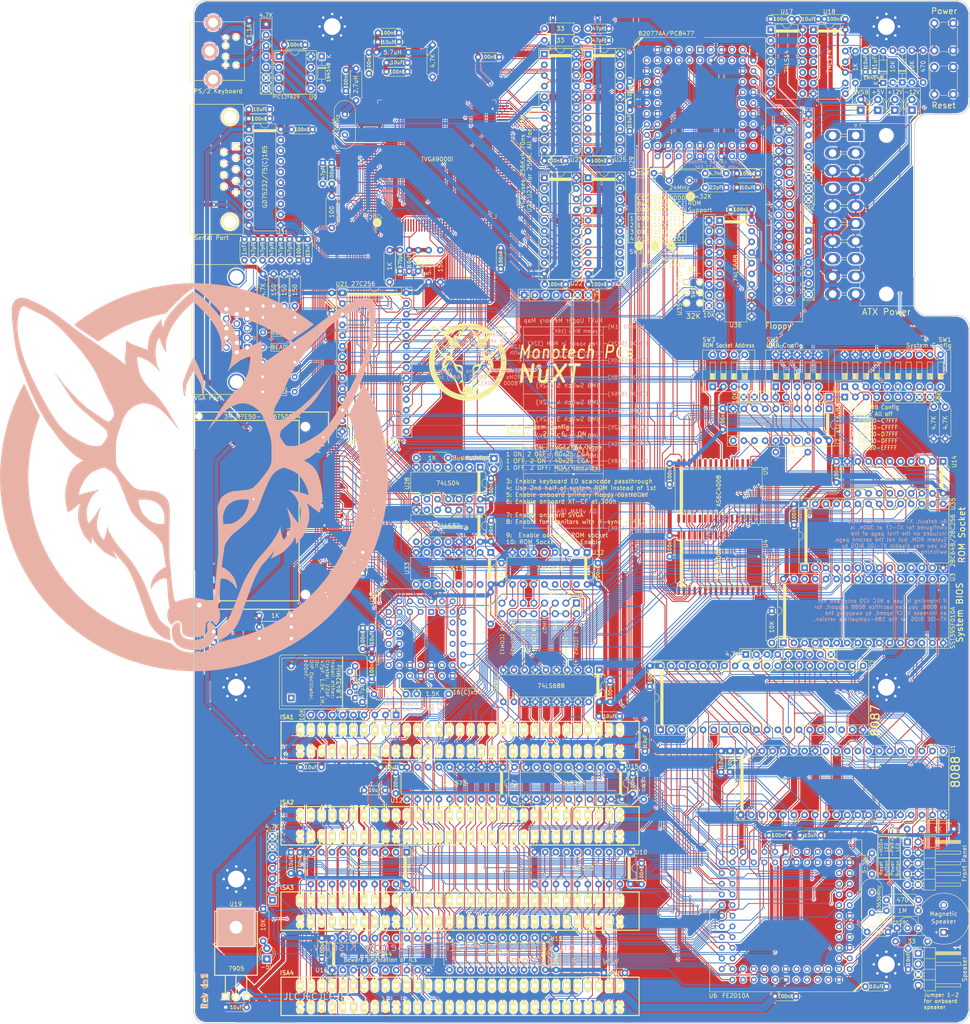
<source format=kicad_pcb>
(kicad_pcb (version 20171130) (host pcbnew "(5.1.0)-1")
  (title_block (title "Project NuXT") (date 2019-05-09) (rev 1.1) (company "Monotech PCs"))
  (layers (0 F.Cu signal) (31 B.Cu signal) (36 B.SilkS user) (37 F.SilkS user) (38 B.Mask user) (39 F.Mask user) (44 Edge.Cuts user))
  (net 0 "")
  (net 1 VCC)
  (net 2 GND)
  (net 3 "Net-(C8-Pad1)")
  (net 4 "Net-(C11-Pad1)")
  (net 5 /12V)
  (net 6 /-12V)
  (net 7 /~RAS)
  (net 8 /~CAS)
  (net 9 /RED)
  (net 10 /AVDD1)
  (net 11 /GREEN)
  (net 12 /BLUE)
  (net 13 "Net-(C54-Pad1)")
  (net 14 "Net-(C55-Pad1)")
  (net 15 /~MEMR)
  (net 16 /AVDD2)
  (net 17 /-5V)
  (net 18 /5VSB)
  (net 19 "Net-(D1-Pad1)")
  (net 20 /AT_KBCLK)
  (net 21 "Net-(D6-Pad1)")
  (net 22 "Net-(D6-Pad2)")
  (net 23 /KBD_VCC)
  (net 24 /R)
  (net 25 /MONITOR)
  (net 26 /G)
  (net 27 /HSYNC)
  (net 28 /B)
  (net 29 /VSYNC)
  (net 30 /A0)
  (net 31 /A1)
  (net 32 /A2)
  (net 33 /A3)
  (net 34 /A4)
  (net 35 /A5)
  (net 36 /A6)
  (net 37 /A7)
  (net 38 /A8)
  (net 39 /A9)
  (net 40 /A10)
  (net 41 /A11)
  (net 42 /A12)
  (net 43 /A13)
  (net 44 /A14)
  (net 45 /A15)
  (net 46 /A16)
  (net 47 /A17)
  (net 48 /A18)
  (net 49 /A19)
  (net 50 /AEN)
  (net 51 /IORDY)
  (net 52 /D0)
  (net 53 /D1)
  (net 54 /D2)
  (net 55 /D3)
  (net 56 /D4)
  (net 57 /D5)
  (net 58 /D6)
  (net 59 /D7)
  (net 60 /~IOCHK)
  (net 61 /OSCDRV)
  (net 62 /ALE)
  (net 63 /TC)
  (net 64 /~DACK2)
  (net 65 /IRQ3)
  (net 66 /IRQ4)
  (net 67 /IRQ5)
  (net 68 /IRQ6)
  (net 69 /IRQ7)
  (net 70 /CLK)
  (net 71 /~DACK0)
  (net 72 /DRQ1)
  (net 73 /~DACK1)
  (net 74 /DRQ3)
  (net 75 /~DACK3)
  (net 76 /~IOR)
  (net 77 /~IOW)
  (net 78 /~MEMW)
  (net 79 /~0WS)
  (net 80 /DRQ2)
  (net 81 /IRQ2)
  (net 82 /RSTDRV)
  (net 83 /0x3F0)
  (net 84 /~FDC_CS)
  (net 85 /0x2E8)
  (net 86 /0x3E8)
  (net 87 /0x2F8)
  (net 88 /0x3F8)
  (net 89 /~UART_CS)
  (net 90 /UART_IRQ)
  (net 91 /~EPSL)
  (net 92 /~ROMCS)
  (net 93 /~RAMENA)
  (net 94 /~RAMCS)
  (net 95 "Net-(L1-Pad2)")
  (net 96 /~CF_CS0)
  (net 97 /~CF_CS1)
  (net 98 /~CF_RESET)
  (net 99 /CF_IORDY)
  (net 100 /CF_DMARQ)
  (net 101 /~CF_DASP)
  (net 102 /DCD)
  (net 103 /RX)
  (net 104 /TX)
  (net 105 /DTR)
  (net 106 /RI)
  (net 107 /CTS)
  (net 108 /RTS)
  (net 109 /DSR)
  (net 110 /DENSL)
  (net 111 /INDEX)
  (net 112 /MEA)
  (net 113 /DSB)
  (net 114 /DSA)
  (net 115 /MEB)
  (net 116 /DIR)
  (net 117 /STEP)
  (net 118 /WDATA)
  (net 119 /WE)
  (net 120 /TRK00)
  (net 121 /WP)
  (net 122 /RDATA)
  (net 123 /HDSEL)
  (net 124 /DSKCG)
  (net 125 /~RESIN)
  (net 126 /AT_KBDATA)
  (net 127 /~PS_ON)
  (net 128 "Net-(Q1-Pad2)")
  (net 129 "Net-(P2-Pad1)")
  (net 130 /~SPKR)
  (net 131 /ROM_A16)
  (net 132 /XTCF_EN)
  (net 133 /~TEST)
  (net 134 /~S0)
  (net 135 /~S1)
  (net 136 /~S2)
  (net 137 /~RQ/GT1)
  (net 138 /~RQ/GT2)
  (net 139 /~RQ/GT0)
  (net 140 "Net-(RN3-Pad2)")
  (net 141 "Net-(RN3-Pad3)")
  (net 142 "Net-(RN3-Pad4)")
  (net 143 "Net-(RN3-Pad5)")
  (net 144 "Net-(RN3-Pad6)")
  (net 145 /KBDATA)
  (net 146 /KBCLK)
  (net 147 /E0_PASS)
  (net 148 /~VID1)
  (net 149 /~VID0)
  (net 150 /MD7)
  (net 151 /RMD6)
  (net 152 /RMD4)
  (net 153 /RMD1)
  (net 154 /MD3)
  (net 155 /MD2)
  (net 156 "Net-(P2-Pad2)")
  (net 157 /~RI)
  (net 158 /~DSR)
  (net 159 /~DCD)
  (net 160 /SIN)
  (net 161 /SOUT)
  (net 162 /~RTS)
  (net 163 /~CTS)
  (net 164 /~DTR)
  (net 165 /~DEN)
  (net 166 /AD7)
  (net 167 /AD6)
  (net 168 /AD5)
  (net 169 /AD4)
  (net 170 /AD3)
  (net 171 /AD2)
  (net 172 /AD1)
  (net 173 /AD0)
  (net 174 /RESET)
  (net 175 /AA14)
  (net 176 /READY)
  (net 177 /AA13)
  (net 178 /AA12)
  (net 179 /QS1)
  (net 180 /AA11)
  (net 181 /QS0)
  (net 182 /AA10)
  (net 183 /AA9)
  (net 184 /AA8)
  (net 185 /APNMI)
  (net 186 /AA19)
  (net 187 /AA18)
  (net 188 /AA17)
  (net 189 /AA16)
  (net 190 /CLK88)
  (net 191 /AA15)
  (net 192 /INT)
  (net 193 /NMI)
  (net 194 /LE)
  (net 195 /SPKR)
  (net 196 /OSC)
  (net 197 /XAEN)
  (net 198 /EOP)
  (net 199 /~XDACK2)
  (net 200 /~XDACK0)
  (net 201 /~XIOR)
  (net 202 /~XMEMR)
  (net 203 /XALE)
  (net 204 /~XDACK3)
  (net 205 /~XDACK1)
  (net 206 /~XIOW)
  (net 207 /~XMEMW)
  (net 208 /~RAMCS2)
  (net 209 /MD0)
  (net 210 /MD1)
  (net 211 /MD4)
  (net 212 /MD5)
  (net 213 /MD6)
  (net 214 /ROMA0)
  (net 215 /~WE0)
  (net 216 /~WE2)
  (net 217 /MAB8)
  (net 218 /MAB7)
  (net 219 /MAB6)
  (net 220 /MAB5)
  (net 221 /MAB4)
  (net 222 /MAB3)
  (net 223 /MAB2)
  (net 224 /MAB1)
  (net 225 /MAB0)
  (net 226 /MAA8)
  (net 227 /MAA7)
  (net 228 /MAA6)
  (net 229 /MAA5)
  (net 230 /MAA4)
  (net 231 /MAA3)
  (net 232 /MAA2)
  (net 233 /MAA1)
  (net 234 /MAA0)
  (net 235 /RMD0)
  (net 236 /RMD2)
  (net 237 /RMD3)
  (net 238 /RMD5)
  (net 239 /RMD7)
  (net 240 "Net-(U32-Pad5)")
  (net 241 "Net-(C14-Pad1)")
  (net 242 "Net-(C14-Pad2)")
  (net 243 "Net-(C22-Pad1)")
  (net 244 "Net-(C34-Pad1)")
  (net 245 "Net-(C35-Pad1)")
  (net 246 "Net-(C36-Pad1)")
  (net 247 "Net-(C37-Pad1)")
  (net 248 "Net-(C39-Pad1)")
  (net 249 "Net-(C40-Pad2)")
  (net 250 "Net-(C53-Pad1)")
  (net 251 "Net-(C82-Pad1)")
  (net 252 "Net-(C83-Pad1)")
  (net 253 "Net-(C84-Pad1)")
  (net 254 "Net-(C84-Pad2)")
  (net 255 "Net-(D3-Pad1)")
  (net 256 "Net-(D3-Pad2)")
  (net 257 "Net-(P4-Pad6)")
  (net 258 "Net-(R4-Pad2)")
  (net 259 "Net-(R5-Pad2)")
  (net 260 "Net-(P1-Pad2)")
  (net 261 "Net-(P1-Pad1)")
  (net 262 "Net-(R12-Pad2)")
  (net 263 "Net-(R13-Pad2)")
  (net 264 /PWR_SW)
  (net 265 "Net-(R19-Pad1)")
  (net 266 "Net-(R20-Pad1)")
  (net 267 "Net-(R21-Pad1)")
  (net 268 "Net-(R22-Pad1)")
  (net 269 "Net-(U17-Pad4)")
  (net 270 "Net-(U17-Pad6)")
  (net 271 "Net-(U18-Pad2)")
  (net 272 "Net-(U20-Pad133)")
  (net 273 "Net-(U26-Pad19)")
  (net 274 "Net-(U27-Pad1)")
  (net 275 "Net-(U28-Pad11)")
  (net 276 /HDD_LED_Ext)
  (net 277 "Net-(U30-Pad10)")
  (net 278 /WE_RomSocket)
  (net 279 "Net-(RN6-Pad3)")
  (net 280 "Net-(RN6-Pad4)")
  (net 281 "Net-(RN6-Pad5)")
  (net 282 "Net-(RN6-Pad6)")
  (net 283 "Net-(RN6-Pad7)")
  (net 284 /EN_RomSocket)
  (net 285 /CS_RomSocket)
  (net 286 "Net-(U17-Pad2)")
  (net 287 /FloppyDIR)
  (net 288 /VMD7)
  (net 289 /VMD3)
  (net 290 /VMD2)
  (net 291 /VMD23)
  (net 292 /VMD22)
  (net 293 /VMD21)
  (net 294 /VMD20)
  (net 295 /VMD19)
  (net 296 /VMD18)
  (net 297 /VMD17)
  (net 298 /VMD16)
  (net 299 /VMD6)
  (net 300 /VMD5)
  (net 301 /VMD4)
  (net 302 /VMD1)
  (net 303 /VMD0)
  (net 304 /~VROMCS)
  (net 305 "Net-(U18-Pad12)")
  (net 306 "Net-(U18-Pad9)")
  (net 307 "Net-(D7-Pad1)")
  (net 308 "Net-(D8-Pad1)")
  (net 309 "Net-(D9-Pad1)")
  (net 310 "Net-(D10-Pad2)")
  (net 311 "Net-(D11-Pad2)")
  (net 312 "Net-(C18-Pad1)")
  (net 313 "Net-(C87-Pad1)")
  (net 314 "Net-(R27-Pad1)")
  (net 315 "Net-(R32-Pad2)")
  (net 316 "Net-(RN6-Pad8)")
  (net 317 "Net-(R10-Pad1)")
  (module "Custom KiCad Library:PLCC-44_THT-Socket" (layer F.Cu) (at 89.027 166.942)
    (fp_text reference U30 (at -13.9954 -3.1623 -90) (layer F.SilkS))
    (fp_text value "16(C)x50" (at 8.5598 19.1389 -180) (layer F.SilkS))
    (pad 1 thru_hole rect (at 0 0) (size 1.4224 1.4224) (drill 0.8) (layers *.Cu *.Mask))
    (pad 3 thru_hole circle (at -2.54 0) (size 1.4224 1.4224) (drill 0.8) (layers *.Cu *.Mask) (net 53 /D1))
    (pad 5 thru_hole circle (at -5.08 0) (size 1.4224 1.4224) (drill 0.8) (layers *.Cu *.Mask) (net 55 /D3))
    (pad 43 thru_hole circle (at 2.54 0) (size 1.4224 1.4224) (drill 0.8) (layers *.Cu *.Mask) (net 157 /~RI))
    (pad 41 thru_hole circle (at 5.08 0) (size 1.4224 1.4224) (drill 0.8) (layers *.Cu *.Mask) (net 158 /~DSR))
    (pad 2 thru_hole circle (at -2.54 -2.54) (size 1.4224 1.4224) (drill 0.8) (layers *.Cu *.Mask) (net 52 /D0))
    (pad 4 thru_hole circle (at -5.08 -2.54) (size 1.4224 1.4224) (drill 0.8) (layers *.Cu *.Mask) (net 54 /D2))
    (pad 6 thru_hole circle (at -7.62 -2.54) (size 1.4224 1.4224) (drill 0.8) (layers *.Cu *.Mask) (net 56 /D4))
    (pad 44 thru_hole circle (at 0 -2.54) (size 1.4224 1.4224) (drill 0.8) (layers *.Cu *.Mask) (net 1 VCC))
    (pad 42 thru_hole circle (at 2.54 -2.54) (size 1.4224 1.4224) (drill 0.8) (layers *.Cu *.Mask) (net 159 /~DCD))
    (pad 8 thru_hole circle (at -7.62 0) (size 1.4224 1.4224) (drill 0.8) (layers *.Cu *.Mask) (net 58 /D6))
    (pad 10 thru_hole circle (at -7.62 2.54) (size 1.4224 1.4224) (drill 0.8) (layers *.Cu *.Mask) (net 277 "Net-(U30-Pad10)"))
    (pad 12 thru_hole circle (at -7.62 5.08) (size 1.4224 1.4224) (drill 0.8) (layers *.Cu *.Mask))
    (pad 14 thru_hole circle (at -7.62 7.62) (size 1.4224 1.4224) (drill 0.8) (layers *.Cu *.Mask) (net 1 VCC))
    (pad 16 thru_hole circle (at -7.62 10.16) (size 1.4224 1.4224) (drill 0.8) (layers *.Cu *.Mask) (net 89 /~UART_CS))
    (pad 7 thru_hole circle (at -10.16 0) (size 1.4224 1.4224) (drill 0.8) (layers *.Cu *.Mask) (net 57 /D5))
    (pad 9 thru_hole circle (at -10.16 2.54) (size 1.4224 1.4224) (drill 0.8) (layers *.Cu *.Mask) (net 59 /D7))
    (pad 11 thru_hole circle (at -10.16 5.08) (size 1.4224 1.4224) (drill 0.8) (layers *.Cu *.Mask) (net 160 /SIN))
    (pad 13 thru_hole circle (at -10.16 7.62) (size 1.4224 1.4224) (drill 0.8) (layers *.Cu *.Mask) (net 161 /SOUT))
    (pad 15 thru_hole circle (at -10.16 10.16) (size 1.4224 1.4224) (drill 0.8) (layers *.Cu *.Mask) (net 1 VCC))
    (pad 17 thru_hole circle (at -10.16 12.7) (size 1.4224 1.4224) (drill 0.8) (layers *.Cu *.Mask) (net 277 "Net-(U30-Pad10)"))
    (pad 19 thru_hole circle (at -7.62 12.7) (size 1.4224 1.4224) (drill 0.8) (layers *.Cu *.Mask) (net 315 "Net-(R32-Pad2)"))
    (pad 21 thru_hole circle (at -5.08 12.7) (size 1.4224 1.4224) (drill 0.8) (layers *.Cu *.Mask) (net 2 GND))
    (pad 23 thru_hole circle (at -2.54 12.7) (size 1.4224 1.4224) (drill 0.8) (layers *.Cu *.Mask))
    (pad 25 thru_hole circle (at 0 12.7) (size 1.4224 1.4224) (drill 0.8) (layers *.Cu *.Mask) (net 2 GND))
    (pad 27 thru_hole circle (at 2.54 12.7) (size 1.4224 1.4224) (drill 0.8) (layers *.Cu *.Mask))
    (pad 29 thru_hole circle (at 7.62 12.7) (size 1.4224 1.4224) (drill 0.8) (layers *.Cu *.Mask) (net 32 /A2))
    (pad 18 thru_hole circle (at -7.62 15.24) (size 1.4224 1.4224) (drill 0.8) (layers *.Cu *.Mask) (net 312 "Net-(C18-Pad1)"))
    (pad 20 thru_hole circle (at -5.08 15.24) (size 1.4224 1.4224) (drill 0.8) (layers *.Cu *.Mask) (net 77 /~IOW))
    (pad 22 thru_hole circle (at -2.54 15.24) (size 1.4224 1.4224) (drill 0.8) (layers *.Cu *.Mask) (net 2 GND))
    (pad 24 thru_hole circle (at 0 15.24) (size 1.4224 1.4224) (drill 0.8) (layers *.Cu *.Mask) (net 76 /~IOR))
    (pad 26 thru_hole circle (at 2.54 15.24) (size 1.4224 1.4224) (drill 0.8) (layers *.Cu *.Mask))
    (pad 28 thru_hole circle (at 5.08 15.24) (size 1.4224 1.4224) (drill 0.8) (layers *.Cu *.Mask) (net 2 GND))
    (pad 30 thru_hole circle (at 5.08 12.7) (size 1.4224 1.4224) (drill 0.8) (layers *.Cu *.Mask) (net 31 /A1))
    (pad 32 thru_hole circle (at 5.08 10.16) (size 1.4224 1.4224) (drill 0.8) (layers *.Cu *.Mask))
    (pad 34 thru_hole circle (at 5.08 7.62) (size 1.4224 1.4224) (drill 0.8) (layers *.Cu *.Mask))
    (pad 36 thru_hole circle (at 5.08 5.08) (size 1.4224 1.4224) (drill 0.8) (layers *.Cu *.Mask) (net 162 /~RTS))
    (pad 38 thru_hole circle (at 5.08 2.54) (size 1.4224 1.4224) (drill 0.8) (layers *.Cu *.Mask))
    (pad 40 thru_hole circle (at 5.08 -2.54) (size 1.4224 1.4224) (drill 0.8) (layers *.Cu *.Mask) (net 163 /~CTS))
    (pad 31 thru_hole circle (at 7.62 10.16) (size 1.4224 1.4224) (drill 0.8) (layers *.Cu *.Mask) (net 30 /A0))
    (pad 33 thru_hole circle (at 7.62 7.62) (size 1.4224 1.4224) (drill 0.8) (layers *.Cu *.Mask) (net 90 /UART_IRQ))
    (pad 35 thru_hole circle (at 7.62 5.08) (size 1.4224 1.4224) (drill 0.8) (layers *.Cu *.Mask))
    (pad 37 thru_hole circle (at 7.62 2.54) (size 1.4224 1.4224) (drill 0.8) (layers *.Cu *.Mask) (net 164 /~DTR))
    (pad 39 thru_hole circle (at 7.62 0) (size 1.4224 1.4224) (drill 0.8) (layers *.Cu *.Mask) (net 82 /RSTDRV))
  )
  (module "Custom KiCad Library:PLCC-84_THT-Socket" (layer F.Cu) (at 173.507 254.609 180)
    (fp_text reference U6 (at 17.3355 -3.81 180) (layer F.SilkS))
    (fp_text value FE2010A (at 11.938 -3.81 180) (layer F.SilkS))
    (pad 2 thru_hole circle (at 0 2.54 180) (size 1.4224 1.4224) (drill 0.8) (layers *.Cu *.Mask) (net 2 GND))
    (pad 4 thru_hole circle (at -2.54 2.54 180) (size 1.4224 1.4224) (drill 0.8) (layers *.Cu *.Mask))
    (pad 6 thru_hole circle (at -5.08 2.54 180) (size 1.4224 1.4224) (drill 0.8) (layers *.Cu *.Mask) (net 91 /~EPSL))
    (pad 8 thru_hole circle (at -7.62 2.54 180) (size 1.4224 1.4224) (drill 0.8) (layers *.Cu *.Mask))
    (pad 10 thru_hole circle (at -10.16 2.54 180) (size 1.4224 1.4224) (drill 0.8) (layers *.Cu *.Mask) (net 192 /INT))
    (pad 84 thru_hole circle (at 2.54 2.54 180) (size 1.4224 1.4224) (drill 0.8) (layers *.Cu *.Mask))
    (pad 82 thru_hole circle (at 5.08 2.54 180) (size 1.4224 1.4224) (drill 0.8) (layers *.Cu *.Mask))
    (pad 80 thru_hole circle (at 7.62 2.54 180) (size 1.4224 1.4224) (drill 0.8) (layers *.Cu *.Mask) (net 68 /IRQ6))
    (pad 78 thru_hole circle (at 10.16 2.54 180) (size 1.4224 1.4224) (drill 0.8) (layers *.Cu *.Mask) (net 66 /IRQ4))
    (pad 76 thru_hole circle (at 12.7 2.54 180) (size 1.4224 1.4224) (drill 0.8) (layers *.Cu *.Mask) (net 81 /IRQ2))
    (pad 74 thru_hole circle (at 15.24 2.54 180) (size 1.4224 1.4224) (drill 0.8) (layers *.Cu *.Mask) (net 135 /~S1))
    (pad 1 thru_hole rect (at 0 0 180) (size 1.4224 1.4224) (drill 0.8) (layers *.Cu *.Mask) (net 1 VCC))
    (pad 3 thru_hole circle (at -2.54 0 180) (size 1.4224 1.4224) (drill 0.8) (layers *.Cu *.Mask))
    (pad 5 thru_hole circle (at -5.08 0 180) (size 1.4224 1.4224) (drill 0.8) (layers *.Cu *.Mask) (net 94 /~RAMCS))
    (pad 7 thru_hole circle (at -7.62 0 180) (size 1.4224 1.4224) (drill 0.8) (layers *.Cu *.Mask))
    (pad 9 thru_hole circle (at -10.16 0 180) (size 1.4224 1.4224) (drill 0.8) (layers *.Cu *.Mask))
    (pad 11 thru_hole circle (at -12.7 0 180) (size 1.4224 1.4224) (drill 0.8) (layers *.Cu *.Mask) (net 2 GND))
    (pad 83 thru_hole circle (at 2.54 0 180) (size 1.4224 1.4224) (drill 0.8) (layers *.Cu *.Mask))
    (pad 81 thru_hole circle (at 5.08 0 180) (size 1.4224 1.4224) (drill 0.8) (layers *.Cu *.Mask) (net 69 /IRQ7))
    (pad 79 thru_hole circle (at 7.62 0 180) (size 1.4224 1.4224) (drill 0.8) (layers *.Cu *.Mask) (net 67 /IRQ5))
    (pad 77 thru_hole circle (at 10.16 0 180) (size 1.4224 1.4224) (drill 0.8) (layers *.Cu *.Mask) (net 65 /IRQ3))
    (pad 75 thru_hole circle (at 12.7 0 180) (size 1.4224 1.4224) (drill 0.8) (layers *.Cu *.Mask) (net 134 /~S0))
    (pad 13 thru_hole circle (at -12.7 2.54 180) (size 1.4224 1.4224) (drill 0.8) (layers *.Cu *.Mask) (net 148 /~VID1))
    (pad 15 thru_hole circle (at -12.7 5.08 180) (size 1.4224 1.4224) (drill 0.8) (layers *.Cu *.Mask) (net 3 "Net-(C8-Pad1)"))
    (pad 17 thru_hole circle (at -12.7 7.62 180) (size 1.4224 1.4224) (drill 0.8) (layers *.Cu *.Mask) (net 176 /READY))
    (pad 19 thru_hole circle (at -12.7 10.16 180) (size 1.4224 1.4224) (drill 0.8) (layers *.Cu *.Mask) (net 190 /CLK88))
    (pad 21 thru_hole circle (at -12.7 12.7 180) (size 1.4224 1.4224) (drill 0.8) (layers *.Cu *.Mask) (net 242 "Net-(C14-Pad2)"))
    (pad 23 thru_hole circle (at -12.7 15.24 180) (size 1.4224 1.4224) (drill 0.8) (layers *.Cu *.Mask) (net 4 "Net-(C11-Pad1)"))
    (pad 25 thru_hole circle (at -12.7 17.78 180) (size 1.4224 1.4224) (drill 0.8) (layers *.Cu *.Mask) (net 146 /KBCLK))
    (pad 27 thru_hole circle (at -12.7 20.32 180) (size 1.4224 1.4224) (drill 0.8) (layers *.Cu *.Mask) (net 60 /~IOCHK))
    (pad 29 thru_hole circle (at -12.7 22.86 180) (size 1.4224 1.4224) (drill 0.8) (layers *.Cu *.Mask) (net 185 /APNMI))
    (pad 31 thru_hole circle (at -12.7 25.4 180) (size 1.4224 1.4224) (drill 0.8) (layers *.Cu *.Mask) (net 193 /NMI))
    (pad 12 thru_hole circle (at -15.24 2.54 180) (size 1.4224 1.4224) (drill 0.8) (layers *.Cu *.Mask) (net 149 /~VID0))
    (pad 14 thru_hole circle (at -15.24 5.08 180) (size 1.4224 1.4224) (drill 0.8) (layers *.Cu *.Mask) (net 195 /SPKR))
    (pad 16 thru_hole circle (at -15.24 7.62 180) (size 1.4224 1.4224) (drill 0.8) (layers *.Cu *.Mask) (net 2 GND))
    (pad 18 thru_hole circle (at -15.24 10.16 180) (size 1.4224 1.4224) (drill 0.8) (layers *.Cu *.Mask) (net 174 /RESET))
    (pad 20 thru_hole circle (at -15.24 12.7 180) (size 1.4224 1.4224) (drill 0.8) (layers *.Cu *.Mask) (net 196 /OSC))
    (pad 22 thru_hole circle (at -15.24 15.24 180) (size 1.4224 1.4224) (drill 0.8) (layers *.Cu *.Mask) (net 2 GND))
    (pad 24 thru_hole circle (at -15.24 17.78 180) (size 1.4224 1.4224) (drill 0.8) (layers *.Cu *.Mask) (net 139 /~RQ/GT0))
    (pad 26 thru_hole circle (at -15.24 20.32 180) (size 1.4224 1.4224) (drill 0.8) (layers *.Cu *.Mask) (net 145 /KBDATA))
    (pad 28 thru_hole circle (at -15.24 22.86 180) (size 1.4224 1.4224) (drill 0.8) (layers *.Cu *.Mask) (net 51 /IORDY))
    (pad 30 thru_hole circle (at -15.24 25.4 180) (size 1.4224 1.4224) (drill 0.8) (layers *.Cu *.Mask) (net 197 /XAEN))
    (pad 32 thru_hole circle (at -15.24 27.94 180) (size 1.4224 1.4224) (drill 0.8) (layers *.Cu *.Mask) (net 2 GND))
    (pad 34 thru_hole circle (at -12.7 27.94 180) (size 1.4224 1.4224) (drill 0.8) (layers *.Cu *.Mask) (net 173 /AD0))
    (pad 36 thru_hole circle (at -10.16 27.94 180) (size 1.4224 1.4224) (drill 0.8) (layers *.Cu *.Mask) (net 171 /AD2))
    (pad 38 thru_hole circle (at -7.62 27.94 180) (size 1.4224 1.4224) (drill 0.8) (layers *.Cu *.Mask) (net 169 /AD4))
    (pad 40 thru_hole circle (at -5.08 27.94 180) (size 1.4224 1.4224) (drill 0.8) (layers *.Cu *.Mask) (net 167 /AD6))
    (pad 42 thru_hole circle (at -2.54 27.94 180) (size 1.4224 1.4224) (drill 0.8) (layers *.Cu *.Mask) (net 2 GND))
    (pad 44 thru_hole circle (at 0 27.94 180) (size 1.4224 1.4224) (drill 0.8) (layers *.Cu *.Mask) (net 184 /AA8))
    (pad 46 thru_hole circle (at 2.54 27.94 180) (size 1.4224 1.4224) (drill 0.8) (layers *.Cu *.Mask) (net 182 /AA10))
    (pad 48 thru_hole circle (at 5.08 27.94 180) (size 1.4224 1.4224) (drill 0.8) (layers *.Cu *.Mask) (net 178 /AA12))
    (pad 50 thru_hole circle (at 7.62 27.94 180) (size 1.4224 1.4224) (drill 0.8) (layers *.Cu *.Mask) (net 175 /AA14))
    (pad 52 thru_hole circle (at 10.16 27.94 180) (size 1.4224 1.4224) (drill 0.8) (layers *.Cu *.Mask) (net 189 /AA16))
    (pad 33 thru_hole circle (at -12.7 30.48 180) (size 1.4224 1.4224) (drill 0.8) (layers *.Cu *.Mask))
    (pad 35 thru_hole circle (at -10.16 30.48 180) (size 1.4224 1.4224) (drill 0.8) (layers *.Cu *.Mask) (net 172 /AD1))
    (pad 37 thru_hole circle (at -7.62 30.48 180) (size 1.4224 1.4224) (drill 0.8) (layers *.Cu *.Mask) (net 170 /AD3))
    (pad 39 thru_hole circle (at -5.08 30.48 180) (size 1.4224 1.4224) (drill 0.8) (layers *.Cu *.Mask) (net 168 /AD5))
    (pad 41 thru_hole circle (at -2.54 30.48 180) (size 1.4224 1.4224) (drill 0.8) (layers *.Cu *.Mask) (net 166 /AD7))
    (pad 43 thru_hole circle (at 0 30.48 180) (size 1.4224 1.4224) (drill 0.8) (layers *.Cu *.Mask) (net 1 VCC))
    (pad 45 thru_hole circle (at 2.54 30.48 180) (size 1.4224 1.4224) (drill 0.8) (layers *.Cu *.Mask) (net 183 /AA9))
    (pad 47 thru_hole circle (at 5.08 30.48 180) (size 1.4224 1.4224) (drill 0.8) (layers *.Cu *.Mask) (net 180 /AA11))
    (pad 49 thru_hole circle (at 7.62 30.48 180) (size 1.4224 1.4224) (drill 0.8) (layers *.Cu *.Mask) (net 177 /AA13))
    (pad 51 thru_hole circle (at 10.16 30.48 180) (size 1.4224 1.4224) (drill 0.8) (layers *.Cu *.Mask) (net 191 /AA15))
    (pad 53 thru_hole circle (at 12.7 30.48 180) (size 1.4224 1.4224) (drill 0.8) (layers *.Cu *.Mask) (net 188 /AA17))
    (pad 55 thru_hole circle (at 12.7 27.94 180) (size 1.4224 1.4224) (drill 0.8) (layers *.Cu *.Mask) (net 186 /AA19))
    (pad 57 thru_hole circle (at 12.7 25.4 180) (size 1.4224 1.4224) (drill 0.8) (layers *.Cu *.Mask) (net 80 /DRQ2))
    (pad 59 thru_hole circle (at 12.7 22.86 180) (size 1.4224 1.4224) (drill 0.8) (layers *.Cu *.Mask) (net 198 /EOP))
    (pad 61 thru_hole circle (at 12.7 20.32 180) (size 1.4224 1.4224) (drill 0.8) (layers *.Cu *.Mask) (net 199 /~XDACK2))
    (pad 63 thru_hole circle (at 12.7 17.78 180) (size 1.4224 1.4224) (drill 0.8) (layers *.Cu *.Mask) (net 200 /~XDACK0))
    (pad 65 thru_hole circle (at 12.7 15.24 180) (size 1.4224 1.4224) (drill 0.8) (layers *.Cu *.Mask) (net 201 /~XIOR))
    (pad 67 thru_hole circle (at 12.7 12.7 180) (size 1.4224 1.4224) (drill 0.8) (layers *.Cu *.Mask) (net 202 /~XMEMR))
    (pad 69 thru_hole circle (at 12.7 10.16 180) (size 1.4224 1.4224) (drill 0.8) (layers *.Cu *.Mask) (net 203 /XALE))
    (pad 71 thru_hole circle (at 12.7 7.62 180) (size 1.4224 1.4224) (drill 0.8) (layers *.Cu *.Mask) (net 165 /~DEN))
    (pad 73 thru_hole circle (at 12.7 5.08 180) (size 1.4224 1.4224) (drill 0.8) (layers *.Cu *.Mask) (net 136 /~S2))
    (pad 54 thru_hole circle (at 15.24 27.94 180) (size 1.4224 1.4224) (drill 0.8) (layers *.Cu *.Mask) (net 187 /AA18))
    (pad 56 thru_hole circle (at 15.24 25.4 180) (size 1.4224 1.4224) (drill 0.8) (layers *.Cu *.Mask) (net 74 /DRQ3))
    (pad 58 thru_hole circle (at 15.24 22.86 180) (size 1.4224 1.4224) (drill 0.8) (layers *.Cu *.Mask) (net 72 /DRQ1))
    (pad 60 thru_hole circle (at 15.24 20.32 180) (size 1.4224 1.4224) (drill 0.8) (layers *.Cu *.Mask) (net 204 /~XDACK3))
    (pad 62 thru_hole circle (at 15.24 17.78 180) (size 1.4224 1.4224) (drill 0.8) (layers *.Cu *.Mask) (net 205 /~XDACK1))
    (pad 64 thru_hole circle (at 15.24 15.24 180) (size 1.4224 1.4224) (drill 0.8) (layers *.Cu *.Mask) (net 2 GND))
    (pad 66 thru_hole circle (at 15.24 12.7 180) (size 1.4224 1.4224) (drill 0.8) (layers *.Cu *.Mask) (net 206 /~XIOW))
    (pad 68 thru_hole circle (at 15.24 10.16 180) (size 1.4224 1.4224) (drill 0.8) (layers *.Cu *.Mask) (net 207 /~XMEMW))
    (pad 70 thru_hole circle (at 15.24 7.62 180) (size 1.4224 1.4224) (drill 0.8) (layers *.Cu *.Mask) (net 194 /LE))
    (pad 72 thru_hole circle (at 15.24 5.08 180) (size 1.4224 1.4224) (drill 0.8) (layers *.Cu *.Mask) (net 116 /DIR))
  )
  (module "Custom KiCad Library:PLCC-68_THT-Socket" (layer F.Cu) (at 153.098 32.9565)
    (fp_text reference U29 (at -16.3195 26.8605 90) (layer F.SilkS))
    (fp_text value 82077AA/PC8477 (at -8.064 -3.8735 180) (layer F.SilkS))
    (pad 2 thru_hole circle (at 0 2.54) (size 1.4224 1.4224) (drill 0.8) (layers *.Cu *.Mask) (net 120 /TRK00))
    (pad 4 thru_hole circle (at -2.54 2.54) (size 1.4224 1.4224) (drill 0.8) (layers *.Cu *.Mask) (net 76 /~IOR))
    (pad 6 thru_hole circle (at -5.08 2.54) (size 1.4224 1.4224) (drill 0.8) (layers *.Cu *.Mask) (net 84 /~FDC_CS))
    (pad 8 thru_hole circle (at -7.62 2.54) (size 1.4224 1.4224) (drill 0.8) (layers *.Cu *.Mask) (net 31 /A1))
    (pad 68 thru_hole circle (at 2.54 2.54) (size 1.4224 1.4224) (drill 0.8) (layers *.Cu *.Mask) (net 1 VCC))
    (pad 66 thru_hole circle (at 5.08 2.54) (size 1.4224 1.4224) (drill 0.8) (layers *.Cu *.Mask))
    (pad 64 thru_hole circle (at 7.62 2.54) (size 1.4224 1.4224) (drill 0.8) (layers *.Cu *.Mask))
    (pad 62 thru_hole circle (at 10.16 2.54) (size 1.4224 1.4224) (drill 0.8) (layers *.Cu *.Mask) (net 113 /DSB))
    (pad 1 thru_hole rect (at 0 0) (size 1.4224 1.4224) (drill 0.8) (layers *.Cu *.Mask) (net 121 /WP))
    (pad 3 thru_hole circle (at -2.54 0) (size 1.4224 1.4224) (drill 0.8) (layers *.Cu *.Mask) (net 64 /~DACK2))
    (pad 5 thru_hole circle (at -5.08 0) (size 1.4224 1.4224) (drill 0.8) (layers *.Cu *.Mask) (net 77 /~IOW))
    (pad 7 thru_hole circle (at -7.62 0) (size 1.4224 1.4224) (drill 0.8) (layers *.Cu *.Mask) (net 30 /A0))
    (pad 9 thru_hole circle (at -10.16 0) (size 1.4224 1.4224) (drill 0.8) (layers *.Cu *.Mask) (net 2 GND))
    (pad 67 thru_hole circle (at 2.54 0) (size 1.4224 1.4224) (drill 0.8) (layers *.Cu *.Mask))
    (pad 65 thru_hole circle (at 5.08 0) (size 1.4224 1.4224) (drill 0.8) (layers *.Cu *.Mask) (net 2 GND))
    (pad 63 thru_hole circle (at 7.62 0) (size 1.4224 1.4224) (drill 0.8) (layers *.Cu *.Mask))
    (pad 11 thru_hole circle (at -10.16 2.54) (size 1.4224 1.4224) (drill 0.8) (layers *.Cu *.Mask) (net 52 /D0))
    (pad 13 thru_hole circle (at -10.16 5.08) (size 1.4224 1.4224) (drill 0.8) (layers *.Cu *.Mask) (net 53 /D1))
    (pad 15 thru_hole circle (at -10.16 7.62) (size 1.4224 1.4224) (drill 0.8) (layers *.Cu *.Mask) (net 55 /D3))
    (pad 17 thru_hole circle (at -10.16 10.16) (size 1.4224 1.4224) (drill 0.8) (layers *.Cu *.Mask) (net 56 /D4))
    (pad 19 thru_hole circle (at -10.16 12.7) (size 1.4224 1.4224) (drill 0.8) (layers *.Cu *.Mask) (net 57 /D5))
    (pad 21 thru_hole circle (at -10.16 15.24) (size 1.4224 1.4224) (drill 0.8) (layers *.Cu *.Mask) (net 2 GND))
    (pad 23 thru_hole circle (at -10.16 17.78) (size 1.4224 1.4224) (drill 0.8) (layers *.Cu *.Mask) (net 68 /IRQ6))
    (pad 25 thru_hole circle (at -10.16 20.32) (size 1.4224 1.4224) (drill 0.8) (layers *.Cu *.Mask) (net 63 /TC))
    (pad 10 thru_hole circle (at -12.7 2.54) (size 1.4224 1.4224) (drill 0.8) (layers *.Cu *.Mask) (net 32 /A2))
    (pad 12 thru_hole circle (at -12.7 5.08) (size 1.4224 1.4224) (drill 0.8) (layers *.Cu *.Mask) (net 2 GND))
    (pad 14 thru_hole circle (at -12.7 7.62) (size 1.4224 1.4224) (drill 0.8) (layers *.Cu *.Mask) (net 54 /D2))
    (pad 16 thru_hole circle (at -12.7 10.16) (size 1.4224 1.4224) (drill 0.8) (layers *.Cu *.Mask) (net 2 GND))
    (pad 18 thru_hole circle (at -12.7 12.7) (size 1.4224 1.4224) (drill 0.8) (layers *.Cu *.Mask) (net 1 VCC))
    (pad 20 thru_hole circle (at -12.7 15.24) (size 1.4224 1.4224) (drill 0.8) (layers *.Cu *.Mask) (net 58 /D6))
    (pad 22 thru_hole circle (at -12.7 17.78) (size 1.4224 1.4224) (drill 0.8) (layers *.Cu *.Mask) (net 59 /D7))
    (pad 24 thru_hole circle (at -12.7 20.32) (size 1.4224 1.4224) (drill 0.8) (layers *.Cu *.Mask) (net 80 /DRQ2))
    (pad 26 thru_hole circle (at -12.7 22.86) (size 1.4224 1.4224) (drill 0.8) (layers *.Cu *.Mask) (net 111 /INDEX))
    (pad 28 thru_hole circle (at -10.16 22.86) (size 1.4224 1.4224) (drill 0.8) (layers *.Cu *.Mask) (net 257 "Net-(P4-Pad6)"))
    (pad 30 thru_hole circle (at -7.62 22.86) (size 1.4224 1.4224) (drill 0.8) (layers *.Cu *.Mask) (net 2 GND))
    (pad 32 thru_hole circle (at -5.08 22.86) (size 1.4224 1.4224) (drill 0.8) (layers *.Cu *.Mask) (net 82 /RSTDRV))
    (pad 34 thru_hole circle (at -2.54 22.86) (size 1.4224 1.4224) (drill 0.8) (layers *.Cu *.Mask) (net 252 "Net-(C83-Pad1)"))
    (pad 36 thru_hole circle (at 0 22.86) (size 1.4224 1.4224) (drill 0.8) (layers *.Cu *.Mask) (net 2 GND))
    (pad 38 thru_hole circle (at 2.54 22.86) (size 1.4224 1.4224) (drill 0.8) (layers *.Cu *.Mask) (net 253 "Net-(C84-Pad1)"))
    (pad 40 thru_hole circle (at 5.08 22.86) (size 1.4224 1.4224) (drill 0.8) (layers *.Cu *.Mask) (net 1 VCC))
    (pad 42 thru_hole circle (at 7.62 22.86) (size 1.4224 1.4224) (drill 0.8) (layers *.Cu *.Mask))
    (pad 44 thru_hole circle (at 12.7 22.86) (size 1.4224 1.4224) (drill 0.8) (layers *.Cu *.Mask))
    (pad 27 thru_hole circle (at -10.16 25.4) (size 1.4224 1.4224) (drill 0.8) (layers *.Cu *.Mask) (net 1 VCC))
    (pad 29 thru_hole circle (at -7.62 25.4) (size 1.4224 1.4224) (drill 0.8) (layers *.Cu *.Mask))
    (pad 31 thru_hole circle (at -5.08 25.4) (size 1.4224 1.4224) (drill 0.8) (layers *.Cu *.Mask) (net 124 /DSKCG))
    (pad 33 thru_hole circle (at -2.54 25.4) (size 1.4224 1.4224) (drill 0.8) (layers *.Cu *.Mask) (net 251 "Net-(C82-Pad1)"))
    (pad 35 thru_hole circle (at 0 25.4) (size 1.4224 1.4224) (drill 0.8) (layers *.Cu *.Mask) (net 2 GND))
    (pad 37 thru_hole circle (at 2.54 25.4) (size 1.4224 1.4224) (drill 0.8) (layers *.Cu *.Mask) (net 254 "Net-(C84-Pad2)"))
    (pad 39 thru_hole circle (at 5.08 25.4) (size 1.4224 1.4224) (drill 0.8) (layers *.Cu *.Mask) (net 1 VCC))
    (pad 41 thru_hole circle (at 7.62 25.4) (size 1.4224 1.4224) (drill 0.8) (layers *.Cu *.Mask) (net 122 /RDATA))
    (pad 43 thru_hole circle (at 10.16 25.4) (size 1.4224 1.4224) (drill 0.8) (layers *.Cu *.Mask))
    (pad 45 thru_hole circle (at 10.16 22.86) (size 1.4224 1.4224) (drill 0.8) (layers *.Cu *.Mask) (net 2 GND))
    (pad 47 thru_hole circle (at 10.16 20.32) (size 1.4224 1.4224) (drill 0.8) (layers *.Cu *.Mask))
    (pad 49 thru_hole circle (at 10.16 17.78) (size 1.4224 1.4224) (drill 0.8) (layers *.Cu *.Mask) (net 110 /DENSL))
    (pad 51 thru_hole circle (at 10.16 15.24) (size 1.4224 1.4224) (drill 0.8) (layers *.Cu *.Mask) (net 123 /HDSEL))
    (pad 53 thru_hole circle (at 10.16 12.7) (size 1.4224 1.4224) (drill 0.8) (layers *.Cu *.Mask) (net 118 /WDATA))
    (pad 55 thru_hole circle (at 10.16 10.16) (size 1.4224 1.4224) (drill 0.8) (layers *.Cu *.Mask) (net 117 /STEP))
    (pad 57 thru_hole circle (at 10.16 7.62) (size 1.4224 1.4224) (drill 0.8) (layers *.Cu *.Mask) (net 112 /MEA))
    (pad 59 thru_hole circle (at 10.16 5.08) (size 1.4224 1.4224) (drill 0.8) (layers *.Cu *.Mask) (net 2 GND))
    (pad 61 thru_hole circle (at 10.16 0) (size 1.4224 1.4224) (drill 0.8) (layers *.Cu *.Mask) (net 115 /MEB))
    (pad 46 thru_hole circle (at 12.7 20.32) (size 1.4224 1.4224) (drill 0.8) (layers *.Cu *.Mask) (net 1 VCC))
    (pad 48 thru_hole circle (at 12.7 17.78) (size 1.4224 1.4224) (drill 0.8) (layers *.Cu *.Mask))
    (pad 50 thru_hole circle (at 12.7 15.24) (size 1.4224 1.4224) (drill 0.8) (layers *.Cu *.Mask) (net 2 GND))
    (pad 52 thru_hole circle (at 12.7 12.7) (size 1.4224 1.4224) (drill 0.8) (layers *.Cu *.Mask) (net 119 /WE))
    (pad 54 thru_hole circle (at 12.7 10.16) (size 1.4224 1.4224) (drill 0.8) (layers *.Cu *.Mask) (net 2 GND))
    (pad 56 thru_hole circle (at 12.7 7.62) (size 1.4224 1.4224) (drill 0.8) (layers *.Cu *.Mask) (net 287 /FloppyDIR))
    (pad 58 thru_hole circle (at 12.7 5.08) (size 1.4224 1.4224) (drill 0.8) (layers *.Cu *.Mask) (net 114 /DSA))
    (pad 60 thru_hole circle (at 12.7 2.54) (size 1.4224 1.4224) (drill 0.8) (layers *.Cu *.Mask) (net 1 VCC))
  )
  (module "Custom KiCad Library:SSOP-32_11.305x20.495mm_P1.27mm" (layer F.Cu) (at 157.519 155.333 90)
    (fp_text reference U4 (at 4.6605 11.1755 90) (layer F.SilkS))
    (fp_text value AS6C4008 (at 0 -0.0005 90) (layer F.SilkS))
    (pad 32 smd roundrect (at 6.55 -9.525 90) (size 2.05 0.6) (layers F.Cu F.Paste F.Mask) (net 1 VCC))
    (pad 31 smd roundrect (at 6.55 -8.255 90) (size 2.05 0.6) (layers F.Cu F.Paste F.Mask) (net 45 /A15))
    (pad 30 smd roundrect (at 6.55 -6.985 90) (size 2.05 0.6) (layers F.Cu F.Paste F.Mask) (net 47 /A17))
    (pad 29 smd roundrect (at 6.55 -5.715 90) (size 2.05 0.6) (layers F.Cu F.Paste F.Mask) (net 78 /~MEMW))
    (pad 28 smd roundrect (at 6.55 -4.445 90) (size 2.05 0.6) (layers F.Cu F.Paste F.Mask) (net 43 /A13))
    (pad 27 smd roundrect (at 6.55 -3.175 90) (size 2.05 0.6) (layers F.Cu F.Paste F.Mask) (net 38 /A8))
    (pad 26 smd roundrect (at 6.55 -1.905 90) (size 2.05 0.6) (layers F.Cu F.Paste F.Mask) (net 39 /A9))
    (pad 25 smd roundrect (at 6.55 -0.635 90) (size 2.05 0.6) (layers F.Cu F.Paste F.Mask) (net 41 /A11))
    (pad 24 smd roundrect (at 6.55 0.635 90) (size 2.05 0.6) (layers F.Cu F.Paste F.Mask) (net 15 /~MEMR))
    (pad 23 smd roundrect (at 6.55 1.905 90) (size 2.05 0.6) (layers F.Cu F.Paste F.Mask) (net 40 /A10))
    (pad 22 smd roundrect (at 6.55 3.175 90) (size 2.05 0.6) (layers F.Cu F.Paste F.Mask) (net 49 /A19))
    (pad 21 smd roundrect (at 6.55 4.445 90) (size 2.05 0.6) (layers F.Cu F.Paste F.Mask) (net 150 /MD7))
    (pad 20 smd roundrect (at 6.55 5.715 90) (size 2.05 0.6) (layers F.Cu F.Paste F.Mask) (net 213 /MD6))
    (pad 19 smd roundrect (at 6.55 6.985 90) (size 2.05 0.6) (layers F.Cu F.Paste F.Mask) (net 212 /MD5))
    (pad 18 smd roundrect (at 6.55 8.255 90) (size 2.05 0.6) (layers F.Cu F.Paste F.Mask) (net 211 /MD4))
    (pad 17 smd roundrect (at 6.55 9.525 90) (size 2.05 0.6) (layers F.Cu F.Paste F.Mask) (net 154 /MD3))
    (pad 16 smd roundrect (at -6.55 9.525 90) (size 2.05 0.6) (layers F.Cu F.Paste F.Mask) (net 2 GND))
    (pad 15 smd roundrect (at -6.55 8.255 90) (size 2.05 0.6) (layers F.Cu F.Paste F.Mask) (net 155 /MD2))
    (pad 14 smd roundrect (at -6.55 6.985 90) (size 2.05 0.6) (layers F.Cu F.Paste F.Mask) (net 210 /MD1))
    (pad 13 smd roundrect (at -6.55 5.715 90) (size 2.05 0.6) (layers F.Cu F.Paste F.Mask) (net 209 /MD0))
    (pad 12 smd roundrect (at -6.55 4.445 90) (size 2.05 0.6) (layers F.Cu F.Paste F.Mask) (net 30 /A0))
    (pad 11 smd roundrect (at -6.55 3.175 90) (size 2.05 0.6) (layers F.Cu F.Paste F.Mask) (net 31 /A1))
    (pad 10 smd roundrect (at -6.55 1.905 90) (size 2.05 0.6) (layers F.Cu F.Paste F.Mask) (net 32 /A2))
    (pad 9 smd roundrect (at -6.55 0.635 90) (size 2.05 0.6) (layers F.Cu F.Paste F.Mask) (net 33 /A3))
    (pad 8 smd roundrect (at -6.55 -0.635 90) (size 2.05 0.6) (layers F.Cu F.Paste F.Mask) (net 34 /A4))
    (pad 7 smd roundrect (at -6.55 -1.905 90) (size 2.05 0.6) (layers F.Cu F.Paste F.Mask) (net 35 /A5))
    (pad 6 smd roundrect (at -6.55 -3.175 90) (size 2.05 0.6) (layers F.Cu F.Paste F.Mask) (net 36 /A6))
    (pad 5 smd roundrect (at -6.55 -4.445 90) (size 2.05 0.6) (layers F.Cu F.Paste F.Mask) (net 37 /A7))
    (pad 4 smd roundrect (at -6.55 -5.715 90) (size 2.05 0.6) (layers F.Cu F.Paste F.Mask) (net 42 /A12))
    (pad 3 smd roundrect (at -6.55 -6.985 90) (size 2.05 0.6) (layers F.Cu F.Paste F.Mask) (net 44 /A14))
    (pad 2 smd roundrect (at -6.55 -8.255 90) (size 2.05 0.6) (layers F.Cu F.Paste F.Mask) (net 46 /A16))
    (pad 1 smd roundrect (at -6.55 -9.525 90) (size 2.05 0.6) (layers F.Cu F.Paste F.Mask) (net 48 /A18))
  )
  (module "Custom KiCad Library:SSOP-32_11.305x20.495mm_P1.27mm" (layer F.Cu) (at 157.519 138.113 90)
    (fp_text reference U5 (at 4.75 11.1755 90) (layer F.SilkS))
    (fp_text value AS6C4008 (at 0 -0.0005 90) (layer F.SilkS))
    (pad 32 smd roundrect (at 6.55 -9.525 90) (size 2.05 0.6) (layers F.Cu F.Paste F.Mask) (net 1 VCC))
    (pad 31 smd roundrect (at 6.55 -8.255 90) (size 2.05 0.6) (layers F.Cu F.Paste F.Mask) (net 45 /A15))
    (pad 30 smd roundrect (at 6.55 -6.985 90) (size 2.05 0.6) (layers F.Cu F.Paste F.Mask) (net 47 /A17))
    (pad 29 smd roundrect (at 6.55 -5.715 90) (size 2.05 0.6) (layers F.Cu F.Paste F.Mask) (net 78 /~MEMW))
    (pad 28 smd roundrect (at 6.55 -4.445 90) (size 2.05 0.6) (layers F.Cu F.Paste F.Mask) (net 43 /A13))
    (pad 27 smd roundrect (at 6.55 -3.175 90) (size 2.05 0.6) (layers F.Cu F.Paste F.Mask) (net 38 /A8))
    (pad 26 smd roundrect (at 6.55 -1.905 90) (size 2.05 0.6) (layers F.Cu F.Paste F.Mask) (net 39 /A9))
    (pad 25 smd roundrect (at 6.55 -0.635 90) (size 2.05 0.6) (layers F.Cu F.Paste F.Mask) (net 41 /A11))
    (pad 24 smd roundrect (at 6.55 0.635 90) (size 2.05 0.6) (layers F.Cu F.Paste F.Mask) (net 15 /~MEMR))
    (pad 23 smd roundrect (at 6.55 1.905 90) (size 2.05 0.6) (layers F.Cu F.Paste F.Mask) (net 40 /A10))
    (pad 22 smd roundrect (at 6.55 3.175 90) (size 2.05 0.6) (layers F.Cu F.Paste F.Mask) (net 208 /~RAMCS2))
    (pad 21 smd roundrect (at 6.55 4.445 90) (size 2.05 0.6) (layers F.Cu F.Paste F.Mask) (net 150 /MD7))
    (pad 20 smd roundrect (at 6.55 5.715 90) (size 2.05 0.6) (layers F.Cu F.Paste F.Mask) (net 213 /MD6))
    (pad 19 smd roundrect (at 6.55 6.985 90) (size 2.05 0.6) (layers F.Cu F.Paste F.Mask) (net 212 /MD5))
    (pad 18 smd roundrect (at 6.55 8.255 90) (size 2.05 0.6) (layers F.Cu F.Paste F.Mask) (net 211 /MD4))
    (pad 17 smd roundrect (at 6.55 9.525 90) (size 2.05 0.6) (layers F.Cu F.Paste F.Mask) (net 154 /MD3))
    (pad 16 smd roundrect (at -6.55 9.525 90) (size 2.05 0.6) (layers F.Cu F.Paste F.Mask) (net 2 GND))
    (pad 15 smd roundrect (at -6.55 8.255 90) (size 2.05 0.6) (layers F.Cu F.Paste F.Mask) (net 155 /MD2))
    (pad 14 smd roundrect (at -6.55 6.985 90) (size 2.05 0.6) (layers F.Cu F.Paste F.Mask) (net 210 /MD1))
    (pad 13 smd roundrect (at -6.55 5.715 90) (size 2.05 0.6) (layers F.Cu F.Paste F.Mask) (net 209 /MD0))
    (pad 12 smd roundrect (at -6.55 4.445 90) (size 2.05 0.6) (layers F.Cu F.Paste F.Mask) (net 30 /A0))
    (pad 11 smd roundrect (at -6.55 3.175 90) (size 2.05 0.6) (layers F.Cu F.Paste F.Mask) (net 31 /A1))
    (pad 10 smd roundrect (at -6.55 1.905 90) (size 2.05 0.6) (layers F.Cu F.Paste F.Mask) (net 32 /A2))
    (pad 9 smd roundrect (at -6.55 0.635 90) (size 2.05 0.6) (layers F.Cu F.Paste F.Mask) (net 33 /A3))
    (pad 8 smd roundrect (at -6.55 -0.635 90) (size 2.05 0.6) (layers F.Cu F.Paste F.Mask) (net 34 /A4))
    (pad 7 smd roundrect (at -6.55 -1.905 90) (size 2.05 0.6) (layers F.Cu F.Paste F.Mask) (net 35 /A5))
    (pad 6 smd roundrect (at -6.55 -3.175 90) (size 2.05 0.6) (layers F.Cu F.Paste F.Mask) (net 36 /A6))
    (pad 5 smd roundrect (at -6.55 -4.445 90) (size 2.05 0.6) (layers F.Cu F.Paste F.Mask) (net 37 /A7))
    (pad 4 smd roundrect (at -6.55 -5.715 90) (size 2.05 0.6) (layers F.Cu F.Paste F.Mask) (net 42 /A12))
    (pad 3 smd roundrect (at -6.55 -6.985 90) (size 2.05 0.6) (layers F.Cu F.Paste F.Mask) (net 44 /A14))
    (pad 2 smd roundrect (at -6.55 -8.255 90) (size 2.05 0.6) (layers F.Cu F.Paste F.Mask) (net 46 /A16))
    (pad 1 smd roundrect (at -6.55 -9.525 90) (size 2.05 0.6) (layers F.Cu F.Paste F.Mask) (net 48 /A18))
  )
  (module "Custom KiCad Library:DIP-40_W15.24mm_Socket" (layer F.Cu) (at 143.662 195.047 90)
    (fp_text reference U2 (at 15.6845 50.6095 90) (layer F.SilkS))
    (fp_text value 8087 (at 2.2098 51.1556 90) (layer F.SilkS) (effects (font (size 2 2) (thickness 0.3))))
    (pad 1 thru_hole rect (at 0 0 90) (size 1.6 1.6) (drill 0.8) (layers *.Cu *.Mask) (net 2 GND))
    (pad 21 thru_hole oval (at 15.24 48.26 90) (size 1.6 1.6) (drill 0.8) (layers *.Cu *.Mask) (net 174 /RESET))
    (pad 2 thru_hole oval (at 0 2.54 90) (size 1.6 1.6) (drill 0.8) (layers *.Cu *.Mask) (net 175 /AA14))
    (pad 22 thru_hole oval (at 15.24 45.72 90) (size 1.6 1.6) (drill 0.8) (layers *.Cu *.Mask) (net 176 /READY))
    (pad 3 thru_hole oval (at 0 5.08 90) (size 1.6 1.6) (drill 0.8) (layers *.Cu *.Mask) (net 177 /AA13))
    (pad 23 thru_hole oval (at 15.24 43.18 90) (size 1.6 1.6) (drill 0.8) (layers *.Cu *.Mask) (net 133 /~TEST))
    (pad 4 thru_hole oval (at 0 7.62 90) (size 1.6 1.6) (drill 0.8) (layers *.Cu *.Mask) (net 178 /AA12))
    (pad 24 thru_hole oval (at 15.24 40.64 90) (size 1.6 1.6) (drill 0.8) (layers *.Cu *.Mask) (net 179 /QS1))
    (pad 5 thru_hole oval (at 0 10.16 90) (size 1.6 1.6) (drill 0.8) (layers *.Cu *.Mask) (net 180 /AA11))
    (pad 25 thru_hole oval (at 15.24 38.1 90) (size 1.6 1.6) (drill 0.8) (layers *.Cu *.Mask) (net 181 /QS0))
    (pad 6 thru_hole oval (at 0 12.7 90) (size 1.6 1.6) (drill 0.8) (layers *.Cu *.Mask) (net 182 /AA10))
    (pad 26 thru_hole oval (at 15.24 35.56 90) (size 1.6 1.6) (drill 0.8) (layers *.Cu *.Mask) (net 134 /~S0))
    (pad 7 thru_hole oval (at 0 15.24 90) (size 1.6 1.6) (drill 0.8) (layers *.Cu *.Mask) (net 183 /AA9))
    (pad 27 thru_hole oval (at 15.24 33.02 90) (size 1.6 1.6) (drill 0.8) (layers *.Cu *.Mask) (net 135 /~S1))
    (pad 8 thru_hole oval (at 0 17.78 90) (size 1.6 1.6) (drill 0.8) (layers *.Cu *.Mask) (net 184 /AA8))
    (pad 28 thru_hole oval (at 15.24 30.48 90) (size 1.6 1.6) (drill 0.8) (layers *.Cu *.Mask) (net 136 /~S2))
    (pad 9 thru_hole oval (at 0 20.32 90) (size 1.6 1.6) (drill 0.8) (layers *.Cu *.Mask) (net 166 /AD7))
    (pad 29 thru_hole oval (at 15.24 27.94 90) (size 1.6 1.6) (drill 0.8) (layers *.Cu *.Mask))
    (pad 10 thru_hole oval (at 0 22.86 90) (size 1.6 1.6) (drill 0.8) (layers *.Cu *.Mask) (net 167 /AD6))
    (pad 30 thru_hole oval (at 15.24 25.4 90) (size 1.6 1.6) (drill 0.8) (layers *.Cu *.Mask))
    (pad 11 thru_hole oval (at 0 25.4 90) (size 1.6 1.6) (drill 0.8) (layers *.Cu *.Mask) (net 168 /AD5))
    (pad 31 thru_hole oval (at 15.24 22.86 90) (size 1.6 1.6) (drill 0.8) (layers *.Cu *.Mask) (net 137 /~RQ/GT1))
    (pad 12 thru_hole oval (at 0 27.94 90) (size 1.6 1.6) (drill 0.8) (layers *.Cu *.Mask) (net 169 /AD4))
    (pad 32 thru_hole oval (at 15.24 20.32 90) (size 1.6 1.6) (drill 0.8) (layers *.Cu *.Mask) (net 185 /APNMI))
    (pad 13 thru_hole oval (at 0 30.48 90) (size 1.6 1.6) (drill 0.8) (layers *.Cu *.Mask) (net 170 /AD3))
    (pad 33 thru_hole oval (at 15.24 17.78 90) (size 1.6 1.6) (drill 0.8) (layers *.Cu *.Mask) (net 138 /~RQ/GT2))
    (pad 14 thru_hole oval (at 0 33.02 90) (size 1.6 1.6) (drill 0.8) (layers *.Cu *.Mask) (net 171 /AD2))
    (pad 34 thru_hole oval (at 15.24 15.24 90) (size 1.6 1.6) (drill 0.8) (layers *.Cu *.Mask) (net 1 VCC))
    (pad 15 thru_hole oval (at 0 35.56 90) (size 1.6 1.6) (drill 0.8) (layers *.Cu *.Mask) (net 172 /AD1))
    (pad 35 thru_hole oval (at 15.24 12.7 90) (size 1.6 1.6) (drill 0.8) (layers *.Cu *.Mask) (net 186 /AA19))
    (pad 16 thru_hole oval (at 0 38.1 90) (size 1.6 1.6) (drill 0.8) (layers *.Cu *.Mask) (net 173 /AD0))
    (pad 36 thru_hole oval (at 15.24 10.16 90) (size 1.6 1.6) (drill 0.8) (layers *.Cu *.Mask) (net 187 /AA18))
    (pad 17 thru_hole oval (at 0 40.64 90) (size 1.6 1.6) (drill 0.8) (layers *.Cu *.Mask))
    (pad 37 thru_hole oval (at 15.24 7.62 90) (size 1.6 1.6) (drill 0.8) (layers *.Cu *.Mask) (net 188 /AA17))
    (pad 18 thru_hole oval (at 0 43.18 90) (size 1.6 1.6) (drill 0.8) (layers *.Cu *.Mask))
    (pad 38 thru_hole oval (at 15.24 5.08 90) (size 1.6 1.6) (drill 0.8) (layers *.Cu *.Mask) (net 189 /AA16))
    (pad 19 thru_hole oval (at 0 45.72 90) (size 1.6 1.6) (drill 0.8) (layers *.Cu *.Mask) (net 190 /CLK88))
    (pad 39 thru_hole oval (at 15.24 2.54 90) (size 1.6 1.6) (drill 0.8) (layers *.Cu *.Mask) (net 191 /AA15))
    (pad 20 thru_hole oval (at 0 48.26 90) (size 1.6 1.6) (drill 0.8) (layers *.Cu *.Mask) (net 2 GND))
    (pad 40 thru_hole oval (at 15.24 0 90) (size 1.6 1.6) (drill 0.8) (layers *.Cu *.Mask) (net 1 VCC))
  )
  (module "Custom KiCad Library:DIP-40_W15.24mm_Socket" (layer F.Cu) (at 162.763 215.341 90)
    (fp_text reference U1 (at 15.711999 50.532499 90) (layer F.SilkS))
    (fp_text value 8088 (at 10.251 51.1924 90) (layer F.SilkS) (effects (font (size 2 2) (thickness 0.3))))
    (pad 1 thru_hole rect (at 0 0 90) (size 1.6 1.6) (drill 0.8) (layers *.Cu *.Mask) (net 2 GND))
    (pad 21 thru_hole oval (at 15.24 48.26 90) (size 1.6 1.6) (drill 0.8) (layers *.Cu *.Mask) (net 174 /RESET))
    (pad 2 thru_hole oval (at 0 2.54 90) (size 1.6 1.6) (drill 0.8) (layers *.Cu *.Mask) (net 175 /AA14))
    (pad 22 thru_hole oval (at 15.24 45.72 90) (size 1.6 1.6) (drill 0.8) (layers *.Cu *.Mask) (net 176 /READY))
    (pad 3 thru_hole oval (at 0 5.08 90) (size 1.6 1.6) (drill 0.8) (layers *.Cu *.Mask) (net 177 /AA13))
    (pad 23 thru_hole oval (at 15.24 43.18 90) (size 1.6 1.6) (drill 0.8) (layers *.Cu *.Mask) (net 133 /~TEST))
    (pad 4 thru_hole oval (at 0 7.62 90) (size 1.6 1.6) (drill 0.8) (layers *.Cu *.Mask) (net 178 /AA12))
    (pad 24 thru_hole oval (at 15.24 40.64 90) (size 1.6 1.6) (drill 0.8) (layers *.Cu *.Mask) (net 179 /QS1))
    (pad 5 thru_hole oval (at 0 10.16 90) (size 1.6 1.6) (drill 0.8) (layers *.Cu *.Mask) (net 180 /AA11))
    (pad 25 thru_hole oval (at 15.24 38.1 90) (size 1.6 1.6) (drill 0.8) (layers *.Cu *.Mask) (net 181 /QS0))
    (pad 6 thru_hole oval (at 0 12.7 90) (size 1.6 1.6) (drill 0.8) (layers *.Cu *.Mask) (net 182 /AA10))
    (pad 26 thru_hole oval (at 15.24 35.56 90) (size 1.6 1.6) (drill 0.8) (layers *.Cu *.Mask) (net 134 /~S0))
    (pad 7 thru_hole oval (at 0 15.24 90) (size 1.6 1.6) (drill 0.8) (layers *.Cu *.Mask) (net 183 /AA9))
    (pad 27 thru_hole oval (at 15.24 33.02 90) (size 1.6 1.6) (drill 0.8) (layers *.Cu *.Mask) (net 135 /~S1))
    (pad 8 thru_hole oval (at 0 17.78 90) (size 1.6 1.6) (drill 0.8) (layers *.Cu *.Mask) (net 184 /AA8))
    (pad 28 thru_hole oval (at 15.24 30.48 90) (size 1.6 1.6) (drill 0.8) (layers *.Cu *.Mask) (net 136 /~S2))
    (pad 9 thru_hole oval (at 0 20.32 90) (size 1.6 1.6) (drill 0.8) (layers *.Cu *.Mask) (net 166 /AD7))
    (pad 29 thru_hole oval (at 15.24 27.94 90) (size 1.6 1.6) (drill 0.8) (layers *.Cu *.Mask))
    (pad 10 thru_hole oval (at 0 22.86 90) (size 1.6 1.6) (drill 0.8) (layers *.Cu *.Mask) (net 167 /AD6))
    (pad 30 thru_hole oval (at 15.24 25.4 90) (size 1.6 1.6) (drill 0.8) (layers *.Cu *.Mask) (net 137 /~RQ/GT1))
    (pad 11 thru_hole oval (at 0 25.4 90) (size 1.6 1.6) (drill 0.8) (layers *.Cu *.Mask) (net 168 /AD5))
    (pad 31 thru_hole oval (at 15.24 22.86 90) (size 1.6 1.6) (drill 0.8) (layers *.Cu *.Mask) (net 139 /~RQ/GT0))
    (pad 12 thru_hole oval (at 0 27.94 90) (size 1.6 1.6) (drill 0.8) (layers *.Cu *.Mask) (net 169 /AD4))
    (pad 32 thru_hole oval (at 15.24 20.32 90) (size 1.6 1.6) (drill 0.8) (layers *.Cu *.Mask))
    (pad 13 thru_hole oval (at 0 30.48 90) (size 1.6 1.6) (drill 0.8) (layers *.Cu *.Mask) (net 170 /AD3))
    (pad 33 thru_hole oval (at 15.24 17.78 90) (size 1.6 1.6) (drill 0.8) (layers *.Cu *.Mask) (net 2 GND))
    (pad 14 thru_hole oval (at 0 33.02 90) (size 1.6 1.6) (drill 0.8) (layers *.Cu *.Mask) (net 171 /AD2))
    (pad 34 thru_hole oval (at 15.24 15.24 90) (size 1.6 1.6) (drill 0.8) (layers *.Cu *.Mask))
    (pad 15 thru_hole oval (at 0 35.56 90) (size 1.6 1.6) (drill 0.8) (layers *.Cu *.Mask) (net 172 /AD1))
    (pad 35 thru_hole oval (at 15.24 12.7 90) (size 1.6 1.6) (drill 0.8) (layers *.Cu *.Mask) (net 186 /AA19))
    (pad 16 thru_hole oval (at 0 38.1 90) (size 1.6 1.6) (drill 0.8) (layers *.Cu *.Mask) (net 173 /AD0))
    (pad 36 thru_hole oval (at 15.24 10.16 90) (size 1.6 1.6) (drill 0.8) (layers *.Cu *.Mask) (net 187 /AA18))
    (pad 17 thru_hole oval (at 0 40.64 90) (size 1.6 1.6) (drill 0.8) (layers *.Cu *.Mask) (net 193 /NMI))
    (pad 37 thru_hole oval (at 15.24 7.62 90) (size 1.6 1.6) (drill 0.8) (layers *.Cu *.Mask) (net 188 /AA17))
    (pad 18 thru_hole oval (at 0 43.18 90) (size 1.6 1.6) (drill 0.8) (layers *.Cu *.Mask) (net 192 /INT))
    (pad 38 thru_hole oval (at 15.24 5.08 90) (size 1.6 1.6) (drill 0.8) (layers *.Cu *.Mask) (net 189 /AA16))
    (pad 19 thru_hole oval (at 0 45.72 90) (size 1.6 1.6) (drill 0.8) (layers *.Cu *.Mask) (net 190 /CLK88))
    (pad 39 thru_hole oval (at 15.24 2.54 90) (size 1.6 1.6) (drill 0.8) (layers *.Cu *.Mask) (net 191 /AA15))
    (pad 20 thru_hole oval (at 0 48.26 90) (size 1.6 1.6) (drill 0.8) (layers *.Cu *.Mask) (net 2 GND))
    (pad 40 thru_hole oval (at 15.24 0 90) (size 1.6 1.6) (drill 0.8) (layers *.Cu *.Mask) (net 1 VCC))
  )
  (module "Custom KiCad Library:DIP-32_W15.24mm_Socket" (layer F.Cu) (at 172.923 174.346 90)
    (fp_text reference U3 (at 15.6845 40.386 90) (layer F.SilkS))
    (fp_text value SST39SF010A (at 3.6072 40.386 90) (layer F.SilkS))
    (pad 1 thru_hole rect (at 0 0 90) (size 1.6 1.6) (drill 0.8) (layers *.Cu *.Mask))
    (pad 17 thru_hole oval (at 15.24 38.1 90) (size 1.6 1.6) (drill 0.8) (layers *.Cu *.Mask) (net 170 /AD3))
    (pad 2 thru_hole oval (at 0 2.54 90) (size 1.6 1.6) (drill 0.8) (layers *.Cu *.Mask) (net 131 /ROM_A16))
    (pad 18 thru_hole oval (at 15.24 35.56 90) (size 1.6 1.6) (drill 0.8) (layers *.Cu *.Mask) (net 169 /AD4))
    (pad 3 thru_hole oval (at 0 5.08 90) (size 1.6 1.6) (drill 0.8) (layers *.Cu *.Mask) (net 45 /A15))
    (pad 19 thru_hole oval (at 15.24 33.02 90) (size 1.6 1.6) (drill 0.8) (layers *.Cu *.Mask) (net 168 /AD5))
    (pad 4 thru_hole oval (at 0 7.62 90) (size 1.6 1.6) (drill 0.8) (layers *.Cu *.Mask) (net 42 /A12))
    (pad 20 thru_hole oval (at 15.24 30.48 90) (size 1.6 1.6) (drill 0.8) (layers *.Cu *.Mask) (net 167 /AD6))
    (pad 5 thru_hole oval (at 0 10.16 90) (size 1.6 1.6) (drill 0.8) (layers *.Cu *.Mask) (net 37 /A7))
    (pad 21 thru_hole oval (at 15.24 27.94 90) (size 1.6 1.6) (drill 0.8) (layers *.Cu *.Mask) (net 166 /AD7))
    (pad 6 thru_hole oval (at 0 12.7 90) (size 1.6 1.6) (drill 0.8) (layers *.Cu *.Mask) (net 36 /A6))
    (pad 22 thru_hole oval (at 15.24 25.4 90) (size 1.6 1.6) (drill 0.8) (layers *.Cu *.Mask) (net 92 /~ROMCS))
    (pad 7 thru_hole oval (at 0 15.24 90) (size 1.6 1.6) (drill 0.8) (layers *.Cu *.Mask) (net 35 /A5))
    (pad 23 thru_hole oval (at 15.24 22.86 90) (size 1.6 1.6) (drill 0.8) (layers *.Cu *.Mask) (net 40 /A10))
    (pad 8 thru_hole oval (at 0 17.78 90) (size 1.6 1.6) (drill 0.8) (layers *.Cu *.Mask) (net 34 /A4))
    (pad 24 thru_hole oval (at 15.24 20.32 90) (size 1.6 1.6) (drill 0.8) (layers *.Cu *.Mask) (net 15 /~MEMR))
    (pad 9 thru_hole oval (at 0 20.32 90) (size 1.6 1.6) (drill 0.8) (layers *.Cu *.Mask) (net 33 /A3))
    (pad 25 thru_hole oval (at 15.24 17.78 90) (size 1.6 1.6) (drill 0.8) (layers *.Cu *.Mask) (net 41 /A11))
    (pad 10 thru_hole oval (at 0 22.86 90) (size 1.6 1.6) (drill 0.8) (layers *.Cu *.Mask) (net 32 /A2))
    (pad 26 thru_hole oval (at 15.24 15.24 90) (size 1.6 1.6) (drill 0.8) (layers *.Cu *.Mask) (net 39 /A9))
    (pad 11 thru_hole oval (at 0 25.4 90) (size 1.6 1.6) (drill 0.8) (layers *.Cu *.Mask) (net 31 /A1))
    (pad 27 thru_hole oval (at 15.24 12.7 90) (size 1.6 1.6) (drill 0.8) (layers *.Cu *.Mask) (net 38 /A8))
    (pad 12 thru_hole oval (at 0 27.94 90) (size 1.6 1.6) (drill 0.8) (layers *.Cu *.Mask) (net 30 /A0))
    (pad 28 thru_hole oval (at 15.24 10.16 90) (size 1.6 1.6) (drill 0.8) (layers *.Cu *.Mask) (net 43 /A13))
    (pad 13 thru_hole oval (at 0 30.48 90) (size 1.6 1.6) (drill 0.8) (layers *.Cu *.Mask) (net 173 /AD0))
    (pad 29 thru_hole oval (at 15.24 7.62 90) (size 1.6 1.6) (drill 0.8) (layers *.Cu *.Mask) (net 44 /A14))
    (pad 14 thru_hole oval (at 0 33.02 90) (size 1.6 1.6) (drill 0.8) (layers *.Cu *.Mask) (net 172 /AD1))
    (pad 30 thru_hole oval (at 15.24 5.08 90) (size 1.6 1.6) (drill 0.8) (layers *.Cu *.Mask))
    (pad 15 thru_hole oval (at 0 35.56 90) (size 1.6 1.6) (drill 0.8) (layers *.Cu *.Mask) (net 171 /AD2))
    (pad 31 thru_hole oval (at 15.24 2.54 90) (size 1.6 1.6) (drill 0.8) (layers *.Cu *.Mask) (net 78 /~MEMW))
    (pad 16 thru_hole oval (at 0 38.1 90) (size 1.6 1.6) (drill 0.8) (layers *.Cu *.Mask) (net 2 GND))
    (pad 32 thru_hole oval (at 15.24 0 90) (size 1.6 1.6) (drill 0.8) (layers *.Cu *.Mask) (net 1 VCC))
  )
  (module "Custom KiCad Library:DIP-28_W15.24mm_Socket" (layer F.Cu) (at 67.8307 90.9202)
    (fp_text reference U21 (at -0.1143 -2.1218) (layer F.SilkS))
    (fp_text value 27C256 (at 4.9657 -2.1726) (layer F.SilkS))
    (pad 1 thru_hole rect (at 0 0) (size 1.6 1.6) (drill 0.8) (layers *.Cu *.Mask) (net 1 VCC))
    (pad 15 thru_hole oval (at 15.24 33.02) (size 1.6 1.6) (drill 0.8) (layers *.Cu *.Mask) (net 237 /RMD3))
    (pad 2 thru_hole oval (at 0 2.54) (size 1.6 1.6) (drill 0.8) (layers *.Cu *.Mask) (net 43 /A13))
    (pad 16 thru_hole oval (at 15.24 30.48) (size 1.6 1.6) (drill 0.8) (layers *.Cu *.Mask) (net 152 /RMD4))
    (pad 3 thru_hole oval (at 0 5.08) (size 1.6 1.6) (drill 0.8) (layers *.Cu *.Mask) (net 38 /A8))
    (pad 17 thru_hole oval (at 15.24 27.94) (size 1.6 1.6) (drill 0.8) (layers *.Cu *.Mask) (net 238 /RMD5))
    (pad 4 thru_hole oval (at 0 7.62) (size 1.6 1.6) (drill 0.8) (layers *.Cu *.Mask) (net 37 /A7))
    (pad 18 thru_hole oval (at 15.24 25.4) (size 1.6 1.6) (drill 0.8) (layers *.Cu *.Mask) (net 151 /RMD6))
    (pad 5 thru_hole oval (at 0 10.16) (size 1.6 1.6) (drill 0.8) (layers *.Cu *.Mask) (net 36 /A6))
    (pad 19 thru_hole oval (at 15.24 22.86) (size 1.6 1.6) (drill 0.8) (layers *.Cu *.Mask) (net 239 /RMD7))
    (pad 6 thru_hole oval (at 0 12.7) (size 1.6 1.6) (drill 0.8) (layers *.Cu *.Mask) (net 35 /A5))
    (pad 20 thru_hole oval (at 15.24 20.32) (size 1.6 1.6) (drill 0.8) (layers *.Cu *.Mask) (net 2 GND))
    (pad 7 thru_hole oval (at 0 15.24) (size 1.6 1.6) (drill 0.8) (layers *.Cu *.Mask) (net 34 /A4))
    (pad 21 thru_hole oval (at 15.24 17.78) (size 1.6 1.6) (drill 0.8) (layers *.Cu *.Mask) (net 41 /A11))
    (pad 8 thru_hole oval (at 0 17.78) (size 1.6 1.6) (drill 0.8) (layers *.Cu *.Mask) (net 33 /A3))
    (pad 22 thru_hole oval (at 15.24 15.24) (size 1.6 1.6) (drill 0.8) (layers *.Cu *.Mask) (net 304 /~VROMCS))
    (pad 9 thru_hole oval (at 0 20.32) (size 1.6 1.6) (drill 0.8) (layers *.Cu *.Mask) (net 32 /A2))
    (pad 23 thru_hole oval (at 15.24 12.7) (size 1.6 1.6) (drill 0.8) (layers *.Cu *.Mask) (net 42 /A12))
    (pad 10 thru_hole oval (at 0 22.86) (size 1.6 1.6) (drill 0.8) (layers *.Cu *.Mask) (net 31 /A1))
    (pad 24 thru_hole oval (at 15.24 10.16) (size 1.6 1.6) (drill 0.8) (layers *.Cu *.Mask) (net 40 /A10))
    (pad 11 thru_hole oval (at 0 25.4) (size 1.6 1.6) (drill 0.8) (layers *.Cu *.Mask) (net 235 /RMD0))
    (pad 25 thru_hole oval (at 15.24 7.62) (size 1.6 1.6) (drill 0.8) (layers *.Cu *.Mask) (net 39 /A9))
    (pad 12 thru_hole oval (at 0 27.94) (size 1.6 1.6) (drill 0.8) (layers *.Cu *.Mask) (net 153 /RMD1))
    (pad 26 thru_hole oval (at 15.24 5.08) (size 1.6 1.6) (drill 0.8) (layers *.Cu *.Mask) (net 44 /A14))
    (pad 13 thru_hole oval (at 0 30.48) (size 1.6 1.6) (drill 0.8) (layers *.Cu *.Mask) (net 236 /RMD2))
    (pad 27 thru_hole oval (at 15.24 2.54) (size 1.6 1.6) (drill 0.8) (layers *.Cu *.Mask) (net 214 /ROMA0))
    (pad 14 thru_hole oval (at 0 33.02) (size 1.6 1.6) (drill 0.8) (layers *.Cu *.Mask) (net 2 GND))
    (pad 28 thru_hole oval (at 15.24 0) (size 1.6 1.6) (drill 0.8) (layers *.Cu *.Mask) (net 1 VCC))
  )
  (module "Custom KiCad Library:DIP-28_W15.24mm_Socket" (layer F.Cu) (at 178.003 156.451 90)
    (fp_text reference U35 (at 15.24 35.3695 90) (layer F.SilkS))
    (fp_text value 28C64B/28C256 (at 6.4894 35.3062 90) (layer F.SilkS))
    (pad 1 thru_hole rect (at 0 0 90) (size 1.6 1.6) (drill 0.8) (layers *.Cu *.Mask) (net 44 /A14))
    (pad 15 thru_hole oval (at 15.24 33.02 90) (size 1.6 1.6) (drill 0.8) (layers *.Cu *.Mask) (net 55 /D3))
    (pad 2 thru_hole oval (at 0 2.54 90) (size 1.6 1.6) (drill 0.8) (layers *.Cu *.Mask) (net 42 /A12))
    (pad 16 thru_hole oval (at 15.24 30.48 90) (size 1.6 1.6) (drill 0.8) (layers *.Cu *.Mask) (net 56 /D4))
    (pad 3 thru_hole oval (at 0 5.08 90) (size 1.6 1.6) (drill 0.8) (layers *.Cu *.Mask) (net 37 /A7))
    (pad 17 thru_hole oval (at 15.24 27.94 90) (size 1.6 1.6) (drill 0.8) (layers *.Cu *.Mask) (net 57 /D5))
    (pad 4 thru_hole oval (at 0 7.62 90) (size 1.6 1.6) (drill 0.8) (layers *.Cu *.Mask) (net 36 /A6))
    (pad 18 thru_hole oval (at 15.24 25.4 90) (size 1.6 1.6) (drill 0.8) (layers *.Cu *.Mask) (net 58 /D6))
    (pad 5 thru_hole oval (at 0 10.16 90) (size 1.6 1.6) (drill 0.8) (layers *.Cu *.Mask) (net 35 /A5))
    (pad 19 thru_hole oval (at 15.24 22.86 90) (size 1.6 1.6) (drill 0.8) (layers *.Cu *.Mask) (net 59 /D7))
    (pad 6 thru_hole oval (at 0 12.7 90) (size 1.6 1.6) (drill 0.8) (layers *.Cu *.Mask) (net 34 /A4))
    (pad 20 thru_hole oval (at 15.24 20.32 90) (size 1.6 1.6) (drill 0.8) (layers *.Cu *.Mask) (net 285 /CS_RomSocket))
    (pad 7 thru_hole oval (at 0 15.24 90) (size 1.6 1.6) (drill 0.8) (layers *.Cu *.Mask) (net 33 /A3))
    (pad 21 thru_hole oval (at 15.24 17.78 90) (size 1.6 1.6) (drill 0.8) (layers *.Cu *.Mask) (net 40 /A10))
    (pad 8 thru_hole oval (at 0 17.78 90) (size 1.6 1.6) (drill 0.8) (layers *.Cu *.Mask) (net 32 /A2))
    (pad 22 thru_hole oval (at 15.24 15.24 90) (size 1.6 1.6) (drill 0.8) (layers *.Cu *.Mask) (net 15 /~MEMR))
    (pad 9 thru_hole oval (at 0 20.32 90) (size 1.6 1.6) (drill 0.8) (layers *.Cu *.Mask) (net 31 /A1))
    (pad 23 thru_hole oval (at 15.24 12.7 90) (size 1.6 1.6) (drill 0.8) (layers *.Cu *.Mask) (net 41 /A11))
    (pad 10 thru_hole oval (at 0 22.86 90) (size 1.6 1.6) (drill 0.8) (layers *.Cu *.Mask) (net 30 /A0))
    (pad 24 thru_hole oval (at 15.24 10.16 90) (size 1.6 1.6) (drill 0.8) (layers *.Cu *.Mask) (net 39 /A9))
    (pad 11 thru_hole oval (at 0 25.4 90) (size 1.6 1.6) (drill 0.8) (layers *.Cu *.Mask) (net 52 /D0))
    (pad 25 thru_hole oval (at 15.24 7.62 90) (size 1.6 1.6) (drill 0.8) (layers *.Cu *.Mask) (net 38 /A8))
    (pad 12 thru_hole oval (at 0 27.94 90) (size 1.6 1.6) (drill 0.8) (layers *.Cu *.Mask) (net 53 /D1))
    (pad 26 thru_hole oval (at 15.24 5.08 90) (size 1.6 1.6) (drill 0.8) (layers *.Cu *.Mask) (net 43 /A13))
    (pad 13 thru_hole oval (at 0 30.48 90) (size 1.6 1.6) (drill 0.8) (layers *.Cu *.Mask) (net 54 /D2))
    (pad 27 thru_hole oval (at 15.24 2.54 90) (size 1.6 1.6) (drill 0.8) (layers *.Cu *.Mask) (net 278 /WE_RomSocket))
    (pad 14 thru_hole oval (at 0 33.02 90) (size 1.6 1.6) (drill 0.8) (layers *.Cu *.Mask) (net 2 GND))
    (pad 28 thru_hole oval (at 15.24 0 90) (size 1.6 1.6) (drill 0.8) (layers *.Cu *.Mask) (net 1 VCC))
  )
  (module "Custom KiCad Library:DIP-20_W7.62mm_Socket" (layer F.Cu) (at 183.845 118.516 270)
    (fp_text reference U7 (at 8.128 -2.2225 270) (layer F.SilkS))
    (fp_text value ATF16V8B (at 2.2864 -2.2225 270) (layer F.SilkS))
    (pad 20 thru_hole oval (at 7.62 0 270) (size 1.6 1.6) (drill 0.8) (layers *.Cu *.Mask) (net 1 VCC))
    (pad 10 thru_hole oval (at 0 22.86 270) (size 1.6 1.6) (drill 0.8) (layers *.Cu *.Mask) (net 2 GND))
    (pad 19 thru_hole oval (at 7.62 2.54 270) (size 1.6 1.6) (drill 0.8) (layers *.Cu *.Mask))
    (pad 9 thru_hole oval (at 0 20.32 270) (size 1.6 1.6) (drill 0.8) (layers *.Cu *.Mask) (net 45 /A15))
    (pad 18 thru_hole oval (at 7.62 5.08 270) (size 1.6 1.6) (drill 0.8) (layers *.Cu *.Mask) (net 144 "Net-(RN3-Pad6)"))
    (pad 8 thru_hole oval (at 0 17.78 270) (size 1.6 1.6) (drill 0.8) (layers *.Cu *.Mask) (net 49 /A19))
    (pad 17 thru_hole oval (at 7.62 7.62 270) (size 1.6 1.6) (drill 0.8) (layers *.Cu *.Mask) (net 143 "Net-(RN3-Pad5)"))
    (pad 7 thru_hole oval (at 0 15.24 270) (size 1.6 1.6) (drill 0.8) (layers *.Cu *.Mask) (net 48 /A18))
    (pad 16 thru_hole oval (at 7.62 10.16 270) (size 1.6 1.6) (drill 0.8) (layers *.Cu *.Mask) (net 93 /~RAMENA))
    (pad 6 thru_hole oval (at 0 12.7 270) (size 1.6 1.6) (drill 0.8) (layers *.Cu *.Mask) (net 47 /A17))
    (pad 15 thru_hole oval (at 7.62 12.7 270) (size 1.6 1.6) (drill 0.8) (layers *.Cu *.Mask) (net 130 /~SPKR))
    (pad 5 thru_hole oval (at 0 10.16 270) (size 1.6 1.6) (drill 0.8) (layers *.Cu *.Mask) (net 46 /A16))
    (pad 14 thru_hole oval (at 7.62 15.24 270) (size 1.6 1.6) (drill 0.8) (layers *.Cu *.Mask) (net 195 /SPKR))
    (pad 4 thru_hole oval (at 0 7.62 270) (size 1.6 1.6) (drill 0.8) (layers *.Cu *.Mask) (net 142 "Net-(RN3-Pad4)"))
    (pad 13 thru_hole oval (at 7.62 17.78 270) (size 1.6 1.6) (drill 0.8) (layers *.Cu *.Mask) (net 208 /~RAMCS2))
    (pad 3 thru_hole oval (at 0 5.08 270) (size 1.6 1.6) (drill 0.8) (layers *.Cu *.Mask) (net 141 "Net-(RN3-Pad3)"))
    (pad 12 thru_hole oval (at 7.62 20.32 270) (size 1.6 1.6) (drill 0.8) (layers *.Cu *.Mask) (net 92 /~ROMCS))
    (pad 2 thru_hole oval (at 0 2.54 270) (size 1.6 1.6) (drill 0.8) (layers *.Cu *.Mask) (net 140 "Net-(RN3-Pad2)"))
    (pad 11 thru_hole oval (at 7.62 22.86 270) (size 1.6 1.6) (drill 0.8) (layers *.Cu *.Mask))
    (pad 1 thru_hole rect (at 0 0 270) (size 1.6 1.6) (drill 0.8) (layers *.Cu *.Mask))
  )
  (module "Custom KiCad Library:DIP-20_W7.62mm_Socket" (layer F.Cu) (at 115.976 63.4873)
    (fp_text reference U22 (at 7.62 25.146 180) (layer F.SilkS))
    (fp_text value "256Kx4 70ns")
    (pad 20 thru_hole oval (at 7.62 0) (size 1.6 1.6) (drill 0.8) (layers *.Cu *.Mask) (net 2 GND))
    (pad 10 thru_hole oval (at 0 22.86) (size 1.6 1.6) (drill 0.8) (layers *.Cu *.Mask) (net 1 VCC))
    (pad 19 thru_hole oval (at 7.62 2.54) (size 1.6 1.6) (drill 0.8) (layers *.Cu *.Mask) (net 289 /VMD3))
    (pad 9 thru_hole oval (at 0 20.32) (size 1.6 1.6) (drill 0.8) (layers *.Cu *.Mask) (net 231 /MAA3))
    (pad 18 thru_hole oval (at 7.62 5.08) (size 1.6 1.6) (drill 0.8) (layers *.Cu *.Mask) (net 290 /VMD2))
    (pad 8 thru_hole oval (at 0 17.78) (size 1.6 1.6) (drill 0.8) (layers *.Cu *.Mask) (net 232 /MAA2))
    (pad 17 thru_hole oval (at 7.62 7.62) (size 1.6 1.6) (drill 0.8) (layers *.Cu *.Mask) (net 8 /~CAS))
    (pad 7 thru_hole oval (at 0 15.24) (size 1.6 1.6) (drill 0.8) (layers *.Cu *.Mask) (net 233 /MAA1))
    (pad 16 thru_hole oval (at 7.62 10.16) (size 1.6 1.6) (drill 0.8) (layers *.Cu *.Mask) (net 2 GND))
    (pad 6 thru_hole oval (at 0 12.7) (size 1.6 1.6) (drill 0.8) (layers *.Cu *.Mask) (net 234 /MAA0))
    (pad 15 thru_hole oval (at 7.62 12.7) (size 1.6 1.6) (drill 0.8) (layers *.Cu *.Mask) (net 226 /MAA8))
    (pad 5 thru_hole oval (at 0 10.16) (size 1.6 1.6) (drill 0.8) (layers *.Cu *.Mask))
    (pad 14 thru_hole oval (at 7.62 15.24) (size 1.6 1.6) (drill 0.8) (layers *.Cu *.Mask) (net 227 /MAA7))
    (pad 4 thru_hole oval (at 0 7.62) (size 1.6 1.6) (drill 0.8) (layers *.Cu *.Mask) (net 7 /~RAS))
    (pad 13 thru_hole oval (at 7.62 17.78) (size 1.6 1.6) (drill 0.8) (layers *.Cu *.Mask) (net 228 /MAA6))
    (pad 3 thru_hole oval (at 0 5.08) (size 1.6 1.6) (drill 0.8) (layers *.Cu *.Mask) (net 215 /~WE0))
    (pad 12 thru_hole oval (at 7.62 20.32) (size 1.6 1.6) (drill 0.8) (layers *.Cu *.Mask) (net 229 /MAA5))
    (pad 2 thru_hole oval (at 0 2.54) (size 1.6 1.6) (drill 0.8) (layers *.Cu *.Mask) (net 302 /VMD1))
    (pad 11 thru_hole oval (at 7.62 22.86) (size 1.6 1.6) (drill 0.8) (layers *.Cu *.Mask) (net 230 /MAA4))
    (pad 1 thru_hole rect (at 0 0) (size 1.6 1.6) (drill 0.8) (layers *.Cu *.Mask) (net 303 /VMD0))
  )
  (module "Custom KiCad Library:DIP-20_W7.62mm_Socket" (layer F.Cu) (at 115.976 34.0233)
    (fp_text reference U23 (at 7.62 25.146 180) (layer F.SilkS))
    (fp_text value "256Kx4 70ns")
    (pad 20 thru_hole oval (at 7.62 0) (size 1.6 1.6) (drill 0.8) (layers *.Cu *.Mask) (net 2 GND))
    (pad 10 thru_hole oval (at 0 22.86) (size 1.6 1.6) (drill 0.8) (layers *.Cu *.Mask) (net 1 VCC))
    (pad 19 thru_hole oval (at 7.62 2.54) (size 1.6 1.6) (drill 0.8) (layers *.Cu *.Mask) (net 295 /VMD19))
    (pad 9 thru_hole oval (at 0 20.32) (size 1.6 1.6) (drill 0.8) (layers *.Cu *.Mask) (net 222 /MAB3))
    (pad 18 thru_hole oval (at 7.62 5.08) (size 1.6 1.6) (drill 0.8) (layers *.Cu *.Mask) (net 296 /VMD18))
    (pad 8 thru_hole oval (at 0 17.78) (size 1.6 1.6) (drill 0.8) (layers *.Cu *.Mask) (net 223 /MAB2))
    (pad 17 thru_hole oval (at 7.62 7.62) (size 1.6 1.6) (drill 0.8) (layers *.Cu *.Mask) (net 8 /~CAS))
    (pad 7 thru_hole oval (at 0 15.24) (size 1.6 1.6) (drill 0.8) (layers *.Cu *.Mask) (net 224 /MAB1))
    (pad 16 thru_hole oval (at 7.62 10.16) (size 1.6 1.6) (drill 0.8) (layers *.Cu *.Mask) (net 2 GND))
    (pad 6 thru_hole oval (at 0 12.7) (size 1.6 1.6) (drill 0.8) (layers *.Cu *.Mask) (net 225 /MAB0))
    (pad 15 thru_hole oval (at 7.62 12.7) (size 1.6 1.6) (drill 0.8) (layers *.Cu *.Mask) (net 217 /MAB8))
    (pad 5 thru_hole oval (at 0 10.16) (size 1.6 1.6) (drill 0.8) (layers *.Cu *.Mask))
    (pad 14 thru_hole oval (at 7.62 15.24) (size 1.6 1.6) (drill 0.8) (layers *.Cu *.Mask) (net 218 /MAB7))
    (pad 4 thru_hole oval (at 0 7.62) (size 1.6 1.6) (drill 0.8) (layers *.Cu *.Mask) (net 7 /~RAS))
    (pad 13 thru_hole oval (at 7.62 17.78) (size 1.6 1.6) (drill 0.8) (layers *.Cu *.Mask) (net 219 /MAB6))
    (pad 3 thru_hole oval (at 0 5.08) (size 1.6 1.6) (drill 0.8) (layers *.Cu *.Mask) (net 216 /~WE2))
    (pad 12 thru_hole oval (at 7.62 20.32) (size 1.6 1.6) (drill 0.8) (layers *.Cu *.Mask) (net 220 /MAB5))
    (pad 2 thru_hole oval (at 0 2.54) (size 1.6 1.6) (drill 0.8) (layers *.Cu *.Mask) (net 297 /VMD17))
    (pad 11 thru_hole oval (at 7.62 22.86) (size 1.6 1.6) (drill 0.8) (layers *.Cu *.Mask) (net 221 /MAB4))
    (pad 1 thru_hole rect (at 0 0) (size 1.6 1.6) (drill 0.8) (layers *.Cu *.Mask) (net 298 /VMD16))
  )
  (module "Custom KiCad Library:DIP-20_W7.62mm_Socket" (layer F.Cu) (at 126.39 63.4873)
    (fp_text reference U24 (at 7.62 25.146 180) (layer F.SilkS))
    (fp_text value "256Kx4 70ns")
    (pad 20 thru_hole oval (at 7.62 0) (size 1.6 1.6) (drill 0.8) (layers *.Cu *.Mask) (net 2 GND))
    (pad 10 thru_hole oval (at 0 22.86) (size 1.6 1.6) (drill 0.8) (layers *.Cu *.Mask) (net 1 VCC))
    (pad 19 thru_hole oval (at 7.62 2.54) (size 1.6 1.6) (drill 0.8) (layers *.Cu *.Mask) (net 288 /VMD7))
    (pad 9 thru_hole oval (at 0 20.32) (size 1.6 1.6) (drill 0.8) (layers *.Cu *.Mask) (net 231 /MAA3))
    (pad 18 thru_hole oval (at 7.62 5.08) (size 1.6 1.6) (drill 0.8) (layers *.Cu *.Mask) (net 299 /VMD6))
    (pad 8 thru_hole oval (at 0 17.78) (size 1.6 1.6) (drill 0.8) (layers *.Cu *.Mask) (net 232 /MAA2))
    (pad 17 thru_hole oval (at 7.62 7.62) (size 1.6 1.6) (drill 0.8) (layers *.Cu *.Mask) (net 8 /~CAS))
    (pad 7 thru_hole oval (at 0 15.24) (size 1.6 1.6) (drill 0.8) (layers *.Cu *.Mask) (net 233 /MAA1))
    (pad 16 thru_hole oval (at 7.62 10.16) (size 1.6 1.6) (drill 0.8) (layers *.Cu *.Mask) (net 2 GND))
    (pad 6 thru_hole oval (at 0 12.7) (size 1.6 1.6) (drill 0.8) (layers *.Cu *.Mask) (net 234 /MAA0))
    (pad 15 thru_hole oval (at 7.62 12.7) (size 1.6 1.6) (drill 0.8) (layers *.Cu *.Mask) (net 226 /MAA8))
    (pad 5 thru_hole oval (at 0 10.16) (size 1.6 1.6) (drill 0.8) (layers *.Cu *.Mask))
    (pad 14 thru_hole oval (at 7.62 15.24) (size 1.6 1.6) (drill 0.8) (layers *.Cu *.Mask) (net 227 /MAA7))
    (pad 4 thru_hole oval (at 0 7.62) (size 1.6 1.6) (drill 0.8) (layers *.Cu *.Mask) (net 7 /~RAS))
    (pad 13 thru_hole oval (at 7.62 17.78) (size 1.6 1.6) (drill 0.8) (layers *.Cu *.Mask) (net 228 /MAA6))
    (pad 3 thru_hole oval (at 0 5.08) (size 1.6 1.6) (drill 0.8) (layers *.Cu *.Mask) (net 215 /~WE0))
    (pad 12 thru_hole oval (at 7.62 20.32) (size 1.6 1.6) (drill 0.8) (layers *.Cu *.Mask) (net 229 /MAA5))
    (pad 2 thru_hole oval (at 0 2.54) (size 1.6 1.6) (drill 0.8) (layers *.Cu *.Mask) (net 300 /VMD5))
    (pad 11 thru_hole oval (at 7.62 22.86) (size 1.6 1.6) (drill 0.8) (layers *.Cu *.Mask) (net 230 /MAA4))
    (pad 1 thru_hole rect (at 0 0) (size 1.6 1.6) (drill 0.8) (layers *.Cu *.Mask) (net 301 /VMD4))
  )
  (module "Custom KiCad Library:DIP-20_W7.62mm_Socket" (layer F.Cu) (at 126.39 34.0233)
    (fp_text reference U25 (at 7.6835 25.146) (layer F.SilkS))
    (fp_text value "256Kx4 70ns")
    (pad 20 thru_hole oval (at 7.62 0) (size 1.6 1.6) (drill 0.8) (layers *.Cu *.Mask) (net 2 GND))
    (pad 10 thru_hole oval (at 0 22.86) (size 1.6 1.6) (drill 0.8) (layers *.Cu *.Mask) (net 1 VCC))
    (pad 19 thru_hole oval (at 7.62 2.54) (size 1.6 1.6) (drill 0.8) (layers *.Cu *.Mask) (net 291 /VMD23))
    (pad 9 thru_hole oval (at 0 20.32) (size 1.6 1.6) (drill 0.8) (layers *.Cu *.Mask) (net 222 /MAB3))
    (pad 18 thru_hole oval (at 7.62 5.08) (size 1.6 1.6) (drill 0.8) (layers *.Cu *.Mask) (net 292 /VMD22))
    (pad 8 thru_hole oval (at 0 17.78) (size 1.6 1.6) (drill 0.8) (layers *.Cu *.Mask) (net 223 /MAB2))
    (pad 17 thru_hole oval (at 7.62 7.62) (size 1.6 1.6) (drill 0.8) (layers *.Cu *.Mask) (net 8 /~CAS))
    (pad 7 thru_hole oval (at 0 15.24) (size 1.6 1.6) (drill 0.8) (layers *.Cu *.Mask) (net 224 /MAB1))
    (pad 16 thru_hole oval (at 7.62 10.16) (size 1.6 1.6) (drill 0.8) (layers *.Cu *.Mask) (net 2 GND))
    (pad 6 thru_hole oval (at 0 12.7) (size 1.6 1.6) (drill 0.8) (layers *.Cu *.Mask) (net 225 /MAB0))
    (pad 15 thru_hole oval (at 7.62 12.7) (size 1.6 1.6) (drill 0.8) (layers *.Cu *.Mask) (net 217 /MAB8))
    (pad 5 thru_hole oval (at 0 10.16) (size 1.6 1.6) (drill 0.8) (layers *.Cu *.Mask))
    (pad 14 thru_hole oval (at 7.62 15.24) (size 1.6 1.6) (drill 0.8) (layers *.Cu *.Mask) (net 218 /MAB7))
    (pad 4 thru_hole oval (at 0 7.62) (size 1.6 1.6) (drill 0.8) (layers *.Cu *.Mask) (net 7 /~RAS))
    (pad 13 thru_hole oval (at 7.62 17.78) (size 1.6 1.6) (drill 0.8) (layers *.Cu *.Mask) (net 219 /MAB6))
    (pad 3 thru_hole oval (at 0 5.08) (size 1.6 1.6) (drill 0.8) (layers *.Cu *.Mask) (net 216 /~WE2))
    (pad 12 thru_hole oval (at 7.62 20.32) (size 1.6 1.6) (drill 0.8) (layers *.Cu *.Mask) (net 220 /MAB5))
    (pad 2 thru_hole oval (at 0 2.54) (size 1.6 1.6) (drill 0.8) (layers *.Cu *.Mask) (net 293 /VMD21))
    (pad 11 thru_hole oval (at 7.62 22.86) (size 1.6 1.6) (drill 0.8) (layers *.Cu *.Mask) (net 221 /MAB4))
    (pad 1 thru_hole rect (at 0 0) (size 1.6 1.6) (drill 0.8) (layers *.Cu *.Mask) (net 294 /VMD20))
  )
  (module "Custom KiCad Library:DIP-16_W7.62mm" (layer F.Cu) (at 126.162 152.781 270)
    (fp_text reference U32 (at 0.0254 -2.5654) (layer F.SilkS))
    (fp_text value 74LS138 (at 3.81 8.89) (layer F.SilkS))
    (pad 1 thru_hole rect (at 0 0 270) (size 1.6 1.6) (drill 0.8) (layers *.Cu *.Mask) (net 38 /A8))
    (pad 9 thru_hole oval (at 7.62 17.78 270) (size 1.6 1.6) (drill 0.8) (layers *.Cu *.Mask) (net 87 /0x2F8))
    (pad 2 thru_hole oval (at 0 2.54 270) (size 1.6 1.6) (drill 0.8) (layers *.Cu *.Mask) (net 34 /A4))
    (pad 10 thru_hole oval (at 7.62 15.24 270) (size 1.6 1.6) (drill 0.8) (layers *.Cu *.Mask) (net 86 /0x3E8))
    (pad 3 thru_hole oval (at 0 5.08 270) (size 1.6 1.6) (drill 0.8) (layers *.Cu *.Mask) (net 33 /A3))
    (pad 11 thru_hole oval (at 7.62 12.7 270) (size 1.6 1.6) (drill 0.8) (layers *.Cu *.Mask) (net 85 /0x2E8))
    (pad 4 thru_hole oval (at 0 7.62 270) (size 1.6 1.6) (drill 0.8) (layers *.Cu *.Mask) (net 50 /AEN))
    (pad 12 thru_hole oval (at 7.62 10.16 270) (size 1.6 1.6) (drill 0.8) (layers *.Cu *.Mask) (net 83 /0x3F0))
    (pad 5 thru_hole oval (at 0 10.16 270) (size 1.6 1.6) (drill 0.8) (layers *.Cu *.Mask) (net 240 "Net-(U32-Pad5)"))
    (pad 13 thru_hole oval (at 7.62 7.62 270) (size 1.6 1.6) (drill 0.8) (layers *.Cu *.Mask))
    (pad 6 thru_hole oval (at 0 12.7 270) (size 1.6 1.6) (drill 0.8) (layers *.Cu *.Mask) (net 35 /A5))
    (pad 14 thru_hole oval (at 7.62 5.08 270) (size 1.6 1.6) (drill 0.8) (layers *.Cu *.Mask))
    (pad 7 thru_hole oval (at 0 15.24 270) (size 1.6 1.6) (drill 0.8) (layers *.Cu *.Mask) (net 88 /0x3F8))
    (pad 15 thru_hole oval (at 7.62 2.54 270) (size 1.6 1.6) (drill 0.8) (layers *.Cu *.Mask))
    (pad 8 thru_hole oval (at 0 17.78 270) (size 1.6 1.6) (drill 0.8) (layers *.Cu *.Mask) (net 2 GND))
    (pad 16 thru_hole oval (at 7.62 0 270) (size 1.6 1.6) (drill 0.8) (layers *.Cu *.Mask) (net 1 VCC))
  )
  (module "Custom KiCad Library:DIP-16_W7.62mm" (layer F.Cu) (at 103.2 152.78 270)
    (fp_text reference U33 (at 3.7851 19.939 270) (layer F.SilkS))
    (fp_text value 74LS138 (at 3.81 8.89) (layer F.SilkS))
    (pad 1 thru_hole rect (at 0 0 270) (size 1.6 1.6) (drill 0.8) (layers *.Cu *.Mask) (net 36 /A6))
    (pad 9 thru_hole oval (at 7.62 17.78 270) (size 1.6 1.6) (drill 0.8) (layers *.Cu *.Mask))
    (pad 2 thru_hole oval (at 0 2.54 270) (size 1.6 1.6) (drill 0.8) (layers *.Cu *.Mask) (net 37 /A7))
    (pad 10 thru_hole oval (at 7.62 15.24 270) (size 1.6 1.6) (drill 0.8) (layers *.Cu *.Mask))
    (pad 3 thru_hole oval (at 0 5.08 270) (size 1.6 1.6) (drill 0.8) (layers *.Cu *.Mask) (net 39 /A9))
    (pad 11 thru_hole oval (at 7.62 12.7 270) (size 1.6 1.6) (drill 0.8) (layers *.Cu *.Mask))
    (pad 4 thru_hole oval (at 0 7.62 270) (size 1.6 1.6) (drill 0.8) (layers *.Cu *.Mask) (net 2 GND))
    (pad 12 thru_hole oval (at 7.62 10.16 270) (size 1.6 1.6) (drill 0.8) (layers *.Cu *.Mask))
    (pad 5 thru_hole oval (at 0 10.16 270) (size 1.6 1.6) (drill 0.8) (layers *.Cu *.Mask) (net 2 GND))
    (pad 13 thru_hole oval (at 7.62 7.62 270) (size 1.6 1.6) (drill 0.8) (layers *.Cu *.Mask))
    (pad 6 thru_hole oval (at 0 12.7 270) (size 1.6 1.6) (drill 0.8) (layers *.Cu *.Mask) (net 1 VCC))
    (pad 14 thru_hole oval (at 7.62 5.08 270) (size 1.6 1.6) (drill 0.8) (layers *.Cu *.Mask))
    (pad 7 thru_hole oval (at 0 15.24 270) (size 1.6 1.6) (drill 0.8) (layers *.Cu *.Mask) (net 240 "Net-(U32-Pad5)"))
    (pad 15 thru_hole oval (at 7.62 2.54 270) (size 1.6 1.6) (drill 0.8) (layers *.Cu *.Mask))
    (pad 8 thru_hole oval (at 0 17.78 270) (size 1.6 1.6) (drill 0.8) (layers *.Cu *.Mask) (net 2 GND))
    (pad 16 thru_hole oval (at 7.62 0 270) (size 1.6 1.6) (drill 0.8) (layers *.Cu *.Mask) (net 1 VCC))
  )
  (module "Custom KiCad Library:DIP-14_W7.62mm" (layer F.Cu) (at 169.926 28.194)
    (fp_text reference U17 (at 3.81 -4.318) (layer F.SilkS))
    (fp_text value 74LS14 (at 3.81 7.62 90) (layer F.SilkS))
    (pad 14 thru_hole oval (at 7.62 0) (size 1.6 1.6) (drill 0.8) (layers *.Cu *.Mask) (net 18 /5VSB))
    (pad 7 thru_hole oval (at 0 15.24) (size 1.6 1.6) (drill 0.8) (layers *.Cu *.Mask) (net 2 GND))
    (pad 13 thru_hole oval (at 7.62 2.54) (size 1.6 1.6) (drill 0.8) (layers *.Cu *.Mask) (net 18 /5VSB))
    (pad 6 thru_hole oval (at 0 12.7) (size 1.6 1.6) (drill 0.8) (layers *.Cu *.Mask) (net 270 "Net-(U17-Pad6)"))
    (pad 12 thru_hole oval (at 7.62 5.08) (size 1.6 1.6) (drill 0.8) (layers *.Cu *.Mask))
    (pad 5 thru_hole oval (at 0 10.16) (size 1.6 1.6) (drill 0.8) (layers *.Cu *.Mask) (net 269 "Net-(U17-Pad4)"))
    (pad 11 thru_hole oval (at 7.62 7.62) (size 1.6 1.6) (drill 0.8) (layers *.Cu *.Mask) (net 18 /5VSB))
    (pad 4 thru_hole oval (at 0 7.62) (size 1.6 1.6) (drill 0.8) (layers *.Cu *.Mask) (net 269 "Net-(U17-Pad4)"))
    (pad 10 thru_hole oval (at 7.62 10.16) (size 1.6 1.6) (drill 0.8) (layers *.Cu *.Mask))
    (pad 3 thru_hole oval (at 0 5.08) (size 1.6 1.6) (drill 0.8) (layers *.Cu *.Mask) (net 245 "Net-(C35-Pad1)"))
    (pad 9 thru_hole oval (at 7.62 12.7) (size 1.6 1.6) (drill 0.8) (layers *.Cu *.Mask) (net 18 /5VSB))
    (pad 2 thru_hole oval (at 0 2.54) (size 1.6 1.6) (drill 0.8) (layers *.Cu *.Mask) (net 286 "Net-(U17-Pad2)"))
    (pad 8 thru_hole oval (at 7.62 15.24) (size 1.6 1.6) (drill 0.8) (layers *.Cu *.Mask))
    (pad 1 thru_hole rect (at 0 0) (size 1.6 1.6) (drill 0.8) (layers *.Cu *.Mask) (net 244 "Net-(C34-Pad1)"))
  )
  (module "Custom KiCad Library:DIP-14_W7.62mm" (layer F.Cu) (at 180.086 28.194)
    (fp_text reference U18 (at 3.81 -4.318) (layer F.SilkS))
    (fp_text value 74LS74 (at 3.81 7.5565 90) (layer F.SilkS))
    (pad 14 thru_hole oval (at 7.62 0) (size 1.6 1.6) (drill 0.8) (layers *.Cu *.Mask) (net 18 /5VSB))
    (pad 7 thru_hole oval (at 0 15.24) (size 1.6 1.6) (drill 0.8) (layers *.Cu *.Mask) (net 2 GND))
    (pad 13 thru_hole oval (at 7.62 2.54) (size 1.6 1.6) (drill 0.8) (layers *.Cu *.Mask) (net 18 /5VSB))
    (pad 6 thru_hole oval (at 0 12.7) (size 1.6 1.6) (drill 0.8) (layers *.Cu *.Mask) (net 271 "Net-(U18-Pad2)"))
    (pad 12 thru_hole oval (at 7.62 5.08) (size 1.6 1.6) (drill 0.8) (layers *.Cu *.Mask) (net 305 "Net-(U18-Pad12)"))
    (pad 5 thru_hole oval (at 0 10.16) (size 1.6 1.6) (drill 0.8) (layers *.Cu *.Mask) (net 127 /~PS_ON))
    (pad 11 thru_hole oval (at 7.62 7.62) (size 1.6 1.6) (drill 0.8) (layers *.Cu *.Mask) (net 262 "Net-(R12-Pad2)"))
    (pad 4 thru_hole oval (at 0 7.62) (size 1.6 1.6) (drill 0.8) (layers *.Cu *.Mask) (net 270 "Net-(U17-Pad6)"))
    (pad 10 thru_hole oval (at 7.62 10.16) (size 1.6 1.6) (drill 0.8) (layers *.Cu *.Mask) (net 18 /5VSB))
    (pad 3 thru_hole oval (at 0 5.08) (size 1.6 1.6) (drill 0.8) (layers *.Cu *.Mask) (net 286 "Net-(U17-Pad2)"))
    (pad 9 thru_hole oval (at 7.62 12.7) (size 1.6 1.6) (drill 0.8) (layers *.Cu *.Mask) (net 306 "Net-(U18-Pad9)"))
    (pad 2 thru_hole oval (at 0 2.54) (size 1.6 1.6) (drill 0.8) (layers *.Cu *.Mask) (net 271 "Net-(U18-Pad2)"))
    (pad 8 thru_hole oval (at 7.62 15.24) (size 1.6 1.6) (drill 0.8) (layers *.Cu *.Mask) (net 305 "Net-(U18-Pad12)"))
    (pad 1 thru_hole rect (at 0 0) (size 1.6 1.6) (drill 0.8) (layers *.Cu *.Mask) (net 18 /5VSB))
  )
  (module "Custom KiCad Library:DIP-14_W7.62mm" (layer F.Cu) (at 100.686 142.621 270)
    (fp_text reference U27 (at 3.81 17.399 90) (layer F.SilkS))
    (fp_text value 74LS32 (at 3.81 7.62) (layer F.SilkS))
    (pad 14 thru_hole oval (at 7.62 0 270) (size 1.6 1.6) (drill 0.8) (layers *.Cu *.Mask) (net 1 VCC))
    (pad 7 thru_hole oval (at 0 15.24 270) (size 1.6 1.6) (drill 0.8) (layers *.Cu *.Mask) (net 2 GND))
    (pad 13 thru_hole oval (at 7.62 2.54 270) (size 1.6 1.6) (drill 0.8) (layers *.Cu *.Mask) (net 2 GND))
    (pad 6 thru_hole oval (at 0 12.7 270) (size 1.6 1.6) (drill 0.8) (layers *.Cu *.Mask) (net 96 /~CF_CS0))
    (pad 12 thru_hole oval (at 7.62 5.08 270) (size 1.6 1.6) (drill 0.8) (layers *.Cu *.Mask) (net 2 GND))
    (pad 5 thru_hole oval (at 0 10.16 270) (size 1.6 1.6) (drill 0.8) (layers *.Cu *.Mask) (net 273 "Net-(U26-Pad19)"))
    (pad 11 thru_hole oval (at 7.62 7.62 270) (size 1.6 1.6) (drill 0.8) (layers *.Cu *.Mask))
    (pad 4 thru_hole oval (at 0 7.62 270) (size 1.6 1.6) (drill 0.8) (layers *.Cu *.Mask) (net 34 /A4))
    (pad 10 thru_hole oval (at 7.62 10.16 270) (size 1.6 1.6) (drill 0.8) (layers *.Cu *.Mask) (net 306 "Net-(U18-Pad9)"))
    (pad 3 thru_hole oval (at 0 5.08 270) (size 1.6 1.6) (drill 0.8) (layers *.Cu *.Mask) (net 97 /~CF_CS1))
    (pad 9 thru_hole oval (at 7.62 12.7 270) (size 1.6 1.6) (drill 0.8) (layers *.Cu *.Mask) (net 306 "Net-(U18-Pad9)"))
    (pad 2 thru_hole oval (at 0 2.54 270) (size 1.6 1.6) (drill 0.8) (layers *.Cu *.Mask) (net 273 "Net-(U26-Pad19)"))
    (pad 8 thru_hole oval (at 7.62 15.24 270) (size 1.6 1.6) (drill 0.8) (layers *.Cu *.Mask) (net 256 "Net-(D3-Pad2)"))
    (pad 1 thru_hole rect (at 0 0 270) (size 1.6 1.6) (drill 0.8) (layers *.Cu *.Mask) (net 274 "Net-(U27-Pad1)"))
  )
  (module "Custom KiCad Library:DIP-14_W7.62mm" (layer F.Cu) (at 100.686 132.461 270)
    (fp_text reference U28 (at 3.8735 17.399 270) (layer F.SilkS))
    (fp_text value 74LS04 (at 3.81 7.7216) (layer F.SilkS))
    (pad 14 thru_hole oval (at 7.62 0 270) (size 1.6 1.6) (drill 0.8) (layers *.Cu *.Mask) (net 1 VCC))
    (pad 7 thru_hole oval (at 0 15.24 270) (size 1.6 1.6) (drill 0.8) (layers *.Cu *.Mask) (net 2 GND))
    (pad 13 thru_hole oval (at 7.62 2.54 270) (size 1.6 1.6) (drill 0.8) (layers *.Cu *.Mask) (net 256 "Net-(D3-Pad2)"))
    (pad 6 thru_hole oval (at 0 12.7 270) (size 1.6 1.6) (drill 0.8) (layers *.Cu *.Mask) (net 275 "Net-(U28-Pad11)"))
    (pad 12 thru_hole oval (at 7.62 5.08 270) (size 1.6 1.6) (drill 0.8) (layers *.Cu *.Mask) (net 263 "Net-(R13-Pad2)"))
    (pad 5 thru_hole oval (at 0 10.16 270) (size 1.6 1.6) (drill 0.8) (layers *.Cu *.Mask) (net 101 /~CF_DASP))
    (pad 11 thru_hole oval (at 7.62 7.62 270) (size 1.6 1.6) (drill 0.8) (layers *.Cu *.Mask) (net 275 "Net-(U28-Pad11)"))
    (pad 4 thru_hole oval (at 0 7.62 270) (size 1.6 1.6) (drill 0.8) (layers *.Cu *.Mask) (net 98 /~CF_RESET))
    (pad 10 thru_hole oval (at 7.62 10.16 270) (size 1.6 1.6) (drill 0.8) (layers *.Cu *.Mask) (net 276 /HDD_LED_Ext))
    (pad 3 thru_hole oval (at 0 5.08 270) (size 1.6 1.6) (drill 0.8) (layers *.Cu *.Mask) (net 82 /RSTDRV))
    (pad 9 thru_hole oval (at 7.62 12.7 270) (size 1.6 1.6) (drill 0.8) (layers *.Cu *.Mask) (net 275 "Net-(U28-Pad11)"))
    (pad 2 thru_hole oval (at 0 2.54 270) (size 1.6 1.6) (drill 0.8) (layers *.Cu *.Mask) (net 274 "Net-(U27-Pad1)"))
    (pad 8 thru_hole oval (at 7.62 15.24 270) (size 1.6 1.6) (drill 0.8) (layers *.Cu *.Mask) (net 21 "Net-(D6-Pad1)"))
    (pad 1 thru_hole rect (at 0 0 270) (size 1.6 1.6) (drill 0.8) (layers *.Cu *.Mask) (net 34 /A4))
  )
  (module "Custom KiCad Library:DIP-20_W7.62mm" (layer F.Cu) (at 106.096 203.962 270)
    (fp_text reference U12 (at 7.9248 25.3238 180) (layer F.SilkS))
    (fp_text value 74F573 (at 3.81 11.43) (layer F.SilkS))
    (pad 20 thru_hole oval (at 7.62 0 270) (size 1.6 1.6) (drill 0.8) (layers *.Cu *.Mask) (net 1 VCC))
    (pad 10 thru_hole oval (at 0 22.86 270) (size 1.6 1.6) (drill 0.8) (layers *.Cu *.Mask) (net 2 GND))
    (pad 19 thru_hole oval (at 7.62 2.54 270) (size 1.6 1.6) (drill 0.8) (layers *.Cu *.Mask))
    (pad 9 thru_hole oval (at 0 20.32 270) (size 1.6 1.6) (drill 0.8) (layers *.Cu *.Mask) (net 186 /AA19))
    (pad 18 thru_hole oval (at 7.62 5.08 270) (size 1.6 1.6) (drill 0.8) (layers *.Cu *.Mask))
    (pad 8 thru_hole oval (at 0 17.78 270) (size 1.6 1.6) (drill 0.8) (layers *.Cu *.Mask) (net 187 /AA18))
    (pad 17 thru_hole oval (at 7.62 7.62 270) (size 1.6 1.6) (drill 0.8) (layers *.Cu *.Mask))
    (pad 7 thru_hole oval (at 0 15.24 270) (size 1.6 1.6) (drill 0.8) (layers *.Cu *.Mask) (net 188 /AA17))
    (pad 16 thru_hole oval (at 7.62 10.16 270) (size 1.6 1.6) (drill 0.8) (layers *.Cu *.Mask))
    (pad 6 thru_hole oval (at 0 12.7 270) (size 1.6 1.6) (drill 0.8) (layers *.Cu *.Mask) (net 189 /AA16))
    (pad 15 thru_hole oval (at 7.62 12.7 270) (size 1.6 1.6) (drill 0.8) (layers *.Cu *.Mask) (net 46 /A16))
    (pad 5 thru_hole oval (at 0 10.16 270) (size 1.6 1.6) (drill 0.8) (layers *.Cu *.Mask) (net 2 GND))
    (pad 14 thru_hole oval (at 7.62 15.24 270) (size 1.6 1.6) (drill 0.8) (layers *.Cu *.Mask) (net 47 /A17))
    (pad 4 thru_hole oval (at 0 7.62 270) (size 1.6 1.6) (drill 0.8) (layers *.Cu *.Mask) (net 2 GND))
    (pad 13 thru_hole oval (at 7.62 17.78 270) (size 1.6 1.6) (drill 0.8) (layers *.Cu *.Mask) (net 48 /A18))
    (pad 3 thru_hole oval (at 0 5.08 270) (size 1.6 1.6) (drill 0.8) (layers *.Cu *.Mask) (net 2 GND))
    (pad 12 thru_hole oval (at 7.62 20.32 270) (size 1.6 1.6) (drill 0.8) (layers *.Cu *.Mask) (net 49 /A19))
    (pad 2 thru_hole oval (at 0 2.54 270) (size 1.6 1.6) (drill 0.8) (layers *.Cu *.Mask) (net 2 GND))
    (pad 11 thru_hole oval (at 7.62 22.86 270) (size 1.6 1.6) (drill 0.8) (layers *.Cu *.Mask) (net 194 /LE))
    (pad 1 thru_hole rect (at 0 0 270) (size 1.6 1.6) (drill 0.8) (layers *.Cu *.Mask) (net 2 GND))
  )
  (module "Custom KiCad Library:DIP-20_W7.62mm" (layer F.Cu) (at 211.023 131.077 270)
    (fp_text reference U14 (at 0.0381 -2.6416 270) (layer F.SilkS))
    (fp_text value 74F245 (at 3.81 11.43) (layer F.SilkS))
    (pad 20 thru_hole oval (at 7.62 0 270) (size 1.6 1.6) (drill 0.8) (layers *.Cu *.Mask) (net 1 VCC))
    (pad 10 thru_hole oval (at 0 22.86 270) (size 1.6 1.6) (drill 0.8) (layers *.Cu *.Mask) (net 2 GND))
    (pad 19 thru_hole oval (at 7.62 2.54 270) (size 1.6 1.6) (drill 0.8) (layers *.Cu *.Mask) (net 93 /~RAMENA))
    (pad 9 thru_hole oval (at 0 20.32 270) (size 1.6 1.6) (drill 0.8) (layers *.Cu *.Mask) (net 59 /D7))
    (pad 18 thru_hole oval (at 7.62 5.08 270) (size 1.6 1.6) (drill 0.8) (layers *.Cu *.Mask) (net 209 /MD0))
    (pad 8 thru_hole oval (at 0 17.78 270) (size 1.6 1.6) (drill 0.8) (layers *.Cu *.Mask) (net 58 /D6))
    (pad 17 thru_hole oval (at 7.62 7.62 270) (size 1.6 1.6) (drill 0.8) (layers *.Cu *.Mask) (net 210 /MD1))
    (pad 7 thru_hole oval (at 0 15.24 270) (size 1.6 1.6) (drill 0.8) (layers *.Cu *.Mask) (net 57 /D5))
    (pad 16 thru_hole oval (at 7.62 10.16 270) (size 1.6 1.6) (drill 0.8) (layers *.Cu *.Mask) (net 155 /MD2))
    (pad 6 thru_hole oval (at 0 12.7 270) (size 1.6 1.6) (drill 0.8) (layers *.Cu *.Mask) (net 56 /D4))
    (pad 15 thru_hole oval (at 7.62 12.7 270) (size 1.6 1.6) (drill 0.8) (layers *.Cu *.Mask) (net 154 /MD3))
    (pad 5 thru_hole oval (at 0 10.16 270) (size 1.6 1.6) (drill 0.8) (layers *.Cu *.Mask) (net 55 /D3))
    (pad 14 thru_hole oval (at 7.62 15.24 270) (size 1.6 1.6) (drill 0.8) (layers *.Cu *.Mask) (net 211 /MD4))
    (pad 4 thru_hole oval (at 0 7.62 270) (size 1.6 1.6) (drill 0.8) (layers *.Cu *.Mask) (net 54 /D2))
    (pad 13 thru_hole oval (at 7.62 17.78 270) (size 1.6 1.6) (drill 0.8) (layers *.Cu *.Mask) (net 212 /MD5))
    (pad 3 thru_hole oval (at 0 5.08 270) (size 1.6 1.6) (drill 0.8) (layers *.Cu *.Mask) (net 53 /D1))
    (pad 12 thru_hole oval (at 7.62 20.32 270) (size 1.6 1.6) (drill 0.8) (layers *.Cu *.Mask) (net 213 /MD6))
    (pad 2 thru_hole oval (at 0 2.54 270) (size 1.6 1.6) (drill 0.8) (layers *.Cu *.Mask) (net 52 /D0))
    (pad 11 thru_hole oval (at 7.62 22.86 270) (size 1.6 1.6) (drill 0.8) (layers *.Cu *.Mask) (net 150 /MD7))
    (pad 1 thru_hole rect (at 0 0 270) (size 1.6 1.6) (drill 0.8) (layers *.Cu *.Mask) (net 15 /~MEMR))
  )
  (module "Custom KiCad Library:DIP-20_W7.62mm" (layer F.Cu) (at 136.5 224.206 270)
    (fp_text reference U10 (at 0.0254 -2.54) (layer F.SilkS))
    (fp_text value 74F573 (at 3.81 11.4935) (layer F.SilkS))
    (pad 20 thru_hole oval (at 7.62 0 270) (size 1.6 1.6) (drill 0.8) (layers *.Cu *.Mask) (net 1 VCC))
    (pad 10 thru_hole oval (at 0 22.86 270) (size 1.6 1.6) (drill 0.8) (layers *.Cu *.Mask) (net 2 GND))
    (pad 19 thru_hole oval (at 7.62 2.54 270) (size 1.6 1.6) (drill 0.8) (layers *.Cu *.Mask) (net 30 /A0))
    (pad 9 thru_hole oval (at 0 20.32 270) (size 1.6 1.6) (drill 0.8) (layers *.Cu *.Mask) (net 166 /AD7))
    (pad 18 thru_hole oval (at 7.62 5.08 270) (size 1.6 1.6) (drill 0.8) (layers *.Cu *.Mask) (net 31 /A1))
    (pad 8 thru_hole oval (at 0 17.78 270) (size 1.6 1.6) (drill 0.8) (layers *.Cu *.Mask) (net 167 /AD6))
    (pad 17 thru_hole oval (at 7.62 7.62 270) (size 1.6 1.6) (drill 0.8) (layers *.Cu *.Mask) (net 32 /A2))
    (pad 7 thru_hole oval (at 0 15.24 270) (size 1.6 1.6) (drill 0.8) (layers *.Cu *.Mask) (net 168 /AD5))
    (pad 16 thru_hole oval (at 7.62 10.16 270) (size 1.6 1.6) (drill 0.8) (layers *.Cu *.Mask) (net 33 /A3))
    (pad 6 thru_hole oval (at 0 12.7 270) (size 1.6 1.6) (drill 0.8) (layers *.Cu *.Mask) (net 169 /AD4))
    (pad 15 thru_hole oval (at 7.62 12.7 270) (size 1.6 1.6) (drill 0.8) (layers *.Cu *.Mask) (net 34 /A4))
    (pad 5 thru_hole oval (at 0 10.16 270) (size 1.6 1.6) (drill 0.8) (layers *.Cu *.Mask) (net 170 /AD3))
    (pad 14 thru_hole oval (at 7.62 15.24 270) (size 1.6 1.6) (drill 0.8) (layers *.Cu *.Mask) (net 35 /A5))
    (pad 4 thru_hole oval (at 0 7.62 270) (size 1.6 1.6) (drill 0.8) (layers *.Cu *.Mask) (net 171 /AD2))
    (pad 13 thru_hole oval (at 7.62 17.78 270) (size 1.6 1.6) (drill 0.8) (layers *.Cu *.Mask) (net 36 /A6))
    (pad 3 thru_hole oval (at 0 5.08 270) (size 1.6 1.6) (drill 0.8) (layers *.Cu *.Mask) (net 172 /AD1))
    (pad 12 thru_hole oval (at 7.62 20.32 270) (size 1.6 1.6) (drill 0.8) (layers *.Cu *.Mask) (net 37 /A7))
    (pad 2 thru_hole oval (at 0 2.54 270) (size 1.6 1.6) (drill 0.8) (layers *.Cu *.Mask) (net 173 /AD0))
    (pad 11 thru_hole oval (at 7.62 22.86 270) (size 1.6 1.6) (drill 0.8) (layers *.Cu *.Mask) (net 194 /LE))
    (pad 1 thru_hole rect (at 0 0 270) (size 1.6 1.6) (drill 0.8) (layers *.Cu *.Mask) (net 2 GND))
  )
  (module "Custom KiCad Library:DIP-20_W7.62mm" (layer F.Cu) (at 116.218 244.64 270)
    (fp_text reference U11 (at 0.1651 -2.6543) (layer F.SilkS))
    (fp_text value 74F573 (at 3.81 11.43) (layer F.SilkS))
    (pad 20 thru_hole oval (at 7.62 0 270) (size 1.6 1.6) (drill 0.8) (layers *.Cu *.Mask) (net 1 VCC))
    (pad 10 thru_hole oval (at 0 22.86 270) (size 1.6 1.6) (drill 0.8) (layers *.Cu *.Mask) (net 2 GND))
    (pad 19 thru_hole oval (at 7.62 2.54 270) (size 1.6 1.6) (drill 0.8) (layers *.Cu *.Mask) (net 38 /A8))
    (pad 9 thru_hole oval (at 0 20.32 270) (size 1.6 1.6) (drill 0.8) (layers *.Cu *.Mask) (net 191 /AA15))
    (pad 18 thru_hole oval (at 7.62 5.08 270) (size 1.6 1.6) (drill 0.8) (layers *.Cu *.Mask) (net 39 /A9))
    (pad 8 thru_hole oval (at 0 17.78 270) (size 1.6 1.6) (drill 0.8) (layers *.Cu *.Mask) (net 175 /AA14))
    (pad 17 thru_hole oval (at 7.62 7.62 270) (size 1.6 1.6) (drill 0.8) (layers *.Cu *.Mask) (net 40 /A10))
    (pad 7 thru_hole oval (at 0 15.24 270) (size 1.6 1.6) (drill 0.8) (layers *.Cu *.Mask) (net 177 /AA13))
    (pad 16 thru_hole oval (at 7.62 10.16 270) (size 1.6 1.6) (drill 0.8) (layers *.Cu *.Mask) (net 41 /A11))
    (pad 6 thru_hole oval (at 0 12.7 270) (size 1.6 1.6) (drill 0.8) (layers *.Cu *.Mask) (net 178 /AA12))
    (pad 15 thru_hole oval (at 7.62 12.7 270) (size 1.6 1.6) (drill 0.8) (layers *.Cu *.Mask) (net 42 /A12))
    (pad 5 thru_hole oval (at 0 10.16 270) (size 1.6 1.6) (drill 0.8) (layers *.Cu *.Mask) (net 180 /AA11))
    (pad 14 thru_hole oval (at 7.62 15.24 270) (size 1.6 1.6) (drill 0.8) (layers *.Cu *.Mask) (net 43 /A13))
    (pad 4 thru_hole oval (at 0 7.62 270) (size 1.6 1.6) (drill 0.8) (layers *.Cu *.Mask) (net 182 /AA10))
    (pad 13 thru_hole oval (at 7.62 17.78 270) (size 1.6 1.6) (drill 0.8) (layers *.Cu *.Mask) (net 44 /A14))
    (pad 3 thru_hole oval (at 0 5.08 270) (size 1.6 1.6) (drill 0.8) (layers *.Cu *.Mask) (net 183 /AA9))
    (pad 12 thru_hole oval (at 7.62 20.32 270) (size 1.6 1.6) (drill 0.8) (layers *.Cu *.Mask) (net 45 /A15))
    (pad 2 thru_hole oval (at 0 2.54 270) (size 1.6 1.6) (drill 0.8) (layers *.Cu *.Mask) (net 184 /AA8))
    (pad 11 thru_hole oval (at 7.62 22.86 270) (size 1.6 1.6) (drill 0.8) (layers *.Cu *.Mask) (net 194 /LE))
    (pad 1 thru_hole rect (at 0 0 270) (size 1.6 1.6) (drill 0.8) (layers *.Cu *.Mask) (net 2 GND))
  )
  (module "Custom KiCad Library:DIP-20_W7.62mm" (layer F.Cu) (at 157.759 73.6605)
    (fp_text reference U36 (at 3.7851 24.9423) (layer F.SilkS))
    (fp_text value 74LS688 (at 3.81 11.394499 -270) (layer F.SilkS))
    (pad 20 thru_hole oval (at 7.62 0) (size 1.6 1.6) (drill 0.8) (layers *.Cu *.Mask) (net 1 VCC))
    (pad 10 thru_hole oval (at 0 22.86) (size 1.6 1.6) (drill 0.8) (layers *.Cu *.Mask) (net 2 GND))
    (pad 19 thru_hole oval (at 7.62 2.54) (size 1.6 1.6) (drill 0.8) (layers *.Cu *.Mask) (net 285 /CS_RomSocket))
    (pad 9 thru_hole oval (at 0 20.32) (size 1.6 1.6) (drill 0.8) (layers *.Cu *.Mask) (net 316 "Net-(RN6-Pad8)"))
    (pad 18 thru_hole oval (at 7.62 5.08) (size 1.6 1.6) (drill 0.8) (layers *.Cu *.Mask) (net 49 /A19))
    (pad 8 thru_hole oval (at 0 17.78) (size 1.6 1.6) (drill 0.8) (layers *.Cu *.Mask) (net 282 "Net-(RN6-Pad6)"))
    (pad 17 thru_hole oval (at 7.62 7.62) (size 1.6 1.6) (drill 0.8) (layers *.Cu *.Mask) (net 1 VCC))
    (pad 7 thru_hole oval (at 0 15.24) (size 1.6 1.6) (drill 0.8) (layers *.Cu *.Mask) (net 283 "Net-(RN6-Pad7)"))
    (pad 16 thru_hole oval (at 7.62 10.16) (size 1.6 1.6) (drill 0.8) (layers *.Cu *.Mask) (net 48 /A18))
    (pad 6 thru_hole oval (at 0 12.7) (size 1.6 1.6) (drill 0.8) (layers *.Cu *.Mask) (net 281 "Net-(RN6-Pad5)"))
    (pad 15 thru_hole oval (at 7.62 12.7) (size 1.6 1.6) (drill 0.8) (layers *.Cu *.Mask) (net 1 VCC))
    (pad 5 thru_hole oval (at 0 10.16) (size 1.6 1.6) (drill 0.8) (layers *.Cu *.Mask) (net 45 /A15))
    (pad 14 thru_hole oval (at 7.62 15.24) (size 1.6 1.6) (drill 0.8) (layers *.Cu *.Mask) (net 47 /A17))
    (pad 4 thru_hole oval (at 0 7.62) (size 1.6 1.6) (drill 0.8) (layers *.Cu *.Mask) (net 280 "Net-(RN6-Pad4)"))
    (pad 13 thru_hole oval (at 7.62 17.78) (size 1.6 1.6) (drill 0.8) (layers *.Cu *.Mask) (net 2 GND))
    (pad 3 thru_hole oval (at 0 5.08) (size 1.6 1.6) (drill 0.8) (layers *.Cu *.Mask) (net 46 /A16))
    (pad 12 thru_hole oval (at 7.62 20.32) (size 1.6 1.6) (drill 0.8) (layers *.Cu *.Mask) (net 2 GND))
    (pad 2 thru_hole oval (at 0 2.54) (size 1.6 1.6) (drill 0.8) (layers *.Cu *.Mask) (net 279 "Net-(RN6-Pad3)"))
    (pad 11 thru_hole oval (at 7.62 22.86) (size 1.6 1.6) (drill 0.8) (layers *.Cu *.Mask) (net 2 GND))
    (pad 1 thru_hole rect (at 0 0) (size 1.6 1.6) (drill 0.8) (layers *.Cu *.Mask) (net 284 /EN_RomSocket))
  )
  (module "Custom KiCad Library:DIP-20_W7.62mm" (layer F.Cu) (at 83.1596 224.231 270)
    (fp_text reference U13 (at 0 -2.4892) (layer F.SilkS))
    (fp_text value 74F245 (at 3.81 11.4935) (layer F.SilkS))
    (pad 20 thru_hole oval (at 7.62 0 270) (size 1.6 1.6) (drill 0.8) (layers *.Cu *.Mask) (net 1 VCC))
    (pad 10 thru_hole oval (at 0 22.86 270) (size 1.6 1.6) (drill 0.8) (layers *.Cu *.Mask) (net 2 GND))
    (pad 19 thru_hole oval (at 7.62 2.54 270) (size 1.6 1.6) (drill 0.8) (layers *.Cu *.Mask) (net 165 /~DEN))
    (pad 9 thru_hole oval (at 0 20.32 270) (size 1.6 1.6) (drill 0.8) (layers *.Cu *.Mask) (net 166 /AD7))
    (pad 18 thru_hole oval (at 7.62 5.08 270) (size 1.6 1.6) (drill 0.8) (layers *.Cu *.Mask) (net 52 /D0))
    (pad 8 thru_hole oval (at 0 17.78 270) (size 1.6 1.6) (drill 0.8) (layers *.Cu *.Mask) (net 167 /AD6))
    (pad 17 thru_hole oval (at 7.62 7.62 270) (size 1.6 1.6) (drill 0.8) (layers *.Cu *.Mask) (net 53 /D1))
    (pad 7 thru_hole oval (at 0 15.24 270) (size 1.6 1.6) (drill 0.8) (layers *.Cu *.Mask) (net 168 /AD5))
    (pad 16 thru_hole oval (at 7.62 10.16 270) (size 1.6 1.6) (drill 0.8) (layers *.Cu *.Mask) (net 54 /D2))
    (pad 6 thru_hole oval (at 0 12.7 270) (size 1.6 1.6) (drill 0.8) (layers *.Cu *.Mask) (net 169 /AD4))
    (pad 15 thru_hole oval (at 7.62 12.7 270) (size 1.6 1.6) (drill 0.8) (layers *.Cu *.Mask) (net 55 /D3))
    (pad 5 thru_hole oval (at 0 10.16 270) (size 1.6 1.6) (drill 0.8) (layers *.Cu *.Mask) (net 170 /AD3))
    (pad 14 thru_hole oval (at 7.62 15.24 270) (size 1.6 1.6) (drill 0.8) (layers *.Cu *.Mask) (net 56 /D4))
    (pad 4 thru_hole oval (at 0 7.62 270) (size 1.6 1.6) (drill 0.8) (layers *.Cu *.Mask) (net 171 /AD2))
    (pad 13 thru_hole oval (at 7.62 17.78 270) (size 1.6 1.6) (drill 0.8) (layers *.Cu *.Mask) (net 57 /D5))
    (pad 3 thru_hole oval (at 0 5.08 270) (size 1.6 1.6) (drill 0.8) (layers *.Cu *.Mask) (net 172 /AD1))
    (pad 12 thru_hole oval (at 7.62 20.32 270) (size 1.6 1.6) (drill 0.8) (layers *.Cu *.Mask) (net 58 /D6))
    (pad 2 thru_hole oval (at 0 2.54 270) (size 1.6 1.6) (drill 0.8) (layers *.Cu *.Mask) (net 173 /AD0))
    (pad 11 thru_hole oval (at 7.62 22.86 270) (size 1.6 1.6) (drill 0.8) (layers *.Cu *.Mask) (net 59 /D7))
    (pad 1 thru_hole rect (at 0 0 270) (size 1.6 1.6) (drill 0.8) (layers *.Cu *.Mask) (net 116 /DIR))
  )
  (module "Custom KiCad Library:DIP-20_W7.62mm" (layer F.Cu) (at 134.442 203.975 270)
    (fp_text reference U15 (at -0.1656 -2.5146) (layer F.SilkS))
    (fp_text value 74F244 (at 3.81 11.43) (layer F.SilkS))
    (pad 20 thru_hole oval (at 7.62 0 270) (size 1.6 1.6) (drill 0.8) (layers *.Cu *.Mask) (net 1 VCC))
    (pad 10 thru_hole oval (at 0 22.86 270) (size 1.6 1.6) (drill 0.8) (layers *.Cu *.Mask) (net 2 GND))
    (pad 19 thru_hole oval (at 7.62 2.54 270) (size 1.6 1.6) (drill 0.8) (layers *.Cu *.Mask) (net 2 GND))
    (pad 9 thru_hole oval (at 0 20.32 270) (size 1.6 1.6) (drill 0.8) (layers *.Cu *.Mask))
    (pad 18 thru_hole oval (at 7.62 5.08 270) (size 1.6 1.6) (drill 0.8) (layers *.Cu *.Mask) (net 258 "Net-(R4-Pad2)"))
    (pad 8 thru_hole oval (at 0 17.78 270) (size 1.6 1.6) (drill 0.8) (layers *.Cu *.Mask) (net 190 /CLK88))
    (pad 17 thru_hole oval (at 7.62 7.62 270) (size 1.6 1.6) (drill 0.8) (layers *.Cu *.Mask) (net 203 /XALE))
    (pad 7 thru_hole oval (at 0 15.24 270) (size 1.6 1.6) (drill 0.8) (layers *.Cu *.Mask))
    (pad 16 thru_hole oval (at 7.62 10.16 270) (size 1.6 1.6) (drill 0.8) (layers *.Cu *.Mask) (net 63 /TC))
    (pad 6 thru_hole oval (at 0 12.7 270) (size 1.6 1.6) (drill 0.8) (layers *.Cu *.Mask) (net 200 /~XDACK0))
    (pad 15 thru_hole oval (at 7.62 12.7 270) (size 1.6 1.6) (drill 0.8) (layers *.Cu *.Mask) (net 199 /~XDACK2))
    (pad 5 thru_hole oval (at 0 10.16 270) (size 1.6 1.6) (drill 0.8) (layers *.Cu *.Mask) (net 64 /~DACK2))
    (pad 14 thru_hole oval (at 7.62 15.24 270) (size 1.6 1.6) (drill 0.8) (layers *.Cu *.Mask) (net 71 /~DACK0))
    (pad 4 thru_hole oval (at 0 7.62 270) (size 1.6 1.6) (drill 0.8) (layers *.Cu *.Mask) (net 198 /EOP))
    (pad 13 thru_hole oval (at 7.62 17.78 270) (size 1.6 1.6) (drill 0.8) (layers *.Cu *.Mask) (net 2 GND))
    (pad 3 thru_hole oval (at 0 5.08 270) (size 1.6 1.6) (drill 0.8) (layers *.Cu *.Mask) (net 62 /ALE))
    (pad 12 thru_hole oval (at 7.62 20.32 270) (size 1.6 1.6) (drill 0.8) (layers *.Cu *.Mask) (net 259 "Net-(R5-Pad2)"))
    (pad 2 thru_hole oval (at 0 2.54 270) (size 1.6 1.6) (drill 0.8) (layers *.Cu *.Mask) (net 196 /OSC))
    (pad 11 thru_hole oval (at 7.62 22.86 270) (size 1.6 1.6) (drill 0.8) (layers *.Cu *.Mask) (net 2 GND))
    (pad 1 thru_hole rect (at 0 0 270) (size 1.6 1.6) (drill 0.8) (layers *.Cu *.Mask) (net 2 GND))
  )
  (module "Custom KiCad Library:DIP-20_W7.62mm" (layer F.Cu) (at 65.4304 252.324 90)
    (fp_text reference U16 (at 0 -2.5654 180) (layer F.SilkS))
    (fp_text value 74F244 (at 3.81 11.43 -180) (layer F.SilkS))
    (pad 20 thru_hole oval (at 7.62 0 90) (size 1.6 1.6) (drill 0.8) (layers *.Cu *.Mask) (net 1 VCC))
    (pad 10 thru_hole oval (at 0 22.86 90) (size 1.6 1.6) (drill 0.8) (layers *.Cu *.Mask) (net 2 GND))
    (pad 19 thru_hole oval (at 7.62 2.54 90) (size 1.6 1.6) (drill 0.8) (layers *.Cu *.Mask) (net 2 GND))
    (pad 9 thru_hole oval (at 0 20.32 90) (size 1.6 1.6) (drill 0.8) (layers *.Cu *.Mask) (net 76 /~IOR))
    (pad 18 thru_hole oval (at 7.62 5.08 90) (size 1.6 1.6) (drill 0.8) (layers *.Cu *.Mask) (net 82 /RSTDRV))
    (pad 8 thru_hole oval (at 0 17.78 90) (size 1.6 1.6) (drill 0.8) (layers *.Cu *.Mask) (net 205 /~XDACK1))
    (pad 17 thru_hole oval (at 7.62 7.62 90) (size 1.6 1.6) (drill 0.8) (layers *.Cu *.Mask) (net 207 /~XMEMW))
    (pad 7 thru_hole oval (at 0 15.24 90) (size 1.6 1.6) (drill 0.8) (layers *.Cu *.Mask) (net 77 /~IOW))
    (pad 16 thru_hole oval (at 7.62 10.16 90) (size 1.6 1.6) (drill 0.8) (layers *.Cu *.Mask) (net 50 /AEN))
    (pad 6 thru_hole oval (at 0 12.7 90) (size 1.6 1.6) (drill 0.8) (layers *.Cu *.Mask) (net 204 /~XDACK3))
    (pad 15 thru_hole oval (at 7.62 12.7 90) (size 1.6 1.6) (drill 0.8) (layers *.Cu *.Mask) (net 202 /~XMEMR))
    (pad 5 thru_hole oval (at 0 10.16 90) (size 1.6 1.6) (drill 0.8) (layers *.Cu *.Mask) (net 15 /~MEMR))
    (pad 14 thru_hole oval (at 7.62 15.24 90) (size 1.6 1.6) (drill 0.8) (layers *.Cu *.Mask) (net 75 /~DACK3))
    (pad 4 thru_hole oval (at 0 7.62 90) (size 1.6 1.6) (drill 0.8) (layers *.Cu *.Mask) (net 197 /XAEN))
    (pad 13 thru_hole oval (at 7.62 17.78 90) (size 1.6 1.6) (drill 0.8) (layers *.Cu *.Mask) (net 206 /~XIOW))
    (pad 3 thru_hole oval (at 0 5.08 90) (size 1.6 1.6) (drill 0.8) (layers *.Cu *.Mask) (net 78 /~MEMW))
    (pad 12 thru_hole oval (at 7.62 20.32 90) (size 1.6 1.6) (drill 0.8) (layers *.Cu *.Mask) (net 73 /~DACK1))
    (pad 2 thru_hole oval (at 0 2.54 90) (size 1.6 1.6) (drill 0.8) (layers *.Cu *.Mask) (net 174 /RESET))
    (pad 11 thru_hole oval (at 7.62 22.86 90) (size 1.6 1.6) (drill 0.8) (layers *.Cu *.Mask) (net 201 /~XIOR))
    (pad 1 thru_hole rect (at 0 0 90) (size 1.6 1.6) (drill 0.8) (layers *.Cu *.Mask) (net 2 GND))
  )
  (module "Custom KiCad Library:DIP-20_W7.62mm" (layer F.Cu) (at 129.057 180.772 270)
    (fp_text reference U26 (at 3.81 24.8666 270) (layer F.SilkS))
    (fp_text value 74LS688 (at 3.81 11.4935) (layer F.SilkS))
    (pad 20 thru_hole oval (at 7.62 0 270) (size 1.6 1.6) (drill 0.8) (layers *.Cu *.Mask) (net 1 VCC))
    (pad 10 thru_hole oval (at 0 22.86 270) (size 1.6 1.6) (drill 0.8) (layers *.Cu *.Mask) (net 2 GND))
    (pad 19 thru_hole oval (at 7.62 2.54 270) (size 1.6 1.6) (drill 0.8) (layers *.Cu *.Mask) (net 273 "Net-(U26-Pad19)"))
    (pad 9 thru_hole oval (at 0 20.32 270) (size 1.6 1.6) (drill 0.8) (layers *.Cu *.Mask) (net 1 VCC))
    (pad 18 thru_hole oval (at 7.62 5.08 270) (size 1.6 1.6) (drill 0.8) (layers *.Cu *.Mask) (net 2 GND))
    (pad 8 thru_hole oval (at 0 17.78 270) (size 1.6 1.6) (drill 0.8) (layers *.Cu *.Mask) (net 38 /A8))
    (pad 17 thru_hole oval (at 7.62 7.62 270) (size 1.6 1.6) (drill 0.8) (layers *.Cu *.Mask) (net 2 GND))
    (pad 7 thru_hole oval (at 0 15.24 270) (size 1.6 1.6) (drill 0.8) (layers *.Cu *.Mask) (net 2 GND))
    (pad 16 thru_hole oval (at 7.62 10.16 270) (size 1.6 1.6) (drill 0.8) (layers *.Cu *.Mask) (net 2 GND))
    (pad 6 thru_hole oval (at 0 12.7 270) (size 1.6 1.6) (drill 0.8) (layers *.Cu *.Mask) (net 37 /A7))
    (pad 15 thru_hole oval (at 7.62 12.7 270) (size 1.6 1.6) (drill 0.8) (layers *.Cu *.Mask) (net 2 GND))
    (pad 5 thru_hole oval (at 0 10.16 270) (size 1.6 1.6) (drill 0.8) (layers *.Cu *.Mask) (net 2 GND))
    (pad 14 thru_hole oval (at 7.62 15.24 270) (size 1.6 1.6) (drill 0.8) (layers *.Cu *.Mask) (net 2 GND))
    (pad 4 thru_hole oval (at 0 7.62 270) (size 1.6 1.6) (drill 0.8) (layers *.Cu *.Mask) (net 36 /A6))
    (pad 13 thru_hole oval (at 7.62 17.78 270) (size 1.6 1.6) (drill 0.8) (layers *.Cu *.Mask) (net 2 GND))
    (pad 3 thru_hole oval (at 0 5.08 270) (size 1.6 1.6) (drill 0.8) (layers *.Cu *.Mask) (net 2 GND))
    (pad 12 thru_hole oval (at 7.62 20.32 270) (size 1.6 1.6) (drill 0.8) (layers *.Cu *.Mask) (net 1 VCC))
    (pad 2 thru_hole oval (at 0 2.54 270) (size 1.6 1.6) (drill 0.8) (layers *.Cu *.Mask) (net 35 /A5))
    (pad 11 thru_hole oval (at 7.62 22.86 270) (size 1.6 1.6) (drill 0.8) (layers *.Cu *.Mask) (net 39 /A9))
    (pad 1 thru_hole rect (at 0 0 270) (size 1.6 1.6) (drill 0.8) (layers *.Cu *.Mask) (net 132 /XTCF_EN))
  )
  (module "Custom KiCad Library:DIP-20_W7.62mm" (layer F.Cu) (at 45.5295 51.943)
    (fp_text reference U31 (at 7.9375 24.511) (layer F.SilkS))
    (fp_text value "GD75232/75(C)185" (at 3.81 11.303 90) (layer F.SilkS))
    (pad 20 thru_hole oval (at 7.62 0) (size 1.6 1.6) (drill 0.8) (layers *.Cu *.Mask) (net 1 VCC))
    (pad 10 thru_hole oval (at 0 22.86) (size 1.6 1.6) (drill 0.8) (layers *.Cu *.Mask) (net 6 /-12V))
    (pad 19 thru_hole oval (at 7.62 2.54) (size 1.6 1.6) (drill 0.8) (layers *.Cu *.Mask) (net 159 /~DCD))
    (pad 9 thru_hole oval (at 0 20.32) (size 1.6 1.6) (drill 0.8) (layers *.Cu *.Mask) (net 106 /RI))
    (pad 18 thru_hole oval (at 7.62 5.08) (size 1.6 1.6) (drill 0.8) (layers *.Cu *.Mask) (net 158 /~DSR))
    (pad 8 thru_hole oval (at 0 17.78) (size 1.6 1.6) (drill 0.8) (layers *.Cu *.Mask) (net 105 /DTR))
    (pad 17 thru_hole oval (at 7.62 7.62) (size 1.6 1.6) (drill 0.8) (layers *.Cu *.Mask) (net 160 /SIN))
    (pad 7 thru_hole oval (at 0 15.24) (size 1.6 1.6) (drill 0.8) (layers *.Cu *.Mask) (net 107 /CTS))
    (pad 16 thru_hole oval (at 7.62 10.16) (size 1.6 1.6) (drill 0.8) (layers *.Cu *.Mask) (net 162 /~RTS))
    (pad 6 thru_hole oval (at 0 12.7) (size 1.6 1.6) (drill 0.8) (layers *.Cu *.Mask) (net 104 /TX))
    (pad 15 thru_hole oval (at 7.62 12.7) (size 1.6 1.6) (drill 0.8) (layers *.Cu *.Mask) (net 161 /SOUT))
    (pad 5 thru_hole oval (at 0 10.16) (size 1.6 1.6) (drill 0.8) (layers *.Cu *.Mask) (net 108 /RTS))
    (pad 14 thru_hole oval (at 7.62 15.24) (size 1.6 1.6) (drill 0.8) (layers *.Cu *.Mask) (net 163 /~CTS))
    (pad 4 thru_hole oval (at 0 7.62) (size 1.6 1.6) (drill 0.8) (layers *.Cu *.Mask) (net 103 /RX))
    (pad 13 thru_hole oval (at 7.62 17.78) (size 1.6 1.6) (drill 0.8) (layers *.Cu *.Mask) (net 164 /~DTR))
    (pad 3 thru_hole oval (at 0 5.08) (size 1.6 1.6) (drill 0.8) (layers *.Cu *.Mask) (net 109 /DSR))
    (pad 12 thru_hole oval (at 7.62 20.32) (size 1.6 1.6) (drill 0.8) (layers *.Cu *.Mask) (net 157 /~RI))
    (pad 2 thru_hole oval (at 0 2.54) (size 1.6 1.6) (drill 0.8) (layers *.Cu *.Mask) (net 102 /DCD))
    (pad 11 thru_hole oval (at 7.62 22.86) (size 1.6 1.6) (drill 0.8) (layers *.Cu *.Mask) (net 2 GND))
    (pad 1 thru_hole rect (at 0 0) (size 1.6 1.6) (drill 0.8) (layers *.Cu *.Mask) (net 5 /12V))
  )
  (module "Custom KiCad Library:PQFP-160_28x28mm_P0.65mm_LongPads" (layer F.Cu) (at 90.3478 59.055 90)
    (fp_text reference U20 (at -13.843 -15.7988 180) (layer F.SilkS))
    (fp_text value TVGA9000i (at 0 0.0635 180) (layer F.SilkS))
    (pad 1 smd roundrect (at -15.748 -13.0175 90) (size 3 1) (layers F.Cu F.Paste F.Mask) (net 2 GND))
    (pad 2 smd roundrect (at -15.76 -12.025 90) (size 3 0.3) (layers F.Cu F.Paste F.Mask) (net 28 /B))
    (pad 3 smd roundrect (at -15.76 -11.375 90) (size 3 0.3) (layers F.Cu F.Paste F.Mask) (net 26 /G))
    (pad 4 smd roundrect (at -15.76 -10.725 90) (size 3 0.3) (layers F.Cu F.Paste F.Mask) (net 24 /R))
    (pad 5 smd roundrect (at -15.76 -10.075 90) (size 3 0.3) (layers F.Cu F.Paste F.Mask) (net 248 "Net-(C39-Pad1)"))
    (pad 6 smd roundrect (at -15.76 -9.425 90) (size 3 0.3) (layers F.Cu F.Paste F.Mask) (net 16 /AVDD2))
    (pad 7 smd roundrect (at -15.76 -8.775 90) (size 3 0.3) (layers F.Cu F.Paste F.Mask) (net 2 GND))
    (pad 8 smd roundrect (at -15.76 -8.125 90) (size 3 0.3) (layers F.Cu F.Paste F.Mask) (net 1 VCC))
    (pad 9 smd roundrect (at -15.76 -7.475 90) (size 3 0.3) (layers F.Cu F.Paste F.Mask))
    (pad 10 smd roundrect (at -15.76 -6.825 90) (size 3 0.3) (layers F.Cu F.Paste F.Mask))
    (pad 11 smd roundrect (at -15.76 -6.175 90) (size 3 0.3) (layers F.Cu F.Paste F.Mask))
    (pad 12 smd roundrect (at -15.76 -5.525 90) (size 3 0.3) (layers F.Cu F.Paste F.Mask))
    (pad 13 smd roundrect (at -15.76 -4.875 90) (size 3 0.3) (layers F.Cu F.Paste F.Mask) (net 16 /AVDD2))
    (pad 14 smd roundrect (at -15.76 -4.225 90) (size 3 0.3) (layers F.Cu F.Paste F.Mask))
    (pad 15 smd roundrect (at -15.76 -3.575 90) (size 3 0.3) (layers F.Cu F.Paste F.Mask))
    (pad 16 smd roundrect (at -15.76 -2.925 90) (size 3 0.3) (layers F.Cu F.Paste F.Mask))
    (pad 17 smd roundrect (at -15.76 -2.275 90) (size 3 0.3) (layers F.Cu F.Paste F.Mask))
    (pad 18 smd roundrect (at -15.76 -1.625 90) (size 3 0.3) (layers F.Cu F.Paste F.Mask) (net 265 "Net-(R19-Pad1)"))
    (pad 19 smd roundrect (at -15.76 -0.975 90) (size 3 0.3) (layers F.Cu F.Paste F.Mask) (net 1 VCC))
    (pad 20 smd roundrect (at -15.76 -0.325 90) (size 3 0.3) (layers F.Cu F.Paste F.Mask))
    (pad 21 smd roundrect (at -15.76 0.325 90) (size 3 0.3) (layers F.Cu F.Paste F.Mask) (net 1 VCC))
    (pad 22 smd roundrect (at -15.76 0.975 90) (size 3 0.3) (layers F.Cu F.Paste F.Mask) (net 50 /AEN))
    (pad 23 smd roundrect (at -15.76 1.625 90) (size 3 0.3) (layers F.Cu F.Paste F.Mask) (net 2 GND))
    (pad 24 smd roundrect (at -15.76 2.275 90) (size 3 0.3) (layers F.Cu F.Paste F.Mask) (net 60 /~IOCHK))
    (pad 25 smd roundrect (at -15.76 2.925 90) (size 3 0.3) (layers F.Cu F.Paste F.Mask) (net 52 /D0))
    (pad 26 smd roundrect (at -15.76 3.575 90) (size 3 0.3) (layers F.Cu F.Paste F.Mask) (net 53 /D1))
    (pad 27 smd roundrect (at -15.76 4.225 90) (size 3 0.3) (layers F.Cu F.Paste F.Mask) (net 54 /D2))
    (pad 28 smd roundrect (at -15.76 4.875 90) (size 3 0.3) (layers F.Cu F.Paste F.Mask) (net 55 /D3))
    (pad 29 smd roundrect (at -15.76 5.525 90) (size 3 0.3) (layers F.Cu F.Paste F.Mask) (net 56 /D4))
    (pad 30 smd roundrect (at -15.76 6.175 90) (size 3 0.3) (layers F.Cu F.Paste F.Mask) (net 57 /D5))
    (pad 31 smd roundrect (at -15.76 6.825 90) (size 3 0.3) (layers F.Cu F.Paste F.Mask) (net 58 /D6))
    (pad 32 smd roundrect (at -15.76 7.475 90) (size 3 0.3) (layers F.Cu F.Paste F.Mask) (net 59 /D7))
    (pad 33 smd roundrect (at -15.76 8.125 90) (size 3 0.3) (layers F.Cu F.Paste F.Mask) (net 239 /RMD7))
    (pad 34 smd roundrect (at -15.76 8.775 90) (size 3 0.3) (layers F.Cu F.Paste F.Mask) (net 151 /RMD6))
    (pad 35 smd roundrect (at -15.76 9.425 90) (size 3 0.3) (layers F.Cu F.Paste F.Mask) (net 238 /RMD5))
    (pad 36 smd roundrect (at -15.76 10.075 90) (size 3 0.3) (layers F.Cu F.Paste F.Mask) (net 152 /RMD4))
    (pad 37 smd roundrect (at -15.76 10.725 90) (size 3 0.3) (layers F.Cu F.Paste F.Mask) (net 237 /RMD3))
    (pad 38 smd roundrect (at -15.76 11.375 90) (size 3 0.3) (layers F.Cu F.Paste F.Mask) (net 236 /RMD2))
    (pad 39 smd roundrect (at -15.76 12.025 90) (size 3 0.3) (layers F.Cu F.Paste F.Mask) (net 153 /RMD1))
    (pad 40 smd roundrect (at -15.76 12.675 90) (size 3 0.3) (layers F.Cu F.Paste F.Mask) (net 1 VCC))
    (pad 41 smd roundrect (at -13.0175 15.76 90) (size 1 3) (layers F.Cu F.Paste F.Mask) (net 2 GND))
    (pad 42 smd roundrect (at -12.025 15.76 90) (size 0.3 3) (layers F.Cu F.Paste F.Mask) (net 2 GND))
    (pad 43 smd roundrect (at -11.375 15.76 90) (size 0.3 3) (layers F.Cu F.Paste F.Mask) (net 235 /RMD0))
    (pad 44 smd roundrect (at -10.725 15.76 90) (size 0.3 3) (layers F.Cu F.Paste F.Mask))
    (pad 45 smd roundrect (at -10.075 15.76 90) (size 0.3 3) (layers F.Cu F.Paste F.Mask) (net 304 /~VROMCS))
    (pad 46 smd roundrect (at -9.425 15.76 90) (size 0.3 3) (layers F.Cu F.Paste F.Mask) (net 25 /MONITOR))
    (pad 47 smd roundrect (at -8.775 15.76 90) (size 0.3 3) (layers F.Cu F.Paste F.Mask) (net 29 /VSYNC))
    (pad 48 smd roundrect (at -8.125 15.76 90) (size 0.3 3) (layers F.Cu F.Paste F.Mask) (net 27 /HSYNC))
    (pad 49 smd roundrect (at -7.475 15.76 90) (size 0.3 3) (layers F.Cu F.Paste F.Mask) (net 2 GND))
    (pad 50 smd roundrect (at -6.825 15.76 90) (size 0.3 3) (layers F.Cu F.Paste F.Mask) (net 2 GND))
    (pad 51 smd roundrect (at -6.175 15.76 90) (size 0.3 3) (layers F.Cu F.Paste F.Mask) (net 1 VCC))
    (pad 52 smd roundrect (at -5.525 15.76 90) (size 0.3 3) (layers F.Cu F.Paste F.Mask) (net 234 /MAA0))
    (pad 53 smd roundrect (at -4.875 15.76 90) (size 0.3 3) (layers F.Cu F.Paste F.Mask) (net 233 /MAA1))
    (pad 54 smd roundrect (at -4.225 15.76 90) (size 0.3 3) (layers F.Cu F.Paste F.Mask) (net 232 /MAA2))
    (pad 55 smd roundrect (at -3.575 15.76 90) (size 0.3 3) (layers F.Cu F.Paste F.Mask) (net 231 /MAA3))
    (pad 56 smd roundrect (at -2.925 15.76 90) (size 0.3 3) (layers F.Cu F.Paste F.Mask) (net 230 /MAA4))
    (pad 57 smd roundrect (at -2.275 15.76 90) (size 0.3 3) (layers F.Cu F.Paste F.Mask) (net 229 /MAA5))
    (pad 58 smd roundrect (at -1.625 15.76 90) (size 0.3 3) (layers F.Cu F.Paste F.Mask) (net 2 GND))
    (pad 59 smd roundrect (at -0.975 15.76 90) (size 0.3 3) (layers F.Cu F.Paste F.Mask) (net 228 /MAA6))
    (pad 60 smd roundrect (at -0.325 15.76 90) (size 0.3 3) (layers F.Cu F.Paste F.Mask) (net 227 /MAA7))
    (pad 61 smd roundrect (at 0.325 15.76 90) (size 0.3 3) (layers F.Cu F.Paste F.Mask) (net 226 /MAA8))
    (pad 62 smd roundrect (at 0.975 15.76 90) (size 0.3 3) (layers F.Cu F.Paste F.Mask) (net 1 VCC))
    (pad 63 smd roundrect (at 1.625 15.76 90) (size 0.3 3) (layers F.Cu F.Paste F.Mask))
    (pad 64 smd roundrect (at 2.275 15.76 90) (size 0.3 3) (layers F.Cu F.Paste F.Mask) (net 303 /VMD0))
    (pad 65 smd roundrect (at 2.925 15.76 90) (size 0.3 3) (layers F.Cu F.Paste F.Mask) (net 302 /VMD1))
    (pad 66 smd roundrect (at 3.575 15.76 90) (size 0.3 3) (layers F.Cu F.Paste F.Mask) (net 290 /VMD2))
    (pad 67 smd roundrect (at 4.225 15.76 90) (size 0.3 3) (layers F.Cu F.Paste F.Mask) (net 289 /VMD3))
    (pad 68 smd roundrect (at 4.875 15.76 90) (size 0.3 3) (layers F.Cu F.Paste F.Mask) (net 301 /VMD4))
    (pad 69 smd roundrect (at 5.525 15.76 90) (size 0.3 3) (layers F.Cu F.Paste F.Mask) (net 1 VCC))
    (pad 70 smd roundrect (at 6.175 15.76 90) (size 0.3 3) (layers F.Cu F.Paste F.Mask) (net 300 /VMD5))
    (pad 71 smd roundrect (at 6.825 15.76 90) (size 0.3 3) (layers F.Cu F.Paste F.Mask) (net 299 /VMD6))
    (pad 72 smd roundrect (at 7.475 15.76 90) (size 0.3 3) (layers F.Cu F.Paste F.Mask) (net 288 /VMD7))
    (pad 73 smd roundrect (at 8.125 15.76 90) (size 0.3 3) (layers F.Cu F.Paste F.Mask) (net 225 /MAB0))
    (pad 74 smd roundrect (at 8.775 15.76 90) (size 0.3 3) (layers F.Cu F.Paste F.Mask) (net 224 /MAB1))
    (pad 75 smd roundrect (at 9.425 15.76 90) (size 0.3 3) (layers F.Cu F.Paste F.Mask) (net 223 /MAB2))
    (pad 76 smd roundrect (at 10.075 15.76 90) (size 0.3 3) (layers F.Cu F.Paste F.Mask) (net 222 /MAB3))
    (pad 77 smd roundrect (at 10.725 15.76 90) (size 0.3 3) (layers F.Cu F.Paste F.Mask) (net 221 /MAB4))
    (pad 78 smd roundrect (at 11.375 15.76 90) (size 0.3 3) (layers F.Cu F.Paste F.Mask) (net 220 /MAB5))
    (pad 79 smd roundrect (at 12.025 15.76 90) (size 0.3 3) (layers F.Cu F.Paste F.Mask) (net 2 GND))
    (pad 80 smd roundrect (at 12.675 15.76 90) (size 0.3 3) (layers F.Cu F.Paste F.Mask) (net 2 GND))
    (pad 81 smd roundrect (at 15.76 13.0175 90) (size 3 1) (layers F.Cu F.Paste F.Mask) (net 1 VCC))
    (pad 82 smd roundrect (at 15.76 12.025 90) (size 3 0.3) (layers F.Cu F.Paste F.Mask) (net 219 /MAB6))
    (pad 83 smd roundrect (at 15.76 11.375 90) (size 3 0.3) (layers F.Cu F.Paste F.Mask) (net 218 /MAB7))
    (pad 84 smd roundrect (at 15.76 10.725 90) (size 3 0.3) (layers F.Cu F.Paste F.Mask) (net 217 /MAB8))
    (pad 85 smd roundrect (at 15.76 10.075 90) (size 3 0.3) (layers F.Cu F.Paste F.Mask) (net 268 "Net-(R22-Pad1)"))
    (pad 86 smd roundrect (at 15.76 9.425 90) (size 3 0.3) (layers F.Cu F.Paste F.Mask) (net 267 "Net-(R21-Pad1)"))
    (pad 87 smd roundrect (at 15.76 8.775 90) (size 3 0.3) (layers F.Cu F.Paste F.Mask) (net 216 /~WE2))
    (pad 88 smd roundrect (at 15.76 8.125 90) (size 3 0.3) (layers F.Cu F.Paste F.Mask) (net 215 /~WE0))
    (pad 89 smd roundrect (at 15.76 7.475 90) (size 3 0.3) (layers F.Cu F.Paste F.Mask) (net 298 /VMD16))
    (pad 90 smd roundrect (at 15.76 6.825 90) (size 3 0.3) (layers F.Cu F.Paste F.Mask) (net 297 /VMD17))
    (pad 91 smd roundrect (at 15.76 6.175 90) (size 3 0.3) (layers F.Cu F.Paste F.Mask) (net 296 /VMD18))
    (pad 92 smd roundrect (at 15.76 5.525 90) (size 3 0.3) (layers F.Cu F.Paste F.Mask) (net 295 /VMD19))
    (pad 93 smd roundrect (at 15.76 4.875 90) (size 3 0.3) (layers F.Cu F.Paste F.Mask) (net 294 /VMD20))
    (pad 94 smd roundrect (at 15.76 4.225 90) (size 3 0.3) (layers F.Cu F.Paste F.Mask) (net 293 /VMD21))
    (pad 95 smd roundrect (at 15.76 3.575 90) (size 3 0.3) (layers F.Cu F.Paste F.Mask) (net 292 /VMD22))
    (pad 96 smd roundrect (at 15.76 2.925 90) (size 3 0.3) (layers F.Cu F.Paste F.Mask) (net 291 /VMD23))
    (pad 97 smd roundrect (at 15.76 2.275 90) (size 3 0.3) (layers F.Cu F.Paste F.Mask) (net 214 /ROMA0))
    (pad 98 smd roundrect (at 15.76 1.625 90) (size 3 0.3) (layers F.Cu F.Paste F.Mask) (net 61 /OSCDRV))
    (pad 99 smd roundrect (at 15.76 0.975 90) (size 3 0.3) (layers F.Cu F.Paste F.Mask))
    (pad 100 smd roundrect (at 15.76 0.325 90) (size 3 0.3) (layers F.Cu F.Paste F.Mask))
    (pad 101 smd roundrect (at 15.76 -0.325 90) (size 3 0.3) (layers F.Cu F.Paste F.Mask) (net 2 GND))
    (pad 102 smd roundrect (at 15.76 -0.975 90) (size 3 0.3) (layers F.Cu F.Paste F.Mask) (net 266 "Net-(R20-Pad1)"))
    (pad 103 smd roundrect (at 15.76 -1.625 90) (size 3 0.3) (layers F.Cu F.Paste F.Mask))
    (pad 104 smd roundrect (at 15.76 -2.275 90) (size 3 0.3) (layers F.Cu F.Paste F.Mask))
    (pad 105 smd roundrect (at 15.76 -2.925 90) (size 3 0.3) (layers F.Cu F.Paste F.Mask))
    (pad 106 smd roundrect (at 15.76 -3.575 90) (size 3 0.3) (layers F.Cu F.Paste F.Mask))
    (pad 107 smd roundrect (at 15.76 -4.225 90) (size 3 0.3) (layers F.Cu F.Paste F.Mask))
    (pad 108 smd roundrect (at 15.76 -4.875 90) (size 3 0.3) (layers F.Cu F.Paste F.Mask))
    (pad 109 smd roundrect (at 15.76 -5.525 90) (size 3 0.3) (layers F.Cu F.Paste F.Mask))
    (pad 110 smd roundrect (at 15.76 -6.175 90) (size 3 0.3) (layers F.Cu F.Paste F.Mask))
    (pad 111 smd roundrect (at 15.76 -6.825 90) (size 3 0.3) (layers F.Cu F.Paste F.Mask))
    (pad 112 smd roundrect (at 15.76 -7.475 90) (size 3 0.3) (layers F.Cu F.Paste F.Mask))
    (pad 113 smd roundrect (at 15.76 -8.125 90) (size 3 0.3) (layers F.Cu F.Paste F.Mask) (net 47 /A17))
    (pad 114 smd roundrect (at 15.76 -8.775 90) (size 3 0.3) (layers F.Cu F.Paste F.Mask) (net 48 /A18))
    (pad 115 smd roundrect (at 15.76 -9.425 90) (size 3 0.3) (layers F.Cu F.Paste F.Mask) (net 49 /A19))
    (pad 116 smd roundrect (at 15.76 -10.075 90) (size 3 0.3) (layers F.Cu F.Paste F.Mask))
    (pad 117 smd roundrect (at 15.76 -10.725 90) (size 3 0.3) (layers F.Cu F.Paste F.Mask))
    (pad 118 smd roundrect (at 15.76 -11.375 90) (size 3 0.3) (layers F.Cu F.Paste F.Mask))
    (pad 119 smd roundrect (at 15.76 -12.025 90) (size 3 0.3) (layers F.Cu F.Paste F.Mask))
    (pad 120 smd roundrect (at 15.76 -12.675 90) (size 3 0.3) (layers F.Cu F.Paste F.Mask) (net 1 VCC))
    (pad 121 smd roundrect (at 13.0175 -15.76 90) (size 1 3) (layers F.Cu F.Paste F.Mask) (net 2 GND))
    (pad 122 smd roundrect (at 12.025 -15.76 90) (size 0.3 3) (layers F.Cu F.Paste F.Mask) (net 2 GND))
    (pad 123 smd roundrect (at 11.375 -15.76 90) (size 0.3 3) (layers F.Cu F.Paste F.Mask))
    (pad 124 smd roundrect (at 10.725 -15.76 90) (size 0.3 3) (layers F.Cu F.Paste F.Mask) (net 10 /AVDD1))
    (pad 125 smd roundrect (at 10.075 -15.76 90) (size 0.3 3) (layers F.Cu F.Paste F.Mask) (net 249 "Net-(C40-Pad2)"))
    (pad 126 smd roundrect (at 9.425 -15.76 90) (size 0.3 3) (layers F.Cu F.Paste F.Mask) (net 2 GND))
    (pad 127 smd roundrect (at 8.775 -15.76 90) (size 0.3 3) (layers F.Cu F.Paste F.Mask))
    (pad 128 smd roundrect (at 8.125 -15.76 90) (size 0.3 3) (layers F.Cu F.Paste F.Mask) (net 2 GND))
    (pad 129 smd roundrect (at 7.475 -15.76 90) (size 0.3 3) (layers F.Cu F.Paste F.Mask))
    (pad 130 smd roundrect (at 6.825 -15.76 90) (size 0.3 3) (layers F.Cu F.Paste F.Mask) (net 1 VCC))
    (pad 131 smd roundrect (at 6.175 -15.76 90) (size 0.3 3) (layers F.Cu F.Paste F.Mask) (net 95 "Net-(L1-Pad2)"))
    (pad 132 smd roundrect (at 5.525 -15.76 90) (size 0.3 3) (layers F.Cu F.Paste F.Mask))
    (pad 133 smd roundrect (at 4.875 -15.76 90) (size 0.3 3) (layers F.Cu F.Paste F.Mask) (net 272 "Net-(U20-Pad133)"))
    (pad 134 smd roundrect (at 4.225 -15.76 90) (size 0.3 3) (layers F.Cu F.Paste F.Mask) (net 1 VCC))
    (pad 135 smd roundrect (at 3.575 -15.76 90) (size 0.3 3) (layers F.Cu F.Paste F.Mask) (net 30 /A0))
    (pad 136 smd roundrect (at 2.925 -15.76 90) (size 0.3 3) (layers F.Cu F.Paste F.Mask) (net 31 /A1))
    (pad 137 smd roundrect (at 2.275 -15.76 90) (size 0.3 3) (layers F.Cu F.Paste F.Mask) (net 32 /A2))
    (pad 138 smd roundrect (at 1.625 -15.76 90) (size 0.3 3) (layers F.Cu F.Paste F.Mask) (net 33 /A3))
    (pad 139 smd roundrect (at 0.975 -15.76 90) (size 0.3 3) (layers F.Cu F.Paste F.Mask) (net 34 /A4))
    (pad 140 smd roundrect (at 0.325 -15.76 90) (size 0.3 3) (layers F.Cu F.Paste F.Mask) (net 35 /A5))
    (pad 141 smd roundrect (at -0.325 -15.76 90) (size 0.3 3) (layers F.Cu F.Paste F.Mask) (net 36 /A6))
    (pad 142 smd roundrect (at -0.975 -15.76 90) (size 0.3 3) (layers F.Cu F.Paste F.Mask) (net 37 /A7))
    (pad 143 smd roundrect (at -1.625 -15.76 90) (size 0.3 3) (layers F.Cu F.Paste F.Mask) (net 2 GND))
    (pad 144 smd roundrect (at -2.275 -15.76 90) (size 0.3 3) (layers F.Cu F.Paste F.Mask) (net 38 /A8))
    (pad 145 smd roundrect (at -2.925 -15.76 90) (size 0.3 3) (layers F.Cu F.Paste F.Mask) (net 39 /A9))
    (pad 146 smd roundrect (at -3.575 -15.76 90) (size 0.3 3) (layers F.Cu F.Paste F.Mask) (net 40 /A10))
    (pad 147 smd roundrect (at -4.225 -15.76 90) (size 0.3 3) (layers F.Cu F.Paste F.Mask) (net 41 /A11))
    (pad 148 smd roundrect (at -4.875 -15.76 90) (size 0.3 3) (layers F.Cu F.Paste F.Mask) (net 42 /A12))
    (pad 149 smd roundrect (at -5.525 -15.76 90) (size 0.3 3) (layers F.Cu F.Paste F.Mask) (net 43 /A13))
    (pad 150 smd roundrect (at -6.175 -15.76 90) (size 0.3 3) (layers F.Cu F.Paste F.Mask) (net 44 /A14))
    (pad 151 smd roundrect (at -6.825 -15.76 90) (size 0.3 3) (layers F.Cu F.Paste F.Mask) (net 45 /A15))
    (pad 152 smd roundrect (at -7.475 -15.76 90) (size 0.3 3) (layers F.Cu F.Paste F.Mask) (net 46 /A16))
    (pad 153 smd roundrect (at -8.125 -15.76 90) (size 0.3 3) (layers F.Cu F.Paste F.Mask) (net 76 /~IOR))
    (pad 154 smd roundrect (at -8.775 -15.76 90) (size 0.3 3) (layers F.Cu F.Paste F.Mask) (net 247 "Net-(C37-Pad1)"))
    (pad 155 smd roundrect (at -9.425 -15.76 90) (size 0.3 3) (layers F.Cu F.Paste F.Mask) (net 15 /~MEMR))
    (pad 156 smd roundrect (at -10.075 -15.76 90) (size 0.3 3) (layers F.Cu F.Paste F.Mask) (net 78 /~MEMW))
    (pad 157 smd roundrect (at -10.725 -15.76 90) (size 0.3 3) (layers F.Cu F.Paste F.Mask) (net 51 /IORDY))
    (pad 158 smd roundrect (at -11.375 -15.76 90) (size 0.3 3) (layers F.Cu F.Paste F.Mask) (net 71 /~DACK0))
    (pad 159 smd roundrect (at -12.025 -15.76 90) (size 0.3 3) (layers F.Cu F.Paste F.Mask))
    (pad 160 smd roundrect (at -12.675 -15.748 90) (size 0.3 3) (layers F.Cu F.Paste F.Mask) (net 2 GND))
  )
  (module "Custom KiCad Library:PinHeader_1x04_3Loaded_P2.54mm_Horizontal" (layer F.Cu) (at 205.08 248.31)
    (fp_text reference P2)
    (fp_text value Speaker (at 11.049 3.81 90) (layer F.SilkS))
    (pad 1 thru_hole rect (at 0 0) (size 1.7 1.7) (drill 1) (layers *.Cu *.Mask) (net 129 "Net-(P2-Pad1)"))
    (pad 2 thru_hole oval (at 0 2.54) (size 1.7 1.7) (drill 1) (layers *.Cu *.Mask) (net 156 "Net-(P2-Pad2)"))
    (pad 3 thru_hole oval (at 0 5.08) (size 1.7 1.7) (drill 1) (layers *.Cu *.Mask))
    (pad 4 thru_hole oval (at 0 7.62) (size 1.7 1.7) (drill 1) (layers *.Cu *.Mask) (net 1 VCC))
  )
  (module Resistor_THT:R_Axial_DIN0207_L6.3mm_D2.5mm_P7.62mm_Horizontal (layer F.Cu) (at 190.119 40.894 90)
    (fp_text reference R12)
    (fp_text value 1K (at 3.81 0 90) (layer F.SilkS))
    (pad 1 thru_hole circle (at 0 0 90) (size 1.6 1.6) (drill 0.8) (layers *.Cu *.Mask) (net 37 /A7))
    (pad 2 thru_hole oval (at 7.62 0 90) (size 1.6 1.6) (drill 0.8) (layers *.Cu *.Mask) (net 262 "Net-(R12-Pad2)"))
  )
  (module Button_Switch_THT:SW_DIP_SPSTx10_Slide_9.78x27.58mm_W7.62mm_P2.54mm (layer F.Cu) (at 187.554 113.259 90)
    (fp_text reference SW1 (at 11.2014 23.876 180) (layer F.SilkS))
    (fp_text value "System Config" (at 9.8298 20.066 180) (layer F.SilkS))
    (pad 1 thru_hole rect (at 0 0 90) (size 1.6 1.6) (drill 0.8) (layers *.Cu *.Mask) (net 149 /~VID0))
    (pad 11 thru_hole oval (at 7.62 22.86 90) (size 1.6 1.6) (drill 0.8) (layers *.Cu *.Mask) (net 78 /~MEMW))
    (pad 2 thru_hole oval (at 0 2.54 90) (size 1.6 1.6) (drill 0.8) (layers *.Cu *.Mask) (net 148 /~VID1))
    (pad 12 thru_hole oval (at 7.62 20.32 90) (size 1.6 1.6) (drill 0.8) (layers *.Cu *.Mask) (net 50 /AEN))
    (pad 3 thru_hole oval (at 0 5.08 90) (size 1.6 1.6) (drill 0.8) (layers *.Cu *.Mask) (net 147 /E0_PASS))
    (pad 13 thru_hole oval (at 7.62 17.78 90) (size 1.6 1.6) (drill 0.8) (layers *.Cu *.Mask) (net 290 /VMD2))
    (pad 4 thru_hole oval (at 0 7.62 90) (size 1.6 1.6) (drill 0.8) (layers *.Cu *.Mask) (net 131 /ROM_A16))
    (pad 14 thru_hole oval (at 7.62 15.24 90) (size 1.6 1.6) (drill 0.8) (layers *.Cu *.Mask) (net 153 /RMD1))
    (pad 5 thru_hole oval (at 0 10.16 90) (size 1.6 1.6) (drill 0.8) (layers *.Cu *.Mask) (net 84 /~FDC_CS))
    (pad 15 thru_hole oval (at 7.62 12.7 90) (size 1.6 1.6) (drill 0.8) (layers *.Cu *.Mask) (net 50 /AEN))
    (pad 6 thru_hole oval (at 0 12.7 90) (size 1.6 1.6) (drill 0.8) (layers *.Cu *.Mask) (net 132 /XTCF_EN))
    (pad 16 thru_hole oval (at 7.62 10.16 90) (size 1.6 1.6) (drill 0.8) (layers *.Cu *.Mask) (net 83 /0x3F0))
    (pad 7 thru_hole oval (at 0 15.24 90) (size 1.6 1.6) (drill 0.8) (layers *.Cu *.Mask) (net 314 "Net-(R27-Pad1)"))
    (pad 17 thru_hole oval (at 7.62 7.62 90) (size 1.6 1.6) (drill 0.8) (layers *.Cu *.Mask) (net 1 VCC))
    (pad 8 thru_hole oval (at 0 17.78 90) (size 1.6 1.6) (drill 0.8) (layers *.Cu *.Mask) (net 317 "Net-(R10-Pad1)"))
    (pad 18 thru_hole oval (at 7.62 5.08 90) (size 1.6 1.6) (drill 0.8) (layers *.Cu *.Mask) (net 2 GND))
    (pad 9 thru_hole oval (at 0 20.32 90) (size 1.6 1.6) (drill 0.8) (layers *.Cu *.Mask) (net 284 /EN_RomSocket))
    (pad 19 thru_hole oval (at 7.62 2.54 90) (size 1.6 1.6) (drill 0.8) (layers *.Cu *.Mask) (net 2 GND))
    (pad 10 thru_hole oval (at 0 22.86 90) (size 1.6 1.6) (drill 0.8) (layers *.Cu *.Mask) (net 278 /WE_RomSocket))
    (pad 20 thru_hole oval (at 7.62 0 90) (size 1.6 1.6) (drill 0.8) (layers *.Cu *.Mask) (net 2 GND))
  )
  (module Capacitor_THT:C_Disc_D4.3mm_W1.9mm_P5.00mm (layer F.Cu) (at 185.572 136.093 90)
    (fp_text reference C13)
    (fp_text value 100nF (at 2.5 0 90) (layer F.SilkS) (effects (font (size 0.8 0.8))))
    (pad 1 thru_hole circle (at 0 0 90) (size 1.6 1.6) (drill 0.8) (layers *.Cu *.Mask) (net 1 VCC))
    (pad 2 thru_hole circle (at 5 0 90) (size 1.6 1.6) (drill 0.8) (layers *.Cu *.Mask) (net 2 GND))
  )
  (module Capacitor_THT:C_Disc_D4.3mm_W1.9mm_P5.00mm (layer F.Cu) (at 145.834 131.585 270)
    (fp_text reference C3)
    (fp_text value 100nF (at 2.5 0 270) (layer F.SilkS) (effects (font (size 0.8 0.8))))
    (pad 2 thru_hole circle (at 5 0 270) (size 1.6 1.6) (drill 0.8) (layers *.Cu *.Mask) (net 2 GND))
    (pad 1 thru_hole circle (at 0 0 270) (size 1.6 1.6) (drill 0.8) (layers *.Cu *.Mask) (net 1 VCC))
  )
  (module Capacitor_THT:C_Disc_D4.3mm_W1.9mm_P5.00mm (layer F.Cu) (at 158.496 123.495 90)
    (fp_text reference C1)
    (fp_text value 100nF (at 2.5235 0 90) (layer F.SilkS) (effects (font (size 0.8 0.8))))
    (pad 2 thru_hole circle (at 5 0 90) (size 1.6 1.6) (drill 0.8) (layers *.Cu *.Mask) (net 2 GND))
    (pad 1 thru_hole circle (at 0 0 90) (size 1.6 1.6) (drill 0.8) (layers *.Cu *.Mask) (net 1 VCC))
  )
  (module Capacitor_THT:C_Disc_D4.3mm_W1.9mm_P5.00mm (layer F.Cu) (at 145.834 148.768 270)
    (fp_text reference C4)
    (fp_text value 100nF (at 2.5235 0 270) (layer F.SilkS) (effects (font (size 0.8 0.8))))
    (pad 1 thru_hole circle (at 0 0 270) (size 1.6 1.6) (drill 0.8) (layers *.Cu *.Mask) (net 1 VCC))
    (pad 2 thru_hole circle (at 5 0 270) (size 1.6 1.6) (drill 0.8) (layers *.Cu *.Mask) (net 2 GND))
  )
  (module Capacitor_THT:C_Disc_D4.3mm_W1.9mm_P5.00mm (layer F.Cu) (at 118.77 252.273 90)
    (fp_text reference C86)
    (fp_text value 100nF (at 2.480999 0.007999 90) (layer F.SilkS) (effects (font (size 0.8 0.8))))
    (pad 2 thru_hole circle (at 5 0 90) (size 1.6 1.6) (drill 0.8) (layers *.Cu *.Mask) (net 2 GND))
    (pad 1 thru_hole circle (at 0 0 90) (size 1.6 1.6) (drill 0.8) (layers *.Cu *.Mask) (net 1 VCC))
  )
  (module Resistor_THT:R_Array_SIP9 (layer F.Cu) (at 163.969 177.077)
    (fp_text reference RN1)
    (fp_text value 4.7K (at -3.1872 -0.0894) (layer F.SilkS))
    (pad 9 thru_hole oval (at 20.32 0) (size 1.6 1.6) (drill 0.8) (layers *.Cu *.Mask))
    (pad 8 thru_hole oval (at 17.78 0) (size 1.6 1.6) (drill 0.8) (layers *.Cu *.Mask) (net 133 /~TEST))
    (pad 7 thru_hole oval (at 15.24 0) (size 1.6 1.6) (drill 0.8) (layers *.Cu *.Mask) (net 134 /~S0))
    (pad 6 thru_hole oval (at 12.7 0) (size 1.6 1.6) (drill 0.8) (layers *.Cu *.Mask) (net 135 /~S1))
    (pad 5 thru_hole oval (at 10.16 0) (size 1.6 1.6) (drill 0.8) (layers *.Cu *.Mask) (net 136 /~S2))
    (pad 4 thru_hole oval (at 7.62 0) (size 1.6 1.6) (drill 0.8) (layers *.Cu *.Mask) (net 137 /~RQ/GT1))
    (pad 3 thru_hole oval (at 5.08 0) (size 1.6 1.6) (drill 0.8) (layers *.Cu *.Mask) (net 138 /~RQ/GT2))
    (pad 2 thru_hole oval (at 2.54 0) (size 1.6 1.6) (drill 0.8) (layers *.Cu *.Mask) (net 139 /~RQ/GT0))
    (pad 1 thru_hole rect (at 0 0) (size 1.6 1.6) (drill 0.8) (layers *.Cu *.Mask) (net 1 VCC))
  )
  (module Custom:SW_MS-22D18G2 (layer F.Cu) (at 151.448 90.8304)
    (fp_text reference SW4 (at 0 0 -270) (layer F.SilkS) (effects (font (size 0.8 0.8))))
    (fp_text value "U35 ROM Size" (at -3.2385 0.0635 -270) (layer F.SilkS))
    (pad 6 thru_hole circle (at 1.6 2.5) (size 1.308 1.308) (drill 0.8) (layers *.Cu *.Mask F.SilkS))
    (pad 5 thru_hole circle (at 1.6 0) (size 1.308 1.308) (drill 0.8) (layers *.Cu *.Mask F.SilkS) (net 43 /A13))
    (pad 4 thru_hole circle (at 1.6 -2.5) (size 1.308 1.308) (drill 0.8) (layers *.Cu *.Mask F.SilkS) (net 316 "Net-(RN6-Pad8)"))
    (pad 3 thru_hole circle (at -1.6 2.5) (size 1.308 1.308) (drill 0.8) (layers *.Cu *.Mask F.SilkS))
    (pad 2 thru_hole circle (at -1.6 0) (size 1.308 1.308) (drill 0.8) (layers *.Cu *.Mask F.SilkS) (net 44 /A14))
    (pad 1 thru_hole rect (at -1.6 -2.5) (size 1.308 1.308) (drill 0.8) (layers *.Cu *.Mask F.SilkS) (net 283 "Net-(RN6-Pad7)"))
  )
  (module Button_Switch_THT:SW_DIP_SPSTx04_Slide_9.78x12.34mm_W7.62mm_P2.54mm (layer F.Cu) (at 156.108 113.284 90)
    (fp_text reference SW3 (at 11.2268 -0.9144 -180) (layer F.SilkS))
    (fp_text value "ROM Socket Address" (at 9.8552 3.7592 -180) (layer F.SilkS) (effects (font (size 1 0.8))))
    (pad 8 thru_hole oval (at 7.62 0 90) (size 1.6 1.6) (drill 0.8) (layers *.Cu *.Mask) (net 279 "Net-(RN6-Pad3)"))
    (pad 4 thru_hole oval (at 0 7.62 90) (size 1.6 1.6) (drill 0.8) (layers *.Cu *.Mask) (net 1 VCC))
    (pad 7 thru_hole oval (at 7.62 2.54 90) (size 1.6 1.6) (drill 0.8) (layers *.Cu *.Mask) (net 280 "Net-(RN6-Pad4)"))
    (pad 3 thru_hole oval (at 0 5.08 90) (size 1.6 1.6) (drill 0.8) (layers *.Cu *.Mask) (net 1 VCC))
    (pad 6 thru_hole oval (at 7.62 5.08 90) (size 1.6 1.6) (drill 0.8) (layers *.Cu *.Mask) (net 281 "Net-(RN6-Pad5)"))
    (pad 2 thru_hole oval (at 0 2.54 90) (size 1.6 1.6) (drill 0.8) (layers *.Cu *.Mask) (net 1 VCC))
    (pad 5 thru_hole oval (at 7.62 7.62 90) (size 1.6 1.6) (drill 0.8) (layers *.Cu *.Mask) (net 282 "Net-(RN6-Pad6)"))
    (pad 1 thru_hole rect (at 0 0 90) (size 1.6 1.6) (drill 0.8) (layers *.Cu *.Mask) (net 1 VCC))
  )
  (module Capacitor_THT:C_Disc_D4.3mm_W1.9mm_P5.00mm (layer F.Cu) (at 158.09 200.101 270)
    (fp_text reference C21)
    (fp_text value 10uF (at 2.5 0 270) (layer F.SilkS) (effects (font (size 0.8 0.8))))
    (pad 1 thru_hole circle (at 0 0 270) (size 1.6 1.6) (drill 0.8) (layers *.Cu *.Mask) (net 1 VCC))
    (pad 2 thru_hole circle (at 5 0 270) (size 1.6 1.6) (drill 0.8) (layers *.Cu *.Mask) (net 2 GND))
  )
  (module Capacitor_THT:C_Disc_D4.3mm_W1.9mm_P5.00mm (layer F.Cu) (at 141.122 179.76 270)
    (fp_text reference C12)
    (fp_text value 100nF (at 2.5 0 270) (layer F.SilkS) (effects (font (size 0.8 0.8))))
    (pad 2 thru_hole circle (at 5 0 270) (size 1.6 1.6) (drill 0.8) (layers *.Cu *.Mask) (net 2 GND))
    (pad 1 thru_hole circle (at 0 0 270) (size 1.6 1.6) (drill 0.8) (layers *.Cu *.Mask) (net 1 VCC))
  )
  (module Capacitor_THT:C_Disc_D4.3mm_W1.9mm_P5.00mm (layer F.Cu) (at 160.223 200.08 270)
    (fp_text reference C9)
    (fp_text value 100nF (at 2.5235 0 270) (layer F.SilkS) (effects (font (size 0.8 0.8))))
    (pad 1 thru_hole circle (at 0 0 270) (size 1.6 1.6) (drill 0.8) (layers *.Cu *.Mask) (net 1 VCC))
    (pad 2 thru_hole circle (at 5 0 270) (size 1.6 1.6) (drill 0.8) (layers *.Cu *.Mask) (net 2 GND))
  )
  (module Capacitor_THT:C_Disc_D4.3mm_W1.9mm_P5.00mm (layer F.Cu) (at 139.141 231.851 90)
    (fp_text reference C5)
    (fp_text value 100nF (at 2.5 0 90) (layer F.SilkS) (effects (font (size 0.8 0.8))))
    (pad 2 thru_hole circle (at 5 0 90) (size 1.6 1.6) (drill 0.8) (layers *.Cu *.Mask) (net 2 GND))
    (pad 1 thru_hole circle (at 0 0 90) (size 1.6 1.6) (drill 0.8) (layers *.Cu *.Mask) (net 1 VCC))
  )
  (module Button_Switch_THT:SW_DIP_SPSTx05_Slide_9.78x14.88mm_W7.62mm_P2.54mm (layer F.Cu) (at 171.132 113.271 90)
    (fp_text reference SW2 (at 11.2136 -0.7488 180) (layer F.SilkS))
    (fp_text value "UMB Config" (at 9.842 2.0325 180) (layer F.SilkS))
    (pad 1 thru_hole rect (at 0 0 90) (size 1.6 1.6) (drill 0.8) (layers *.Cu *.Mask) (net 144 "Net-(RN3-Pad6)"))
    (pad 6 thru_hole oval (at 7.62 10.16 90) (size 1.6 1.6) (drill 0.8) (layers *.Cu *.Mask) (net 2 GND))
    (pad 2 thru_hole oval (at 0 2.54 90) (size 1.6 1.6) (drill 0.8) (layers *.Cu *.Mask) (net 143 "Net-(RN3-Pad5)"))
    (pad 7 thru_hole oval (at 7.62 7.62 90) (size 1.6 1.6) (drill 0.8) (layers *.Cu *.Mask) (net 2 GND))
    (pad 3 thru_hole oval (at 0 5.08 90) (size 1.6 1.6) (drill 0.8) (layers *.Cu *.Mask) (net 142 "Net-(RN3-Pad4)"))
    (pad 8 thru_hole oval (at 7.62 5.08 90) (size 1.6 1.6) (drill 0.8) (layers *.Cu *.Mask) (net 2 GND))
    (pad 4 thru_hole oval (at 0 7.62 90) (size 1.6 1.6) (drill 0.8) (layers *.Cu *.Mask) (net 141 "Net-(RN3-Pad3)"))
    (pad 9 thru_hole oval (at 7.62 2.54 90) (size 1.6 1.6) (drill 0.8) (layers *.Cu *.Mask) (net 2 GND))
    (pad 5 thru_hole oval (at 0 10.16 90) (size 1.6 1.6) (drill 0.8) (layers *.Cu *.Mask) (net 140 "Net-(RN3-Pad2)"))
    (pad 10 thru_hole oval (at 7.62 0 90) (size 1.6 1.6) (drill 0.8) (layers *.Cu *.Mask) (net 2 GND))
  )
  (module Button_Switch_THT:SW_PUSH_6mm (layer F.Cu) (at 213.424 26.647 270)
    (fp_text reference SW5)
    (fp_text value Power (at -2.921 2.159) (layer F.SilkS) (effects (font (size 1.4 1.4) (thickness 0.2))))
    (pad 1 thru_hole circle (at 6.5 0) (size 2 2) (drill 1.1) (layers *.Cu *.Mask) (net 2 GND))
    (pad 2 thru_hole circle (at 6.5 4.5) (size 2 2) (drill 1.1) (layers *.Cu *.Mask) (net 264 /PWR_SW))
    (pad 1 thru_hole circle (at 0 0) (size 2 2) (drill 1.1) (layers *.Cu *.Mask) (net 2 GND))
    (pad 2 thru_hole circle (at 0 4.5) (size 2 2) (drill 1.1) (layers *.Cu *.Mask) (net 264 /PWR_SW))
  )
  (module Button_Switch_THT:SW_PUSH_6mm (layer F.Cu) (at 213.424 37.084 270)
    (fp_text reference SW6)
    (fp_text value Reset (at 9.144 2.286) (layer F.SilkS) (effects (font (size 1.4 1.4) (thickness 0.2))))
    (pad 2 thru_hole circle (at 0 4.5) (size 2 2) (drill 1.1) (layers *.Cu *.Mask) (net 125 /~RESIN))
    (pad 1 thru_hole circle (at 0 0) (size 2 2) (drill 1.1) (layers *.Cu *.Mask) (net 2 GND))
    (pad 2 thru_hole circle (at 6.5 4.5) (size 2 2) (drill 1.1) (layers *.Cu *.Mask) (net 125 /~RESIN))
    (pad 1 thru_hole circle (at 6.5 0) (size 2 2) (drill 1.1) (layers *.Cu *.Mask) (net 2 GND))
  )
  (module Capacitor_THT:C_Disc_D4.3mm_W1.9mm_P5.00mm (layer F.Cu) (at 105.766 160.325 90)
    (fp_text reference C67)
    (fp_text value 100nF (at 2.5 0 90) (layer F.SilkS) (effects (font (size 0.8 0.8))))
    (pad 2 thru_hole circle (at 5 0 90) (size 1.6 1.6) (drill 0.8) (layers *.Cu *.Mask) (net 2 GND))
    (pad 1 thru_hole circle (at 0 0 90) (size 1.6 1.6) (drill 0.8) (layers *.Cu *.Mask) (net 1 VCC))
  )
  (module Custom:Conn_Mini_DIN_6pin (layer F.Cu) (at 31.496 33.274 90)
    (fp_text reference P5)
    (fp_text value "PS/2 Keyboard" (at -9.5504 6.7564 180) (layer F.SilkS))
    (pad ~ thru_hole circle (at 6.75894 5.50926 270) (size 4.0005 4.0005) (drill 2.29108) (layers *.Cu *.SilkS *.Mask) (net 2 GND))
    (pad ~ thru_hole circle (at -6.75894 5.50926 270) (size 4.0005 4.0005) (drill 2.29108) (layers *.Cu *.SilkS *.Mask) (net 2 GND))
    (pad ~ thru_hole circle (at 0 4.699 270) (size 4.0005 4.0005) (drill 2.29108) (layers *.Cu *.SilkS *.Mask) (net 2 GND))
    (pad 3 thru_hole circle (at -3.35026 8.509 270) (size 1.3716 1.3716) (drill 0.889) (layers *.Cu *.Mask F.SilkS) (net 2 GND))
    (pad 4 thru_hole circle (at 3.35026 8.509 270) (size 1.3716 1.3716) (drill 0.889) (layers *.Cu *.Mask F.SilkS) (net 23 /KBD_VCC))
    (pad 6 thru_hole circle (at 3.35026 11.00074 270) (size 1.3716 1.3716) (drill 0.889) (layers *.Cu *.Mask F.SilkS))
    (pad 5 thru_hole circle (at -3.35026 11.00074 270) (size 1.3716 1.3716) (drill 0.889) (layers *.Cu *.Mask F.SilkS) (net 20 /AT_KBCLK))
    (pad 1 thru_hole circle (at -1.30048 8.509 270) (size 1.3716 1.3716) (drill 0.889) (layers *.Cu *.Mask F.SilkS) (net 126 /AT_KBDATA))
    (pad 2 thru_hole circle (at 1.30048 8.509 270) (size 1.3716 1.3716) (drill 0.889) (layers *.Cu *.Mask F.SilkS))
  )
  (module Custom:DSUB-15-HD_Female_Horizontal_CONNFLY_DS1308 (layer F.Cu) (at 45.847 103.95 270)
    (fp_text reference P7)
    (fp_text value "VGA Port" (at 12.0015 10.033) (layer F.SilkS))
    (pad 1 thru_hole rect (at 0 0.6985 270) (size 1.6 1.6) (drill 1) (layers *.Cu *.Mask) (net 9 /RED))
    (pad 2 thru_hole circle (at -2.29 0.6985 270) (size 1.6 1.6) (drill 1) (layers *.Cu *.Mask) (net 11 /GREEN))
    (pad 3 thru_hole circle (at -4.58 0.6985 270) (size 1.6 1.6) (drill 1) (layers *.Cu *.Mask) (net 12 /BLUE))
    (pad 4 thru_hole circle (at -6.87 0.6985 270) (size 1.6 1.6) (drill 1) (layers *.Cu *.Mask))
    (pad 5 thru_hole circle (at -9.16 0.6985 270) (size 1.6 1.6) (drill 1) (layers *.Cu *.Mask) (net 2 GND))
    (pad 6 thru_hole circle (at 1.145 3.1865 270) (size 1.6 1.6) (drill 1) (layers *.Cu *.Mask) (net 2 GND))
    (pad 7 thru_hole circle (at -1.145 3.1865 270) (size 1.6 1.6) (drill 1) (layers *.Cu *.Mask) (net 2 GND))
    (pad 8 thru_hole circle (at -3.435 3.1865 270) (size 1.6 1.6) (drill 1) (layers *.Cu *.Mask) (net 2 GND))
    (pad 9 thru_hole circle (at -5.725 3.1865 270) (size 1.6 1.6) (drill 1) (layers *.Cu *.Mask))
    (pad 10 thru_hole circle (at -8.015 3.1865 270) (size 1.6 1.6) (drill 1) (layers *.Cu *.Mask) (net 2 GND))
    (pad 11 thru_hole circle (at 0 5.6745 270) (size 1.6 1.6) (drill 1) (layers *.Cu *.Mask))
    (pad 12 thru_hole circle (at -2.29 5.6745 270) (size 1.6 1.6) (drill 1) (layers *.Cu *.Mask) (net 250 "Net-(C53-Pad1)"))
    (pad 13 thru_hole circle (at -4.58 5.6745 270) (size 1.6 1.6) (drill 1) (layers *.Cu *.Mask) (net 13 "Net-(C54-Pad1)"))
    (pad 14 thru_hole circle (at -6.87 5.6745 270) (size 1.6 1.6) (drill 1) (layers *.Cu *.Mask) (net 14 "Net-(C55-Pad1)"))
    (pad 15 thru_hole circle (at -9.16 5.6745 270) (size 1.6 1.6) (drill 1) (layers *.Cu *.Mask))
    (pad 0 thru_hole circle (at -16.815 3.2565 270) (size 4 4) (drill 3.2) (layers *.Cu *.Mask))
    (pad 0 thru_hole circle (at 8.185 3.2565 270) (size 4 4) (drill 3.2) (layers *.Cu *.Mask))
  )
  (module Custom:Conn_Dsub_DE9M (layer F.Cu) (at 41.021 61.468 90)
    (fp_text reference P6)
    (fp_text value "Serial Port" (at -16.3068 -4.3942 180) (layer F.SilkS))
    (pad "" thru_hole circle (at 12.49426 0 90) (size 4.04876 4.04876) (drill 3.05054) (layers *.Cu *.Mask F.SilkS))
    (pad "" thru_hole circle (at -12.49426 0 90) (size 4.04876 4.04876) (drill 3.05054) (layers *.Cu *.Mask F.SilkS))
    (pad 1 thru_hole rect (at 5.4864 1.4224 90) (size 1.524 1.524) (drill 1.0414) (layers *.Cu *.Mask F.SilkS) (net 102 /DCD))
    (pad 2 thru_hole circle (at 2.7432 1.4224 90) (size 1.524 1.524) (drill 1.0414) (layers *.Cu *.Mask F.SilkS) (net 103 /RX))
    (pad 3 thru_hole circle (at 0 1.4224 90) (size 1.524 1.524) (drill 1.0414) (layers *.Cu *.Mask F.SilkS) (net 104 /TX))
    (pad 4 thru_hole circle (at -2.7432 1.4224 90) (size 1.524 1.524) (drill 1.0414) (layers *.Cu *.Mask F.SilkS) (net 105 /DTR))
    (pad 5 thru_hole circle (at -5.4864 1.4224 90) (size 1.524 1.524) (drill 1.0414) (layers *.Cu *.Mask F.SilkS) (net 2 GND))
    (pad 9 thru_hole circle (at -4.1148 -1.4224 90) (size 1.524 1.524) (drill 1.0414) (layers *.Cu *.Mask F.SilkS) (net 106 /RI))
    (pad 8 thru_hole circle (at -1.3716 -1.4224 90) (size 1.524 1.524) (drill 1.0414) (layers *.Cu *.Mask F.SilkS) (net 107 /CTS))
    (pad 7 thru_hole circle (at 1.397 -1.4224 90) (size 1.524 1.524) (drill 1.0414) (layers *.Cu *.Mask F.SilkS) (net 108 /RTS))
    (pad 6 thru_hole circle (at 4.1148 -1.4224 90) (size 1.524 1.524) (drill 1.0414) (layers *.Cu *.Mask F.SilkS) (net 109 /DSR))
  )
  (module Capacitor_THT:C_Disc_D4.3mm_W1.9mm_P5.00mm (layer F.Cu) (at 74.168 33.6296 270)
    (fp_text reference C40)
    (fp_text value 100nF (at 2.5 0 270) (layer F.SilkS) (effects (font (size 0.8 0.8))))
    (pad 1 thru_hole circle (at 0 0 270) (size 1.6 1.6) (drill 0.8) (layers *.Cu *.Mask) (net 10 /AVDD1))
    (pad 2 thru_hole circle (at 5 0 270) (size 1.6 1.6) (drill 0.8) (layers *.Cu *.Mask) (net 249 "Net-(C40-Pad2)"))
  )
  (module MountingHole:MountingHole_4mm_Pad_Via (layer F.Cu) (at 65.405 27.432)
    (fp_text reference HOLE1)
    (fp_text value HOLE)
    (pad 1 thru_hole circle (at 2.12132 -2.12132) (size 0.9 0.9) (drill 0.6) (layers *.Cu *.Mask) (net 2 GND))
    (pad 1 thru_hole circle (at 0 -3) (size 0.9 0.9) (drill 0.6) (layers *.Cu *.Mask) (net 2 GND))
    (pad 1 thru_hole circle (at -2.12132 -2.12132) (size 0.9 0.9) (drill 0.6) (layers *.Cu *.Mask) (net 2 GND))
    (pad 1 thru_hole circle (at -3 0) (size 0.9 0.9) (drill 0.6) (layers *.Cu *.Mask) (net 2 GND))
    (pad 1 thru_hole circle (at -2.12132 2.12132) (size 0.9 0.9) (drill 0.6) (layers *.Cu *.Mask) (net 2 GND))
    (pad 1 thru_hole circle (at 0 3) (size 0.9 0.9) (drill 0.6) (layers *.Cu *.Mask) (net 2 GND))
    (pad 1 thru_hole circle (at 2.12132 2.12132) (size 0.9 0.9) (drill 0.6) (layers *.Cu *.Mask) (net 2 GND))
    (pad 1 thru_hole circle (at 3 0) (size 0.9 0.9) (drill 0.6) (layers *.Cu *.Mask) (net 2 GND))
    (pad 1 thru_hole circle (at 0 0) (size 8 8) (drill 4) (layers *.Cu *.Mask) (net 2 GND))
  )
  (module MountingHole:MountingHole_4mm_Pad_Via (layer F.Cu) (at 42.545 184.912)
    (fp_text reference HOLE2)
    (fp_text value HOLE)
    (pad 1 thru_hole circle (at 2.12132 -2.12132) (size 0.9 0.9) (drill 0.6) (layers *.Cu *.Mask) (net 2 GND))
    (pad 1 thru_hole circle (at 0 -3) (size 0.9 0.9) (drill 0.6) (layers *.Cu *.Mask) (net 2 GND))
    (pad 1 thru_hole circle (at -2.12132 -2.12132) (size 0.9 0.9) (drill 0.6) (layers *.Cu *.Mask) (net 2 GND))
    (pad 1 thru_hole circle (at -3 0) (size 0.9 0.9) (drill 0.6) (layers *.Cu *.Mask) (net 2 GND))
    (pad 1 thru_hole circle (at -2.12132 2.12132) (size 0.9 0.9) (drill 0.6) (layers *.Cu *.Mask) (net 2 GND))
    (pad 1 thru_hole circle (at 0 3) (size 0.9 0.9) (drill 0.6) (layers *.Cu *.Mask) (net 2 GND))
    (pad 1 thru_hole circle (at 2.12132 2.12132) (size 0.9 0.9) (drill 0.6) (layers *.Cu *.Mask) (net 2 GND))
    (pad 1 thru_hole circle (at 3 0) (size 0.9 0.9) (drill 0.6) (layers *.Cu *.Mask) (net 2 GND))
    (pad 1 thru_hole circle (at 0 0) (size 8 8) (drill 4) (layers *.Cu *.Mask) (net 2 GND))
  )
  (module MountingHole:MountingHole_4mm_Pad_Via (layer F.Cu) (at 42.545 230.632)
    (fp_text reference HOLE3)
    (fp_text value HOLE)
    (pad 1 thru_hole circle (at 2.12132 -2.12132) (size 0.9 0.9) (drill 0.6) (layers *.Cu *.Mask) (net 2 GND))
    (pad 1 thru_hole circle (at 0 -3) (size 0.9 0.9) (drill 0.6) (layers *.Cu *.Mask) (net 2 GND))
    (pad 1 thru_hole circle (at -2.12132 -2.12132) (size 0.9 0.9) (drill 0.6) (layers *.Cu *.Mask) (net 2 GND))
    (pad 1 thru_hole circle (at -3 0) (size 0.9 0.9) (drill 0.6) (layers *.Cu *.Mask) (net 2 GND))
    (pad 1 thru_hole circle (at -2.12132 2.12132) (size 0.9 0.9) (drill 0.6) (layers *.Cu *.Mask) (net 2 GND))
    (pad 1 thru_hole circle (at 0 3) (size 0.9 0.9) (drill 0.6) (layers *.Cu *.Mask) (net 2 GND))
    (pad 1 thru_hole circle (at 2.12132 2.12132) (size 0.9 0.9) (drill 0.6) (layers *.Cu *.Mask) (net 2 GND))
    (pad 1 thru_hole circle (at 3 0) (size 0.9 0.9) (drill 0.6) (layers *.Cu *.Mask) (net 2 GND))
    (pad 1 thru_hole circle (at 0 0) (size 8 8) (drill 4) (layers *.Cu *.Mask) (net 2 GND))
  )
  (module MountingHole:MountingHole_4mm_Pad_Via (layer F.Cu) (at 197.485 27.432)
    (fp_text reference HOLE4)
    (fp_text value HOLE)
    (pad 1 thru_hole circle (at 2.12132 -2.12132) (size 0.9 0.9) (drill 0.6) (layers *.Cu *.Mask) (net 2 GND))
    (pad 1 thru_hole circle (at 0 -3) (size 0.9 0.9) (drill 0.6) (layers *.Cu *.Mask) (net 2 GND))
    (pad 1 thru_hole circle (at -2.12132 -2.12132) (size 0.9 0.9) (drill 0.6) (layers *.Cu *.Mask) (net 2 GND))
    (pad 1 thru_hole circle (at -3 0) (size 0.9 0.9) (drill 0.6) (layers *.Cu *.Mask) (net 2 GND))
    (pad 1 thru_hole circle (at -2.12132 2.12132) (size 0.9 0.9) (drill 0.6) (layers *.Cu *.Mask) (net 2 GND))
    (pad 1 thru_hole circle (at 0 3) (size 0.9 0.9) (drill 0.6) (layers *.Cu *.Mask) (net 2 GND))
    (pad 1 thru_hole circle (at 2.12132 2.12132) (size 0.9 0.9) (drill 0.6) (layers *.Cu *.Mask) (net 2 GND))
    (pad 1 thru_hole circle (at 3 0) (size 0.9 0.9) (drill 0.6) (layers *.Cu *.Mask) (net 2 GND))
    (pad 1 thru_hole circle (at 0 0) (size 8 8) (drill 4) (layers *.Cu *.Mask) (net 2 GND))
  )
  (module MountingHole:MountingHole_4mm_Pad_Via (layer F.Cu) (at 197.485 184.912)
    (fp_text reference HOLE5)
    (fp_text value HOLE)
    (pad 1 thru_hole circle (at 2.12132 -2.12132) (size 0.9 0.9) (drill 0.6) (layers *.Cu *.Mask) (net 2 GND))
    (pad 1 thru_hole circle (at 0 -3) (size 0.9 0.9) (drill 0.6) (layers *.Cu *.Mask) (net 2 GND))
    (pad 1 thru_hole circle (at -2.12132 -2.12132) (size 0.9 0.9) (drill 0.6) (layers *.Cu *.Mask) (net 2 GND))
    (pad 1 thru_hole circle (at -3 0) (size 0.9 0.9) (drill 0.6) (layers *.Cu *.Mask) (net 2 GND))
    (pad 1 thru_hole circle (at -2.12132 2.12132) (size 0.9 0.9) (drill 0.6) (layers *.Cu *.Mask) (net 2 GND))
    (pad 1 thru_hole circle (at 0 3) (size 0.9 0.9) (drill 0.6) (layers *.Cu *.Mask) (net 2 GND))
    (pad 1 thru_hole circle (at 2.12132 2.12132) (size 0.9 0.9) (drill 0.6) (layers *.Cu *.Mask) (net 2 GND))
    (pad 1 thru_hole circle (at 3 0) (size 0.9 0.9) (drill 0.6) (layers *.Cu *.Mask) (net 2 GND))
    (pad 1 thru_hole circle (at 0 0) (size 8 8) (drill 4) (layers *.Cu *.Mask) (net 2 GND))
  )
  (module MountingHole:MountingHole_4mm_Pad_Via (layer F.Cu) (at 197.485 250.952)
    (fp_text reference HOLE6)
    (fp_text value HOLE)
    (pad 1 thru_hole circle (at 2.12132 -2.12132) (size 0.9 0.9) (drill 0.6) (layers *.Cu *.Mask) (net 2 GND))
    (pad 1 thru_hole circle (at 0 -3) (size 0.9 0.9) (drill 0.6) (layers *.Cu *.Mask) (net 2 GND))
    (pad 1 thru_hole circle (at -2.12132 -2.12132) (size 0.9 0.9) (drill 0.6) (layers *.Cu *.Mask) (net 2 GND))
    (pad 1 thru_hole circle (at -3 0) (size 0.9 0.9) (drill 0.6) (layers *.Cu *.Mask) (net 2 GND))
    (pad 1 thru_hole circle (at -2.12132 2.12132) (size 0.9 0.9) (drill 0.6) (layers *.Cu *.Mask) (net 2 GND))
    (pad 1 thru_hole circle (at 0 3) (size 0.9 0.9) (drill 0.6) (layers *.Cu *.Mask) (net 2 GND))
    (pad 1 thru_hole circle (at 2.12132 2.12132) (size 0.9 0.9) (drill 0.6) (layers *.Cu *.Mask) (net 2 GND))
    (pad 1 thru_hole circle (at 3 0) (size 0.9 0.9) (drill 0.6) (layers *.Cu *.Mask) (net 2 GND))
    (pad 1 thru_hole circle (at 0 0) (size 8 8) (drill 4) (layers *.Cu *.Mask) (net 2 GND))
  )
  (module Custom:CF_Slot_3M_N7E50-7516TS0884 (layer F.Cu) (at 59.817 142.812 270)
    (fp_text reference P8)
    (fp_text value CF_CARD hide)
    (fp_text user "Pin 1" (at -15.5 -2.4 270) (layer F.SilkS) (effects (font (size 0.9 0.9) (thickness 0.1524))))
    (fp_text user "3M N7E50-7516TS0884" (at -22.4 11.1) (layer F.SilkS))
    (fp_text user > (at -15.6 -3.4 unlocked) (layer F.SilkS) (effects (font (size 0.9 0.9) (thickness 0.1524))))
    (pad 50 smd rect (at 15.5575 -5.9 270) (size 0.381 2.7) (layers F.Cu F.Paste F.Mask) (net 2 GND))
    (pad 49 smd rect (at 14.2875 -5.9 270) (size 0.381 2.7) (layers F.Cu F.Paste F.Mask))
    (pad 48 smd rect (at 13.0175 -5.9 270) (size 0.381 2.7) (layers F.Cu F.Paste F.Mask))
    (pad 47 smd rect (at 11.7475 -5.9 270) (size 0.381 2.7) (layers F.Cu F.Paste F.Mask))
    (pad 46 smd rect (at 10.4775 -5.9 270) (size 0.381 2.7) (layers F.Cu F.Paste F.Mask))
    (pad 45 smd rect (at 9.2075 -5.9 270) (size 0.381 2.7) (layers F.Cu F.Paste F.Mask) (net 101 /~CF_DASP))
    (pad 44 smd rect (at 7.9375 -5.9 270) (size 0.381 2.7) (layers F.Cu F.Paste F.Mask) (net 1 VCC))
    (pad 43 smd rect (at 6.6675 -5.9 270) (size 0.381 2.7) (layers F.Cu F.Paste F.Mask) (net 100 /CF_DMARQ))
    (pad 42 smd rect (at 5.3975 -5.9 270) (size 0.381 2.7) (layers F.Cu F.Paste F.Mask) (net 99 /CF_IORDY))
    (pad 41 smd rect (at 4.1275 -5.9 270) (size 0.381 2.7) (layers F.Cu F.Paste F.Mask) (net 98 /~CF_RESET))
    (pad 40 smd rect (at 2.8575 -5.9 270) (size 0.381 2.7) (layers F.Cu F.Paste F.Mask))
    (pad 39 smd rect (at 1.5875 -5.9 270) (size 0.381 2.7) (layers F.Cu F.Paste F.Mask) (net 2 GND))
    (pad 38 smd rect (at 0.3175 -5.9 270) (size 0.381 2.7) (layers F.Cu F.Paste F.Mask) (net 1 VCC))
    (pad 37 smd rect (at -0.9525 -5.9 270) (size 0.381 2.7) (layers F.Cu F.Paste F.Mask))
    (pad 36 smd rect (at -2.2225 -5.9 270) (size 0.381 2.7) (layers F.Cu F.Paste F.Mask) (net 1 VCC))
    (pad 35 smd rect (at -3.4925 -5.9 270) (size 0.381 2.7) (layers F.Cu F.Paste F.Mask) (net 77 /~IOW))
    (pad 34 smd rect (at -4.7625 -5.9 270) (size 0.381 2.7) (layers F.Cu F.Paste F.Mask) (net 76 /~IOR))
    (pad 33 smd rect (at -6.0325 -5.9 270) (size 0.381 2.7) (layers F.Cu F.Paste F.Mask))
    (pad 32 smd rect (at -7.3025 -5.9 270) (size 0.381 2.7) (layers F.Cu F.Paste F.Mask) (net 97 /~CF_CS1))
    (pad 31 smd rect (at -8.5725 -5.9 270) (size 0.381 2.7) (layers F.Cu F.Paste F.Mask))
    (pad 30 smd rect (at -9.8425 -5.9 270) (size 0.381 2.7) (layers F.Cu F.Paste F.Mask))
    (pad 29 smd rect (at -11.1125 -5.9 270) (size 0.381 2.7) (layers F.Cu F.Paste F.Mask))
    (pad 28 smd rect (at -12.3825 -5.9 270) (size 0.381 2.7) (layers F.Cu F.Paste F.Mask))
    (pad 27 smd rect (at -13.6525 -5.9 270) (size 0.381 2.7) (layers F.Cu F.Paste F.Mask))
    (pad 25 smd rect (at 14.9225 -5.9 270) (size 0.381 2.7) (layers F.Cu F.Paste F.Mask))
    (pad 24 smd rect (at 13.6525 -5.9 270) (size 0.381 2.7) (layers F.Cu F.Paste F.Mask))
    (pad 23 smd rect (at 12.3825 -5.9 270) (size 0.381 2.7) (layers F.Cu F.Paste F.Mask) (net 54 /D2))
    (pad 22 smd rect (at 11.1125 -5.9 270) (size 0.381 2.7) (layers F.Cu F.Paste F.Mask) (net 53 /D1))
    (pad 21 smd rect (at 9.8425 -5.9 270) (size 0.381 2.7) (layers F.Cu F.Paste F.Mask) (net 52 /D0))
    (pad 20 smd rect (at 8.5725 -5.9 270) (size 0.381 2.7) (layers F.Cu F.Paste F.Mask) (net 31 /A1))
    (pad 19 smd rect (at 7.3025 -5.9 270) (size 0.381 2.7) (layers F.Cu F.Paste F.Mask) (net 32 /A2))
    (pad 18 smd rect (at 6.0325 -5.9 270) (size 0.381 2.7) (layers F.Cu F.Paste F.Mask) (net 33 /A3))
    (pad 17 smd rect (at 4.7625 -5.9 270) (size 0.381 2.7) (layers F.Cu F.Paste F.Mask) (net 2 GND))
    (pad 16 smd rect (at 3.4925 -5.9 270) (size 0.381 2.7) (layers F.Cu F.Paste F.Mask) (net 2 GND))
    (pad 15 smd rect (at 2.2225 -5.9 270) (size 0.381 2.7) (layers F.Cu F.Paste F.Mask) (net 2 GND))
    (pad 14 smd rect (at 0.9525 -5.9 270) (size 0.381 2.7) (layers F.Cu F.Paste F.Mask) (net 2 GND))
    (pad 13 smd rect (at -0.3175 -5.9 270) (size 0.381 2.7) (layers F.Cu F.Paste F.Mask) (net 1 VCC))
    (pad 12 smd rect (at -1.5875 -5.9 270) (size 0.381 2.7) (layers F.Cu F.Paste F.Mask) (net 2 GND))
    (pad 11 smd rect (at -2.8575 -5.9 270) (size 0.381 2.7) (layers F.Cu F.Paste F.Mask) (net 2 GND))
    (pad 10 smd rect (at -4.1275 -5.9 270) (size 0.381 2.7) (layers F.Cu F.Paste F.Mask) (net 2 GND))
    (pad 9 smd rect (at -5.3975 -5.9 270) (size 0.381 2.7) (layers F.Cu F.Paste F.Mask) (net 2 GND))
    (pad 8 smd rect (at -6.6675 -5.9 270) (size 0.381 2.7) (layers F.Cu F.Paste F.Mask) (net 2 GND))
    (pad 7 smd rect (at -7.9375 -5.9 270) (size 0.381 2.7) (layers F.Cu F.Paste F.Mask) (net 96 /~CF_CS0))
    (pad 6 smd rect (at -9.2075 -5.9 270) (size 0.381 2.7) (layers F.Cu F.Paste F.Mask) (net 59 /D7))
    (pad 5 smd rect (at -10.4775 -5.9 270) (size 0.381 2.7) (layers F.Cu F.Paste F.Mask) (net 58 /D6))
    (pad 4 smd rect (at -11.7475 -5.9 270) (size 0.381 2.7) (layers F.Cu F.Paste F.Mask) (net 57 /D5))
    (pad 3 smd rect (at -13.0175 -5.9 270) (size 0.381 2.7) (layers F.Cu F.Paste F.Mask) (net 56 /D4))
    (pad 2 smd rect (at -14.2875 -5.9 270) (size 0.381 2.7) (layers F.Cu F.Paste F.Mask) (net 55 /D3))
    (pad "" smd rect (at 24 22.8 270) (size 4 5) (layers F.Cu F.Paste F.Mask))
    (pad "" smd rect (at -24 22.8 270) (size 4 5) (layers F.Cu F.Paste F.Mask))
    (pad "" np_thru_hole circle (at 22.5 26.1 270) (size 1.2 1.2) (drill 1.2) (layers *.Cu *.Mask))
    (pad "" np_thru_hole circle (at -22.5 26.1 270) (size 1.2 1.2) (drill 1.2) (layers *.Cu *.Mask))
    (pad 1 smd rect (at -15.5575 -5.9 270) (size 0.381 2.7) (layers F.Cu F.Paste F.Mask) (net 2 GND))
    (pad 26 smd rect (at -14.9225 -5.9 270) (size 0.381 2.7) (layers F.Cu F.Paste F.Mask))
    (pad "" np_thru_hole circle (at -20 0.8 270) (size 1.8 1.8) (drill 1.8) (layers *.Cu *.Mask))
    (pad "" np_thru_hole circle (at 20 0.8 270) (size 1.8 1.8) (drill 1.8) (layers *.Cu *.Mask))
  )
  (module Diode_THT:D_DO-34_SOD68_P7.62mm_Horizontal (layer F.Cu) (at 62.8904 34.544 270)
    (fp_text reference D1)
    (fp_text value 1N4148 (at 3.81 -1.6256 270) (layer F.SilkS) (effects (font (size 0.8 0.8))))
    (fp_text user K (at 0 -1.75 270) (layer F.SilkS))
    (pad 1 thru_hole rect (at 0 0 270) (size 1.5 1.5) (drill 0.75) (layers *.Cu *.Mask) (net 19 "Net-(D1-Pad1)"))
    (pad 2 thru_hole oval (at 7.62 0 270) (size 1.5 1.5) (drill 0.75) (layers *.Cu *.Mask) (net 20 /AT_KBCLK))
  )
  (module LED_THT:LED_D3.0mm (layer F.Cu) (at 103.937 130.404 270)
    (fp_text reference D3)
    (fp_text value "Bus Activity" (at -0.1524 5.7912 180) (layer F.SilkS) (effects (font (size 1 0.9))))
    (pad 1 thru_hole rect (at 0 0 270) (size 1.8 1.8) (drill 0.9) (layers *.Cu *.Mask) (net 255 "Net-(D3-Pad1)"))
    (pad 2 thru_hole circle (at 2.54 0 270) (size 1.8 1.8) (drill 0.9) (layers *.Cu *.Mask) (net 256 "Net-(D3-Pad2)"))
  )
  (module Diode_THT:D_DO-34_SOD68_P7.62mm_Horizontal (layer F.Cu) (at 196.723 40.894 90)
    (fp_text reference D4)
    (fp_text value 1N4148)
    (fp_text user K (at 0 -1.75 90) (layer F.SilkS))
    (pad 2 thru_hole oval (at 7.62 0 90) (size 1.5 1.5) (drill 0.75) (layers *.Cu *.Mask) (net 244 "Net-(C34-Pad1)"))
    (pad 1 thru_hole rect (at 0 0 90) (size 1.5 1.5) (drill 0.75) (layers *.Cu *.Mask) (net 18 /5VSB))
  )
  (module Diode_THT:D_DO-34_SOD68_P7.62mm_Horizontal (layer F.Cu) (at 201.295 40.767 90)
    (fp_text reference D5)
    (fp_text value 1N4148 (at 1.143 -6.985 180) (layer F.SilkS) (effects (font (size 0.8 0.8))))
    (fp_text user K (at 0 -1.75 90) (layer F.SilkS))
    (pad 1 thru_hole rect (at 0 0 90) (size 1.5 1.5) (drill 0.75) (layers *.Cu *.Mask) (net 18 /5VSB))
    (pad 2 thru_hole oval (at 7.62 0 90) (size 1.5 1.5) (drill 0.75) (layers *.Cu *.Mask) (net 245 "Net-(C35-Pad1)"))
  )
  (module LED_THT:LED_D3.0mm (layer F.Cu) (at 37.1856 171.704 270)
    (fp_text reference D6)
    (fp_text value "CF Activity" (at 1.27 3.4544 270 unlocked) (layer F.SilkS))
    (pad 2 thru_hole circle (at 2.54 0 270) (size 1.8 1.8) (drill 0.9) (layers *.Cu *.Mask) (net 22 "Net-(D6-Pad2)"))
    (pad 1 thru_hole rect (at 0 0 270) (size 1.8 1.8) (drill 0.9) (layers *.Cu *.Mask) (net 21 "Net-(D6-Pad1)"))
  )
  (module Capacitor_THT:C_Disc_D4.3mm_W1.9mm_P5.00mm (layer F.Cu) (at 45.6184 31.0096 90)
    (fp_text reference F1)
    (fp_text value 1.1A (at 2.5 0 90) (layer F.SilkS))
    (pad 2 thru_hole circle (at 5 0 90) (size 1.6 1.6) (drill 0.8) (layers *.Cu *.Mask) (net 1 VCC))
    (pad 1 thru_hole circle (at 0 0 90) (size 1.6 1.6) (drill 0.8) (layers *.Cu *.Mask) (net 23 /KBD_VCC))
  )
  (module Resistor_THT:R_Axial_DIN0204_L3.6mm_D1.6mm_P7.62mm_Horizontal (layer F.Cu) (at 56.515 103.886 180)
    (fp_text reference FB1)
    (fp_text value BEAD (at 3.81 0 180) (layer F.SilkS))
    (pad 1 thru_hole circle (at 0 0 180) (size 1.4 1.4) (drill 0.7) (layers *.Cu *.Mask) (net 24 /R))
    (pad 2 thru_hole oval (at 7.62 0 180) (size 1.4 1.4) (drill 0.7) (layers *.Cu *.Mask) (net 9 /RED))
  )
  (module Resistor_THT:R_Axial_DIN0204_L3.6mm_D1.6mm_P7.62mm_Horizontal (layer F.Cu) (at 56.515 100.33 180)
    (fp_text reference FB2)
    (fp_text value BEAD (at 3.81 0 180) (layer F.SilkS))
    (pad 2 thru_hole oval (at 7.62 0 180) (size 1.4 1.4) (drill 0.7) (layers *.Cu *.Mask) (net 11 /GREEN))
    (pad 1 thru_hole circle (at 0 0 180) (size 1.4 1.4) (drill 0.7) (layers *.Cu *.Mask) (net 26 /G))
  )
  (module Resistor_THT:R_Axial_DIN0204_L3.6mm_D1.6mm_P7.62mm_Horizontal (layer F.Cu) (at 56.515 96.774 180)
    (fp_text reference FB3)
    (fp_text value BEAD (at 3.81 0 180) (layer F.SilkS))
    (pad 1 thru_hole circle (at 0 0 180) (size 1.4 1.4) (drill 0.7) (layers *.Cu *.Mask) (net 28 /B))
    (pad 2 thru_hole oval (at 7.62 0 180) (size 1.4 1.4) (drill 0.7) (layers *.Cu *.Mask) (net 12 /BLUE))
  )
  (module Resistor_THT:R_Axial_DIN0204_L3.6mm_D1.6mm_P7.62mm_Horizontal (layer F.Cu) (at 48.895 107.442)
    (fp_text reference FB4)
    (fp_text value BEAD (at 3.81 0) (layer F.SilkS))
    (pad 2 thru_hole oval (at 7.62 0) (size 1.4 1.4) (drill 0.7) (layers *.Cu *.Mask) (net 25 /MONITOR))
    (pad 1 thru_hole circle (at 0 0) (size 1.4 1.4) (drill 0.7) (layers *.Cu *.Mask) (net 250 "Net-(C53-Pad1)"))
  )
  (module Resistor_THT:R_Axial_DIN0204_L3.6mm_D1.6mm_P7.62mm_Horizontal (layer F.Cu) (at 48.8315 110.934)
    (fp_text reference FB5)
    (fp_text value BEAD (at 3.81 0) (layer F.SilkS))
    (pad 2 thru_hole oval (at 7.62 0) (size 1.4 1.4) (drill 0.7) (layers *.Cu *.Mask) (net 27 /HSYNC))
    (pad 1 thru_hole circle (at 0 0) (size 1.4 1.4) (drill 0.7) (layers *.Cu *.Mask) (net 13 "Net-(C54-Pad1)"))
  )
  (module Resistor_THT:R_Axial_DIN0204_L3.6mm_D1.6mm_P7.62mm_Horizontal (layer F.Cu) (at 48.8315 114.49)
    (fp_text reference FB6)
    (fp_text value BEAD (at 3.81 0) (layer F.SilkS))
    (pad 1 thru_hole circle (at 0 0) (size 1.4 1.4) (drill 0.7) (layers *.Cu *.Mask) (net 14 "Net-(C55-Pad1)"))
    (pad 2 thru_hole oval (at 7.62 0) (size 1.4 1.4) (drill 0.7) (layers *.Cu *.Mask) (net 29 /VSYNC))
  )
  (module Connector_PinHeader_2.54mm:PinHeader_2x08_P2.54mm_Vertical (layer F.Cu) (at 123.647 164.846 270)
    (fp_text reference JP1 (at -2.1844 17.7292) (layer F.SilkS))
    (fp_text value "UART Config" (at -2.286 3.048) (layer F.SilkS))
    (pad 16 thru_hole oval (at 2.54 17.78 270) (size 1.7 1.7) (drill 1) (layers *.Cu *.Mask) (net 89 /~UART_CS))
    (pad 15 thru_hole oval (at 0 17.78 270) (size 1.7 1.7) (drill 1) (layers *.Cu *.Mask) (net 88 /0x3F8))
    (pad 14 thru_hole oval (at 2.54 15.24 270) (size 1.7 1.7) (drill 1) (layers *.Cu *.Mask) (net 89 /~UART_CS))
    (pad 13 thru_hole oval (at 0 15.24 270) (size 1.7 1.7) (drill 1) (layers *.Cu *.Mask) (net 87 /0x2F8))
    (pad 12 thru_hole oval (at 2.54 12.7 270) (size 1.7 1.7) (drill 1) (layers *.Cu *.Mask) (net 89 /~UART_CS))
    (pad 11 thru_hole oval (at 0 12.7 270) (size 1.7 1.7) (drill 1) (layers *.Cu *.Mask) (net 86 /0x3E8))
    (pad 10 thru_hole oval (at 2.54 10.16 270) (size 1.7 1.7) (drill 1) (layers *.Cu *.Mask) (net 89 /~UART_CS))
    (pad 9 thru_hole oval (at 0 10.16 270) (size 1.7 1.7) (drill 1) (layers *.Cu *.Mask) (net 85 /0x2E8))
    (pad 8 thru_hole oval (at 2.54 7.62 270) (size 1.7 1.7) (drill 1) (layers *.Cu *.Mask) (net 90 /UART_IRQ))
    (pad 7 thru_hole oval (at 0 7.62 270) (size 1.7 1.7) (drill 1) (layers *.Cu *.Mask) (net 69 /IRQ7))
    (pad 6 thru_hole oval (at 2.54 5.08 270) (size 1.7 1.7) (drill 1) (layers *.Cu *.Mask) (net 90 /UART_IRQ))
    (pad 5 thru_hole oval (at 0 5.08 270) (size 1.7 1.7) (drill 1) (layers *.Cu *.Mask) (net 67 /IRQ5))
    (pad 4 thru_hole oval (at 2.54 2.54 270) (size 1.7 1.7) (drill 1) (layers *.Cu *.Mask) (net 90 /UART_IRQ))
    (pad 3 thru_hole oval (at 0 2.54 270) (size 1.7 1.7) (drill 1) (layers *.Cu *.Mask) (net 66 /IRQ4))
    (pad 2 thru_hole oval (at 2.54 0 270) (size 1.7 1.7) (drill 1) (layers *.Cu *.Mask) (net 90 /UART_IRQ))
    (pad 1 thru_hole rect (at 0 0 270) (size 1.7 1.7) (drill 1) (layers *.Cu *.Mask) (net 65 /IRQ3))
  )
  (module Resistor_THT:R_Axial_DIN0207_L6.3mm_D2.5mm_P7.62mm_Horizontal (layer F.Cu) (at 71.0946 37.4523 270)
    (fp_text reference L1)
    (fp_text value 2.7uH (at 3.81 0.0635 270) (layer F.SilkS))
    (pad 2 thru_hole oval (at 7.62 0 270) (size 1.6 1.6) (drill 0.8) (layers *.Cu *.Mask) (net 95 "Net-(L1-Pad2)"))
    (pad 1 thru_hole circle (at 0 0 270) (size 1.6 1.6) (drill 0.8) (layers *.Cu *.Mask) (net 246 "Net-(C36-Pad1)"))
  )
  (module Resistor_THT:R_Axial_DIN0207_L6.3mm_D2.5mm_P7.62mm_Horizontal (layer F.Cu) (at 83.6041 33.5788 180)
    (fp_text reference L2)
    (fp_text value 5.7uH (at 3.81 0 180) (layer F.SilkS))
    (pad 1 thru_hole circle (at 0 0 180) (size 1.6 1.6) (drill 0.8) (layers *.Cu *.Mask) (net 1 VCC))
    (pad 2 thru_hole oval (at 7.62 0 180) (size 1.6 1.6) (drill 0.8) (layers *.Cu *.Mask) (net 10 /AVDD1))
  )
  (module Resistor_THT:R_Axial_DIN0207_L6.3mm_D2.5mm_P7.62mm_Horizontal (layer F.Cu) (at 88.3793 88.3535 90)
    (fp_text reference L3)
    (fp_text value 5.7uH (at 3.81 0 90) (layer F.SilkS))
    (pad 2 thru_hole oval (at 7.62 0 90) (size 1.6 1.6) (drill 0.8) (layers *.Cu *.Mask) (net 16 /AVDD2))
    (pad 1 thru_hole circle (at 0 0 90) (size 1.6 1.6) (drill 0.8) (layers *.Cu *.Mask) (net 1 VCC))
  )
  (module Connector_Molex:Molex_Mini-Fit_Jr_5569-20A2_2x10_P4.20mm_Horizontal (layer F.Cu) (at 190.185 53.386 270)
    (fp_text reference P3)
    (fp_text value "ATX Power" (at 42.0545 -7.3) (layer F.SilkS) (effects (font (size 1.5 1.5) (thickness 0.2))))
    (pad 1 thru_hole roundrect (at 0 0 270) (size 2.7 3.7) (drill 1.8) (layers *.Cu *.Mask) (roundrect_rratio 0.09259299999999999))
    (pad 2 thru_hole oval (at 4.2 0 270) (size 2.7 3.7) (drill 1.8) (layers *.Cu *.Mask))
    (pad 3 thru_hole oval (at 8.4 0 270) (size 2.7 3.7) (drill 1.8) (layers *.Cu *.Mask) (net 2 GND))
    (pad 4 thru_hole oval (at 12.6 0 270) (size 2.7 3.7) (drill 1.8) (layers *.Cu *.Mask) (net 1 VCC))
    (pad 5 thru_hole oval (at 16.8 0 270) (size 2.7 3.7) (drill 1.8) (layers *.Cu *.Mask) (net 2 GND))
    (pad 6 thru_hole oval (at 21 0 270) (size 2.7 3.7) (drill 1.8) (layers *.Cu *.Mask) (net 1 VCC))
    (pad 7 thru_hole oval (at 25.2 0 270) (size 2.7 3.7) (drill 1.8) (layers *.Cu *.Mask) (net 2 GND))
    (pad 8 thru_hole oval (at 29.4 0 270) (size 2.7 3.7) (drill 1.8) (layers *.Cu *.Mask))
    (pad 9 thru_hole oval (at 33.6 0 270) (size 2.7 3.7) (drill 1.8) (layers *.Cu *.Mask) (net 18 /5VSB))
    (pad 10 thru_hole oval (at 37.8 0 270) (size 2.7 3.7) (drill 1.8) (layers *.Cu *.Mask) (net 5 /12V))
    (pad 11 thru_hole oval (at 0 5.5 270) (size 2.7 3.7) (drill 1.8) (layers *.Cu *.Mask))
    (pad 12 thru_hole oval (at 4.2 5.5 270) (size 2.7 3.7) (drill 1.8) (layers *.Cu *.Mask) (net 6 /-12V))
    (pad 13 thru_hole oval (at 8.4 5.5 270) (size 2.7 3.7) (drill 1.8) (layers *.Cu *.Mask) (net 2 GND))
    (pad 14 thru_hole oval (at 12.6 5.5 270) (size 2.7 3.7) (drill 1.8) (layers *.Cu *.Mask) (net 127 /~PS_ON))
    (pad 15 thru_hole oval (at 16.8 5.5 270) (size 2.7 3.7) (drill 1.8) (layers *.Cu *.Mask) (net 2 GND))
    (pad 16 thru_hole oval (at 21 5.5 270) (size 2.7 3.7) (drill 1.8) (layers *.Cu *.Mask) (net 2 GND))
    (pad 17 thru_hole oval (at 25.2 5.5 270) (size 2.7 3.7) (drill 1.8) (layers *.Cu *.Mask) (net 2 GND))
    (pad 18 thru_hole oval (at 29.4 5.5 270) (size 2.7 3.7) (drill 1.8) (layers *.Cu *.Mask))
    (pad 19 thru_hole oval (at 33.6 5.5 270) (size 2.7 3.7) (drill 1.8) (layers *.Cu *.Mask) (net 1 VCC))
    (pad 20 thru_hole oval (at 37.8 5.5 270) (size 2.7 3.7) (drill 1.8) (layers *.Cu *.Mask) (net 1 VCC))
    (pad "" np_thru_hole circle (at 0 -7.3 270) (size 3 3) (drill 3) (layers *.Cu *.Mask))
    (pad "" np_thru_hole circle (at 37.8 -7.3 270) (size 3 3) (drill 3) (layers *.Cu *.Mask))
  )
  (module Custom:Pin_Header_Straight_2x17_Pitch2.54mm_shrouded (layer F.Cu) (at 171.831 52.0065)
    (fp_text reference P4)
    (fp_text value Floppy (at -0.127 46.7995) (layer F.SilkS) (effects (font (size 1.3 1.3) (thickness 0.2))))
    (pad 34 thru_hole oval (at 2.54 40.64) (size 1.7 1.7) (drill 1) (layers *.Cu *.Mask) (net 124 /DSKCG))
    (pad 33 thru_hole oval (at 0 40.64) (size 1.7 1.7) (drill 1) (layers *.Cu *.Mask))
    (pad 32 thru_hole oval (at 2.54 38.1) (size 1.7 1.7) (drill 1) (layers *.Cu *.Mask) (net 123 /HDSEL))
    (pad 31 thru_hole oval (at 0 38.1) (size 1.7 1.7) (drill 1) (layers *.Cu *.Mask) (net 2 GND))
    (pad 30 thru_hole oval (at 2.54 35.56) (size 1.7 1.7) (drill 1) (layers *.Cu *.Mask) (net 122 /RDATA))
    (pad 29 thru_hole oval (at 0 35.56) (size 1.7 1.7) (drill 1) (layers *.Cu *.Mask) (net 2 GND))
    (pad 28 thru_hole oval (at 2.54 33.02) (size 1.7 1.7) (drill 1) (layers *.Cu *.Mask) (net 121 /WP))
    (pad 27 thru_hole oval (at 0 33.02) (size 1.7 1.7) (drill 1) (layers *.Cu *.Mask))
    (pad 26 thru_hole oval (at 2.54 30.48) (size 1.7 1.7) (drill 1) (layers *.Cu *.Mask) (net 120 /TRK00))
    (pad 25 thru_hole oval (at 0 30.48) (size 1.7 1.7) (drill 1) (layers *.Cu *.Mask) (net 2 GND))
    (pad 24 thru_hole oval (at 2.54 27.94) (size 1.7 1.7) (drill 1) (layers *.Cu *.Mask) (net 119 /WE))
    (pad 23 thru_hole oval (at 0 27.94) (size 1.7 1.7) (drill 1) (layers *.Cu *.Mask) (net 2 GND))
    (pad 22 thru_hole oval (at 2.54 25.4) (size 1.7 1.7) (drill 1) (layers *.Cu *.Mask) (net 118 /WDATA))
    (pad 21 thru_hole oval (at 0 25.4) (size 1.7 1.7) (drill 1) (layers *.Cu *.Mask) (net 2 GND))
    (pad 20 thru_hole oval (at 2.54 22.86) (size 1.7 1.7) (drill 1) (layers *.Cu *.Mask) (net 117 /STEP))
    (pad 19 thru_hole oval (at 0 22.86) (size 1.7 1.7) (drill 1) (layers *.Cu *.Mask) (net 2 GND))
    (pad 18 thru_hole oval (at 2.54 20.32) (size 1.7 1.7) (drill 1) (layers *.Cu *.Mask) (net 287 /FloppyDIR))
    (pad 17 thru_hole oval (at 0 20.32) (size 1.7 1.7) (drill 1) (layers *.Cu *.Mask))
    (pad 16 thru_hole oval (at 2.54 17.78) (size 1.7 1.7) (drill 1) (layers *.Cu *.Mask) (net 115 /MEB))
    (pad 15 thru_hole oval (at 0 17.78) (size 1.7 1.7) (drill 1) (layers *.Cu *.Mask) (net 2 GND))
    (pad 14 thru_hole oval (at 2.54 15.24) (size 1.7 1.7) (drill 1) (layers *.Cu *.Mask) (net 114 /DSA))
    (pad 13 thru_hole oval (at 0 15.24) (size 1.7 1.7) (drill 1) (layers *.Cu *.Mask) (net 2 GND))
    (pad 12 thru_hole oval (at 2.54 12.7) (size 1.7 1.7) (drill 1) (layers *.Cu *.Mask) (net 113 /DSB))
    (pad 11 thru_hole oval (at 0 12.7) (size 1.7 1.7) (drill 1) (layers *.Cu *.Mask) (net 2 GND))
    (pad 10 thru_hole oval (at 2.54 10.16) (size 1.7 1.7) (drill 1) (layers *.Cu *.Mask) (net 112 /MEA))
    (pad 9 thru_hole oval (at 0 10.16) (size 1.7 1.7) (drill 1) (layers *.Cu *.Mask))
    (pad 8 thru_hole oval (at 2.54 7.62) (size 1.7 1.7) (drill 1) (layers *.Cu *.Mask) (net 111 /INDEX))
    (pad 7 thru_hole oval (at 0 7.62) (size 1.7 1.7) (drill 1) (layers *.Cu *.Mask) (net 2 GND))
    (pad 6 thru_hole oval (at 2.54 5.08) (size 1.7 1.7) (drill 1) (layers *.Cu *.Mask) (net 257 "Net-(P4-Pad6)"))
    (pad 5 thru_hole oval (at 0 5.08) (size 1.7 1.7) (drill 1) (layers *.Cu *.Mask) (net 2 GND))
    (pad 4 thru_hole oval (at 2.54 2.54) (size 1.7 1.7) (drill 1) (layers *.Cu *.Mask))
    (pad 3 thru_hole oval (at 0 2.54) (size 1.7 1.7) (drill 1) (layers *.Cu *.Mask))
    (pad 2 thru_hole oval (at 2.54 0) (size 1.7 1.7) (drill 1) (layers *.Cu *.Mask) (net 110 /DENSL))
    (pad 1 thru_hole rect (at 0 0) (size 1.7 1.7) (drill 1) (layers *.Cu *.Mask) (net 2 GND))
  )
  (module Package_TO_SOT_THT:TO-92L_Inline_Wide (layer F.Cu) (at 200 242.316)
    (fp_text reference Q1)
    (fp_text value "PN2222 EBC" (at -0.5588 -1.3716 180) (layer F.SilkS) (effects (font (size 0.7 0.7) (thickness 0.12))))
    (pad 2 thru_hole circle (at 2.54 0 90) (size 1.5 1.5) (drill 0.8) (layers *.Cu *.Mask) (net 128 "Net-(Q1-Pad2)"))
    (pad 3 thru_hole circle (at 5.08 0 90) (size 1.5 1.5) (drill 0.8) (layers *.Cu *.Mask) (net 243 "Net-(C22-Pad1)"))
    (pad 1 thru_hole rect (at 0 0 90) (size 1.5 1.5) (drill 0.8) (layers *.Cu *.Mask) (net 2 GND))
  )
  (module Package_DIP:DIP-8_W7.62mm_Socket (layer F.Cu) (at 52.6923 34.5694)
    (fp_text reference U9 (at 8.128 9.779) (layer F.SilkS))
    (fp_text value PIC12F629 (at 1.7145 9.6266 180) (layer F.SilkS) (effects (font (size 0.8 0.8) (thickness 0.12))))
    (pad 1 thru_hole rect (at 0 0) (size 1.6 1.6) (drill 0.8) (layers *.Cu *.Mask) (net 1 VCC))
    (pad 5 thru_hole oval (at 7.62 7.62) (size 1.6 1.6) (drill 0.8) (layers *.Cu *.Mask) (net 20 /AT_KBCLK))
    (pad 2 thru_hole oval (at 0 2.54) (size 1.6 1.6) (drill 0.8) (layers *.Cu *.Mask) (net 146 /KBCLK))
    (pad 6 thru_hole oval (at 7.62 5.08) (size 1.6 1.6) (drill 0.8) (layers *.Cu *.Mask) (net 126 /AT_KBDATA))
    (pad 3 thru_hole oval (at 0 5.08) (size 1.6 1.6) (drill 0.8) (layers *.Cu *.Mask) (net 145 /KBDATA))
    (pad 7 thru_hole oval (at 7.62 2.54) (size 1.6 1.6) (drill 0.8) (layers *.Cu *.Mask) (net 19 "Net-(D1-Pad1)"))
    (pad 4 thru_hole oval (at 0 7.62) (size 1.6 1.6) (drill 0.8) (layers *.Cu *.Mask) (net 147 /E0_PASS))
    (pad 8 thru_hole oval (at 7.62 0) (size 1.6 1.6) (drill 0.8) (layers *.Cu *.Mask) (net 2 GND))
  )
  (module Crystal:Crystal_HC49-4H_Vertical (layer F.Cu) (at 194.056 233.782 270)
    (fp_text reference X1)
    (fp_text value 28.63636MHz (at 2.44 -1.651 270) (layer F.SilkS) (effects (font (size 0.8 0.8) (thickness 0.12))))
    (pad 1 thru_hole circle (at 0 0 270) (size 1.5 1.5) (drill 0.8) (layers *.Cu *.Mask) (net 241 "Net-(C14-Pad1)"))
    (pad 2 thru_hole circle (at 4.88 0 270) (size 1.5 1.5) (drill 0.8) (layers *.Cu *.Mask) (net 4 "Net-(C11-Pad1)"))
  )
  (module Crystal:Crystal_HC49-4H_Vertical (layer F.Cu) (at 68.4276 53.2384 90)
    (fp_text reference X2)
    (fp_text value 40MHz (at 2.44 -1.7145 90) (layer F.SilkS))
    (pad 2 thru_hole circle (at 4.88 0 90) (size 1.5 1.5) (drill 0.8) (layers *.Cu *.Mask) (net 95 "Net-(L1-Pad2)"))
    (pad 1 thru_hole circle (at 0 0 90) (size 1.5 1.5) (drill 0.8) (layers *.Cu *.Mask) (net 272 "Net-(U20-Pad133)"))
  )
  (module Oscillator:Oscillator_DIP-14 (layer F.Cu) (at 55.6514 187.465)
    (fp_text reference X3)
    (fp_text value "1.8432MHz TTL")
    (pad 7 thru_hole circle (at 15.24 0) (size 1.6 1.6) (drill 0.8) (layers *.Cu *.Mask) (net 2 GND))
    (pad 8 thru_hole circle (at 15.24 -7.62) (size 1.6 1.6) (drill 0.8) (layers *.Cu *.Mask) (net 312 "Net-(C18-Pad1)"))
    (pad 14 thru_hole circle (at 0 -7.62) (size 1.6 1.6) (drill 0.8) (layers *.Cu *.Mask) (net 1 VCC))
    (pad 1 thru_hole rect (at 0 0) (size 1.6 1.6) (drill 0.8) (layers *.Cu *.Mask))
  )
  (module Crystal:Crystal_HC49-4H_Vertical (layer F.Cu) (at 145.669 64.135)
    (fp_text reference X4)
    (fp_text value 24MHz (at 2.4765 1.7145) (layer F.SilkS))
    (pad 1 thru_hole circle (at 0 0) (size 1.5 1.5) (drill 0.8) (layers *.Cu *.Mask) (net 251 "Net-(C82-Pad1)"))
    (pad 2 thru_hole circle (at 4.88 0) (size 1.5 1.5) (drill 0.8) (layers *.Cu *.Mask) (net 252 "Net-(C83-Pad1)"))
  )
  (module Capacitor_THT:C_Disc_D4.3mm_W1.9mm_P5.00mm (layer F.Cu) (at 103.276 140.106 90)
    (fp_text reference C2)
    (fp_text value 100nF (at 2.5 0 90) (layer F.SilkS) (effects (font (size 0.8 0.8))))
    (pad 1 thru_hole circle (at 0 0 90) (size 1.6 1.6) (drill 0.8) (layers *.Cu *.Mask) (net 1 VCC))
    (pad 2 thru_hole circle (at 5 0 90) (size 1.6 1.6) (drill 0.8) (layers *.Cu *.Mask) (net 2 GND))
  )
  (module Capacitor_THT:C_Disc_D4.3mm_W1.9mm_P5.00mm (layer F.Cu) (at 80.5688 210.21 90)
    (fp_text reference C6)
    (fp_text value 100nF (at 2.5 0 90) (layer F.SilkS) (effects (font (size 0.8 0.8))))
    (pad 1 thru_hole circle (at 0 0 90) (size 1.6 1.6) (drill 0.8) (layers *.Cu *.Mask) (net 1 VCC))
    (pad 2 thru_hole circle (at 5 0 90) (size 1.6 1.6) (drill 0.8) (layers *.Cu *.Mask) (net 2 GND))
  )
  (module Capacitor_THT:C_Disc_D4.3mm_W1.9mm_P5.00mm (layer F.Cu) (at 192.481 256.235)
    (fp_text reference C8)
    (fp_text value 10uF (at 2.5235 0) (layer F.SilkS) (effects (font (size 0.8 0.8))))
    (pad 2 thru_hole circle (at 5 0) (size 1.6 1.6) (drill 0.8) (layers *.Cu *.Mask) (net 2 GND))
    (pad 1 thru_hole circle (at 0 0) (size 1.6 1.6) (drill 0.8) (layers *.Cu *.Mask) (net 3 "Net-(C8-Pad1)"))
  )
  (module Capacitor_THT:C_Disc_D4.3mm_W1.9mm_P5.00mm (layer F.Cu) (at 175.476 141.211 270)
    (fp_text reference C10)
    (fp_text value 100nF (at 2.5 0 270) (layer F.SilkS) (effects (font (size 0.8 0.8))))
    (pad 2 thru_hole circle (at 5 0 270) (size 1.6 1.6) (drill 0.8) (layers *.Cu *.Mask) (net 2 GND))
    (pad 1 thru_hole circle (at 0 0 270) (size 1.6 1.6) (drill 0.8) (layers *.Cu *.Mask) (net 1 VCC))
  )
  (module Capacitor_THT:C_Disc_D4.3mm_W1.9mm_P5.00mm (layer F.Cu) (at 192.888 243.23)
    (fp_text reference C11)
    (fp_text value 47pF (at 2.5235 0) (layer F.SilkS) (effects (font (size 0.8 0.8))))
    (pad 1 thru_hole circle (at 0 0) (size 1.6 1.6) (drill 0.8) (layers *.Cu *.Mask) (net 4 "Net-(C11-Pad1)"))
    (pad 2 thru_hole circle (at 5 0) (size 1.6 1.6) (drill 0.8) (layers *.Cu *.Mask) (net 2 GND))
  )
  (module Capacitor_THT:C_Disc_D4.3mm_W1.9mm_P5.00mm (layer F.Cu) (at 194.056 229.464 90)
    (fp_text reference C14)
    (fp_text value 5-30pF (at 2.5912 -1.778 270) (layer F.SilkS) (effects (font (size 0.8 0.8) (thickness 0.12))))
    (pad 1 thru_hole circle (at 0 0 90) (size 1.6 1.6) (drill 0.8) (layers *.Cu *.Mask) (net 241 "Net-(C14-Pad1)"))
    (pad 2 thru_hole circle (at 5 0 90) (size 1.6 1.6) (drill 0.8) (layers *.Cu *.Mask) (net 242 "Net-(C14-Pad2)"))
  )
  (module Capacitor_THT:C_Disc_D4.3mm_W1.9mm_P5.00mm (layer F.Cu) (at 174.498 220.196 180)
    (fp_text reference C15)
    (fp_text value 100nF (at 2.5 0 180) (layer F.SilkS) (effects (font (size 0.8 0.8))))
    (pad 2 thru_hole circle (at 5 0 180) (size 1.6 1.6) (drill 0.8) (layers *.Cu *.Mask) (net 2 GND))
    (pad 1 thru_hole circle (at 0 0 180) (size 1.6 1.6) (drill 0.8) (layers *.Cu *.Mask) (net 1 VCC))
  )
  (module Capacitor_THT:C_Disc_D4.3mm_W1.9mm_P5.00mm (layer F.Cu) (at 170.942 258.572)
    (fp_text reference C16)
    (fp_text value 100nF (at 2.4765 0) (layer F.SilkS) (effects (font (size 0.8 0.8))))
    (pad 1 thru_hole circle (at 0 0) (size 1.6 1.6) (drill 0.8) (layers *.Cu *.Mask) (net 1 VCC))
    (pad 2 thru_hole circle (at 5 0) (size 1.6 1.6) (drill 0.8) (layers *.Cu *.Mask) (net 2 GND))
  )
  (module Capacitor_THT:C_Disc_D4.3mm_W1.9mm_P5.00mm (layer F.Cu) (at 137.058 210.384 90)
    (fp_text reference C17)
    (fp_text value 100nF (at 2.5 0 90) (layer F.SilkS) (effects (font (size 0.8 0.8))))
    (pad 2 thru_hole circle (at 5 0 90) (size 1.6 1.6) (drill 0.8) (layers *.Cu *.Mask) (net 2 GND))
    (pad 1 thru_hole circle (at 0 0 90) (size 1.6 1.6) (drill 0.8) (layers *.Cu *.Mask) (net 1 VCC))
  )
  (module Capacitor_THT:C_Disc_D4.3mm_W1.9mm_P5.00mm (layer F.Cu) (at 53.9788 31.7754)
    (fp_text reference C19)
    (fp_text value 100nF (at 2.5 0) (layer F.SilkS) (effects (font (size 0.8 0.8))))
    (pad 1 thru_hole circle (at 0 0) (size 1.6 1.6) (drill 0.8) (layers *.Cu *.Mask) (net 1 VCC))
    (pad 2 thru_hole circle (at 5 0) (size 1.6 1.6) (drill 0.8) (layers *.Cu *.Mask) (net 2 GND))
  )
  (module Capacitor_THT:C_Disc_D4.3mm_W1.9mm_P5.00mm (layer F.Cu) (at 176.886 220.196)
    (fp_text reference C20)
    (fp_text value 10uF (at 2.5 0) (layer F.SilkS) (effects (font (size 0.8 0.8))))
    (pad 2 thru_hole circle (at 5 0) (size 1.6 1.6) (drill 0.8) (layers *.Cu *.Mask) (net 2 GND))
    (pad 1 thru_hole circle (at 0 0) (size 1.6 1.6) (drill 0.8) (layers *.Cu *.Mask) (net 1 VCC))
  )
  (module Capacitor_THT:C_Disc_D4.3mm_W1.9mm_P5.00mm (layer F.Cu) (at 202.692 247.142 270)
    (fp_text reference C22)
    (fp_text value 10nF (at 2.54 0 270) (layer F.SilkS) (effects (font (size 0.8 0.8))))
    (pad 1 thru_hole circle (at 0 0 270) (size 1.6 1.6) (drill 0.8) (layers *.Cu *.Mask) (net 243 "Net-(C22-Pad1)"))
    (pad 2 thru_hole circle (at 5 0 270) (size 1.6 1.6) (drill 0.8) (layers *.Cu *.Mask) (net 2 GND))
  )
  (module Capacitor_THT:C_Disc_D4.3mm_W1.9mm_P5.00mm (layer F.Cu) (at 62.8485 203.962 180)
    (fp_text reference C23)
    (fp_text value 10uF (at 2.5 0 180) (layer F.SilkS) (effects (font (size 0.8 0.8))))
    (pad 1 thru_hole circle (at 0 0 180) (size 1.6 1.6) (drill 0.8) (layers *.Cu *.Mask) (net 1 VCC))
    (pad 2 thru_hole circle (at 5 0 180) (size 1.6 1.6) (drill 0.8) (layers *.Cu *.Mask) (net 2 GND))
  )
  (module Capacitor_THT:C_Disc_D4.3mm_W1.9mm_P5.00mm (layer F.Cu) (at 78.025 209.486 180)
    (fp_text reference C24)
    (fp_text value 10uF (at 2.5 0.0635 180) (layer F.SilkS) (effects (font (size 0.8 0.8))))
    (pad 2 thru_hole circle (at 5 0 180) (size 1.6 1.6) (drill 0.8) (layers *.Cu *.Mask) (net 6 /-12V))
    (pad 1 thru_hole circle (at 0 0 180) (size 1.6 1.6) (drill 0.8) (layers *.Cu *.Mask) (net 2 GND))
  )
  (module Capacitor_THT:C_Disc_D4.3mm_W1.9mm_P5.00mm (layer F.Cu) (at 128.93 191.821)
    (fp_text reference C25)
    (fp_text value 10uF (at 2.5 0) (layer F.SilkS) (effects (font (size 0.8 0.8))))
    (pad 1 thru_hole circle (at 0 0) (size 1.6 1.6) (drill 0.8) (layers *.Cu *.Mask) (net 1 VCC))
    (pad 2 thru_hole circle (at 5 0) (size 1.6 1.6) (drill 0.8) (layers *.Cu *.Mask) (net 2 GND))
  )
  (module Capacitor_THT:C_Disc_D4.3mm_W1.9mm_P5.00mm (layer F.Cu) (at 55.5752 229.26 90)
    (fp_text reference C26)
    (fp_text value 10uF (at 2.5 0 90) (layer F.SilkS) (effects (font (size 0.8 0.8))))
    (pad 1 thru_hole circle (at 0 0 90) (size 1.6 1.6) (drill 0.8) (layers *.Cu *.Mask) (net 1 VCC))
    (pad 2 thru_hole circle (at 5 0 90) (size 1.6 1.6) (drill 0.8) (layers *.Cu *.Mask) (net 2 GND))
  )
  (module Capacitor_THT:C_Disc_D4.3mm_W1.9mm_P5.00mm (layer F.Cu) (at 130.179 252.984)
    (fp_text reference C27)
    (fp_text value 10uF (at 2.5 0) (layer F.SilkS) (effects (font (size 0.8 0.8))))
    (pad 2 thru_hole circle (at 5 0) (size 1.6 1.6) (drill 0.8) (layers *.Cu *.Mask) (net 2 GND))
    (pad 1 thru_hole circle (at 0 0) (size 1.6 1.6) (drill 0.8) (layers *.Cu *.Mask) (net 1 VCC))
  )
  (module Capacitor_THT:C_Disc_D4.3mm_W1.9mm_P5.00mm (layer F.Cu) (at 40.0215 261.176)
    (fp_text reference C28)
    (fp_text value 10uF (at 2.5 0) (layer F.SilkS) (effects (font (size 0.8 0.8))))
    (pad 1 thru_hole circle (at 0 0) (size 1.6 1.6) (drill 0.8) (layers *.Cu *.Mask) (net 2 GND))
    (pad 2 thru_hole circle (at 5 0) (size 1.6 1.6) (drill 0.8) (layers *.Cu *.Mask) (net 17 /-5V))
  )
  (module Capacitor_THT:C_Disc_D4.3mm_W1.9mm_P5.00mm (layer F.Cu) (at 176.292 25.654)
    (fp_text reference C29)
    (fp_text value 10uF (at 2.5 0) (layer F.SilkS) (effects (font (size 0.8 0.8))))
    (pad 2 thru_hole circle (at 5 0) (size 1.6 1.6) (drill 0.8) (layers *.Cu *.Mask) (net 2 GND))
    (pad 1 thru_hole circle (at 0 0) (size 1.6 1.6) (drill 0.8) (layers *.Cu *.Mask) (net 18 /5VSB))
  )
  (module Capacitor_THT:C_Disc_D4.3mm_W1.9mm_P5.00mm (layer F.Cu) (at 76.962 203.962)
    (fp_text reference C30)
    (fp_text value 10uF (at 2.5 0) (layer F.SilkS) (effects (font (size 0.8 0.8))))
    (pad 2 thru_hole circle (at 5 0) (size 1.6 1.6) (drill 0.8) (layers *.Cu *.Mask) (net 2 GND))
    (pad 1 thru_hole circle (at 0 0) (size 1.6 1.6) (drill 0.8) (layers *.Cu *.Mask) (net 5 /12V))
  )
  (module Capacitor_THT:C_Disc_D4.3mm_W1.9mm_P5.00mm (layer F.Cu) (at 174.926 25.654 180)
    (fp_text reference C31)
    (fp_text value 100nF (at 2.5 0 180) (layer F.SilkS) (effects (font (size 0.8 0.8))))
    (pad 2 thru_hole circle (at 5 0 180) (size 1.6 1.6) (drill 0.8) (layers *.Cu *.Mask) (net 2 GND))
    (pad 1 thru_hole circle (at 0 0 180) (size 1.6 1.6) (drill 0.8) (layers *.Cu *.Mask) (net 18 /5VSB))
  )
  (module Capacitor_THT:C_Disc_D4.3mm_W1.9mm_P5.00mm (layer F.Cu) (at 187.706 25.654 180)
    (fp_text reference C33)
    (fp_text value 100nF (at 2.5 0 180) (layer F.SilkS) (effects (font (size 0.8 0.8))))
    (pad 1 thru_hole circle (at 0 0 180) (size 1.6 1.6) (drill 0.8) (layers *.Cu *.Mask) (net 18 /5VSB))
    (pad 2 thru_hole circle (at 5 0 180) (size 1.6 1.6) (drill 0.8) (layers *.Cu *.Mask) (net 2 GND))
  )
  (module Capacitor_THT:C_Disc_D4.3mm_W1.9mm_P5.00mm (layer F.Cu) (at 194.691 33.2905 270)
    (fp_text reference C34)
    (fp_text value 1uF (at 2.5 0 270) (layer F.SilkS))
    (pad 1 thru_hole circle (at 0 0 270) (size 1.6 1.6) (drill 0.8) (layers *.Cu *.Mask) (net 244 "Net-(C34-Pad1)"))
    (pad 2 thru_hole circle (at 5 0 270) (size 1.6 1.6) (drill 0.8) (layers *.Cu *.Mask) (net 2 GND))
  )
  (module Capacitor_THT:C_Disc_D4.3mm_W1.9mm_P5.00mm (layer F.Cu) (at 192.532 33.274 270)
    (fp_text reference C35)
    (fp_text value 10uF (at 2.5 0 270) (layer F.SilkS) (effects (font (size 0.8 0.8))))
    (pad 1 thru_hole circle (at 0 0 270) (size 1.6 1.6) (drill 0.8) (layers *.Cu *.Mask) (net 245 "Net-(C35-Pad1)"))
    (pad 2 thru_hole circle (at 5 0 270) (size 1.6 1.6) (drill 0.8) (layers *.Cu *.Mask) (net 2 GND))
  )
  (module Capacitor_THT:C_Disc_D4.3mm_W1.9mm_P5.00mm (layer F.Cu) (at 68.6816 37.7863 270)
    (fp_text reference C36)
    (fp_text value 100nF (at 2.5235 0 270) (layer F.SilkS) (effects (font (size 0.8 0.8))))
    (pad 2 thru_hole circle (at 5 0 270) (size 1.6 1.6) (drill 0.8) (layers *.Cu *.Mask) (net 2 GND))
    (pad 1 thru_hole circle (at 0 0 270) (size 1.6 1.6) (drill 0.8) (layers *.Cu *.Mask) (net 246 "Net-(C36-Pad1)"))
  )
  (module Capacitor_THT:C_Disc_D4.3mm_W1.9mm_P5.00mm (layer F.Cu) (at 65.2907 64.9351 90)
    (fp_text reference C37)
    (fp_text value 100pF (at 2.5 0 90) (layer F.SilkS) (effects (font (size 0.8 0.8))))
    (pad 2 thru_hole circle (at 5 0 90) (size 1.6 1.6) (drill 0.8) (layers *.Cu *.Mask) (net 2 GND))
    (pad 1 thru_hole circle (at 0 0 90) (size 1.6 1.6) (drill 0.8) (layers *.Cu *.Mask) (net 247 "Net-(C37-Pad1)"))
  )
  (module Capacitor_THT:C_Disc_D4.3mm_W1.9mm_P5.00mm (layer F.Cu) (at 63.1571 64.9313 90)
    (fp_text reference C38)
    (fp_text value 47pF (at 2.5235 0.0635 90) (layer F.SilkS) (effects (font (size 0.8 0.8))))
    (pad 1 thru_hole circle (at 0 0 90) (size 1.6 1.6) (drill 0.8) (layers *.Cu *.Mask) (net 15 /~MEMR))
    (pad 2 thru_hole circle (at 5 0 90) (size 1.6 1.6) (drill 0.8) (layers *.Cu *.Mask) (net 2 GND))
  )
  (module Capacitor_THT:C_Disc_D4.3mm_W1.9mm_P5.00mm (layer F.Cu) (at 81.5848 80.7335 270)
    (fp_text reference C39)
    (fp_text value 470pF (at 2.5 0 270) (layer F.SilkS) (effects (font (size 0.8 0.8))))
    (pad 1 thru_hole circle (at 0 0 270) (size 1.6 1.6) (drill 0.8) (layers *.Cu *.Mask) (net 248 "Net-(C39-Pad1)"))
    (pad 2 thru_hole circle (at 5 0 270) (size 1.6 1.6) (drill 0.8) (layers *.Cu *.Mask) (net 2 GND))
  )
  (module Capacitor_THT:C_Disc_D4.3mm_W1.9mm_P5.00mm (layer F.Cu) (at 126.356 27.9273)
    (fp_text reference C41)
    (fp_text value 47pF (at 2.5235 0) (layer F.SilkS) (effects (font (size 0.8 0.8))))
    (pad 2 thru_hole circle (at 5 0) (size 1.6 1.6) (drill 0.8) (layers *.Cu *.Mask) (net 2 GND))
    (pad 1 thru_hole circle (at 0 0) (size 1.6 1.6) (drill 0.8) (layers *.Cu *.Mask) (net 7 /~RAS))
  )
  (module Capacitor_THT:C_Disc_D4.3mm_W1.9mm_P5.00mm (layer F.Cu) (at 126.339 30.7213)
    (fp_text reference C42)
    (fp_text value 47pF (at 2.5 0) (layer F.SilkS) (effects (font (size 0.8 0.8))))
    (pad 1 thru_hole circle (at 0 0) (size 1.6 1.6) (drill 0.8) (layers *.Cu *.Mask) (net 8 /~CAS))
    (pad 2 thru_hole circle (at 5 0) (size 1.6 1.6) (drill 0.8) (layers *.Cu *.Mask) (net 2 GND))
  )
  (module Capacitor_THT:C_Disc_D4.3mm_W1.9mm_P5.00mm (layer F.Cu) (at 55.2831 83.1177 90)
    (fp_text reference C43)
    (fp_text value 47pF (at 2.5235 0 90) (layer F.SilkS) (effects (font (size 0.8 0.8))))
    (pad 2 thru_hole circle (at 5 0 90) (size 1.6 1.6) (drill 0.8) (layers *.Cu *.Mask) (net 2 GND))
    (pad 1 thru_hole circle (at 0 0 90) (size 1.6 1.6) (drill 0.8) (layers *.Cu *.Mask) (net 9 /RED))
  )
  (module Capacitor_THT:C_Disc_D4.3mm_W1.9mm_P5.00mm (layer F.Cu) (at 53.1241 83.1177 90)
    (fp_text reference C44)
    (fp_text value 47pF (at 2.5 0 90) (layer F.SilkS) (effects (font (size 0.8 0.8))))
    (pad 1 thru_hole circle (at 0 0 90) (size 1.6 1.6) (drill 0.8) (layers *.Cu *.Mask) (net 11 /GREEN))
    (pad 2 thru_hole circle (at 5 0 90) (size 1.6 1.6) (drill 0.8) (layers *.Cu *.Mask) (net 2 GND))
  )
  (module Capacitor_THT:C_Disc_D4.3mm_W1.9mm_P5.00mm (layer F.Cu) (at 50.9651 83.1177 90)
    (fp_text reference C45)
    (fp_text value 47pF (at 2.5235 0 90) (layer F.SilkS) (effects (font (size 0.8 0.8))))
    (pad 2 thru_hole circle (at 5 0 90) (size 1.6 1.6) (drill 0.8) (layers *.Cu *.Mask) (net 2 GND))
    (pad 1 thru_hole circle (at 0 0 90) (size 1.6 1.6) (drill 0.8) (layers *.Cu *.Mask) (net 12 /BLUE))
  )
  (module Capacitor_THT:C_Disc_D4.3mm_W1.9mm_P5.00mm (layer F.Cu) (at 78.3501 38.2143)
    (fp_text reference C46)
    (fp_text value 100nF (at 2.5 0) (layer F.SilkS) (effects (font (size 0.8 0.8))))
    (pad 2 thru_hole circle (at 5 0) (size 1.6 1.6) (drill 0.8) (layers *.Cu *.Mask) (net 2 GND))
    (pad 1 thru_hole circle (at 0 0) (size 1.6 1.6) (drill 0.8) (layers *.Cu *.Mask) (net 1 VCC))
  )
  (module Capacitor_THT:C_Disc_D4.3mm_W1.9mm_P5.00mm (layer F.Cu) (at 65.2907 90.9362 270)
    (fp_text reference C47)
    (fp_text value 100nF (at 2.5 -0.0635 270) (layer F.SilkS) (effects (font (size 0.8 0.8))))
    (pad 1 thru_hole circle (at 0 0 270) (size 1.6 1.6) (drill 0.8) (layers *.Cu *.Mask) (net 1 VCC))
    (pad 2 thru_hole circle (at 5 0 270) (size 1.6 1.6) (drill 0.8) (layers *.Cu *.Mask) (net 2 GND))
  )
  (module Capacitor_THT:C_Disc_D4.3mm_W1.9mm_P5.00mm (layer F.Cu) (at 105.588 80.2165 270)
    (fp_text reference C48)
    (fp_text value 100nF (at 2.5 0 270) (layer F.SilkS) (effects (font (size 0.8 0.8))))
    (pad 2 thru_hole circle (at 5 0 270) (size 1.6 1.6) (drill 0.8) (layers *.Cu *.Mask) (net 2 GND))
    (pad 1 thru_hole circle (at 0 0 270) (size 1.6 1.6) (drill 0.8) (layers *.Cu *.Mask) (net 1 VCC))
  )
  (module Capacitor_THT:C_Disc_D4.3mm_W1.9mm_P5.00mm (layer F.Cu) (at 100.19 34.7218)
    (fp_text reference C49)
    (fp_text value 100nF (at 2.5 -0.0635) (layer F.SilkS) (effects (font (size 0.8 0.8))))
    (pad 1 thru_hole circle (at 0 0) (size 1.6 1.6) (drill 0.8) (layers *.Cu *.Mask) (net 1 VCC))
    (pad 2 thru_hole circle (at 5 0) (size 1.6 1.6) (drill 0.8) (layers *.Cu *.Mask) (net 2 GND))
  )
  (module Capacitor_THT:C_Disc_D4.3mm_W1.9mm_P5.00mm (layer F.Cu) (at 126.47 88.888)
    (fp_text reference C50)
    (fp_text value 100nF (at 2.5 0) (layer F.SilkS) (effects (font (size 0.8 0.8))))
    (pad 2 thru_hole circle (at 5 0) (size 1.6 1.6) (drill 0.8) (layers *.Cu *.Mask) (net 2 GND))
    (pad 1 thru_hole circle (at 0 0) (size 1.6 1.6) (drill 0.8) (layers *.Cu *.Mask) (net 1 VCC))
  )
  (module Capacitor_THT:C_Disc_D4.3mm_W1.9mm_P5.00mm (layer F.Cu) (at 116.056 88.888)
    (fp_text reference C51)
    (fp_text value 100nF (at 2.5 0) (layer F.SilkS) (effects (font (size 0.8 0.8))))
    (pad 1 thru_hole circle (at 0 0) (size 1.6 1.6) (drill 0.8) (layers *.Cu *.Mask) (net 1 VCC))
    (pad 2 thru_hole circle (at 5 0) (size 1.6 1.6) (drill 0.8) (layers *.Cu *.Mask) (net 2 GND))
  )
  (module Capacitor_THT:C_Disc_D4.3mm_W1.9mm_P5.00mm (layer F.Cu) (at 126.47 59.4233)
    (fp_text reference C52)
    (fp_text value 100nF (at 2.5 0) (layer F.SilkS) (effects (font (size 0.8 0.8))))
    (pad 2 thru_hole circle (at 5 0) (size 1.6 1.6) (drill 0.8) (layers *.Cu *.Mask) (net 2 GND))
    (pad 1 thru_hole circle (at 0 0) (size 1.6 1.6) (drill 0.8) (layers *.Cu *.Mask) (net 1 VCC))
  )
  (module Capacitor_THT:C_Disc_D4.3mm_W1.9mm_P5.00mm (layer F.Cu) (at 44.4881 83.1342 90)
    (fp_text reference C53)
    (fp_text value 1nF (at 2.5 0 90) (layer F.SilkS))
    (pad 2 thru_hole circle (at 5 0 90) (size 1.6 1.6) (drill 0.8) (layers *.Cu *.Mask) (net 2 GND))
    (pad 1 thru_hole circle (at 0 0 90) (size 1.6 1.6) (drill 0.8) (layers *.Cu *.Mask) (net 250 "Net-(C53-Pad1)"))
  )
  (module Capacitor_THT:C_Disc_D4.3mm_W1.9mm_P5.00mm (layer F.Cu) (at 46.6471 83.1342 90)
    (fp_text reference C54)
    (fp_text value 47pF (at 2.5 0 90) (layer F.SilkS) (effects (font (size 0.8 0.8))))
    (pad 2 thru_hole circle (at 5 0 90) (size 1.6 1.6) (drill 0.8) (layers *.Cu *.Mask) (net 2 GND))
    (pad 1 thru_hole circle (at 0 0 90) (size 1.6 1.6) (drill 0.8) (layers *.Cu *.Mask) (net 13 "Net-(C54-Pad1)"))
  )
  (module Capacitor_THT:C_Disc_D4.3mm_W1.9mm_P5.00mm (layer F.Cu) (at 48.8061 83.1342 90)
    (fp_text reference C55)
    (fp_text value 47pF (at 2.5 0 90) (layer F.SilkS) (effects (font (size 0.8 0.8))))
    (pad 2 thru_hole circle (at 5 0 90) (size 1.6 1.6) (drill 0.8) (layers *.Cu *.Mask) (net 2 GND))
    (pad 1 thru_hole circle (at 0 0 90) (size 1.6 1.6) (drill 0.8) (layers *.Cu *.Mask) (net 14 "Net-(C55-Pad1)"))
  )
  (module Capacitor_THT:C_Disc_D4.3mm_W1.9mm_P5.00mm (layer F.Cu) (at 76.3016 31.1023)
    (fp_text reference C56)
    (fp_text value 10uF (at 2.5 0.0635) (layer F.SilkS) (effects (font (size 0.8 0.8))))
    (pad 2 thru_hole circle (at 5 0) (size 1.6 1.6) (drill 0.8) (layers *.Cu *.Mask) (net 2 GND))
    (pad 1 thru_hole circle (at 0 0) (size 1.6 1.6) (drill 0.8) (layers *.Cu *.Mask) (net 10 /AVDD1))
  )
  (module Capacitor_THT:C_Disc_D4.3mm_W1.9mm_P5.00mm (layer F.Cu) (at 83.7438 80.7505 270)
    (fp_text reference C57)
    (fp_text value 10uF (at 2.5235 0 270) (layer F.SilkS) (effects (font (size 0.8 0.8))))
    (pad 1 thru_hole circle (at 0 0 270) (size 1.6 1.6) (drill 0.8) (layers *.Cu *.Mask) (net 16 /AVDD2))
    (pad 2 thru_hole circle (at 5 0 270) (size 1.6 1.6) (drill 0.8) (layers *.Cu *.Mask) (net 2 GND))
  )
  (module Capacitor_THT:C_Disc_D4.3mm_W1.9mm_P5.00mm (layer F.Cu) (at 115.976 59.4233)
    (fp_text reference C58)
    (fp_text value 100nF (at 2.5 0) (layer F.SilkS) (effects (font (size 0.8 0.8))))
    (pad 1 thru_hole circle (at 0 0) (size 1.6 1.6) (drill 0.8) (layers *.Cu *.Mask) (net 1 VCC))
    (pad 2 thru_hole circle (at 5 0) (size 1.6 1.6) (drill 0.8) (layers *.Cu *.Mask) (net 2 GND))
  )
  (module Capacitor_THT:C_Disc_D4.3mm_W1.9mm_P5.00mm (layer F.Cu) (at 76.3181 28.9433)
    (fp_text reference C59)
    (fp_text value 100nF (at 2.5235 0) (layer F.SilkS) (effects (font (size 0.8 0.8))))
    (pad 1 thru_hole circle (at 0 0) (size 1.6 1.6) (drill 0.8) (layers *.Cu *.Mask) (net 10 /AVDD1))
    (pad 2 thru_hole circle (at 5 0) (size 1.6 1.6) (drill 0.8) (layers *.Cu *.Mask) (net 2 GND))
  )
  (module Capacitor_THT:C_Disc_D4.3mm_W1.9mm_P5.00mm (layer F.Cu) (at 85.9028 80.7335 270)
    (fp_text reference C60)
    (fp_text value 100nF (at 2.54 0 270) (layer F.SilkS) (effects (font (size 0.8 0.8))))
    (pad 2 thru_hole circle (at 5 0 270) (size 1.6 1.6) (drill 0.8) (layers *.Cu *.Mask) (net 2 GND))
    (pad 1 thru_hole circle (at 0 0 270) (size 1.6 1.6) (drill 0.8) (layers *.Cu *.Mask) (net 16 /AVDD2))
  )
  (module Capacitor_THT:C_Disc_D4.3mm_W1.9mm_P5.00mm (layer F.Cu) (at 78.3336 36.0553)
    (fp_text reference C61)
    (fp_text value 10uF (at 2.4765 -0.0635) (layer F.SilkS) (effects (font (size 0.8 0.8))))
    (pad 2 thru_hole circle (at 5 0) (size 1.6 1.6) (drill 0.8) (layers *.Cu *.Mask) (net 2 GND))
    (pad 1 thru_hole circle (at 0 0) (size 1.6 1.6) (drill 0.8) (layers *.Cu *.Mask) (net 1 VCC))
  )
  (module Capacitor_THT:C_Disc_D4.3mm_W1.9mm_P5.00mm (layer F.Cu) (at 136.3472 47.3456 270)
    (fp_text reference C62)
    (fp_text value 10uF (at 2.5235 0.0635 270) (layer F.SilkS) (effects (font (size 0.8 0.8))))
    (pad 1 thru_hole circle (at 0 0 270) (size 1.6 1.6) (drill 0.8) (layers *.Cu *.Mask) (net 1 VCC))
    (pad 2 thru_hole circle (at 5 0 270) (size 1.6 1.6) (drill 0.8) (layers *.Cu *.Mask) (net 2 GND))
  )
  (module Capacitor_THT:C_Disc_D4.3mm_W1.9mm_P5.00mm (layer F.Cu) (at 128.765 160.325 90)
    (fp_text reference C63)
    (fp_text value 100nF (at 2.5 0 90) (layer F.SilkS) (effects (font (size 0.8 0.8))))
    (pad 2 thru_hole circle (at 5 0 90) (size 1.6 1.6) (drill 0.8) (layers *.Cu *.Mask) (net 2 GND))
    (pad 1 thru_hole circle (at 0 0 90) (size 1.6 1.6) (drill 0.8) (layers *.Cu *.Mask) (net 1 VCC))
  )
  (module Capacitor_THT:C_Disc_D4.3mm_W1.9mm_P5.00mm (layer F.Cu) (at 165.354 71.0692 180)
    (fp_text reference C64)
    (fp_text value 100nF (at 2.5 0 180) (layer F.SilkS) (effects (font (size 0.8 0.8))))
    (pad 2 thru_hole circle (at 5 0 180) (size 1.6 1.6) (drill 0.8) (layers *.Cu *.Mask) (net 2 GND))
    (pad 1 thru_hole circle (at 0 0 180) (size 1.6 1.6) (drill 0.8) (layers *.Cu *.Mask) (net 1 VCC))
  )
  (module Capacitor_THT:C_Disc_D4.3mm_W1.9mm_P5.00mm (layer F.Cu) (at 131.674 188.366 90)
    (fp_text reference C65)
    (fp_text value 100nF (at 2.5 0 90) (layer F.SilkS) (effects (font (size 0.8 0.8))))
    (pad 1 thru_hole circle (at 0 0 90) (size 1.6 1.6) (drill 0.8) (layers *.Cu *.Mask) (net 1 VCC))
    (pad 2 thru_hole circle (at 5 0 90) (size 1.6 1.6) (drill 0.8) (layers *.Cu *.Mask) (net 2 GND))
  )
  (module Capacitor_THT:C_Disc_D4.3mm_W1.9mm_P5.00mm (layer F.Cu) (at 103.276 150.165 90)
    (fp_text reference C66)
    (fp_text value 100nF (at 2.5 0 90) (layer F.SilkS) (effects (font (size 0.8 0.8))))
    (pad 2 thru_hole circle (at 5 0 90) (size 1.6 1.6) (drill 0.8) (layers *.Cu *.Mask) (net 2 GND))
    (pad 1 thru_hole circle (at 0 0 90) (size 1.6 1.6) (drill 0.8) (layers *.Cu *.Mask) (net 1 VCC))
  )
  (module Capacitor_THT:C_Disc_D4.3mm_W1.9mm_P5.00mm (layer F.Cu) (at 72.6948 152.756 270)
    (fp_text reference C68)
    (fp_text value 100nF (at 2.5 0 270) (layer F.SilkS) (effects (font (size 0.8 0.8))))
    (pad 1 thru_hole circle (at 0 0 270) (size 1.6 1.6) (drill 0.8) (layers *.Cu *.Mask) (net 1 VCC))
    (pad 2 thru_hole circle (at 5 0 270) (size 1.6 1.6) (drill 0.8) (layers *.Cu *.Mask) (net 2 GND))
  )
  (module Capacitor_THT:C_Disc_D4.3mm_W1.9mm_P5.00mm (layer F.Cu) (at 139.954 195.136 270)
    (fp_text reference C69)
    (fp_text value 10uF (at 2.5 0 270) (layer F.SilkS) (effects (font (size 0.8 0.8))))
    (pad 2 thru_hole circle (at 5 0 270) (size 1.6 1.6) (drill 0.8) (layers *.Cu *.Mask) (net 2 GND))
    (pad 1 thru_hole circle (at 0 0 270) (size 1.6 1.6) (drill 0.8) (layers *.Cu *.Mask) (net 1 VCC))
  )
  (module Capacitor_THT:C_Disc_D4.3mm_W1.9mm_P5.00mm (layer F.Cu) (at 55.706 51.9684)
    (fp_text reference C70)
    (fp_text value 100nF (at 2.5 0) (layer F.SilkS) (effects (font (size 0.8 0.8))))
    (pad 2 thru_hole circle (at 5 0) (size 1.6 1.6) (drill 0.8) (layers *.Cu *.Mask) (net 2 GND))
    (pad 1 thru_hole circle (at 0 0) (size 1.6 1.6) (drill 0.8) (layers *.Cu *.Mask) (net 1 VCC))
  )
  (module Capacitor_THT:C_Disc_D4.3mm_W1.9mm_P5.00mm (layer F.Cu) (at 57.7088 229.231 90)
    (fp_text reference C71)
    (fp_text value 100nF (at 2.4854 0 90) (layer F.SilkS) (effects (font (size 0.8 0.8))))
    (pad 1 thru_hole circle (at 0 0 90) (size 1.6 1.6) (drill 0.8) (layers *.Cu *.Mask) (net 1 VCC))
    (pad 2 thru_hole circle (at 5 0 90) (size 1.6 1.6) (drill 0.8) (layers *.Cu *.Mask) (net 2 GND))
  )
  (module Capacitor_THT:C_Disc_D4.3mm_W1.9mm_P5.00mm (layer F.Cu) (at 136.347 45.5384 90)
    (fp_text reference C72)
    (fp_text value 100nF (at 2.5235 0 90) (layer F.SilkS) (effects (font (size 0.8 0.8))))
    (pad 2 thru_hole circle (at 5 0 90) (size 1.6 1.6) (drill 0.8) (layers *.Cu *.Mask) (net 2 GND))
    (pad 1 thru_hole circle (at 0 0 90) (size 1.6 1.6) (drill 0.8) (layers *.Cu *.Mask) (net 1 VCC))
  )
  (module Capacitor_THT:C_Disc_D4.3mm_W1.9mm_P5.00mm (layer F.Cu) (at 45.5168 49.3776)
    (fp_text reference C73)
    (fp_text value 100nF (at 2.5 0.0635) (layer F.SilkS) (effects (font (size 0.8 0.8))))
    (pad 1 thru_hole circle (at 0 0) (size 1.6 1.6) (drill 0.8) (layers *.Cu *.Mask) (net 5 /12V))
    (pad 2 thru_hole circle (at 5 0) (size 1.6 1.6) (drill 0.8) (layers *.Cu *.Mask) (net 2 GND))
  )
  (module Capacitor_THT:C_Disc_D4.3mm_W1.9mm_P5.00mm (layer F.Cu) (at 72.6948 175.768 90)
    (fp_text reference C74)
    (fp_text value 100nF (at 2.5235 0 90) (layer F.SilkS) (effects (font (size 0.8 0.8))))
    (pad 1 thru_hole circle (at 0 0 90) (size 1.6 1.6) (drill 0.8) (layers *.Cu *.Mask) (net 1 VCC))
    (pad 2 thru_hole circle (at 5 0 90) (size 1.6 1.6) (drill 0.8) (layers *.Cu *.Mask) (net 2 GND))
  )
  (module Capacitor_THT:C_Disc_D4.3mm_W1.9mm_P5.00mm (layer F.Cu) (at 45.5168 47.1424)
    (fp_text reference C75)
    (fp_text value 10uF (at 2.5 0) (layer F.SilkS) (effects (font (size 0.8 0.8))))
    (pad 2 thru_hole circle (at 5 0) (size 1.6 1.6) (drill 0.8) (layers *.Cu *.Mask) (net 2 GND))
    (pad 1 thru_hole circle (at 0 0) (size 1.6 1.6) (drill 0.8) (layers *.Cu *.Mask) (net 5 /12V))
  )
  (module Capacitor_THT:C_Disc_D4.3mm_W1.9mm_P5.00mm (layer F.Cu) (at 74.8284 177.927 270)
    (fp_text reference C76)
    (fp_text value 100nF (at 2.5 0 270) (layer F.SilkS) (effects (font (size 0.8 0.8))))
    (pad 2 thru_hole circle (at 5 0 270) (size 1.6 1.6) (drill 0.8) (layers *.Cu *.Mask) (net 2 GND))
    (pad 1 thru_hole circle (at 0 0 270) (size 1.6 1.6) (drill 0.8) (layers *.Cu *.Mask) (net 1 VCC))
  )
  (module Capacitor_THT:C_Disc_D4.3mm_W1.9mm_P5.00mm (layer F.Cu) (at 161.878 62.4205)
    (fp_text reference C77)
    (fp_text value 100nF (at 2.5235 0.0635) (layer F.SilkS) (effects (font (size 0.8 0.8))))
    (pad 1 thru_hole circle (at 0 0) (size 1.6 1.6) (drill 0.8) (layers *.Cu *.Mask) (net 1 VCC))
    (pad 2 thru_hole circle (at 5 0) (size 1.6 1.6) (drill 0.8) (layers *.Cu *.Mask) (net 2 GND))
  )
  (module Capacitor_THT:C_Disc_D4.3mm_W1.9mm_P5.00mm (layer F.Cu) (at 57.4421 83.1088 90)
    (fp_text reference C78)
    (fp_text value 100nF (at 2.5 0 90) (layer F.SilkS) (effects (font (size 0.8 0.8))))
    (pad 2 thru_hole circle (at 5 0 90) (size 1.6 1.6) (drill 0.8) (layers *.Cu *.Mask) (net 6 /-12V))
    (pad 1 thru_hole circle (at 0 0 90) (size 1.6 1.6) (drill 0.8) (layers *.Cu *.Mask) (net 2 GND))
  )
  (module Capacitor_THT:C_Disc_D4.3mm_W1.9mm_P5.00mm (layer F.Cu) (at 59.6011 83.1088 90)
    (fp_text reference C79)
    (fp_text value 10uF (at 2.5 -0.0635 90) (layer F.SilkS) (effects (font (size 0.8 0.8))))
    (pad 2 thru_hole circle (at 5 0 90) (size 1.6 1.6) (drill 0.8) (layers *.Cu *.Mask) (net 6 /-12V))
    (pad 1 thru_hole circle (at 0 0 90) (size 1.6 1.6) (drill 0.8) (layers *.Cu *.Mask) (net 2 GND))
  )
  (module Capacitor_THT:C_Disc_D4.3mm_W1.9mm_P5.00mm (layer F.Cu) (at 161.878 65.786)
    (fp_text reference C80)
    (fp_text value 10uF (at 2.5 0) (layer F.SilkS) (effects (font (size 0.8 0.8))))
    (pad 2 thru_hole circle (at 5 0) (size 1.6 1.6) (drill 0.8) (layers *.Cu *.Mask) (net 2 GND))
    (pad 1 thru_hole circle (at 0 0) (size 1.6 1.6) (drill 0.8) (layers *.Cu *.Mask) (net 1 VCC))
  )
  (module Capacitor_THT:C_Disc_D4.3mm_W1.9mm_P5.00mm (layer F.Cu) (at 74.8538 175.777 90)
    (fp_text reference C81)
    (fp_text value 10uF (at 2.5235 0 90) (layer F.SilkS) (effects (font (size 0.8 0.8))))
    (pad 1 thru_hole circle (at 0 0 90) (size 1.6 1.6) (drill 0.8) (layers *.Cu *.Mask) (net 1 VCC))
    (pad 2 thru_hole circle (at 5 0 90) (size 1.6 1.6) (drill 0.8) (layers *.Cu *.Mask) (net 2 GND))
  )
  (module Capacitor_THT:C_Disc_D4.3mm_W1.9mm_P5.00mm (layer F.Cu) (at 142.088 62.3824 180)
    (fp_text reference C82)
    (fp_text value 22pF (at 2.5 0 180) (layer F.SilkS) (effects (font (size 0.8 0.8))))
    (pad 2 thru_hole circle (at 5 0 180) (size 1.6 1.6) (drill 0.8) (layers *.Cu *.Mask) (net 2 GND))
    (pad 1 thru_hole circle (at 0 0 180) (size 1.6 1.6) (drill 0.8) (layers *.Cu *.Mask) (net 251 "Net-(C82-Pad1)"))
  )
  (module Capacitor_THT:C_Disc_D4.3mm_W1.9mm_P5.00mm (layer F.Cu) (at 154.322 65.786)
    (fp_text reference C83)
    (fp_text value 22pF (at 2.5 0) (layer F.SilkS) (effects (font (size 0.8 0.8))))
    (pad 1 thru_hole circle (at 0 0) (size 1.6 1.6) (drill 0.8) (layers *.Cu *.Mask) (net 252 "Net-(C83-Pad1)"))
    (pad 2 thru_hole circle (at 5 0) (size 1.6 1.6) (drill 0.8) (layers *.Cu *.Mask) (net 2 GND))
  )
  (module Capacitor_THT:C_Disc_D4.3mm_W1.9mm_P5.00mm (layer F.Cu) (at 154.322 62.4205)
    (fp_text reference C84)
    (fp_text value 4.7nF (at 2.5 0) (layer F.SilkS) (effects (font (size 0.8 0.8))))
    (pad 1 thru_hole circle (at 0 0) (size 1.6 1.6) (drill 0.8) (layers *.Cu *.Mask) (net 253 "Net-(C84-Pad1)"))
    (pad 2 thru_hole circle (at 5 0) (size 1.6 1.6) (drill 0.8) (layers *.Cu *.Mask) (net 254 "Net-(C84-Pad2)"))
  )
  (module Resistor_THT:R_Axial_DIN0207_L6.3mm_D2.5mm_P7.62mm_Horizontal (layer F.Cu) (at 197.51 235.61)
    (fp_text reference R1)
    (fp_text value 470 (at 3.81 0) (layer F.SilkS))
    (pad 2 thru_hole oval (at 7.62 0) (size 1.6 1.6) (drill 0.8) (layers *.Cu *.Mask) (net 125 /~RESIN))
    (pad 1 thru_hole circle (at 0 0) (size 1.6 1.6) (drill 0.8) (layers *.Cu *.Mask) (net 3 "Net-(C8-Pad1)"))
  )
  (module Resistor_THT:R_Axial_DIN0207_L6.3mm_D2.5mm_P7.62mm_Horizontal (layer F.Cu) (at 197.51 238.15)
    (fp_text reference R2)
    (fp_text value 1M (at 3.81 0) (layer F.SilkS))
    (pad 1 thru_hole circle (at 0 0) (size 1.6 1.6) (drill 0.8) (layers *.Cu *.Mask) (net 4 "Net-(C11-Pad1)"))
    (pad 2 thru_hole oval (at 7.62 0) (size 1.6 1.6) (drill 0.8) (layers *.Cu *.Mask) (net 242 "Net-(C14-Pad2)"))
  )
  (module Resistor_THT:R_Axial_DIN0207_L6.3mm_D2.5mm_P7.62mm_Horizontal (layer F.Cu) (at 170.18 166.726 270)
    (fp_text reference R3)
    (fp_text value 10K (at 3.81 0 270) (layer F.SilkS))
    (pad 1 thru_hole circle (at 0 0 270) (size 1.6 1.6) (drill 0.8) (layers *.Cu *.Mask) (net 2 GND))
    (pad 2 thru_hole oval (at 7.62 0 270) (size 1.6 1.6) (drill 0.8) (layers *.Cu *.Mask) (net 131 /ROM_A16))
  )
  (module Resistor_THT:R_Axial_DIN0207_L6.3mm_D2.5mm_P7.62mm_Horizontal (layer F.Cu) (at 139.649 204.013 270)
    (fp_text reference R4)
    (fp_text value 47 (at 3.81 0 270) (layer F.SilkS))
    (pad 2 thru_hole oval (at 7.62 0 270) (size 1.6 1.6) (drill 0.8) (layers *.Cu *.Mask) (net 258 "Net-(R4-Pad2)"))
    (pad 1 thru_hole circle (at 0 0 270) (size 1.6 1.6) (drill 0.8) (layers *.Cu *.Mask) (net 61 /OSCDRV))
  )
  (module Resistor_THT:R_Axial_DIN0207_L6.3mm_D2.5mm_P7.62mm_Horizontal (layer F.Cu) (at 108.864 203.962 270)
    (fp_text reference R5)
    (fp_text value 47 (at 3.8735 0 270) (layer F.SilkS))
    (pad 1 thru_hole circle (at 0 0 270) (size 1.6 1.6) (drill 0.8) (layers *.Cu *.Mask) (net 70 /CLK))
    (pad 2 thru_hole oval (at 7.62 0 270) (size 1.6 1.6) (drill 0.8) (layers *.Cu *.Mask) (net 259 "Net-(R5-Pad2)"))
  )
  (module Resistor_THT:R_Axial_DIN0207_L6.3mm_D2.5mm_P7.62mm_Horizontal (layer F.Cu) (at 205.943 218.694)
    (fp_text reference R6)
    (fp_text value 1K (at 3.81 0) (layer F.SilkS))
    (pad 1 thru_hole circle (at 0 0) (size 1.6 1.6) (drill 0.8) (layers *.Cu *.Mask) (net 260 "Net-(P1-Pad2)"))
    (pad 2 thru_hole oval (at 7.62 0) (size 1.6 1.6) (drill 0.8) (layers *.Cu *.Mask) (net 1 VCC))
  )
  (module Resistor_THT:R_Axial_DIN0207_L6.3mm_D2.5mm_P7.62mm_Horizontal (layer F.Cu) (at 178.765 128.88 180)
    (fp_text reference R7)
    (fp_text value 1K (at 3.81 0 180) (layer F.SilkS))
    (pad 2 thru_hole oval (at 7.62 0 180) (size 1.6 1.6) (drill 0.8) (layers *.Cu *.Mask) (net 130 /~SPKR))
    (pad 1 thru_hole circle (at 0 0 180) (size 1.6 1.6) (drill 0.8) (layers *.Cu *.Mask) (net 128 "Net-(Q1-Pad2)"))
  )
  (module Resistor_THT:R_Axial_DIN0207_L6.3mm_D2.5mm_P7.62mm_Horizontal (layer F.Cu) (at 202.438 218.694 180)
    (fp_text reference R8)
    (fp_text value 1K (at 3.81 0 180) (layer F.SilkS))
    (pad 1 thru_hole circle (at 0 0 180) (size 1.6 1.6) (drill 0.8) (layers *.Cu *.Mask) (net 261 "Net-(P1-Pad1)"))
    (pad 2 thru_hole oval (at 7.62 0 180) (size 1.6 1.6) (drill 0.8) (layers *.Cu *.Mask) (net 1 VCC))
  )
  (module Resistor_THT:R_Axial_DIN0207_L6.3mm_D2.5mm_P7.62mm_Horizontal (layer F.Cu) (at 207.315 245.466 180)
    (fp_text reference R9)
    (fp_text value 33 (at 3.81 0 180) (layer F.SilkS))
    (pad 1 thru_hole circle (at 0 0 180) (size 1.6 1.6) (drill 0.8) (layers *.Cu *.Mask) (net 129 "Net-(P2-Pad1)"))
    (pad 2 thru_hole oval (at 7.62 0 180) (size 1.6 1.6) (drill 0.8) (layers *.Cu *.Mask) (net 243 "Net-(C22-Pad1)"))
  )
  (module Resistor_THT:R_Axial_DIN0207_L6.3mm_D2.5mm_P7.62mm_Horizontal (layer F.Cu) (at 93.0656 130.251 180)
    (fp_text reference R13)
    (fp_text value 1K (at 3.81 0 180) (layer F.SilkS))
    (pad 1 thru_hole circle (at 0 0 180) (size 1.6 1.6) (drill 0.8) (layers *.Cu *.Mask) (net 255 "Net-(D3-Pad1)"))
    (pad 2 thru_hole oval (at 7.62 0 180) (size 1.6 1.6) (drill 0.8) (layers *.Cu *.Mask) (net 263 "Net-(R13-Pad2)"))
  )
  (module Resistor_THT:R_Axial_DIN0207_L6.3mm_D2.5mm_P7.62mm_Horizontal (layer F.Cu) (at 203.581 40.767 90)
    (fp_text reference R14)
    (fp_text value 10K (at 3.81 0 90) (layer F.SilkS))
    (pad 1 thru_hole circle (at 0 0 90) (size 1.6 1.6) (drill 0.8) (layers *.Cu *.Mask) (net 18 /5VSB))
    (pad 2 thru_hole oval (at 7.62 0 90) (size 1.6 1.6) (drill 0.8) (layers *.Cu *.Mask) (net 264 /PWR_SW))
  )
  (module Resistor_THT:R_Axial_DIN0207_L6.3mm_D2.5mm_P7.62mm_Horizontal (layer F.Cu) (at 206.248 40.767 90)
    (fp_text reference R15)
    (fp_text value 470 (at 3.81 0 90) (layer F.SilkS))
    (pad 2 thru_hole oval (at 7.62 0 90) (size 1.6 1.6) (drill 0.8) (layers *.Cu *.Mask) (net 264 /PWR_SW))
    (pad 1 thru_hole circle (at 0 0 90) (size 1.6 1.6) (drill 0.8) (layers *.Cu *.Mask) (net 244 "Net-(C34-Pad1)"))
  )
  (module Resistor_THT:R_Axial_DIN0207_L6.3mm_D2.5mm_P7.62mm_Horizontal (layer F.Cu) (at 199.009 40.767 90)
    (fp_text reference R16)
    (fp_text value 10K (at 3.81 0 90) (layer F.SilkS))
    (pad 2 thru_hole oval (at 7.62 0 90) (size 1.6 1.6) (drill 0.8) (layers *.Cu *.Mask) (net 245 "Net-(C35-Pad1)"))
    (pad 1 thru_hole circle (at 0 0 90) (size 1.6 1.6) (drill 0.8) (layers *.Cu *.Mask) (net 18 /5VSB))
  )
  (module Resistor_THT:R_Axial_DIN0207_L6.3mm_D2.5mm_P7.62mm_Horizontal (layer F.Cu) (at 65.2907 75.4255 90)
    (fp_text reference R17)
    (fp_text value 100 (at 3.81 0 90) (layer F.SilkS))
    (pad 2 thru_hole oval (at 7.62 0 90) (size 1.6 1.6) (drill 0.8) (layers *.Cu *.Mask) (net 247 "Net-(C37-Pad1)"))
    (pad 1 thru_hole circle (at 0 0 90) (size 1.6 1.6) (drill 0.8) (layers *.Cu *.Mask) (net 77 /~IOW))
  )
  (module Resistor_THT:R_Axial_DIN0207_L6.3mm_D2.5mm_P7.62mm_Horizontal (layer F.Cu) (at 79.1083 88.3535 90)
    (fp_text reference R18)
    (fp_text value 1K (at 3.81 0 90) (layer F.SilkS))
    (pad 1 thru_hole circle (at 0 0 90) (size 1.6 1.6) (drill 0.8) (layers *.Cu *.Mask) (net 82 /RSTDRV))
    (pad 2 thru_hole oval (at 7.62 0 90) (size 1.6 1.6) (drill 0.8) (layers *.Cu *.Mask) (net 248 "Net-(C39-Pad1)"))
  )
  (module Resistor_THT:R_Axial_DIN0207_L6.3mm_D2.5mm_P7.62mm_Horizontal (layer F.Cu) (at 91.1733 80.7335 270)
    (fp_text reference R19)
    (fp_text value 150 (at 3.81 0 270) (layer F.SilkS))
    (pad 2 thru_hole oval (at 7.62 0 270) (size 1.6 1.6) (drill 0.8) (layers *.Cu *.Mask) (net 2 GND))
    (pad 1 thru_hole circle (at 0 0 270) (size 1.6 1.6) (drill 0.8) (layers *.Cu *.Mask) (net 265 "Net-(R19-Pad1)"))
  )
  (module Resistor_THT:R_Axial_DIN0207_L6.3mm_D2.5mm_P7.62mm_Horizontal (layer F.Cu) (at 89.3572 39.4208 90)
    (fp_text reference R20)
    (fp_text value 4.7K (at 3.81 0 90) (layer F.SilkS))
    (pad 2 thru_hole oval (at 7.62 0 90) (size 1.6 1.6) (drill 0.8) (layers *.Cu *.Mask) (net 1 VCC))
    (pad 1 thru_hole circle (at 0 0 90) (size 1.6 1.6) (drill 0.8) (layers *.Cu *.Mask) (net 266 "Net-(R20-Pad1)"))
  )
  (module Resistor_THT:R_Axial_DIN0207_L6.3mm_D2.5mm_P7.62mm_Horizontal (layer F.Cu) (at 115.989 27.9273)
    (fp_text reference R21)
    (fp_text value 33 (at 3.81 0) (layer F.SilkS))
    (pad 1 thru_hole circle (at 0 0) (size 1.6 1.6) (drill 0.8) (layers *.Cu *.Mask) (net 267 "Net-(R21-Pad1)"))
    (pad 2 thru_hole oval (at 7.62 0) (size 1.6 1.6) (drill 0.8) (layers *.Cu *.Mask) (net 7 /~RAS))
  )
  (module Resistor_THT:R_Axial_DIN0207_L6.3mm_D2.5mm_P7.62mm_Horizontal (layer F.Cu) (at 115.989 30.7213)
    (fp_text reference R22)
    (fp_text value 33 (at 3.81 0) (layer F.SilkS))
    (pad 2 thru_hole oval (at 7.62 0) (size 1.6 1.6) (drill 0.8) (layers *.Cu *.Mask) (net 8 /~CAS))
    (pad 1 thru_hole circle (at 0 0) (size 1.6 1.6) (drill 0.8) (layers *.Cu *.Mask) (net 268 "Net-(R22-Pad1)"))
  )
  (module Resistor_THT:R_Axial_DIN0207_L6.3mm_D2.5mm_P7.62mm_Horizontal (layer F.Cu) (at 51.4604 94.0308 90)
    (fp_text reference R23)
    (fp_text value 150 (at 3.81 0 90) (layer F.SilkS))
    (pad 2 thru_hole oval (at 7.62 0 90) (size 1.6 1.6) (drill 0.8) (layers *.Cu *.Mask) (net 2 GND))
    (pad 1 thru_hole circle (at 0 0 90) (size 1.6 1.6) (drill 0.8) (layers *.Cu *.Mask) (net 24 /R))
  )
  (module Resistor_THT:R_Axial_DIN0207_L6.3mm_D2.5mm_P7.62mm_Horizontal (layer F.Cu) (at 53.975 94.0435 90)
    (fp_text reference R24)
    (fp_text value 150 (at 3.81 0 90) (layer F.SilkS))
    (pad 1 thru_hole circle (at 0 0 90) (size 1.6 1.6) (drill 0.8) (layers *.Cu *.Mask) (net 26 /G))
    (pad 2 thru_hole oval (at 7.62 0 90) (size 1.6 1.6) (drill 0.8) (layers *.Cu *.Mask) (net 2 GND))
  )
  (module Resistor_THT:R_Axial_DIN0207_L6.3mm_D2.5mm_P7.62mm_Horizontal (layer F.Cu) (at 56.4896 94.0308 90)
    (fp_text reference R25)
    (fp_text value 150 (at 3.81 0 90) (layer F.SilkS))
    (pad 2 thru_hole oval (at 7.62 0 90) (size 1.6 1.6) (drill 0.8) (layers *.Cu *.Mask) (net 2 GND))
    (pad 1 thru_hole circle (at 0 0 90) (size 1.6 1.6) (drill 0.8) (layers *.Cu *.Mask) (net 28 /B))
  )
  (module Resistor_THT:R_Axial_DIN0207_L6.3mm_D2.5mm_P7.62mm_Horizontal (layer F.Cu) (at 48.9204 94.0308 90)
    (fp_text reference R26)
    (fp_text value 4.7K (at 3.81 0 90) (layer F.SilkS))
    (pad 2 thru_hole oval (at 7.62 0 90) (size 1.6 1.6) (drill 0.8) (layers *.Cu *.Mask) (net 1 VCC))
    (pad 1 thru_hole circle (at 0 0 90) (size 1.6 1.6) (drill 0.8) (layers *.Cu *.Mask) (net 25 /MONITOR))
  )
  (module Resistor_THT:R_Axial_DIN0207_L6.3mm_D2.5mm_P7.62mm_Horizontal (layer F.Cu) (at 55.6514 173.292 180)
    (fp_text reference R28)
    (fp_text value 5.6K (at 3.81 0.0635 180) (layer F.SilkS))
    (pad 1 thru_hole circle (at 0 0 180) (size 1.6 1.6) (drill 0.8) (layers *.Cu *.Mask) (net 100 /CF_DMARQ))
    (pad 2 thru_hole oval (at 7.62 0 180) (size 1.6 1.6) (drill 0.8) (layers *.Cu *.Mask) (net 2 GND))
  )
  (module Resistor_THT:R_Axial_DIN0207_L6.3mm_D2.5mm_P7.62mm_Horizontal (layer F.Cu) (at 55.6514 170.561 180)
    (fp_text reference R29)
    (fp_text value 1K (at 3.81 0 180) (layer F.SilkS))
    (pad 2 thru_hole oval (at 7.62 0 180) (size 1.6 1.6) (drill 0.8) (layers *.Cu *.Mask) (net 1 VCC))
    (pad 1 thru_hole circle (at 0 0 180) (size 1.6 1.6) (drill 0.8) (layers *.Cu *.Mask) (net 22 "Net-(D6-Pad2)"))
  )
  (module Resistor_THT:R_Axial_DIN0207_L6.3mm_D2.5mm_P7.62mm_Horizontal (layer F.Cu) (at 55.6514 167.83 180)
    (fp_text reference R30)
    (fp_text value 1K (at 3.81 0 180) (layer F.SilkS))
    (pad 1 thru_hole circle (at 0 0 180) (size 1.6 1.6) (drill 0.8) (layers *.Cu *.Mask) (net 99 /CF_IORDY))
    (pad 2 thru_hole oval (at 7.62 0 180) (size 1.6 1.6) (drill 0.8) (layers *.Cu *.Mask) (net 1 VCC))
  )
  (module Connector_PinHeader_2.54mm:PinHeader_2x05_P2.54mm_Horizontal (layer F.Cu) (at 202.502 221.78)
    (fp_text reference P1)
    (fp_text value "Front Panel" (at 13.589 5.08 90) (layer F.SilkS))
    (pad 1 thru_hole rect (at 0 0) (size 1.7 1.7) (drill 1) (layers *.Cu *.Mask) (net 261 "Net-(P1-Pad1)"))
    (pad 2 thru_hole oval (at 2.54 0) (size 1.7 1.7) (drill 1) (layers *.Cu *.Mask) (net 260 "Net-(P1-Pad2)"))
    (pad 3 thru_hole oval (at 0 2.54) (size 1.7 1.7) (drill 1) (layers *.Cu *.Mask) (net 276 /HDD_LED_Ext))
    (pad 4 thru_hole oval (at 2.54 2.54) (size 1.7 1.7) (drill 1) (layers *.Cu *.Mask) (net 2 GND))
    (pad 5 thru_hole oval (at 0 5.08) (size 1.7 1.7) (drill 1) (layers *.Cu *.Mask) (net 2 GND))
    (pad 6 thru_hole oval (at 2.54 5.08) (size 1.7 1.7) (drill 1) (layers *.Cu *.Mask) (net 264 /PWR_SW))
    (pad 7 thru_hole oval (at 0 7.62) (size 1.7 1.7) (drill 1) (layers *.Cu *.Mask) (net 125 /~RESIN))
    (pad 8 thru_hole oval (at 2.54 7.62) (size 1.7 1.7) (drill 1) (layers *.Cu *.Mask) (net 2 GND))
    (pad 9 thru_hole oval (at 0 10.16) (size 1.7 1.7) (drill 1) (layers *.Cu *.Mask))
    (pad 10 thru_hole oval (at 2.54 10.16) (size 1.7 1.7) (drill 1) (layers *.Cu *.Mask))
  )
  (module Capacitor_THT:C_Disc_D4.3mm_W1.9mm_P5.00mm (layer F.Cu) (at 62.9412 244.704 270)
    (fp_text reference C85)
    (fp_text value 100nF (at 2.5 -0.018501 270) (layer F.SilkS) (effects (font (size 0.8 0.8))))
    (pad 1 thru_hole circle (at 0 0 270) (size 1.6 1.6) (drill 0.8) (layers *.Cu *.Mask) (net 1 VCC))
    (pad 2 thru_hole circle (at 5 0 270) (size 1.6 1.6) (drill 0.8) (layers *.Cu *.Mask) (net 2 GND))
  )
  (module Custom:TO220-3_Soldertab (layer F.Cu) (at 42.4688 258.636)
    (fp_text reference U19 (at -0.0508 -22.035 180) (layer F.SilkS))
    (fp_text value 7905 (at 0.0762 -6.668 180) (layer F.SilkS))
    (pad 4 thru_hole rect (at 0 -16.51) (size 8.89 8.89) (drill 3.048) (layers *.Cu *.SilkS *.Mask))
    (pad 3 thru_hole circle (at 2.54 0) (size 1.778 1.778) (drill 1.143) (layers *.Cu *.Mask F.SilkS) (net 17 /-5V))
    (pad 2 thru_hole circle (at 0 0) (size 1.778 1.778) (drill 1.143) (layers *.Cu *.Mask F.SilkS) (net 6 /-12V))
    (pad 1 thru_hole rect (at -2.54 0) (size 1.778 1.778) (drill 1.143) (layers *.Cu *.Mask F.SilkS) (net 2 GND))
  )
  (module LED_THT:LED_D3.0mm (layer F.Cu) (at 191.389 47.371 90)
    (fp_text reference D7)
    (fp_text value 5VSB (at 4.318 0 180) (layer F.SilkS))
    (pad 2 thru_hole circle (at 2.54 0 90) (size 1.8 1.8) (drill 0.9) (layers *.Cu *.Mask) (net 18 /5VSB))
    (pad 1 thru_hole rect (at 0 0 90) (size 1.8 1.8) (drill 0.9) (layers *.Cu *.Mask) (net 307 "Net-(D7-Pad1)"))
  )
  (module LED_THT:LED_D3.0mm (layer F.Cu) (at 195.453 47.371 90)
    (fp_text reference D8)
    (fp_text value +5V (at 4.318 0 180) (layer F.SilkS))
    (pad 1 thru_hole rect (at 0 0 90) (size 1.8 1.8) (drill 0.9) (layers *.Cu *.Mask) (net 308 "Net-(D8-Pad1)"))
    (pad 2 thru_hole circle (at 2.54 0 90) (size 1.8 1.8) (drill 0.9) (layers *.Cu *.Mask) (net 1 VCC))
  )
  (module LED_THT:LED_D3.0mm (layer F.Cu) (at 199.517 47.371 90)
    (fp_text reference D9)
    (fp_text value +12V (at 4.318 0 180) (layer F.SilkS) (effects (font (size 1 0.9))))
    (pad 2 thru_hole circle (at 2.54 0 90) (size 1.8 1.8) (drill 0.9) (layers *.Cu *.Mask) (net 5 /12V))
    (pad 1 thru_hole rect (at 0 0 90) (size 1.8 1.8) (drill 0.9) (layers *.Cu *.Mask) (net 309 "Net-(D9-Pad1)"))
  )
  (module LED_THT:LED_D3.0mm (layer F.Cu) (at 203.581 47.371 90)
    (fp_text reference D10)
    (fp_text value -12V (at 4.318 0 180) (layer F.SilkS) (effects (font (size 1 0.9))))
    (pad 1 thru_hole rect (at 0 0 90) (size 1.8 1.8) (drill 0.9) (layers *.Cu *.Mask) (net 6 /-12V))
    (pad 2 thru_hole circle (at 2.54 0 90) (size 1.8 1.8) (drill 0.9) (layers *.Cu *.Mask) (net 310 "Net-(D10-Pad2)"))
  )
  (module LED_THT:LED_D3.0mm (layer F.Cu) (at 49.8348 249.682 90)
    (fp_text reference D11)
    (fp_text value -5V (at -1.905 0 180) (layer F.SilkS))
    (pad 1 thru_hole rect (at 0 0 90) (size 1.8 1.8) (drill 0.9) (layers *.Cu *.Mask) (net 17 /-5V))
    (pad 2 thru_hole circle (at 2.54 0 90) (size 1.8 1.8) (drill 0.9) (layers *.Cu *.Mask) (net 311 "Net-(D11-Pad2)"))
  )
  (module Resistor_THT:R_Axial_DIN0207_L6.3mm_D2.5mm_P7.62mm_Horizontal (layer F.Cu) (at 48.9585 237.744 270)
    (fp_text reference R11)
    (fp_text value 10K (at 3.81 0 270) (layer F.SilkS))
    (pad 1 thru_hole circle (at 0 0 270) (size 1.6 1.6) (drill 0.8) (layers *.Cu *.Mask) (net 2 GND))
    (pad 2 thru_hole oval (at 7.62 0 270) (size 1.6 1.6) (drill 0.8) (layers *.Cu *.Mask) (net 311 "Net-(D11-Pad2)"))
  )
  (module Capacitor_THT:C_Disc_D4.3mm_W1.9mm_P5.00mm (layer F.Cu) (at 70.8914 179.845 270)
    (fp_text reference C18)
    (fp_text value 22pF (at 2.497999 0.039499 270) (layer F.SilkS) (effects (font (size 0.9 0.9) (thickness 0.12))))
    (pad 1 thru_hole circle (at 0 0 270) (size 1.6 1.6) (drill 0.8) (layers *.Cu *.Mask) (net 312 "Net-(C18-Pad1)"))
    (pad 2 thru_hole circle (at 5 0 270) (size 1.6 1.6) (drill 0.8) (layers *.Cu *.Mask) (net 2 GND))
  )
  (module Capacitor_THT:C_Disc_D4.3mm_W1.9mm_P5.00mm (layer F.Cu) (at 72.6059 183.417 270)
    (fp_text reference C87)
    (fp_text value 47pF (at 2.472999 0.067499 270) (layer F.SilkS) (effects (font (size 0.9 0.9) (thickness 0.12))))
    (pad 2 thru_hole circle (at 5 0 270) (size 1.6 1.6) (drill 0.8) (layers *.Cu *.Mask) (net 2 GND))
    (pad 1 thru_hole circle (at 0 0 270) (size 1.6 1.6) (drill 0.8) (layers *.Cu *.Mask) (net 313 "Net-(C87-Pad1)"))
  )
  (module Custom:Conn_Edge_ISA8_Longpads (layer F.Cu) (at 95.885 197.612 180)
    (fp_text reference ISA1 (at 41.275 5.588) (layer F.SilkS) (effects (font (size 1.016 1.016) (thickness 0.2032))))
    (fp_text value BUSPC_HOST hide)
    (pad 62 thru_hole oval (at -38.1 2.54) (size 1.6 3) (drill 1.016) (layers *.Cu *.Mask F.SilkS) (net 30 /A0))
    (pad 61 thru_hole oval (at -35.56 2.54) (size 1.6 3) (drill 1.016) (layers *.Cu *.Mask F.SilkS) (net 31 /A1))
    (pad 60 thru_hole oval (at -33.02 2.54) (size 1.6 3) (drill 1.016) (layers *.Cu *.Mask F.SilkS) (net 32 /A2))
    (pad 59 thru_hole oval (at -30.48 2.54) (size 1.6 3) (drill 1.016) (layers *.Cu *.Mask F.SilkS) (net 33 /A3))
    (pad 58 thru_hole oval (at -27.94 2.54) (size 1.6 3) (drill 1.016) (layers *.Cu *.Mask F.SilkS) (net 34 /A4))
    (pad 57 thru_hole oval (at -25.4 2.54) (size 1.6 3) (drill 1.016) (layers *.Cu *.Mask F.SilkS) (net 35 /A5))
    (pad 56 thru_hole oval (at -22.86 2.54) (size 1.6 3) (drill 1.016) (layers *.Cu *.Mask F.SilkS) (net 36 /A6))
    (pad 55 thru_hole oval (at -20.32 2.54) (size 1.6 3) (drill 1.016) (layers *.Cu *.Mask F.SilkS) (net 37 /A7))
    (pad 54 thru_hole oval (at -17.78 2.54) (size 1.6 3) (drill 1.016) (layers *.Cu *.Mask F.SilkS) (net 38 /A8))
    (pad 53 thru_hole oval (at -15.24 2.54) (size 1.6 3) (drill 1.016) (layers *.Cu *.Mask F.SilkS) (net 39 /A9))
    (pad 52 thru_hole oval (at -12.7 2.54) (size 1.6 3) (drill 1.016) (layers *.Cu *.Mask F.SilkS) (net 40 /A10))
    (pad 51 thru_hole oval (at -10.16 2.54) (size 1.6 3) (drill 1.016) (layers *.Cu *.Mask F.SilkS) (net 41 /A11))
    (pad 50 thru_hole oval (at -7.62 2.54) (size 1.6 3) (drill 1.016) (layers *.Cu *.Mask F.SilkS) (net 42 /A12))
    (pad 49 thru_hole oval (at -5.08 2.54) (size 1.6 3) (drill 1.016) (layers *.Cu *.Mask F.SilkS) (net 43 /A13))
    (pad 48 thru_hole oval (at -2.54 2.54) (size 1.6 3) (drill 1.016) (layers *.Cu *.Mask F.SilkS) (net 44 /A14))
    (pad 47 thru_hole oval (at 0 2.54) (size 1.6 3) (drill 1.016) (layers *.Cu *.Mask F.SilkS) (net 45 /A15))
    (pad 46 thru_hole oval (at 2.54 2.54) (size 1.6 3) (drill 1.016) (layers *.Cu *.Mask F.SilkS) (net 46 /A16))
    (pad 45 thru_hole oval (at 5.08 2.54) (size 1.6 3) (drill 1.016) (layers *.Cu *.Mask F.SilkS) (net 47 /A17))
    (pad 44 thru_hole oval (at 7.62 2.54) (size 1.6 3) (drill 1.016) (layers *.Cu *.Mask F.SilkS) (net 48 /A18))
    (pad 43 thru_hole oval (at 10.16 2.54) (size 1.6 3) (drill 1.016) (layers *.Cu *.Mask F.SilkS) (net 49 /A19))
    (pad 42 thru_hole oval (at 12.7 2.54) (size 1.6 3) (drill 1.016) (layers *.Cu *.Mask F.SilkS) (net 50 /AEN))
    (pad 41 thru_hole oval (at 15.24 2.54) (size 1.6 3) (drill 1.016) (layers *.Cu *.Mask F.SilkS) (net 51 /IORDY))
    (pad 40 thru_hole oval (at 17.78 2.54) (size 1.6 3) (drill 1.016) (layers *.Cu *.Mask F.SilkS) (net 52 /D0))
    (pad 39 thru_hole oval (at 20.32 2.54) (size 1.6 3) (drill 1.016) (layers *.Cu *.Mask F.SilkS) (net 53 /D1))
    (pad 38 thru_hole oval (at 22.86 2.54) (size 1.6 3) (drill 1.016) (layers *.Cu *.Mask F.SilkS) (net 54 /D2))
    (pad 37 thru_hole oval (at 25.4 2.54) (size 1.6 3) (drill 1.016) (layers *.Cu *.Mask F.SilkS) (net 55 /D3))
    (pad 36 thru_hole oval (at 27.94 2.54) (size 1.6 3) (drill 1.016) (layers *.Cu *.Mask F.SilkS) (net 56 /D4))
    (pad 35 thru_hole oval (at 30.48 2.54) (size 1.6 3) (drill 1.016) (layers *.Cu *.Mask F.SilkS) (net 57 /D5))
    (pad 34 thru_hole oval (at 33.02 2.54) (size 1.6 3) (drill 1.016) (layers *.Cu *.Mask F.SilkS) (net 58 /D6))
    (pad 33 thru_hole oval (at 35.56 2.54) (size 1.6 3) (drill 1.016) (layers *.Cu *.Mask F.SilkS) (net 59 /D7))
    (pad 32 thru_hole oval (at 38.1 2.54) (size 1.6 3) (drill 1.016) (layers *.Cu *.Mask F.SilkS) (net 60 /~IOCHK))
    (pad 31 thru_hole oval (at -38.1 -2.54) (size 1.6 3) (drill 1.016) (layers *.Cu *.Mask F.SilkS) (net 2 GND))
    (pad 30 thru_hole oval (at -35.56 -2.54) (size 1.6 3) (drill 1.016) (layers *.Cu *.Mask F.SilkS) (net 61 /OSCDRV))
    (pad 29 thru_hole oval (at -33.02 -2.54) (size 1.6 3) (drill 1.016) (layers *.Cu *.Mask F.SilkS) (net 1 VCC))
    (pad 28 thru_hole oval (at -30.48 -2.54) (size 1.6 3) (drill 1.016) (layers *.Cu *.Mask F.SilkS) (net 62 /ALE))
    (pad 27 thru_hole oval (at -27.94 -2.54) (size 1.6 3) (drill 1.016) (layers *.Cu *.Mask F.SilkS) (net 63 /TC))
    (pad 26 thru_hole oval (at -25.4 -2.54) (size 1.6 3) (drill 1.016) (layers *.Cu *.Mask F.SilkS) (net 64 /~DACK2))
    (pad 25 thru_hole oval (at -22.86 -2.54) (size 1.6 3) (drill 1.016) (layers *.Cu *.Mask F.SilkS) (net 65 /IRQ3))
    (pad 24 thru_hole oval (at -20.32 -2.54) (size 1.6 3) (drill 1.016) (layers *.Cu *.Mask F.SilkS) (net 66 /IRQ4))
    (pad 23 thru_hole oval (at -17.78 -2.54) (size 1.6 3) (drill 1.016) (layers *.Cu *.Mask F.SilkS) (net 67 /IRQ5))
    (pad 22 thru_hole oval (at -15.24 -2.54) (size 1.6 3) (drill 1.016) (layers *.Cu *.Mask F.SilkS) (net 68 /IRQ6))
    (pad 21 thru_hole oval (at -12.7 -2.54) (size 1.6 3) (drill 1.016) (layers *.Cu *.Mask F.SilkS) (net 69 /IRQ7))
    (pad 20 thru_hole oval (at -10.16 -2.54) (size 1.6 3) (drill 1.016) (layers *.Cu *.Mask F.SilkS) (net 70 /CLK))
    (pad 19 thru_hole oval (at -7.62 -2.54) (size 1.6 3) (drill 1.016) (layers *.Cu *.Mask F.SilkS) (net 71 /~DACK0))
    (pad 18 thru_hole oval (at -5.08 -2.54) (size 1.6 3) (drill 1.016) (layers *.Cu *.Mask F.SilkS) (net 72 /DRQ1))
    (pad 17 thru_hole oval (at -2.54 -2.54) (size 1.6 3) (drill 1.016) (layers *.Cu *.Mask F.SilkS) (net 73 /~DACK1))
    (pad 16 thru_hole oval (at 0 -2.54) (size 1.6 3) (drill 1.016) (layers *.Cu *.Mask F.SilkS) (net 74 /DRQ3))
    (pad 15 thru_hole oval (at 2.54 -2.54) (size 1.6 3) (drill 1.016) (layers *.Cu *.Mask F.SilkS) (net 75 /~DACK3))
    (pad 14 thru_hole oval (at 5.08 -2.54) (size 1.6 3) (drill 1.016) (layers *.Cu *.Mask F.SilkS) (net 76 /~IOR))
    (pad 13 thru_hole oval (at 7.62 -2.54) (size 1.6 3) (drill 1.016) (layers *.Cu *.Mask F.SilkS) (net 77 /~IOW))
    (pad 12 thru_hole oval (at 10.16 -2.54) (size 1.6 3) (drill 1.016) (layers *.Cu *.Mask F.SilkS) (net 15 /~MEMR))
    (pad 11 thru_hole oval (at 12.7 -2.54) (size 1.6 3) (drill 1.016) (layers *.Cu *.Mask F.SilkS) (net 78 /~MEMW))
    (pad 10 thru_hole oval (at 15.24 -2.54) (size 1.6 3) (drill 1.016) (layers *.Cu *.Mask F.SilkS) (net 2 GND))
    (pad 9 thru_hole oval (at 17.78 -2.54) (size 1.6 3) (drill 1.016) (layers *.Cu *.Mask F.SilkS) (net 5 /12V))
    (pad 8 thru_hole oval (at 20.32 -2.54) (size 1.6 3) (drill 1.016) (layers *.Cu *.Mask F.SilkS) (net 79 /~0WS))
    (pad 7 thru_hole oval (at 22.86 -2.54) (size 1.6 3) (drill 1.016) (layers *.Cu *.Mask F.SilkS) (net 6 /-12V))
    (pad 6 thru_hole oval (at 25.4 -2.54) (size 1.6 3) (drill 1.016) (layers *.Cu *.Mask F.SilkS) (net 80 /DRQ2))
    (pad 5 thru_hole oval (at 27.94 -2.54) (size 1.6 3) (drill 1.016) (layers *.Cu *.Mask F.SilkS) (net 17 /-5V))
    (pad 4 thru_hole oval (at 30.48 -2.54) (size 1.6 3) (drill 1.016) (layers *.Cu *.Mask F.SilkS) (net 81 /IRQ2))
    (pad 3 thru_hole oval (at 33.02 -2.54) (size 1.6 3) (drill 1.016) (layers *.Cu *.Mask F.SilkS) (net 1 VCC))
    (pad 2 thru_hole oval (at 35.56 -2.54) (size 1.6 3) (drill 1.016) (layers *.Cu *.Mask F.SilkS) (net 82 /RSTDRV))
    (pad 1 thru_hole oval (at 38.1 -2.54) (size 1.6 3) (drill 1.016) (layers *.Cu *.Mask F.SilkS) (net 2 GND))
  )
  (module Custom:Conn_Edge_ISA8_Longpads (layer F.Cu) (at 95.885 217.932 180)
    (fp_text reference ISA2 (at 41.275 5.588) (layer F.SilkS) (effects (font (size 1.016 1.016) (thickness 0.2032))))
    (fp_text value BUSPC_HOST hide)
    (pad 1 thru_hole oval (at 38.1 -2.54) (size 1.6 3) (drill 1.016) (layers *.Cu *.Mask F.SilkS) (net 2 GND))
    (pad 2 thru_hole oval (at 35.56 -2.54) (size 1.6 3) (drill 1.016) (layers *.Cu *.Mask F.SilkS) (net 82 /RSTDRV))
    (pad 3 thru_hole oval (at 33.02 -2.54) (size 1.6 3) (drill 1.016) (layers *.Cu *.Mask F.SilkS) (net 1 VCC))
    (pad 4 thru_hole oval (at 30.48 -2.54) (size 1.6 3) (drill 1.016) (layers *.Cu *.Mask F.SilkS) (net 81 /IRQ2))
    (pad 5 thru_hole oval (at 27.94 -2.54) (size 1.6 3) (drill 1.016) (layers *.Cu *.Mask F.SilkS) (net 17 /-5V))
    (pad 6 thru_hole oval (at 25.4 -2.54) (size 1.6 3) (drill 1.016) (layers *.Cu *.Mask F.SilkS) (net 80 /DRQ2))
    (pad 7 thru_hole oval (at 22.86 -2.54) (size 1.6 3) (drill 1.016) (layers *.Cu *.Mask F.SilkS) (net 6 /-12V))
    (pad 8 thru_hole oval (at 20.32 -2.54) (size 1.6 3) (drill 1.016) (layers *.Cu *.Mask F.SilkS) (net 79 /~0WS))
    (pad 9 thru_hole oval (at 17.78 -2.54) (size 1.6 3) (drill 1.016) (layers *.Cu *.Mask F.SilkS) (net 5 /12V))
    (pad 10 thru_hole oval (at 15.24 -2.54) (size 1.6 3) (drill 1.016) (layers *.Cu *.Mask F.SilkS) (net 2 GND))
    (pad 11 thru_hole oval (at 12.7 -2.54) (size 1.6 3) (drill 1.016) (layers *.Cu *.Mask F.SilkS) (net 78 /~MEMW))
    (pad 12 thru_hole oval (at 10.16 -2.54) (size 1.6 3) (drill 1.016) (layers *.Cu *.Mask F.SilkS) (net 15 /~MEMR))
    (pad 13 thru_hole oval (at 7.62 -2.54) (size 1.6 3) (drill 1.016) (layers *.Cu *.Mask F.SilkS) (net 77 /~IOW))
    (pad 14 thru_hole oval (at 5.08 -2.54) (size 1.6 3) (drill 1.016) (layers *.Cu *.Mask F.SilkS) (net 76 /~IOR))
    (pad 15 thru_hole oval (at 2.54 -2.54) (size 1.6 3) (drill 1.016) (layers *.Cu *.Mask F.SilkS) (net 75 /~DACK3))
    (pad 16 thru_hole oval (at 0 -2.54) (size 1.6 3) (drill 1.016) (layers *.Cu *.Mask F.SilkS) (net 74 /DRQ3))
    (pad 17 thru_hole oval (at -2.54 -2.54) (size 1.6 3) (drill 1.016) (layers *.Cu *.Mask F.SilkS) (net 73 /~DACK1))
    (pad 18 thru_hole oval (at -5.08 -2.54) (size 1.6 3) (drill 1.016) (layers *.Cu *.Mask F.SilkS) (net 72 /DRQ1))
    (pad 19 thru_hole oval (at -7.62 -2.54) (size 1.6 3) (drill 1.016) (layers *.Cu *.Mask F.SilkS) (net 71 /~DACK0))
    (pad 20 thru_hole oval (at -10.16 -2.54) (size 1.6 3) (drill 1.016) (layers *.Cu *.Mask F.SilkS) (net 70 /CLK))
    (pad 21 thru_hole oval (at -12.7 -2.54) (size 1.6 3) (drill 1.016) (layers *.Cu *.Mask F.SilkS) (net 69 /IRQ7))
    (pad 22 thru_hole oval (at -15.24 -2.54) (size 1.6 3) (drill 1.016) (layers *.Cu *.Mask F.SilkS) (net 68 /IRQ6))
    (pad 23 thru_hole oval (at -17.78 -2.54) (size 1.6 3) (drill 1.016) (layers *.Cu *.Mask F.SilkS) (net 67 /IRQ5))
    (pad 24 thru_hole oval (at -20.32 -2.54) (size 1.6 3) (drill 1.016) (layers *.Cu *.Mask F.SilkS) (net 66 /IRQ4))
    (pad 25 thru_hole oval (at -22.86 -2.54) (size 1.6 3) (drill 1.016) (layers *.Cu *.Mask F.SilkS) (net 65 /IRQ3))
    (pad 26 thru_hole oval (at -25.4 -2.54) (size 1.6 3) (drill 1.016) (layers *.Cu *.Mask F.SilkS) (net 64 /~DACK2))
    (pad 27 thru_hole oval (at -27.94 -2.54) (size 1.6 3) (drill 1.016) (layers *.Cu *.Mask F.SilkS) (net 63 /TC))
    (pad 28 thru_hole oval (at -30.48 -2.54) (size 1.6 3) (drill 1.016) (layers *.Cu *.Mask F.SilkS) (net 62 /ALE))
    (pad 29 thru_hole oval (at -33.02 -2.54) (size 1.6 3) (drill 1.016) (layers *.Cu *.Mask F.SilkS) (net 1 VCC))
    (pad 30 thru_hole oval (at -35.56 -2.54) (size 1.6 3) (drill 1.016) (layers *.Cu *.Mask F.SilkS) (net 61 /OSCDRV))
    (pad 31 thru_hole oval (at -38.1 -2.54) (size 1.6 3) (drill 1.016) (layers *.Cu *.Mask F.SilkS) (net 2 GND))
    (pad 32 thru_hole oval (at 38.1 2.54) (size 1.6 3) (drill 1.016) (layers *.Cu *.Mask F.SilkS) (net 60 /~IOCHK))
    (pad 33 thru_hole oval (at 35.56 2.54) (size 1.6 3) (drill 1.016) (layers *.Cu *.Mask F.SilkS) (net 59 /D7))
    (pad 34 thru_hole oval (at 33.02 2.54) (size 1.6 3) (drill 1.016) (layers *.Cu *.Mask F.SilkS) (net 58 /D6))
    (pad 35 thru_hole oval (at 30.48 2.54) (size 1.6 3) (drill 1.016) (layers *.Cu *.Mask F.SilkS) (net 57 /D5))
    (pad 36 thru_hole oval (at 27.94 2.54) (size 1.6 3) (drill 1.016) (layers *.Cu *.Mask F.SilkS) (net 56 /D4))
    (pad 37 thru_hole oval (at 25.4 2.54) (size 1.6 3) (drill 1.016) (layers *.Cu *.Mask F.SilkS) (net 55 /D3))
    (pad 38 thru_hole oval (at 22.86 2.54) (size 1.6 3) (drill 1.016) (layers *.Cu *.Mask F.SilkS) (net 54 /D2))
    (pad 39 thru_hole oval (at 20.32 2.54) (size 1.6 3) (drill 1.016) (layers *.Cu *.Mask F.SilkS) (net 53 /D1))
    (pad 40 thru_hole oval (at 17.78 2.54) (size 1.6 3) (drill 1.016) (layers *.Cu *.Mask F.SilkS) (net 52 /D0))
    (pad 41 thru_hole oval (at 15.24 2.54) (size 1.6 3) (drill 1.016) (layers *.Cu *.Mask F.SilkS) (net 51 /IORDY))
    (pad 42 thru_hole oval (at 12.7 2.54) (size 1.6 3) (drill 1.016) (layers *.Cu *.Mask F.SilkS) (net 50 /AEN))
    (pad 43 thru_hole oval (at 10.16 2.54) (size 1.6 3) (drill 1.016) (layers *.Cu *.Mask F.SilkS) (net 49 /A19))
    (pad 44 thru_hole oval (at 7.62 2.54) (size 1.6 3) (drill 1.016) (layers *.Cu *.Mask F.SilkS) (net 48 /A18))
    (pad 45 thru_hole oval (at 5.08 2.54) (size 1.6 3) (drill 1.016) (layers *.Cu *.Mask F.SilkS) (net 47 /A17))
    (pad 46 thru_hole oval (at 2.54 2.54) (size 1.6 3) (drill 1.016) (layers *.Cu *.Mask F.SilkS) (net 46 /A16))
    (pad 47 thru_hole oval (at 0 2.54) (size 1.6 3) (drill 1.016) (layers *.Cu *.Mask F.SilkS) (net 45 /A15))
    (pad 48 thru_hole oval (at -2.54 2.54) (size 1.6 3) (drill 1.016) (layers *.Cu *.Mask F.SilkS) (net 44 /A14))
    (pad 49 thru_hole oval (at -5.08 2.54) (size 1.6 3) (drill 1.016) (layers *.Cu *.Mask F.SilkS) (net 43 /A13))
    (pad 50 thru_hole oval (at -7.62 2.54) (size 1.6 3) (drill 1.016) (layers *.Cu *.Mask F.SilkS) (net 42 /A12))
    (pad 51 thru_hole oval (at -10.16 2.54) (size 1.6 3) (drill 1.016) (layers *.Cu *.Mask F.SilkS) (net 41 /A11))
    (pad 52 thru_hole oval (at -12.7 2.54) (size 1.6 3) (drill 1.016) (layers *.Cu *.Mask F.SilkS) (net 40 /A10))
    (pad 53 thru_hole oval (at -15.24 2.54) (size 1.6 3) (drill 1.016) (layers *.Cu *.Mask F.SilkS) (net 39 /A9))
    (pad 54 thru_hole oval (at -17.78 2.54) (size 1.6 3) (drill 1.016) (layers *.Cu *.Mask F.SilkS) (net 38 /A8))
    (pad 55 thru_hole oval (at -20.32 2.54) (size 1.6 3) (drill 1.016) (layers *.Cu *.Mask F.SilkS) (net 37 /A7))
    (pad 56 thru_hole oval (at -22.86 2.54) (size 1.6 3) (drill 1.016) (layers *.Cu *.Mask F.SilkS) (net 36 /A6))
    (pad 57 thru_hole oval (at -25.4 2.54) (size 1.6 3) (drill 1.016) (layers *.Cu *.Mask F.SilkS) (net 35 /A5))
    (pad 58 thru_hole oval (at -27.94 2.54) (size 1.6 3) (drill 1.016) (layers *.Cu *.Mask F.SilkS) (net 34 /A4))
    (pad 59 thru_hole oval (at -30.48 2.54) (size 1.6 3) (drill 1.016) (layers *.Cu *.Mask F.SilkS) (net 33 /A3))
    (pad 60 thru_hole oval (at -33.02 2.54) (size 1.6 3) (drill 1.016) (layers *.Cu *.Mask F.SilkS) (net 32 /A2))
    (pad 61 thru_hole oval (at -35.56 2.54) (size 1.6 3) (drill 1.016) (layers *.Cu *.Mask F.SilkS) (net 31 /A1))
    (pad 62 thru_hole oval (at -38.1 2.54) (size 1.6 3) (drill 1.016) (layers *.Cu *.Mask F.SilkS) (net 30 /A0))
  )
  (module Custom:Conn_Edge_ISA8_Longpads (layer F.Cu) (at 95.885 238.252 180)
    (fp_text reference ISA3 (at 41.275 5.588) (layer F.SilkS) (effects (font (size 1.016 1.016) (thickness 0.2032))))
    (fp_text value BUSPC_HOST hide)
    (pad 1 thru_hole oval (at 38.1 -2.54) (size 1.6 3) (drill 1.016) (layers *.Cu *.Mask F.SilkS) (net 2 GND))
    (pad 2 thru_hole oval (at 35.56 -2.54) (size 1.6 3) (drill 1.016) (layers *.Cu *.Mask F.SilkS) (net 82 /RSTDRV))
    (pad 3 thru_hole oval (at 33.02 -2.54) (size 1.6 3) (drill 1.016) (layers *.Cu *.Mask F.SilkS) (net 1 VCC))
    (pad 4 thru_hole oval (at 30.48 -2.54) (size 1.6 3) (drill 1.016) (layers *.Cu *.Mask F.SilkS) (net 81 /IRQ2))
    (pad 5 thru_hole oval (at 27.94 -2.54) (size 1.6 3) (drill 1.016) (layers *.Cu *.Mask F.SilkS) (net 17 /-5V))
    (pad 6 thru_hole oval (at 25.4 -2.54) (size 1.6 3) (drill 1.016) (layers *.Cu *.Mask F.SilkS) (net 80 /DRQ2))
    (pad 7 thru_hole oval (at 22.86 -2.54) (size 1.6 3) (drill 1.016) (layers *.Cu *.Mask F.SilkS) (net 6 /-12V))
    (pad 8 thru_hole oval (at 20.32 -2.54) (size 1.6 3) (drill 1.016) (layers *.Cu *.Mask F.SilkS) (net 79 /~0WS))
    (pad 9 thru_hole oval (at 17.78 -2.54) (size 1.6 3) (drill 1.016) (layers *.Cu *.Mask F.SilkS) (net 5 /12V))
    (pad 10 thru_hole oval (at 15.24 -2.54) (size 1.6 3) (drill 1.016) (layers *.Cu *.Mask F.SilkS) (net 2 GND))
    (pad 11 thru_hole oval (at 12.7 -2.54) (size 1.6 3) (drill 1.016) (layers *.Cu *.Mask F.SilkS) (net 78 /~MEMW))
    (pad 12 thru_hole oval (at 10.16 -2.54) (size 1.6 3) (drill 1.016) (layers *.Cu *.Mask F.SilkS) (net 15 /~MEMR))
    (pad 13 thru_hole oval (at 7.62 -2.54) (size 1.6 3) (drill 1.016) (layers *.Cu *.Mask F.SilkS) (net 77 /~IOW))
    (pad 14 thru_hole oval (at 5.08 -2.54) (size 1.6 3) (drill 1.016) (layers *.Cu *.Mask F.SilkS) (net 76 /~IOR))
    (pad 15 thru_hole oval (at 2.54 -2.54) (size 1.6 3) (drill 1.016) (layers *.Cu *.Mask F.SilkS) (net 75 /~DACK3))
    (pad 16 thru_hole oval (at 0 -2.54) (size 1.6 3) (drill 1.016) (layers *.Cu *.Mask F.SilkS) (net 74 /DRQ3))
    (pad 17 thru_hole oval (at -2.54 -2.54) (size 1.6 3) (drill 1.016) (layers *.Cu *.Mask F.SilkS) (net 73 /~DACK1))
    (pad 18 thru_hole oval (at -5.08 -2.54) (size 1.6 3) (drill 1.016) (layers *.Cu *.Mask F.SilkS) (net 72 /DRQ1))
    (pad 19 thru_hole oval (at -7.62 -2.54) (size 1.6 3) (drill 1.016) (layers *.Cu *.Mask F.SilkS) (net 71 /~DACK0))
    (pad 20 thru_hole oval (at -10.16 -2.54) (size 1.6 3) (drill 1.016) (layers *.Cu *.Mask F.SilkS) (net 70 /CLK))
    (pad 21 thru_hole oval (at -12.7 -2.54) (size 1.6 3) (drill 1.016) (layers *.Cu *.Mask F.SilkS) (net 69 /IRQ7))
    (pad 22 thru_hole oval (at -15.24 -2.54) (size 1.6 3) (drill 1.016) (layers *.Cu *.Mask F.SilkS) (net 68 /IRQ6))
    (pad 23 thru_hole oval (at -17.78 -2.54) (size 1.6 3) (drill 1.016) (layers *.Cu *.Mask F.SilkS) (net 67 /IRQ5))
    (pad 24 thru_hole oval (at -20.32 -2.54) (size 1.6 3) (drill 1.016) (layers *.Cu *.Mask F.SilkS) (net 66 /IRQ4))
    (pad 25 thru_hole oval (at -22.86 -2.54) (size 1.6 3) (drill 1.016) (layers *.Cu *.Mask F.SilkS) (net 65 /IRQ3))
    (pad 26 thru_hole oval (at -25.4 -2.54) (size 1.6 3) (drill 1.016) (layers *.Cu *.Mask F.SilkS) (net 64 /~DACK2))
    (pad 27 thru_hole oval (at -27.94 -2.54) (size 1.6 3) (drill 1.016) (layers *.Cu *.Mask F.SilkS) (net 63 /TC))
    (pad 28 thru_hole oval (at -30.48 -2.54) (size 1.6 3) (drill 1.016) (layers *.Cu *.Mask F.SilkS) (net 62 /ALE))
    (pad 29 thru_hole oval (at -33.02 -2.54) (size 1.6 3) (drill 1.016) (layers *.Cu *.Mask F.SilkS) (net 1 VCC))
    (pad 30 thru_hole oval (at -35.56 -2.54) (size 1.6 3) (drill 1.016) (layers *.Cu *.Mask F.SilkS) (net 61 /OSCDRV))
    (pad 31 thru_hole oval (at -38.1 -2.54) (size 1.6 3) (drill 1.016) (layers *.Cu *.Mask F.SilkS) (net 2 GND))
    (pad 32 thru_hole oval (at 38.1 2.54) (size 1.6 3) (drill 1.016) (layers *.Cu *.Mask F.SilkS) (net 60 /~IOCHK))
    (pad 33 thru_hole oval (at 35.56 2.54) (size 1.6 3) (drill 1.016) (layers *.Cu *.Mask F.SilkS) (net 59 /D7))
    (pad 34 thru_hole oval (at 33.02 2.54) (size 1.6 3) (drill 1.016) (layers *.Cu *.Mask F.SilkS) (net 58 /D6))
    (pad 35 thru_hole oval (at 30.48 2.54) (size 1.6 3) (drill 1.016) (layers *.Cu *.Mask F.SilkS) (net 57 /D5))
    (pad 36 thru_hole oval (at 27.94 2.54) (size 1.6 3) (drill 1.016) (layers *.Cu *.Mask F.SilkS) (net 56 /D4))
    (pad 37 thru_hole oval (at 25.4 2.54) (size 1.6 3) (drill 1.016) (layers *.Cu *.Mask F.SilkS) (net 55 /D3))
    (pad 38 thru_hole oval (at 22.86 2.54) (size 1.6 3) (drill 1.016) (layers *.Cu *.Mask F.SilkS) (net 54 /D2))
    (pad 39 thru_hole oval (at 20.32 2.54) (size 1.6 3) (drill 1.016) (layers *.Cu *.Mask F.SilkS) (net 53 /D1))
    (pad 40 thru_hole oval (at 17.78 2.54) (size 1.6 3) (drill 1.016) (layers *.Cu *.Mask F.SilkS) (net 52 /D0))
    (pad 41 thru_hole oval (at 15.24 2.54) (size 1.6 3) (drill 1.016) (layers *.Cu *.Mask F.SilkS) (net 51 /IORDY))
    (pad 42 thru_hole oval (at 12.7 2.54) (size 1.6 3) (drill 1.016) (layers *.Cu *.Mask F.SilkS) (net 50 /AEN))
    (pad 43 thru_hole oval (at 10.16 2.54) (size 1.6 3) (drill 1.016) (layers *.Cu *.Mask F.SilkS) (net 49 /A19))
    (pad 44 thru_hole oval (at 7.62 2.54) (size 1.6 3) (drill 1.016) (layers *.Cu *.Mask F.SilkS) (net 48 /A18))
    (pad 45 thru_hole oval (at 5.08 2.54) (size 1.6 3) (drill 1.016) (layers *.Cu *.Mask F.SilkS) (net 47 /A17))
    (pad 46 thru_hole oval (at 2.54 2.54) (size 1.6 3) (drill 1.016) (layers *.Cu *.Mask F.SilkS) (net 46 /A16))
    (pad 47 thru_hole oval (at 0 2.54) (size 1.6 3) (drill 1.016) (layers *.Cu *.Mask F.SilkS) (net 45 /A15))
    (pad 48 thru_hole oval (at -2.54 2.54) (size 1.6 3) (drill 1.016) (layers *.Cu *.Mask F.SilkS) (net 44 /A14))
    (pad 49 thru_hole oval (at -5.08 2.54) (size 1.6 3) (drill 1.016) (layers *.Cu *.Mask F.SilkS) (net 43 /A13))
    (pad 50 thru_hole oval (at -7.62 2.54) (size 1.6 3) (drill 1.016) (layers *.Cu *.Mask F.SilkS) (net 42 /A12))
    (pad 51 thru_hole oval (at -10.16 2.54) (size 1.6 3) (drill 1.016) (layers *.Cu *.Mask F.SilkS) (net 41 /A11))
    (pad 52 thru_hole oval (at -12.7 2.54) (size 1.6 3) (drill 1.016) (layers *.Cu *.Mask F.SilkS) (net 40 /A10))
    (pad 53 thru_hole oval (at -15.24 2.54) (size 1.6 3) (drill 1.016) (layers *.Cu *.Mask F.SilkS) (net 39 /A9))
    (pad 54 thru_hole oval (at -17.78 2.54) (size 1.6 3) (drill 1.016) (layers *.Cu *.Mask F.SilkS) (net 38 /A8))
    (pad 55 thru_hole oval (at -20.32 2.54) (size 1.6 3) (drill 1.016) (layers *.Cu *.Mask F.SilkS) (net 37 /A7))
    (pad 56 thru_hole oval (at -22.86 2.54) (size 1.6 3) (drill 1.016) (layers *.Cu *.Mask F.SilkS) (net 36 /A6))
    (pad 57 thru_hole oval (at -25.4 2.54) (size 1.6 3) (drill 1.016) (layers *.Cu *.Mask F.SilkS) (net 35 /A5))
    (pad 58 thru_hole oval (at -27.94 2.54) (size 1.6 3) (drill 1.016) (layers *.Cu *.Mask F.SilkS) (net 34 /A4))
    (pad 59 thru_hole oval (at -30.48 2.54) (size 1.6 3) (drill 1.016) (layers *.Cu *.Mask F.SilkS) (net 33 /A3))
    (pad 60 thru_hole oval (at -33.02 2.54) (size 1.6 3) (drill 1.016) (layers *.Cu *.Mask F.SilkS) (net 32 /A2))
    (pad 61 thru_hole oval (at -35.56 2.54) (size 1.6 3) (drill 1.016) (layers *.Cu *.Mask F.SilkS) (net 31 /A1))
    (pad 62 thru_hole oval (at -38.1 2.54) (size 1.6 3) (drill 1.016) (layers *.Cu *.Mask F.SilkS) (net 30 /A0))
  )
  (module Custom:Conn_Edge_ISA8_Longpads (layer F.Cu) (at 95.885 258.572 180)
    (fp_text reference ISA4 (at 41.275 5.588) (layer F.SilkS) (effects (font (size 1.016 1.016) (thickness 0.2032))))
    (fp_text value BUSPC_HOST hide)
    (pad 62 thru_hole oval (at -38.1 2.54) (size 1.6 3) (drill 1.016) (layers *.Cu *.Mask F.SilkS) (net 30 /A0))
    (pad 61 thru_hole oval (at -35.56 2.54) (size 1.6 3) (drill 1.016) (layers *.Cu *.Mask F.SilkS) (net 31 /A1))
    (pad 60 thru_hole oval (at -33.02 2.54) (size 1.6 3) (drill 1.016) (layers *.Cu *.Mask F.SilkS) (net 32 /A2))
    (pad 59 thru_hole oval (at -30.48 2.54) (size 1.6 3) (drill 1.016) (layers *.Cu *.Mask F.SilkS) (net 33 /A3))
    (pad 58 thru_hole oval (at -27.94 2.54) (size 1.6 3) (drill 1.016) (layers *.Cu *.Mask F.SilkS) (net 34 /A4))
    (pad 57 thru_hole oval (at -25.4 2.54) (size 1.6 3) (drill 1.016) (layers *.Cu *.Mask F.SilkS) (net 35 /A5))
    (pad 56 thru_hole oval (at -22.86 2.54) (size 1.6 3) (drill 1.016) (layers *.Cu *.Mask F.SilkS) (net 36 /A6))
    (pad 55 thru_hole oval (at -20.32 2.54) (size 1.6 3) (drill 1.016) (layers *.Cu *.Mask F.SilkS) (net 37 /A7))
    (pad 54 thru_hole oval (at -17.78 2.54) (size 1.6 3) (drill 1.016) (layers *.Cu *.Mask F.SilkS) (net 38 /A8))
    (pad 53 thru_hole oval (at -15.24 2.54) (size 1.6 3) (drill 1.016) (layers *.Cu *.Mask F.SilkS) (net 39 /A9))
    (pad 52 thru_hole oval (at -12.7 2.54) (size 1.6 3) (drill 1.016) (layers *.Cu *.Mask F.SilkS) (net 40 /A10))
    (pad 51 thru_hole oval (at -10.16 2.54) (size 1.6 3) (drill 1.016) (layers *.Cu *.Mask F.SilkS) (net 41 /A11))
    (pad 50 thru_hole oval (at -7.62 2.54) (size 1.6 3) (drill 1.016) (layers *.Cu *.Mask F.SilkS) (net 42 /A12))
    (pad 49 thru_hole oval (at -5.08 2.54) (size 1.6 3) (drill 1.016) (layers *.Cu *.Mask F.SilkS) (net 43 /A13))
    (pad 48 thru_hole oval (at -2.54 2.54) (size 1.6 3) (drill 1.016) (layers *.Cu *.Mask F.SilkS) (net 44 /A14))
    (pad 47 thru_hole oval (at 0 2.54) (size 1.6 3) (drill 1.016) (layers *.Cu *.Mask F.SilkS) (net 45 /A15))
    (pad 46 thru_hole oval (at 2.54 2.54) (size 1.6 3) (drill 1.016) (layers *.Cu *.Mask F.SilkS) (net 46 /A16))
    (pad 45 thru_hole oval (at 5.08 2.54) (size 1.6 3) (drill 1.016) (layers *.Cu *.Mask F.SilkS) (net 47 /A17))
    (pad 44 thru_hole oval (at 7.62 2.54) (size 1.6 3) (drill 1.016) (layers *.Cu *.Mask F.SilkS) (net 48 /A18))
    (pad 43 thru_hole oval (at 10.16 2.54) (size 1.6 3) (drill 1.016) (layers *.Cu *.Mask F.SilkS) (net 49 /A19))
    (pad 42 thru_hole oval (at 12.7 2.54) (size 1.6 3) (drill 1.016) (layers *.Cu *.Mask F.SilkS) (net 50 /AEN))
    (pad 41 thru_hole oval (at 15.24 2.54) (size 1.6 3) (drill 1.016) (layers *.Cu *.Mask F.SilkS) (net 51 /IORDY))
    (pad 40 thru_hole oval (at 17.78 2.54) (size 1.6 3) (drill 1.016) (layers *.Cu *.Mask F.SilkS) (net 52 /D0))
    (pad 39 thru_hole oval (at 20.32 2.54) (size 1.6 3) (drill 1.016) (layers *.Cu *.Mask F.SilkS) (net 53 /D1))
    (pad 38 thru_hole oval (at 22.86 2.54) (size 1.6 3) (drill 1.016) (layers *.Cu *.Mask F.SilkS) (net 54 /D2))
    (pad 37 thru_hole oval (at 25.4 2.54) (size 1.6 3) (drill 1.016) (layers *.Cu *.Mask F.SilkS) (net 55 /D3))
    (pad 36 thru_hole oval (at 27.94 2.54) (size 1.6 3) (drill 1.016) (layers *.Cu *.Mask F.SilkS) (net 56 /D4))
    (pad 35 thru_hole oval (at 30.48 2.54) (size 1.6 3) (drill 1.016) (layers *.Cu *.Mask F.SilkS) (net 57 /D5))
    (pad 34 thru_hole oval (at 33.02 2.54) (size 1.6 3) (drill 1.016) (layers *.Cu *.Mask F.SilkS) (net 58 /D6))
    (pad 33 thru_hole oval (at 35.56 2.54) (size 1.6 3) (drill 1.016) (layers *.Cu *.Mask F.SilkS) (net 59 /D7))
    (pad 32 thru_hole oval (at 38.1 2.54) (size 1.6 3) (drill 1.016) (layers *.Cu *.Mask F.SilkS) (net 60 /~IOCHK))
    (pad 31 thru_hole oval (at -38.1 -2.54) (size 1.6 3) (drill 1.016) (layers *.Cu *.Mask F.SilkS) (net 2 GND))
    (pad 30 thru_hole oval (at -35.56 -2.54) (size 1.6 3) (drill 1.016) (layers *.Cu *.Mask F.SilkS) (net 61 /OSCDRV))
    (pad 29 thru_hole oval (at -33.02 -2.54) (size 1.6 3) (drill 1.016) (layers *.Cu *.Mask F.SilkS) (net 1 VCC))
    (pad 28 thru_hole oval (at -30.48 -2.54) (size 1.6 3) (drill 1.016) (layers *.Cu *.Mask F.SilkS) (net 62 /ALE))
    (pad 27 thru_hole oval (at -27.94 -2.54) (size 1.6 3) (drill 1.016) (layers *.Cu *.Mask F.SilkS) (net 63 /TC))
    (pad 26 thru_hole oval (at -25.4 -2.54) (size 1.6 3) (drill 1.016) (layers *.Cu *.Mask F.SilkS) (net 64 /~DACK2))
    (pad 25 thru_hole oval (at -22.86 -2.54) (size 1.6 3) (drill 1.016) (layers *.Cu *.Mask F.SilkS) (net 65 /IRQ3))
    (pad 24 thru_hole oval (at -20.32 -2.54) (size 1.6 3) (drill 1.016) (layers *.Cu *.Mask F.SilkS) (net 66 /IRQ4))
    (pad 23 thru_hole oval (at -17.78 -2.54) (size 1.6 3) (drill 1.016) (layers *.Cu *.Mask F.SilkS) (net 67 /IRQ5))
    (pad 22 thru_hole oval (at -15.24 -2.54) (size 1.6 3) (drill 1.016) (layers *.Cu *.Mask F.SilkS) (net 68 /IRQ6))
    (pad 21 thru_hole oval (at -12.7 -2.54) (size 1.6 3) (drill 1.016) (layers *.Cu *.Mask F.SilkS) (net 69 /IRQ7))
    (pad 20 thru_hole oval (at -10.16 -2.54) (size 1.6 3) (drill 1.016) (layers *.Cu *.Mask F.SilkS) (net 70 /CLK))
    (pad 19 thru_hole oval (at -7.62 -2.54) (size 1.6 3) (drill 1.016) (layers *.Cu *.Mask F.SilkS) (net 71 /~DACK0))
    (pad 18 thru_hole oval (at -5.08 -2.54) (size 1.6 3) (drill 1.016) (layers *.Cu *.Mask F.SilkS) (net 72 /DRQ1))
    (pad 17 thru_hole oval (at -2.54 -2.54) (size 1.6 3) (drill 1.016) (layers *.Cu *.Mask F.SilkS) (net 73 /~DACK1))
    (pad 16 thru_hole oval (at 0 -2.54) (size 1.6 3) (drill 1.016) (layers *.Cu *.Mask F.SilkS) (net 74 /DRQ3))
    (pad 15 thru_hole oval (at 2.54 -2.54) (size 1.6 3) (drill 1.016) (layers *.Cu *.Mask F.SilkS) (net 75 /~DACK3))
    (pad 14 thru_hole oval (at 5.08 -2.54) (size 1.6 3) (drill 1.016) (layers *.Cu *.Mask F.SilkS) (net 76 /~IOR))
    (pad 13 thru_hole oval (at 7.62 -2.54) (size 1.6 3) (drill 1.016) (layers *.Cu *.Mask F.SilkS) (net 77 /~IOW))
    (pad 12 thru_hole oval (at 10.16 -2.54) (size 1.6 3) (drill 1.016) (layers *.Cu *.Mask F.SilkS) (net 15 /~MEMR))
    (pad 11 thru_hole oval (at 12.7 -2.54) (size 1.6 3) (drill 1.016) (layers *.Cu *.Mask F.SilkS) (net 78 /~MEMW))
    (pad 10 thru_hole oval (at 15.24 -2.54) (size 1.6 3) (drill 1.016) (layers *.Cu *.Mask F.SilkS) (net 2 GND))
    (pad 9 thru_hole oval (at 17.78 -2.54) (size 1.6 3) (drill 1.016) (layers *.Cu *.Mask F.SilkS) (net 5 /12V))
    (pad 8 thru_hole oval (at 20.32 -2.54) (size 1.6 3) (drill 1.016) (layers *.Cu *.Mask F.SilkS) (net 79 /~0WS))
    (pad 7 thru_hole oval (at 22.86 -2.54) (size 1.6 3) (drill 1.016) (layers *.Cu *.Mask F.SilkS) (net 6 /-12V))
    (pad 6 thru_hole oval (at 25.4 -2.54) (size 1.6 3) (drill 1.016) (layers *.Cu *.Mask F.SilkS) (net 80 /DRQ2))
    (pad 5 thru_hole oval (at 27.94 -2.54) (size 1.6 3) (drill 1.016) (layers *.Cu *.Mask F.SilkS) (net 17 /-5V))
    (pad 4 thru_hole oval (at 30.48 -2.54) (size 1.6 3) (drill 1.016) (layers *.Cu *.Mask F.SilkS) (net 81 /IRQ2))
    (pad 3 thru_hole oval (at 33.02 -2.54) (size 1.6 3) (drill 1.016) (layers *.Cu *.Mask F.SilkS) (net 1 VCC))
    (pad 2 thru_hole oval (at 35.56 -2.54) (size 1.6 3) (drill 1.016) (layers *.Cu *.Mask F.SilkS) (net 82 /RSTDRV))
    (pad 1 thru_hole oval (at 38.1 -2.54) (size 1.6 3) (drill 1.016) (layers *.Cu *.Mask F.SilkS) (net 2 GND))
  )
  (module "Custom:Monotech Logo 18mm" (layer F.Cu) (at 97.7265 107.3785)
    (fp_text reference LOGO1 hide)
    (fp_text value SYM_Arrow45_Large hide)
  )
  (module Resistor_THT:R_Axial_DIN0207_L6.3mm_D2.5mm_P7.62mm_Horizontal (layer F.Cu) (at 208.775 118.046 270)
    (fp_text reference R27)
    (fp_text value 4.7K (at 3.842999 0.034499 270) (layer F.SilkS))
    (pad 2 thru_hole oval (at 7.62 0 270) (size 1.6 1.6) (drill 0.8) (layers *.Cu *.Mask) (net 2 GND))
    (pad 1 thru_hole circle (at 0 0 270) (size 1.6 1.6) (drill 0.8) (layers *.Cu *.Mask) (net 314 "Net-(R27-Pad1)"))
  )
  (module Resistor_THT:R_Axial_DIN0207_L6.3mm_D2.5mm_P7.62mm_Horizontal (layer F.Cu) (at 103.1748 162.2044 270)
    (fp_text reference R31)
    (fp_text value 10K (at 3.806499 0.056999 270) (layer F.SilkS))
    (pad 1 thru_hole circle (at 0 0 270) (size 1.6 1.6) (drill 0.8) (layers *.Cu *.Mask) (net 1 VCC))
    (pad 2 thru_hole oval (at 7.62 0 270) (size 1.6 1.6) (drill 0.8) (layers *.Cu *.Mask) (net 89 /~UART_CS))
  )
  (module Resistor_THT:R_Axial_DIN0207_L6.3mm_D2.5mm_P7.62mm_Horizontal (layer F.Cu) (at 93.1545 186.5 180)
    (fp_text reference R32)
    (fp_text value 1.5K (at 3.800999 0.044999 180) (layer F.SilkS))
    (pad 2 thru_hole oval (at 7.62 0 180) (size 1.6 1.6) (drill 0.8) (layers *.Cu *.Mask) (net 315 "Net-(R32-Pad2)"))
    (pad 1 thru_hole circle (at 0 0 180) (size 1.6 1.6) (drill 0.8) (layers *.Cu *.Mask) (net 313 "Net-(C87-Pad1)"))
  )
  (module Resistor_THT:R_Axial_DIN0207_L6.3mm_D2.5mm_P7.62mm_Horizontal (layer F.Cu) (at 75.3745 186.563)
    (fp_text reference R33)
    (fp_text value 1M (at 3.869999 0.007499) (layer F.SilkS))
    (pad 1 thru_hole circle (at 0 0) (size 1.6 1.6) (drill 0.8) (layers *.Cu *.Mask) (net 313 "Net-(C87-Pad1)"))
    (pad 2 thru_hole oval (at 7.62 0) (size 1.6 1.6) (drill 0.8) (layers *.Cu *.Mask) (net 312 "Net-(C18-Pad1)"))
  )
  (module Resistor_THT:R_Array_SIP9 (layer F.Cu) (at 80.645 191.516 180)
    (fp_text reference RN2)
    (fp_text value 10K (at 22.479 0 270) (layer F.SilkS))
    (pad 1 thru_hole rect (at 0 0 180) (size 1.6 1.6) (drill 0.8) (layers *.Cu *.Mask) (net 1 VCC))
    (pad 2 thru_hole oval (at 2.54 0 180) (size 1.6 1.6) (drill 0.8) (layers *.Cu *.Mask) (net 52 /D0))
    (pad 3 thru_hole oval (at 5.08 0 180) (size 1.6 1.6) (drill 0.8) (layers *.Cu *.Mask) (net 53 /D1))
    (pad 4 thru_hole oval (at 7.62 0 180) (size 1.6 1.6) (drill 0.8) (layers *.Cu *.Mask) (net 54 /D2))
    (pad 5 thru_hole oval (at 10.16 0 180) (size 1.6 1.6) (drill 0.8) (layers *.Cu *.Mask) (net 55 /D3))
    (pad 6 thru_hole oval (at 12.7 0 180) (size 1.6 1.6) (drill 0.8) (layers *.Cu *.Mask) (net 56 /D4))
    (pad 7 thru_hole oval (at 15.24 0 180) (size 1.6 1.6) (drill 0.8) (layers *.Cu *.Mask) (net 57 /D5))
    (pad 8 thru_hole oval (at 17.78 0 180) (size 1.6 1.6) (drill 0.8) (layers *.Cu *.Mask) (net 58 /D6))
    (pad 9 thru_hole oval (at 20.32 0 180) (size 1.6 1.6) (drill 0.8) (layers *.Cu *.Mask) (net 59 /D7))
  )
  (module Resistor_THT:R_Array_SIP9 (layer F.Cu) (at 183.807 115.761 180)
    (fp_text reference RN3)
    (fp_text value 10K (at 22.4663 -0.1138 270) (layer F.SilkS))
    (pad 1 thru_hole rect (at 0 0 180) (size 1.6 1.6) (drill 0.8) (layers *.Cu *.Mask) (net 1 VCC))
    (pad 2 thru_hole oval (at 2.54 0 180) (size 1.6 1.6) (drill 0.8) (layers *.Cu *.Mask) (net 140 "Net-(RN3-Pad2)"))
    (pad 3 thru_hole oval (at 5.08 0 180) (size 1.6 1.6) (drill 0.8) (layers *.Cu *.Mask) (net 141 "Net-(RN3-Pad3)"))
    (pad 4 thru_hole oval (at 7.62 0 180) (size 1.6 1.6) (drill 0.8) (layers *.Cu *.Mask) (net 142 "Net-(RN3-Pad4)"))
    (pad 5 thru_hole oval (at 10.16 0 180) (size 1.6 1.6) (drill 0.8) (layers *.Cu *.Mask) (net 143 "Net-(RN3-Pad5)"))
    (pad 6 thru_hole oval (at 12.7 0 180) (size 1.6 1.6) (drill 0.8) (layers *.Cu *.Mask) (net 144 "Net-(RN3-Pad6)"))
    (pad 7 thru_hole oval (at 15.24 0 180) (size 1.6 1.6) (drill 0.8) (layers *.Cu *.Mask) (net 125 /~RESIN))
    (pad 8 thru_hole oval (at 17.78 0 180) (size 1.6 1.6) (drill 0.8) (layers *.Cu *.Mask))
    (pad 9 thru_hole oval (at 20.32 0 180) (size 1.6 1.6) (drill 0.8) (layers *.Cu *.Mask))
  )
  (module Resistor_THT:R_Array_SIP7 (layer F.Cu) (at 51.1556 235.661 90)
    (fp_text reference RN4)
    (fp_text value 4.7K (at 17.526 -0.0508 180) (layer F.SilkS))
    (pad 1 thru_hole rect (at 0 0 90) (size 1.6 1.6) (drill 0.8) (layers *.Cu *.Mask) (net 1 VCC))
    (pad 2 thru_hole oval (at 2.54 0 90) (size 1.6 1.6) (drill 0.8) (layers *.Cu *.Mask) (net 78 /~MEMW))
    (pad 3 thru_hole oval (at 5.08 0 90) (size 1.6 1.6) (drill 0.8) (layers *.Cu *.Mask) (net 15 /~MEMR))
    (pad 4 thru_hole oval (at 7.62 0 90) (size 1.6 1.6) (drill 0.8) (layers *.Cu *.Mask) (net 77 /~IOW))
    (pad 5 thru_hole oval (at 10.16 0 90) (size 1.6 1.6) (drill 0.8) (layers *.Cu *.Mask) (net 76 /~IOR))
    (pad 6 thru_hole oval (at 12.7 0 90) (size 1.6 1.6) (drill 0.8) (layers *.Cu *.Mask))
    (pad 7 thru_hole oval (at 15.24 0 90) (size 1.6 1.6) (drill 0.8) (layers *.Cu *.Mask))
  )
  (module Resistor_THT:R_Array_SIP7 (layer F.Cu) (at 49.657 26.8986 270)
    (fp_text reference RN5)
    (fp_text value 4.7K (at -2.159 0) (layer F.SilkS))
    (pad 7 thru_hole oval (at 15.24 0 270) (size 1.6 1.6) (drill 0.8) (layers *.Cu *.Mask))
    (pad 6 thru_hole oval (at 12.7 0 270) (size 1.6 1.6) (drill 0.8) (layers *.Cu *.Mask))
    (pad 5 thru_hole oval (at 10.16 0 270) (size 1.6 1.6) (drill 0.8) (layers *.Cu *.Mask) (net 145 /KBDATA))
    (pad 4 thru_hole oval (at 7.62 0 270) (size 1.6 1.6) (drill 0.8) (layers *.Cu *.Mask) (net 146 /KBCLK))
    (pad 3 thru_hole oval (at 5.08 0 270) (size 1.6 1.6) (drill 0.8) (layers *.Cu *.Mask) (net 20 /AT_KBCLK))
    (pad 2 thru_hole oval (at 2.54 0 270) (size 1.6 1.6) (drill 0.8) (layers *.Cu *.Mask) (net 126 /AT_KBDATA))
    (pad 1 thru_hole rect (at 0 0 270) (size 1.6 1.6) (drill 0.8) (layers *.Cu *.Mask) (net 1 VCC))
  )
  (module Resistor_THT:R_Array_SIP9 (layer F.Cu) (at 155.219 73.6605 270)
    (fp_text reference RN6)
    (fp_text value 10K (at 22.5547 -0.0259) (layer F.SilkS))
    (pad 1 thru_hole rect (at 0 0 270) (size 1.6 1.6) (drill 0.8) (layers *.Cu *.Mask) (net 2 GND))
    (pad 2 thru_hole oval (at 2.54 0 270) (size 1.6 1.6) (drill 0.8) (layers *.Cu *.Mask) (net 284 /EN_RomSocket))
    (pad 3 thru_hole oval (at 5.08 0 270) (size 1.6 1.6) (drill 0.8) (layers *.Cu *.Mask) (net 279 "Net-(RN6-Pad3)"))
    (pad 4 thru_hole oval (at 7.62 0 270) (size 1.6 1.6) (drill 0.8) (layers *.Cu *.Mask) (net 280 "Net-(RN6-Pad4)"))
    (pad 5 thru_hole oval (at 10.16 0 270) (size 1.6 1.6) (drill 0.8) (layers *.Cu *.Mask) (net 281 "Net-(RN6-Pad5)"))
    (pad 6 thru_hole oval (at 12.7 0 270) (size 1.6 1.6) (drill 0.8) (layers *.Cu *.Mask) (net 282 "Net-(RN6-Pad6)"))
    (pad 7 thru_hole oval (at 15.24 0 270) (size 1.6 1.6) (drill 0.8) (layers *.Cu *.Mask) (net 283 "Net-(RN6-Pad7)"))
    (pad 8 thru_hole oval (at 17.78 0 270) (size 1.6 1.6) (drill 0.8) (layers *.Cu *.Mask) (net 316 "Net-(RN6-Pad8)"))
    (pad 9 thru_hole oval (at 20.32 0 270) (size 1.6 1.6) (drill 0.8) (layers *.Cu *.Mask))
  )
  (module Resistor_THT:R_Array_SIP7 (layer F.Cu) (at 111.188 91.44)
    (fp_text reference RN12)
    (fp_text value 4.7K (at 17.4879 0.254 90) (layer F.SilkS))
    (pad 1 thru_hole rect (at 0 0) (size 1.6 1.6) (drill 0.8) (layers *.Cu *.Mask) (net 2 GND))
    (pad 2 thru_hole oval (at 2.54 0) (size 1.6 1.6) (drill 0.8) (layers *.Cu *.Mask) (net 151 /RMD6))
    (pad 3 thru_hole oval (at 5.08 0) (size 1.6 1.6) (drill 0.8) (layers *.Cu *.Mask) (net 152 /RMD4))
    (pad 4 thru_hole oval (at 7.62 0) (size 1.6 1.6) (drill 0.8) (layers *.Cu *.Mask) (net 289 /VMD3))
    (pad 5 thru_hole oval (at 10.16 0) (size 1.6 1.6) (drill 0.8) (layers *.Cu *.Mask) (net 288 /VMD7))
    (pad 6 thru_hole oval (at 12.7 0) (size 1.6 1.6) (drill 0.8) (layers *.Cu *.Mask))
    (pad 7 thru_hole oval (at 15.24 0) (size 1.6 1.6) (drill 0.8) (layers *.Cu *.Mask))
  )
  (module Resistor_THT:R_Array_SIP7 (layer F.Cu) (at 178.943 75.9841 270)
    (fp_text reference RN13)
    (fp_text value 1K (at -2.1717 -0.0254) (layer F.SilkS))
    (pad 1 thru_hole rect (at 0 0 270) (size 1.6 1.6) (drill 0.8) (layers *.Cu *.Mask) (net 1 VCC))
    (pad 2 thru_hole oval (at 2.54 0 270) (size 1.6 1.6) (drill 0.8) (layers *.Cu *.Mask) (net 111 /INDEX))
    (pad 3 thru_hole oval (at 5.08 0 270) (size 1.6 1.6) (drill 0.8) (layers *.Cu *.Mask) (net 120 /TRK00))
    (pad 4 thru_hole oval (at 7.62 0 270) (size 1.6 1.6) (drill 0.8) (layers *.Cu *.Mask) (net 121 /WP))
    (pad 5 thru_hole oval (at 10.16 0 270) (size 1.6 1.6) (drill 0.8) (layers *.Cu *.Mask) (net 122 /RDATA))
    (pad 6 thru_hole oval (at 12.7 0 270) (size 1.6 1.6) (drill 0.8) (layers *.Cu *.Mask) (net 124 /DSKCG))
    (pad 7 thru_hole oval (at 15.24 0 270) (size 1.6 1.6) (drill 0.8) (layers *.Cu *.Mask))
  )
  (module Resistor_THT:R_Array_SIP9 (layer F.Cu) (at 178.943 48.26 270)
    (fp_text reference RN14)
    (fp_text value 10K (at 22.5425 -0.0635) (layer F.SilkS))
    (pad 1 thru_hole rect (at 0 0 270) (size 1.6 1.6) (drill 0.8) (layers *.Cu *.Mask) (net 2 GND))
    (pad 2 thru_hole oval (at 2.54 0 270) (size 1.6 1.6) (drill 0.8) (layers *.Cu *.Mask) (net 307 "Net-(D7-Pad1)"))
    (pad 3 thru_hole oval (at 5.08 0 270) (size 1.6 1.6) (drill 0.8) (layers *.Cu *.Mask) (net 308 "Net-(D8-Pad1)"))
    (pad 4 thru_hole oval (at 7.62 0 270) (size 1.6 1.6) (drill 0.8) (layers *.Cu *.Mask) (net 309 "Net-(D9-Pad1)"))
    (pad 5 thru_hole oval (at 10.16 0 270) (size 1.6 1.6) (drill 0.8) (layers *.Cu *.Mask) (net 310 "Net-(D10-Pad2)"))
    (pad 6 thru_hole oval (at 12.7 0 270) (size 1.6 1.6) (drill 0.8) (layers *.Cu *.Mask))
    (pad 7 thru_hole oval (at 15.24 0 270) (size 1.6 1.6) (drill 0.8) (layers *.Cu *.Mask))
    (pad 8 thru_hole oval (at 17.78 0 270) (size 1.6 1.6) (drill 0.8) (layers *.Cu *.Mask))
    (pad 9 thru_hole oval (at 20.32 0 270) (size 1.6 1.6) (drill 0.8) (layers *.Cu *.Mask))
  )
  (module Resistor_THT:R_Array_SIP9 (layer F.Cu) (at 187.564 115.736)
    (fp_text reference RN15)
    (fp_text value 10K (at 22.544699 0.138499 90) (layer F.SilkS))
    (pad 9 thru_hole oval (at 20.32 0) (size 1.6 1.6) (drill 0.8) (layers *.Cu *.Mask))
    (pad 8 thru_hole oval (at 17.78 0) (size 1.6 1.6) (drill 0.8) (layers *.Cu *.Mask))
    (pad 7 thru_hole oval (at 15.24 0) (size 1.6 1.6) (drill 0.8) (layers *.Cu *.Mask) (net 278 /WE_RomSocket))
    (pad 6 thru_hole oval (at 12.7 0) (size 1.6 1.6) (drill 0.8) (layers *.Cu *.Mask) (net 132 /XTCF_EN))
    (pad 5 thru_hole oval (at 10.16 0) (size 1.6 1.6) (drill 0.8) (layers *.Cu *.Mask) (net 84 /~FDC_CS))
    (pad 4 thru_hole oval (at 7.62 0) (size 1.6 1.6) (drill 0.8) (layers *.Cu *.Mask) (net 147 /E0_PASS))
    (pad 3 thru_hole oval (at 5.08 0) (size 1.6 1.6) (drill 0.8) (layers *.Cu *.Mask) (net 148 /~VID1))
    (pad 2 thru_hole oval (at 2.54 0) (size 1.6 1.6) (drill 0.8) (layers *.Cu *.Mask) (net 149 /~VID0))
    (pad 1 thru_hole rect (at 0 0) (size 1.6 1.6) (drill 0.8) (layers *.Cu *.Mask) (net 1 VCC))
  )
  (module Buzzer_Beeper:MagneticBuzzer_ProSignal_ABT-410-RC (layer F.Cu) (at 211.15 243.319 90)
    (fp_text reference SP1)
    (fp_text value Speaker (at 2.5781 -0.0254 180) (layer F.SilkS))
    (fp_text user + (at 0 -1.8 90) (layer F.SilkS))
    (pad 2 thru_hole circle (at 6.5 0 90) (size 1.6 1.6) (drill 1) (layers *.Cu *.Mask) (net 156 "Net-(P2-Pad2)"))
    (pad 1 thru_hole rect (at 0 0 90) (size 1.6 1.6) (drill 1) (layers *.Cu *.Mask) (net 1 VCC))
  )
  (module Custom:Crystal_HC49-U_Horizontal_Solderpad (layer F.Cu) (at 69.6214 181.178 270)
    (fp_text reference X5)
    (fp_text value 1.8432MHz (at 2.413 2.6035 90) (layer F.SilkS))
    (pad 1 thru_hole circle (at 0 0 270) (size 1.5 1.5) (drill 0.8) (layers *.Cu *.Mask) (net 312 "Net-(C18-Pad1)"))
    (pad 2 thru_hole circle (at 4.9 0 270) (size 1.5 1.5) (drill 0.8) (layers *.Cu *.Mask) (net 313 "Net-(C87-Pad1)"))
    (pad "" smd rect (at 2.45 13.589 270) (size 5 5) (layers F.Cu F.Paste F.Mask))
  )
  (module Resistor_THT:R_Axial_DIN0207_L6.3mm_D2.5mm_P7.62mm_Horizontal (layer F.Cu) (at 211.506 118.046 270)
    (fp_text reference R10)
    (fp_text value 4.7K (at 3.81 0 270) (layer F.SilkS))
    (pad 1 thru_hole circle (at 0 0 270) (size 1.6 1.6) (drill 0.8) (layers *.Cu *.Mask) (net 317 "Net-(R10-Pad1)"))
    (pad 2 thru_hole oval (at 7.62 0 270) (size 1.6 1.6) (drill 0.8) (layers *.Cu *.Mask) (net 2 GND))
  )
  (module "Custom:Monotech Logo 92mm" (layer B.Cu) (at 32.3596 134.8232 180)
    (fp_text reference LOGO2 hide)
    (fp_text value SYM_Arrow45_Large hide)
  )
  (gr_text "If intending to use a NEC V20 only, and not\nan 8088, you can sacrifice 8088 support, for\nan increase in CF speed, by swapping the\nXT-IDE BIOS for the 186-compatible version." (at 212 166.5) (layer B.SilkS) (effects (font (size 0.9 0.9) (thickness 0.12)) (justify left mirror)))
  (gr_text "By default, XT-IDE Universal BIOS\nconfigured for XT-CF at 300h, is\nincluded on the first page of the\nSystem ROM, but not the second page.\nSo you may disable XT-IDE BIOS by\nswitching to second page (SW1 switch 4)." (at 212 149) (layer B.SilkS) (effects (font (size 0.9 0.9) (thickness 0.12)) (justify left mirror)))
  (gr_text "System BIOS scans for Option\nROMs from C0000 (768K) to\nF8000 (992K)." (at 110.5 111) (layer B.SilkS) (effects (font (size 0.9 0.9) (thickness 0.12)) (justify left mirror)))
  (gr_text "F8000 (992K)" (at 131 103) (layer B.SilkS) (effects (font (size 0.9 0.9) (thickness 0.12)) (justify right mirror)))
  (gr_line (start 130 103) (end 131 103) (layer B.SilkS) (width 0.15))
  (gr_text "Free space in ROM (32K)" (at 129.5 103) (layer B.SilkS) (effects (font (size 0.9 0.9) (thickness 0.12)) (justify left mirror)))
  (gr_line (start 110.5 107) (end 110 107.5) (layer B.SilkS) (width 0.15))
  (gr_line (start 110.5 107) (end 110 106.5) (layer B.SilkS) (width 0.15))
  (gr_line (start 110.5 99) (end 110 99.5) (layer B.SilkS) (width 0.15))
  (gr_line (start 110.5 99) (end 110 98.5) (layer B.SilkS) (width 0.15))
  (gr_text "64K System ROM:\nFirst or second page of the\n128K flash ROM is selected\nwith SW1 switch 4." (at 110.5 103) (layer B.SilkS) (effects (font (size 0.9 0.9) (thickness 0.12)) (justify left mirror)))
  (gr_line (start 110.5 99) (end 91 99) (layer B.SilkS) (width 0.15))
  (gr_line (start 110.5 107) (end 91 107) (layer B.SilkS) (width 0.15))
  (gr_text "100000 (1M)" (at 131 99) (layer B.SilkS) (effects (font (size 0.9 0.9) (thickness 0.12)) (justify right mirror)))
  (gr_text "F0000 (960K)" (at 131 107) (layer B.SilkS) (effects (font (size 0.9 0.9) (thickness 0.12)) (justify right mirror)))
  (gr_text "E8000 (928K)" (at 131 111) (layer B.SilkS) (effects (font (size 0.9 0.9) (thickness 0.12)) (justify right mirror)))
  (gr_text "E0000 (896K)" (at 131 115) (layer B.SilkS) (effects (font (size 0.9 0.9) (thickness 0.12)) (justify right mirror)))
  (gr_text "D8000 (864K)" (at 131 119) (layer B.SilkS) (effects (font (size 0.9 0.9) (thickness 0.12)) (justify right mirror)))
  (gr_text "D0000 (832K)" (at 131 123) (layer B.SilkS) (effects (font (size 0.9 0.9) (thickness 0.12)) (justify right mirror)))
  (gr_text "C8000 (800K)" (at 131 127) (layer B.SilkS) (effects (font (size 0.9 0.9) (thickness 0.12)) (justify right mirror)))
  (gr_text "C0000 (768K)" (at 131 131) (layer B.SilkS) (effects (font (size 0.9 0.9) (thickness 0.12)) (justify right mirror)))
  (gr_text "B0000 (704K)" (at 131 139) (layer B.SilkS) (effects (font (size 0.9 0.9) (thickness 0.12)) (justify right mirror)))
  (gr_text "A0000 (640K)" (at 131 147) (layer B.SilkS) (effects (font (size 0.9 0.9) (thickness 0.12)) (justify right mirror)))
  (gr_text "NuXT Upper Memory Map" (at 130 97.5) (layer B.SilkS) (effects (font (size 1 1)) (justify left mirror)))
  (gr_text "System BIOS (16K)" (at 129.5 100) (layer B.SilkS) (effects (font (size 0.8 0.8) (thickness 0.12)) (justify left mirror)))
  (gr_text "XT-IDE Universal BIOS (16K)" (at 129.5 106) (layer B.SilkS) (effects (font (size 0.8 0.8) (thickness 0.12)) (justify left mirror)))
  (gr_text "UMB Switch 5 (32K)" (at 129.5 113) (layer B.SilkS) (effects (font (size 1 1)) (justify left mirror)))
  (gr_text "UMB Switch 4 (32K)" (at 129.5 117) (layer B.SilkS) (effects (font (size 1 1)) (justify left mirror)))
  (gr_text "UMB Switch 3 (32K)" (at 129.5 121) (layer B.SilkS) (effects (font (size 1 1)) (justify left mirror)))
  (gr_text "UMB Switch 2 (32K)" (at 129.5 125) (layer B.SilkS) (effects (font (size 1 1)) (justify left mirror)))
  (gr_text "EGA/VGA BIOS (32K)\nUMB Switch 1 (32K)" (at 129.5 129) (layer B.SilkS) (effects (font (size 1 1)) (justify left mirror)))
  (gr_text "CGA vRAM (16K)" (at 129.5 133) (layer B.SilkS) (effects (font (size 0.9 0.9) (thickness 0.12)) (justify left mirror)))
  (gr_text "MDA vRAM (4K)" (at 129.5 138.25) (layer B.SilkS) (effects (font (size 0.8 0.9) (thickness 0.12)) (justify left mirror)))
  (gr_text "EGA vRAM (64K)" (at 129.5 143) (layer B.SilkS) (effects (font (size 1 1)) (justify left mirror)))
  (gr_line (start 111 139) (end 131 139) (layer B.SilkS) (width 0.15))
  (gr_line (start 111 137.5) (end 130 137.5) (layer B.SilkS) (width 0.15))
  (gr_line (start 111 134) (end 130 134) (layer B.SilkS) (width 0.15))
  (gr_line (start 111 132) (end 130 132) (layer B.SilkS) (width 0.15))
  (gr_line (start 111 131) (end 131 131) (layer B.SilkS) (width 0.15))
  (gr_line (start 111 127) (end 131 127) (layer B.SilkS) (width 0.15))
  (gr_line (start 111 123) (end 131 123) (layer B.SilkS) (width 0.15))
  (gr_line (start 111 119) (end 131 119) (layer B.SilkS) (width 0.15))
  (gr_line (start 111 115) (end 131 115) (layer B.SilkS) (width 0.15))
  (gr_line (start 111 111) (end 131 111) (layer B.SilkS) (width 0.15))
  (gr_line (start 111 107) (end 131 107) (layer B.SilkS) (width 0.15))
  (gr_line (start 111 105) (end 130 105) (layer B.SilkS) (width 0.15))
  (gr_line (start 111 101) (end 130 101) (layer B.SilkS) (width 0.15))
  (gr_line (start 131 147) (end 111 147) (layer B.SilkS) (width 0.15))
  (gr_line (start 130 99) (end 130 147) (layer B.SilkS) (width 0.15))
  (gr_line (start 111 99) (end 131 99) (layer B.SilkS) (width 0.15))
  (gr_line (start 111 147) (end 111 99) (layer B.SilkS) (width 0.15))
  (gr_text "Only install 1M and 1.5K\nwhen using crystal instead\nof DIP-14 oscillator." (at 85.0392 188.8744) (layer B.SilkS) (effects (font (size 0.8 0.8) (thickness 0.12)) (justify mirror)))
  (gr_text "Beware orientation of ICs" (at 76.8604 249.8344) (layer F.SilkS) (effects (font (size 1 0.9) (thickness 0.15) italic)))
  (gr_line (start 162.2044 114.4778) (end 164.7444 117.0178) (layer F.SilkS) (width 0.2))
  (gr_line (start 164.7444 117.0178) (end 167.2844 114.4778) (layer F.SilkS) (width 0.2))
  (gr_line (start 162.2044 117.0178) (end 164.7444 114.4778) (layer F.SilkS) (width 0.2))
  (gr_line (start 164.7444 114.4778) (end 167.2844 117.0178) (layer F.SilkS) (width 0.2))
  (gr_line (start 183.0197 178.3461) (end 185.5597 175.8061) (layer F.SilkS) (width 0.2))
  (gr_line (start 185.5597 178.3461) (end 183.0197 175.8061) (layer F.SilkS) (width 0.2))
  (gr_text 32K (at 151.4856 96.4692) (layer F.SilkS) (effects (font (size 1.2 1.2) (thickness 0.18))))
  (gr_text 8K (at 151.384 85.344) (layer F.SilkS) (effects (font (size 1.2 1.2) (thickness 0.18))))
  (gr_line (start 49.8983 224.2058) (end 52.4383 221.6658) (layer F.SilkS) (width 0.2))
  (gr_line (start 52.4383 224.2058) (end 49.8983 221.6658) (layer F.SilkS) (width 0.2))
  (gr_text "4.7nF can be omitted\nwith PC8477 FDC" (at 156.845 60.325) (layer B.SilkS) (effects (font (size 0.8 0.8) (thickness 0.12)) (justify mirror)))
  (gr_text "Install either:\nCrystal, 22pF,\n47pF, 1.5K, 1M.\nOr:\nDIP Oscillator,\n100nF." (at 62.3824 178.2572 270) (layer F.SilkS) (effects (font (size 0.8 0.9) (thickness 0.12)) (justify left)))
  (gr_line (start 122.6058 92.6973) (end 125.1458 90.1573) (layer F.SilkS) (width 0.2))
  (gr_line (start 122.6058 90.1573) (end 125.1458 92.6973) (layer F.SilkS) (width 0.2))
  (gr_text "Rev 1.1" (at 35 257.302 90) (layer B.SilkS) (effects (font (size 1.5 1.5) (thickness 0.3)) (justify mirror)))
  (gr_line (start 206.5909 114.4651) (end 209.1309 117.0051) (layer F.SilkS) (width 0.2))
  (gr_line (start 204.0509 117.0051) (end 206.5909 114.4651) (layer F.SilkS) (width 0.2))
  (gr_line (start 204.0509 114.4651) (end 206.5909 117.0051) (layer F.SilkS) (width 0.2))
  (gr_line (start 206.5909 117.0051) (end 209.1309 114.4651) (layer F.SilkS) (width 0.2))
  (gr_text "Based on various schematics by Sergey Kiselev.\nwww.malinov.com" (at 134 248.3612) (layer B.SilkS) (effects (font (size 2 2) (thickness 0.2)) (justify left mirror)))
  (gr_text JLCJLCJLCJLC (at 61.976 258.6355) (layer F.SilkS) (effects (font (size 1.6 1.6) (thickness 0.2))))
  (gr_line (start 201.549 42.037) (end 201.549 48.641) (layer F.SilkS) (width 0.15))
  (gr_line (start 197.485 42.037) (end 197.485 48.641) (layer F.SilkS) (width 0.15))
  (gr_line (start 193.421 42.037) (end 193.421 48.641) (layer F.SilkS) (width 0.15))
  (gr_line (start 189.357 48.641) (end 189.357 42.037) (layer F.SilkS) (width 0.15))
  (gr_line (start 205.613 48.641) (end 189.357 48.641) (layer F.SilkS) (width 0.15))
  (gr_line (start 205.613 42.037) (end 205.613 48.641) (layer F.SilkS) (width 0.15))
  (gr_line (start 189.357 42.037) (end 205.613 42.037) (layer F.SilkS) (width 0.15))
  (gr_line (start 177.673 92.4941) (end 180.213 89.9541) (layer F.SilkS) (width 0.2))
  (gr_line (start 177.673 89.9541) (end 180.213 92.4941) (layer F.SilkS) (width 0.2))
  (gr_line (start 177.673 62.23) (end 180.213 59.69) (layer F.SilkS) (width 0.2))
  (gr_line (start 177.673 59.69) (end 180.213 62.23) (layer F.SilkS) (width 0.2))
  (gr_line (start 177.673 62.23) (end 180.213 64.77) (layer F.SilkS) (width 0.2))
  (gr_line (start 177.673 64.77) (end 180.213 62.23) (layer F.SilkS) (width 0.2))
  (gr_line (start 177.673 67.31) (end 180.213 69.85) (layer F.SilkS) (width 0.2))
  (gr_line (start 177.673 69.85) (end 180.213 67.31) (layer F.SilkS) (width 0.2))
  (gr_line (start 177.673 67.31) (end 180.213 64.77) (layer F.SilkS) (width 0.2))
  (gr_line (start 177.673 64.77) (end 180.213 67.31) (layer F.SilkS) (width 0.2))
  (gr_text + (at 188.722 42.418) (layer F.SilkS) (effects (font (size 1 1))))
  (gr_circle (center 150.8252 67.9323) (end 150.9252 67.9323) (layer F.SilkS) (width 1))
  (gr_text NuXT (at 116.9035 110.2233) (layer F.SilkS) (effects (font (size 4 4) (thickness 0.7) italic)))
  (gr_text "Monotech PCs" (at 109.4867 105.0417) (layer F.SilkS) (effects (font (size 3 2.6) (thickness 0.4) italic) (justify left)))
  (gr_line (start 125.1458 90.1573) (end 127.6858 92.6973) (layer F.SilkS) (width 0.2))
  (gr_line (start 125.1458 92.6973) (end 127.6858 90.1573) (layer F.SilkS) (width 0.2))
  (gr_line (start 48.387 38.3286) (end 50.927 40.8686) (layer F.SilkS) (width 0.2))
  (gr_line (start 48.387 40.8686) (end 50.927 38.3286) (layer F.SilkS) (width 0.2))
  (gr_line (start 48.387 43.4086) (end 50.927 40.8686) (layer F.SilkS) (width 0.2))
  (gr_line (start 48.387 40.8686) (end 50.927 43.4086) (layer F.SilkS) (width 0.2))
  (gr_line (start 49.8983 221.6658) (end 52.4383 219.1258) (layer F.SilkS) (width 0.2))
  (gr_line (start 52.4383 221.6658) (end 49.8983 219.1258) (layer F.SilkS) (width 0.2))
  (gr_line (start 153.9494 95.25) (end 156.4894 92.71) (layer F.SilkS) (width 0.2))
  (gr_line (start 153.9494 92.71) (end 156.4894 95.25) (layer F.SilkS) (width 0.2))
  (gr_text "SW2: UMB Config\nDefault: All off\n1: C0000-C7FFF\n2: C8000-CFFFF\n3: D0000-D7FFF\n4: D8000-DFFFF\n5: E0000-EFFFF" (at 188.722 122.9868) (layer F.SilkS) (effects (font (size 1 0.9)) (justify left)))
  (gr_text "VGA uses 256Kx4 70ns DRAM.\nU22,U23 for 256K. All for 512K." (at 111.6076 59.2836 90) (layer F.SilkS) (effects (font (size 1 1))))
  (gr_text Magnetic (at 211.1248 238.9124) (layer F.SilkS) (effects (font (size 1 1))))
  (gr_text "Video BIOS" (at 75.438 126.6444) (layer F.SilkS) (effects (font (size 1.5 1.5) (thickness 0.25))))
  (gr_text "ROM Socket" (at 215.4936 148.6281 90) (layer F.SilkS) (effects (font (size 1.5 1.5) (thickness 0.25))))
  (gr_text 1 (at 214.376 246.888 90) (layer F.SilkS) (effects (font (size 1.5 1.5) (thickness 0.3))))
  (gr_text "Jumper 1-2\nfor onboard\nspeaker" (at 206.2988 259.6896) (layer F.SilkS) (effects (font (size 0.9 0.9)) (justify left)))
  (gr_text "Power\nButton" (at 199.517 228.0666 90) (layer F.SilkS) (effects (font (size 0.8 0.8) (thickness 0.12))))
  (gr_text "Reset\nButton" (at 196.85 228.0666 90) (layer F.SilkS) (effects (font (size 0.8 0.8) (thickness 0.12))))
  (gr_text "-PWR+\nLED" (at 199.517 223.0501 90) (layer F.SilkS) (effects (font (size 0.8 0.8) (thickness 0.12))))
  (gr_text "-HDD+\nLED" (at 196.85 223.0501 90) (layer F.SilkS) (effects (font (size 0.8 0.8) (thickness 0.12))))
  (gr_line (start 195.453 225.5901) (end 200.787 225.5901) (layer F.SilkS) (width 0.2))
  (gr_line (start 198.12 220.5101) (end 198.12 230.6701) (layer F.SilkS) (width 0.2))
  (gr_line (start 195.453 230.6701) (end 195.453 220.5101) (layer F.SilkS) (width 0.2))
  (gr_line (start 203.2635 230.6701) (end 195.453 230.6701) (layer F.SilkS) (width 0.2))
  (gr_line (start 200.787 220.5101) (end 200.787 230.6701) (layer F.SilkS) (width 0.2))
  (gr_line (start 195.453 220.5101) (end 200.787 220.5101) (layer F.SilkS) (width 0.2))
  (gr_text "System BIOS" (at 214.9602 167.1066 90) (layer F.SilkS) (effects (font (size 1.5 1.5) (thickness 0.25))))
  (gr_text "SW1: System Config\nDefault: 1, 2, 5, 6, 7 ON\n\n1 ON, 2 ON  : VGA/EGA/None\n1 ON, 2 OFF : 80x25 CGA\n1 OFF, 2 ON : 40x25 CGA\n1 OFF, 2 OFF: MDA/Hercules\n\n3: Enable keyboard E0 scancode passthrough\n4: Use 2nd half of system ROM instead of 1st\n5: Enable onboard primary floppy controller\n6: Enable onboard XT-CF at 300h\n\n7: Enable onboard SVGA\n8: Enable for monitors with H-sync < 48.7 kHz\n\n9:  Enable onboard ROM socket\n10: ROM Socket Write-Enable" (at 106.7308 136.6012) (layer F.SilkS) (effects (font (size 1 1)) (justify left)))
  (gr_text "SW3: ROM Socket\nAddress\nDefault: 1000" (at 149.5044 82.7024) (layer F.SilkS) (effects (font (size 1 1)) (justify right)))
  (gr_text "   =32K\n ROM\n Support" (at 149.3012 69.5452) (layer F.SilkS) (effects (font (size 1 1)) (justify left)))
  (gr_line (start 135.9535 78.9559) (end 135.9535 72.0344) (layer F.SilkS) (width 0.15))
  (gr_line (start 137.668 67.3354) (end 149.733 67.3354) (layer F.SilkS) (width 0.15))
  (gr_line (start 135.9535 78.9559) (end 149.733 78.9559) (layer F.SilkS) (width 0.15))
  (gr_line (start 137.668 78.9559) (end 137.668 67.3354) (layer F.SilkS) (width 0.15))
  (gr_line (start 149.733 78.9559) (end 149.733 67.3354) (layer F.SilkS) (width 0.15))
  (gr_line (start 135.9535 72.0344) (end 149.733 72.0344) (layer F.SilkS) (width 0.15))
  (gr_circle (center 146.177 79.6544) (end 146.277 79.6544) (layer F.SilkS) (width 1))
  (gr_circle (center 142.3416 79.6544) (end 142.4416 79.6544) (layer F.SilkS) (width 1))
  (gr_circle (center 138.5316 79.6544) (end 138.6316 79.6544) (layer F.SilkS) (width 1))
  (gr_text CCCCDDDDDDDD (at 137.9855 68.2879) (layer F.SilkS) (effects (font (size 1 0.96)) (justify left)))
  (gr_text 8ACE02468ACE (at 137.9855 69.6849) (layer F.SilkS) (effects (font (size 1 1.02)) (justify left)))
  (gr_text 000000000000 (at 137.9855 71.0819) (layer F.SilkS) (effects (font (size 1 1)) (justify left)))
  (gr_text "1 000011111111\n2 111100001111\n3 001100110011\n4 010101010101" (at 136.271 75.5904) (layer F.SilkS) (effects (font (size 1 1)) (justify left)))
  (gr_text "Rev 1.1" (at 35 257.302 90) (layer F.SilkS) (effects (font (size 1.5 1.5) (thickness 0.3))))
  (gr_text "IRQ3 (COM2, 4)\n\nIRQ4 (COM1, 3)\n\nIRQ5\n\nIRQ7\n\n2E8 (COM4)\n\n3E8 (COM3)\n\n2F8 (COM2)\n\n3F8 (COM1)" (at 114.7064 168.9608 270) (layer F.SilkS) (effects (font (size 0.78 0.9) (thickness 0.12)) (justify left)))
  (gr_line (start 203.8223 252.095) (end 206.3623 254.635) (layer F.SilkS) (width 0.2))
  (gr_line (start 203.8223 254.635) (end 206.3623 252.095) (layer F.SilkS) (width 0.2))
  (gr_line (start 203.7715 230.6701) (end 206.3115 233.2101) (layer F.SilkS) (width 0.2))
  (gr_line (start 206.3115 230.6701) (end 203.7715 233.2101) (layer F.SilkS) (width 0.2))
  (gr_arc (start 214.249 262.001) (end 214.249 265.049) (angle -90) (layer Edge.Cuts) (width 0.2))
  (gr_arc (start 35.433 262.001) (end 32.385 262.001) (angle -90) (layer Edge.Cuts) (width 0.2))
  (gr_arc (start 35.433 24.257) (end 35.433 21.209) (angle -90) (layer Edge.Cuts) (width 0.2))
  (gr_arc (start 214.249 24.257) (end 217.297 24.257) (angle -90) (layer Edge.Cuts) (width 0.2))
  (gr_line (start 217.297 24.257) (end 217.297 45.339) (layer Edge.Cuts) (width 0.2))
  (gr_arc (start 207.264 93.218) (end 204.216 93.218) (angle -90) (layer Edge.Cuts) (width 0.2))
  (gr_arc (start 207.264 51.435) (end 207.264 48.387) (angle -90) (layer Edge.Cuts) (width 0.2))
  (gr_arc (start 214.249 45.339) (end 214.249 48.387) (angle -90) (layer Edge.Cuts) (width 0.2))
  (gr_arc (start 214.249 99.314) (end 217.297 99.314) (angle -90) (layer Edge.Cuts) (width 0.2))
  (gr_line (start 207.264 96.266) (end 214.249 96.266) (layer Edge.Cuts) (width 0.2))
  (gr_line (start 204.216 51.435) (end 204.216 93.218) (layer Edge.Cuts) (width 0.2))
  (gr_line (start 214.249 48.387) (end 207.264 48.387) (layer Edge.Cuts) (width 0.2))
  (gr_line (start 32.385 177.292) (end 37.465 177.292) (layer F.SilkS) (width 0.2))
  (gr_line (start 217.297 99.314) (end 217.297 262.001) (layer Edge.Cuts) (width 0.2))
  (gr_line (start 35.433 21.209) (end 214.249 21.209) (layer Edge.Cuts) (width 0.2))
  (gr_line (start 35.433 265.049) (end 214.249 265.049) (layer Edge.Cuts) (width 0.2))
  (gr_line (start 32.385 24.257) (end 32.385 262.001) (layer Edge.Cuts) (width 0.2))
  (segment (start 103.023 74.815) (end 103.0228 74.815) (width 0.2) (layer F.Cu) (net 1))
  (segment (start 194.786 218.726) (end 194.818 218.694) (width 0.2) (layer B.Cu) (net 1))
  (segment (start 176.886 220.196) (end 178.356 218.726) (width 1) (layer B.Cu) (net 1))
  (segment (start 178.356 218.726) (end 194.786 218.726) (width 1) (layer B.Cu) (net 1))
  (segment (start 141.122 179.76) (end 143.615 179.76) (width 1.5) (layer B.Cu) (net 1))
  (segment (start 143.615 179.76) (end 143.662 179.807) (width 1.5) (layer B.Cu) (net 1))
  (segment (start 83.6041 33.5788) (end 80.8101 33.5788) (width 1.5) (layer B.Cu) (net 1))
  (segment (start 80.8101 33.5788) (end 78.3336 36.0553) (width 1.5) (layer B.Cu) (net 1))
  (segment (start 87.5792 33.5788) (end 83.6041 33.5788) (width 1.5) (layer B.Cu) (net 1))
  (segment (start 103.023 42.1455) (end 103.0228 42.1457) (width 0.2) (layer F.Cu) (net 1))
  (segment (start 103.0228 42.1457) (end 103.0228 43.295) (width 0.2) (layer F.Cu) (net 1))
  (segment (start 103.023 43.295) (end 103.023 42.1455) (width 0.2) (layer F.Cu) (net 1))
  (segment (start 65.7175 143.129) (end 65.717 143.1295) (width 0.2) (layer F.Cu) (net 1))
  (segment (start 65.717 143.129) (end 65.7175 143.129) (width 0.2) (layer F.Cu) (net 1))
  (segment (start 78.867 177.102) (end 81.407 174.562) (width 1) (layer F.Cu) (net 1))
  (segment (start 80.645 190.4457) (end 80.0266 189.8273) (width 0.2) (layer F.Cu) (net 1))
  (segment (start 80.0266 189.8273) (end 80.0266 178.2616) (width 0.2) (layer F.Cu) (net 1))
  (segment (start 80.0266 178.2616) (end 78.867 177.102) (width 0.2) (layer F.Cu) (net 1))
  (segment (start 65.7175 142.494) (end 65.717 142.4945) (width 0.2) (layer F.Cu) (net 1))
  (segment (start 65.7175 142.494) (end 67.8815 142.494) (width 0.2) (layer F.Cu) (net 1))
  (segment (start 65.717 142.494) (end 65.7175 142.494) (width 0.2) (layer F.Cu) (net 1))
  (segment (start 103.276 150.165) (end 100.762 150.165) (width 1) (layer B.Cu) (net 1))
  (segment (start 100.762 150.165) (end 100.686 150.241) (width 1) (layer B.Cu) (net 1))
  (segment (start 74.8284 177.927) (end 57.5691 177.927) (width 1) (layer B.Cu) (net 1))
  (segment (start 57.5691 177.927) (end 55.6514 179.845) (width 1) (layer B.Cu) (net 1))
  (segment (start 145.834 131.585) (end 150.406 131.585) (width 1) (layer B.Cu) (net 1))
  (segment (start 150.406 131.585) (end 158.496 123.495) (width 1) (layer B.Cu) (net 1))
  (segment (start 147.294 131.563) (end 145.856 131.563) (width 0.5) (layer F.Cu) (net 1))
  (segment (start 145.856 131.563) (end 145.834 131.585) (width 0.5) (layer F.Cu) (net 1))
  (segment (start 147.994 131.563) (end 147.294 131.563) (width 0.5) (layer F.Cu) (net 1))
  (segment (start 146.7292 148.783) (end 145.85 148.783) (width 0.5) (layer F.Cu) (net 1))
  (segment (start 145.85 148.783) (end 145.834 148.768) (width 0.5) (layer F.Cu) (net 1))
  (segment (start 147.994 148.783) (end 146.7292 148.783) (width 0.5) (layer F.Cu) (net 1))
  (segment (start 75.9506 52.23) (end 74.5878 52.23) (width 0.2) (layer F.Cu) (net 1))
  (segment (start 78.3501 38.2143) (end 77.6728 38.8916) (width 0.2) (layer F.Cu) (net 1))
  (segment (start 77.6728 38.8916) (end 77.6728 43.295) (width 0.2) (layer F.Cu) (net 1))
  (segment (start 80.645 191.516) (end 80.645 190.4457) (width 0.2) (layer F.Cu) (net 1))
  (segment (start 103.175 161.646) (end 103.175 167.5878) (width 0.2) (layer F.Cu) (net 1))
  (segment (start 103.175 167.5878) (end 108.737 173.1498) (width 0.2) (layer F.Cu) (net 1))
  (segment (start 108.737 173.1498) (end 108.737 180.772) (width 0.2) (layer F.Cu) (net 1))
  (segment (start 83.0707 90.9202) (end 85.8126 90.9202) (width 1) (layer B.Cu) (net 1))
  (segment (start 85.8126 90.9202) (end 88.3793 88.3535) (width 1) (layer B.Cu) (net 1))
  (segment (start 183.845 134.366) (end 185.572 136.093) (width 1) (layer F.Cu) (net 1))
  (segment (start 183.845 126.136) (end 183.845 134.366) (width 1) (layer F.Cu) (net 1))
  (segment (start 105.588 80.2165) (end 103.023 77.6508) (width 0.2) (layer F.Cu) (net 1))
  (segment (start 103.023 77.6508) (end 103.023 74.815) (width 0.2) (layer F.Cu) (net 1))
  (segment (start 69.9516 142.494) (end 70.5866 143.129) (width 0.2) (layer F.Cu) (net 1))
  (segment (start 180.5386 46.1495) (end 180.6686 46.1495) (width 0.2) (layer F.Cu) (net 1))
  (segment (start 180.6686 46.1495) (end 180.7091 46.19) (width 0.2) (layer F.Cu) (net 1))
  (segment (start 180.7091 46.19) (end 180.7995 46.19) (width 0.2) (layer F.Cu) (net 1))
  (segment (start 180.7995 46.19) (end 180.8638 46.2543) (width 0.2) (layer F.Cu) (net 1))
  (segment (start 195.453 44.831) (end 194.1046 46.1794) (width 0.2) (layer B.Cu) (net 1))
  (segment (start 194.1046 46.1794) (end 180.9387 46.1794) (width 0.2) (layer B.Cu) (net 1))
  (segment (start 180.9387 46.1794) (end 180.8638 46.2543) (width 0.2) (layer B.Cu) (net 1))
  (segment (start 178.943 75.9841) (end 180.0133 75.9841) (width 0.2) (layer F.Cu) (net 1))
  (segment (start 180.913 75.6073) (end 180.3901 75.6073) (width 0.2) (layer F.Cu) (net 1))
  (segment (start 180.3901 75.6073) (end 180.0133 75.9841) (width 0.2) (layer F.Cu) (net 1))
  (segment (start 180.913 75.6073) (end 180.913 46.524) (width 2) (layer F.Cu) (net 1))
  (segment (start 180.913 46.524) (end 180.5386 46.1495) (width 2) (layer F.Cu) (net 1))
  (segment (start 115.976 59.4233) (end 115.976 56.8833) (width 1) (layer B.Cu) (net 1))
  (segment (start 205.3806 261.214) (end 205.08 260.9134) (width 0.2) (layer F.Cu) (net 1))
  (segment (start 205.08 260.9134) (end 205.08 255.93) (width 1) (layer F.Cu) (net 1))
  (segment (start 205.3806 261.214) (end 173.584 261.214) (width 2) (layer F.Cu) (net 1))
  (segment (start 173.584 261.214) (end 170.942 258.572) (width 2) (layer F.Cu) (net 1))
  (segment (start 213.552 245.721) (end 213.552 260.056) (width 2) (layer F.Cu) (net 1))
  (segment (start 213.552 260.056) (end 212.395 261.214) (width 2) (layer F.Cu) (net 1))
  (segment (start 212.395 261.214) (end 205.3806 261.214) (width 2) (layer F.Cu) (net 1))
  (segment (start 89.2149 23.684) (end 89.3572 23.8263) (width 0.2) (layer F.Cu) (net 1))
  (segment (start 89.3572 23.8263) (end 89.3572 31.8008) (width 0.2) (layer F.Cu) (net 1))
  (segment (start 99.9856 23.684) (end 89.2149 23.684) (width 2) (layer F.Cu) (net 1))
  (segment (start 43.0784 167.6614) (end 43.0784 175.158) (width 2) (layer F.Cu) (net 1))
  (segment (start 37.6666 84.0978) (end 37.6666 106.602) (width 2) (layer F.Cu) (net 1))
  (segment (start 37.6666 106.602) (end 39.0144 107.95) (width 2) (layer F.Cu) (net 1))
  (segment (start 39.0144 107.95) (end 43.0971 107.95) (width 2) (layer F.Cu) (net 1))
  (segment (start 43.0971 107.95) (end 45.9232 110.776) (width 2) (layer F.Cu) (net 1))
  (segment (start 45.9232 110.776) (end 45.9232 119.482) (width 2) (layer F.Cu) (net 1))
  (segment (start 45.9232 119.482) (end 35.814 129.591) (width 2) (layer F.Cu) (net 1))
  (segment (start 35.814 129.591) (end 35.814 155.651) (width 2) (layer F.Cu) (net 1))
  (segment (start 35.814 155.651) (end 43.0784 162.916) (width 2) (layer F.Cu) (net 1))
  (segment (start 43.0784 162.916) (end 43.0784 167.6614) (width 2) (layer F.Cu) (net 1))
  (segment (start 213.552 138.774) (end 213.552 245.721) (width 2) (layer F.Cu) (net 1))
  (segment (start 195.174 100.076) (end 211.887 100.076) (width 2) (layer F.Cu) (net 1))
  (segment (start 211.887 100.076) (end 213.552 101.741) (width 2) (layer F.Cu) (net 1))
  (segment (start 213.552 101.741) (end 213.552 138.774) (width 2) (layer F.Cu) (net 1))
  (segment (start 184.685 91.186) (end 184.685 92.483) (width 2) (layer F.Cu) (net 1))
  (segment (start 184.685 92.483) (end 192.278 100.076) (width 2) (layer F.Cu) (net 1))
  (segment (start 192.278 100.076) (end 195.174 100.076) (width 2) (layer F.Cu) (net 1))
  (segment (start 195.174 100.076) (end 195.174 105.639) (width 0.2) (layer F.Cu) (net 1))
  (segment (start 61.4054 230.378) (end 61.54 230.2434) (width 0.2) (layer B.Cu) (net 1))
  (segment (start 61.54 230.2434) (end 61.6196 230.2434) (width 0.2) (layer B.Cu) (net 1))
  (segment (start 61.6196 230.2434) (end 61.6196 223.717) (width 0.5) (layer F.Cu) (net 1))
  (segment (start 61.6196 223.717) (end 62.865 222.472) (width 0.5) (layer F.Cu) (net 1))
  (segment (start 62.865 222.472) (end 62.865 220.472) (width 0.5) (layer F.Cu) (net 1))
  (segment (start 62.865 240.792) (end 62.865 238.792) (width 0.5) (layer F.Cu) (net 1))
  (segment (start 62.865 238.792) (end 61.6196 237.547) (width 0.5) (layer F.Cu) (net 1))
  (segment (start 61.6196 237.547) (end 61.6196 230.2434) (width 0.5) (layer F.Cu) (net 1))
  (segment (start 61.4054 230.378) (end 81.6864 230.378) (width 1) (layer B.Cu) (net 1))
  (segment (start 81.6864 230.378) (end 83.1596 231.851) (width 1) (layer B.Cu) (net 1))
  (segment (start 57.7088 229.231) (end 58.8556 230.378) (width 1) (layer B.Cu) (net 1))
  (segment (start 58.8556 230.378) (end 61.4054 230.378) (width 1) (layer B.Cu) (net 1))
  (segment (start 108.737 180.772) (end 108.737 188.392) (width 0.2) (layer F.Cu) (net 1))
  (segment (start 130.179 252.984) (end 130.15 253.013) (width 0.2) (layer F.Cu) (net 1))
  (segment (start 130.15 253.013) (end 130.15 254.144) (width 0.2) (layer F.Cu) (net 1))
  (segment (start 78.3336 36.0553) (end 78.3501 36.0718) (width 0.2) (layer F.Cu) (net 1))
  (segment (start 78.3501 36.0718) (end 78.3501 38.2143) (width 1.5) (layer F.Cu) (net 1))
  (segment (start 161.188 113.284) (end 163.728 113.284) (width 0.2) (layer B.Cu) (net 1))
  (segment (start 158.648 113.284) (end 161.188 113.284) (width 0.2) (layer B.Cu) (net 1))
  (segment (start 48.0314 167.83) (end 48.0314 170.561) (width 1) (layer F.Cu) (net 1))
  (segment (start 55.6514 179.845) (end 50.9651 175.158) (width 1.5) (layer F.Cu) (net 1))
  (segment (start 50.9651 175.158) (end 43.0784 175.158) (width 1.5) (layer F.Cu) (net 1))
  (segment (start 160.244 200.101) (end 160.223 200.08) (width 0.2) (layer B.Cu) (net 1))
  (segment (start 160.244 200.101) (end 162.763 200.101) (width 1.5) (layer B.Cu) (net 1))
  (segment (start 158.09 200.101) (end 160.244 200.101) (width 1.5) (layer B.Cu) (net 1))
  (segment (start 116.218 252.26) (end 118.758 252.26) (width 1) (layer B.Cu) (net 1))
  (segment (start 118.758 252.26) (end 118.77 252.273) (width 1) (layer B.Cu) (net 1))
  (segment (start 136.5 231.826) (end 139.116 231.826) (width 1.5) (layer F.Cu) (net 1))
  (segment (start 139.116 231.826) (end 139.141 231.851) (width 1.5) (layer F.Cu) (net 1))
  (segment (start 158.178 58.3565) (end 158.178 55.8165) (width 1) (layer F.Cu) (net 1))
  (segment (start 156.961 23.684) (end 138.012 23.684) (width 2) (layer F.Cu) (net 1))
  (segment (start 166.076 23.684) (end 156.961 23.684) (width 2) (layer F.Cu) (net 1))
  (segment (start 70.5866 143.129) (end 72.6948 145.237) (width 0.2) (layer F.Cu) (net 1))
  (segment (start 72.6948 145.237) (end 72.6948 152.756) (width 0.2) (layer F.Cu) (net 1))
  (segment (start 128.765 160.325) (end 127.295 158.855) (width 1) (layer F.Cu) (net 1))
  (segment (start 127.295 158.855) (end 127.295 154.34) (width 1) (layer F.Cu) (net 1))
  (segment (start 127.295 154.34) (end 128.149 153.487) (width 1) (layer F.Cu) (net 1))
  (segment (start 126.47 88.888) (end 128.149 90.5662) (width 1.5) (layer F.Cu) (net 1))
  (segment (start 128.149 90.5662) (end 128.149 153.487) (width 1.5) (layer F.Cu) (net 1))
  (segment (start 213.552 138.774) (end 213.474 138.697) (width 1) (layer F.Cu) (net 1))
  (segment (start 213.474 138.697) (end 211.023 138.697) (width 1) (layer F.Cu) (net 1))
  (segment (start 185.572 136.093) (end 208.42 136.093) (width 1) (layer B.Cu) (net 1))
  (segment (start 208.42 136.093) (end 211.023 138.697) (width 1) (layer B.Cu) (net 1))
  (segment (start 158.496 123.495) (end 181.204 123.495) (width 1) (layer B.Cu) (net 1))
  (segment (start 181.204 123.495) (end 183.845 126.136) (width 1) (layer B.Cu) (net 1))
  (segment (start 131.674 188.366) (end 132.516 188.366) (width 1.5) (layer B.Cu) (net 1))
  (segment (start 132.516 188.366) (end 141.122 179.76) (width 1.5) (layer B.Cu) (net 1))
  (segment (start 158.09 200.101) (end 142.951 200.101) (width 1.5) (layer B.Cu) (net 1))
  (segment (start 142.951 200.101) (end 139.954 197.104) (width 1.5) (layer B.Cu) (net 1))
  (segment (start 139.954 197.104) (end 139.954 195.136) (width 1.5) (layer B.Cu) (net 1))
  (segment (start 134.442 211.595) (end 135.848 211.595) (width 1.5) (layer F.Cu) (net 1))
  (segment (start 135.848 211.595) (end 137.058 210.384) (width 1.5) (layer F.Cu) (net 1))
  (segment (start 55.5752 229.26) (end 57.6796 229.26) (width 1.5) (layer B.Cu) (net 1))
  (segment (start 57.6796 229.26) (end 57.7088 229.231) (width 1.5) (layer B.Cu) (net 1))
  (segment (start 62.9412 244.704) (end 65.4304 244.704) (width 1.5) (layer B.Cu) (net 1))
  (segment (start 62.865 240.792) (end 62.865 244.627) (width 1.5) (layer F.Cu) (net 1))
  (segment (start 62.865 244.627) (end 62.9412 244.704) (width 1.5) (layer F.Cu) (net 1))
  (segment (start 170.942 258.572) (end 168.25 261.264) (width 2) (layer B.Cu) (net 1))
  (segment (start 168.25 261.264) (end 137.973 261.264) (width 2) (layer B.Cu) (net 1))
  (segment (start 137.973 261.264) (end 135.28 258.572) (width 2) (layer B.Cu) (net 1))
  (segment (start 135.28 258.572) (end 134.772 258.572) (width 2) (layer B.Cu) (net 1))
  (segment (start 173.507 224.129) (end 173.507 221.187) (width 1.5) (layer F.Cu) (net 1))
  (segment (start 173.507 221.187) (end 174.498 220.196) (width 1.5) (layer F.Cu) (net 1))
  (segment (start 174.498 220.196) (end 176.886 220.196) (width 1.5) (layer B.Cu) (net 1))
  (segment (start 47.5884 37.6787) (end 37.6666 47.6005) (width 2) (layer F.Cu) (net 1))
  (segment (start 37.6666 47.6005) (end 37.6666 67.337) (width 2) (layer F.Cu) (net 1))
  (segment (start 37.6666 67.337) (end 39.1668 68.8372) (width 2) (layer F.Cu) (net 1))
  (segment (start 39.1668 68.8372) (end 39.1668 71.2216) (width 2) (layer F.Cu) (net 1))
  (segment (start 39.1668 71.2216) (end 37.6666 72.7218) (width 2) (layer F.Cu) (net 1))
  (segment (start 37.6666 72.7218) (end 37.6666 84.0978) (width 2) (layer F.Cu) (net 1))
  (segment (start 128.905 240.792) (end 128.905 243.792) (width 1.5) (layer F.Cu) (net 1))
  (segment (start 128.905 243.792) (end 130.15 245.037) (width 1.5) (layer F.Cu) (net 1))
  (segment (start 130.15 245.037) (end 130.15 254.144) (width 1.5) (layer F.Cu) (net 1))
  (segment (start 161.878 65.786) (end 161.878 67.5932) (width 1.5) (layer F.Cu) (net 1))
  (segment (start 161.878 67.5932) (end 165.354 71.0692) (width 1.5) (layer F.Cu) (net 1))
  (segment (start 170.942 258.572) (end 170.942 257.174) (width 1.5) (layer F.Cu) (net 1))
  (segment (start 170.942 257.174) (end 173.507 254.609) (width 1.5) (layer F.Cu) (net 1))
  (segment (start 173.507 254.609) (end 172.337 253.439) (width 0.5) (layer F.Cu) (net 1))
  (segment (start 172.337 253.439) (end 172.337 225.299) (width 0.5) (layer F.Cu) (net 1))
  (segment (start 172.337 225.299) (end 173.507 224.129) (width 0.5) (layer F.Cu) (net 1))
  (segment (start 165.354 71.0692) (end 165.354 73.6356) (width 1) (layer F.Cu) (net 1))
  (segment (start 165.354 73.6356) (end 165.379 73.6605) (width 1) (layer F.Cu) (net 1))
  (segment (start 175.476 141.211) (end 178.003 141.211) (width 1.5) (layer B.Cu) (net 1))
  (segment (start 130.15 254.144) (end 130.125 254.169) (width 0.5) (layer F.Cu) (net 1))
  (segment (start 130.125 254.169) (end 130.125 257.892) (width 0.5) (layer F.Cu) (net 1))
  (segment (start 130.125 257.892) (end 128.905 259.112) (width 1) (layer F.Cu) (net 1))
  (segment (start 128.905 259.112) (end 128.905 261.112) (width 1) (layer F.Cu) (net 1))
  (segment (start 128.905 220.472) (end 128.905 218.472) (width 0.5) (layer F.Cu) (net 1))
  (segment (start 128.905 218.472) (end 130.225 217.152) (width 0.5) (layer F.Cu) (net 1))
  (segment (start 130.225 217.152) (end 130.225 212.638) (width 0.5) (layer F.Cu) (net 1))
  (segment (start 130.225 212.638) (end 130.582 212.281) (width 0.5) (layer F.Cu) (net 1))
  (segment (start 130.582 212.281) (end 130.582 209.983) (width 0.5) (layer F.Cu) (net 1))
  (segment (start 130.582 209.983) (end 130.582 202.529) (width 0.5) (layer F.Cu) (net 1))
  (segment (start 130.582 202.529) (end 128.905 200.852) (width 0.5) (layer F.Cu) (net 1))
  (segment (start 128.905 200.852) (end 128.905 200.152) (width 0.5) (layer F.Cu) (net 1))
  (segment (start 130.582 209.983) (end 132.83 209.983) (width 0.5) (layer F.Cu) (net 1))
  (segment (start 132.83 209.983) (end 134.442 211.595) (width 0.5) (layer F.Cu) (net 1))
  (segment (start 134.442 211.595) (end 132.956 210.109) (width 1) (layer B.Cu) (net 1))
  (segment (start 132.956 210.109) (end 106.121 210.109) (width 1) (layer B.Cu) (net 1))
  (segment (start 106.121 210.109) (end 80.6704 210.109) (width 1) (layer B.Cu) (net 1))
  (segment (start 80.6704 210.109) (end 80.5688 210.21) (width 1) (layer B.Cu) (net 1))
  (segment (start 106.121 210.109) (end 106.096 210.134) (width 1) (layer B.Cu) (net 1))
  (segment (start 106.096 210.134) (end 106.096 211.582) (width 1) (layer B.Cu) (net 1))
  (segment (start 103.276 150.165) (end 103.276 149.033) (width 1) (layer F.Cu) (net 1))
  (segment (start 103.276 149.033) (end 101.806 147.563) (width 1) (layer F.Cu) (net 1))
  (segment (start 101.806 147.563) (end 101.806 144.091) (width 1) (layer F.Cu) (net 1))
  (segment (start 101.806 144.091) (end 103.276 142.621) (width 1) (layer F.Cu) (net 1))
  (segment (start 103.276 142.621) (end 103.276 140.106) (width 1) (layer F.Cu) (net 1))
  (segment (start 105.766 160.325) (end 107.236 158.855) (width 1) (layer F.Cu) (net 1))
  (segment (start 107.236 158.855) (end 107.236 154.124) (width 1) (layer F.Cu) (net 1))
  (segment (start 107.236 154.124) (end 103.276 150.165) (width 1) (layer F.Cu) (net 1))
  (segment (start 129.057 188.392) (end 130.204 187.246) (width 1) (layer F.Cu) (net 1))
  (segment (start 130.204 187.246) (end 130.204 182.661) (width 1) (layer F.Cu) (net 1))
  (segment (start 130.204 182.661) (end 130.527 182.337) (width 1) (layer F.Cu) (net 1))
  (segment (start 130.527 182.337) (end 130.527 162.087) (width 1) (layer F.Cu) (net 1))
  (segment (start 130.527 162.087) (end 128.765 160.325) (width 1) (layer F.Cu) (net 1))
  (segment (start 128.93 191.821) (end 128.93 188.519) (width 1.5) (layer F.Cu) (net 1))
  (segment (start 128.93 188.519) (end 129.057 188.392) (width 1.5) (layer F.Cu) (net 1))
  (segment (start 65.2907 90.9362) (end 53.4458 90.9362) (width 1) (layer B.Cu) (net 1))
  (segment (start 53.4458 90.9362) (end 48.9204 86.4108) (width 1) (layer B.Cu) (net 1))
  (segment (start 37.6666 84.0978) (end 43.2761 84.0978) (width 1) (layer F.Cu) (net 1))
  (segment (start 43.2761 84.0978) (end 43.7825 84.6042) (width 1) (layer F.Cu) (net 1))
  (segment (start 43.7825 84.6042) (end 47.1138 84.6042) (width 1) (layer F.Cu) (net 1))
  (segment (start 47.1138 84.6042) (end 48.9204 86.4108) (width 1) (layer F.Cu) (net 1))
  (segment (start 54.0258 26.8986) (end 53.9788 26.9456) (width 1) (layer F.Cu) (net 1))
  (segment (start 53.9788 26.9456) (end 53.9788 31.7754) (width 1) (layer F.Cu) (net 1))
  (segment (start 138.012 23.684) (end 128.665 23.684) (width 2) (layer F.Cu) (net 1))
  (segment (start 136.347 45.5384) (end 137.817 44.0684) (width 1) (layer F.Cu) (net 1))
  (segment (start 137.817 44.0684) (end 137.817 23.8792) (width 1) (layer F.Cu) (net 1))
  (segment (start 137.817 23.8792) (end 138.012 23.684) (width 1) (layer F.Cu) (net 1))
  (segment (start 166.076 23.684) (end 165.798 23.9624) (width 1.5) (layer F.Cu) (net 1))
  (segment (start 165.798 23.9624) (end 165.798 35.4965) (width 1.5) (layer F.Cu) (net 1))
  (segment (start 49.657 26.8986) (end 49.657 27.3558) (width 2) (layer F.Cu) (net 1))
  (segment (start 49.657 27.3558) (end 49.5442 27.4686) (width 2) (layer F.Cu) (net 1))
  (segment (start 49.5442 27.4686) (end 48.7114 27.4686) (width 2) (layer F.Cu) (net 1))
  (segment (start 48.7114 27.4686) (end 47.5884 28.5916) (width 2) (layer F.Cu) (net 1))
  (segment (start 47.5884 28.5916) (end 47.5884 37.6787) (width 2) (layer F.Cu) (net 1))
  (segment (start 43.0784 175.158) (end 35.2044 183.032) (width 2) (layer F.Cu) (net 1))
  (segment (start 35.2044 183.032) (end 35.2044 197.561) (width 2) (layer F.Cu) (net 1))
  (segment (start 56.9468 263.779) (end 61.8998 263.779) (width 1.5) (layer F.Cu) (net 1))
  (segment (start 61.8998 263.779) (end 62.865 262.814) (width 1.5) (layer F.Cu) (net 1))
  (segment (start 62.865 262.814) (end 62.865 261.112) (width 1.5) (layer F.Cu) (net 1))
  (segment (start 35.2044 197.561) (end 35.2044 245.858) (width 2) (layer F.Cu) (net 1))
  (segment (start 53.1258 263.779) (end 56.9468 263.779) (width 2) (layer F.Cu) (net 1))
  (segment (start 56.9468 197.561) (end 60.8667 197.561) (width 1.5) (layer F.Cu) (net 1))
  (segment (start 60.8667 197.561) (end 62.865 199.56) (width 1.5) (layer F.Cu) (net 1))
  (segment (start 62.865 199.56) (end 62.865 200.152) (width 1.5) (layer F.Cu) (net 1))
  (segment (start 105.588 80.2165) (end 111.719 86.3473) (width 1) (layer B.Cu) (net 1))
  (segment (start 111.719 86.3473) (end 115.976 86.3473) (width 1) (layer B.Cu) (net 1))
  (segment (start 128.676 25.3492) (end 128.676 57.2172) (width 1) (layer B.Cu) (net 1))
  (segment (start 128.676 57.2172) (end 126.47 59.4233) (width 1) (layer B.Cu) (net 1))
  (segment (start 128.665 23.684) (end 117.969 23.684) (width 2) (layer F.Cu) (net 1))
  (segment (start 128.665 23.684) (end 128.665 25.338) (width 1) (layer F.Cu) (net 1))
  (segment (start 128.665 25.338) (end 128.676 25.3492) (width 1) (layer F.Cu) (net 1))
  (segment (start 117.969 23.684) (end 99.9856 23.684) (width 2) (layer F.Cu) (net 1))
  (segment (start 99.9856 23.684) (end 100.19 23.8889) (width 1) (layer F.Cu) (net 1))
  (segment (start 100.19 23.8889) (end 100.19 34.7218) (width 1) (layer F.Cu) (net 1))
  (segment (start 45.6184 26.0096) (end 48.768 26.0096) (width 2) (layer F.Cu) (net 1))
  (segment (start 48.768 26.0096) (end 49.657 26.8986) (width 2) (layer F.Cu) (net 1))
  (segment (start 54.0258 26.8986) (end 49.657 26.8986) (width 2) (layer F.Cu) (net 1))
  (segment (start 161.878 62.4205) (end 161.878 65.786) (width 1.5) (layer F.Cu) (net 1))
  (segment (start 155.638 35.4965) (end 158.178 38.0365) (width 1) (layer F.Cu) (net 1))
  (segment (start 158.178 38.0365) (end 158.178 55.8165) (width 1) (layer F.Cu) (net 1))
  (segment (start 190.185 65.986) (end 190.185 66.7614) (width 1) (layer F.Cu) (net 1))
  (segment (start 190.185 66.7614) (end 187.335 69.6114) (width 1) (layer F.Cu) (net 1))
  (segment (start 187.335 69.6114) (end 187.335 72.036) (width 1) (layer F.Cu) (net 1))
  (segment (start 187.335 72.036) (end 189.685 74.386) (width 1) (layer F.Cu) (net 1))
  (segment (start 184.685 86.986) (end 185.185 86.986) (width 1) (layer F.Cu) (net 1))
  (segment (start 185.185 86.986) (end 187.335 84.836) (width 1) (layer F.Cu) (net 1))
  (segment (start 187.335 84.836) (end 187.335 76.736) (width 1) (layer F.Cu) (net 1))
  (segment (start 187.335 76.736) (end 189.685 74.386) (width 1) (layer F.Cu) (net 1))
  (segment (start 189.685 74.386) (end 190.185 74.386) (width 1) (layer F.Cu) (net 1))
  (segment (start 184.685 91.186) (end 184.685 86.986) (width 2) (layer F.Cu) (net 1))
  (segment (start 128.905 200.152) (end 128.905 198.152) (width 0.5) (layer F.Cu) (net 1))
  (segment (start 128.905 198.152) (end 130.125 196.932) (width 0.5) (layer F.Cu) (net 1))
  (segment (start 130.125 196.932) (end 130.125 193.015) (width 0.5) (layer F.Cu) (net 1))
  (segment (start 130.125 193.015) (end 128.93 191.821) (width 0.5) (layer F.Cu) (net 1))
  (segment (start 62.8485 203.962) (end 62.8485 200.168) (width 1.5) (layer F.Cu) (net 1))
  (segment (start 62.8485 200.168) (end 62.865 200.152) (width 1.5) (layer F.Cu) (net 1))
  (segment (start 72.6948 175.768) (end 74.8449 175.768) (width 1) (layer F.Cu) (net 1))
  (segment (start 74.8449 175.768) (end 74.8538 175.777) (width 1) (layer F.Cu) (net 1))
  (segment (start 74.8284 177.927) (end 74.8284 175.802) (width 1) (layer F.Cu) (net 1))
  (segment (start 74.8284 175.802) (end 74.8538 175.777) (width 1) (layer F.Cu) (net 1))
  (segment (start 126.39 86.3473) (end 127.522 86.3473) (width 1) (layer B.Cu) (net 1))
  (segment (start 127.522 86.3473) (end 128.981 84.8878) (width 1) (layer B.Cu) (net 1))
  (segment (start 128.981 84.8878) (end 128.981 61.9342) (width 1) (layer B.Cu) (net 1))
  (segment (start 128.981 61.9342) (end 126.47 59.4233) (width 1) (layer B.Cu) (net 1))
  (segment (start 115.976 86.3473) (end 118.415 83.9088) (width 1) (layer B.Cu) (net 1))
  (segment (start 118.415 83.9088) (end 118.415 61.8618) (width 1) (layer B.Cu) (net 1))
  (segment (start 118.415 61.8618) (end 115.976 59.4233) (width 1) (layer B.Cu) (net 1))
  (segment (start 126.47 88.888) (end 126.47 86.4273) (width 1) (layer B.Cu) (net 1))
  (segment (start 126.47 86.4273) (end 126.39 86.3473) (width 1) (layer B.Cu) (net 1))
  (segment (start 116.056 88.888) (end 116.056 86.4273) (width 1) (layer B.Cu) (net 1))
  (segment (start 116.056 86.4273) (end 115.976 86.3473) (width 1) (layer B.Cu) (net 1))
  (segment (start 126.47 59.4233) (end 126.47 56.9633) (width 1) (layer B.Cu) (net 1))
  (segment (start 126.47 56.9633) (end 126.39 56.8833) (width 1) (layer B.Cu) (net 1))
  (segment (start 55.706 51.9684) (end 53.1749 51.9684) (width 1.5) (layer B.Cu) (net 1))
  (segment (start 53.1749 51.9684) (end 53.1495 51.943) (width 1) (layer B.Cu) (net 1))
  (segment (start 53.9788 31.7754) (end 53.9788 33.2829) (width 1) (layer F.Cu) (net 1))
  (segment (start 53.9788 33.2829) (end 52.6923 34.5694) (width 1) (layer F.Cu) (net 1))
  (segment (start 67.8307 90.9202) (end 83.0707 90.9202) (width 1) (layer B.Cu) (net 1))
  (segment (start 65.2907 90.9362) (end 67.8147 90.9362) (width 1) (layer B.Cu) (net 1))
  (segment (start 67.8147 90.9362) (end 67.8307 90.9202) (width 1) (layer B.Cu) (net 1))
  (segment (start 131.674 188.366) (end 129.083 188.366) (width 1) (layer B.Cu) (net 1))
  (segment (start 129.083 188.366) (end 129.057 188.392) (width 1) (layer B.Cu) (net 1))
  (segment (start 128.765 160.325) (end 126.238 160.325) (width 1) (layer B.Cu) (net 1))
  (segment (start 126.238 160.325) (end 126.162 160.401) (width 1) (layer B.Cu) (net 1))
  (segment (start 105.766 160.325) (end 103.276 160.325) (width 1) (layer B.Cu) (net 1))
  (segment (start 103.276 160.325) (end 103.2 160.4) (width 1) (layer B.Cu) (net 1))
  (segment (start 103.276 140.106) (end 100.711 140.106) (width 1) (layer B.Cu) (net 1))
  (segment (start 100.711 140.106) (end 100.686 140.081) (width 1) (layer B.Cu) (net 1))
  (via (at 61.6196 230.2434) (size 0.6) (layers F.Cu B.Cu) (net 1))
  (via (at 180.8638 46.2543) (size 0.6) (layers F.Cu B.Cu) (net 1))
  (via (at 128.676 25.3492) (size 1) (drill 0.5) (layers F.Cu B.Cu) (net 1))
  (via (at 118.008 25.3492) (size 1) (drill 0.5) (layers F.Cu B.Cu) (net 1))
  (segment (start 146.7292 148.783) (end 145.849 148.783) (width 0.2) (layer F.Cu) (net 1))
  (segment (start 145.849 148.783) (end 145.834 148.768) (width 0.2) (layer F.Cu) (net 1))
  (segment (start 147.574 131.843) (end 147.294 131.563) (width 0.2) (layer F.Cu) (net 1))
  (segment (start 147.574 138.049) (end 147.574 131.843) (width 1) (layer F.Cu) (net 1))
  (segment (start 145.834 148.768) (end 145.834 139.789) (width 1) (layer F.Cu) (net 1))
  (segment (start 145.834 139.789) (end 147.574 138.049) (width 1) (layer F.Cu) (net 1))
  (segment (start 129.468 252.273) (end 118.77 252.273) (width 1) (layer B.Cu) (net 1))
  (segment (start 130.179 252.984) (end 129.468 252.273) (width 1) (layer B.Cu) (net 1))
  (segment (start 213.552 243.319) (end 213.552 245.721) (width 0.2) (layer F.Cu) (net 1))
  (segment (start 211.15 243.319) (end 213.552 243.319) (width 1) (layer F.Cu) (net 1))
  (segment (start 173.736 142.951) (end 175.476 141.211) (width 1) (layer F.Cu) (net 1))
  (segment (start 172.923 159.106) (end 173.736 158.293) (width 1) (layer F.Cu) (net 1))
  (segment (start 173.736 158.293) (end 173.736 142.951) (width 1) (layer F.Cu) (net 1))
  (segment (start 128.905 259.969) (end 128.905 261.112) (width 1.5) (layer B.Cu) (net 1))
  (segment (start 134.772 258.572) (end 130.302 258.572) (width 1.5) (layer B.Cu) (net 1))
  (segment (start 130.302 258.572) (end 128.905 259.969) (width 1.5) (layer B.Cu) (net 1))
  (segment (start 156.821536 23.823464) (end 156.961 23.684) (width 0.5) (layer F.Cu) (net 1))
  (segment (start 155.638 35.4965) (end 156.821536 34.312964) (width 0.5) (layer F.Cu) (net 1))
  (segment (start 156.821536 34.312964) (end 156.821536 23.823464) (width 0.5) (layer F.Cu) (net 1))
  (segment (start 180.913 83.237075) (end 180.913 75.6073) (width 2) (layer F.Cu) (net 1))
  (segment (start 184.685 86.986) (end 184.661925 86.986) (width 2) (layer F.Cu) (net 1))
  (segment (start 184.661925 86.986) (end 180.913 83.237075) (width 2) (layer F.Cu) (net 1))
  (segment (start 128.905 222.472) (end 128.905 220.472) (width 0.5) (layer F.Cu) (net 1))
  (segment (start 130.145991 223.712991) (end 128.905 222.472) (width 0.5) (layer F.Cu) (net 1))
  (segment (start 130.145991 231.384109) (end 130.145991 223.712991) (width 0.5) (layer F.Cu) (net 1))
  (segment (start 128.905 198.882) (end 128.905 200.152) (width 1.5) (layer B.Cu) (net 1))
  (segment (start 130.175 197.612) (end 128.905 198.882) (width 1.5) (layer B.Cu) (net 1))
  (segment (start 139.954 195.136) (end 137.478 197.612) (width 1.5) (layer B.Cu) (net 1))
  (segment (start 137.478 197.612) (end 130.175 197.612) (width 1.5) (layer B.Cu) (net 1))
  (via (at 52.451 219.329) (size 1) (drill 0.5) (layers F.Cu B.Cu) (net 1))
  (segment (start 55.76401 222.64201) (end 52.451 219.329) (width 1) (layer B.Cu) (net 1))
  (segment (start 60.933898 222.64201) (end 55.76401 222.64201) (width 1) (layer B.Cu) (net 1))
  (segment (start 62.865 220.472) (end 62.865 220.710908) (width 1) (layer B.Cu) (net 1))
  (segment (start 62.865 220.710908) (end 60.933898 222.64201) (width 1) (layer B.Cu) (net 1))
  (segment (start 52.451 197.612) (end 52.4 197.561) (width 1) (layer F.Cu) (net 1))
  (segment (start 52.451 219.329) (end 52.451 197.612) (width 1) (layer F.Cu) (net 1))
  (segment (start 35.2044 197.561) (end 52.4 197.561) (width 2) (layer F.Cu) (net 1))
  (segment (start 52.4 197.561) (end 56.9468 197.561) (width 2) (layer F.Cu) (net 1))
  (via (at 53.698 244.094) (size 1) (drill 0.5) (layers F.Cu B.Cu) (net 1))
  (segment (start 62.9412 244.704) (end 54.308 244.704) (width 1) (layer B.Cu) (net 1))
  (segment (start 54.308 244.704) (end 53.698 244.094) (width 1) (layer B.Cu) (net 1))
  (segment (start 35.2044 245.858) (end 45.549316 256.202684) (width 2) (layer F.Cu) (net 1))
  (segment (start 45.549316 256.202684) (end 53.1258 263.779) (width 2) (layer F.Cu) (net 1))
  (segment (start 130.44599 230.556992) (end 130.145991 230.856991) (width 0.5) (layer B.Cu) (net 1))
  (via (at 130.145991 230.856991) (size 0.6) (drill 0.3) (layers F.Cu B.Cu) (net 1))
  (segment (start 130.145991 231.384109) (end 130.145991 230.856991) (width 0.2) (layer F.Cu) (net 1))
  (segment (start 130.125 231.4051) (end 130.145991 231.384109) (width 0.2) (layer F.Cu) (net 1))
  (segment (start 135.230992 230.556992) (end 130.44599 230.556992) (width 0.5) (layer B.Cu) (net 1))
  (segment (start 136.5 231.826) (end 135.230992 230.556992) (width 0.5) (layer B.Cu) (net 1))
  (segment (start 170.872 23.684) (end 166.076 23.684) (width 2) (layer F.Cu) (net 1))
  (segment (start 172.847 25.659) (end 170.872 23.684) (width 2) (layer F.Cu) (net 1))
  (segment (start 172.847 41.651) (end 172.847 25.659) (width 2) (layer F.Cu) (net 1))
  (segment (start 176.6 45.404) (end 172.847 41.651) (width 2) (layer F.Cu) (net 1))
  (segment (start 180.5386 46.1495) (end 179.793 45.404) (width 2) (layer F.Cu) (net 1))
  (segment (start 179.793 45.404) (end 176.6 45.404) (width 2) (layer F.Cu) (net 1))
  (segment (start 158.4325 58.3565) (end 158.178 58.3565) (width 1) (layer F.Cu) (net 1))
  (segment (start 161.878 62.4205) (end 161.878 61.802) (width 1) (layer F.Cu) (net 1))
  (segment (start 161.878 61.802) (end 158.4325 58.3565) (width 1) (layer F.Cu) (net 1))
  (segment (start 166.624 82.5255) (end 165.379 81.2805) (width 0.2) (layer F.Cu) (net 1))
  (segment (start 165.379 86.3605) (end 166.624 85.1155) (width 0.2) (layer F.Cu) (net 1))
  (segment (start 166.624 85.1155) (end 166.624 82.5255) (width 0.2) (layer F.Cu) (net 1))
  (segment (start 109.3315 53.53) (end 106.1078 53.53) (width 0.2) (layer F.Cu) (net 1))
  (segment (start 115.976 59.4233) (end 115.2248 59.4233) (width 0.2) (layer F.Cu) (net 1))
  (segment (start 115.2248 59.4233) (end 109.3315 53.53) (width 0.2) (layer F.Cu) (net 1))
  (segment (start 82.2228 73.443) (end 82.2228 74.815) (width 0.2) (layer F.Cu) (net 1))
  (segment (start 82.8948 72.771) (end 82.2228 73.443) (width 0.2) (layer F.Cu) (net 1))
  (segment (start 88.6776 72.771) (end 82.8948 72.771) (width 0.2) (layer F.Cu) (net 1))
  (segment (start 89.3728 74.815) (end 89.3728 73.4662) (width 0.2) (layer F.Cu) (net 1))
  (segment (start 89.3728 73.4662) (end 88.6776 72.771) (width 0.2) (layer F.Cu) (net 1))
  (segment (start 89.3728 76.5458) (end 89.3728 74.815) (width 0.2) (layer F.Cu) (net 1))
  (segment (start 89.662 76.835) (end 89.3728 76.5458) (width 0.2) (layer F.Cu) (net 1))
  (segment (start 90.6728 76.835) (end 89.662 76.835) (width 0.2) (layer F.Cu) (net 1))
  (segment (start 90.6728 76.6472) (end 90.6728 76.835) (width 0.2) (layer F.Cu) (net 1))
  (segment (start 90.6728 74.815) (end 90.6728 76.6472) (width 0.2) (layer F.Cu) (net 1))
  (via (at 102.997 93.091) (size 1) (drill 0.5) (layers F.Cu B.Cu) (net 1))
  (segment (start 88.3793 88.3535) (end 93.1168 93.091) (width 1) (layer B.Cu) (net 1))
  (segment (start 93.1168 93.091) (end 102.997 93.091) (width 1) (layer B.Cu) (net 1))
  (segment (start 103.496999 82.307501) (end 105.588 80.2165) (width 1) (layer F.Cu) (net 1))
  (segment (start 102.997 93.091) (end 103.496999 92.591001) (width 1) (layer F.Cu) (net 1))
  (segment (start 103.496999 92.591001) (end 103.496999 82.307501) (width 1) (layer F.Cu) (net 1))
  (segment (start 82.6729 90.5224) (end 83.0707 90.9202) (width 0.2) (layer F.Cu) (net 1))
  (segment (start 82.6729 84.7131) (end 82.6729 90.5224) (width 0.2) (layer F.Cu) (net 1))
  (segment (start 85.2518 82.1342) (end 82.6729 84.7131) (width 0.2) (layer F.Cu) (net 1))
  (segment (start 92.2437 81.4923) (end 91.6018 82.1342) (width 0.2) (layer F.Cu) (net 1))
  (segment (start 92.2437 80.0058) (end 92.2437 81.4923) (width 0.2) (layer F.Cu) (net 1))
  (segment (start 90.6728 76.6472) (end 90.6728 78.4349) (width 0.2) (layer F.Cu) (net 1))
  (segment (start 90.6728 78.4349) (end 92.2437 80.0058) (width 0.2) (layer F.Cu) (net 1))
  (segment (start 91.6018 82.1342) (end 85.2518 82.1342) (width 0.2) (layer F.Cu) (net 1))
  (segment (start 76.708 52.23) (end 75.9506 52.23) (width 0.2) (layer F.Cu) (net 1))
  (segment (start 76.708 54.356) (end 76.708 52.23) (width 0.2) (layer F.Cu) (net 1))
  (segment (start 74.5878 54.83) (end 76.234 54.83) (width 0.2) (layer F.Cu) (net 1))
  (segment (start 76.234 54.83) (end 76.708 54.356) (width 0.2) (layer F.Cu) (net 1))
  (segment (start 77.6728 51.2652) (end 76.708 52.23) (width 0.2) (layer F.Cu) (net 1))
  (segment (start 77.6728 43.295) (end 77.6728 51.2652) (width 0.2) (layer F.Cu) (net 1))
  (segment (start 57.0176 26.8986) (end 54.0258 26.8986) (width 2) (layer F.Cu) (net 1))
  (segment (start 62.721 32.602) (end 57.0176 26.8986) (width 2) (layer F.Cu) (net 1))
  (segment (start 67.886601 32.602001) (end 62.721 32.602) (width 2) (layer F.Cu) (net 1))
  (segment (start 89.2149 23.684) (end 76.804602 23.684) (width 2) (layer F.Cu) (net 1))
  (segment (start 76.804602 23.684) (end 67.886601 32.602001) (width 2) (layer F.Cu) (net 1))
  (via (at 103.051901 41.018976) (size 1) (drill 0.5) (layers F.Cu B.Cu) (net 1))
  (segment (start 100.19 38.157075) (end 103.051901 41.018976) (width 1) (layer B.Cu) (net 1))
  (segment (start 100.19 34.7218) (end 100.19 38.157075) (width 1) (layer B.Cu) (net 1))
  (segment (start 103.023 42.1455) (end 103.051901 42.116599) (width 0.2) (layer F.Cu) (net 1))
  (segment (start 103.051901 42.116599) (end 103.051901 41.018976) (width 0.2) (layer F.Cu) (net 1))
  (segment (start 104.308 58.08) (end 106.1078 58.08) (width 0.2) (layer F.Cu) (net 1))
  (segment (start 103.886 57.658) (end 104.308 58.08) (width 0.2) (layer F.Cu) (net 1))
  (segment (start 103.886 53.975) (end 103.886 57.658) (width 0.2) (layer F.Cu) (net 1))
  (segment (start 106.1078 53.53) (end 104.331 53.53) (width 0.2) (layer F.Cu) (net 1))
  (segment (start 104.331 53.53) (end 103.886 53.975) (width 0.2) (layer F.Cu) (net 1))
  (segment (start 104.061 65.23) (end 106.1078 65.23) (width 0.2) (layer F.Cu) (net 1))
  (segment (start 103.023 74.815) (end 103.023 66.268) (width 0.2) (layer F.Cu) (net 1))
  (segment (start 103.023 66.268) (end 104.061 65.23) (width 0.2) (layer F.Cu) (net 1))
  (segment (start 158.648 113.284) (end 156.108 113.284) (width 0.2) (layer B.Cu) (net 1))
  (segment (start 182.499 117.069) (end 183.807 115.761) (width 0.2) (layer F.Cu) (net 1))
  (segment (start 182.499 123.7197) (end 182.499 117.069) (width 0.2) (layer F.Cu) (net 1))
  (segment (start 183.845 126.136) (end 183.845 125.0657) (width 0.2) (layer F.Cu) (net 1))
  (segment (start 183.845 125.0657) (end 182.499 123.7197) (width 0.2) (layer F.Cu) (net 1))
  (segment (start 178.003 140.208) (end 178.003 141.211) (width 1) (layer F.Cu) (net 1))
  (segment (start 183.845 134.366) (end 178.003 140.208) (width 1) (layer F.Cu) (net 1))
  (segment (start 128.905 238.633) (end 130.145991 237.392009) (width 0.5) (layer F.Cu) (net 1))
  (segment (start 128.905 240.792) (end 128.905 238.633) (width 0.5) (layer F.Cu) (net 1))
  (segment (start 130.145991 237.392009) (end 130.145991 231.426091) (width 0.5) (layer F.Cu) (net 1))
  (segment (start 76.0738 174.557) (end 74.8538 175.777) (width 0.5) (layer F.Cu) (net 1))
  (segment (start 76.0738 167.974586) (end 76.0738 174.557) (width 0.5) (layer F.Cu) (net 1))
  (segment (start 80.980386 163.068) (end 76.0738 167.974586) (width 0.5) (layer F.Cu) (net 1))
  (segment (start 89.027 164.402) (end 87.693 163.068) (width 0.5) (layer F.Cu) (net 1))
  (segment (start 87.693 163.068) (end 80.980386 163.068) (width 0.5) (layer F.Cu) (net 1))
  (segment (start 47.8628 167.6614) (end 48.0314 167.83) (width 1) (layer F.Cu) (net 1))
  (segment (start 43.0784 167.6614) (end 47.8628 167.6614) (width 1) (layer F.Cu) (net 1))
  (segment (start 69.1779 143.2677) (end 69.9516 142.494) (width 0.2) (layer F.Cu) (net 1))
  (segment (start 69.1779 149.3891) (end 69.1779 143.2677) (width 0.2) (layer F.Cu) (net 1))
  (segment (start 65.717 150.7495) (end 67.8175 150.7495) (width 0.2) (layer F.Cu) (net 1))
  (segment (start 67.8175 150.7495) (end 69.1779 149.3891) (width 0.2) (layer F.Cu) (net 1))
  (segment (start 67.267 140.5895) (end 65.717 140.5895) (width 0.2) (layer F.Cu) (net 1))
  (segment (start 67.8815 141.204) (end 67.267 140.5895) (width 0.2) (layer F.Cu) (net 1))
  (segment (start 67.8815 142.494) (end 67.8815 141.204) (width 0.2) (layer F.Cu) (net 1))
  (segment (start 67.8815 142.494) (end 69.9516 142.494) (width 0.2) (layer F.Cu) (net 1))
  (segment (start 67.627 143.1295) (end 65.717 143.1295) (width 0.2) (layer F.Cu) (net 1))
  (segment (start 67.8815 142.494) (end 67.8815 142.875) (width 0.2) (layer F.Cu) (net 1))
  (segment (start 67.8815 142.875) (end 67.627 143.1295) (width 0.2) (layer F.Cu) (net 1))
  (segment (start 156.943132 114.988868) (end 158.648 113.284) (width 1) (layer F.Cu) (net 1))
  (segment (start 158.496 123.495) (end 156.943132 121.942132) (width 1) (layer F.Cu) (net 1))
  (segment (start 156.943132 121.942132) (end 156.943132 114.988868) (width 1) (layer F.Cu) (net 1))
  (segment (start 89.3572 31.8008) (end 87.5792 33.5788) (width 1.5) (layer B.Cu) (net 1))
  (segment (start 118.008 57.3913) (end 115.976 59.4233) (width 1) (layer B.Cu) (net 1))
  (segment (start 118.008 25.3492) (end 118.008 57.3913) (width 1) (layer B.Cu) (net 1))
  (segment (start 99.949 150.241) (end 100.686 150.241) (width 0.2) (layer B.Cu) (net 1))
  (segment (start 98.5083 151.6817) (end 99.949 150.241) (width 0.2) (layer B.Cu) (net 1))
  (segment (start 90.5 152.78) (end 91.5983 151.6817) (width 0.2) (layer B.Cu) (net 1))
  (segment (start 91.5983 151.6817) (end 98.5083 151.6817) (width 0.2) (layer B.Cu) (net 1))
  (segment (start 164.528 54.5465) (end 165.798 53.2765) (width 0.2) (layer B.Cu) (net 1))
  (segment (start 164.528 56.2615) (end 164.528 54.5465) (width 0.2) (layer B.Cu) (net 1))
  (segment (start 163.8935 56.896) (end 164.528 56.2615) (width 0.2) (layer B.Cu) (net 1))
  (segment (start 158.178 55.8165) (end 159.2575 56.896) (width 0.2) (layer B.Cu) (net 1))
  (segment (start 159.2575 56.896) (end 163.8935 56.896) (width 0.2) (layer B.Cu) (net 1))
  (segment (start 157.0985 57.277) (end 158.178 58.3565) (width 0.2) (layer B.Cu) (net 1))
  (segment (start 142.938 58.3565) (end 144.0175 57.277) (width 0.2) (layer B.Cu) (net 1))
  (segment (start 144.0175 57.277) (end 157.0985 57.277) (width 0.2) (layer B.Cu) (net 1))
  (segment (start 166.751 79.9085) (end 165.379 81.2805) (width 0.2) (layer B.Cu) (net 1))
  (segment (start 165.379 73.6605) (end 166.751 75.0325) (width 0.2) (layer B.Cu) (net 1))
  (segment (start 166.751 75.0325) (end 166.751 79.9085) (width 0.2) (layer B.Cu) (net 1))
  (segment (start 156.908 34.2265) (end 155.638 35.4965) (width 0.5) (layer B.Cu) (net 1))
  (segment (start 165.798 35.4965) (end 164.528 34.2265) (width 0.5) (layer B.Cu) (net 1))
  (segment (start 164.528 34.2265) (end 156.908 34.2265) (width 0.5) (layer B.Cu) (net 1))
  (segment (start 183.832 115.736) (end 187.564 115.736) (width 0.2) (layer B.Cu) (net 1))
  (segment (start 183.807 115.761) (end 183.832 115.736) (width 0.2) (layer B.Cu) (net 1))
  (segment (start 161.632 177.077) (end 163.969 177.077) (width 0.2) (layer B.Cu) (net 1))
  (segment (start 158.902 179.807) (end 161.632 177.077) (width 0.2) (layer B.Cu) (net 1))
  (segment (start 145.0205 181.1655) (end 143.662 179.807) (width 0.2) (layer B.Cu) (net 1))
  (segment (start 158.902 179.807) (end 157.5435 181.1655) (width 0.2) (layer B.Cu) (net 1))
  (segment (start 157.5435 181.1655) (end 145.0205 181.1655) (width 0.2) (layer B.Cu) (net 1))
  (segment (start 212.093 220.164) (end 213.563 218.694) (width 1) (layer B.Cu) (net 1))
  (segment (start 196.288 220.164) (end 212.093 220.164) (width 1) (layer B.Cu) (net 1))
  (segment (start 194.786 218.726) (end 194.85 218.726) (width 1) (layer B.Cu) (net 1))
  (segment (start 194.85 218.726) (end 196.288 220.164) (width 1) (layer B.Cu) (net 1))
  (segment (start 54.289198 229.26) (end 55.5752 229.26) (width 0.2) (layer B.Cu) (net 1))
  (segment (start 49.911 234.4164) (end 49.911 232.41) (width 0.2) (layer B.Cu) (net 1))
  (segment (start 51.1556 235.661) (end 49.911 234.4164) (width 0.2) (layer B.Cu) (net 1))
  (segment (start 49.911 232.41) (end 50.419 231.902) (width 0.2) (layer B.Cu) (net 1))
  (segment (start 50.419 231.902) (end 51.647198 231.902) (width 0.2) (layer B.Cu) (net 1))
  (segment (start 51.647198 231.902) (end 54.289198 229.26) (width 0.2) (layer B.Cu) (net 1))
  (segment (start 78.4865 177.4825) (end 78.867 177.102) (width 0.2) (layer B.Cu) (net 1))
  (segment (start 74.8284 177.927) (end 75.2729 177.4825) (width 0.2) (layer B.Cu) (net 1))
  (segment (start 75.2729 177.4825) (end 78.4865 177.4825) (width 0.2) (layer B.Cu) (net 1))
  (segment (start 86.296 161.671) (end 89.027 164.402) (width 0.2) (layer B.Cu) (net 1))
  (segment (start 84.8553 161.671) (end 86.296 161.671) (width 0.2) (layer B.Cu) (net 1))
  (segment (start 72.6948 152.756) (end 75.9403 152.756) (width 0.2) (layer B.Cu) (net 1))
  (segment (start 75.9403 152.756) (end 84.8553 161.671) (width 0.2) (layer B.Cu) (net 1))
  (segment (start 107.4045 158.6865) (end 105.766 160.325) (width 1) (layer B.Cu) (net 1))
  (segment (start 128.765 160.325) (end 127.1265 158.6865) (width 1) (layer B.Cu) (net 1))
  (segment (start 127.1265 158.6865) (end 107.4045 158.6865) (width 1) (layer B.Cu) (net 1))
  (segment (start 47.5884 42.982776) (end 47.5884 37.6787) (width 1.5) (layer F.Cu) (net 1))
  (segment (start 49.272372 44.666748) (end 47.5884 42.982776) (width 1.5) (layer F.Cu) (net 1))
  (segment (start 50.865482 44.666748) (end 49.272372 44.666748) (width 1.5) (layer F.Cu) (net 1))
  (segment (start 53.1495 51.943) (end 53.1495 46.950766) (width 1.5) (layer F.Cu) (net 1))
  (segment (start 53.1495 46.950766) (end 50.865482 44.666748) (width 1.5) (layer F.Cu) (net 1))
  (segment (start 118.008 23.723) (end 118.008 25.3492) (width 1) (layer F.Cu) (net 1))
  (segment (start 117.969 23.684) (end 118.008 23.723) (width 1) (layer F.Cu) (net 1))
  (segment (start 136.4651 45.6565) (end 140.398 45.6565) (width 1.5) (layer B.Cu) (net 1))
  (segment (start 136.347 45.5384) (end 136.4651 45.6565) (width 1.5) (layer B.Cu) (net 1))
  (segment (start 103.2 160.4) (end 103.2 162.1792) (width 1) (layer B.Cu) (net 1))
  (segment (start 103.2 162.1792) (end 103.1748 162.2044) (width 1) (layer B.Cu) (net 1))
  (segment (start 90.4082 163.02) (end 89.027 164.402) (width 1) (layer B.Cu) (net 1))
  (segment (start 103.1748 162.2044) (end 102.3592 163.02) (width 1) (layer B.Cu) (net 1))
  (segment (start 102.3592 163.02) (end 90.4082 163.02) (width 1) (layer B.Cu) (net 1))
  (segment (start 53.698 244.094) (end 53.698 249.9336) (width 1) (layer F.Cu) (net 1))
  (segment (start 53.698 249.9336) (end 46.717723 256.913877) (width 1) (layer F.Cu) (net 1))
  (segment (start 136.347 47.3454) (end 136.3472 47.3456) (width 1.5) (layer B.Cu) (net 1))
  (segment (start 136.347 45.5384) (end 136.347 47.3454) (width 1.5) (layer B.Cu) (net 1))
  (segment (start 194.333 184.76) (end 195.833 184.76) (width 1.5) (layer B.Cu) (net 2))
  (segment (start 214.198 22.479) (end 216.027 24.3078) (width 2) (layer B.Cu) (net 2))
  (segment (start 216.027 24.3078) (end 216.027 44.1198) (width 2) (layer B.Cu) (net 2))
  (segment (start 93.358 244.64) (end 93.358 249.0152) (width 0.2) (layer F.Cu) (net 2))
  (segment (start 93.358 249.0152) (end 92.5663 249.8069) (width 0.2) (layer F.Cu) (net 2))
  (segment (start 85.4458 142.6212) (end 85.4456 142.621) (width 1) (layer B.Cu) (net 2))
  (segment (start 85.446 142.621) (end 85.4458 142.6212) (width 0.2) (layer B.Cu) (net 2))
  (segment (start 216.027 44.1198) (end 214.9935 45.1534) (width 2) (layer B.Cu) (net 2))
  (segment (start 93.3579 244.6398) (end 93.3577 244.64) (width 1) (layer B.Cu) (net 2))
  (segment (start 93.358 244.64) (end 93.3579 244.6399) (width 0.2) (layer B.Cu) (net 2))
  (segment (start 93.3579 244.6399) (end 93.3579 244.6398) (width 0.2) (layer B.Cu) (net 2))
  (segment (start 89.0904 253.124) (end 88.2904 252.324) (width 0.5) (layer B.Cu) (net 2))
  (segment (start 118.77 243.18) (end 118.761 243.17) (width 1) (layer B.Cu) (net 2))
  (segment (start 67.8306 123.9401) (end 67.8307 123.94) (width 1.5) (layer B.Cu) (net 2))
  (segment (start 67.8307 123.9402) (end 67.8306 123.9401) (width 0.2) (layer B.Cu) (net 2))
  (segment (start 85.4458 132.4612) (end 85.4456 132.461) (width 1) (layer B.Cu) (net 2))
  (segment (start 85.446 132.461) (end 85.4458 132.4612) (width 0.2) (layer B.Cu) (net 2))
  (segment (start 167.03 153.772) (end 167.03 161.87) (width 0.5) (layer F.Cu) (net 2))
  (segment (start 167.03 161.87) (end 167.037 161.8765) (width 0.5) (layer F.Cu) (net 2))
  (segment (start 167.044 144.663) (end 167.044 146.211) (width 0.2) (layer F.Cu) (net 2))
  (segment (start 216.027 210.642) (end 216.027 230.861) (width 2) (layer B.Cu) (net 2))
  (segment (start 103.632 47.0408) (end 106.097 47.0408) (width 0.2) (layer F.Cu) (net 2))
  (segment (start 106.097 47.0408) (end 106.1079 47.0301) (width 0.2) (layer F.Cu) (net 2))
  (segment (start 167.027 153.768) (end 167.03 153.772) (width 0.5) (layer B.Cu) (net 2))
  (segment (start 85.4202 152.78) (end 85.4201 152.7801) (width 1) (layer F.Cu) (net 2))
  (segment (start 85.42 152.78) (end 85.4201 152.7801) (width 0.2) (layer F.Cu) (net 2))
  (segment (start 67.1342 22.479) (end 66.6476 22.9656) (width 0.2) (layer B.Cu) (net 2))
  (segment (start 67.1342 22.479) (end 214.198 22.479) (width 2) (layer B.Cu) (net 2))
  (segment (start 35.4838 22.479) (end 67.1342 22.479) (width 2) (layer B.Cu) (net 2))
  (segment (start 211.0363 146.2153) (end 211.023 146.202) (width 0.2) (layer B.Cu) (net 2))
  (segment (start 200.485 184.912) (end 198.985 184.912) (width 2) (layer B.Cu) (net 2))
  (segment (start 201.337 44.3814) (end 201.337 53.984) (width 1.5) (layer B.Cu) (net 2))
  (segment (start 201.337 53.984) (end 193.535 61.786) (width 1.5) (layer B.Cu) (net 2))
  (segment (start 193.535 61.786) (end 190.185 61.786) (width 1.5) (layer B.Cu) (net 2))
  (segment (start 204.889 42.761) (end 202.957 42.761) (width 1.5) (layer B.Cu) (net 2))
  (segment (start 202.957 42.761) (end 201.337 44.3814) (width 1.5) (layer B.Cu) (net 2))
  (segment (start 214.147 263.779) (end 136.652 263.779) (width 2) (layer B.Cu) (net 2))
  (segment (start 160.244 205.101) (end 160.223 205.08) (width 0.2) (layer B.Cu) (net 2))
  (segment (start 214.9935 45.1534) (end 213.03 47.117) (width 2) (layer B.Cu) (net 2))
  (segment (start 213.03 47.117) (end 209.245 47.117) (width 2) (layer B.Cu) (net 2))
  (segment (start 209.245 47.117) (end 204.889 42.761) (width 2) (layer B.Cu) (net 2))
  (segment (start 33.655 24.3078) (end 35.4838 22.479) (width 2) (layer B.Cu) (net 2))
  (segment (start 197.485 253.952) (end 197.485 253.0733) (width 2) (layer B.Cu) (net 2))
  (segment (start 190.185 78.586) (end 194.035 78.586) (width 2) (layer B.Cu) (net 2))
  (segment (start 194.035 78.586) (end 202.946 87.497) (width 2) (layer B.Cu) (net 2))
  (segment (start 202.946 87.497) (end 202.946 95.0059) (width 2) (layer B.Cu) (net 2))
  (segment (start 202.946 95.0059) (end 205.476 97.536) (width 2) (layer B.Cu) (net 2))
  (segment (start 205.476 97.536) (end 213.055 97.536) (width 2) (layer B.Cu) (net 2))
  (segment (start 213.055 97.536) (end 216.027 100.508) (width 2) (layer B.Cu) (net 2))
  (segment (start 83.2358 203.962) (end 83.236 203.962) (width 0.2) (layer B.Cu) (net 2))
  (segment (start 81.962 203.962) (end 83.2358 203.962) (width 1) (layer B.Cu) (net 2))
  (segment (start 106.1079 47.0301) (end 106.108 47.03) (width 0.2) (layer F.Cu) (net 2))
  (segment (start 106.1078 47.03) (end 106.1079 47.0301) (width 0.2) (layer F.Cu) (net 2))
  (segment (start 167.03 136.601) (end 167.03 144.65) (width 0.5) (layer F.Cu) (net 2))
  (segment (start 167.03 144.65) (end 167.044 144.663) (width 0.5) (layer F.Cu) (net 2))
  (segment (start 167.037 161.8765) (end 167.044 161.883) (width 0.5) (layer F.Cu) (net 2))
  (segment (start 136.402 264.029) (end 92.0202 264.029) (width 1.5) (layer B.Cu) (net 2))
  (segment (start 216.027 204.902) (end 216.027 210.642) (width 2) (layer B.Cu) (net 2))
  (segment (start 216.027 197.942) (end 216.027 204.902) (width 2) (layer B.Cu) (net 2))
  (segment (start 106.1078 46.38) (end 106.108 46.38) (width 0.2) (layer F.Cu) (net 2))
  (segment (start 103.632 47.0408) (end 104.293 46.38) (width 0.2) (layer F.Cu) (net 2))
  (segment (start 104.293 46.38) (end 106.1078 46.38) (width 0.2) (layer F.Cu) (net 2))
  (segment (start 136.5 224.206) (end 135.03 222.736) (width 1) (layer B.Cu) (net 2))
  (segment (start 135.03 222.736) (end 115.11 222.736) (width 1) (layer B.Cu) (net 2))
  (segment (start 115.11 222.736) (end 113.64 224.206) (width 1) (layer B.Cu) (net 2))
  (segment (start 35.487 166.161) (end 35.487 118.697) (width 2) (layer B.Cu) (net 2))
  (segment (start 35.487 118.697) (end 33.655 116.865) (width 2) (layer B.Cu) (net 2))
  (segment (start 33.655 116.865) (end 33.655 24.3078) (width 2) (layer B.Cu) (net 2))
  (segment (start 167.014 136.585) (end 167.03 136.601) (width 0.5) (layer B.Cu) (net 2))
  (segment (start 211.023 146.202) (end 211.023 156.451) (width 1.5) (layer F.Cu) (net 2))
  (segment (start 216.027 100.508) (end 216.027 197.942) (width 2) (layer B.Cu) (net 2))
  (segment (start 216.027 230.861) (end 216.027 261.899) (width 2) (layer B.Cu) (net 2))
  (segment (start 216.027 261.899) (end 214.147 263.779) (width 2) (layer B.Cu) (net 2))
  (segment (start 118.77 247.273) (end 118.77 243.18) (width 1) (layer F.Cu) (net 2))
  (segment (start 39.9288 258.636) (end 33.655 252.362) (width 2) (layer B.Cu) (net 2))
  (segment (start 33.655 252.362) (end 33.655 167.993) (width 2) (layer B.Cu) (net 2))
  (segment (start 33.655 167.993) (end 35.487 166.161) (width 2) (layer B.Cu) (net 2))
  (segment (start 184.594 78.6765) (end 184.685 78.586) (width 0.5) (layer B.Cu) (net 2))
  (segment (start 216.027 230.861) (end 215.929 230.763) (width 1) (layer B.Cu) (net 2))
  (segment (start 216.027 210.642) (end 215.878 210.494) (width 1) (layer B.Cu) (net 2))
  (segment (start 216.027 197.942) (end 215.748 197.663) (width 1) (layer B.Cu) (net 2))
  (segment (start 39.9288 258.636) (end 39.9288 261.083) (width 2) (layer B.Cu) (net 2))
  (segment (start 39.9288 261.083) (end 40.0215 261.176) (width 2) (layer B.Cu) (net 2))
  (segment (start 136.652 263.779) (end 136.402 264.029) (width 1.5) (layer B.Cu) (net 2))
  (segment (start 92.0202 264.029) (end 42.8745 264.029) (width 1.5) (layer B.Cu) (net 2))
  (segment (start 42.8745 264.029) (end 40.0215 261.176) (width 1.5) (layer B.Cu) (net 2))
  (via (at 92.5663 249.8069) (size 0.6) (layers F.Cu B.Cu) (net 2))
  (via (at 167.044 146.211) (size 0.6) (layers F.Cu B.Cu) (net 2))
  (via (at 103.632 47.0408) (size 1) (drill 0.5) (layers F.Cu B.Cu) (net 2))
  (via (at 167.03 153.772) (size 1) (drill 0.5) (layers F.Cu B.Cu) (net 2))
  (via (at 167.03 136.601) (size 1) (drill 0.5) (layers F.Cu B.Cu) (net 2))
  (via (at 211.023 146.202) (size 1) (drill 0.5) (layers F.Cu B.Cu) (net 2))
  (via (at 118.77 243.18) (size 1) (drill 0.5) (layers F.Cu B.Cu) (net 2))
  (segment (start 140.4809 210.4692) (end 140.4809 210.5187) (width 0.2) (layer F.Cu) (net 2))
  (via (at 140.4809 210.5187) (size 0.6) (layers F.Cu B.Cu) (net 2))
  (segment (start 91.9728 77.6407) (end 91.9728 74.815) (width 0.2) (layer F.Cu) (net 2))
  (segment (start 92.9901 78.658) (end 91.9728 77.6407) (width 0.2) (layer F.Cu) (net 2))
  (segment (start 92.9901 86.5367) (end 92.9901 78.658) (width 0.2) (layer F.Cu) (net 2))
  (segment (start 91.1733 88.3535) (end 92.9901 86.5367) (width 0.2) (layer F.Cu) (net 2))
  (segment (start 187.7654 246.0074) (end 188.747 246.989) (width 0.2) (layer F.Cu) (net 2))
  (segment (start 187.7654 240.9866) (end 187.7654 246.0074) (width 0.2) (layer F.Cu) (net 2))
  (segment (start 188.747 239.369) (end 188.747 240.005) (width 0.2) (layer F.Cu) (net 2))
  (segment (start 188.747 240.005) (end 187.7654 240.9866) (width 0.2) (layer F.Cu) (net 2))
  (via (at 112.2045 213.614) (size 0.6) (drill 0.3) (layers F.Cu B.Cu) (net 2))
  (segment (start 111.582 212.9915) (end 112.2045 213.614) (width 0.2) (layer F.Cu) (net 2))
  (segment (start 111.582 211.595) (end 111.582 212.9915) (width 0.2) (layer F.Cu) (net 2))
  (segment (start 113.03 212.7885) (end 112.2045 213.614) (width 0.2) (layer B.Cu) (net 2))
  (segment (start 116.662 211.595) (end 115.4685 212.7885) (width 0.2) (layer B.Cu) (net 2))
  (segment (start 115.4685 212.7885) (end 113.03 212.7885) (width 0.2) (layer B.Cu) (net 2))
  (segment (start 81.5847 112.7262) (end 83.0707 111.2402) (width 0.2) (layer F.Cu) (net 2))
  (segment (start 81.5847 127.3892) (end 81.5847 112.7262) (width 0.2) (layer F.Cu) (net 2))
  (segment (start 82.077 127.8815) (end 81.5847 127.3892) (width 0.2) (layer F.Cu) (net 2))
  (segment (start 85.446 132.461) (end 82.077 129.092) (width 0.2) (layer F.Cu) (net 2))
  (segment (start 82.077 129.092) (end 82.077 127.8815) (width 0.2) (layer F.Cu) (net 2))
  (segment (start 166.381005 146.873995) (end 167.044 146.211) (width 0.2) (layer F.Cu) (net 2))
  (segment (start 167.03 153.772) (end 166.381005 153.123005) (width 0.2) (layer F.Cu) (net 2))
  (segment (start 166.381005 153.123005) (end 166.381005 146.873995) (width 0.2) (layer F.Cu) (net 2))
  (segment (start 160.244 205.101) (end 215.828 205.101) (width 1.5) (layer B.Cu) (net 2))
  (segment (start 215.828 205.101) (end 216.027 204.902) (width 1.5) (layer B.Cu) (net 2))
  (segment (start 158.267 239.369) (end 153.823 239.369) (width 1.5) (layer B.Cu) (net 2))
  (segment (start 153.823 239.369) (end 152.4 240.792) (width 1.5) (layer B.Cu) (net 2))
  (segment (start 152.4 240.792) (end 133.985 240.792) (width 1.5) (layer B.Cu) (net 2))
  (segment (start 89.535 253.5686) (end 89.0904 253.124) (width 0.5) (layer B.Cu) (net 2))
  (segment (start 89.535 257.187) (end 89.535 253.5686) (width 0.5) (layer B.Cu) (net 2))
  (segment (start 92.025 259.677354) (end 89.58499 257.237344) (width 0.5) (layer B.Cu) (net 2))
  (segment (start 92.0202 262.322) (end 92.025 262.317) (width 0.5) (layer B.Cu) (net 2))
  (segment (start 92.0202 264.029) (end 92.0202 262.322) (width 0.5) (layer B.Cu) (net 2))
  (segment (start 92.025 262.317) (end 92.025 259.677354) (width 0.5) (layer B.Cu) (net 2))
  (segment (start 89.58499 257.237344) (end 89.58499 257.23699) (width 0.5) (layer B.Cu) (net 2))
  (segment (start 89.58499 257.23699) (end 89.535 257.187) (width 0.5) (layer B.Cu) (net 2))
  (segment (start 145.834 153.768) (end 167.027 153.768) (width 0.5) (layer B.Cu) (net 2))
  (segment (start 132.956 202.489) (end 113.069 202.489) (width 1) (layer B.Cu) (net 2))
  (segment (start 134.442 203.975) (end 132.956 202.489) (width 1) (layer B.Cu) (net 2))
  (segment (start 113.069 202.489) (end 111.582 203.975) (width 1) (layer B.Cu) (net 2))
  (segment (start 118.761 243.17) (end 94.8277 243.17) (width 1) (layer B.Cu) (net 2))
  (segment (start 94.8277 243.17) (end 93.3579 244.6398) (width 1) (layer B.Cu) (net 2))
  (segment (start 94.5357 151.3113) (end 95.606 150.241) (width 0.2) (layer B.Cu) (net 2))
  (segment (start 87.5757 151.3113) (end 94.5357 151.3113) (width 0.2) (layer B.Cu) (net 2))
  (segment (start 85.42 152.78) (end 86.107 152.78) (width 0.2) (layer B.Cu) (net 2))
  (segment (start 86.107 152.78) (end 87.5757 151.3113) (width 0.2) (layer B.Cu) (net 2))
  (segment (start 138.9884 210.5187) (end 140.4809 210.5187) (width 0.2) (layer B.Cu) (net 2))
  (segment (start 136.8348 212.6723) (end 138.9884 210.5187) (width 0.2) (layer B.Cu) (net 2))
  (segment (start 131.902 211.595) (end 132.9793 212.6723) (width 0.2) (layer B.Cu) (net 2))
  (segment (start 132.9793 212.6723) (end 136.8348 212.6723) (width 0.2) (layer B.Cu) (net 2))
  (via (at 63.246 125.349) (size 1) (drill 0.5) (layers F.Cu B.Cu) (net 2))
  (via (at 63.5635 146.304) (size 1) (drill 0.5) (layers F.Cu B.Cu) (net 2))
  (segment (start 60.2996 224.231) (end 57.7088 224.231) (width 1.5) (layer B.Cu) (net 2))
  (via (at 122.936 134.112) (size 1) (drill 0.5) (layers F.Cu B.Cu) (net 2))
  (via (at 46.6725 140.081) (size 1) (drill 0.5) (layers F.Cu B.Cu) (net 2))
  (segment (start 81.5728 73.3432) (end 81.5728 74.815) (width 0.2) (layer F.Cu) (net 2))
  (segment (start 81.0768 72.8472) (end 81.5728 73.3432) (width 0.2) (layer F.Cu) (net 2))
  (segment (start 78.2377 72.8472) (end 81.0768 72.8472) (width 0.2) (layer F.Cu) (net 2))
  (segment (start 77.6728 74.803) (end 77.6728 73.4121) (width 0.2) (layer F.Cu) (net 2))
  (segment (start 77.6728 73.4121) (end 78.2377 72.8472) (width 0.2) (layer F.Cu) (net 2))
  (via (at 73.8711 73.7616) (size 0.6) (drill 0.3) (layers F.Cu B.Cu) (net 2))
  (segment (start 74.5998 71.73) (end 73.8711 72.4587) (width 0.2) (layer F.Cu) (net 2))
  (segment (start 73.8711 72.4587) (end 73.8711 73.7616) (width 0.2) (layer F.Cu) (net 2))
  (segment (start 187.451 248.285) (end 186.207 249.529) (width 0.2) (layer B.Cu) (net 3))
  (segment (start 189.3691 248.285) (end 187.451 248.285) (width 0.2) (layer B.Cu) (net 3))
  (segment (start 198.6122 239.0419) (end 189.3691 248.285) (width 0.2) (layer B.Cu) (net 3))
  (segment (start 197.51 235.61) (end 198.6122 236.7122) (width 0.2) (layer B.Cu) (net 3))
  (segment (start 198.6122 236.7122) (end 198.6122 239.0419) (width 0.2) (layer B.Cu) (net 3))
  (segment (start 190.8935 256.235) (end 192.481 256.235) (width 0.2) (layer B.Cu) (net 3))
  (segment (start 187.452 252.7935) (end 190.8935 256.235) (width 0.2) (layer B.Cu) (net 3))
  (segment (start 186.207 249.529) (end 187.452 250.774) (width 0.2) (layer B.Cu) (net 3))
  (segment (start 187.452 250.774) (end 187.452 252.7935) (width 0.2) (layer B.Cu) (net 3))
  (segment (start 191.188 241.53) (end 190.4281 240.7701) (width 0.2) (layer B.Cu) (net 4))
  (segment (start 190.4281 240.7701) (end 187.6081 240.7701) (width 0.2) (layer B.Cu) (net 4))
  (segment (start 187.6081 240.7701) (end 186.207 239.369) (width 0.2) (layer B.Cu) (net 4))
  (segment (start 192.888 243.23) (end 191.188 241.53) (width 0.2) (layer B.Cu) (net 4))
  (segment (start 194.056 238.662) (end 191.188 241.53) (width 0.2) (layer B.Cu) (net 4))
  (segment (start 194.056 238.662) (end 196.998 238.662) (width 0.2) (layer B.Cu) (net 4))
  (segment (start 196.998 238.662) (end 197.51 238.15) (width 0.2) (layer B.Cu) (net 4))
  (segment (start 190.185 91.4395) (end 190.185 94.536) (width 2) (layer F.Cu) (net 5))
  (segment (start 190.185 94.536) (end 193.236 97.5868) (width 2) (layer F.Cu) (net 5))
  (segment (start 193.236 97.5868) (end 214.173 97.5868) (width 2) (layer F.Cu) (net 5))
  (segment (start 214.173 97.5868) (end 216.027 99.441) (width 2) (layer F.Cu) (net 5))
  (segment (start 216.027 99.441) (end 216.027 261.645) (width 2) (layer F.Cu) (net 5))
  (segment (start 216.027 261.645) (end 213.893 263.779) (width 2) (layer F.Cu) (net 5))
  (segment (start 213.893 263.779) (end 136.576 263.779) (width 2) (layer F.Cu) (net 5))
  (segment (start 190.185 91.186) (end 190.185 91.4395) (width 2) (layer F.Cu) (net 5))
  (segment (start 45.5168 47.1424) (end 45.5168 49.3776) (width 1.5) (layer F.Cu) (net 5))
  (segment (start 136.576 263.779) (end 134.976 263.779) (width 2) (layer F.Cu) (net 5))
  (segment (start 78.105 240.792) (end 78.105 238.792) (width 0.5) (layer F.Cu) (net 5))
  (segment (start 78.105 238.792) (end 76.8596 237.547) (width 0.5) (layer F.Cu) (net 5))
  (segment (start 76.8596 237.547) (end 76.8596 223.717) (width 0.5) (layer F.Cu) (net 5))
  (segment (start 76.8596 223.717) (end 78.105 222.472) (width 0.5) (layer F.Cu) (net 5))
  (segment (start 78.105 222.472) (end 78.105 220.472) (width 0.5) (layer F.Cu) (net 5))
  (segment (start 76.962 203.962) (end 75.438 202.438) (width 1) (layer B.Cu) (net 5))
  (segment (start 75.438 202.438) (end 49.5808 202.438) (width 1) (layer B.Cu) (net 5))
  (segment (start 49.5808 202.438) (end 35.56 188.417) (width 1) (layer B.Cu) (net 5))
  (segment (start 35.56 188.417) (end 35.56 169.012) (width 1) (layer B.Cu) (net 5))
  (segment (start 35.56 169.012) (end 37.846 166.726) (width 1) (layer B.Cu) (net 5))
  (segment (start 37.846 166.726) (end 37.846 130.861) (width 1) (layer B.Cu) (net 5))
  (segment (start 37.846 130.861) (end 41.5544 127.152) (width 1) (layer B.Cu) (net 5))
  (segment (start 45.466 123.241) (end 35.6108 113.386) (width 1) (layer B.Cu) (net 5))
  (segment (start 35.6108 113.386) (end 35.6108 57.6072) (width 1) (layer B.Cu) (net 5))
  (segment (start 35.6108 57.6072) (end 41.275 51.943) (width 1) (layer B.Cu) (net 5))
  (segment (start 41.275 51.943) (end 45.5295 51.943) (width 1) (layer B.Cu) (net 5))
  (segment (start 41.5544 127.152) (end 45.466 123.241) (width 1) (layer F.Cu) (net 5))
  (segment (start 136.576 263.779) (end 136.326 264.029) (width 1.5) (layer F.Cu) (net 5))
  (segment (start 136.326 264.029) (end 79.0154 264.029) (width 1.5) (layer F.Cu) (net 5))
  (segment (start 79.0154 264.029) (end 78.1304 263.144) (width 1.5) (layer F.Cu) (net 5))
  (segment (start 78.1304 263.144) (end 78.1304 261.137) (width 1.5) (layer F.Cu) (net 5))
  (segment (start 78.1304 261.137) (end 78.105 261.112) (width 1.5) (layer F.Cu) (net 5))
  (segment (start 78.105 200.152) (end 78.105 202.819) (width 1.5) (layer F.Cu) (net 5))
  (segment (start 78.105 202.819) (end 76.962 203.962) (width 1.5) (layer F.Cu) (net 5))
  (segment (start 45.5168 49.3776) (end 45.5168 51.9303) (width 1.5) (layer F.Cu) (net 5))
  (segment (start 45.5168 51.9303) (end 45.5295 51.943) (width 1) (layer F.Cu) (net 5))
  (via (at 45.466 123.241) (size 1) (drill 0.5) (layers F.Cu B.Cu) (net 5))
  (via (at 41.5544 127.152) (size 1) (drill 0.5) (layers F.Cu B.Cu) (net 5))
  (segment (start 197.485 46.863) (end 199.517 44.831) (width 0.2) (layer F.Cu) (net 5))
  (segment (start 197.485 49.911) (end 197.485 46.863) (width 0.2) (layer F.Cu) (net 5))
  (segment (start 194.481 52.915) (end 197.485 49.911) (width 0.2) (layer F.Cu) (net 5))
  (segment (start 190.185 91.4395) (end 194.481 87.1435) (width 0.2) (layer F.Cu) (net 5))
  (segment (start 194.481 87.1435) (end 194.481 52.915) (width 0.2) (layer F.Cu) (net 5))
  (segment (start 78.105 242.792) (end 78.105 240.792) (width 0.5) (layer F.Cu) (net 5))
  (segment (start 76.88499 244.01201) (end 78.105 242.792) (width 0.5) (layer F.Cu) (net 5))
  (segment (start 76.88499 257.66949) (end 76.88499 244.01201) (width 0.5) (layer F.Cu) (net 5))
  (segment (start 78.105 261.112) (end 78.105 258.8895) (width 0.5) (layer F.Cu) (net 5))
  (segment (start 78.105 258.8895) (end 76.88499 257.66949) (width 0.5) (layer F.Cu) (net 5))
  (segment (start 76.962 203.962) (end 75.692 205.232) (width 1.5) (layer F.Cu) (net 5))
  (segment (start 75.692 205.232) (end 75.692 211.7725) (width 1.5) (layer F.Cu) (net 5))
  (segment (start 75.692 211.7725) (end 76.8985 212.979) (width 1.5) (layer F.Cu) (net 5))
  (segment (start 76.78501 213.09249) (end 76.8985 212.979) (width 0.5) (layer F.Cu) (net 5))
  (segment (start 76.78501 217.15201) (end 76.78501 213.09249) (width 0.5) (layer F.Cu) (net 5))
  (segment (start 78.105 220.472) (end 78.105 218.472) (width 0.5) (layer F.Cu) (net 5))
  (segment (start 78.105 218.472) (end 76.78501 217.15201) (width 0.5) (layer F.Cu) (net 5))
  (segment (start 184.176 24.9484) (end 181.207 21.979) (width 1) (layer F.Cu) (net 6))
  (segment (start 181.207 21.979) (end 35.4758 21.979) (width 1) (layer F.Cu) (net 6))
  (segment (start 35.4758 21.979) (end 33.155 24.2998) (width 1) (layer F.Cu) (net 6))
  (segment (start 33.155 24.2998) (end 33.155 69.8834) (width 1) (layer F.Cu) (net 6))
  (segment (start 184.685 57.586) (end 185.185 57.586) (width 1) (layer F.Cu) (net 6))
  (segment (start 185.185 57.586) (end 187.205 55.566) (width 1) (layer F.Cu) (net 6))
  (segment (start 187.205 55.566) (end 187.205 45.1086) (width 1) (layer F.Cu) (net 6))
  (segment (start 187.205 45.1086) (end 184.176 42.0796) (width 1) (layer F.Cu) (net 6))
  (segment (start 184.176 42.0796) (end 184.176 24.9484) (width 1) (layer F.Cu) (net 6))
  (segment (start 73.025 240.792) (end 73.025 238.792) (width 0.5) (layer F.Cu) (net 6))
  (segment (start 73.025 238.792) (end 71.7796 237.547) (width 0.5) (layer F.Cu) (net 6))
  (segment (start 71.7796 237.547) (end 71.7796 223.717) (width 0.5) (layer F.Cu) (net 6))
  (segment (start 71.7796 223.717) (end 73.025 222.472) (width 0.5) (layer F.Cu) (net 6))
  (segment (start 73.025 222.472) (end 73.025 220.472) (width 0.5) (layer F.Cu) (net 6))
  (segment (start 33.155 69.8834) (end 33.1884 69.85) (width 1) (layer F.Cu) (net 6))
  (segment (start 33.1884 69.85) (end 37.2364 69.85) (width 1) (layer F.Cu) (net 6))
  (segment (start 33.155 69.8834) (end 33.155 109.244) (width 1) (layer F.Cu) (net 6))
  (segment (start 33.155 109.244) (end 40.187 116.275) (width 1) (layer F.Cu) (net 6))
  (segment (start 40.187 116.275) (end 40.187 121.348) (width 1) (layer F.Cu) (net 6))
  (segment (start 40.187 121.348) (end 33.155 128.379) (width 1) (layer F.Cu) (net 6))
  (segment (start 33.155 128.379) (end 33.155 156.751) (width 1) (layer F.Cu) (net 6))
  (segment (start 33.155 156.751) (end 40.8432 164.44) (width 1) (layer F.Cu) (net 6))
  (segment (start 40.8432 164.44) (end 40.8432 173.228) (width 1) (layer F.Cu) (net 6))
  (segment (start 40.8432 173.228) (end 33.155 180.916) (width 1) (layer F.Cu) (net 6))
  (segment (start 33.155 180.916) (end 33.155 248.065) (width 1) (layer F.Cu) (net 6))
  (segment (start 33.155 248.065) (end 42.4688 257.379) (width 1) (layer F.Cu) (net 6))
  (segment (start 42.4688 257.379) (end 42.4688 258.636) (width 1) (layer F.Cu) (net 6))
  (segment (start 73.025 209.486) (end 73.025 200.152) (width 0.5) (layer F.Cu) (net 6))
  (segment (start 59.6011 78.1088) (end 57.4421 78.1088) (width 1.5) (layer B.Cu) (net 6))
  (via (at 37.2364 69.85) (size 1) (drill 0.5) (layers F.Cu B.Cu) (net 6))
  (segment (start 71.805 210.706) (end 73.025 209.486) (width 0.5) (layer F.Cu) (net 6))
  (segment (start 71.805 217.093) (end 71.805 210.706) (width 0.5) (layer F.Cu) (net 6))
  (segment (start 73.025 220.472) (end 73.025 218.313) (width 0.5) (layer F.Cu) (net 6))
  (segment (start 73.025 218.313) (end 71.805 217.093) (width 0.5) (layer F.Cu) (net 6))
  (segment (start 73.025 259.112) (end 71.805 257.892) (width 0.5) (layer F.Cu) (net 6))
  (segment (start 73.025 261.112) (end 73.025 259.112) (width 0.5) (layer F.Cu) (net 6))
  (segment (start 71.805 257.892) (end 71.805 244.012) (width 0.5) (layer F.Cu) (net 6))
  (segment (start 71.805 244.012) (end 73.025 242.792) (width 0.5) (layer F.Cu) (net 6))
  (segment (start 73.025 242.792) (end 73.025 240.792) (width 0.5) (layer F.Cu) (net 6))
  (segment (start 44.1076 256.997) (end 42.4688 258.636) (width 0.65) (layer B.Cu) (net 6))
  (segment (start 73.025 259.588) (end 71.5645 258.1275) (width 0.65) (layer B.Cu) (net 6))
  (segment (start 73.025 261.112) (end 73.025 259.588) (width 0.65) (layer B.Cu) (net 6))
  (segment (start 71.5645 258.1275) (end 46.7997 258.1275) (width 0.65) (layer B.Cu) (net 6))
  (segment (start 46.7997 258.1275) (end 45.6692 256.997) (width 0.65) (layer B.Cu) (net 6))
  (segment (start 45.6692 256.997) (end 44.1076 256.997) (width 0.65) (layer B.Cu) (net 6))
  (segment (start 188.468 24.257) (end 184.8674 24.257) (width 0.2) (layer F.Cu) (net 6))
  (segment (start 184.8674 24.257) (end 184.176 24.9484) (width 0.2) (layer F.Cu) (net 6))
  (segment (start 191.262 27.051) (end 188.468 24.257) (width 0.2) (layer F.Cu) (net 6))
  (segment (start 191.262 34.163) (end 191.262 27.051) (width 0.2) (layer F.Cu) (net 6))
  (segment (start 203.581 47.117) (end 197.866 41.402) (width 0.2) (layer F.Cu) (net 6))
  (segment (start 203.581 47.371) (end 203.581 47.117) (width 0.2) (layer F.Cu) (net 6))
  (segment (start 197.866 41.402) (end 197.866 39.37) (width 0.2) (layer F.Cu) (net 6))
  (segment (start 197.866 39.37) (end 193.4845 34.9885) (width 0.2) (layer F.Cu) (net 6))
  (segment (start 193.4845 34.9885) (end 192.0875 34.9885) (width 0.2) (layer F.Cu) (net 6))
  (segment (start 192.0875 34.9885) (end 191.262 34.163) (width 0.2) (layer F.Cu) (net 6))
  (segment (start 40.8964 69.85) (end 37.2364 69.85) (width 1) (layer B.Cu) (net 6))
  (segment (start 45.5295 74.803) (end 45.5295 74.4831) (width 1) (layer B.Cu) (net 6))
  (segment (start 45.5295 74.4831) (end 40.8964 69.85) (width 1) (layer B.Cu) (net 6))
  (segment (start 55.7873 76.454) (end 57.4421 78.1088) (width 1) (layer B.Cu) (net 6))
  (segment (start 45.5295 74.803) (end 47.1805 76.454) (width 1) (layer B.Cu) (net 6))
  (segment (start 47.1805 76.454) (end 55.7873 76.454) (width 1) (layer B.Cu) (net 6))
  (segment (start 123.609 27.9273) (end 126.356 27.9273) (width 0.2) (layer B.Cu) (net 7))
  (segment (start 117.0464 40.5729) (end 115.976 41.6433) (width 0.2) (layer F.Cu) (net 7))
  (segment (start 126.39 41.6433) (end 125.3196 40.5729) (width 0.2) (layer F.Cu) (net 7))
  (segment (start 125.3196 40.5729) (end 117.0464 40.5729) (width 0.2) (layer F.Cu) (net 7))
  (segment (start 117.0463 71.1073) (end 115.976 71.1073) (width 0.2) (layer F.Cu) (net 7))
  (segment (start 118.1257 72.1867) (end 117.0463 71.1073) (width 0.2) (layer F.Cu) (net 7))
  (segment (start 126.39 71.1073) (end 125.3106 72.1867) (width 0.2) (layer F.Cu) (net 7))
  (segment (start 125.3106 72.1867) (end 118.1257 72.1867) (width 0.2) (layer F.Cu) (net 7))
  (segment (start 125.3093 42.724) (end 126.39 41.6433) (width 0.2) (layer B.Cu) (net 7))
  (segment (start 126.39 71.1073) (end 125.3093 70.0266) (width 0.2) (layer B.Cu) (net 7))
  (segment (start 125.3093 70.0266) (end 125.3093 42.724) (width 0.2) (layer B.Cu) (net 7))
  (segment (start 127.6985 29.2698) (end 126.356 27.9273) (width 0.2) (layer B.Cu) (net 7))
  (segment (start 126.39 41.6433) (end 127.6985 40.3348) (width 0.2) (layer B.Cu) (net 7))
  (segment (start 127.6985 40.3348) (end 127.6985 29.2698) (width 0.2) (layer B.Cu) (net 7))
  (segment (start 123.609 30.7213) (end 126.339 30.7213) (width 0.2) (layer B.Cu) (net 8))
  (segment (start 132.9335 70.0308) (end 134.01 71.1073) (width 0.2) (layer F.Cu) (net 8))
  (segment (start 125.2952 70.0308) (end 132.9335 70.0308) (width 0.2) (layer F.Cu) (net 8))
  (segment (start 123.596 71.1073) (end 124.2187 71.1073) (width 0.2) (layer F.Cu) (net 8))
  (segment (start 124.2187 71.1073) (end 125.2952 70.0308) (width 0.2) (layer F.Cu) (net 8))
  (segment (start 124.6765 70.0268) (end 123.596 71.1073) (width 0.2) (layer B.Cu) (net 8))
  (segment (start 123.596 41.6433) (end 124.6765 42.7238) (width 0.2) (layer B.Cu) (net 8))
  (segment (start 124.6765 42.7238) (end 124.6765 70.0268) (width 0.2) (layer B.Cu) (net 8))
  (segment (start 124.968 40.2713) (end 123.596 41.6433) (width 0.2) (layer B.Cu) (net 8))
  (segment (start 123.609 30.7213) (end 124.968 32.0803) (width 0.2) (layer B.Cu) (net 8))
  (segment (start 124.968 32.0803) (end 124.968 40.2713) (width 0.2) (layer B.Cu) (net 8))
  (segment (start 124.666001 42.713301) (end 123.596 41.6433) (width 0.2) (layer F.Cu) (net 8))
  (segment (start 127.212699 42.713301) (end 124.666001 42.713301) (width 0.2) (layer F.Cu) (net 8))
  (segment (start 134.01 41.6433) (end 128.2827 41.6433) (width 0.2) (layer F.Cu) (net 8))
  (segment (start 128.2827 41.6433) (end 127.212699 42.713301) (width 0.2) (layer F.Cu) (net 8))
  (segment (start 55.2831 97.4979) (end 55.2831 83.1177) (width 0.2) (layer F.Cu) (net 9))
  (segment (start 48.895 103.886) (end 55.2831 97.4979) (width 0.2) (layer F.Cu) (net 9))
  (segment (start 45.2125 103.886) (end 45.1485 103.95) (width 0.2) (layer B.Cu) (net 9))
  (segment (start 48.895 103.886) (end 45.2125 103.886) (width 0.2) (layer B.Cu) (net 9))
  (segment (start 76.3181 28.9433) (end 76.3181 31.0858) (width 1.5) (layer F.Cu) (net 10))
  (segment (start 76.3181 31.0858) (end 76.3016 31.1023) (width 0.2) (layer F.Cu) (net 10))
  (segment (start 76.3016 33.2613) (end 76.3016 31.1023) (width 1.5) (layer F.Cu) (net 10))
  (segment (start 75.9841 33.5788) (end 76.3016 33.2613) (width 1.5) (layer F.Cu) (net 10))
  (segment (start 75.9333 33.6296) (end 74.168 33.6296) (width 1.5) (layer B.Cu) (net 10))
  (segment (start 75.9841 33.5788) (end 75.9333 33.6296) (width 1.5) (layer B.Cu) (net 10))
  (segment (start 72.9488 34.8488) (end 74.168 33.6296) (width 0.2) (layer F.Cu) (net 10))
  (segment (start 72.9488 42.0624) (end 72.9488 34.8488) (width 0.2) (layer F.Cu) (net 10))
  (segment (start 76.581 45.6946) (end 72.9488 42.0624) (width 0.2) (layer F.Cu) (net 10))
  (segment (start 76.581 48.133) (end 76.581 45.6946) (width 0.2) (layer F.Cu) (net 10))
  (segment (start 74.5878 48.33) (end 76.384 48.33) (width 0.2) (layer F.Cu) (net 10))
  (segment (start 76.384 48.33) (end 76.581 48.133) (width 0.2) (layer F.Cu) (net 10))
  (segment (start 52.7177 83.5241) (end 53.1241 83.1177) (width 0.2) (layer F.Cu) (net 11))
  (segment (start 48.895 100.33) (end 52.7177 96.5073) (width 0.2) (layer F.Cu) (net 11))
  (segment (start 52.7177 96.5073) (end 52.7177 83.5241) (width 0.2) (layer F.Cu) (net 11))
  (segment (start 47.565 101.66) (end 45.1485 101.66) (width 0.2) (layer B.Cu) (net 11))
  (segment (start 48.895 100.33) (end 47.565 101.66) (width 0.2) (layer B.Cu) (net 11))
  (segment (start 45.7275 99.37) (end 45.1485 99.37) (width 0.2) (layer F.Cu) (net 12))
  (segment (start 48.895 96.774) (end 48.3235 96.774) (width 0.2) (layer F.Cu) (net 12))
  (segment (start 48.3235 96.774) (end 45.7275 99.37) (width 0.2) (layer F.Cu) (net 12))
  (segment (start 50.4228 83.1177) (end 50.9651 83.1177) (width 0.2) (layer B.Cu) (net 12))
  (segment (start 47.4345 86.106) (end 50.4228 83.1177) (width 0.2) (layer B.Cu) (net 12))
  (segment (start 48.895 96.774) (end 47.4345 95.3135) (width 0.2) (layer B.Cu) (net 12))
  (segment (start 47.4345 95.3135) (end 47.4345 86.106) (width 0.2) (layer B.Cu) (net 12))
  (segment (start 41.3921 100.5896) (end 40.1725 99.37) (width 0.2) (layer F.Cu) (net 13))
  (segment (start 41.3921 105.8446) (end 41.3921 100.5896) (width 0.2) (layer F.Cu) (net 13))
  (segment (start 42.101 106.5535) (end 41.3921 105.8446) (width 0.2) (layer F.Cu) (net 13))
  (segment (start 48.8315 110.934) (end 44.451 106.5535) (width 0.2) (layer F.Cu) (net 13))
  (segment (start 44.451 106.5535) (end 42.101 106.5535) (width 0.2) (layer F.Cu) (net 13))
  (segment (start 46.6471 89.0265) (end 46.6471 83.1342) (width 0.2) (layer B.Cu) (net 13))
  (segment (start 41.402 94.2716) (end 46.6471 89.0265) (width 0.2) (layer B.Cu) (net 13))
  (segment (start 40.1725 99.37) (end 41.402 98.1405) (width 0.2) (layer B.Cu) (net 13))
  (segment (start 41.402 98.1405) (end 41.402 94.2716) (width 0.2) (layer B.Cu) (net 13))
  (segment (start 40.1725 97.5765) (end 40.1725 97.08) (width 0.2) (layer F.Cu) (net 14))
  (segment (start 43.236 99.37) (end 41.966 99.37) (width 0.2) (layer F.Cu) (net 14))
  (segment (start 44.381 100.515) (end 43.236 99.37) (width 0.2) (layer F.Cu) (net 14))
  (segment (start 41.966 99.37) (end 40.1725 97.5765) (width 0.2) (layer F.Cu) (net 14))
  (segment (start 50.165 113.1565) (end 50.165 106.7261) (width 0.2) (layer F.Cu) (net 14))
  (segment (start 48.8315 114.49) (end 50.165 113.1565) (width 0.2) (layer F.Cu) (net 14))
  (segment (start 50.165 106.7261) (end 46.7529 103.314) (width 0.2) (layer F.Cu) (net 14))
  (segment (start 46.7529 101.1724) (end 46.0955 100.515) (width 0.2) (layer F.Cu) (net 14))
  (segment (start 46.7529 103.314) (end 46.7529 101.1724) (width 0.2) (layer F.Cu) (net 14))
  (segment (start 46.0955 100.515) (end 44.381 100.515) (width 0.2) (layer F.Cu) (net 14))
  (segment (start 50.165 84.4931) (end 48.8061 83.1342) (width 0.2) (layer F.Cu) (net 14))
  (segment (start 50.165 86.8839) (end 50.165 84.4931) (width 0.2) (layer F.Cu) (net 14))
  (segment (start 40.1725 97.08) (end 40.1725 96.8764) (width 0.2) (layer F.Cu) (net 14))
  (segment (start 40.1725 96.8764) (end 50.165 86.8839) (width 0.2) (layer F.Cu) (net 14))
  (segment (start 85.725 240.792) (end 85.725 239.0217) (width 0.2) (layer F.Cu) (net 15))
  (segment (start 85.3187 229.3673) (end 85.3187 233.3948) (width 0.2) (layer F.Cu) (net 15))
  (segment (start 85.3187 233.3948) (end 84.6547 234.0588) (width 0.2) (layer F.Cu) (net 15))
  (segment (start 84.6547 234.0588) (end 84.6547 237.9514) (width 0.2) (layer F.Cu) (net 15))
  (segment (start 84.6547 237.9514) (end 85.725 239.0217) (width 0.2) (layer F.Cu) (net 15))
  (segment (start 85.725 222.2423) (end 85.3187 222.6486) (width 0.2) (layer F.Cu) (net 15))
  (segment (start 85.3187 222.6486) (end 85.3187 229.3673) (width 0.2) (layer F.Cu) (net 15))
  (segment (start 158.154 148.783) (end 158.154 157.9013) (width 0.2) (layer F.Cu) (net 15))
  (segment (start 158.154 157.9013) (end 158.1917 157.939) (width 0.2) (layer F.Cu) (net 15))
  (segment (start 85.725 220.472) (end 85.725 222.2423) (width 0.2) (layer F.Cu) (net 15))
  (segment (start 85.725 259.3417) (end 84.6547 258.2714) (width 0.2) (layer F.Cu) (net 15))
  (segment (start 84.6547 258.2714) (end 84.6547 243.6326) (width 0.2) (layer F.Cu) (net 15))
  (segment (start 84.6547 243.6326) (end 85.725 242.5623) (width 0.2) (layer F.Cu) (net 15))
  (segment (start 85.725 261.112) (end 85.725 259.3417) (width 0.2) (layer F.Cu) (net 15))
  (segment (start 85.725 240.792) (end 85.725 242.5623) (width 0.2) (layer F.Cu) (net 15))
  (via (at 85.3187 229.3673) (size 0.6) (layers F.Cu B.Cu) (net 15))
  (via (at 158.1917 157.939) (size 0.6) (layers F.Cu B.Cu) (net 15))
  (via (at 71.38271 103.03954) (size 0.6) (drill 0.3) (layers F.Cu B.Cu) (net 15))
  (segment (start 71.2914 102.94823) (end 71.38271 103.03954) (width 0.2) (layer F.Cu) (net 15))
  (segment (start 71.2914 68.8991) (end 71.2914 102.94823) (width 0.2) (layer F.Cu) (net 15))
  (segment (start 71.7105 68.48) (end 71.2914 68.8991) (width 0.2) (layer F.Cu) (net 15))
  (segment (start 74.5878 68.48) (end 71.7105 68.48) (width 0.2) (layer F.Cu) (net 15))
  (segment (start 63.1571 67.8561) (end 63.1571 64.9313) (width 0.2) (layer F.Cu) (net 15))
  (segment (start 64.2001 68.8991) (end 63.1571 67.8561) (width 0.2) (layer F.Cu) (net 15))
  (segment (start 71.2914 68.8991) (end 64.2001 68.8991) (width 0.2) (layer F.Cu) (net 15))
  (segment (start 194.3452 142.3132) (end 193.243 141.211) (width 0.2) (layer F.Cu) (net 15))
  (segment (start 194.3452 157.3178) (end 194.3452 142.3132) (width 0.2) (layer F.Cu) (net 15))
  (segment (start 193.243 159.106) (end 193.243 158.42) (width 0.2) (layer F.Cu) (net 15))
  (segment (start 193.243 158.42) (end 194.3452 157.3178) (width 0.2) (layer F.Cu) (net 15))
  (segment (start 85.725 200.152) (end 85.725 201.9223) (width 0.2) (layer F.Cu) (net 15))
  (segment (start 85.725 201.9223) (end 84.7056 202.9417) (width 0.2) (layer F.Cu) (net 15))
  (segment (start 85.725 218.7017) (end 85.725 220.472) (width 0.2) (layer F.Cu) (net 15))
  (segment (start 84.6547 217.6314) (end 85.725 218.7017) (width 0.2) (layer F.Cu) (net 15))
  (segment (start 84.6547 213.175574) (end 84.6547 217.6314) (width 0.2) (layer F.Cu) (net 15))
  (segment (start 84.7056 213.124674) (end 84.6547 213.175574) (width 0.2) (layer F.Cu) (net 15))
  (segment (start 84.7056 202.9417) (end 84.7056 213.124674) (width 0.2) (layer F.Cu) (net 15))
  (via (at 154.432 118.4275) (size 0.6) (drill 0.3) (layers F.Cu B.Cu) (net 15))
  (segment (start 158.154 131.563) (end 158.154 126.9179) (width 0.2) (layer F.Cu) (net 15))
  (segment (start 117.7765 118.4275) (end 154.432 118.4275) (width 0.2) (layer B.Cu) (net 15))
  (segment (start 104.0609 104.7119) (end 117.7765 118.4275) (width 0.2) (layer B.Cu) (net 15))
  (segment (start 154.432 123.1959) (end 154.432 118.4275) (width 0.2) (layer F.Cu) (net 15))
  (segment (start 71.38271 103.03954) (end 73.05507 104.7119) (width 0.2) (layer B.Cu) (net 15))
  (segment (start 73.05507 104.7119) (end 104.0609 104.7119) (width 0.2) (layer B.Cu) (net 15))
  (segment (start 158.154 126.9179) (end 154.432 123.1959) (width 0.2) (layer F.Cu) (net 15))
  (segment (start 158.154 132.8175) (end 158.154 131.563) (width 0.2) (layer F.Cu) (net 15))
  (segment (start 158.154 146.594) (end 158.8135 145.9345) (width 0.2) (layer F.Cu) (net 15))
  (segment (start 158.154 148.783) (end 158.154 146.594) (width 0.2) (layer F.Cu) (net 15))
  (segment (start 158.8135 145.9345) (end 158.8135 133.477) (width 0.2) (layer F.Cu) (net 15))
  (segment (start 158.8135 133.477) (end 158.154 132.8175) (width 0.2) (layer F.Cu) (net 15))
  (segment (start 211.023 132.077) (end 211.023 131.077) (width 0.2) (layer B.Cu) (net 15))
  (segment (start 200.3425 139.954) (end 201.422 139.954) (width 0.2) (layer B.Cu) (net 15))
  (segment (start 201.422 139.954) (end 202.133 139.243) (width 0.2) (layer B.Cu) (net 15))
  (segment (start 213.5505 140.9065) (end 213.5505 134.6045) (width 0.2) (layer B.Cu) (net 15))
  (segment (start 199.644 141.6685) (end 199.644 140.6525) (width 0.2) (layer B.Cu) (net 15))
  (segment (start 199.644 140.6525) (end 200.3425 139.954) (width 0.2) (layer B.Cu) (net 15))
  (segment (start 211.836 142.621) (end 213.5505 140.9065) (width 0.2) (layer B.Cu) (net 15))
  (segment (start 198.8185 142.494) (end 199.644 141.6685) (width 0.2) (layer B.Cu) (net 15))
  (segment (start 193.243 141.211) (end 194.526 142.494) (width 0.2) (layer B.Cu) (net 15))
  (segment (start 194.526 142.494) (end 198.8185 142.494) (width 0.2) (layer B.Cu) (net 15))
  (segment (start 202.133 139.243) (end 202.133 137.973) (width 0.2) (layer B.Cu) (net 15))
  (segment (start 206.591763 137.107489) (end 207.4125 137.928226) (width 0.2) (layer B.Cu) (net 15))
  (segment (start 213.5505 134.6045) (end 211.023 132.077) (width 0.2) (layer B.Cu) (net 15))
  (segment (start 202.133 137.973) (end 202.998511 137.107489) (width 0.2) (layer B.Cu) (net 15))
  (segment (start 202.998511 137.107489) (end 206.591763 137.107489) (width 0.2) (layer B.Cu) (net 15))
  (segment (start 207.4125 137.928226) (end 207.4125 142.071) (width 0.2) (layer B.Cu) (net 15))
  (segment (start 207.4125 142.071) (end 207.9625 142.621) (width 0.2) (layer B.Cu) (net 15))
  (segment (start 207.9625 142.621) (end 211.836 142.621) (width 0.2) (layer B.Cu) (net 15))
  (segment (start 85.725 201.422) (end 85.725 200.152) (width 0.2) (layer B.Cu) (net 15))
  (segment (start 109.8944 171.3555) (end 101.2694 179.9805) (width 0.2) (layer B.Cu) (net 15))
  (segment (start 83.7351 196.8714) (end 82.1082 198.4983) (width 0.2) (layer B.Cu) (net 15))
  (segment (start 82.1082 198.4983) (end 82.1082 201.6787) (width 0.2) (layer B.Cu) (net 15))
  (segment (start 92.075 192.9892) (end 92.075 196.4055) (width 0.2) (layer B.Cu) (net 15))
  (segment (start 158.1917 157.939) (end 145.3014 157.939) (width 0.2) (layer B.Cu) (net 15))
  (segment (start 145.3014 157.939) (end 144.0037 159.2367) (width 0.2) (layer B.Cu) (net 15))
  (segment (start 125.6345 171.3555) (end 109.8944 171.3555) (width 0.2) (layer B.Cu) (net 15))
  (segment (start 101.2694 179.9805) (end 101.2694 183.7948) (width 0.2) (layer B.Cu) (net 15))
  (segment (start 101.2694 183.7948) (end 92.075 192.9892) (width 0.2) (layer B.Cu) (net 15))
  (segment (start 92.075 196.4055) (end 91.6091 196.8714) (width 0.2) (layer B.Cu) (net 15))
  (segment (start 91.6091 196.8714) (end 83.7351 196.8714) (width 0.2) (layer B.Cu) (net 15))
  (segment (start 82.1082 201.6787) (end 82.423 201.9935) (width 0.2) (layer B.Cu) (net 15))
  (segment (start 144.0037 159.2367) (end 137.7533 159.2367) (width 0.2) (layer B.Cu) (net 15))
  (segment (start 82.423 201.9935) (end 85.1535 201.9935) (width 0.2) (layer B.Cu) (net 15))
  (segment (start 137.7533 159.2367) (end 125.6345 171.3555) (width 0.2) (layer B.Cu) (net 15))
  (segment (start 85.1535 201.9935) (end 85.725 201.422) (width 0.2) (layer B.Cu) (net 15))
  (segment (start 61.0685 229.3673) (end 85.3187 229.3673) (width 0.2) (layer B.Cu) (net 15))
  (segment (start 59.8117 228.1105) (end 61.0685 229.3673) (width 0.2) (layer B.Cu) (net 15))
  (segment (start 51.1556 230.581) (end 53.6261 228.1105) (width 0.2) (layer B.Cu) (net 15))
  (segment (start 53.6261 228.1105) (end 59.8117 228.1105) (width 0.2) (layer B.Cu) (net 15))
  (segment (start 85.725 259.3417) (end 85.725 261.112) (width 0.2) (layer B.Cu) (net 15))
  (segment (start 84.455 258.0717) (end 85.725 259.3417) (width 0.2) (layer B.Cu) (net 15))
  (segment (start 84.455 254.762) (end 84.455 258.0717) (width 0.2) (layer B.Cu) (net 15))
  (segment (start 83.23 253.537) (end 84.455 254.762) (width 0.2) (layer B.Cu) (net 15))
  (segment (start 75.5904 252.324) (end 76.8034 253.537) (width 0.2) (layer B.Cu) (net 15))
  (segment (start 76.8034 253.537) (end 83.23 253.537) (width 0.2) (layer B.Cu) (net 15))
  (segment (start 192.443001 158.306001) (end 193.243 159.106) (width 0.2) (layer B.Cu) (net 15))
  (segment (start 191.9155 157.7785) (end 192.443001 158.306001) (width 0.2) (layer B.Cu) (net 15))
  (segment (start 190.2905 157.7785) (end 191.9155 157.7785) (width 0.2) (layer B.Cu) (net 15))
  (segment (start 169.848 157.939) (end 172.6565 155.1305) (width 0.2) (layer B.Cu) (net 15))
  (segment (start 158.1917 157.939) (end 169.848 157.939) (width 0.2) (layer B.Cu) (net 15))
  (segment (start 172.6565 155.1305) (end 188.722 155.1305) (width 0.2) (layer B.Cu) (net 15))
  (segment (start 188.722 155.1305) (end 189.484 155.8925) (width 0.2) (layer B.Cu) (net 15))
  (segment (start 189.484 155.8925) (end 189.484 156.972) (width 0.2) (layer B.Cu) (net 15))
  (segment (start 189.484 156.972) (end 190.2905 157.7785) (width 0.2) (layer B.Cu) (net 15))
  (segment (start 83.7438 77.5776) (end 82.2837 77.5776) (width 0.2) (layer F.Cu) (net 16))
  (segment (start 82.2837 77.5776) (end 80.9228 76.2167) (width 0.2) (layer F.Cu) (net 16))
  (segment (start 80.9228 76.2167) (end 80.9228 74.815) (width 0.2) (layer F.Cu) (net 16))
  (segment (start 85.4728 74.815) (end 85.4728 76.213) (width 0.2) (layer F.Cu) (net 16))
  (segment (start 85.4728 76.213) (end 84.1082 77.5776) (width 0.2) (layer F.Cu) (net 16))
  (segment (start 84.1082 77.5776) (end 83.7438 77.5776) (width 0.2) (layer F.Cu) (net 16))
  (segment (start 83.7438 80.7335) (end 83.7438 77.5776) (width 0.2) (layer F.Cu) (net 16))
  (segment (start 83.7438 80.7335) (end 83.7438 80.7505) (width 0.2) (layer F.Cu) (net 16))
  (segment (start 83.7438 80.7335) (end 85.9028 80.7335) (width 1) (layer F.Cu) (net 16))
  (segment (start 88.3793 80.7335) (end 85.9028 80.7335) (width 1) (layer F.Cu) (net 16))
  (segment (start 67.945 240.792) (end 67.945 238.792) (width 0.5) (layer F.Cu) (net 17))
  (segment (start 67.945 238.792) (end 66.6996 237.547) (width 0.5) (layer F.Cu) (net 17))
  (segment (start 66.6996 237.547) (end 66.6996 223.717) (width 0.5) (layer F.Cu) (net 17))
  (segment (start 66.6996 223.717) (end 67.945 222.472) (width 0.5) (layer F.Cu) (net 17))
  (segment (start 67.945 222.472) (end 67.945 220.472) (width 0.5) (layer F.Cu) (net 17))
  (segment (start 67.945 261.112) (end 67.945 259.112) (width 0.5) (layer F.Cu) (net 17))
  (segment (start 67.945 259.112) (end 66.725 257.892) (width 0.5) (layer F.Cu) (net 17))
  (segment (start 66.725 257.892) (end 66.725 244.012) (width 0.5) (layer F.Cu) (net 17))
  (segment (start 66.725 244.012) (end 67.945 242.792) (width 0.5) (layer F.Cu) (net 17))
  (segment (start 67.945 242.792) (end 67.945 240.792) (width 0.5) (layer F.Cu) (net 17))
  (segment (start 45.0215 261.176) (end 45.0215 258.649) (width 1) (layer F.Cu) (net 17))
  (segment (start 45.0215 258.649) (end 45.0088 258.636) (width 1) (layer F.Cu) (net 17))
  (segment (start 45.4528 259.08) (end 45.0088 258.636) (width 0.65) (layer B.Cu) (net 17))
  (segment (start 67.056 259.08) (end 45.4528 259.08) (width 0.65) (layer B.Cu) (net 17))
  (segment (start 67.945 261.112) (end 67.945 259.969) (width 0.65) (layer B.Cu) (net 17))
  (segment (start 67.945 259.969) (end 67.056 259.08) (width 0.65) (layer B.Cu) (net 17))
  (segment (start 67.945 202.152) (end 67.945 200.152) (width 0.5) (layer F.Cu) (net 17))
  (segment (start 66.725 203.372) (end 67.945 202.152) (width 0.5) (layer F.Cu) (net 17))
  (segment (start 66.725 216.966) (end 66.725 203.372) (width 0.5) (layer F.Cu) (net 17))
  (segment (start 67.945 220.472) (end 67.945 218.186) (width 0.5) (layer F.Cu) (net 17))
  (segment (start 67.945 218.186) (end 66.725 216.966) (width 0.5) (layer F.Cu) (net 17))
  (segment (start 42.6725 261.176) (end 45.0215 261.176) (width 0.2) (layer B.Cu) (net 17))
  (segment (start 41.2919 259.7954) (end 42.6725 261.176) (width 0.2) (layer B.Cu) (net 17))
  (segment (start 49.8475 248.984) (end 41.2919 257.5396) (width 0.2) (layer B.Cu) (net 17))
  (segment (start 41.2919 257.5396) (end 41.2919 259.7954) (width 0.2) (layer B.Cu) (net 17))
  (segment (start 199.009 40.767) (end 201.295 40.767) (width 0.2) (layer B.Cu) (net 18))
  (segment (start 196.723 40.894) (end 198.882 40.894) (width 0.2) (layer B.Cu) (net 18))
  (segment (start 198.882 40.894) (end 199.009 40.767) (width 0.2) (layer B.Cu) (net 18))
  (segment (start 185.928 36.576) (end 185.928 27.432) (width 0.5) (layer F.Cu) (net 18))
  (segment (start 185.928 27.432) (end 187.706 25.654) (width 0.5) (layer F.Cu) (net 18))
  (segment (start 187.706 38.354) (end 185.928 36.576) (width 0.5) (layer F.Cu) (net 18))
  (segment (start 177.546 28.194) (end 177.546 30.734) (width 0.2) (layer F.Cu) (net 18))
  (segment (start 203.581 40.767) (end 201.295 40.767) (width 0.2) (layer B.Cu) (net 18))
  (segment (start 190.185 86.986) (end 192.989 84.1818) (width 0.5) (layer F.Cu) (net 18))
  (segment (start 192.989 84.1818) (end 192.989 46.4312) (width 0.5) (layer F.Cu) (net 18))
  (segment (start 192.989 46.4312) (end 191.389 44.831) (width 0.5) (layer F.Cu) (net 18))
  (segment (start 187.706 28.194) (end 180.086 28.194) (width 0.2) (layer B.Cu) (net 18))
  (segment (start 176.292 25.654) (end 176.292 26.94) (width 1) (layer F.Cu) (net 18))
  (segment (start 176.292 26.94) (end 177.546 28.194) (width 1) (layer F.Cu) (net 18))
  (segment (start 177.546 28.194) (end 180.086 28.194) (width 0.2) (layer B.Cu) (net 18))
  (segment (start 187.706 25.654) (end 187.706 28.194) (width 1) (layer F.Cu) (net 18))
  (segment (start 176.292 25.654) (end 174.926 25.654) (width 1) (layer F.Cu) (net 18))
  (segment (start 187.706 28.194) (end 187.706 30.734) (width 0.5) (layer F.Cu) (net 18))
  (segment (start 189.992 38.354) (end 187.706 38.354) (width 0.5) (layer F.Cu) (net 18))
  (segment (start 191.897 40.259) (end 189.992 38.354) (width 0.5) (layer F.Cu) (net 18))
  (segment (start 191.389 44.831) (end 191.897 44.323) (width 0.5) (layer F.Cu) (net 18))
  (segment (start 192.024 40.894) (end 196.723 40.894) (width 0.5) (layer F.Cu) (net 18))
  (segment (start 191.897 41.021) (end 192.024 40.894) (width 0.5) (layer F.Cu) (net 18))
  (segment (start 191.897 41.021) (end 191.897 40.259) (width 0.5) (layer F.Cu) (net 18))
  (segment (start 191.897 44.323) (end 191.897 41.021) (width 0.5) (layer F.Cu) (net 18))
  (segment (start 176.276 39.624) (end 177.546 40.894) (width 0.2) (layer F.Cu) (net 18))
  (segment (start 177.546 35.814) (end 176.276 37.084) (width 0.2) (layer F.Cu) (net 18))
  (segment (start 176.276 37.084) (end 176.276 39.624) (width 0.2) (layer F.Cu) (net 18))
  (segment (start 176.276 32.004) (end 177.546 30.734) (width 0.2) (layer F.Cu) (net 18))
  (segment (start 177.546 35.814) (end 176.276 34.544) (width 0.2) (layer F.Cu) (net 18))
  (segment (start 176.276 34.544) (end 176.276 32.004) (width 0.2) (layer F.Cu) (net 18))
  (segment (start 60.3123 37.1094) (end 62.8777 34.544) (width 0.2) (layer F.Cu) (net 19))
  (segment (start 62.8777 34.544) (end 62.8904 34.544) (width 0.2) (layer F.Cu) (net 19))
  (segment (start 62.8904 42.164) (end 60.3377 42.164) (width 0.2) (layer F.Cu) (net 20))
  (segment (start 60.3377 42.164) (end 60.3123 42.1894) (width 0.2) (layer F.Cu) (net 20))
  (segment (start 42.4967 36.6243) (end 45.0113 36.6243) (width 0.2) (layer B.Cu) (net 20))
  (segment (start 45.0113 36.6243) (end 49.657 31.9786) (width 0.2) (layer B.Cu) (net 20))
  (segment (start 51.1175 33.4391) (end 49.657 31.9786) (width 0.2) (layer B.Cu) (net 20))
  (segment (start 51.1175 35.6235) (end 51.1175 33.4391) (width 0.2) (layer B.Cu) (net 20))
  (segment (start 51.435 35.941) (end 51.1175 35.6235) (width 0.2) (layer B.Cu) (net 20))
  (segment (start 60.3123 42.1894) (end 54.0639 35.941) (width 0.2) (layer B.Cu) (net 20))
  (segment (start 54.0639 35.941) (end 51.435 35.941) (width 0.2) (layer B.Cu) (net 20))
  (segment (start 53.467 155.4226) (end 37.1856 171.704) (width 0.2) (layer B.Cu) (net 21))
  (segment (start 53.467 148.825896) (end 53.467 155.4226) (width 0.2) (layer B.Cu) (net 21))
  (segment (start 54.972896 147.32) (end 53.467 148.825896) (width 0.2) (layer B.Cu) (net 21))
  (segment (start 70.0531 147.32) (end 54.972896 147.32) (width 0.2) (layer B.Cu) (net 21))
  (segment (start 85.446 140.081) (end 77.2921 140.081) (width 0.2) (layer B.Cu) (net 21))
  (segment (start 77.2921 140.081) (end 70.0531 147.32) (width 0.2) (layer B.Cu) (net 21))
  (segment (start 39.4716 171.958) (end 37.1856 174.244) (width 0.2) (layer B.Cu) (net 22))
  (segment (start 55.6514 170.561) (end 54.2544 171.958) (width 0.2) (layer B.Cu) (net 22))
  (segment (start 54.2544 171.958) (end 39.4716 171.958) (width 0.2) (layer B.Cu) (net 22))
  (segment (start 45.6184 29.8782) (end 45.6184 31.0096) (width 1.5) (layer B.Cu) (net 23))
  (segment (start 43.5532 27.813) (end 45.6184 29.8782) (width 1.5) (layer B.Cu) (net 23))
  (segment (start 41.1459 27.813) (end 43.5532 27.813) (width 1.5) (layer B.Cu) (net 23))
  (segment (start 40.005 29.9237) (end 40.005 28.9539) (width 1.5) (layer B.Cu) (net 23))
  (segment (start 40.005 28.9539) (end 41.1459 27.813) (width 1.5) (layer B.Cu) (net 23))
  (via (at 79.502 94.678494) (size 0.6) (drill 0.3) (layers F.Cu B.Cu) (net 24))
  (segment (start 77.9996 90.8894) (end 79.502 92.3918) (width 0.2) (layer F.Cu) (net 24))
  (segment (start 79.6228 74.815) (end 79.6228 77.9207) (width 0.2) (layer F.Cu) (net 24))
  (segment (start 79.502 92.3918) (end 79.502 94.678494) (width 0.2) (layer F.Cu) (net 24))
  (segment (start 77.9996 79.5439) (end 77.9996 90.8894) (width 0.2) (layer F.Cu) (net 24))
  (segment (start 79.6228 77.9207) (end 77.9996 79.5439) (width 0.2) (layer F.Cu) (net 24))
  (segment (start 51.4604 98.8314) (end 56.515 103.886) (width 0.2) (layer B.Cu) (net 24))
  (segment (start 51.4604 94.0308) (end 51.4604 98.8314) (width 0.2) (layer B.Cu) (net 24))
  (segment (start 69.469006 94.678494) (end 79.502 94.678494) (width 0.2) (layer B.Cu) (net 24))
  (segment (start 69.2452 94.9023) (end 69.469006 94.678494) (width 0.2) (layer B.Cu) (net 24))
  (segment (start 56.515 103.886) (end 57.5659 102.8351) (width 0.2) (layer B.Cu) (net 24))
  (segment (start 60.3599 102.8351) (end 66.548 96.647) (width 0.2) (layer B.Cu) (net 24))
  (segment (start 57.5659 102.8351) (end 60.3599 102.8351) (width 0.2) (layer B.Cu) (net 24))
  (segment (start 66.548 96.647) (end 66.548 95.4405) (width 0.2) (layer B.Cu) (net 24))
  (segment (start 66.548 95.4405) (end 67.0862 94.9023) (width 0.2) (layer B.Cu) (net 24))
  (segment (start 67.0862 94.9023) (end 69.2452 94.9023) (width 0.2) (layer B.Cu) (net 24))
  (via (at 103.3626 99.6137) (size 0.6) (layers F.Cu B.Cu) (net 25))
  (segment (start 108.231 68.48) (end 106.1078 68.48) (width 0.2) (layer F.Cu) (net 25))
  (segment (start 108.944022 69.193022) (end 108.231 68.48) (width 0.2) (layer F.Cu) (net 25))
  (segment (start 103.3626 99.6137) (end 108.944022 94.032278) (width 0.2) (layer F.Cu) (net 25))
  (segment (start 108.944022 94.032278) (end 108.944022 69.193022) (width 0.2) (layer F.Cu) (net 25))
  (segment (start 50.39 95.5004) (end 48.9204 94.0308) (width 0.2) (layer B.Cu) (net 25))
  (segment (start 56.515 107.442) (end 50.39 101.317) (width 0.2) (layer B.Cu) (net 25))
  (segment (start 50.39 101.317) (end 50.39 95.5004) (width 0.2) (layer B.Cu) (net 25))
  (segment (start 103.1543 99.822) (end 103.3626 99.6137) (width 0.2) (layer B.Cu) (net 25))
  (segment (start 64.3465 99.6105) (end 68.9185 99.6105) (width 0.2) (layer B.Cu) (net 25))
  (segment (start 56.515 107.442) (end 64.3465 99.6105) (width 0.2) (layer B.Cu) (net 25))
  (segment (start 69.342 99.187) (end 81.407 99.187) (width 0.2) (layer B.Cu) (net 25))
  (segment (start 81.407 99.187) (end 82.042 99.822) (width 0.2) (layer B.Cu) (net 25))
  (segment (start 68.9185 99.6105) (end 69.342 99.187) (width 0.2) (layer B.Cu) (net 25))
  (segment (start 82.042 99.822) (end 103.1543 99.822) (width 0.2) (layer B.Cu) (net 25))
  (segment (start 78.74 92.3383) (end 78.74 93.9165) (width 0.2) (layer F.Cu) (net 26))
  (segment (start 77.6292 77.9293) (end 77.6292 91.2275) (width 0.2) (layer F.Cu) (net 26))
  (segment (start 77.6292 91.2275) (end 78.74 92.3383) (width 0.2) (layer F.Cu) (net 26))
  (segment (start 78.9728 76.5857) (end 77.6292 77.9293) (width 0.2) (layer F.Cu) (net 26))
  (via (at 78.74 93.9165) (size 0.6) (drill 0.3) (layers F.Cu B.Cu) (net 26))
  (segment (start 78.9728 74.815) (end 78.9728 76.5857) (width 0.2) (layer F.Cu) (net 26))
  (segment (start 55.372 95.4405) (end 53.975 94.0435) (width 0.2) (layer B.Cu) (net 26))
  (segment (start 55.372 99.187) (end 55.372 95.4405) (width 0.2) (layer B.Cu) (net 26))
  (segment (start 56.515 100.33) (end 55.372 99.187) (width 0.2) (layer B.Cu) (net 26))
  (segment (start 57.0865 95.4405) (end 55.372 95.4405) (width 0.2) (layer B.Cu) (net 26))
  (segment (start 57.9959 94.5311) (end 57.0865 95.4405) (width 0.2) (layer B.Cu) (net 26))
  (segment (start 68.5369 94.5311) (end 57.9959 94.5311) (width 0.2) (layer B.Cu) (net 26))
  (segment (start 78.74 93.9165) (end 69.1515 93.9165) (width 0.2) (layer B.Cu) (net 26))
  (segment (start 69.1515 93.9165) (end 68.5369 94.5311) (width 0.2) (layer B.Cu) (net 26))
  (via (at 104.7962 106.3067) (size 0.6) (layers F.Cu B.Cu) (net 27))
  (segment (start 109.684043 68.647769) (end 108.216274 67.18) (width 0.2) (layer F.Cu) (net 27))
  (segment (start 108.216274 67.18) (end 106.1078 67.18) (width 0.2) (layer F.Cu) (net 27))
  (segment (start 109.684043 101.418857) (end 109.684043 68.647769) (width 0.2) (layer F.Cu) (net 27))
  (segment (start 104.7962 106.3067) (end 109.684043 101.418857) (width 0.2) (layer F.Cu) (net 27))
  (segment (start 104.7427 106.2532) (end 104.7962 106.3067) (width 0.2) (layer B.Cu) (net 27))
  (segment (start 102.3176 106.2532) (end 104.7427 106.2532) (width 0.2) (layer B.Cu) (net 27))
  (segment (start 101.3312 107.2396) (end 102.3176 106.2532) (width 0.2) (layer B.Cu) (net 27))
  (segment (start 56.4515 110.934) (end 60.1459 107.2396) (width 0.2) (layer B.Cu) (net 27))
  (segment (start 60.1459 107.2396) (end 101.3312 107.2396) (width 0.2) (layer B.Cu) (net 27))
  (segment (start 56.4896 94.0308) (end 58.4613 92.0591) (width 0.2) (layer B.Cu) (net 28))
  (segment (start 58.4613 92.0591) (end 77.3157 92.0591) (width 0.2) (layer B.Cu) (net 28))
  (segment (start 56.4896 94.0308) (end 56.515 94.0562) (width 0.2) (layer F.Cu) (net 28))
  (segment (start 56.515 94.0562) (end 56.515 96.774) (width 0.2) (layer F.Cu) (net 28))
  (via (at 77.3157 92.0591) (size 0.6) (layers F.Cu B.Cu) (net 28))
  (segment (start 78.3228 76.6172) (end 78.3228 74.815) (width 0.2) (layer F.Cu) (net 28))
  (segment (start 77.2156 77.7244) (end 78.3228 76.6172) (width 0.2) (layer F.Cu) (net 28))
  (segment (start 77.3157 92.0591) (end 77.2156 91.959) (width 0.2) (layer F.Cu) (net 28))
  (segment (start 77.2156 91.959) (end 77.2156 77.7244) (width 0.2) (layer F.Cu) (net 28))
  (via (at 103.0899 106.8235) (size 0.6) (layers F.Cu B.Cu) (net 29))
  (segment (start 108.343 67.83) (end 106.1078 67.83) (width 0.2) (layer F.Cu) (net 29))
  (segment (start 109.314033 68.801033) (end 108.343 67.83) (width 0.2) (layer F.Cu) (net 29))
  (segment (start 109.314033 100.599367) (end 109.314033 68.801033) (width 0.2) (layer F.Cu) (net 29))
  (segment (start 103.0899 106.8235) (end 109.314033 100.599367) (width 0.2) (layer F.Cu) (net 29))
  (segment (start 102.8619 106.8235) (end 103.0899 106.8235) (width 0.2) (layer B.Cu) (net 29))
  (segment (start 102.0754 107.61) (end 102.8619 106.8235) (width 0.2) (layer B.Cu) (net 29))
  (segment (start 56.4515 114.49) (end 63.3315 107.61) (width 0.2) (layer B.Cu) (net 29))
  (segment (start 63.3315 107.61) (end 102.0754 107.61) (width 0.2) (layer B.Cu) (net 29))
  (segment (start 161.6771 152.913) (end 161.4261 152.662) (width 0.2) (layer B.Cu) (net 30))
  (segment (start 161.4261 152.662) (end 139.6417 152.662) (width 0.2) (layer B.Cu) (net 30))
  (segment (start 139.6417 152.662) (end 135.1924 157.1113) (width 0.2) (layer B.Cu) (net 30))
  (segment (start 139.9663 192.5424) (end 135.933 188.5091) (width 0.2) (layer F.Cu) (net 30))
  (segment (start 135.933 188.5091) (end 135.933 157.8519) (width 0.2) (layer F.Cu) (net 30))
  (segment (start 135.933 157.8519) (end 135.1924 157.1113) (width 0.2) (layer F.Cu) (net 30))
  (segment (start 133.985 193.3017) (end 134.7443 192.5424) (width 0.2) (layer B.Cu) (net 30))
  (segment (start 134.7443 192.5424) (end 139.9663 192.5424) (width 0.2) (layer B.Cu) (net 30))
  (segment (start 139.9663 192.5424) (end 141.7132 194.2893) (width 0.2) (layer F.Cu) (net 30))
  (segment (start 141.7132 194.2893) (end 141.7132 197.7014) (width 0.2) (layer F.Cu) (net 30))
  (segment (start 141.7132 197.7014) (end 142.5981 198.5863) (width 0.2) (layer F.Cu) (net 30))
  (segment (start 142.5981 198.5863) (end 142.5981 213.6217) (width 0.2) (layer F.Cu) (net 30))
  (segment (start 161.6771 152.913) (end 161.964 153.1999) (width 0.2) (layer F.Cu) (net 30))
  (segment (start 161.964 153.1999) (end 161.964 161.883) (width 0.2) (layer F.Cu) (net 30))
  (segment (start 133.985 195.072) (end 133.985 193.3017) (width 0.2) (layer B.Cu) (net 30))
  (via (at 142.5981 213.6217) (size 0.6) (layers F.Cu B.Cu) (net 30))
  (via (at 161.6771 152.913) (size 0.6) (layers F.Cu B.Cu) (net 30))
  (via (at 136.2757 33.522) (size 0.6) (layers F.Cu B.Cu) (net 30))
  (via (at 139.9663 192.5424) (size 0.6) (layers F.Cu B.Cu) (net 30))
  (via (at 135.1924 157.1113) (size 0.6) (layers F.Cu B.Cu) (net 30))
  (segment (start 133.985 254.2617) (end 132.9147 253.1914) (width 0.2) (layer F.Cu) (net 30))
  (segment (start 133.985 256.032) (end 133.985 254.2617) (width 0.2) (layer F.Cu) (net 30))
  (segment (start 132.9147 253.1914) (end 132.9147 238.5526) (width 0.2) (layer F.Cu) (net 30))
  (segment (start 132.9147 238.5526) (end 133.985 237.4823) (width 0.2) (layer F.Cu) (net 30))
  (segment (start 133.985 235.712) (end 133.985 237.4823) (width 0.2) (layer F.Cu) (net 30))
  (segment (start 133.985 231.851) (end 133.96 231.826) (width 0.2) (layer F.Cu) (net 30))
  (segment (start 133.985 235.712) (end 133.985 231.851) (width 0.2) (layer F.Cu) (net 30))
  (segment (start 133.985 217.1623) (end 133.985 215.392) (width 0.2) (layer F.Cu) (net 30))
  (segment (start 133.96 230.7557) (end 135.0333 229.6824) (width 0.2) (layer F.Cu) (net 30))
  (segment (start 133.96 231.826) (end 133.96 230.7557) (width 0.2) (layer F.Cu) (net 30))
  (segment (start 135.0333 229.6824) (end 135.0333 223.7342) (width 0.2) (layer F.Cu) (net 30))
  (segment (start 135.0333 223.7342) (end 132.715 221.4159) (width 0.2) (layer F.Cu) (net 30))
  (segment (start 132.715 221.4159) (end 132.715 218.4323) (width 0.2) (layer F.Cu) (net 30))
  (segment (start 132.715 218.4323) (end 133.985 217.1623) (width 0.2) (layer F.Cu) (net 30))
  (segment (start 132.0907 29.337) (end 136.2757 33.522) (width 0.2) (layer F.Cu) (net 30))
  (segment (start 106.507178 29.337) (end 132.0907 29.337) (width 0.2) (layer F.Cu) (net 30))
  (segment (start 102.224011 33.620167) (end 106.507178 29.337) (width 0.2) (layer F.Cu) (net 30))
  (segment (start 102.224011 34.951263) (end 102.224011 33.620167) (width 0.2) (layer F.Cu) (net 30))
  (segment (start 90.540011 36.311011) (end 100.864263 36.311011) (width 0.2) (layer F.Cu) (net 30))
  (segment (start 68.561 55.48) (end 67.056 53.975) (width 0.2) (layer F.Cu) (net 30))
  (segment (start 74.5878 55.48) (end 68.561 55.48) (width 0.2) (layer F.Cu) (net 30))
  (segment (start 67.056 53.975) (end 67.056 36.322) (width 0.2) (layer F.Cu) (net 30))
  (segment (start 67.056 36.322) (end 75.819 27.559) (width 0.2) (layer F.Cu) (net 30))
  (segment (start 75.819 27.559) (end 81.788 27.559) (width 0.2) (layer F.Cu) (net 30))
  (segment (start 100.864263 36.311011) (end 102.224011 34.951263) (width 0.2) (layer F.Cu) (net 30))
  (segment (start 81.788 27.559) (end 90.540011 36.311011) (width 0.2) (layer F.Cu) (net 30))
  (segment (start 144.0175 31.496) (end 145.478 32.9565) (width 0.2) (layer B.Cu) (net 30))
  (segment (start 136.2757 33.522) (end 138.3017 31.496) (width 0.2) (layer B.Cu) (net 30))
  (segment (start 138.3017 31.496) (end 144.0175 31.496) (width 0.2) (layer B.Cu) (net 30))
  (segment (start 161.7406 152.8495) (end 161.6771 152.913) (width 0.2) (layer B.Cu) (net 30))
  (segment (start 200.863 156.451) (end 197.2615 152.8495) (width 0.2) (layer B.Cu) (net 30))
  (segment (start 197.2615 152.8495) (end 161.7406 152.8495) (width 0.2) (layer B.Cu) (net 30))
  (segment (start 199.5805 173.0635) (end 200.863 174.346) (width 0.2) (layer B.Cu) (net 30))
  (segment (start 200.863 156.451) (end 199.5805 157.7335) (width 0.2) (layer B.Cu) (net 30))
  (segment (start 199.5805 157.7335) (end 199.5805 173.0635) (width 0.2) (layer B.Cu) (net 30))
  (segment (start 140.8278 215.392) (end 142.5981 213.6217) (width 0.2) (layer B.Cu) (net 30))
  (segment (start 133.985 215.392) (end 140.8278 215.392) (width 0.2) (layer B.Cu) (net 30))
  (segment (start 135.1581 157.1113) (end 135.1924 157.1113) (width 0.2) (layer B.Cu) (net 30))
  (segment (start 107.8389 169.1799) (end 123.5551 169.1799) (width 0.2) (layer B.Cu) (net 30))
  (segment (start 123.5551 169.1799) (end 124.9484 167.7866) (width 0.2) (layer B.Cu) (net 30))
  (segment (start 99.9168 177.102) (end 107.8389 169.1799) (width 0.2) (layer B.Cu) (net 30))
  (segment (start 96.647 177.102) (end 99.9168 177.102) (width 0.2) (layer B.Cu) (net 30))
  (segment (start 124.9484 167.7866) (end 124.9484 167.321) (width 0.2) (layer B.Cu) (net 30))
  (segment (start 124.9484 167.321) (end 135.1581 157.1113) (width 0.2) (layer B.Cu) (net 30))
  (segment (start 161.313794 142.644794) (end 161.964 143.295) (width 0.2) (layer F.Cu) (net 30))
  (segment (start 161.313794 129.966606) (end 161.313794 142.644794) (width 0.2) (layer F.Cu) (net 30))
  (segment (start 162.35451 128.92589) (end 161.313794 129.966606) (width 0.2) (layer F.Cu) (net 30))
  (segment (start 162.35451 71.25271) (end 162.35451 128.92589) (width 0.2) (layer F.Cu) (net 30))
  (segment (start 160.4373 69.3355) (end 162.35451 71.25271) (width 0.2) (layer F.Cu) (net 30))
  (segment (start 161.964 143.295) (end 161.964 144.663) (width 0.2) (layer F.Cu) (net 30))
  (segment (start 146.748 34.2265) (end 146.748 36.1668) (width 0.2) (layer F.Cu) (net 30))
  (segment (start 145.478 32.9565) (end 146.748 34.2265) (width 0.2) (layer F.Cu) (net 30))
  (segment (start 156.7106 46.1294) (end 156.7106 61.4606) (width 0.2) (layer F.Cu) (net 30))
  (segment (start 146.748 36.1668) (end 156.7106 46.1294) (width 0.2) (layer F.Cu) (net 30))
  (segment (start 156.7106 61.4606) (end 160.4373 65.1873) (width 0.2) (layer F.Cu) (net 30))
  (segment (start 160.4373 65.1873) (end 160.4373 69.3355) (width 0.2) (layer F.Cu) (net 30))
  (segment (start 161.3408 152.5767) (end 161.6771 152.913) (width 0.2) (layer F.Cu) (net 30))
  (segment (start 161.3408 146.4437) (end 161.3408 152.5767) (width 0.2) (layer F.Cu) (net 30))
  (segment (start 161.964 144.663) (end 161.964 145.8205) (width 0.2) (layer F.Cu) (net 30))
  (segment (start 161.964 145.8205) (end 161.3408 146.4437) (width 0.2) (layer F.Cu) (net 30))
  (segment (start 76.5793 56.851) (end 73.1109 60.3194) (width 0.2) (layer B.Cu) (net 31))
  (segment (start 73.1109 60.3194) (end 73.1109 70.6932) (width 0.2) (layer B.Cu) (net 31))
  (segment (start 73.1109 70.6932) (end 70.2424 73.5617) (width 0.2) (layer B.Cu) (net 31))
  (segment (start 76.5793 56.13) (end 76.5793 56.851) (width 0.2) (layer F.Cu) (net 31))
  (segment (start 80.4395 49.8381) (end 80.4395 52.2698) (width 0.2) (layer F.Cu) (net 31))
  (segment (start 80.4395 52.2698) (end 76.5793 56.13) (width 0.2) (layer F.Cu) (net 31))
  (segment (start 76.5793 56.13) (end 74.5878 56.13) (width 0.2) (layer F.Cu) (net 31))
  (segment (start 94.107 179.642) (end 104.1371 189.6721) (width 0.2) (layer F.Cu) (net 31))
  (segment (start 104.1371 189.6721) (end 104.304 189.6721) (width 0.2) (layer F.Cu) (net 31))
  (segment (start 64.0967 151.3845) (end 63.7025 151.7787) (width 0.2) (layer F.Cu) (net 31))
  (segment (start 63.7025 151.7787) (end 63.7025 154.624) (width 0.2) (layer F.Cu) (net 31))
  (segment (start 65.717 151.3845) (end 64.0967 151.3845) (width 0.2) (layer F.Cu) (net 31))
  (via (at 70.2424 73.5617) (size 0.6) (layers F.Cu B.Cu) (net 31))
  (via (at 76.5793 56.851) (size 0.6) (layers F.Cu B.Cu) (net 31))
  (via (at 104.304 189.6721) (size 0.6) (layers F.Cu B.Cu) (net 31))
  (via (at 68.5147 125.1827) (size 0.6) (layers F.Cu B.Cu) (net 31))
  (via (at 80.4395 49.8381) (size 0.6) (layers F.Cu B.Cu) (net 31))
  (via (at 63.7025 154.624) (size 0.6) (layers F.Cu B.Cu) (net 31))
  (via (at 62.738 141.731996) (size 0.6) (drill 0.3) (layers F.Cu B.Cu) (net 31))
  (segment (start 62.738 130.9594) (end 62.738 141.731996) (width 0.2) (layer B.Cu) (net 31))
  (segment (start 68.5147 125.1827) (end 62.738 130.9594) (width 0.2) (layer B.Cu) (net 31))
  (segment (start 62.738 150.0258) (end 62.738 141.731996) (width 0.2) (layer F.Cu) (net 31))
  (segment (start 64.0967 151.3845) (end 62.738 150.0258) (width 0.2) (layer F.Cu) (net 31))
  (segment (start 131.445 237.9345) (end 131.445 235.712) (width 0.2) (layer F.Cu) (net 31))
  (segment (start 130.175 239.2045) (end 131.445 237.9345) (width 0.2) (layer F.Cu) (net 31))
  (segment (start 130.175 242.8626) (end 130.175 239.2045) (width 0.2) (layer F.Cu) (net 31))
  (segment (start 131.445 256.032) (end 131.445 244.1326) (width 0.2) (layer F.Cu) (net 31))
  (segment (start 131.445 244.1326) (end 130.175 242.8626) (width 0.2) (layer F.Cu) (net 31))
  (segment (start 131.445 218.1778) (end 131.445 215.392) (width 0.2) (layer F.Cu) (net 31))
  (segment (start 130.175 219.4478) (end 131.445 218.1778) (width 0.2) (layer F.Cu) (net 31))
  (segment (start 130.175 221.869) (end 130.175 219.4478) (width 0.2) (layer F.Cu) (net 31))
  (segment (start 131.888 222.82) (end 131.126 222.82) (width 0.2) (layer F.Cu) (net 31))
  (segment (start 131.42 230.7557) (end 131.9904 230.1853) (width 0.2) (layer F.Cu) (net 31))
  (segment (start 131.126 222.82) (end 130.175 221.869) (width 0.2) (layer F.Cu) (net 31))
  (segment (start 131.42 231.826) (end 131.42 230.7557) (width 0.2) (layer F.Cu) (net 31))
  (segment (start 131.9904 230.1853) (end 131.9904 225.945) (width 0.2) (layer F.Cu) (net 31))
  (segment (start 131.9904 225.945) (end 132.5152 225.4202) (width 0.2) (layer F.Cu) (net 31))
  (segment (start 132.5152 225.4202) (end 132.5152 223.4472) (width 0.2) (layer F.Cu) (net 31))
  (segment (start 132.5152 223.4472) (end 131.888 222.82) (width 0.2) (layer F.Cu) (net 31))
  (segment (start 131.445 231.851) (end 131.42 231.826) (width 0.2) (layer F.Cu) (net 31))
  (segment (start 131.445 235.712) (end 131.445 231.851) (width 0.2) (layer F.Cu) (net 31))
  (segment (start 131.445 213.6217) (end 131.445 215.392) (width 0.2) (layer F.Cu) (net 31))
  (segment (start 132.0152 213.0515) (end 131.445 213.6217) (width 0.2) (layer F.Cu) (net 31))
  (segment (start 138.3665 210.6312) (end 135.9462 213.0515) (width 0.2) (layer F.Cu) (net 31))
  (segment (start 138.3665 209.4189) (end 138.3665 210.6312) (width 0.2) (layer F.Cu) (net 31))
  (segment (start 135.763 202.7555) (end 135.763 206.8154) (width 0.2) (layer F.Cu) (net 31))
  (segment (start 131.445 196.8423) (end 132.5153 197.9126) (width 0.2) (layer F.Cu) (net 31))
  (segment (start 131.445 195.072) (end 131.445 196.8423) (width 0.2) (layer F.Cu) (net 31))
  (segment (start 135.9462 213.0515) (end 132.0152 213.0515) (width 0.2) (layer F.Cu) (net 31))
  (segment (start 132.5153 197.9126) (end 132.5153 201.1588) (width 0.2) (layer F.Cu) (net 31))
  (segment (start 135.763 206.8154) (end 138.3665 209.4189) (width 0.2) (layer F.Cu) (net 31))
  (segment (start 132.5153 201.1588) (end 133.2793 201.9228) (width 0.2) (layer F.Cu) (net 31))
  (segment (start 133.2793 201.9228) (end 134.9303 201.9228) (width 0.2) (layer F.Cu) (net 31))
  (segment (start 134.9303 201.9228) (end 135.763 202.7555) (width 0.2) (layer F.Cu) (net 31))
  (segment (start 69.088 124.6094) (end 68.5147 125.1827) (width 0.2) (layer F.Cu) (net 31))
  (segment (start 67.8307 113.7802) (end 69.088 115.0375) (width 0.2) (layer F.Cu) (net 31))
  (segment (start 69.088 115.0375) (end 69.088 124.6094) (width 0.2) (layer F.Cu) (net 31))
  (segment (start 70.2424 111.3685) (end 70.2424 73.5617) (width 0.2) (layer F.Cu) (net 31))
  (segment (start 67.8307 113.7802) (end 70.2424 111.3685) (width 0.2) (layer F.Cu) (net 31))
  (segment (start 198.323 157.175) (end 198.323 156.451) (width 0.2) (layer F.Cu) (net 31))
  (segment (start 199.394 158.246) (end 198.323 157.175) (width 0.2) (layer F.Cu) (net 31))
  (segment (start 198.323 174.346) (end 199.394 173.275) (width 0.2) (layer F.Cu) (net 31))
  (segment (start 199.394 173.275) (end 199.394 158.246) (width 0.2) (layer F.Cu) (net 31))
  (via (at 116.84 42.989498) (size 0.6) (drill 0.3) (layers F.Cu B.Cu) (net 31))
  (segment (start 114.175802 42.989498) (end 116.84 42.989498) (width 0.2) (layer B.Cu) (net 31))
  (segment (start 80.4395 49.8381) (end 107.3272 49.8381) (width 0.2) (layer B.Cu) (net 31))
  (segment (start 107.3272 49.8381) (end 114.175802 42.989498) (width 0.2) (layer B.Cu) (net 31))
  (via (at 132.080006 42.926) (size 0.6) (drill 0.3) (layers F.Cu B.Cu) (net 31))
  (segment (start 145.478 37.402) (end 143.51 39.37) (width 0.2) (layer B.Cu) (net 31))
  (segment (start 141.732 41.0845) (end 141.0335 41.783) (width 0.2) (layer B.Cu) (net 31))
  (segment (start 145.478 35.4965) (end 145.478 37.402) (width 0.2) (layer B.Cu) (net 31))
  (segment (start 137.8562 42.926) (end 132.080006 42.926) (width 0.2) (layer B.Cu) (net 31))
  (segment (start 141.732 40.0685) (end 141.732 41.0845) (width 0.2) (layer B.Cu) (net 31))
  (segment (start 141.0335 41.783) (end 138.9992 41.783) (width 0.2) (layer B.Cu) (net 31))
  (segment (start 142.4305 39.37) (end 141.732 40.0685) (width 0.2) (layer B.Cu) (net 31))
  (segment (start 143.51 39.37) (end 142.4305 39.37) (width 0.2) (layer B.Cu) (net 31))
  (segment (start 138.9992 41.783) (end 137.8562 42.926) (width 0.2) (layer B.Cu) (net 31))
  (segment (start 131.922695 43.083311) (end 132.080006 42.926) (width 0.2) (layer F.Cu) (net 31))
  (segment (start 117.358077 43.083311) (end 131.922695 43.083311) (width 0.2) (layer F.Cu) (net 31))
  (segment (start 116.84 42.989498) (end 117.264264 42.989498) (width 0.2) (layer F.Cu) (net 31))
  (segment (start 117.264264 42.989498) (end 117.358077 43.083311) (width 0.2) (layer F.Cu) (net 31))
  (segment (start 158.6349 183.4396) (end 160.2105 181.864) (width 0.2) (layer B.Cu) (net 31))
  (segment (start 140.767 183.4396) (end 158.6349 183.4396) (width 0.2) (layer B.Cu) (net 31))
  (segment (start 131.445 192.7616) (end 140.767 183.4396) (width 0.2) (layer B.Cu) (net 31))
  (segment (start 131.445 195.072) (end 131.445 192.7616) (width 0.2) (layer B.Cu) (net 31))
  (via (at 160.2105 181.864) (size 0.6) (drill 0.3) (layers F.Cu B.Cu) (net 31))
  (segment (start 189.357 181.864) (end 160.2105 181.864) (width 0.2) (layer B.Cu) (net 31))
  (segment (start 196.901 175.768) (end 193.802 175.768) (width 0.2) (layer B.Cu) (net 31))
  (segment (start 198.323 174.346) (end 196.901 175.768) (width 0.2) (layer B.Cu) (net 31))
  (segment (start 193.802 175.768) (end 190.652 178.918) (width 0.2) (layer B.Cu) (net 31))
  (segment (start 190.652 178.918) (end 190.652 180.569) (width 0.2) (layer B.Cu) (net 31))
  (segment (start 190.652 180.569) (end 189.357 181.864) (width 0.2) (layer B.Cu) (net 31))
  (segment (start 105.7886 189.6721) (end 109.855 193.7385) (width 0.2) (layer B.Cu) (net 31))
  (segment (start 104.304 189.6721) (end 105.7886 189.6721) (width 0.2) (layer B.Cu) (net 31))
  (segment (start 109.855 193.7385) (end 109.855 196.469) (width 0.2) (layer B.Cu) (net 31))
  (segment (start 109.855 196.469) (end 110.49 197.104) (width 0.2) (layer B.Cu) (net 31))
  (segment (start 131.272487 195.072) (end 131.445 195.072) (width 0.2) (layer B.Cu) (net 31))
  (segment (start 110.49 197.104) (end 129.240487 197.104) (width 0.2) (layer B.Cu) (net 31))
  (segment (start 129.240487 197.104) (end 131.272487 195.072) (width 0.2) (layer B.Cu) (net 31))
  (segment (start 94.107 179.1179) (end 94.107 179.642) (width 0.2) (layer B.Cu) (net 31))
  (segment (start 82.7405 167.7514) (end 94.107 179.1179) (width 0.2) (layer B.Cu) (net 31))
  (segment (start 68.6709 159.5924) (end 74.9166 159.5924) (width 0.2) (layer B.Cu) (net 31))
  (segment (start 63.7025 154.624) (end 68.6709 159.5924) (width 0.2) (layer B.Cu) (net 31))
  (segment (start 74.9166 159.5924) (end 80.9962 165.672) (width 0.2) (layer B.Cu) (net 31))
  (segment (start 80.9962 165.672) (end 81.852 165.672) (width 0.2) (layer B.Cu) (net 31))
  (segment (start 81.852 165.672) (end 82.7405 166.5605) (width 0.2) (layer B.Cu) (net 31))
  (segment (start 82.7405 166.5605) (end 82.7405 167.7514) (width 0.2) (layer B.Cu) (net 31))
  (segment (start 160.2105 163.6395) (end 160.2105 181.864) (width 0.2) (layer F.Cu) (net 31))
  (segment (start 160.694 161.883) (end 160.694 163.156) (width 0.2) (layer F.Cu) (net 31))
  (segment (start 160.694 163.156) (end 160.2105 163.6395) (width 0.2) (layer F.Cu) (net 31))
  (segment (start 160.694 146.9744) (end 160.694 144.663) (width 0.2) (layer F.Cu) (net 31))
  (segment (start 160.052311 147.616089) (end 160.694 146.9744) (width 0.2) (layer F.Cu) (net 31))
  (segment (start 160.052311 159.861811) (end 160.052311 147.616089) (width 0.2) (layer F.Cu) (net 31))
  (segment (start 160.694 161.883) (end 160.694 160.5035) (width 0.2) (layer F.Cu) (net 31))
  (segment (start 160.694 160.5035) (end 160.052311 159.861811) (width 0.2) (layer F.Cu) (net 31))
  (segment (start 138.6063 119.7615) (end 138.6063 154.8412) (width 0.2) (layer F.Cu) (net 32))
  (segment (start 159.424 154.4973) (end 156.8916 154.4973) (width 0.2) (layer B.Cu) (net 32))
  (segment (start 156.8916 154.4973) (end 156.5477 154.8412) (width 0.2) (layer B.Cu) (net 32))
  (segment (start 156.5477 154.8412) (end 138.6063 154.8412) (width 0.2) (layer B.Cu) (net 32))
  (segment (start 140.398 35.4965) (end 138.6063 37.2882) (width 0.2) (layer F.Cu) (net 32))
  (segment (start 138.6063 37.2882) (end 138.6063 119.7615) (width 0.2) (layer F.Cu) (net 32))
  (segment (start 128.905 195.072) (end 128.905 195.3661) (width 0.2) (layer F.Cu) (net 32))
  (segment (start 128.905 195.3661) (end 128.905 196.8423) (width 0.2) (layer F.Cu) (net 32))
  (segment (start 128.88 230.7557) (end 127.8059 229.6816) (width 0.2) (layer F.Cu) (net 32))
  (segment (start 127.8059 229.6816) (end 127.8059 218.2614) (width 0.2) (layer F.Cu) (net 32))
  (segment (start 127.8059 218.2614) (end 128.905 217.1623) (width 0.2) (layer F.Cu) (net 32))
  (segment (start 128.905 254.2617) (end 127.8346 253.1913) (width 0.2) (layer F.Cu) (net 32))
  (segment (start 127.8346 253.1913) (end 127.8346 236.7824) (width 0.2) (layer F.Cu) (net 32))
  (segment (start 127.8346 236.7824) (end 128.905 235.712) (width 0.2) (layer F.Cu) (net 32))
  (segment (start 128.905 215.392) (end 128.905 213.6217) (width 0.2) (layer F.Cu) (net 32))
  (segment (start 128.905 196.8423) (end 127.832 197.9153) (width 0.2) (layer F.Cu) (net 32))
  (segment (start 127.832 197.9153) (end 127.832 201.8938) (width 0.2) (layer F.Cu) (net 32))
  (segment (start 127.832 201.8938) (end 128.2771 202.3389) (width 0.2) (layer F.Cu) (net 32))
  (segment (start 128.2771 202.3389) (end 128.2771 212.9938) (width 0.2) (layer F.Cu) (net 32))
  (segment (start 128.2771 212.9938) (end 128.905 213.6217) (width 0.2) (layer F.Cu) (net 32))
  (segment (start 128.905 216.2771) (end 128.905 215.392) (width 0.2) (layer F.Cu) (net 32))
  (segment (start 159.424 154.4973) (end 159.424 161.883) (width 0.2) (layer F.Cu) (net 32))
  (segment (start 128.905 216.2771) (end 128.905 217.1623) (width 0.2) (layer F.Cu) (net 32))
  (segment (start 128.88 231.826) (end 128.88 230.7557) (width 0.2) (layer F.Cu) (net 32))
  (segment (start 128.905 256.032) (end 128.905 254.2617) (width 0.2) (layer F.Cu) (net 32))
  (via (at 138.6063 154.8412) (size 0.6) (layers F.Cu B.Cu) (net 32))
  (via (at 138.6063 119.7615) (size 0.6) (layers F.Cu B.Cu) (net 32))
  (via (at 68.5772 143.812) (size 0.6) (layers F.Cu B.Cu) (net 32))
  (via (at 159.424 154.4973) (size 0.6) (layers F.Cu B.Cu) (net 32))
  (segment (start 128.905 231.851) (end 128.88 231.826) (width 0.2) (layer F.Cu) (net 32))
  (segment (start 128.905 235.712) (end 128.905 231.851) (width 0.2) (layer F.Cu) (net 32))
  (via (at 128.4605 164.845998) (size 0.6) (drill 0.3) (layers F.Cu B.Cu) (net 32))
  (segment (start 128.905 195.072) (end 128.905 193.372) (width 0.2) (layer F.Cu) (net 32))
  (segment (start 127.6985 175.2167) (end 128.4605 174.4547) (width 0.2) (layer F.Cu) (net 32))
  (segment (start 127.6985 192.1655) (end 127.6985 175.2167) (width 0.2) (layer F.Cu) (net 32))
  (segment (start 128.4605 174.4547) (end 128.4605 164.845998) (width 0.2) (layer F.Cu) (net 32))
  (segment (start 128.905 193.372) (end 127.6985 192.1655) (width 0.2) (layer F.Cu) (net 32))
  (segment (start 128.601502 164.845998) (end 128.4605 164.845998) (width 0.2) (layer B.Cu) (net 32))
  (segment (start 138.6063 154.8412) (end 128.601502 164.845998) (width 0.2) (layer B.Cu) (net 32))
  (segment (start 194.564 173.127) (end 195.783 174.346) (width 0.2) (layer F.Cu) (net 32))
  (segment (start 194.564 158.242) (end 194.564 173.127) (width 0.2) (layer F.Cu) (net 32))
  (segment (start 195.783 156.451) (end 195.783 157.023) (width 0.2) (layer F.Cu) (net 32))
  (segment (start 195.783 157.023) (end 194.564 158.242) (width 0.2) (layer F.Cu) (net 32))
  (segment (start 63.8008 89.0684) (end 64.0519 88.8173) (width 0.2) (layer F.Cu) (net 32))
  (segment (start 67.8307 111.2402) (end 66.361 109.7705) (width 0.2) (layer F.Cu) (net 32))
  (segment (start 66.361 109.7705) (end 66.361 95.268774) (width 0.2) (layer F.Cu) (net 32))
  (segment (start 66.361 95.268774) (end 63.8008 92.708574) (width 0.2) (layer F.Cu) (net 32))
  (segment (start 63.8008 92.708574) (end 63.8008 89.0684) (width 0.2) (layer F.Cu) (net 32))
  (segment (start 60.2615 60.7321) (end 64.2136 56.78) (width 0.2) (layer F.Cu) (net 32))
  (segment (start 64.0519 88.8173) (end 64.0519 76.881304) (width 0.2) (layer F.Cu) (net 32))
  (segment (start 60.2615 70.9772) (end 60.2615 60.7321) (width 0.2) (layer F.Cu) (net 32))
  (segment (start 64.2136 56.78) (end 74.5878 56.78) (width 0.2) (layer F.Cu) (net 32))
  (segment (start 63.8008 74.5165) (end 60.2615 70.9772) (width 0.2) (layer F.Cu) (net 32))
  (segment (start 63.8008 76.630204) (end 63.8008 74.5165) (width 0.2) (layer F.Cu) (net 32))
  (segment (start 64.0519 76.881304) (end 63.8008 76.630204) (width 0.2) (layer F.Cu) (net 32))
  (segment (start 66.294 119.1895) (end 66.294 112.7769) (width 0.2) (layer B.Cu) (net 32))
  (segment (start 67.144 120.0395) (end 66.294 119.1895) (width 0.2) (layer B.Cu) (net 32))
  (segment (start 138.4352 119.9326) (end 82.0231 119.9326) (width 0.2) (layer B.Cu) (net 32))
  (segment (start 138.6063 119.7615) (end 138.4352 119.9326) (width 0.2) (layer B.Cu) (net 32))
  (segment (start 82.0231 119.9326) (end 81.153 119.0625) (width 0.2) (layer B.Cu) (net 32))
  (segment (start 66.294 112.7769) (end 67.8307 111.2402) (width 0.2) (layer B.Cu) (net 32))
  (segment (start 81.153 119.0625) (end 70.231 119.0625) (width 0.2) (layer B.Cu) (net 32))
  (segment (start 70.231 119.0625) (end 69.254 120.0395) (width 0.2) (layer B.Cu) (net 32))
  (segment (start 69.254 120.0395) (end 67.144 120.0395) (width 0.2) (layer B.Cu) (net 32))
  (segment (start 70.231 126.6941) (end 70.231 119.0625) (width 0.2) (layer B.Cu) (net 32))
  (segment (start 67.183 129.7421) (end 70.231 126.6941) (width 0.2) (layer B.Cu) (net 32))
  (segment (start 68.5772 143.812) (end 67.183 142.4178) (width 0.2) (layer B.Cu) (net 32))
  (segment (start 67.183 142.4178) (end 67.183 129.7421) (width 0.2) (layer B.Cu) (net 32))
  (segment (start 68.767512 144.002312) (end 68.5772 143.812) (width 0.2) (layer F.Cu) (net 32))
  (segment (start 68.767512 148.613988) (end 68.767512 144.002312) (width 0.2) (layer F.Cu) (net 32))
  (segment (start 65.717 150.1145) (end 67.267 150.1145) (width 0.2) (layer F.Cu) (net 32))
  (segment (start 67.267 150.1145) (end 68.767512 148.613988) (width 0.2) (layer F.Cu) (net 32))
  (segment (start 194.983001 155.651001) (end 195.783 156.451) (width 0.2) (layer B.Cu) (net 32))
  (segment (start 172.312826 154.305) (end 193.637 154.305) (width 0.2) (layer B.Cu) (net 32))
  (segment (start 172.075126 154.5427) (end 172.312826 154.305) (width 0.2) (layer B.Cu) (net 32))
  (segment (start 159.893664 154.5427) (end 172.075126 154.5427) (width 0.2) (layer B.Cu) (net 32))
  (segment (start 159.848264 154.4973) (end 159.893664 154.5427) (width 0.2) (layer B.Cu) (net 32))
  (segment (start 193.637 154.305) (end 194.983001 155.651001) (width 0.2) (layer B.Cu) (net 32))
  (segment (start 159.424 154.4973) (end 159.848264 154.4973) (width 0.2) (layer B.Cu) (net 32))
  (segment (start 96.647 179.642) (end 98.424 179.642) (width 0.2) (layer B.Cu) (net 32))
  (segment (start 127.947002 164.845998) (end 128.4605 164.845998) (width 0.2) (layer B.Cu) (net 32))
  (segment (start 98.424 179.642) (end 108.5158 169.5502) (width 0.2) (layer B.Cu) (net 32))
  (segment (start 108.5158 169.5502) (end 123.7563 169.5502) (width 0.2) (layer B.Cu) (net 32))
  (segment (start 123.7563 169.5502) (end 125.3187 167.9878) (width 0.2) (layer B.Cu) (net 32))
  (segment (start 125.3187 167.9878) (end 125.3187 167.4743) (width 0.2) (layer B.Cu) (net 32))
  (segment (start 125.3187 167.4743) (end 127.947002 164.845998) (width 0.2) (layer B.Cu) (net 32))
  (segment (start 159.424 146.5286) (end 159.424 144.663) (width 0.2) (layer F.Cu) (net 32))
  (segment (start 158.791774 147.160826) (end 159.424 146.5286) (width 0.2) (layer F.Cu) (net 32))
  (segment (start 159.424 154.4973) (end 158.791774 153.865074) (width 0.2) (layer F.Cu) (net 32))
  (segment (start 158.791774 153.865074) (end 158.791774 147.160826) (width 0.2) (layer F.Cu) (net 32))
  (segment (start 126.0042 167.6189) (end 126.7527 167.6189) (width 0.2) (layer B.Cu) (net 33))
  (segment (start 126.7527 167.6189) (end 138.5476 155.824) (width 0.2) (layer B.Cu) (net 33))
  (segment (start 138.5476 155.824) (end 156.4531 155.824) (width 0.2) (layer B.Cu) (net 33))
  (segment (start 156.4531 155.824) (end 157.1263 155.1508) (width 0.2) (layer B.Cu) (net 33))
  (segment (start 126.365 217.1623) (end 125.2658 218.2615) (width 0.2) (layer F.Cu) (net 33))
  (segment (start 125.2658 218.2615) (end 125.2658 229.6815) (width 0.2) (layer F.Cu) (net 33))
  (segment (start 125.2658 229.6815) (end 126.34 230.7557) (width 0.2) (layer F.Cu) (net 33))
  (segment (start 126.365 256.032) (end 126.365 243.0862) (width 0.2) (layer F.Cu) (net 33))
  (segment (start 126.365 235.712) (end 126.365 237.4823) (width 0.2) (layer F.Cu) (net 33))
  (segment (start 126.365 237.4823) (end 125.2946 238.5527) (width 0.2) (layer F.Cu) (net 33))
  (segment (start 125.2946 238.5527) (end 125.2946 242.0158) (width 0.2) (layer F.Cu) (net 33))
  (segment (start 125.2946 242.0158) (end 126.365 243.0862) (width 0.2) (layer F.Cu) (net 33))
  (segment (start 157.5666 155.1508) (end 157.1263 155.1508) (width 0.2) (layer F.Cu) (net 33))
  (segment (start 126.365 213.6217) (end 125.7242 212.9809) (width 0.2) (layer F.Cu) (net 33))
  (segment (start 125.7242 212.9809) (end 125.7242 202.7743) (width 0.2) (layer F.Cu) (net 33))
  (segment (start 125.7242 202.7743) (end 125.2946 202.3447) (width 0.2) (layer F.Cu) (net 33))
  (segment (start 125.2946 202.3447) (end 125.2946 198.5373) (width 0.2) (layer F.Cu) (net 33))
  (segment (start 125.2946 198.5373) (end 126.365 197.4669) (width 0.2) (layer F.Cu) (net 33))
  (segment (start 126.365 197.4669) (end 126.365 195.072) (width 0.2) (layer F.Cu) (net 33))
  (segment (start 126.365 215.392) (end 126.365 213.6217) (width 0.2) (layer F.Cu) (net 33))
  (segment (start 126.34 231.826) (end 126.34 230.7557) (width 0.2) (layer F.Cu) (net 33))
  (segment (start 126.365 215.392) (end 126.365 217.1623) (width 0.2) (layer F.Cu) (net 33))
  (via (at 126.0042 167.6189) (size 0.6) (layers F.Cu B.Cu) (net 33))
  (via (at 157.1263 155.1508) (size 0.6) (layers F.Cu B.Cu) (net 33))
  (segment (start 126.365 231.851) (end 126.34 231.826) (width 0.2) (layer F.Cu) (net 33))
  (segment (start 126.365 235.712) (end 126.365 231.851) (width 0.2) (layer F.Cu) (net 33))
  (segment (start 126.0042 163.5962) (end 126.0042 167.6189) (width 0.2) (layer F.Cu) (net 33))
  (segment (start 121.082 154.3748) (end 122.1523 155.4451) (width 0.2) (layer F.Cu) (net 33))
  (segment (start 121.082 152.781) (end 121.082 154.3748) (width 0.2) (layer F.Cu) (net 33))
  (segment (start 122.1523 155.4451) (end 122.1523 161.3318) (width 0.2) (layer F.Cu) (net 33))
  (segment (start 122.1523 161.3318) (end 123.317 162.4965) (width 0.2) (layer F.Cu) (net 33))
  (segment (start 123.317 162.4965) (end 124.9045 162.4965) (width 0.2) (layer F.Cu) (net 33))
  (segment (start 124.9045 162.4965) (end 126.0042 163.5962) (width 0.2) (layer F.Cu) (net 33))
  (segment (start 126.0042 179.1133) (end 126.0042 167.6189) (width 0.2) (layer F.Cu) (net 33))
  (segment (start 125.4185 179.699) (end 126.0042 179.1133) (width 0.2) (layer F.Cu) (net 33))
  (segment (start 125.4185 192.3552) (end 125.4185 179.699) (width 0.2) (layer F.Cu) (net 33))
  (segment (start 126.365 195.072) (end 126.365 193.3017) (width 0.2) (layer F.Cu) (net 33))
  (segment (start 126.365 193.3017) (end 125.4185 192.3552) (width 0.2) (layer F.Cu) (net 33))
  (segment (start 65.717 148.8445) (end 67.267 148.8445) (width 0.2) (layer F.Cu) (net 33))
  (segment (start 67.267 148.8445) (end 68.19751 147.91399) (width 0.2) (layer F.Cu) (net 33))
  (segment (start 68.19751 147.91399) (end 68.19751 146.529677) (width 0.2) (layer F.Cu) (net 33))
  (via (at 68.19751 146.529677) (size 0.6) (drill 0.3) (layers F.Cu B.Cu) (net 33))
  (segment (start 67.030701 107.900201) (end 67.8307 108.7002) (width 0.2) (layer F.Cu) (net 33))
  (segment (start 66.7314 94.8619) (end 66.7314 107.6009) (width 0.2) (layer F.Cu) (net 33))
  (segment (start 64.1712 92.3017) (end 66.7314 94.8619) (width 0.2) (layer F.Cu) (net 33))
  (segment (start 64.1712 89.4162) (end 64.1712 92.3017) (width 0.2) (layer F.Cu) (net 33))
  (segment (start 64.4223 89.1651) (end 64.1712 89.4162) (width 0.2) (layer F.Cu) (net 33))
  (segment (start 64.4223 76.4959) (end 64.4223 89.1651) (width 0.2) (layer F.Cu) (net 33))
  (segment (start 64.0925 57.43) (end 60.706 60.8165) (width 0.2) (layer F.Cu) (net 33))
  (segment (start 60.706 60.8165) (end 60.706 67.498096) (width 0.2) (layer F.Cu) (net 33))
  (segment (start 66.7314 107.6009) (end 67.030701 107.900201) (width 0.2) (layer F.Cu) (net 33))
  (segment (start 60.706 67.498096) (end 64.1712 70.963296) (width 0.2) (layer F.Cu) (net 33))
  (segment (start 74.5878 57.43) (end 64.0925 57.43) (width 0.2) (layer F.Cu) (net 33))
  (segment (start 64.1712 70.963296) (end 64.1712 76.2448) (width 0.2) (layer F.Cu) (net 33))
  (segment (start 64.1712 76.2448) (end 64.4223 76.4959) (width 0.2) (layer F.Cu) (net 33))
  (segment (start 157.5666 159.7891) (end 157.5666 155.1508) (width 0.2) (layer F.Cu) (net 33))
  (segment (start 158.154 161.883) (end 158.154 160.3765) (width 0.2) (layer F.Cu) (net 33))
  (segment (start 158.154 160.3765) (end 157.5666 159.7891) (width 0.2) (layer F.Cu) (net 33))
  (segment (start 193.243 157.023) (end 193.243 156.451) (width 0.2) (layer F.Cu) (net 33))
  (segment (start 192.1523 158.1137) (end 193.243 157.023) (width 0.2) (layer F.Cu) (net 33))
  (segment (start 193.243 174.346) (end 192.1523 173.2553) (width 0.2) (layer F.Cu) (net 33))
  (segment (start 192.1523 173.2553) (end 192.1523 158.1137) (width 0.2) (layer F.Cu) (net 33))
  (segment (start 66.421 144.753167) (end 68.19751 146.529677) (width 0.2) (layer B.Cu) (net 33))
  (segment (start 66.421 129.0955) (end 66.421 144.753167) (width 0.2) (layer B.Cu) (net 33))
  (segment (start 69.5325 125.984) (end 66.421 129.0955) (width 0.2) (layer B.Cu) (net 33))
  (segment (start 67.8307 108.7002) (end 65.55398 110.97692) (width 0.2) (layer B.Cu) (net 33))
  (segment (start 65.55398 120.92598) (end 67.2982 122.6702) (width 0.2) (layer B.Cu) (net 33))
  (segment (start 65.55398 110.97692) (end 65.55398 120.92598) (width 0.2) (layer B.Cu) (net 33))
  (segment (start 67.2982 122.6702) (end 68.8857 122.6702) (width 0.2) (layer B.Cu) (net 33))
  (segment (start 68.8857 122.6702) (end 69.5325 123.317) (width 0.2) (layer B.Cu) (net 33))
  (segment (start 69.5325 123.317) (end 69.5325 125.984) (width 0.2) (layer B.Cu) (net 33))
  (segment (start 171.9903 155.1508) (end 157.1263 155.1508) (width 0.2) (layer B.Cu) (net 33))
  (segment (start 191.467011 154.675011) (end 172.466089 154.675011) (width 0.2) (layer B.Cu) (net 33))
  (segment (start 193.243 156.451) (end 191.467011 154.675011) (width 0.2) (layer B.Cu) (net 33))
  (segment (start 172.466089 154.675011) (end 171.9903 155.1508) (width 0.2) (layer B.Cu) (net 33))
  (segment (start 78.1016 138.7475) (end 70.319423 146.529677) (width 0.2) (layer B.Cu) (net 33))
  (segment (start 70.319423 146.529677) (end 68.19751 146.529677) (width 0.2) (layer B.Cu) (net 33))
  (segment (start 86.716 139.4845) (end 85.979 138.7475) (width 0.2) (layer B.Cu) (net 33))
  (segment (start 87.3125 141.2875) (end 86.716 140.691) (width 0.2) (layer B.Cu) (net 33))
  (segment (start 112.3629 144.0619) (end 90.1504 144.0619) (width 0.2) (layer B.Cu) (net 33))
  (segment (start 121.082 152.781) (end 112.3629 144.0619) (width 0.2) (layer B.Cu) (net 33))
  (segment (start 90.1504 144.0619) (end 89.2175 143.129) (width 0.2) (layer B.Cu) (net 33))
  (segment (start 85.979 138.7475) (end 78.1016 138.7475) (width 0.2) (layer B.Cu) (net 33))
  (segment (start 89.2175 143.129) (end 89.2175 141.859) (width 0.2) (layer B.Cu) (net 33))
  (segment (start 86.716 140.691) (end 86.716 139.4845) (width 0.2) (layer B.Cu) (net 33))
  (segment (start 89.2175 141.859) (end 88.646 141.2875) (width 0.2) (layer B.Cu) (net 33))
  (segment (start 88.646 141.2875) (end 87.3125 141.2875) (width 0.2) (layer B.Cu) (net 33))
  (segment (start 158.154 146.070726) (end 158.154 144.663) (width 0.2) (layer F.Cu) (net 33))
  (segment (start 157.78399 146.440736) (end 158.154 146.070726) (width 0.2) (layer F.Cu) (net 33))
  (segment (start 157.783989 147.400611) (end 157.78399 146.440736) (width 0.2) (layer F.Cu) (net 33))
  (segment (start 157.515858 147.668742) (end 157.783989 147.400611) (width 0.2) (layer F.Cu) (net 33))
  (segment (start 157.5666 155.1508) (end 157.515858 155.100058) (width 0.2) (layer F.Cu) (net 33))
  (segment (start 157.515858 155.100058) (end 157.515858 147.668742) (width 0.2) (layer F.Cu) (net 33))
  (segment (start 102.0416 143.6913) (end 102.0416 142.1134) (width 0.2) (layer B.Cu) (net 34))
  (segment (start 156.884 143.1287) (end 156.884 144.663) (width 0.2) (layer F.Cu) (net 34))
  (segment (start 123.825 217.1623) (end 124.8953 218.2326) (width 0.2) (layer F.Cu) (net 34))
  (segment (start 124.8953 218.2326) (end 124.8953 229.6604) (width 0.2) (layer F.Cu) (net 34))
  (segment (start 124.8953 229.6604) (end 123.8 230.7557) (width 0.2) (layer F.Cu) (net 34))
  (segment (start 123.825 235.712) (end 123.825 237.4823) (width 0.2) (layer F.Cu) (net 34))
  (segment (start 124.8953 242.7787) (end 124.8953 238.5526) (width 0.2) (layer F.Cu) (net 34))
  (segment (start 124.8953 238.5526) (end 123.825 237.4823) (width 0.2) (layer F.Cu) (net 34))
  (segment (start 123.825 254.2617) (end 124.8953 253.1914) (width 0.2) (layer F.Cu) (net 34))
  (segment (start 124.8953 253.1914) (end 124.8953 242.7787) (width 0.2) (layer F.Cu) (net 34))
  (segment (start 123.825 215.392) (end 123.825 217.1623) (width 0.2) (layer F.Cu) (net 34))
  (segment (start 123.8 231.826) (end 123.8 230.7557) (width 0.2) (layer F.Cu) (net 34))
  (segment (start 123.825 256.032) (end 123.825 254.2617) (width 0.2) (layer F.Cu) (net 34))
  (via (at 102.0416 142.1134) (size 0.6) (layers F.Cu B.Cu) (net 34))
  (via (at 156.884 143.1287) (size 0.6) (layers F.Cu B.Cu) (net 34))
  (via (at 144.7323 182.1478) (size 0.6) (layers F.Cu B.Cu) (net 34))
  (via (at 75.9392 106.036) (size 0.6) (layers F.Cu B.Cu) (net 34))
  (via (at 124.8953 242.7787) (size 0.6) (layers F.Cu B.Cu) (net 34))
  (via (at 149.606 242.760496) (size 0.6) (drill 0.3) (layers F.Cu B.Cu) (net 34))
  (segment (start 149.606 215.1341) (end 149.606 242.760496) (width 0.2) (layer F.Cu) (net 34))
  (segment (start 152.554 212.1861) (end 149.606 215.1341) (width 0.2) (layer F.Cu) (net 34))
  (segment (start 152.554 189.9695) (end 152.554 212.1861) (width 0.2) (layer F.Cu) (net 34))
  (segment (start 144.7323 182.1478) (end 152.554 189.9695) (width 0.2) (layer F.Cu) (net 34))
  (segment (start 149.587796 242.7787) (end 149.606 242.760496) (width 0.2) (layer B.Cu) (net 34))
  (segment (start 124.8953 242.7787) (end 149.587796 242.7787) (width 0.2) (layer B.Cu) (net 34))
  (segment (start 123.825 231.851) (end 123.8 231.826) (width 0.2) (layer F.Cu) (net 34))
  (segment (start 123.825 235.712) (end 123.825 231.851) (width 0.2) (layer F.Cu) (net 34))
  (segment (start 75.9392 125.0174) (end 75.9392 106.036) (width 0.2) (layer F.Cu) (net 34))
  (segment (start 89.5772 138.6554) (end 75.9392 125.0174) (width 0.2) (layer F.Cu) (net 34))
  (segment (start 91.0304 138.6554) (end 89.5772 138.6554) (width 0.2) (layer F.Cu) (net 34))
  (segment (start 91.5964 139.2214) (end 91.0304 138.6554) (width 0.2) (layer F.Cu) (net 34))
  (segment (start 93.066 142.621) (end 91.5964 141.1514) (width 0.2) (layer F.Cu) (net 34))
  (segment (start 91.5964 141.1514) (end 91.5964 139.2214) (width 0.2) (layer F.Cu) (net 34))
  (segment (start 102.0416 133.8166) (end 100.686 132.461) (width 0.2) (layer F.Cu) (net 34))
  (segment (start 102.0416 142.1134) (end 102.0416 133.8166) (width 0.2) (layer F.Cu) (net 34))
  (segment (start 189.6326 173.2756) (end 190.703 174.346) (width 0.2) (layer F.Cu) (net 34))
  (segment (start 189.6326 158.3474) (end 189.6326 173.2756) (width 0.2) (layer F.Cu) (net 34))
  (segment (start 190.703 156.451) (end 190.703 157.277) (width 0.2) (layer F.Cu) (net 34))
  (segment (start 190.703 157.277) (end 189.6326 158.3474) (width 0.2) (layer F.Cu) (net 34))
  (segment (start 67.9549 106.036) (end 75.9392 106.036) (width 0.2) (layer B.Cu) (net 34))
  (segment (start 67.8307 106.1602) (end 67.9549 106.036) (width 0.2) (layer B.Cu) (net 34))
  (segment (start 94.1363 143.6913) (end 93.066 142.621) (width 0.2) (layer B.Cu) (net 34))
  (segment (start 102.0416 143.6913) (end 94.1363 143.6913) (width 0.2) (layer B.Cu) (net 34))
  (segment (start 114.5323 143.6913) (end 102.0416 143.6913) (width 0.2) (layer B.Cu) (net 34))
  (segment (start 123.622 152.781) (end 114.5323 143.6913) (width 0.2) (layer B.Cu) (net 34))
  (segment (start 133.274 143.129) (end 123.622 152.781) (width 0.2) (layer B.Cu) (net 34))
  (segment (start 133.858 143.129) (end 133.274 143.129) (width 0.2) (layer B.Cu) (net 34))
  (segment (start 156.884 143.1287) (end 133.8583 143.1287) (width 0.2) (layer B.Cu) (net 34))
  (segment (start 133.8583 143.1287) (end 133.858 143.129) (width 0.2) (layer B.Cu) (net 34))
  (via (at 158.1785 181.73701) (size 0.6) (drill 0.3) (layers F.Cu B.Cu) (net 34))
  (segment (start 144.7323 182.1478) (end 145.14309 181.73701) (width 0.2) (layer B.Cu) (net 34))
  (segment (start 145.14309 181.73701) (end 158.1785 181.73701) (width 0.2) (layer B.Cu) (net 34))
  (segment (start 170.307 179.07) (end 170.307 180.34) (width 0.2) (layer B.Cu) (net 34))
  (segment (start 189.3445 175.7045) (end 173.5455 175.7045) (width 0.2) (layer B.Cu) (net 34))
  (segment (start 158.81351 181.102) (end 158.1785 181.73701) (width 0.2) (layer B.Cu) (net 34))
  (segment (start 190.703 174.346) (end 189.3445 175.7045) (width 0.2) (layer B.Cu) (net 34))
  (segment (start 173.5455 175.7045) (end 172.859 176.391) (width 0.2) (layer B.Cu) (net 34))
  (segment (start 169.545 181.102) (end 158.81351 181.102) (width 0.2) (layer B.Cu) (net 34))
  (segment (start 170.942 178.435) (end 170.307 179.07) (width 0.2) (layer B.Cu) (net 34))
  (segment (start 172.859 176.391) (end 172.859 177.7245) (width 0.2) (layer B.Cu) (net 34))
  (segment (start 170.307 180.34) (end 169.545 181.102) (width 0.2) (layer B.Cu) (net 34))
  (segment (start 172.859 177.7245) (end 172.1485 178.435) (width 0.2) (layer B.Cu) (net 34))
  (segment (start 172.1485 178.435) (end 170.942 178.435) (width 0.2) (layer B.Cu) (net 34))
  (segment (start 140.8084 182.1478) (end 144.7323 182.1478) (width 0.2) (layer B.Cu) (net 34))
  (segment (start 129.9162 193.04) (end 140.8084 182.1478) (width 0.2) (layer B.Cu) (net 34))
  (segment (start 124.0155 193.04) (end 129.9162 193.04) (width 0.2) (layer B.Cu) (net 34))
  (segment (start 123.825 195.072) (end 123.825 193.2305) (width 0.2) (layer B.Cu) (net 34))
  (segment (start 123.825 193.2305) (end 124.0155 193.04) (width 0.2) (layer B.Cu) (net 34))
  (segment (start 157.561001 181.119511) (end 158.1785 181.73701) (width 0.2) (layer F.Cu) (net 34))
  (segment (start 157.561001 163.784001) (end 157.561001 181.119511) (width 0.2) (layer F.Cu) (net 34))
  (segment (start 156.884 161.883) (end 156.884 163.107) (width 0.2) (layer F.Cu) (net 34))
  (segment (start 156.884 163.107) (end 157.561001 163.784001) (width 0.2) (layer F.Cu) (net 34))
  (segment (start 156.884 160.313) (end 156.884 161.883) (width 0.2) (layer F.Cu) (net 34))
  (segment (start 156.249 159.678) (end 156.884 160.313) (width 0.2) (layer F.Cu) (net 34))
  (segment (start 156.249 146.8746) (end 156.249 159.678) (width 0.2) (layer F.Cu) (net 34))
  (segment (start 156.884 144.663) (end 156.884 146.2396) (width 0.2) (layer F.Cu) (net 34))
  (segment (start 156.884 146.2396) (end 156.249 146.8746) (width 0.2) (layer F.Cu) (net 34))
  (segment (start 76.5834 94.326) (end 76.5834 105.3918) (width 0.2) (layer F.Cu) (net 34))
  (segment (start 75.5904 73.5076) (end 75.5904 93.333) (width 0.2) (layer F.Cu) (net 34))
  (segment (start 75.5904 93.333) (end 76.5834 94.326) (width 0.2) (layer F.Cu) (net 34))
  (segment (start 75.9508 58.08) (end 79.4456 61.5748) (width 0.2) (layer F.Cu) (net 34))
  (segment (start 74.5878 58.08) (end 75.9508 58.08) (width 0.2) (layer F.Cu) (net 34))
  (segment (start 79.4456 61.5748) (end 79.4456 70.452292) (width 0.2) (layer F.Cu) (net 34))
  (segment (start 79.4456 70.452292) (end 76.56029 73.337602) (width 0.2) (layer F.Cu) (net 34))
  (segment (start 76.5834 105.3918) (end 75.9392 106.036) (width 0.2) (layer F.Cu) (net 34))
  (segment (start 76.56029 73.337602) (end 75.760398 73.337602) (width 0.2) (layer F.Cu) (net 34))
  (segment (start 75.760398 73.337602) (end 75.5904 73.5076) (width 0.2) (layer F.Cu) (net 34))
  (segment (start 155.614 161.883) (end 155.614 163.688) (width 0.2) (layer F.Cu) (net 35))
  (segment (start 100.5481 105.436) (end 100.5481 108.5459) (width 0.2) (layer F.Cu) (net 35))
  (segment (start 100.5481 108.5459) (end 113.462 121.4598) (width 0.2) (layer F.Cu) (net 35))
  (segment (start 113.462 121.4598) (end 113.462 152.781) (width 0.2) (layer F.Cu) (net 35))
  (segment (start 121.285 215.392) (end 121.285 213.6217) (width 0.2) (layer F.Cu) (net 35))
  (segment (start 121.285 195.072) (end 121.285 196.8423) (width 0.2) (layer F.Cu) (net 35))
  (segment (start 121.285 196.8423) (end 120.2146 197.9127) (width 0.2) (layer F.Cu) (net 35))
  (segment (start 120.2146 197.9127) (end 120.2146 201.2954) (width 0.2) (layer F.Cu) (net 35))
  (segment (start 120.2146 201.2954) (end 120.6571 201.7379) (width 0.2) (layer F.Cu) (net 35))
  (segment (start 120.6571 201.7379) (end 120.6571 212.9938) (width 0.2) (layer F.Cu) (net 35))
  (segment (start 120.6571 212.9938) (end 121.285 213.6217) (width 0.2) (layer F.Cu) (net 35))
  (segment (start 121.26 231.826) (end 121.26 230.7557) (width 0.2) (layer F.Cu) (net 35))
  (segment (start 121.26 230.7557) (end 120.1859 229.6816) (width 0.2) (layer F.Cu) (net 35))
  (segment (start 120.1859 229.6816) (end 120.1859 218.2614) (width 0.2) (layer F.Cu) (net 35))
  (segment (start 120.1859 218.2614) (end 121.285 217.1623) (width 0.2) (layer F.Cu) (net 35))
  (segment (start 121.285 215.392) (end 121.285 217.1623) (width 0.2) (layer F.Cu) (net 35))
  (segment (start 121.285 256.032) (end 121.285 254.2617) (width 0.2) (layer F.Cu) (net 35))
  (segment (start 121.285 235.712) (end 121.285 237.4823) (width 0.2) (layer F.Cu) (net 35))
  (segment (start 121.285 237.4823) (end 120.2147 238.5526) (width 0.2) (layer F.Cu) (net 35))
  (segment (start 120.2147 238.5526) (end 120.2147 253.1914) (width 0.2) (layer F.Cu) (net 35))
  (segment (start 120.2147 253.1914) (end 121.285 254.2617) (width 0.2) (layer F.Cu) (net 35))
  (via (at 100.5481 105.436) (size 0.6) (layers F.Cu B.Cu) (net 35))
  (via (at 69.6721 70.5951) (size 0.6) (layers F.Cu B.Cu) (net 35))
  (via (at 155.614 163.688) (size 0.6) (layers F.Cu B.Cu) (net 35))
  (via (at 122.0162 154.338) (size 0.6) (layers F.Cu B.Cu) (net 35))
  (segment (start 69.6721 101.7788) (end 67.8307 103.6202) (width 0.2) (layer F.Cu) (net 35))
  (segment (start 69.6721 70.5951) (end 69.6721 101.7788) (width 0.2) (layer F.Cu) (net 35))
  (segment (start 121.285 234.8268) (end 121.285 235.712) (width 0.2) (layer F.Cu) (net 35))
  (segment (start 121.26 231.826) (end 121.285 231.851) (width 0.2) (layer F.Cu) (net 35))
  (segment (start 121.285 231.851) (end 121.285 234.8268) (width 0.2) (layer F.Cu) (net 35))
  (segment (start 122.5227 154.8445) (end 122.0162 154.338) (width 0.2) (layer F.Cu) (net 35))
  (segment (start 126.8095 180.4795) (end 126.8095 163.878226) (width 0.2) (layer F.Cu) (net 35))
  (segment (start 126.517 180.772) (end 126.8095 180.4795) (width 0.2) (layer F.Cu) (net 35))
  (segment (start 126.8095 163.878226) (end 124.792774 161.8615) (width 0.2) (layer F.Cu) (net 35))
  (segment (start 124.792774 161.8615) (end 123.317 161.8615) (width 0.2) (layer F.Cu) (net 35))
  (segment (start 123.317 161.8615) (end 122.5227 161.0672) (width 0.2) (layer F.Cu) (net 35))
  (segment (start 122.5227 161.0672) (end 122.5227 154.8445) (width 0.2) (layer F.Cu) (net 35))
  (segment (start 100.1944 105.0823) (end 100.5481 105.436) (width 0.2) (layer B.Cu) (net 35))
  (segment (start 67.8307 103.6202) (end 69.2928 105.0823) (width 0.2) (layer B.Cu) (net 35))
  (segment (start 69.2928 105.0823) (end 100.1944 105.0823) (width 0.2) (layer B.Cu) (net 35))
  (segment (start 115.019 154.338) (end 122.0162 154.338) (width 0.2) (layer B.Cu) (net 35))
  (segment (start 113.462 152.781) (end 115.019 154.338) (width 0.2) (layer B.Cu) (net 35))
  (segment (start 187.056 163.688) (end 187.071 163.703) (width 0.2) (layer B.Cu) (net 35))
  (segment (start 155.614 163.688) (end 187.056 163.688) (width 0.2) (layer B.Cu) (net 35))
  (segment (start 189.4205 157.7085) (end 188.163 156.451) (width 0.2) (layer B.Cu) (net 35))
  (segment (start 189.4205 160.02) (end 189.4205 157.7085) (width 0.2) (layer B.Cu) (net 35))
  (segment (start 187.0927 162.3478) (end 189.4205 160.02) (width 0.2) (layer B.Cu) (net 35))
  (segment (start 188.163 174.346) (end 187.0927 173.2757) (width 0.2) (layer B.Cu) (net 35))
  (segment (start 187.0927 173.2757) (end 187.0927 162.3478) (width 0.2) (layer B.Cu) (net 35))
  (segment (start 121.285 193.1035) (end 121.285 195.072) (width 0.2) (layer B.Cu) (net 35))
  (segment (start 122.428 191.9605) (end 121.285 193.1035) (width 0.2) (layer B.Cu) (net 35))
  (segment (start 125.0315 191.9605) (end 122.428 191.9605) (width 0.2) (layer B.Cu) (net 35))
  (segment (start 132.8043 184.2512) (end 132.334 184.7215) (width 0.2) (layer B.Cu) (net 35))
  (segment (start 132.334 184.7215) (end 130.4925 184.7215) (width 0.2) (layer B.Cu) (net 35))
  (segment (start 130.4925 184.7215) (end 127.762 187.452) (width 0.2) (layer B.Cu) (net 35))
  (segment (start 127.762 187.452) (end 127.762 189.23) (width 0.2) (layer B.Cu) (net 35))
  (segment (start 132.8043 182.1815) (end 132.8043 184.2512) (width 0.2) (layer B.Cu) (net 35))
  (segment (start 127.762 189.23) (end 125.0315 191.9605) (width 0.2) (layer B.Cu) (net 35))
  (segment (start 126.517 180.772) (end 127.9265 182.1815) (width 0.2) (layer B.Cu) (net 35))
  (segment (start 127.9265 182.1815) (end 132.8043 182.1815) (width 0.2) (layer B.Cu) (net 35))
  (segment (start 137.1205 182.1815) (end 155.614 163.688) (width 0.2) (layer B.Cu) (net 35))
  (segment (start 132.8043 182.1815) (end 137.1205 182.1815) (width 0.2) (layer B.Cu) (net 35))
  (segment (start 155.614 146.1888) (end 155.614 144.663) (width 0.2) (layer F.Cu) (net 35))
  (segment (start 154.982276 146.820524) (end 155.614 146.1888) (width 0.2) (layer F.Cu) (net 35))
  (segment (start 154.982276 159.808276) (end 154.982276 146.820524) (width 0.2) (layer F.Cu) (net 35))
  (segment (start 155.614 161.883) (end 155.614 160.44) (width 0.2) (layer F.Cu) (net 35))
  (segment (start 155.614 160.44) (end 154.982276 159.808276) (width 0.2) (layer F.Cu) (net 35))
  (segment (start 72.689999 59.329599) (end 72.385199 59.024799) (width 0.2) (layer B.Cu) (net 35))
  (segment (start 72.385199 59.024799) (end 72.0852 58.7248) (width 0.2) (layer B.Cu) (net 35))
  (segment (start 72.689999 67.577201) (end 72.689999 59.329599) (width 0.2) (layer B.Cu) (net 35))
  (segment (start 72.0904 58.73) (end 72.0852 58.7248) (width 0.2) (layer F.Cu) (net 35))
  (segment (start 74.5878 58.73) (end 72.0904 58.73) (width 0.2) (layer F.Cu) (net 35))
  (segment (start 69.6721 70.5951) (end 72.689999 67.577201) (width 0.2) (layer B.Cu) (net 35))
  (via (at 72.0852 58.7248) (size 0.6) (drill 0.3) (layers F.Cu B.Cu) (net 35))
  (segment (start 121.437 178.126) (end 119.1822 175.8712) (width 0.2) (layer B.Cu) (net 36))
  (segment (start 119.1822 175.8712) (end 112.3014 175.8712) (width 0.2) (layer B.Cu) (net 36))
  (segment (start 121.437 178.126) (end 139.3181 178.126) (width 0.2) (layer B.Cu) (net 36))
  (segment (start 139.3181 178.126) (end 154.0624 163.3817) (width 0.2) (layer B.Cu) (net 36))
  (segment (start 121.437 180.772) (end 121.437 178.126) (width 0.2) (layer B.Cu) (net 36))
  (segment (start 154.0624 163.3817) (end 154.344 163.1001) (width 0.2) (layer F.Cu) (net 36))
  (segment (start 154.344 163.1001) (end 154.344 161.883) (width 0.2) (layer F.Cu) (net 36))
  (segment (start 68.9443 70.0954) (end 72.0705 66.9692) (width 0.2) (layer B.Cu) (net 36))
  (segment (start 72.0705 66.9692) (end 72.0705 60.0843) (width 0.2) (layer B.Cu) (net 36))
  (segment (start 118.745 213.6217) (end 120.2723 212.0944) (width 0.2) (layer F.Cu) (net 36))
  (segment (start 120.2723 212.0944) (end 120.2723 202.7805) (width 0.2) (layer F.Cu) (net 36))
  (segment (start 120.2723 202.7805) (end 119.8153 202.3235) (width 0.2) (layer F.Cu) (net 36))
  (segment (start 119.8153 202.3235) (end 119.8153 197.9126) (width 0.2) (layer F.Cu) (net 36))
  (segment (start 119.8153 197.9126) (end 118.745 196.8423) (width 0.2) (layer F.Cu) (net 36))
  (segment (start 118.745 193.3017) (end 120.3667 191.68) (width 0.2) (layer F.Cu) (net 36))
  (segment (start 120.3667 191.68) (end 120.3667 182.9126) (width 0.2) (layer F.Cu) (net 36))
  (segment (start 120.3667 182.9126) (end 121.437 181.8423) (width 0.2) (layer F.Cu) (net 36))
  (segment (start 118.745 195.072) (end 118.745 193.3017) (width 0.2) (layer F.Cu) (net 36))
  (segment (start 121.437 180.772) (end 121.437 181.8423) (width 0.2) (layer F.Cu) (net 36))
  (segment (start 118.745 215.392) (end 118.745 213.6217) (width 0.2) (layer F.Cu) (net 36))
  (segment (start 118.745 195.072) (end 118.745 196.8423) (width 0.2) (layer F.Cu) (net 36))
  (segment (start 118.745 235.712) (end 118.745 237.4823) (width 0.2) (layer F.Cu) (net 36))
  (segment (start 118.745 237.4823) (end 119.8442 238.5815) (width 0.2) (layer F.Cu) (net 36))
  (segment (start 119.8442 238.5815) (end 119.8442 253.1625) (width 0.2) (layer F.Cu) (net 36))
  (segment (start 119.8442 253.1625) (end 118.745 254.2617) (width 0.2) (layer F.Cu) (net 36))
  (segment (start 118.745 256.032) (end 118.745 254.2617) (width 0.2) (layer F.Cu) (net 36))
  (segment (start 118.72 230.7557) (end 119.8154 229.6603) (width 0.2) (layer F.Cu) (net 36))
  (segment (start 119.8154 229.6603) (end 119.8154 218.2327) (width 0.2) (layer F.Cu) (net 36))
  (segment (start 119.8154 218.2327) (end 118.745 217.1623) (width 0.2) (layer F.Cu) (net 36))
  (segment (start 118.745 215.392) (end 118.745 217.1623) (width 0.2) (layer F.Cu) (net 36))
  (segment (start 118.72 231.826) (end 118.72 230.7557) (width 0.2) (layer F.Cu) (net 36))
  (via (at 154.0624 163.3817) (size 0.6) (layers F.Cu B.Cu) (net 36))
  (via (at 68.9443 70.0954) (size 0.6) (layers F.Cu B.Cu) (net 36))
  (via (at 72.0705 60.0843) (size 0.6) (layers F.Cu B.Cu) (net 36))
  (via (at 112.3014 175.8712) (size 0.6) (layers F.Cu B.Cu) (net 36))
  (via (at 99.2234 103.0293) (size 0.6) (layers F.Cu B.Cu) (net 36))
  (segment (start 68.9443 99.9666) (end 67.8307 101.0802) (width 0.2) (layer F.Cu) (net 36))
  (segment (start 68.9443 70.0954) (end 68.9443 99.9666) (width 0.2) (layer F.Cu) (net 36))
  (segment (start 118.745 231.851) (end 118.745 235.712) (width 0.2) (layer F.Cu) (net 36))
  (segment (start 118.72 231.826) (end 118.745 231.851) (width 0.2) (layer F.Cu) (net 36))
  (segment (start 104.6407 154.2207) (end 103.2 152.78) (width 0.2) (layer F.Cu) (net 36))
  (segment (start 104.6407 167.7443) (end 104.6407 154.2207) (width 0.2) (layer F.Cu) (net 36))
  (segment (start 111.5846 174.6882) (end 104.6407 167.7443) (width 0.2) (layer F.Cu) (net 36))
  (segment (start 111.8649 174.6882) (end 111.5846 174.6882) (width 0.2) (layer F.Cu) (net 36))
  (segment (start 112.3014 175.8712) (end 112.3014 175.1247) (width 0.2) (layer F.Cu) (net 36))
  (segment (start 112.3014 175.1247) (end 111.8649 174.6882) (width 0.2) (layer F.Cu) (net 36))
  (segment (start 96.901 105.3517) (end 99.2234 103.0293) (width 0.2) (layer F.Cu) (net 36))
  (segment (start 101.981 151.561) (end 101.981 149.2396) (width 0.2) (layer F.Cu) (net 36))
  (segment (start 103.2 152.78) (end 101.981 151.561) (width 0.2) (layer F.Cu) (net 36))
  (segment (start 101.981 149.2396) (end 99.2164 146.475) (width 0.2) (layer F.Cu) (net 36))
  (segment (start 99.2164 146.475) (end 99.2164 135.6411) (width 0.2) (layer F.Cu) (net 36))
  (segment (start 99.2164 135.6411) (end 96.901 133.3257) (width 0.2) (layer F.Cu) (net 36))
  (segment (start 96.901 133.3257) (end 96.901 105.3517) (width 0.2) (layer F.Cu) (net 36))
  (segment (start 186.7342 173.2348) (end 185.623 174.346) (width 0.2) (layer F.Cu) (net 36))
  (segment (start 186.7342 158.2862) (end 186.7342 173.2348) (width 0.2) (layer F.Cu) (net 36))
  (segment (start 185.623 156.451) (end 185.623 157.175) (width 0.2) (layer F.Cu) (net 36))
  (segment (start 185.623 157.175) (end 186.7342 158.2862) (width 0.2) (layer F.Cu) (net 36))
  (segment (start 98.3446 102.1505) (end 99.2234 103.0293) (width 0.2) (layer B.Cu) (net 36))
  (segment (start 81.7035 102.1505) (end 98.3446 102.1505) (width 0.2) (layer B.Cu) (net 36))
  (segment (start 81.026 101.473) (end 81.7035 102.1505) (width 0.2) (layer B.Cu) (net 36))
  (segment (start 67.8307 101.0802) (end 68.2235 101.473) (width 0.2) (layer B.Cu) (net 36))
  (segment (start 68.2235 101.473) (end 81.026 101.473) (width 0.2) (layer B.Cu) (net 36))
  (segment (start 185.623 157.3655) (end 185.623 156.451) (width 0.2) (layer B.Cu) (net 36))
  (segment (start 154.0624 163.3817) (end 155.0983 162.3458) (width 0.2) (layer B.Cu) (net 36))
  (segment (start 155.0983 162.3458) (end 184.3007 162.3458) (width 0.2) (layer B.Cu) (net 36))
  (segment (start 184.3007 162.3458) (end 186.693001 159.953499) (width 0.2) (layer B.Cu) (net 36))
  (segment (start 186.693001 159.953499) (end 186.693001 158.435501) (width 0.2) (layer B.Cu) (net 36))
  (segment (start 186.693001 158.435501) (end 185.623 157.3655) (width 0.2) (layer B.Cu) (net 36))
  (segment (start 154.344 150.9404) (end 154.344 161.883) (width 0.2) (layer F.Cu) (net 36))
  (segment (start 153.7131 150.3095) (end 154.344 150.9404) (width 0.2) (layer F.Cu) (net 36))
  (segment (start 153.7131 146.6673) (end 153.7131 150.3095) (width 0.2) (layer F.Cu) (net 36))
  (segment (start 154.344 144.663) (end 154.344 146.0364) (width 0.2) (layer F.Cu) (net 36))
  (segment (start 154.344 146.0364) (end 153.7131 146.6673) (width 0.2) (layer F.Cu) (net 36))
  (segment (start 72.7748 59.38) (end 72.0705 60.0843) (width 0.2) (layer F.Cu) (net 36))
  (segment (start 74.5878 59.38) (end 72.7748 59.38) (width 0.2) (layer F.Cu) (net 36))
  (segment (start 111.7032 175.3339) (end 111.7008 175.3315) (width 0.2) (layer B.Cu) (net 37))
  (segment (start 153.074 163.3824) (end 141.1555 175.3009) (width 0.2) (layer B.Cu) (net 37))
  (segment (start 141.1555 175.3009) (end 111.7362 175.3009) (width 0.2) (layer B.Cu) (net 37))
  (segment (start 111.7362 175.3009) (end 111.7032 175.3339) (width 0.2) (layer B.Cu) (net 37))
  (segment (start 116.205 235.712) (end 116.205 237.4823) (width 0.2) (layer F.Cu) (net 37))
  (segment (start 116.205 237.4823) (end 117.3167 238.594) (width 0.2) (layer F.Cu) (net 37))
  (segment (start 117.3167 238.594) (end 117.3167 253.0474) (width 0.2) (layer F.Cu) (net 37))
  (segment (start 117.3167 253.0474) (end 116.205 254.1591) (width 0.2) (layer F.Cu) (net 37))
  (segment (start 116.205 254.1591) (end 116.205 256.032) (width 0.2) (layer F.Cu) (net 37))
  (segment (start 116.18 230.7557) (end 117.2754 229.6603) (width 0.2) (layer F.Cu) (net 37))
  (segment (start 117.2754 229.6603) (end 117.2754 218.2327) (width 0.2) (layer F.Cu) (net 37))
  (segment (start 117.2754 218.2327) (end 116.205 217.1623) (width 0.2) (layer F.Cu) (net 37))
  (segment (start 153.074 161.883) (end 153.074 163.3824) (width 0.2) (layer F.Cu) (net 37))
  (segment (start 116.18 231.826) (end 116.18 230.7557) (width 0.2) (layer F.Cu) (net 37))
  (segment (start 116.205 215.392) (end 116.205 217.1623) (width 0.2) (layer F.Cu) (net 37))
  (segment (start 116.205 214.5068) (end 116.205 215.392) (width 0.2) (layer F.Cu) (net 37))
  (segment (start 116.205 214.5068) (end 116.205 213.6217) (width 0.2) (layer F.Cu) (net 37))
  (segment (start 73.3011 72.4025) (end 74.9386 70.765) (width 0.2) (layer B.Cu) (net 37))
  (segment (start 74.9386 70.765) (end 74.9386 62.5902) (width 0.2) (layer B.Cu) (net 37))
  (segment (start 74.9386 62.5902) (end 76.6898 60.839) (width 0.2) (layer B.Cu) (net 37))
  (segment (start 67.8307 98.5402) (end 73.1727 98.5402) (width 0.2) (layer B.Cu) (net 37))
  (segment (start 73.3011 72.4025) (end 73.3011 98.4118) (width 0.2) (layer F.Cu) (net 37))
  (segment (start 73.3011 98.4118) (end 73.1727 98.5402) (width 0.2) (layer F.Cu) (net 37))
  (segment (start 74.5878 60.03) (end 75.9439 60.03) (width 0.2) (layer F.Cu) (net 37))
  (segment (start 75.9439 60.03) (end 76.6898 60.7759) (width 0.2) (layer F.Cu) (net 37))
  (segment (start 76.6898 60.7759) (end 76.6898 60.839) (width 0.2) (layer F.Cu) (net 37))
  (segment (start 94.4859 153.5982) (end 94.754 153.8663) (width 0.2) (layer B.Cu) (net 37))
  (segment (start 94.754 153.8663) (end 99.5737 153.8663) (width 0.2) (layer B.Cu) (net 37))
  (segment (start 99.5737 153.8663) (end 100.66 152.78) (width 0.2) (layer B.Cu) (net 37))
  (segment (start 116.205 195.072) (end 116.205 193.3017) (width 0.2) (layer F.Cu) (net 37))
  (segment (start 116.357 180.772) (end 116.357 181.8423) (width 0.2) (layer F.Cu) (net 37))
  (segment (start 116.357 181.8423) (end 115.2823 182.917) (width 0.2) (layer F.Cu) (net 37))
  (segment (start 115.2823 182.917) (end 115.2823 192.379) (width 0.2) (layer F.Cu) (net 37))
  (segment (start 115.2823 192.379) (end 116.205 193.3017) (width 0.2) (layer F.Cu) (net 37))
  (segment (start 116.205 195.072) (end 116.205 196.8423) (width 0.2) (layer F.Cu) (net 37))
  (segment (start 116.205 196.8423) (end 117.2753 197.9126) (width 0.2) (layer F.Cu) (net 37))
  (segment (start 117.2753 197.9126) (end 117.2753 201.8) (width 0.2) (layer F.Cu) (net 37))
  (segment (start 117.2753 201.8) (end 117.7399 202.2646) (width 0.2) (layer F.Cu) (net 37))
  (segment (start 117.7399 202.2646) (end 117.7399 212.0868) (width 0.2) (layer F.Cu) (net 37))
  (segment (start 117.7399 212.0868) (end 116.205 213.6217) (width 0.2) (layer F.Cu) (net 37))
  (via (at 111.7008 175.3315) (size 0.6) (layers F.Cu B.Cu) (net 37))
  (via (at 153.074 163.3824) (size 0.6) (layers F.Cu B.Cu) (net 37))
  (via (at 73.3011 72.4025) (size 0.6) (layers F.Cu B.Cu) (net 37))
  (via (at 76.6898 60.839) (size 0.6) (layers F.Cu B.Cu) (net 37))
  (via (at 178.0412 54.3038) (size 0.6) (layers F.Cu B.Cu) (net 37))
  (via (at 94.4859 153.5982) (size 0.6) (layers F.Cu B.Cu) (net 37))
  (via (at 73.1727 98.5402) (size 0.6) (layers F.Cu B.Cu) (net 37))
  (segment (start 177.673 54.672) (end 178.0412 54.3038) (width 0.2) (layer F.Cu) (net 37))
  (segment (start 177.673 94.8594) (end 177.673 54.672) (width 0.2) (layer F.Cu) (net 37))
  (segment (start 180.022 97.2084) (end 177.673 94.8594) (width 0.2) (layer F.Cu) (net 37))
  (segment (start 176.8896 150.2576) (end 176.8896 139.7109) (width 0.2) (layer F.Cu) (net 37))
  (segment (start 183.083 156.451) (end 176.8896 150.2576) (width 0.2) (layer F.Cu) (net 37))
  (segment (start 176.8896 139.7109) (end 180.2346 136.3659) (width 0.2) (layer F.Cu) (net 37))
  (segment (start 180.2346 136.3659) (end 180.2346 123.2116) (width 0.2) (layer F.Cu) (net 37))
  (segment (start 180.2346 123.2116) (end 180.022 122.999) (width 0.2) (layer F.Cu) (net 37))
  (segment (start 180.022 122.999) (end 180.022 97.2084) (width 0.2) (layer F.Cu) (net 37))
  (segment (start 116.205 231.851) (end 116.205 235.712) (width 0.2) (layer F.Cu) (net 37))
  (segment (start 116.18 231.826) (end 116.205 231.851) (width 0.2) (layer F.Cu) (net 37))
  (segment (start 94.2975 153.4098) (end 94.4859 153.5982) (width 0.2) (layer F.Cu) (net 37))
  (segment (start 94.2975 152.2095) (end 94.2975 153.4098) (width 0.2) (layer F.Cu) (net 37))
  (segment (start 93.599 151.511) (end 94.2975 152.2095) (width 0.2) (layer F.Cu) (net 37))
  (segment (start 92.3925 151.511) (end 93.599 151.511) (width 0.2) (layer F.Cu) (net 37))
  (segment (start 91.821 150.9395) (end 92.3925 151.511) (width 0.2) (layer F.Cu) (net 37))
  (segment (start 73.1727 127.5836) (end 83.6669 138.0778) (width 0.2) (layer F.Cu) (net 37))
  (segment (start 73.1727 98.5402) (end 73.1727 127.5836) (width 0.2) (layer F.Cu) (net 37))
  (segment (start 91.821 149.606) (end 91.821 150.9395) (width 0.2) (layer F.Cu) (net 37))
  (segment (start 83.6669 138.0778) (end 83.6669 142.9981) (width 0.2) (layer F.Cu) (net 37))
  (segment (start 83.6669 142.9981) (end 88.814 148.1452) (width 0.2) (layer F.Cu) (net 37))
  (segment (start 88.814 148.1452) (end 90.3602 148.1452) (width 0.2) (layer F.Cu) (net 37))
  (segment (start 90.3602 148.1452) (end 91.821 149.606) (width 0.2) (layer F.Cu) (net 37))
  (segment (start 104.2703 156.3903) (end 100.66 152.78) (width 0.2) (layer F.Cu) (net 37))
  (segment (start 111.7008 175.3315) (end 104.2703 167.901) (width 0.2) (layer F.Cu) (net 37))
  (segment (start 104.2703 167.901) (end 104.2703 156.3903) (width 0.2) (layer F.Cu) (net 37))
  (segment (start 182.0041 173.2671) (end 183.083 174.346) (width 0.2) (layer F.Cu) (net 37))
  (segment (start 183.083 156.451) (end 182.0041 157.5299) (width 0.2) (layer F.Cu) (net 37))
  (segment (start 182.0041 157.5299) (end 182.0041 173.2671) (width 0.2) (layer F.Cu) (net 37))
  (segment (start 177.8351 50.1299) (end 177.8351 54.0977) (width 0.2) (layer B.Cu) (net 37))
  (segment (start 178.3715 49.5935) (end 177.8351 50.1299) (width 0.2) (layer B.Cu) (net 37))
  (segment (start 179.705 49.5935) (end 178.3715 49.5935) (width 0.2) (layer B.Cu) (net 37))
  (segment (start 177.8351 54.0977) (end 178.0412 54.3038) (width 0.2) (layer B.Cu) (net 37))
  (segment (start 190.119 42.926) (end 188.1476 44.8974) (width 0.2) (layer B.Cu) (net 37))
  (segment (start 188.1476 44.8974) (end 181.2261 44.8974) (width 0.2) (layer B.Cu) (net 37))
  (segment (start 181.2261 44.8974) (end 180.1495 45.974) (width 0.2) (layer B.Cu) (net 37))
  (segment (start 180.1495 45.974) (end 180.1495 49.149) (width 0.2) (layer B.Cu) (net 37))
  (segment (start 190.119 40.894) (end 190.119 42.926) (width 0.2) (layer B.Cu) (net 37))
  (segment (start 180.1495 49.149) (end 179.705 49.5935) (width 0.2) (layer B.Cu) (net 37))
  (segment (start 154.9541 161.5023) (end 153.074 163.3824) (width 0.2) (layer B.Cu) (net 37))
  (segment (start 183.190974 161.5023) (end 154.9541 161.5023) (width 0.2) (layer B.Cu) (net 37))
  (segment (start 184.53631 157.90431) (end 184.53631 160.156964) (width 0.2) (layer B.Cu) (net 37))
  (segment (start 183.083 156.451) (end 184.53631 157.90431) (width 0.2) (layer B.Cu) (net 37))
  (segment (start 184.53631 160.156964) (end 183.190974 161.5023) (width 0.2) (layer B.Cu) (net 37))
  (segment (start 111.7032 176.1182) (end 116.357 180.772) (width 0.2) (layer B.Cu) (net 37))
  (segment (start 111.7032 175.3339) (end 111.7032 176.1182) (width 0.2) (layer B.Cu) (net 37))
  (segment (start 152.417702 160.085502) (end 152.417702 146.641898) (width 0.2) (layer F.Cu) (net 37))
  (segment (start 153.074 145.9856) (end 153.074 144.663) (width 0.2) (layer F.Cu) (net 37))
  (segment (start 152.417702 146.641898) (end 153.074 145.9856) (width 0.2) (layer F.Cu) (net 37))
  (segment (start 153.074 160.7418) (end 152.417702 160.085502) (width 0.2) (layer F.Cu) (net 37))
  (segment (start 153.074 161.883) (end 153.074 160.7418) (width 0.2) (layer F.Cu) (net 37))
  (segment (start 154.2834 147.1049) (end 154.344 147.1655) (width 0.2) (layer F.Cu) (net 38))
  (segment (start 154.344 147.1655) (end 154.344 148.783) (width 0.2) (layer F.Cu) (net 38))
  (segment (start 113.665 237.4823) (end 112.5947 238.5526) (width 0.2) (layer F.Cu) (net 38))
  (segment (start 112.5947 238.5526) (end 112.5947 248.7232) (width 0.2) (layer F.Cu) (net 38))
  (segment (start 112.5947 248.7232) (end 113.678 249.8065) (width 0.2) (layer F.Cu) (net 38))
  (segment (start 113.678 249.8065) (end 113.678 252.26) (width 0.2) (layer F.Cu) (net 38))
  (segment (start 113.665 235.712) (end 113.665 233.9417) (width 0.2) (layer F.Cu) (net 38))
  (segment (start 113.665 215.392) (end 113.665 217.1623) (width 0.2) (layer F.Cu) (net 38))
  (segment (start 113.665 217.1623) (end 112.5678 218.2595) (width 0.2) (layer F.Cu) (net 38))
  (segment (start 112.5678 218.2595) (end 112.5678 232.8445) (width 0.2) (layer F.Cu) (net 38))
  (segment (start 112.5678 232.8445) (end 113.665 233.9417) (width 0.2) (layer F.Cu) (net 38))
  (segment (start 111.277 181.8423) (end 112.5947 183.16) (width 0.2) (layer F.Cu) (net 38))
  (segment (start 112.5947 183.16) (end 112.5947 192.2314) (width 0.2) (layer F.Cu) (net 38))
  (segment (start 112.5947 192.2314) (end 113.665 193.3017) (width 0.2) (layer F.Cu) (net 38))
  (segment (start 113.665 195.072) (end 113.665 193.3017) (width 0.2) (layer F.Cu) (net 38))
  (segment (start 111.277 180.772) (end 111.277 181.8423) (width 0.2) (layer F.Cu) (net 38))
  (segment (start 113.665 235.712) (end 113.665 237.4823) (width 0.2) (layer F.Cu) (net 38))
  (via (at 118.3628 111.5357) (size 0.6) (layers F.Cu B.Cu) (net 38))
  (via (at 154.2834 147.1049) (size 0.6) (layers F.Cu B.Cu) (net 38))
  (via (at 127.6808 174.3047) (size 0.6) (layers F.Cu B.Cu) (net 38))
  (segment (start 184.5425 158.0255) (end 185.623 159.106) (width 0.2) (layer F.Cu) (net 38))
  (segment (start 185.623 141.211) (end 184.5425 142.2915) (width 0.2) (layer F.Cu) (net 38))
  (segment (start 184.5425 142.2915) (end 184.5425 158.0255) (width 0.2) (layer F.Cu) (net 38))
  (segment (start 113.665 252.273) (end 113.678 252.26) (width 0.2) (layer F.Cu) (net 38))
  (segment (start 113.665 256.032) (end 113.665 252.273) (width 0.2) (layer F.Cu) (net 38))
  (segment (start 113.665 196.8423) (end 113.665 195.072) (width 0.2) (layer F.Cu) (net 38))
  (segment (start 113.665 213.2965) (end 112.8395 212.471) (width 0.2) (layer F.Cu) (net 38))
  (segment (start 113.665 215.392) (end 113.665 213.2965) (width 0.2) (layer F.Cu) (net 38))
  (segment (start 112.8395 212.471) (end 112.8395 202.8148) (width 0.2) (layer F.Cu) (net 38))
  (segment (start 112.8395 202.8148) (end 112.5659 202.5412) (width 0.2) (layer F.Cu) (net 38))
  (segment (start 112.5659 202.5412) (end 112.5659 197.9414) (width 0.2) (layer F.Cu) (net 38))
  (segment (start 112.5659 197.9414) (end 113.665 196.8423) (width 0.2) (layer F.Cu) (net 38))
  (segment (start 126.162 158.8116) (end 126.162 152.781) (width 0.2) (layer F.Cu) (net 38))
  (segment (start 127.508 160.1576) (end 126.162 158.8116) (width 0.2) (layer F.Cu) (net 38))
  (segment (start 127.6808 174.3047) (end 127.508 174.1319) (width 0.2) (layer F.Cu) (net 38))
  (segment (start 127.508 174.1319) (end 127.508 160.1576) (width 0.2) (layer F.Cu) (net 38))
  (segment (start 118.3628 144.9818) (end 118.3628 111.5357) (width 0.2) (layer F.Cu) (net 38))
  (segment (start 126.162 152.781) (end 118.3628 144.9818) (width 0.2) (layer F.Cu) (net 38))
  (segment (start 67.8307 95.3262) (end 66.361 93.8565) (width 0.2) (layer F.Cu) (net 38))
  (segment (start 66.361 93.8565) (end 66.361 72.629822) (width 0.2) (layer F.Cu) (net 38))
  (segment (start 66.361 72.629822) (end 61.108978 67.3778) (width 0.2) (layer F.Cu) (net 38))
  (segment (start 67.8307 96.0002) (end 67.8307 95.3262) (width 0.2) (layer F.Cu) (net 38))
  (segment (start 61.108978 63.891974) (end 63.670952 61.33) (width 0.2) (layer F.Cu) (net 38))
  (segment (start 61.108978 67.3778) (end 61.108978 63.891974) (width 0.2) (layer F.Cu) (net 38))
  (segment (start 63.670952 61.33) (end 74.5878 61.33) (width 0.2) (layer F.Cu) (net 38))
  (segment (start 69.2714 97.4409) (end 67.8307 96.0002) (width 0.2) (layer B.Cu) (net 38))
  (segment (start 102.0165 97.4409) (end 69.2714 97.4409) (width 0.2) (layer B.Cu) (net 38))
  (segment (start 118.3628 111.5357) (end 116.1113 111.5357) (width 0.2) (layer B.Cu) (net 38))
  (segment (start 116.1113 111.5357) (end 102.0165 97.4409) (width 0.2) (layer B.Cu) (net 38))
  (segment (start 131.8381 147.1049) (end 154.2834 147.1049) (width 0.2) (layer B.Cu) (net 38))
  (segment (start 126.162 152.781) (end 131.8381 147.1049) (width 0.2) (layer B.Cu) (net 38))
  (segment (start 159.6563 141.732) (end 154.2834 147.1049) (width 0.2) (layer B.Cu) (net 38))
  (segment (start 184.467 142.367) (end 174.9452 142.367) (width 0.2) (layer B.Cu) (net 38))
  (segment (start 185.623 141.211) (end 184.467 142.367) (width 0.2) (layer B.Cu) (net 38))
  (segment (start 174.9452 142.367) (end 174.3102 141.732) (width 0.2) (layer B.Cu) (net 38))
  (segment (start 174.3102 141.732) (end 159.6563 141.732) (width 0.2) (layer B.Cu) (net 38))
  (segment (start 110.998 180.493) (end 111.277 180.772) (width 0.2) (layer B.Cu) (net 38))
  (segment (start 110.998 175.2008) (end 110.998 180.493) (width 0.2) (layer B.Cu) (net 38))
  (segment (start 111.5106 174.6882) (end 110.998 175.2008) (width 0.2) (layer B.Cu) (net 38))
  (segment (start 127.6808 174.3047) (end 127.2973 174.6882) (width 0.2) (layer B.Cu) (net 38))
  (segment (start 127.2973 174.6882) (end 111.5106 174.6882) (width 0.2) (layer B.Cu) (net 38))
  (segment (start 154.2834 146.7574) (end 154.2834 147.1049) (width 0.2) (layer F.Cu) (net 38))
  (segment (start 154.9463 146.0945) (end 154.2834 146.7574) (width 0.2) (layer F.Cu) (net 38))
  (segment (start 154.9463 133.5468) (end 154.9463 146.0945) (width 0.2) (layer F.Cu) (net 38))
  (segment (start 154.344 131.563) (end 154.344 132.9445) (width 0.2) (layer F.Cu) (net 38))
  (segment (start 154.344 132.9445) (end 154.9463 133.5468) (width 0.2) (layer F.Cu) (net 38))
  (segment (start 76.0048 98.0242) (end 76.0048 103.3786) (width 0.2) (layer F.Cu) (net 39))
  (segment (start 76.0048 103.3786) (end 75.3454 104.038) (width 0.2) (layer F.Cu) (net 39))
  (segment (start 75.3454 104.038) (end 75.3454 125.3148) (width 0.2) (layer F.Cu) (net 39))
  (segment (start 75.3454 125.3148) (end 89.2812 139.2506) (width 0.2) (layer F.Cu) (net 39))
  (segment (start 89.2812 139.2506) (end 89.2812 146.231) (width 0.2) (layer F.Cu) (net 39))
  (segment (start 89.2812 146.231) (end 89.9143 146.8641) (width 0.2) (layer F.Cu) (net 39))
  (segment (start 89.9143 146.8641) (end 90.4535 146.8641) (width 0.2) (layer F.Cu) (net 39))
  (segment (start 90.4535 146.8641) (end 90.8894 147.3) (width 0.2) (layer F.Cu) (net 39))
  (segment (start 111.125 215.392) (end 111.125 213.6217) (width 0.2) (layer F.Cu) (net 39))
  (segment (start 111.125 195.072) (end 111.125 196.8423) (width 0.2) (layer F.Cu) (net 39))
  (segment (start 111.125 196.8423) (end 110.0547 197.9126) (width 0.2) (layer F.Cu) (net 39))
  (segment (start 110.0547 197.9126) (end 110.0547 201.8965) (width 0.2) (layer F.Cu) (net 39))
  (segment (start 110.0547 201.8965) (end 110.4252 202.267) (width 0.2) (layer F.Cu) (net 39))
  (segment (start 110.4252 202.267) (end 110.4252 212.9219) (width 0.2) (layer F.Cu) (net 39))
  (segment (start 110.4252 212.9219) (end 111.125 213.6217) (width 0.2) (layer F.Cu) (net 39))
  (segment (start 155.614 148.783) (end 155.614 147.2947) (width 0.2) (layer F.Cu) (net 39))
  (segment (start 155.614 147.2947) (end 155.6691 147.2396) (width 0.2) (layer F.Cu) (net 39))
  (segment (start 111.138 251.1897) (end 110.0546 250.1063) (width 0.2) (layer F.Cu) (net 39))
  (segment (start 110.0546 250.1063) (end 110.0546 238.5527) (width 0.2) (layer F.Cu) (net 39))
  (segment (start 110.0546 238.5527) (end 111.125 237.4823) (width 0.2) (layer F.Cu) (net 39))
  (segment (start 111.125 236.5971) (end 111.125 235.712) (width 0.2) (layer F.Cu) (net 39))
  (segment (start 111.125 236.5971) (end 111.125 237.4823) (width 0.2) (layer F.Cu) (net 39))
  (segment (start 111.138 252.26) (end 111.138 251.1897) (width 0.2) (layer F.Cu) (net 39))
  (via (at 90.8894 147.3) (size 0.6) (layers F.Cu B.Cu) (net 39))
  (via (at 76.0048 98.0242) (size 0.6) (layers F.Cu B.Cu) (net 39))
  (via (at 155.6691 147.2396) (size 0.6) (layers F.Cu B.Cu) (net 39))
  (segment (start 188.163 158.42) (end 188.163 159.106) (width 0.2) (layer F.Cu) (net 39))
  (segment (start 189.2621 157.3209) (end 188.163 158.42) (width 0.2) (layer F.Cu) (net 39))
  (segment (start 188.163 141.211) (end 189.2621 142.3101) (width 0.2) (layer F.Cu) (net 39))
  (segment (start 189.2621 142.3101) (end 189.2621 157.3209) (width 0.2) (layer F.Cu) (net 39))
  (segment (start 111.125 252.273) (end 111.138 252.26) (width 0.2) (layer F.Cu) (net 39))
  (segment (start 111.125 256.032) (end 111.125 252.273) (width 0.2) (layer F.Cu) (net 39))
  (segment (start 111.125 216.2771) (end 111.125 215.392) (width 0.2) (layer F.Cu) (net 39))
  (segment (start 111.125 217.1623) (end 111.125 216.2771) (width 0.2) (layer F.Cu) (net 39))
  (segment (start 109.855 218.4323) (end 111.125 217.1623) (width 0.2) (layer F.Cu) (net 39))
  (segment (start 109.855 221.996) (end 109.855 218.4323) (width 0.2) (layer F.Cu) (net 39))
  (segment (start 111.125 235.712) (end 111.125 223.266) (width 0.2) (layer F.Cu) (net 39))
  (segment (start 111.125 223.266) (end 109.855 221.996) (width 0.2) (layer F.Cu) (net 39))
  (segment (start 106.197 187.3217) (end 106.197 188.392) (width 0.2) (layer F.Cu) (net 39))
  (segment (start 99.1903 180.315) (end 106.197 187.3217) (width 0.2) (layer F.Cu) (net 39))
  (segment (start 98.12 152.78) (end 99.1903 153.8503) (width 0.2) (layer F.Cu) (net 39))
  (segment (start 99.1903 153.8503) (end 99.1903 180.315) (width 0.2) (layer F.Cu) (net 39))
  (segment (start 82.5547 98.0242) (end 76.0048 98.0242) (width 0.2) (layer B.Cu) (net 39))
  (segment (start 83.0707 98.5402) (end 82.5547 98.0242) (width 0.2) (layer B.Cu) (net 39))
  (segment (start 98.807 152.78) (end 98.12 152.78) (width 0.2) (layer B.Cu) (net 39))
  (segment (start 104.4148 151.3114) (end 100.2756 151.3114) (width 0.2) (layer B.Cu) (net 39))
  (segment (start 100.2756 151.3114) (end 98.807 152.78) (width 0.2) (layer B.Cu) (net 39))
  (segment (start 104.4148 149.3728) (end 104.4148 151.3114) (width 0.2) (layer B.Cu) (net 39))
  (segment (start 103.6438 148.6018) (end 104.4148 149.3728) (width 0.2) (layer B.Cu) (net 39))
  (segment (start 90.8894 147.3) (end 92.1912 148.6018) (width 0.2) (layer B.Cu) (net 39))
  (segment (start 92.1912 148.6018) (end 103.6438 148.6018) (width 0.2) (layer B.Cu) (net 39))
  (segment (start 160.7957 142.113) (end 155.6691 147.2396) (width 0.2) (layer B.Cu) (net 39))
  (segment (start 188.163 141.211) (end 186.63699 142.73701) (width 0.2) (layer B.Cu) (net 39))
  (segment (start 173.1156 142.113) (end 160.7957 142.113) (width 0.2) (layer B.Cu) (net 39))
  (segment (start 173.73961 142.73701) (end 173.1156 142.113) (width 0.2) (layer B.Cu) (net 39))
  (segment (start 186.63699 142.73701) (end 173.73961 142.73701) (width 0.2) (layer B.Cu) (net 39))
  (segment (start 111.125 193.32) (end 106.197 188.392) (width 0.2) (layer B.Cu) (net 39))
  (segment (start 111.125 195.072) (end 111.125 193.32) (width 0.2) (layer B.Cu) (net 39))
  (segment (start 155.2335 147.6752) (end 155.6691 147.2396) (width 0.2) (layer B.Cu) (net 39))
  (segment (start 137.0976 147.6752) (end 155.2335 147.6752) (width 0.2) (layer B.Cu) (net 39))
  (segment (start 130.8488 153.924) (end 137.0976 147.6752) (width 0.2) (layer B.Cu) (net 39))
  (segment (start 122.562 153.924) (end 130.8488 153.924) (width 0.2) (layer B.Cu) (net 39))
  (segment (start 122.3557 153.7177) (end 122.562 153.924) (width 0.2) (layer B.Cu) (net 39))
  (segment (start 121.7339 153.7177) (end 122.3557 153.7177) (width 0.2) (layer B.Cu) (net 39))
  (segment (start 116.5769 151.3114) (end 117.272 152.0065) (width 0.2) (layer B.Cu) (net 39))
  (segment (start 104.4148 151.3114) (end 116.5769 151.3114) (width 0.2) (layer B.Cu) (net 39))
  (segment (start 117.272 153.213) (end 117.983 153.924) (width 0.2) (layer B.Cu) (net 39))
  (segment (start 117.983 153.924) (end 121.5276 153.924) (width 0.2) (layer B.Cu) (net 39))
  (segment (start 117.272 152.0065) (end 117.272 153.213) (width 0.2) (layer B.Cu) (net 39))
  (segment (start 121.5276 153.924) (end 121.7339 153.7177) (width 0.2) (layer B.Cu) (net 39))
  (segment (start 155.687 147.2217) (end 155.6691 147.2396) (width 0.2) (layer F.Cu) (net 39))
  (segment (start 155.687 146.8778) (end 155.687 147.2217) (width 0.2) (layer F.Cu) (net 39))
  (segment (start 156.1956 146.3692) (end 155.687 146.8778) (width 0.2) (layer F.Cu) (net 39))
  (segment (start 156.1956 133.5261) (end 156.1956 146.3692) (width 0.2) (layer F.Cu) (net 39))
  (segment (start 155.614 131.563) (end 155.614 132.9445) (width 0.2) (layer F.Cu) (net 39))
  (segment (start 155.614 132.9445) (end 156.1956 133.5261) (width 0.2) (layer F.Cu) (net 39))
  (segment (start 76.742548 61.98) (end 79.0753 64.312752) (width 0.2) (layer F.Cu) (net 39))
  (segment (start 76.407027 72.967591) (end 75.607134 72.967592) (width 0.2) (layer F.Cu) (net 39))
  (segment (start 79.0753 64.312752) (end 79.0753 70.299318) (width 0.2) (layer F.Cu) (net 39))
  (segment (start 75.704801 97.724201) (end 76.0048 98.0242) (width 0.2) (layer F.Cu) (net 39))
  (segment (start 75.22039 97.23979) (end 75.704801 97.724201) (width 0.2) (layer F.Cu) (net 39))
  (segment (start 75.220389 73.354337) (end 75.22039 97.23979) (width 0.2) (layer F.Cu) (net 39))
  (segment (start 75.607134 72.967592) (end 75.220389 73.354337) (width 0.2) (layer F.Cu) (net 39))
  (segment (start 74.5878 61.98) (end 76.742548 61.98) (width 0.2) (layer F.Cu) (net 39))
  (segment (start 79.0753 70.299318) (end 76.407027 72.967591) (width 0.2) (layer F.Cu) (net 39))
  (segment (start 108.585 237.4823) (end 107.1443 238.923) (width 0.2) (layer F.Cu) (net 40))
  (segment (start 107.1443 238.923) (end 107.1443 242.8643) (width 0.2) (layer F.Cu) (net 40))
  (segment (start 107.1443 242.8643) (end 107.5146 243.2346) (width 0.2) (layer F.Cu) (net 40))
  (segment (start 107.5146 243.2346) (end 107.5146 250.1063) (width 0.2) (layer F.Cu) (net 40))
  (segment (start 107.5146 250.1063) (end 108.598 251.1897) (width 0.2) (layer F.Cu) (net 40))
  (segment (start 83.0707 101.0802) (end 98.1618 101.0802) (width 0.2) (layer B.Cu) (net 40))
  (segment (start 98.1618 101.0802) (end 100.04 102.9584) (width 0.2) (layer B.Cu) (net 40))
  (segment (start 108.585 233.9417) (end 107.5147 232.8714) (width 0.2) (layer F.Cu) (net 40))
  (segment (start 107.5147 232.8714) (end 107.5147 218.2326) (width 0.2) (layer F.Cu) (net 40))
  (segment (start 107.5147 218.2326) (end 108.585 217.1623) (width 0.2) (layer F.Cu) (net 40))
  (segment (start 108.585 235.712) (end 108.585 233.9417) (width 0.2) (layer F.Cu) (net 40))
  (segment (start 108.585 215.392) (end 108.585 217.1623) (width 0.2) (layer F.Cu) (net 40))
  (segment (start 108.598 252.26) (end 108.598 251.1897) (width 0.2) (layer F.Cu) (net 40))
  (segment (start 108.585 235.712) (end 108.585 237.4823) (width 0.2) (layer F.Cu) (net 40))
  (segment (start 159.5283 147.2307) (end 159.424 147.335) (width 0.2) (layer F.Cu) (net 40))
  (segment (start 159.424 147.335) (end 159.424 148.783) (width 0.2) (layer F.Cu) (net 40))
  (via (at 105.4934 197.8907) (size 0.6) (layers F.Cu B.Cu) (net 40))
  (via (at 100.04 102.9584) (size 0.6) (layers F.Cu B.Cu) (net 40))
  (via (at 159.5283 147.2307) (size 0.6) (layers F.Cu B.Cu) (net 40))
  (segment (start 196.8639 158.0251) (end 195.783 159.106) (width 0.2) (layer F.Cu) (net 40))
  (segment (start 196.8639 143.0159) (end 196.8639 158.0251) (width 0.2) (layer F.Cu) (net 40))
  (segment (start 195.783 141.211) (end 195.783 141.935) (width 0.2) (layer F.Cu) (net 40))
  (segment (start 195.783 141.935) (end 196.8639 143.0159) (width 0.2) (layer F.Cu) (net 40))
  (segment (start 108.585 252.273) (end 108.598 252.26) (width 0.2) (layer F.Cu) (net 40))
  (segment (start 108.585 256.032) (end 108.585 252.273) (width 0.2) (layer F.Cu) (net 40))
  (via (at 105.3465 213.0425) (size 0.6) (drill 0.3) (layers F.Cu B.Cu) (net 40))
  (segment (start 104.8986 198.4855) (end 104.8986 201.8204) (width 0.2) (layer F.Cu) (net 40))
  (segment (start 105.4934 197.8907) (end 104.8986 198.4855) (width 0.2) (layer F.Cu) (net 40))
  (segment (start 104.8986 201.8204) (end 104.9967 201.9185) (width 0.2) (layer F.Cu) (net 40))
  (segment (start 108.585 215.392) (end 108.585 214.692) (width 0.2) (layer B.Cu) (net 40))
  (segment (start 106.9355 213.0425) (end 105.3465 213.0425) (width 0.2) (layer B.Cu) (net 40))
  (segment (start 104.9967 212.6927) (end 105.3465 213.0425) (width 0.2) (layer F.Cu) (net 40))
  (segment (start 108.585 214.692) (end 106.9355 213.0425) (width 0.2) (layer B.Cu) (net 40))
  (segment (start 104.9967 201.9185) (end 104.9967 212.6927) (width 0.2) (layer F.Cu) (net 40))
  (segment (start 160.0299 146.7291) (end 159.5283 147.2307) (width 0.2) (layer F.Cu) (net 40))
  (segment (start 160.0299 133.4869) (end 160.0299 146.7291) (width 0.2) (layer F.Cu) (net 40))
  (segment (start 159.424 131.563) (end 159.424 132.881) (width 0.2) (layer F.Cu) (net 40))
  (segment (start 159.424 132.881) (end 160.0299 133.4869) (width 0.2) (layer F.Cu) (net 40))
  (segment (start 192.3483 140.1377) (end 194.7097 140.1377) (width 0.2) (layer B.Cu) (net 40))
  (segment (start 191.9605 140.5255) (end 192.3483 140.1377) (width 0.2) (layer B.Cu) (net 40))
  (segment (start 159.5283 147.2307) (end 162.6461 144.1129) (width 0.2) (layer B.Cu) (net 40))
  (segment (start 194.7097 140.1377) (end 195.783 141.211) (width 0.2) (layer B.Cu) (net 40))
  (segment (start 173.444 144.1129) (end 174.0168 143.5401) (width 0.2) (layer B.Cu) (net 40))
  (segment (start 174.0168 143.5401) (end 190.4064 143.5401) (width 0.2) (layer B.Cu) (net 40))
  (segment (start 162.6461 144.1129) (end 173.444 144.1129) (width 0.2) (layer B.Cu) (net 40))
  (segment (start 190.4064 143.5401) (end 191.9605 141.986) (width 0.2) (layer B.Cu) (net 40))
  (segment (start 191.9605 141.986) (end 191.9605 140.5255) (width 0.2) (layer B.Cu) (net 40))
  (segment (start 107.7983 197.8907) (end 105.4934 197.8907) (width 0.2) (layer B.Cu) (net 40))
  (segment (start 108.585 195.072) (end 108.585 197.104) (width 0.2) (layer B.Cu) (net 40))
  (segment (start 108.585 197.104) (end 107.7983 197.8907) (width 0.2) (layer B.Cu) (net 40))
  (via (at 75.3745 100.838002) (size 0.6) (drill 0.3) (layers F.Cu B.Cu) (net 40))
  (segment (start 83.0707 101.0802) (end 82.828502 100.838002) (width 0.2) (layer B.Cu) (net 40))
  (segment (start 82.828502 100.838002) (end 75.3745 100.838002) (width 0.2) (layer B.Cu) (net 40))
  (segment (start 109.8135 179.5392) (end 112.8787 176.474) (width 0.2) (layer F.Cu) (net 40))
  (segment (start 109.8135 192.0732) (end 109.8135 179.5392) (width 0.2) (layer F.Cu) (net 40))
  (segment (start 108.585 193.3017) (end 109.8135 192.0732) (width 0.2) (layer F.Cu) (net 40))
  (segment (start 108.585 195.072) (end 108.585 193.3017) (width 0.2) (layer F.Cu) (net 40))
  (segment (start 112.0722 136.3059) (end 112.0722 157.6594) (width 0.2) (layer F.Cu) (net 40))
  (segment (start 99.9778 124.2115) (end 112.0722 136.3059) (width 0.2) (layer F.Cu) (net 40))
  (segment (start 99.9778 103.0206) (end 99.9778 124.2115) (width 0.2) (layer F.Cu) (net 40))
  (segment (start 100.04 102.9584) (end 99.9778 103.0206) (width 0.2) (layer F.Cu) (net 40))
  (segment (start 138.7501 150.9876) (end 132.0783 157.6594) (width 0.2) (layer B.Cu) (net 40))
  (segment (start 159.5283 147.2307) (end 155.7714 150.9876) (width 0.2) (layer B.Cu) (net 40))
  (segment (start 112.8787 176.474) (end 112.8787 175.0851) (width 0.2) (layer F.Cu) (net 40))
  (segment (start 132.0783 157.6594) (end 112.0722 157.6594) (width 0.2) (layer B.Cu) (net 40))
  (segment (start 155.7714 150.9876) (end 138.7501 150.9876) (width 0.2) (layer B.Cu) (net 40))
  (segment (start 107.1245 166.8145) (end 107.8044 166.1346) (width 0.2) (layer F.Cu) (net 40))
  (via (at 112.0722 157.6594) (size 0.6) (layers F.Cu B.Cu) (net 40))
  (segment (start 112.8787 175.0851) (end 107.1245 169.3309) (width 0.2) (layer F.Cu) (net 40))
  (segment (start 109.677 160.0546) (end 112.0722 157.6594) (width 0.2) (layer F.Cu) (net 40))
  (segment (start 107.1245 169.3309) (end 107.1245 166.8145) (width 0.2) (layer F.Cu) (net 40))
  (segment (start 107.8044 166.1346) (end 109.1379 166.1346) (width 0.2) (layer F.Cu) (net 40))
  (segment (start 109.1379 166.1346) (end 109.677 165.5955) (width 0.2) (layer F.Cu) (net 40))
  (segment (start 109.677 165.5955) (end 109.677 160.0546) (width 0.2) (layer F.Cu) (net 40))
  (segment (start 78.6709 64.431626) (end 78.6709 70.180444) (width 0.2) (layer F.Cu) (net 40))
  (segment (start 78.6709 70.180444) (end 76.253762 72.597582) (width 0.2) (layer F.Cu) (net 40))
  (segment (start 75.45387 72.597582) (end 74.850379 73.201075) (width 0.2) (layer F.Cu) (net 40))
  (segment (start 74.85038 73.201092) (end 74.85038 100.313882) (width 0.2) (layer F.Cu) (net 40))
  (segment (start 75.074501 100.538003) (end 75.3745 100.838002) (width 0.2) (layer F.Cu) (net 40))
  (segment (start 76.253762 72.597582) (end 75.45387 72.597582) (width 0.2) (layer F.Cu) (net 40))
  (segment (start 74.850379 73.201075) (end 74.85038 73.201092) (width 0.2) (layer F.Cu) (net 40))
  (segment (start 76.869274 62.63) (end 78.6709 64.431626) (width 0.2) (layer F.Cu) (net 40))
  (segment (start 74.5878 62.63) (end 76.869274 62.63) (width 0.2) (layer F.Cu) (net 40))
  (segment (start 74.85038 100.313882) (end 75.074501 100.538003) (width 0.2) (layer F.Cu) (net 40))
  (segment (start 106.045 237.4823) (end 104.6042 238.9231) (width 0.2) (layer F.Cu) (net 41))
  (segment (start 104.6042 238.9231) (end 104.6042 242.8642) (width 0.2) (layer F.Cu) (net 41))
  (segment (start 104.6042 242.8642) (end 104.9745 243.2345) (width 0.2) (layer F.Cu) (net 41))
  (segment (start 104.9745 243.2345) (end 104.9745 250.1062) (width 0.2) (layer F.Cu) (net 41))
  (segment (start 104.9745 250.1062) (end 106.058 251.1897) (width 0.2) (layer F.Cu) (net 41))
  (segment (start 157.0343 147.2838) (end 156.884 147.4341) (width 0.2) (layer F.Cu) (net 41))
  (segment (start 156.884 147.4341) (end 156.884 148.783) (width 0.2) (layer F.Cu) (net 41))
  (segment (start 102.1046 157.0711) (end 130.9192 157.0711) (width 0.2) (layer B.Cu) (net 41))
  (segment (start 130.9192 157.0711) (end 137.3731 150.6172) (width 0.2) (layer B.Cu) (net 41))
  (segment (start 137.3731 150.6172) (end 153.7009 150.6172) (width 0.2) (layer B.Cu) (net 41))
  (segment (start 153.7009 150.6172) (end 157.0343 147.2838) (width 0.2) (layer B.Cu) (net 41))
  (segment (start 106.045 193.3017) (end 107.3143 192.0324) (width 0.2) (layer F.Cu) (net 41))
  (segment (start 107.3143 192.0324) (end 107.3143 183.5974) (width 0.2) (layer F.Cu) (net 41))
  (segment (start 107.3143 183.5974) (end 102.1046 178.3877) (width 0.2) (layer F.Cu) (net 41))
  (segment (start 102.1046 178.3877) (end 102.1046 157.0711) (width 0.2) (layer F.Cu) (net 41))
  (segment (start 106.045 213.6217) (end 107.1717 212.495) (width 0.2) (layer F.Cu) (net 41))
  (segment (start 107.1717 212.495) (end 107.1717 197.969) (width 0.2) (layer F.Cu) (net 41))
  (segment (start 107.1717 197.969) (end 106.045 196.8423) (width 0.2) (layer F.Cu) (net 41))
  (segment (start 106.045 195.072) (end 106.045 193.3017) (width 0.2) (layer F.Cu) (net 41))
  (segment (start 106.045 215.392) (end 106.045 213.6217) (width 0.2) (layer F.Cu) (net 41))
  (segment (start 106.045 195.072) (end 106.045 196.8423) (width 0.2) (layer F.Cu) (net 41))
  (segment (start 106.045 215.392) (end 106.045 217.1623) (width 0.2) (layer F.Cu) (net 41))
  (segment (start 106.045 217.1623) (end 104.9747 218.2326) (width 0.2) (layer F.Cu) (net 41))
  (segment (start 104.9747 218.2326) (end 104.9747 232.8714) (width 0.2) (layer F.Cu) (net 41))
  (segment (start 104.9747 232.8714) (end 106.045 233.9417) (width 0.2) (layer F.Cu) (net 41))
  (segment (start 106.045 235.712) (end 106.045 233.9417) (width 0.2) (layer F.Cu) (net 41))
  (segment (start 106.058 252.26) (end 106.058 251.1897) (width 0.2) (layer F.Cu) (net 41))
  (segment (start 106.045 235.712) (end 106.045 237.4823) (width 0.2) (layer F.Cu) (net 41))
  (via (at 157.0343 147.2838) (size 0.6) (layers F.Cu B.Cu) (net 41))
  (via (at 88.7108 146.7053) (size 0.6) (layers F.Cu B.Cu) (net 41))
  (via (at 102.1046 157.0711) (size 0.6) (layers F.Cu B.Cu) (net 41))
  (segment (start 190.703 158.42) (end 190.703 159.106) (width 0.2) (layer F.Cu) (net 41))
  (segment (start 191.7819 157.3411) (end 190.703 158.42) (width 0.2) (layer F.Cu) (net 41))
  (segment (start 190.703 141.211) (end 191.7819 142.2899) (width 0.2) (layer F.Cu) (net 41))
  (segment (start 191.7819 142.2899) (end 191.7819 157.3411) (width 0.2) (layer F.Cu) (net 41))
  (segment (start 106.045 252.273) (end 106.058 252.26) (width 0.2) (layer F.Cu) (net 41))
  (segment (start 106.045 256.032) (end 106.045 252.273) (width 0.2) (layer F.Cu) (net 41))
  (via (at 74.7006 108.560376) (size 0.6) (drill 0.3) (layers F.Cu B.Cu) (net 41))
  (segment (start 88.7108 146.7053) (end 86.6775 144.672) (width 0.2) (layer F.Cu) (net 41))
  (segment (start 83.0707 108.7002) (end 74.840424 108.7002) (width 0.2) (layer B.Cu) (net 41))
  (segment (start 74.840424 108.7002) (end 74.7006 108.560376) (width 0.2) (layer B.Cu) (net 41))
  (segment (start 74.7006 125.3495) (end 74.7006 108.560376) (width 0.2) (layer F.Cu) (net 41))
  (segment (start 86.6775 137.3264) (end 74.7006 125.3495) (width 0.2) (layer F.Cu) (net 41))
  (segment (start 86.6775 144.672) (end 86.6775 137.3264) (width 0.2) (layer F.Cu) (net 41))
  (segment (start 173.2591 143.7426) (end 160.5755 143.7426) (width 0.2) (layer B.Cu) (net 41))
  (segment (start 190.703 141.211) (end 188.806979 143.107021) (width 0.2) (layer B.Cu) (net 41))
  (segment (start 160.5755 143.7426) (end 157.0343 147.2838) (width 0.2) (layer B.Cu) (net 41))
  (segment (start 188.806979 143.107021) (end 173.894679 143.107021) (width 0.2) (layer B.Cu) (net 41))
  (segment (start 173.894679 143.107021) (end 173.2591 143.7426) (width 0.2) (layer B.Cu) (net 41))
  (segment (start 86.824826 157.0711) (end 102.1046 157.0711) (width 0.2) (layer B.Cu) (net 41))
  (segment (start 83.5025 153.748774) (end 86.824826 157.0711) (width 0.2) (layer B.Cu) (net 41))
  (segment (start 83.5025 149.987) (end 83.5025 153.748774) (width 0.2) (layer B.Cu) (net 41))
  (segment (start 88.7108 146.7053) (end 86.7842 146.7053) (width 0.2) (layer B.Cu) (net 41))
  (segment (start 86.7842 146.7053) (end 83.5025 149.987) (width 0.2) (layer B.Cu) (net 41))
  (segment (start 157.0343 146.667152) (end 157.0343 147.2838) (width 0.2) (layer F.Cu) (net 41))
  (segment (start 157.489 146.212452) (end 157.0343 146.667152) (width 0.2) (layer F.Cu) (net 41))
  (segment (start 157.489 133.4225) (end 157.489 146.212452) (width 0.2) (layer F.Cu) (net 41))
  (segment (start 156.884 131.563) (end 156.884 132.8175) (width 0.2) (layer F.Cu) (net 41))
  (segment (start 156.884 132.8175) (end 157.489 133.4225) (width 0.2) (layer F.Cu) (net 41))
  (segment (start 74.5878 63.28) (end 76.996 63.28) (width 0.2) (layer F.Cu) (net 41))
  (segment (start 74.4728 107.908312) (end 74.7006 108.136112) (width 0.2) (layer F.Cu) (net 41))
  (segment (start 78.3005 64.5845) (end 78.3005 70.02757) (width 0.2) (layer F.Cu) (net 41))
  (segment (start 76.996 63.28) (end 78.3005 64.5845) (width 0.2) (layer F.Cu) (net 41))
  (segment (start 74.7006 108.136112) (end 74.7006 108.560376) (width 0.2) (layer F.Cu) (net 41))
  (segment (start 75.300607 72.227571) (end 74.4728 73.055378) (width 0.2) (layer F.Cu) (net 41))
  (segment (start 74.4728 73.055378) (end 74.4728 107.908312) (width 0.2) (layer F.Cu) (net 41))
  (segment (start 76.100499 72.227571) (end 75.300607 72.227571) (width 0.2) (layer F.Cu) (net 41))
  (segment (start 78.3005 70.02757) (end 76.100499 72.227571) (width 0.2) (layer F.Cu) (net 41))
  (segment (start 103.505 215.392) (end 103.505 213.6217) (width 0.2) (layer F.Cu) (net 42))
  (segment (start 103.505 195.072) (end 103.505 196.8423) (width 0.2) (layer F.Cu) (net 42))
  (segment (start 103.505 196.8423) (end 102.4346 197.9127) (width 0.2) (layer F.Cu) (net 42))
  (segment (start 102.4346 197.9127) (end 102.4346 201.8964) (width 0.2) (layer F.Cu) (net 42))
  (segment (start 102.4346 201.8964) (end 102.4603 201.9221) (width 0.2) (layer F.Cu) (net 42))
  (segment (start 102.4603 201.9221) (end 102.4603 212.577) (width 0.2) (layer F.Cu) (net 42))
  (segment (start 102.4603 212.577) (end 103.505 213.6217) (width 0.2) (layer F.Cu) (net 42))
  (segment (start 103.505 235.712) (end 103.505 233.9417) (width 0.2) (layer F.Cu) (net 42))
  (segment (start 103.505 215.392) (end 103.505 217.1623) (width 0.2) (layer F.Cu) (net 42))
  (segment (start 103.505 217.1623) (end 102.4232 218.2441) (width 0.2) (layer F.Cu) (net 42))
  (segment (start 102.4232 218.2441) (end 102.4232 232.8599) (width 0.2) (layer F.Cu) (net 42))
  (segment (start 102.4232 232.8599) (end 103.505 233.9417) (width 0.2) (layer F.Cu) (net 42))
  (segment (start 94.6077 76.8321) (end 94.6077 92.0832) (width 0.2) (layer F.Cu) (net 42))
  (segment (start 94.6077 92.0832) (end 83.0707 103.6202) (width 0.2) (layer F.Cu) (net 42))
  (segment (start 142.9329 117.1608) (end 151.5475 117.1608) (width 0.2) (layer B.Cu) (net 42))
  (segment (start 103.518 252.26) (end 103.518 251.1897) (width 0.2) (layer F.Cu) (net 42))
  (segment (start 103.505 235.712) (end 103.505 237.4823) (width 0.2) (layer F.Cu) (net 42))
  (segment (start 103.505 237.4823) (end 102.4347 238.5526) (width 0.2) (layer F.Cu) (net 42))
  (segment (start 102.4347 238.5526) (end 102.4347 250.1064) (width 0.2) (layer F.Cu) (net 42))
  (segment (start 102.4347 250.1064) (end 103.518 251.1897) (width 0.2) (layer F.Cu) (net 42))
  (via (at 94.6077 76.8321) (size 0.6) (layers F.Cu B.Cu) (net 42))
  (via (at 142.9329 117.1608) (size 0.6) (layers F.Cu B.Cu) (net 42))
  (via (at 151.5475 117.1608) (size 0.6) (layers F.Cu B.Cu) (net 42))
  (segment (start 103.505 252.273) (end 103.518 252.26) (width 0.2) (layer F.Cu) (net 42))
  (segment (start 103.505 256.032) (end 103.505 252.273) (width 0.2) (layer F.Cu) (net 42))
  (segment (start 150.316469 164.495531) (end 146.577367 164.495531) (width 0.2) (layer F.Cu) (net 42))
  (via (at 144.759468 162.677632) (size 0.6) (drill 0.3) (layers F.Cu B.Cu) (net 42))
  (segment (start 134.9538 172.4833) (end 144.759468 162.677632) (width 0.2) (layer B.Cu) (net 42))
  (segment (start 104.9724 188.1973) (end 104.9724 180.4663) (width 0.2) (layer B.Cu) (net 42))
  (segment (start 104.9724 180.4663) (end 111.1208 174.3179) (width 0.2) (layer B.Cu) (net 42))
  (segment (start 111.1208 174.3179) (end 126.8609 174.3179) (width 0.2) (layer B.Cu) (net 42))
  (segment (start 126.8609 174.3179) (end 128.6955 172.4833) (width 0.2) (layer B.Cu) (net 42))
  (segment (start 151.804 163.008) (end 150.316469 164.495531) (width 0.2) (layer F.Cu) (net 42))
  (segment (start 146.577367 164.495531) (end 144.759468 162.677632) (width 0.2) (layer F.Cu) (net 42))
  (segment (start 151.804 161.883) (end 151.804 163.008) (width 0.2) (layer F.Cu) (net 42))
  (segment (start 103.505 189.6647) (end 104.9724 188.1973) (width 0.2) (layer B.Cu) (net 42))
  (segment (start 103.505 195.072) (end 103.505 189.6647) (width 0.2) (layer B.Cu) (net 42))
  (segment (start 142.9329 160.851064) (end 144.759468 162.677632) (width 0.2) (layer F.Cu) (net 42))
  (segment (start 128.6955 172.4833) (end 134.9538 172.4833) (width 0.2) (layer B.Cu) (net 42))
  (segment (start 142.9329 117.1608) (end 142.9329 160.851064) (width 0.2) (layer F.Cu) (net 42))
  (segment (start 181.6337 173.2553) (end 180.543 174.346) (width 0.2) (layer F.Cu) (net 42))
  (segment (start 180.543 156.451) (end 181.6337 157.5417) (width 0.2) (layer F.Cu) (net 42))
  (segment (start 181.6337 157.5417) (end 181.6337 173.2553) (width 0.2) (layer F.Cu) (net 42))
  (segment (start 117.0334 117.1608) (end 142.9329 117.1608) (width 0.2) (layer B.Cu) (net 42))
  (segment (start 104.029 104.1564) (end 117.0334 117.1608) (width 0.2) (layer B.Cu) (net 42))
  (segment (start 83.0707 103.6202) (end 83.6069 104.1564) (width 0.2) (layer B.Cu) (net 42))
  (segment (start 83.6069 104.1564) (end 104.029 104.1564) (width 0.2) (layer B.Cu) (net 42))
  (segment (start 152.091868 162.677632) (end 144.759468 162.677632) (width 0.2) (layer B.Cu) (net 42))
  (segment (start 181.9107 157.8187) (end 183.5997 157.8187) (width 0.2) (layer B.Cu) (net 42))
  (segment (start 180.543 156.451) (end 181.9107 157.8187) (width 0.2) (layer B.Cu) (net 42))
  (segment (start 183.5997 157.8187) (end 184.1663 158.3853) (width 0.2) (layer B.Cu) (net 42))
  (segment (start 184.1663 158.3853) (end 184.1663 160.0037) (width 0.2) (layer B.Cu) (net 42))
  (segment (start 153.6822 161.0873) (end 152.091868 162.677632) (width 0.2) (layer B.Cu) (net 42))
  (segment (start 184.1663 160.0037) (end 183.0827 161.0873) (width 0.2) (layer B.Cu) (net 42))
  (segment (start 183.0827 161.0873) (end 153.6822 161.0873) (width 0.2) (layer B.Cu) (net 42))
  (segment (start 151.5475 126.227) (end 151.5475 117.1608) (width 0.2) (layer F.Cu) (net 42))
  (segment (start 152.446004 127.125504) (end 151.5475 126.227) (width 0.2) (layer F.Cu) (net 42))
  (segment (start 152.446004 142.765496) (end 152.446004 127.125504) (width 0.2) (layer F.Cu) (net 42))
  (segment (start 151.804 144.663) (end 151.804 143.4075) (width 0.2) (layer F.Cu) (net 42))
  (segment (start 151.804 143.4075) (end 152.446004 142.765496) (width 0.2) (layer F.Cu) (net 42))
  (via (at 77.368408 64.7192) (size 0.6) (drill 0.3) (layers F.Cu B.Cu) (net 42))
  (segment (start 76.579208 63.93) (end 77.068409 64.419201) (width 0.2) (layer F.Cu) (net 42))
  (segment (start 77.068409 64.419201) (end 77.368408 64.7192) (width 0.2) (layer F.Cu) (net 42))
  (segment (start 82.4948 64.7192) (end 77.792672 64.7192) (width 0.2) (layer B.Cu) (net 42))
  (segment (start 74.5878 63.93) (end 76.579208 63.93) (width 0.2) (layer F.Cu) (net 42))
  (segment (start 94.6077 76.8321) (end 82.4948 64.7192) (width 0.2) (layer B.Cu) (net 42))
  (segment (start 77.792672 64.7192) (end 77.368408 64.7192) (width 0.2) (layer B.Cu) (net 42))
  (segment (start 100.965 233.9417) (end 99.881 232.8577) (width 0.2) (layer F.Cu) (net 43))
  (segment (start 99.881 232.8577) (end 99.881 218.2463) (width 0.2) (layer F.Cu) (net 43))
  (segment (start 99.881 218.2463) (end 100.965 217.1623) (width 0.2) (layer F.Cu) (net 43))
  (segment (start 100.965 215.392) (end 100.965 213.6217) (width 0.2) (layer F.Cu) (net 43))
  (segment (start 100.965 195.072) (end 100.965 196.8423) (width 0.2) (layer F.Cu) (net 43))
  (segment (start 100.965 196.8423) (end 99.8946 197.9127) (width 0.2) (layer F.Cu) (net 43))
  (segment (start 99.8946 197.9127) (end 99.8946 201.8964) (width 0.2) (layer F.Cu) (net 43))
  (segment (start 99.8946 201.8964) (end 99.9455 201.9473) (width 0.2) (layer F.Cu) (net 43))
  (segment (start 99.9455 201.9473) (end 99.9455 212.6022) (width 0.2) (layer F.Cu) (net 43))
  (segment (start 99.9455 212.6022) (end 100.965 213.6217) (width 0.2) (layer F.Cu) (net 43))
  (segment (start 100.965 235.712) (end 100.965 233.9417) (width 0.2) (layer F.Cu) (net 43))
  (segment (start 100.965 215.392) (end 100.965 217.1623) (width 0.2) (layer F.Cu) (net 43))
  (segment (start 184.1619 158.0271) (end 183.083 159.106) (width 0.2) (layer F.Cu) (net 43))
  (segment (start 183.083 141.211) (end 184.1619 142.2899) (width 0.2) (layer F.Cu) (net 43))
  (segment (start 184.1619 142.2899) (end 184.1619 158.0271) (width 0.2) (layer F.Cu) (net 43))
  (segment (start 100.965 252.273) (end 100.978 252.26) (width 0.2) (layer F.Cu) (net 43))
  (segment (start 100.965 256.032) (end 100.965 252.273) (width 0.2) (layer F.Cu) (net 43))
  (segment (start 100.978 251.1897) (end 100.978 252.26) (width 0.2) (layer F.Cu) (net 43))
  (segment (start 100.965 237.4016) (end 99.5083 238.8583) (width 0.2) (layer F.Cu) (net 43))
  (segment (start 100.965 235.712) (end 100.965 237.4016) (width 0.2) (layer F.Cu) (net 43))
  (segment (start 99.5083 238.8583) (end 99.5083 242.8483) (width 0.2) (layer F.Cu) (net 43))
  (segment (start 99.5083 242.8483) (end 99.8786 243.2186) (width 0.2) (layer F.Cu) (net 43))
  (segment (start 99.8786 243.2186) (end 99.8786 250.0903) (width 0.2) (layer F.Cu) (net 43))
  (segment (start 99.8786 250.0903) (end 100.978 251.1897) (width 0.2) (layer F.Cu) (net 43))
  (segment (start 74.5878 64.58) (end 67.389274 64.58) (width 0.2) (layer F.Cu) (net 43))
  (segment (start 61.478989 64.045237) (end 61.478989 67.224537) (width 0.2) (layer F.Cu) (net 43))
  (segment (start 66.7314 92.3609) (end 67.030701 92.660201) (width 0.2) (layer F.Cu) (net 43))
  (segment (start 65.939263 63.129989) (end 62.394237 63.129989) (width 0.2) (layer F.Cu) (net 43))
  (segment (start 67.030701 92.660201) (end 67.8307 93.4602) (width 0.2) (layer F.Cu) (net 43))
  (segment (start 62.394237 63.129989) (end 61.478989 64.045237) (width 0.2) (layer F.Cu) (net 43))
  (segment (start 61.478989 67.224537) (end 66.7314 72.476948) (width 0.2) (layer F.Cu) (net 43))
  (segment (start 66.7314 72.476948) (end 66.7314 92.3609) (width 0.2) (layer F.Cu) (net 43))
  (segment (start 67.389274 64.58) (end 65.939263 63.129989) (width 0.2) (layer F.Cu) (net 43))
  (segment (start 153.074 123.1732) (end 153.074 131.563) (width 0.2) (layer F.Cu) (net 43))
  (segment (start 151.9555 91.9229) (end 151.9555 93.9165) (width 0.2) (layer F.Cu) (net 43))
  (segment (start 153.048 90.8304) (end 151.9555 91.9229) (width 0.2) (layer F.Cu) (net 43))
  (segment (start 151.9555 93.9165) (end 152.7454 94.7064) (width 0.2) (layer F.Cu) (net 43))
  (segment (start 152.7454 94.7064) (end 152.7454 122.8446) (width 0.2) (layer F.Cu) (net 43))
  (segment (start 152.7454 122.8446) (end 153.074 123.1732) (width 0.2) (layer F.Cu) (net 43))
  (segment (start 153.074 159.938844) (end 153.511131 160.375975) (width 0.2) (layer F.Cu) (net 43))
  (via (at 153.511131 160.375975) (size 0.6) (drill 0.3) (layers F.Cu B.Cu) (net 43))
  (segment (start 181.513026 160.675974) (end 153.81113 160.675974) (width 0.2) (layer B.Cu) (net 43))
  (segment (start 183.083 159.106) (end 181.513026 160.675974) (width 0.2) (layer B.Cu) (net 43))
  (segment (start 153.074 148.783) (end 153.074 159.938844) (width 0.2) (layer F.Cu) (net 43))
  (segment (start 153.81113 160.675974) (end 153.511131 160.375975) (width 0.2) (layer B.Cu) (net 43))
  (segment (start 68.3269 92.964) (end 67.8307 93.4602) (width 0.2) (layer B.Cu) (net 43))
  (segment (start 79.7215 92.964) (end 68.3269 92.964) (width 0.2) (layer B.Cu) (net 43))
  (segment (start 83.693 94.6785) (end 81.436 94.6785) (width 0.2) (layer B.Cu) (net 43))
  (segment (start 83.9298 94.4417) (end 83.693 94.6785) (width 0.2) (layer B.Cu) (net 43))
  (segment (start 151.8796 89.662) (end 149.098 89.662) (width 0.2) (layer B.Cu) (net 43))
  (segment (start 153.048 90.8304) (end 151.8796 89.662) (width 0.2) (layer B.Cu) (net 43))
  (segment (start 81.436 94.6785) (end 79.7215 92.964) (width 0.2) (layer B.Cu) (net 43))
  (segment (start 149.098 89.662) (end 142.4819 96.2781) (width 0.2) (layer B.Cu) (net 43))
  (segment (start 142.4819 96.2781) (end 106.5198 96.2781) (width 0.2) (layer B.Cu) (net 43))
  (segment (start 106.5198 96.2781) (end 104.6834 94.4417) (width 0.2) (layer B.Cu) (net 43))
  (segment (start 104.6834 94.4417) (end 83.9298 94.4417) (width 0.2) (layer B.Cu) (net 43))
  (segment (start 144.2272 161.8082) (end 152.078906 161.8082) (width 0.2) (layer B.Cu) (net 43))
  (segment (start 133.9224 172.113) (end 144.2272 161.8082) (width 0.2) (layer B.Cu) (net 43))
  (segment (start 128.5422 172.113) (end 133.9224 172.113) (width 0.2) (layer B.Cu) (net 43))
  (segment (start 100.965 195.072) (end 100.965 191.6811) (width 0.2) (layer B.Cu) (net 43))
  (segment (start 100.965 191.6811) (end 104.6021 188.044) (width 0.2) (layer B.Cu) (net 43))
  (segment (start 104.6021 188.044) (end 104.6021 180.313) (width 0.2) (layer B.Cu) (net 43))
  (segment (start 152.078906 161.8082) (end 153.511131 160.375975) (width 0.2) (layer B.Cu) (net 43))
  (segment (start 104.6021 180.313) (end 110.9675 173.9476) (width 0.2) (layer B.Cu) (net 43))
  (segment (start 110.9675 173.9476) (end 126.7076 173.9476) (width 0.2) (layer B.Cu) (net 43))
  (segment (start 126.7076 173.9476) (end 128.5422 172.113) (width 0.2) (layer B.Cu) (net 43))
  (segment (start 153.074 146.6968) (end 153.074 148.783) (width 0.2) (layer F.Cu) (net 43))
  (segment (start 153.6453 146.1255) (end 153.074 146.6968) (width 0.2) (layer F.Cu) (net 43))
  (segment (start 153.6453 133.5793) (end 153.6453 146.1255) (width 0.2) (layer F.Cu) (net 43))
  (segment (start 153.074 131.563) (end 153.074 133.008) (width 0.2) (layer F.Cu) (net 43))
  (segment (start 153.074 133.008) (end 153.6453 133.5793) (width 0.2) (layer F.Cu) (net 43))
  (segment (start 98.425 234.8268) (end 98.425 235.712) (width 0.2) (layer F.Cu) (net 44))
  (segment (start 98.425 233.9417) (end 97.3547 232.8714) (width 0.2) (layer F.Cu) (net 44))
  (segment (start 97.3547 232.8714) (end 97.3547 218.2326) (width 0.2) (layer F.Cu) (net 44))
  (segment (start 97.3547 218.2326) (end 98.425 217.1623) (width 0.2) (layer F.Cu) (net 44))
  (segment (start 150.7874 160.3821) (end 149.8331 161.3364) (width 0.2) (layer B.Cu) (net 44))
  (segment (start 149.8331 161.3364) (end 149.8331 161.3365) (width 0.2) (layer B.Cu) (net 44))
  (segment (start 149.8331 161.3365) (end 137.7479 161.3365) (width 0.2) (layer B.Cu) (net 44))
  (segment (start 137.7479 161.3365) (end 126.2477 172.8367) (width 0.2) (layer B.Cu) (net 44))
  (segment (start 126.2477 172.8367) (end 110.5076 172.8367) (width 0.2) (layer B.Cu) (net 44))
  (segment (start 110.5076 172.8367) (end 103.1209 180.2234) (width 0.2) (layer B.Cu) (net 44))
  (segment (start 103.1209 180.2234) (end 103.1209 185.6405) (width 0.2) (layer B.Cu) (net 44))
  (segment (start 103.1209 185.6405) (end 98.425 190.3364) (width 0.2) (layer B.Cu) (net 44))
  (segment (start 98.425 190.3364) (end 98.425 195.072) (width 0.2) (layer B.Cu) (net 44))
  (segment (start 143.5115 96.6485) (end 144.0299 96.6485) (width 0.2) (layer B.Cu) (net 44))
  (segment (start 144.0299 96.6485) (end 149.848 90.8304) (width 0.2) (layer B.Cu) (net 44))
  (segment (start 83.0707 96.0002) (end 86.0189 96.0002) (width 0.2) (layer F.Cu) (net 44))
  (segment (start 86.0189 96.0002) (end 87.0645 94.9546) (width 0.2) (layer F.Cu) (net 44))
  (segment (start 87.0645 94.9546) (end 87.0645 86.3968) (width 0.2) (layer F.Cu) (net 44))
  (segment (start 87.0645 86.3968) (end 87.0645 85.3564) (width 0.2) (layer B.Cu) (net 44))
  (segment (start 87.0645 85.3564) (end 86.0647 84.3566) (width 0.2) (layer B.Cu) (net 44))
  (segment (start 86.0647 84.3566) (end 85.8334 84.3566) (width 0.2) (layer B.Cu) (net 44))
  (segment (start 85.8334 84.3566) (end 82.6559 81.1791) (width 0.2) (layer B.Cu) (net 44))
  (segment (start 82.6559 81.1791) (end 82.6559 74.26) (width 0.2) (layer B.Cu) (net 44))
  (segment (start 82.6559 74.26) (end 77.7062 69.3103) (width 0.2) (layer B.Cu) (net 44))
  (segment (start 98.425 234.8268) (end 98.425 233.9417) (width 0.2) (layer F.Cu) (net 44))
  (segment (start 98.425 215.392) (end 98.425 213.6217) (width 0.2) (layer F.Cu) (net 44))
  (segment (start 98.425 195.072) (end 98.425 196.8423) (width 0.2) (layer F.Cu) (net 44))
  (segment (start 98.425 196.8423) (end 97.3547 197.9126) (width 0.2) (layer F.Cu) (net 44))
  (segment (start 97.3547 197.9126) (end 97.3547 202.0818) (width 0.2) (layer F.Cu) (net 44))
  (segment (start 97.3547 202.0818) (end 97.4057 202.1328) (width 0.2) (layer F.Cu) (net 44))
  (segment (start 97.4057 202.1328) (end 97.4057 212.6024) (width 0.2) (layer F.Cu) (net 44))
  (segment (start 97.4057 212.6024) (end 98.425 213.6217) (width 0.2) (layer F.Cu) (net 44))
  (segment (start 98.425 215.392) (end 98.425 217.1623) (width 0.2) (layer F.Cu) (net 44))
  (via (at 87.0645 86.3968) (size 0.6) (layers F.Cu B.Cu) (net 44))
  (via (at 77.7062 69.3103) (size 0.6) (layers F.Cu B.Cu) (net 44))
  (via (at 143.5115 96.6485) (size 0.6) (layers F.Cu B.Cu) (net 44))
  (via (at 150.7874 160.3821) (size 0.6) (layers F.Cu B.Cu) (net 44))
  (segment (start 98.438 256.019) (end 98.425 256.032) (width 0.2) (layer F.Cu) (net 44))
  (segment (start 98.438 252.26) (end 98.438 256.019) (width 0.2) (layer F.Cu) (net 44))
  (segment (start 98.438 251.1897) (end 98.438 252.26) (width 0.2) (layer F.Cu) (net 44))
  (segment (start 98.425 237.138611) (end 96.9844 238.579211) (width 0.2) (layer F.Cu) (net 44))
  (segment (start 98.425 235.712) (end 98.425 237.138611) (width 0.2) (layer F.Cu) (net 44))
  (segment (start 96.9844 238.579211) (end 96.9844 242.6928) (width 0.2) (layer F.Cu) (net 44))
  (segment (start 96.9844 242.6928) (end 97.3547 243.0631) (width 0.2) (layer F.Cu) (net 44))
  (segment (start 97.3547 243.0631) (end 97.3547 250.1064) (width 0.2) (layer F.Cu) (net 44))
  (segment (start 97.3547 250.1064) (end 98.438 251.1897) (width 0.2) (layer F.Cu) (net 44))
  (segment (start 143.5115 160.623548) (end 143.5115 96.6485) (width 0.2) (layer F.Cu) (net 44))
  (segment (start 147.013472 164.12552) (end 143.5115 160.623548) (width 0.2) (layer F.Cu) (net 44))
  (segment (start 149.41648 164.12552) (end 147.013472 164.12552) (width 0.2) (layer F.Cu) (net 44))
  (segment (start 150.534 163.008) (end 149.41648 164.12552) (width 0.2) (layer F.Cu) (net 44))
  (segment (start 150.534 161.883) (end 150.534 163.008) (width 0.2) (layer F.Cu) (net 44))
  (segment (start 106.3662 96.6485) (end 143.5115 96.6485) (width 0.2) (layer B.Cu) (net 44))
  (segment (start 104.5592 94.8415) (end 106.3662 96.6485) (width 0.2) (layer B.Cu) (net 44))
  (segment (start 83.0707 96.0002) (end 84.2294 94.8415) (width 0.2) (layer B.Cu) (net 44))
  (segment (start 84.2294 94.8415) (end 104.5592 94.8415) (width 0.2) (layer B.Cu) (net 44))
  (segment (start 178.003 156.566) (end 180.543 159.106) (width 0.2) (layer B.Cu) (net 44))
  (segment (start 178.003 156.451) (end 178.003 156.566) (width 0.2) (layer B.Cu) (net 44))
  (segment (start 150.7874 160.3821) (end 151.3987 159.7708) (width 0.2) (layer B.Cu) (net 44))
  (segment (start 169.131 159.7708) (end 169.5599 160.1997) (width 0.2) (layer B.Cu) (net 44))
  (segment (start 169.5599 160.1997) (end 176.1598 160.1997) (width 0.2) (layer B.Cu) (net 44))
  (segment (start 176.733 157.721) (end 178.003 156.451) (width 0.2) (layer B.Cu) (net 44))
  (segment (start 176.1598 160.1997) (end 176.733 159.6265) (width 0.2) (layer B.Cu) (net 44))
  (segment (start 151.3987 159.7708) (end 169.131 159.7708) (width 0.2) (layer B.Cu) (net 44))
  (segment (start 176.733 159.6265) (end 176.733 157.721) (width 0.2) (layer B.Cu) (net 44))
  (segment (start 150.6855 160.484) (end 150.7874 160.3821) (width 0.2) (layer F.Cu) (net 44))
  (segment (start 150.534 161.883) (end 150.6855 161.7315) (width 0.2) (layer F.Cu) (net 44))
  (segment (start 150.6855 161.7315) (end 150.6855 160.484) (width 0.2) (layer F.Cu) (net 44))
  (segment (start 150.534 146.2668) (end 150.534 144.663) (width 0.2) (layer F.Cu) (net 44))
  (segment (start 151.180044 146.912844) (end 150.534 146.2668) (width 0.2) (layer F.Cu) (net 44))
  (segment (start 150.7874 160.3821) (end 151.180044 159.989456) (width 0.2) (layer F.Cu) (net 44))
  (segment (start 151.180044 159.989456) (end 151.180044 146.912844) (width 0.2) (layer F.Cu) (net 44))
  (segment (start 77.9302 69.0863) (end 77.7062 69.3103) (width 0.2) (layer F.Cu) (net 44))
  (segment (start 77.9302 66.596) (end 77.9302 69.0863) (width 0.2) (layer F.Cu) (net 44))
  (segment (start 74.5878 65.23) (end 76.5642 65.23) (width 0.2) (layer F.Cu) (net 44))
  (segment (start 76.5642 65.23) (end 77.9302 66.596) (width 0.2) (layer F.Cu) (net 44))
  (segment (start 149.5014 120.5002) (end 149.264 120.7376) (width 0.2) (layer F.Cu) (net 45))
  (segment (start 149.264 120.7376) (end 149.264 131.563) (width 0.2) (layer F.Cu) (net 45))
  (segment (start 74.5878 65.88) (end 76.6168 65.88) (width 0.2) (layer F.Cu) (net 45))
  (segment (start 76.6168 65.88) (end 77.5599 66.8231) (width 0.2) (layer F.Cu) (net 45))
  (segment (start 77.5599 66.8231) (end 77.5599 67.9307) (width 0.2) (layer F.Cu) (net 45))
  (segment (start 77.5599 67.9307) (end 77.3598 68.1308) (width 0.2) (layer F.Cu) (net 45))
  (segment (start 95.885 215.392) (end 95.885 213.6217) (width 0.2) (layer F.Cu) (net 45))
  (segment (start 95.885 195.072) (end 95.885 196.8423) (width 0.2) (layer F.Cu) (net 45))
  (segment (start 95.885 196.8423) (end 94.8146 197.9127) (width 0.2) (layer F.Cu) (net 45))
  (segment (start 94.8146 197.9127) (end 94.8146 201.8964) (width 0.2) (layer F.Cu) (net 45))
  (segment (start 94.8146 201.8964) (end 94.8549 201.9367) (width 0.2) (layer F.Cu) (net 45))
  (segment (start 94.8549 201.9367) (end 94.8549 212.5916) (width 0.2) (layer F.Cu) (net 45))
  (segment (start 94.8549 212.5916) (end 95.885 213.6217) (width 0.2) (layer F.Cu) (net 45))
  (segment (start 95.885 215.392) (end 95.885 217.1623) (width 0.2) (layer F.Cu) (net 45))
  (segment (start 95.885 217.1623) (end 94.8147 218.2326) (width 0.2) (layer F.Cu) (net 45))
  (segment (start 94.8147 218.2326) (end 94.8147 232.8714) (width 0.2) (layer F.Cu) (net 45))
  (segment (start 94.8147 232.8714) (end 95.885 233.9417) (width 0.2) (layer F.Cu) (net 45))
  (segment (start 95.885 235.712) (end 95.885 233.9417) (width 0.2) (layer F.Cu) (net 45))
  (segment (start 95.898 251.1897) (end 94.8147 250.1064) (width 0.2) (layer F.Cu) (net 45))
  (segment (start 94.8147 250.1064) (end 94.8147 238.5526) (width 0.2) (layer F.Cu) (net 45))
  (segment (start 94.8147 238.5526) (end 95.885 237.4823) (width 0.2) (layer F.Cu) (net 45))
  (segment (start 95.898 252.26) (end 95.898 251.1897) (width 0.2) (layer F.Cu) (net 45))
  (segment (start 95.885 235.712) (end 95.885 237.4823) (width 0.2) (layer F.Cu) (net 45))
  (via (at 169.7021 159.4623) (size 0.6) (layers F.Cu B.Cu) (net 45))
  (via (at 149.5014 120.5002) (size 0.6) (layers F.Cu B.Cu) (net 45))
  (via (at 77.3598 68.1308) (size 0.6) (layers F.Cu B.Cu) (net 45))
  (via (at 163.0072 90.0052) (size 0.6) (layers F.Cu B.Cu) (net 45))
  (segment (start 95.885 252.273) (end 95.898 252.26) (width 0.2) (layer F.Cu) (net 45))
  (segment (start 95.885 256.032) (end 95.885 252.273) (width 0.2) (layer F.Cu) (net 45))
  (segment (start 169.7021 154.2146) (end 169.7021 159.4623) (width 0.2) (layer F.Cu) (net 45))
  (segment (start 169.9047 154.012) (end 169.7021 154.2146) (width 0.2) (layer F.Cu) (net 45))
  (segment (start 169.9047 152.8276) (end 169.9047 154.012) (width 0.2) (layer F.Cu) (net 45))
  (segment (start 169.7021 152.625) (end 169.9047 152.8276) (width 0.2) (layer F.Cu) (net 45))
  (segment (start 163.525 118.516) (end 169.7021 124.6931) (width 0.2) (layer F.Cu) (net 45))
  (segment (start 169.7021 124.6931) (end 169.7021 152.625) (width 0.2) (layer F.Cu) (net 45))
  (via (at 149.669502 159.3215) (size 0.6) (drill 0.3) (layers F.Cu B.Cu) (net 45))
  (segment (start 95.885 192.2893) (end 102.3804 185.7939) (width 0.2) (layer B.Cu) (net 45))
  (segment (start 126.0944 172.4664) (end 137.5948 160.966) (width 0.2) (layer B.Cu) (net 45))
  (segment (start 149.264 158.915998) (end 149.669502 159.3215) (width 0.2) (layer F.Cu) (net 45))
  (segment (start 149.264 148.783) (end 149.264 158.915998) (width 0.2) (layer F.Cu) (net 45))
  (segment (start 95.885 195.072) (end 95.885 192.2893) (width 0.2) (layer B.Cu) (net 45))
  (segment (start 102.3804 180.4403) (end 110.3543 172.4664) (width 0.2) (layer B.Cu) (net 45))
  (segment (start 102.3804 185.7939) (end 102.3804 180.4403) (width 0.2) (layer B.Cu) (net 45))
  (segment (start 169.5613 159.3215) (end 149.669502 159.3215) (width 0.2) (layer B.Cu) (net 45))
  (segment (start 148.025002 160.966) (end 149.669502 159.3215) (width 0.2) (layer B.Cu) (net 45))
  (segment (start 169.7021 159.4623) (end 169.5613 159.3215) (width 0.2) (layer B.Cu) (net 45))
  (segment (start 137.5948 160.966) (end 148.025002 160.966) (width 0.2) (layer B.Cu) (net 45))
  (segment (start 110.3543 172.4664) (end 126.0944 172.4664) (width 0.2) (layer B.Cu) (net 45))
  (segment (start 176.835 175.514) (end 178.003 174.346) (width 0.2) (layer F.Cu) (net 45))
  (segment (start 174.752 175.514) (end 176.835 175.514) (width 0.2) (layer F.Cu) (net 45))
  (segment (start 174.244 175.006) (end 174.752 175.514) (width 0.2) (layer F.Cu) (net 45))
  (segment (start 174.244 164.6105) (end 174.244 175.006) (width 0.2) (layer F.Cu) (net 45))
  (segment (start 169.7021 159.4623) (end 169.7021 160.0686) (width 0.2) (layer F.Cu) (net 45))
  (segment (start 169.7021 160.0686) (end 174.244 164.6105) (width 0.2) (layer F.Cu) (net 45))
  (segment (start 156.6886 82.7501) (end 157.759 83.8205) (width 0.2) (layer B.Cu) (net 45))
  (segment (start 80.0565 70.8275) (end 82.9491 70.8275) (width 0.2) (layer B.Cu) (net 45))
  (segment (start 77.3598 68.1308) (end 80.0565 70.8275) (width 0.2) (layer B.Cu) (net 45))
  (segment (start 82.9491 70.8275) (end 107.6492 95.5276) (width 0.2) (layer B.Cu) (net 45))
  (segment (start 107.6492 95.5276) (end 132.1588 95.5276) (width 0.2) (layer B.Cu) (net 45))
  (segment (start 132.1588 95.5276) (end 144.9363 82.7501) (width 0.2) (layer B.Cu) (net 45))
  (segment (start 144.9363 82.7501) (end 156.6886 82.7501) (width 0.2) (layer B.Cu) (net 45))
  (segment (start 163.0072 89.8552) (end 163.0072 90.0052) (width 0.2) (layer B.Cu) (net 45))
  (segment (start 157.759 83.8205) (end 157.759 84.607) (width 0.2) (layer B.Cu) (net 45))
  (segment (start 157.759 84.607) (end 163.0072 89.8552) (width 0.2) (layer B.Cu) (net 45))
  (segment (start 150.3676 119.634) (end 149.5014 120.5002) (width 0.2) (layer B.Cu) (net 45))
  (segment (start 163.525 118.516) (end 162.407 119.634) (width 0.2) (layer B.Cu) (net 45))
  (segment (start 162.407 119.634) (end 150.3676 119.634) (width 0.2) (layer B.Cu) (net 45))
  (segment (start 163.0072 102.4282) (end 163.0072 90.0052) (width 0.2) (layer F.Cu) (net 45))
  (segment (start 165.1 104.521) (end 163.0072 102.4282) (width 0.2) (layer F.Cu) (net 45))
  (segment (start 165.1 113.9255) (end 165.1 104.521) (width 0.2) (layer F.Cu) (net 45))
  (segment (start 164.5594 114.4661) (end 165.1 113.9255) (width 0.2) (layer F.Cu) (net 45))
  (segment (start 163.525 118.516) (end 164.5594 117.4816) (width 0.2) (layer F.Cu) (net 45))
  (segment (start 164.5594 117.4816) (end 164.5594 114.4661) (width 0.2) (layer F.Cu) (net 45))
  (segment (start 93.345 235.712) (end 93.345 233.9417) (width 0.2) (layer F.Cu) (net 46))
  (segment (start 93.345 215.392) (end 93.345 217.1623) (width 0.2) (layer F.Cu) (net 46))
  (segment (start 93.345 217.1623) (end 94.4153 218.2326) (width 0.2) (layer F.Cu) (net 46))
  (segment (start 94.4153 218.2326) (end 94.4153 232.8714) (width 0.2) (layer F.Cu) (net 46))
  (segment (start 94.4153 232.8714) (end 93.345 233.9417) (width 0.2) (layer F.Cu) (net 46))
  (segment (start 146.7068 129.3767) (end 146.7068 117.8236) (width 0.2) (layer F.Cu) (net 46))
  (segment (start 146.7068 117.8236) (end 146.6314 117.7482) (width 0.2) (layer F.Cu) (net 46))
  (segment (start 74.5878 66.53) (end 76.4384 66.53) (width 0.2) (layer F.Cu) (net 46))
  (segment (start 76.4384 66.53) (end 76.9895 67.0811) (width 0.2) (layer F.Cu) (net 46))
  (segment (start 146.6314 81.2144) (end 146.6314 117.7482) (width 0.2) (layer F.Cu) (net 46))
  (segment (start 93.396 211.582) (end 93.396 210.5117) (width 0.2) (layer F.Cu) (net 46))
  (segment (start 93.345 195.072) (end 93.345 196.8423) (width 0.2) (layer F.Cu) (net 46))
  (segment (start 93.345 196.8423) (end 92.2747 197.9126) (width 0.2) (layer F.Cu) (net 46))
  (segment (start 92.2747 197.9126) (end 92.2747 209.3904) (width 0.2) (layer F.Cu) (net 46))
  (segment (start 92.2747 209.3904) (end 93.396 210.5117) (width 0.2) (layer F.Cu) (net 46))
  (segment (start 93.345 256.032) (end 93.345 254.2617) (width 0.2) (layer F.Cu) (net 46))
  (segment (start 93.345 235.712) (end 93.345 237.4823) (width 0.2) (layer F.Cu) (net 46))
  (segment (start 93.345 237.4823) (end 94.4283 238.5656) (width 0.2) (layer F.Cu) (net 46))
  (segment (start 94.4283 238.5656) (end 94.4283 253.1784) (width 0.2) (layer F.Cu) (net 46))
  (segment (start 94.4283 253.1784) (end 93.345 254.2617) (width 0.2) (layer F.Cu) (net 46))
  (via (at 146.6314 117.7482) (size 0.6) (layers F.Cu B.Cu) (net 46))
  (via (at 146.6314 81.2144) (size 0.6) (layers F.Cu B.Cu) (net 46))
  (via (at 76.9895 67.0811) (size 0.6) (layers F.Cu B.Cu) (net 46))
  (segment (start 149.264 143.1045) (end 149.264 144.663) (width 0.2) (layer F.Cu) (net 46))
  (segment (start 148.629 142.4695) (end 149.264 143.1045) (width 0.2) (layer F.Cu) (net 46))
  (segment (start 148.629 129.96) (end 148.629 142.4695) (width 0.2) (layer F.Cu) (net 46))
  (segment (start 146.7068 129.3767) (end 148.0457 129.3767) (width 0.2) (layer F.Cu) (net 46))
  (segment (start 148.0457 129.3767) (end 148.629 129.96) (width 0.2) (layer F.Cu) (net 46))
  (via (at 144.65152 159.4697) (size 0.6) (drill 0.3) (layers F.Cu B.Cu) (net 46))
  (segment (start 110.0477 171.7258) (end 125.7878 171.7258) (width 0.2) (layer B.Cu) (net 46))
  (segment (start 149.264 163.008) (end 148.8865 163.3855) (width 0.2) (layer F.Cu) (net 46))
  (segment (start 137.743901 159.769699) (end 144.351521 159.769699) (width 0.2) (layer B.Cu) (net 46))
  (segment (start 144.351521 159.769699) (end 144.65152 159.4697) (width 0.2) (layer B.Cu) (net 46))
  (segment (start 93.345 195.072) (end 93.345 193.3017) (width 0.2) (layer B.Cu) (net 46))
  (segment (start 125.7878 171.7258) (end 137.743901 159.769699) (width 0.2) (layer B.Cu) (net 46))
  (segment (start 101.6397 180.1338) (end 110.0477 171.7258) (width 0.2) (layer B.Cu) (net 46))
  (segment (start 101.6397 185.007) (end 101.6397 180.1338) (width 0.2) (layer B.Cu) (net 46))
  (segment (start 144.65152 160.71702) (end 144.65152 159.4697) (width 0.2) (layer F.Cu) (net 46))
  (segment (start 93.345 193.3017) (end 101.6397 185.007) (width 0.2) (layer B.Cu) (net 46))
  (segment (start 147.32 163.3855) (end 144.65152 160.71702) (width 0.2) (layer F.Cu) (net 46))
  (segment (start 148.8865 163.3855) (end 147.32 163.3855) (width 0.2) (layer F.Cu) (net 46))
  (segment (start 149.264 161.883) (end 149.264 163.008) (width 0.2) (layer F.Cu) (net 46))
  (segment (start 144.65152 130.74798) (end 144.65152 159.4697) (width 0.2) (layer F.Cu) (net 46))
  (segment (start 146.7068 129.3767) (end 146.0228 129.3767) (width 0.2) (layer F.Cu) (net 46))
  (segment (start 146.0228 129.3767) (end 144.65152 130.74798) (width 0.2) (layer F.Cu) (net 46))
  (segment (start 156.6598 79.8397) (end 157.759 78.7405) (width 0.2) (layer B.Cu) (net 46))
  (segment (start 146.6314 81.2144) (end 148.0061 79.8397) (width 0.2) (layer B.Cu) (net 46))
  (segment (start 148.0061 79.8397) (end 156.6598 79.8397) (width 0.2) (layer B.Cu) (net 46))
  (segment (start 156.3162 117.7482) (end 146.6314 117.7482) (width 0.2) (layer B.Cu) (net 46))
  (segment (start 157.1609 116.9035) (end 156.3162 117.7482) (width 0.2) (layer B.Cu) (net 46))
  (segment (start 173.685 118.516) (end 172.0725 116.9035) (width 0.2) (layer B.Cu) (net 46))
  (segment (start 172.0725 116.9035) (end 157.1609 116.9035) (width 0.2) (layer B.Cu) (net 46))
  (segment (start 93.396 215.341) (end 93.345 215.392) (width 0.2) (layer B.Cu) (net 46))
  (segment (start 93.396 211.582) (end 93.396 215.341) (width 0.2) (layer B.Cu) (net 46))
  (segment (start 79.5906 67.0811) (end 76.9895 67.0811) (width 0.2) (layer B.Cu) (net 46))
  (segment (start 146.6314 81.2144) (end 144.081196 81.2144) (width 0.2) (layer B.Cu) (net 46))
  (segment (start 144.081196 81.2144) (end 130.891996 94.4036) (width 0.2) (layer B.Cu) (net 46))
  (segment (start 130.891996 94.4036) (end 108.379 94.4036) (width 0.2) (layer B.Cu) (net 46))
  (segment (start 108.379 94.4036) (end 82.1542 68.1788) (width 0.2) (layer B.Cu) (net 46))
  (segment (start 82.1542 68.1788) (end 80.6883 68.1788) (width 0.2) (layer B.Cu) (net 46))
  (segment (start 80.6883 68.1788) (end 79.5906 67.0811) (width 0.2) (layer B.Cu) (net 46))
  (segment (start 150.534 157.123) (end 145.5937 157.123) (width 0.2) (layer B.Cu) (net 47))
  (segment (start 145.5937 157.123) (end 143.8504 158.8663) (width 0.2) (layer B.Cu) (net 47))
  (segment (start 143.8504 158.8663) (end 137.6001 158.8663) (width 0.2) (layer B.Cu) (net 47))
  (segment (start 137.6001 158.8663) (end 125.4812 170.9852) (width 0.2) (layer B.Cu) (net 47))
  (segment (start 125.4812 170.9852) (end 109.7411 170.9852) (width 0.2) (layer B.Cu) (net 47))
  (segment (start 109.7411 170.9852) (end 100.8991 179.8272) (width 0.2) (layer B.Cu) (net 47))
  (segment (start 100.8991 179.8272) (end 100.8991 183.2076) (width 0.2) (layer B.Cu) (net 47))
  (segment (start 100.8991 183.2076) (end 90.805 193.3017) (width 0.2) (layer B.Cu) (net 47))
  (segment (start 150.5212 120.4103) (end 150.5212 131.5502) (width 0.2) (layer F.Cu) (net 47))
  (segment (start 150.5212 131.5502) (end 150.534 131.563) (width 0.2) (layer F.Cu) (net 47))
  (segment (start 150.534 148.783) (end 150.534 157.123) (width 0.2) (layer F.Cu) (net 47))
  (segment (start 90.805 237.4823) (end 91.8753 238.5526) (width 0.2) (layer F.Cu) (net 47))
  (segment (start 91.8753 238.5526) (end 91.8753 242.248) (width 0.2) (layer F.Cu) (net 47))
  (segment (start 91.8753 242.248) (end 90.8332 243.2901) (width 0.2) (layer F.Cu) (net 47))
  (segment (start 90.8332 243.2901) (end 90.8332 254.2335) (width 0.2) (layer F.Cu) (net 47))
  (segment (start 90.8332 254.2335) (end 90.805 254.2617) (width 0.2) (layer F.Cu) (net 47))
  (segment (start 90.805 195.072) (end 90.805 193.3017) (width 0.2) (layer B.Cu) (net 47))
  (segment (start 90.805 195.072) (end 90.805 197.4886) (width 0.2) (layer F.Cu) (net 47))
  (segment (start 90.805 197.4886) (end 90.1006 198.193) (width 0.2) (layer F.Cu) (net 47))
  (segment (start 90.856 211.582) (end 90.856 210.5117) (width 0.2) (layer F.Cu) (net 47))
  (segment (start 91.6551 205.9709) (end 91.6551 209.7126) (width 0.2) (layer F.Cu) (net 47))
  (segment (start 91.6551 209.7126) (end 90.856 210.5117) (width 0.2) (layer F.Cu) (net 47))
  (segment (start 90.805 236.5971) (end 90.805 235.712) (width 0.2) (layer F.Cu) (net 47))
  (segment (start 90.805 236.5971) (end 90.805 237.4823) (width 0.2) (layer F.Cu) (net 47))
  (segment (start 90.805 256.032) (end 90.805 254.2617) (width 0.2) (layer F.Cu) (net 47))
  (via (at 82.3391 69.6983) (size 0.6) (layers F.Cu B.Cu) (net 47))
  (via (at 150.5212 120.4103) (size 0.6) (layers F.Cu B.Cu) (net 47))
  (via (at 150.534 157.123) (size 0.6) (layers F.Cu B.Cu) (net 47))
  (via (at 91.6551 205.9709) (size 0.6) (layers F.Cu B.Cu) (net 47))
  (via (at 90.1006 198.193) (size 0.6) (layers F.Cu B.Cu) (net 47))
  (segment (start 90.805 211.633) (end 90.856 211.582) (width 0.2) (layer F.Cu) (net 47))
  (segment (start 90.805 215.392) (end 90.805 211.633) (width 0.2) (layer F.Cu) (net 47))
  (segment (start 90.805 222.8605) (end 90.805 235.712) (width 0.2) (layer F.Cu) (net 47))
  (segment (start 92.075 221.5905) (end 90.805 222.8605) (width 0.2) (layer F.Cu) (net 47))
  (segment (start 92.075 218.4323) (end 92.075 221.5905) (width 0.2) (layer F.Cu) (net 47))
  (segment (start 90.805 215.392) (end 90.805 217.1623) (width 0.2) (layer F.Cu) (net 47))
  (segment (start 90.805 217.1623) (end 92.075 218.4323) (width 0.2) (layer F.Cu) (net 47))
  (segment (start 165.379 89.717548) (end 165.379 88.9005) (width 0.2) (layer F.Cu) (net 47))
  (segment (start 171.145 117.932) (end 170.0342 116.8212) (width 0.2) (layer F.Cu) (net 47))
  (segment (start 170.0342 116.8212) (end 170.0342 104.4763) (width 0.2) (layer F.Cu) (net 47))
  (segment (start 170.0342 104.4763) (end 171.069 103.4415) (width 0.2) (layer F.Cu) (net 47))
  (segment (start 171.069 103.4415) (end 171.069 95.407548) (width 0.2) (layer F.Cu) (net 47))
  (segment (start 171.145 118.516) (end 171.145 117.932) (width 0.2) (layer F.Cu) (net 47))
  (segment (start 171.069 95.407548) (end 165.379 89.717548) (width 0.2) (layer F.Cu) (net 47))
  (segment (start 150.853 120.0785) (end 150.5212 120.4103) (width 0.2) (layer B.Cu) (net 47))
  (segment (start 171.145 118.516) (end 169.5825 120.0785) (width 0.2) (layer B.Cu) (net 47))
  (segment (start 169.5825 120.0785) (end 150.853 120.0785) (width 0.2) (layer B.Cu) (net 47))
  (segment (start 89.535 198.7586) (end 90.1006 198.193) (width 0.2) (layer B.Cu) (net 47))
  (segment (start 89.535 204.47) (end 89.535 198.7586) (width 0.2) (layer B.Cu) (net 47))
  (segment (start 91.6551 205.9709) (end 91.0359 205.9709) (width 0.2) (layer B.Cu) (net 47))
  (segment (start 91.0359 205.9709) (end 89.535 204.47) (width 0.2) (layer B.Cu) (net 47))
  (segment (start 82.639099 69.998299) (end 82.3391 69.6983) (width 0.2) (layer B.Cu) (net 47))
  (segment (start 158.8294 82.3509) (end 143.991244 82.3509) (width 0.2) (layer B.Cu) (net 47))
  (segment (start 143.991244 82.3509) (end 131.184944 95.1572) (width 0.2) (layer B.Cu) (net 47))
  (segment (start 131.184944 95.1572) (end 107.8027 95.1572) (width 0.2) (layer B.Cu) (net 47))
  (segment (start 165.379 88.9005) (end 158.8294 82.3509) (width 0.2) (layer B.Cu) (net 47))
  (segment (start 107.8027 95.1572) (end 82.643799 69.998299) (width 0.2) (layer B.Cu) (net 47))
  (segment (start 82.643799 69.998299) (end 82.639099 69.998299) (width 0.2) (layer B.Cu) (net 47))
  (segment (start 150.534 147.0415) (end 150.534 148.783) (width 0.2) (layer F.Cu) (net 47))
  (segment (start 149.909057 146.416557) (end 150.534 147.0415) (width 0.2) (layer F.Cu) (net 47))
  (segment (start 149.909057 133.618443) (end 149.909057 146.416557) (width 0.2) (layer F.Cu) (net 47))
  (segment (start 150.534 131.563) (end 150.534 132.9935) (width 0.2) (layer F.Cu) (net 47))
  (segment (start 150.534 132.9935) (end 149.909057 133.618443) (width 0.2) (layer F.Cu) (net 47))
  (segment (start 82.3391 45.2043) (end 82.3391 69.6983) (width 0.2) (layer F.Cu) (net 47))
  (segment (start 82.2228 43.295) (end 82.2228 45.088) (width 0.2) (layer F.Cu) (net 47))
  (segment (start 82.2228 45.088) (end 82.3391 45.2043) (width 0.2) (layer F.Cu) (net 47))
  (segment (start 81.5728 43.295) (end 81.5728 46.4616) (width 0.2) (layer F.Cu) (net 48))
  (segment (start 81.5728 46.4616) (end 81.9687 46.8575) (width 0.2) (layer F.Cu) (net 48))
  (segment (start 81.9687 46.8575) (end 81.9687 68.5401) (width 0.2) (layer F.Cu) (net 48))
  (segment (start 81.9687 68.5401) (end 81.7596 68.7492) (width 0.2) (layer F.Cu) (net 48))
  (segment (start 88.316 211.582) (end 88.316 210.5117) (width 0.2) (layer F.Cu) (net 48))
  (segment (start 88.265 195.072) (end 88.265 196.8423) (width 0.2) (layer F.Cu) (net 48))
  (segment (start 88.265 196.8423) (end 89.4153 197.9926) (width 0.2) (layer F.Cu) (net 48))
  (segment (start 89.4153 197.9926) (end 89.4153 209.4124) (width 0.2) (layer F.Cu) (net 48))
  (segment (start 89.4153 209.4124) (end 88.316 210.5117) (width 0.2) (layer F.Cu) (net 48))
  (segment (start 88.265 233.9417) (end 89.3588 232.8479) (width 0.2) (layer F.Cu) (net 48))
  (segment (start 89.3588 232.8479) (end 89.3588 218.2561) (width 0.2) (layer F.Cu) (net 48))
  (segment (start 89.3588 218.2561) (end 88.265 217.1623) (width 0.2) (layer F.Cu) (net 48))
  (segment (start 88.265 215.392) (end 88.265 217.1623) (width 0.2) (layer F.Cu) (net 48))
  (segment (start 88.265 235.712) (end 88.265 233.9417) (width 0.2) (layer F.Cu) (net 48))
  (segment (start 88.265 235.712) (end 88.265 237.4823) (width 0.2) (layer F.Cu) (net 48))
  (segment (start 88.265 256.032) (end 88.265 254.2617) (width 0.2) (layer F.Cu) (net 48))
  (segment (start 88.265 237.4823) (end 89.3671 238.5844) (width 0.2) (layer F.Cu) (net 48))
  (segment (start 89.3671 238.5844) (end 89.3671 253.1596) (width 0.2) (layer F.Cu) (net 48))
  (segment (start 89.3671 253.1596) (end 88.265 254.2617) (width 0.2) (layer F.Cu) (net 48))
  (via (at 146.1365 119.7767) (size 0.6) (layers F.Cu B.Cu) (net 48))
  (via (at 81.7596 68.7492) (size 0.6) (layers F.Cu B.Cu) (net 48))
  (segment (start 167.297 117.208) (end 168.605 118.516) (width 0.2) (layer F.Cu) (net 48))
  (segment (start 167.297 100.2561) (end 167.297 117.208) (width 0.2) (layer F.Cu) (net 48))
  (segment (start 164.084 97.0431) (end 167.297 100.2561) (width 0.2) (layer F.Cu) (net 48))
  (segment (start 165.379 83.8205) (end 164.084 85.1155) (width 0.2) (layer F.Cu) (net 48))
  (segment (start 164.084 85.1155) (end 164.084 97.0431) (width 0.2) (layer F.Cu) (net 48))
  (segment (start 88.265 211.633) (end 88.316 211.582) (width 0.2) (layer F.Cu) (net 48))
  (segment (start 88.265 215.392) (end 88.265 211.633) (width 0.2) (layer F.Cu) (net 48))
  (via (at 144.08151 157.3271) (size 0.6) (drill 0.3) (layers F.Cu B.Cu) (net 48))
  (segment (start 146.1365 127.2007) (end 144.08151 129.25569) (width 0.2) (layer F.Cu) (net 48))
  (segment (start 146.1365 119.7767) (end 146.1365 127.2007) (width 0.2) (layer F.Cu) (net 48))
  (segment (start 144.08151 129.25569) (end 144.08151 157.3271) (width 0.2) (layer F.Cu) (net 48))
  (segment (start 146.8098 119.1034) (end 146.1365 119.7767) (width 0.2) (layer B.Cu) (net 48))
  (segment (start 156.132 119.1034) (end 146.8098 119.1034) (width 0.2) (layer B.Cu) (net 48))
  (segment (start 157.8874 117.348) (end 156.132 119.1034) (width 0.2) (layer B.Cu) (net 48))
  (segment (start 168.605 118.516) (end 167.437 117.348) (width 0.2) (layer B.Cu) (net 48))
  (segment (start 167.437 117.348) (end 157.8874 117.348) (width 0.2) (layer B.Cu) (net 48))
  (segment (start 82.201 68.7492) (end 81.7596 68.7492) (width 0.2) (layer B.Cu) (net 48))
  (segment (start 161.7686 80.2101) (end 152.9747 80.2101) (width 0.2) (layer B.Cu) (net 48))
  (segment (start 165.379 83.8205) (end 161.7686 80.2101) (width 0.2) (layer B.Cu) (net 48))
  (segment (start 152.9747 80.2101) (end 151.2045 81.9803) (width 0.2) (layer B.Cu) (net 48))
  (segment (start 151.2045 81.9803) (end 143.83857 81.9803) (width 0.2) (layer B.Cu) (net 48))
  (segment (start 143.83857 81.9803) (end 131.04107 94.7778) (width 0.2) (layer B.Cu) (net 48))
  (segment (start 108.2296 94.7778) (end 82.201 68.7492) (width 0.2) (layer B.Cu) (net 48))
  (segment (start 131.04107 94.7778) (end 108.2296 94.7778) (width 0.2) (layer B.Cu) (net 48))
  (segment (start 142.94911 158.4595) (end 144.08151 157.3271) (width 0.2) (layer B.Cu) (net 48))
  (segment (start 137.4833 158.4595) (end 142.94911 158.4595) (width 0.2) (layer B.Cu) (net 48))
  (segment (start 109.5878 170.6149) (end 125.3279 170.6149) (width 0.2) (layer B.Cu) (net 48))
  (segment (start 88.265 193.2305) (end 88.7095 192.786) (width 0.2) (layer B.Cu) (net 48))
  (segment (start 88.265 195.072) (end 88.265 193.2305) (width 0.2) (layer B.Cu) (net 48))
  (segment (start 88.7095 192.786) (end 90.723822 192.786) (width 0.2) (layer B.Cu) (net 48))
  (segment (start 90.723822 192.786) (end 100.5288 182.981022) (width 0.2) (layer B.Cu) (net 48))
  (segment (start 100.5288 182.981022) (end 100.5288 179.6739) (width 0.2) (layer B.Cu) (net 48))
  (segment (start 125.3279 170.6149) (end 137.4833 158.4595) (width 0.2) (layer B.Cu) (net 48))
  (segment (start 100.5288 179.6739) (end 109.5878 170.6149) (width 0.2) (layer B.Cu) (net 48))
  (segment (start 148.61392 147.02642) (end 148.61392 159.66292) (width 0.2) (layer F.Cu) (net 48))
  (segment (start 147.994 144.663) (end 147.994 146.4065) (width 0.2) (layer F.Cu) (net 48))
  (segment (start 147.994 146.4065) (end 148.61392 147.02642) (width 0.2) (layer F.Cu) (net 48))
  (segment (start 147.994 160.28284) (end 147.994 161.883) (width 0.2) (layer F.Cu) (net 48))
  (segment (start 148.61392 159.66292) (end 147.994 160.28284) (width 0.2) (layer F.Cu) (net 48))
  (segment (start 144.08151 160.670284) (end 144.08151 157.3271) (width 0.2) (layer F.Cu) (net 48))
  (segment (start 148.911588 159.66292) (end 149.914292 160.665624) (width 0.2) (layer F.Cu) (net 48))
  (segment (start 148.61392 159.66292) (end 148.911588 159.66292) (width 0.2) (layer F.Cu) (net 48))
  (segment (start 149.914292 160.665624) (end 149.914292 163.092482) (width 0.2) (layer F.Cu) (net 48))
  (segment (start 149.914292 163.092482) (end 149.251263 163.755511) (width 0.2) (layer F.Cu) (net 48))
  (segment (start 149.251263 163.755511) (end 147.166736 163.75551) (width 0.2) (layer F.Cu) (net 48))
  (segment (start 147.166736 163.75551) (end 144.08151 160.670284) (width 0.2) (layer F.Cu) (net 48))
  (segment (start 85.776 211.582) (end 85.776 210.5117) (width 0.2) (layer F.Cu) (net 49))
  (segment (start 85.725 196.8423) (end 86.8562 197.9735) (width 0.2) (layer F.Cu) (net 49))
  (segment (start 86.8562 197.9735) (end 86.8562 209.4315) (width 0.2) (layer F.Cu) (net 49))
  (segment (start 86.8562 209.4315) (end 85.776 210.5117) (width 0.2) (layer F.Cu) (net 49))
  (segment (start 85.725 195.072) (end 85.725 196.8423) (width 0.2) (layer F.Cu) (net 49))
  (segment (start 80.9228 43.295) (end 80.9228 47.9599) (width 0.2) (layer F.Cu) (net 49))
  (segment (start 80.9228 47.9599) (end 81.3715 48.4086) (width 0.2) (layer F.Cu) (net 49))
  (segment (start 81.3715 48.4086) (end 81.3715 67.6085) (width 0.2) (layer F.Cu) (net 49))
  (segment (start 161.2671 156.5449) (end 161.7655 156.0465) (width 0.2) (layer B.Cu) (net 49))
  (segment (start 161.7655 156.0465) (end 170.4607 156.0465) (width 0.2) (layer B.Cu) (net 49))
  (segment (start 161.2671 156.5449) (end 160.694 155.9718) (width 0.2) (layer F.Cu) (net 49))
  (segment (start 160.694 155.9718) (end 160.694 148.783) (width 0.2) (layer F.Cu) (net 49))
  (segment (start 85.725 236.5971) (end 85.725 235.712) (width 0.2) (layer F.Cu) (net 49))
  (segment (start 85.725 236.5971) (end 85.725 237.4823) (width 0.2) (layer F.Cu) (net 49))
  (segment (start 85.725 256.032) (end 85.725 254.2617) (width 0.2) (layer F.Cu) (net 49))
  (segment (start 85.725 237.4823) (end 86.8242 238.5815) (width 0.2) (layer F.Cu) (net 49))
  (segment (start 86.8242 238.5815) (end 86.8242 253.1625) (width 0.2) (layer F.Cu) (net 49))
  (segment (start 86.8242 253.1625) (end 85.725 254.2617) (width 0.2) (layer F.Cu) (net 49))
  (via (at 81.3715 67.6085) (size 0.6) (layers F.Cu B.Cu) (net 49))
  (via (at 161.2671 156.5449) (size 0.6) (layers F.Cu B.Cu) (net 49))
  (via (at 170.4607 156.0465) (size 0.6) (layers F.Cu B.Cu) (net 49))
  (segment (start 85.725 211.633) (end 85.725 215.392) (width 0.2) (layer F.Cu) (net 49))
  (segment (start 85.776 211.582) (end 85.725 211.633) (width 0.2) (layer F.Cu) (net 49))
  (segment (start 85.725 233.9417) (end 85.725 235.712) (width 0.2) (layer F.Cu) (net 49))
  (segment (start 85.725 217.1623) (end 86.995 218.4323) (width 0.2) (layer F.Cu) (net 49))
  (segment (start 85.725 215.392) (end 85.725 217.1623) (width 0.2) (layer F.Cu) (net 49))
  (segment (start 86.995 218.4323) (end 86.995 226.7609) (width 0.2) (layer F.Cu) (net 49))
  (segment (start 86.995 226.7609) (end 86.1685 227.5874) (width 0.2) (layer F.Cu) (net 49))
  (segment (start 86.1685 227.5874) (end 86.1685 233.4982) (width 0.2) (layer F.Cu) (net 49))
  (segment (start 86.1685 233.4982) (end 85.725 233.9417) (width 0.2) (layer F.Cu) (net 49))
  (segment (start 170.0725 122.5235) (end 166.065 118.516) (width 0.2) (layer F.Cu) (net 49))
  (segment (start 170.0725 152.4718) (end 170.0725 122.5235) (width 0.2) (layer F.Cu) (net 49))
  (segment (start 170.4607 156.0465) (end 170.4607 152.86) (width 0.2) (layer F.Cu) (net 49))
  (segment (start 170.4607 152.86) (end 170.0725 152.4718) (width 0.2) (layer F.Cu) (net 49))
  (segment (start 82.1075 67.6085) (end 81.3715 67.6085) (width 0.2) (layer B.Cu) (net 49))
  (segment (start 159.0285 72.39) (end 152.382322 72.39) (width 0.2) (layer B.Cu) (net 49))
  (segment (start 165.379 78.7405) (end 159.0285 72.39) (width 0.2) (layer B.Cu) (net 49))
  (segment (start 152.382322 72.39) (end 130.739122 94.0332) (width 0.2) (layer B.Cu) (net 49))
  (segment (start 108.5322 94.0332) (end 82.1075 67.6085) (width 0.2) (layer B.Cu) (net 49))
  (segment (start 130.739122 94.0332) (end 108.5322 94.0332) (width 0.2) (layer B.Cu) (net 49))
  (segment (start 86.8045 192.3415) (end 85.725 193.421) (width 0.2) (layer B.Cu) (net 49))
  (segment (start 90.645048 192.3415) (end 86.8045 192.3415) (width 0.2) (layer B.Cu) (net 49))
  (segment (start 96.9734 186.013148) (end 90.645048 192.3415) (width 0.2) (layer B.Cu) (net 49))
  (segment (start 96.9734 182.7056) (end 96.9734 186.013148) (width 0.2) (layer B.Cu) (net 49))
  (segment (start 138.3506 156.5449) (end 125.7315 169.164) (width 0.2) (layer B.Cu) (net 49))
  (segment (start 85.725 193.421) (end 85.725 195.072) (width 0.2) (layer B.Cu) (net 49))
  (segment (start 125.7315 169.164) (end 124.714 169.164) (width 0.2) (layer B.Cu) (net 49))
  (segment (start 124.714 169.164) (end 123.6334 170.2446) (width 0.2) (layer B.Cu) (net 49))
  (segment (start 161.2671 156.5449) (end 138.3506 156.5449) (width 0.2) (layer B.Cu) (net 49))
  (segment (start 123.6334 170.2446) (end 109.4344 170.2446) (width 0.2) (layer B.Cu) (net 49))
  (segment (start 109.4344 170.2446) (end 96.9734 182.7056) (width 0.2) (layer B.Cu) (net 49))
  (segment (start 164.9298 117.3808) (end 166.065 118.516) (width 0.2) (layer F.Cu) (net 49))
  (segment (start 165.379 78.7405) (end 163.703 80.4165) (width 0.2) (layer F.Cu) (net 49))
  (segment (start 163.703 80.4165) (end 163.703 98.298) (width 0.2) (layer F.Cu) (net 49))
  (segment (start 163.703 98.298) (end 165.481 100.076) (width 0.2) (layer F.Cu) (net 49))
  (segment (start 165.481 114.379) (end 164.9298 114.9302) (width 0.2) (layer F.Cu) (net 49))
  (segment (start 165.481 100.076) (end 165.481 114.379) (width 0.2) (layer F.Cu) (net 49))
  (segment (start 164.9298 114.9302) (end 164.9298 117.3808) (width 0.2) (layer F.Cu) (net 49))
  (segment (start 83.185 235.712) (end 83.185 233.9417) (width 0.2) (layer F.Cu) (net 50))
  (segment (start 83.185 215.392) (end 83.185 217.1623) (width 0.2) (layer F.Cu) (net 50))
  (segment (start 83.185 217.1623) (end 82.0859 218.2614) (width 0.2) (layer F.Cu) (net 50))
  (segment (start 82.0859 218.2614) (end 82.0859 232.8426) (width 0.2) (layer F.Cu) (net 50))
  (segment (start 82.0859 232.8426) (end 83.185 233.9417) (width 0.2) (layer F.Cu) (net 50))
  (segment (start 117.1406 107.7809) (end 116.9746 107.7809) (width 0.2) (layer B.Cu) (net 50))
  (segment (start 116.9746 107.7809) (end 104.6056 95.4119) (width 0.2) (layer B.Cu) (net 50))
  (segment (start 104.6056 95.4119) (end 85.8007 95.4119) (width 0.2) (layer B.Cu) (net 50))
  (segment (start 207.874 105.639) (end 206.8037 105.639) (width 0.2) (layer F.Cu) (net 50))
  (segment (start 200.254 105.639) (end 201.3243 105.639) (width 0.2) (layer F.Cu) (net 50))
  (segment (start 201.3243 105.639) (end 201.3243 105.5052) (width 0.2) (layer F.Cu) (net 50))
  (segment (start 201.3243 105.5052) (end 202.2736 104.5559) (width 0.2) (layer F.Cu) (net 50))
  (segment (start 202.2736 104.5559) (end 205.8315 104.5559) (width 0.2) (layer F.Cu) (net 50))
  (segment (start 205.8315 104.5559) (end 206.8037 105.5281) (width 0.2) (layer F.Cu) (net 50))
  (segment (start 206.8037 105.5281) (end 206.8037 105.639) (width 0.2) (layer F.Cu) (net 50))
  (segment (start 75.5904 244.704) (end 75.5904 250.8718) (width 0.2) (layer F.Cu) (net 50))
  (via (at 79.3664 197.1722) (size 0.6) (layers F.Cu B.Cu) (net 50))
  (via (at 117.1406 107.7809) (size 0.6) (layers F.Cu B.Cu) (net 50))
  (via (at 108.7485 170.1241) (size 0.6) (layers F.Cu B.Cu) (net 50))
  (via (at 85.8007 95.4119) (size 0.6) (layers F.Cu B.Cu) (net 50))
  (via (at 75.5904 250.8718) (size 0.6) (layers F.Cu B.Cu) (net 50))
  (segment (start 109.6645 169.2081) (end 108.7485 170.1241) (width 0.2) (layer F.Cu) (net 50))
  (segment (start 114.7445 156.5785) (end 114.7445 165.4175) (width 0.2) (layer F.Cu) (net 50))
  (segment (start 118.542 152.781) (end 114.7445 156.5785) (width 0.2) (layer F.Cu) (net 50))
  (segment (start 114.7445 165.4175) (end 114.046 166.116) (width 0.2) (layer F.Cu) (net 50))
  (segment (start 114.046 166.116) (end 110.363 166.116) (width 0.2) (layer F.Cu) (net 50))
  (segment (start 110.363 166.116) (end 109.6645 166.8145) (width 0.2) (layer F.Cu) (net 50))
  (segment (start 109.6645 166.8145) (end 109.6645 169.2081) (width 0.2) (layer F.Cu) (net 50))
  (segment (start 117.1406 151.3796) (end 117.1406 107.7809) (width 0.2) (layer F.Cu) (net 50))
  (segment (start 118.542 152.781) (end 117.1406 151.3796) (width 0.2) (layer F.Cu) (net 50))
  (segment (start 82.8628 197.1722) (end 79.3664 197.1722) (width 0.2) (layer F.Cu) (net 50))
  (segment (start 83.185 195.072) (end 83.185 196.85) (width 0.2) (layer F.Cu) (net 50))
  (segment (start 83.185 196.85) (end 82.8628 197.1722) (width 0.2) (layer F.Cu) (net 50))
  (segment (start 84.8318 94.443) (end 85.8007 95.4119) (width 0.2) (layer F.Cu) (net 50))
  (segment (start 84.8318 84.9037) (end 84.8318 94.443) (width 0.2) (layer F.Cu) (net 50))
  (segment (start 91.3228 77.8389) (end 92.6141 79.1302) (width 0.2) (layer F.Cu) (net 50))
  (segment (start 92.6141 79.1302) (end 92.6141 81.645174) (width 0.2) (layer F.Cu) (net 50))
  (segment (start 92.6141 81.645174) (end 89.959674 84.2996) (width 0.2) (layer F.Cu) (net 50))
  (segment (start 89.959674 84.2996) (end 85.4359 84.2996) (width 0.2) (layer F.Cu) (net 50))
  (segment (start 91.3228 74.815) (end 91.3228 77.8389) (width 0.2) (layer F.Cu) (net 50))
  (segment (start 85.4359 84.2996) (end 84.8318 84.9037) (width 0.2) (layer F.Cu) (net 50))
  (segment (start 198.1121 107.7809) (end 117.1406 107.7809) (width 0.2) (layer B.Cu) (net 50))
  (segment (start 200.254 105.639) (end 198.1121 107.7809) (width 0.2) (layer B.Cu) (net 50))
  (segment (start 83.185 216.092) (end 83.185 215.392) (width 0.2) (layer B.Cu) (net 50))
  (segment (start 81.9165 217.3605) (end 83.185 216.092) (width 0.2) (layer B.Cu) (net 50))
  (segment (start 80.2005 217.3605) (end 81.9165 217.3605) (width 0.2) (layer B.Cu) (net 50))
  (segment (start 79.4385 214.2553) (end 79.4385 216.5985) (width 0.2) (layer B.Cu) (net 50))
  (segment (start 79.4385 216.5985) (end 80.2005 217.3605) (width 0.2) (layer B.Cu) (net 50))
  (segment (start 76.708 208.2165) (end 76.708 211.5248) (width 0.2) (layer B.Cu) (net 50))
  (segment (start 78.7988 197.1722) (end 76.835 199.136) (width 0.2) (layer B.Cu) (net 50))
  (segment (start 79.3664 197.1722) (end 78.7988 197.1722) (width 0.2) (layer B.Cu) (net 50))
  (segment (start 76.835 199.136) (end 76.835 201.406726) (width 0.2) (layer B.Cu) (net 50))
  (segment (start 76.708 211.5248) (end 79.4385 214.2553) (width 0.2) (layer B.Cu) (net 50))
  (segment (start 78.602011 203.173737) (end 78.602011 206.322489) (width 0.2) (layer B.Cu) (net 50))
  (segment (start 76.835 201.406726) (end 78.602011 203.173737) (width 0.2) (layer B.Cu) (net 50))
  (segment (start 78.602011 206.322489) (end 76.708 208.2165) (width 0.2) (layer B.Cu) (net 50))
  (segment (start 83.185 237.4823) (end 83.185 235.712) (width 0.2) (layer B.Cu) (net 50))
  (segment (start 84.5185 238.8158) (end 83.185 237.4823) (width 0.2) (layer B.Cu) (net 50))
  (segment (start 84.5185 242.062) (end 84.5185 238.8158) (width 0.2) (layer B.Cu) (net 50))
  (segment (start 83.6484 242.9321) (end 84.5185 242.062) (width 0.2) (layer B.Cu) (net 50))
  (segment (start 75.5904 244.704) (end 77.3623 242.9321) (width 0.2) (layer B.Cu) (net 50))
  (segment (start 77.3623 242.9321) (end 83.6484 242.9321) (width 0.2) (layer B.Cu) (net 50))
  (segment (start 75.2007 250.8718) (end 75.5904 250.8718) (width 0.2) (layer B.Cu) (net 50))
  (segment (start 74.3585 251.714) (end 75.2007 250.8718) (width 0.2) (layer B.Cu) (net 50))
  (segment (start 74.3585 252.7935) (end 74.3585 251.714) (width 0.2) (layer B.Cu) (net 50))
  (segment (start 75.5184 253.9534) (end 74.3585 252.7935) (width 0.2) (layer B.Cu) (net 50))
  (segment (start 83.185 256.032) (end 81.1064 253.9534) (width 0.2) (layer B.Cu) (net 50))
  (segment (start 81.1064 253.9534) (end 75.5184 253.9534) (width 0.2) (layer B.Cu) (net 50))
  (segment (start 83.185 193.3575) (end 84.709 191.8335) (width 0.2) (layer B.Cu) (net 50))
  (segment (start 83.185 195.072) (end 83.185 193.3575) (width 0.2) (layer B.Cu) (net 50))
  (segment (start 84.709 191.8335) (end 90.629774 191.8335) (width 0.2) (layer B.Cu) (net 50))
  (segment (start 90.629774 191.8335) (end 96.0312 186.432074) (width 0.2) (layer B.Cu) (net 50))
  (segment (start 96.0312 182.8414) (end 108.7485 170.1241) (width 0.2) (layer B.Cu) (net 50))
  (segment (start 96.0312 186.432074) (end 96.0312 182.8414) (width 0.2) (layer B.Cu) (net 50))
  (segment (start 80.645 217.1623) (end 81.7153 218.2326) (width 0.2) (layer F.Cu) (net 51))
  (segment (start 81.7153 218.2326) (end 81.7153 232.8637) (width 0.2) (layer F.Cu) (net 51))
  (segment (start 81.7153 232.8637) (end 80.645 233.934) (width 0.2) (layer F.Cu) (net 51))
  (segment (start 80.645 233.934) (end 80.645 235.712) (width 0.2) (layer F.Cu) (net 51))
  (segment (start 80.645 215.392) (end 80.645 217.1623) (width 0.2) (layer F.Cu) (net 51))
  (segment (start 80.645 235.712) (end 80.645 237.4823) (width 0.2) (layer F.Cu) (net 51))
  (segment (start 80.645 237.4823) (end 81.7441 238.5814) (width 0.2) (layer F.Cu) (net 51))
  (segment (start 81.7441 238.5814) (end 81.7441 253.1626) (width 0.2) (layer F.Cu) (net 51))
  (segment (start 81.7441 253.1626) (end 80.645 254.2617) (width 0.2) (layer F.Cu) (net 51))
  (segment (start 80.645 256.032) (end 80.645 254.2617) (width 0.2) (layer F.Cu) (net 51))
  (segment (start 80.645 213.6217) (end 79.451 212.4277) (width 0.2) (layer B.Cu) (net 51))
  (segment (start 79.451 212.4277) (end 79.451 198.0363) (width 0.2) (layer B.Cu) (net 51))
  (segment (start 79.451 198.0363) (end 80.645 196.8423) (width 0.2) (layer B.Cu) (net 51))
  (segment (start 80.645 215.392) (end 80.645 213.6217) (width 0.2) (layer B.Cu) (net 51))
  (segment (start 80.645 195.072) (end 80.645 196.8423) (width 0.2) (layer B.Cu) (net 51))
  (via (at 184.3818 236.4475) (size 0.6) (layers F.Cu B.Cu) (net 51))
  (segment (start 184.3818 234.0832) (end 184.3818 236.4475) (width 0.2) (layer F.Cu) (net 51))
  (segment (start 185.446 233.019) (end 184.3818 234.0832) (width 0.2) (layer F.Cu) (net 51))
  (segment (start 188.747 231.749) (end 187.477 233.019) (width 0.2) (layer F.Cu) (net 51))
  (segment (start 187.477 233.019) (end 185.446 233.019) (width 0.2) (layer F.Cu) (net 51))
  (segment (start 82.55 233.807) (end 80.645 235.712) (width 0.2) (layer B.Cu) (net 51))
  (segment (start 148.408374 238.4091) (end 147.481674 237.4824) (width 0.2) (layer B.Cu) (net 51))
  (segment (start 84.9554 237.4824) (end 84.455 236.982) (width 0.2) (layer B.Cu) (net 51))
  (segment (start 84.455 234.2515) (end 84.0105 233.807) (width 0.2) (layer B.Cu) (net 51))
  (segment (start 84.455 236.982) (end 84.455 234.2515) (width 0.2) (layer B.Cu) (net 51))
  (segment (start 84.0105 233.807) (end 82.55 233.807) (width 0.2) (layer B.Cu) (net 51))
  (segment (start 163.2716 237.8106) (end 153.2224 237.8106) (width 0.2) (layer B.Cu) (net 51))
  (segment (start 147.481674 237.4824) (end 84.9554 237.4824) (width 0.2) (layer B.Cu) (net 51))
  (segment (start 153.2224 237.8106) (end 152.6239 238.4091) (width 0.2) (layer B.Cu) (net 51))
  (segment (start 184.3818 236.4475) (end 164.6347 236.4475) (width 0.2) (layer B.Cu) (net 51))
  (segment (start 164.6347 236.4475) (end 163.2716 237.8106) (width 0.2) (layer B.Cu) (net 51))
  (segment (start 152.6239 238.4091) (end 148.408374 238.4091) (width 0.2) (layer B.Cu) (net 51))
  (segment (start 80.645 194.372) (end 80.645 195.072) (width 0.2) (layer F.Cu) (net 51))
  (segment (start 83.755 191.262) (end 80.645 194.372) (width 0.2) (layer F.Cu) (net 51))
  (segment (start 87.8205 181.5465) (end 87.8205 190.1571) (width 0.2) (layer F.Cu) (net 51))
  (segment (start 88.455 180.912) (end 87.8205 181.5465) (width 0.2) (layer F.Cu) (net 51))
  (segment (start 89.7885 180.912) (end 88.455 180.912) (width 0.2) (layer F.Cu) (net 51))
  (segment (start 90.297 180.4035) (end 89.7885 180.912) (width 0.2) (layer F.Cu) (net 51))
  (segment (start 90.297 179.3194) (end 90.297 180.4035) (width 0.2) (layer F.Cu) (net 51))
  (segment (start 92.57 177.0464) (end 90.297 179.3194) (width 0.2) (layer F.Cu) (net 51))
  (segment (start 92.57 163.3326) (end 92.57 177.0464) (width 0.2) (layer F.Cu) (net 51))
  (segment (start 72.4321 95.954626) (end 72.232 96.154726) (width 0.2) (layer F.Cu) (net 51))
  (segment (start 86.7156 191.262) (end 83.755 191.262) (width 0.2) (layer F.Cu) (net 51))
  (segment (start 89.0854 149.7338) (end 89.0854 151.4424) (width 0.2) (layer F.Cu) (net 51))
  (segment (start 72.4321 94.1477) (end 72.4321 95.954626) (width 0.2) (layer F.Cu) (net 51))
  (segment (start 72.3022 94.0178) (end 72.4321 94.1477) (width 0.2) (layer F.Cu) (net 51))
  (segment (start 72.3022 70.1918) (end 72.3022 94.0178) (width 0.2) (layer F.Cu) (net 51))
  (segment (start 82.7412 143.3896) (end 89.0854 149.7338) (width 0.2) (layer F.Cu) (net 51))
  (segment (start 74.5878 69.78) (end 72.714 69.78) (width 0.2) (layer F.Cu) (net 51))
  (segment (start 89.0854 151.4424) (end 89.4297 151.7867) (width 0.2) (layer F.Cu) (net 51))
  (segment (start 87.8205 190.1571) (end 86.7156 191.262) (width 0.2) (layer F.Cu) (net 51))
  (segment (start 72.714 69.78) (end 72.3022 70.1918) (width 0.2) (layer F.Cu) (net 51))
  (segment (start 72.232 96.154726) (end 72.232 129.3481) (width 0.2) (layer F.Cu) (net 51))
  (segment (start 89.4297 153.7471) (end 91.599 155.9164) (width 0.2) (layer F.Cu) (net 51))
  (segment (start 72.232 129.3481) (end 82.7412 139.8573) (width 0.2) (layer F.Cu) (net 51))
  (segment (start 82.7412 139.8573) (end 82.7412 143.3896) (width 0.2) (layer F.Cu) (net 51))
  (segment (start 89.4297 151.7867) (end 89.4297 153.7471) (width 0.2) (layer F.Cu) (net 51))
  (segment (start 91.599 155.9164) (end 91.599 162.3616) (width 0.2) (layer F.Cu) (net 51))
  (segment (start 91.599 162.3616) (end 92.57 163.3326) (width 0.2) (layer F.Cu) (net 51))
  (segment (start 81.7997 233.3299) (end 84.3409 233.3299) (width 0.2) (layer B.Cu) (net 52))
  (segment (start 84.3409 233.3299) (end 84.551 233.1198) (width 0.2) (layer B.Cu) (net 52))
  (segment (start 81.7997 233.3299) (end 81.7997 233.5857) (width 0.2) (layer B.Cu) (net 52))
  (segment (start 84.633 218.6639) (end 84.633 233.0378) (width 0.2) (layer F.Cu) (net 52))
  (segment (start 84.633 233.0378) (end 84.551 233.1198) (width 0.2) (layer F.Cu) (net 52))
  (segment (start 78.105 217.1623) (end 79.6066 218.6639) (width 0.2) (layer B.Cu) (net 52))
  (segment (start 79.6066 218.6639) (end 84.633 218.6639) (width 0.2) (layer B.Cu) (net 52))
  (segment (start 78.105 215.392) (end 78.105 217.1623) (width 0.2) (layer B.Cu) (net 52))
  (segment (start 70.3817 152.6545) (end 70.3817 143.8073) (width 0.2) (layer F.Cu) (net 52))
  (segment (start 70.3817 143.8073) (end 70.3131 143.7387) (width 0.2) (layer F.Cu) (net 52))
  (segment (start 65.717 152.6545) (end 70.3817 152.6545) (width 0.2) (layer F.Cu) (net 52))
  (segment (start 70.3817 152.6545) (end 72.2073 154.4801) (width 0.2) (layer F.Cu) (net 52))
  (segment (start 72.2073 154.4801) (end 72.3854 154.4801) (width 0.2) (layer F.Cu) (net 52))
  (segment (start 72.3854 154.4801) (end 76.5651 154.4801) (width 0.2) (layer B.Cu) (net 52))
  (segment (start 76.5651 154.4801) (end 86.487 164.402) (width 0.2) (layer B.Cu) (net 52))
  (segment (start 79.0836 122.4903) (end 70.3131 131.2608) (width 0.2) (layer B.Cu) (net 52))
  (segment (start 70.3131 131.2608) (end 70.3131 143.7387) (width 0.2) (layer B.Cu) (net 52))
  (segment (start 79.0836 122.4903) (end 151.1282 122.4903) (width 0.2) (layer B.Cu) (net 52))
  (segment (start 151.1282 122.4903) (end 152.1617 121.4568) (width 0.2) (layer B.Cu) (net 52))
  (segment (start 78.105 191.516) (end 78.105 195.072) (width 0.2) (layer F.Cu) (net 52))
  (via (at 81.7997 233.5857) (size 0.6) (layers F.Cu B.Cu) (net 52))
  (via (at 84.551 233.1198) (size 0.6) (layers F.Cu B.Cu) (net 52))
  (via (at 84.633 218.6639) (size 0.6) (layers F.Cu B.Cu) (net 52))
  (via (at 72.3854 154.4801) (size 0.6) (layers F.Cu B.Cu) (net 52))
  (via (at 79.0836 122.4903) (size 0.6) (layers F.Cu B.Cu) (net 52))
  (via (at 70.3131 143.7387) (size 0.6) (layers F.Cu B.Cu) (net 52))
  (via (at 152.1617 121.4568) (size 0.6) (layers F.Cu B.Cu) (net 52))
  (segment (start 79.0727 122.4794) (end 79.0836 122.4903) (width 0.2) (layer F.Cu) (net 52))
  (segment (start 79.0727 103.1723) (end 79.0727 122.4794) (width 0.2) (layer F.Cu) (net 52))
  (segment (start 93.2728 77.5088) (end 93.7365 77.9725) (width 0.2) (layer F.Cu) (net 52))
  (segment (start 93.2728 74.815) (end 93.2728 77.5088) (width 0.2) (layer F.Cu) (net 52))
  (segment (start 93.7365 89.9055) (end 83.82 99.822) (width 0.2) (layer F.Cu) (net 52))
  (segment (start 83.82 99.822) (end 82.423 99.822) (width 0.2) (layer F.Cu) (net 52))
  (segment (start 93.7365 77.9725) (end 93.7365 89.9055) (width 0.2) (layer F.Cu) (net 52))
  (segment (start 82.423 99.822) (end 79.0727 103.1723) (width 0.2) (layer F.Cu) (net 52))
  (segment (start 204.686 157.734) (end 203.403 156.451) (width 0.2) (layer F.Cu) (net 52))
  (segment (start 206.502 157.734) (end 204.686 157.734) (width 0.2) (layer F.Cu) (net 52))
  (segment (start 207.4127 156.8233) (end 206.502 157.734) (width 0.2) (layer F.Cu) (net 52))
  (segment (start 208.483 131.077) (end 207.4127 132.1473) (width 0.2) (layer F.Cu) (net 52))
  (segment (start 207.4127 132.1473) (end 207.4127 156.8233) (width 0.2) (layer F.Cu) (net 52))
  (segment (start 78.105 257.2385) (end 78.105 256.032) (width 0.2) (layer F.Cu) (net 52))
  (segment (start 79.375 258.5085) (end 78.105 257.2385) (width 0.2) (layer F.Cu) (net 52))
  (segment (start 81.7997 233.5857) (end 82.1146 233.9006) (width 0.2) (layer F.Cu) (net 52))
  (segment (start 81.4517 262.9088) (end 79.9018 262.9088) (width 0.2) (layer F.Cu) (net 52))
  (segment (start 82.1146 233.9006) (end 82.1146 262.2459) (width 0.2) (layer F.Cu) (net 52))
  (segment (start 79.9018 262.9088) (end 79.375 262.382) (width 0.2) (layer F.Cu) (net 52))
  (segment (start 82.1146 262.2459) (end 81.4517 262.9088) (width 0.2) (layer F.Cu) (net 52))
  (segment (start 79.375 262.382) (end 79.375 258.5085) (width 0.2) (layer F.Cu) (net 52))
  (segment (start 78.105 231.8764) (end 78.0796 231.851) (width 0.2) (layer F.Cu) (net 52))
  (segment (start 78.105 235.712) (end 78.105 231.8764) (width 0.2) (layer F.Cu) (net 52))
  (segment (start 78.105 211.8995) (end 78.105 215.392) (width 0.2) (layer F.Cu) (net 52))
  (segment (start 78.105 197.2945) (end 79.1754 198.3649) (width 0.2) (layer F.Cu) (net 52))
  (segment (start 78.105 195.072) (end 78.105 197.2945) (width 0.2) (layer F.Cu) (net 52))
  (segment (start 79.1754 198.3649) (end 79.1754 204.3235) (width 0.2) (layer F.Cu) (net 52))
  (segment (start 79.1754 204.3235) (end 76.9182 206.5807) (width 0.2) (layer F.Cu) (net 52))
  (segment (start 76.9182 206.5807) (end 76.9182 210.7127) (width 0.2) (layer F.Cu) (net 52))
  (segment (start 76.9182 210.7127) (end 78.105 211.8995) (width 0.2) (layer F.Cu) (net 52))
  (segment (start 152.712 120.9065) (end 152.1617 121.4568) (width 0.2) (layer B.Cu) (net 52))
  (segment (start 208.483 131.077) (end 198.6348 121.2288) (width 0.2) (layer B.Cu) (net 52))
  (segment (start 198.6348 121.2288) (end 169.537026 121.2288) (width 0.2) (layer B.Cu) (net 52))
  (segment (start 169.537026 121.2288) (end 169.214726 120.9065) (width 0.2) (layer B.Cu) (net 52))
  (segment (start 169.214726 120.9065) (end 152.712 120.9065) (width 0.2) (layer B.Cu) (net 52))
  (segment (start 79.5585 233.3299) (end 81.7997 233.3299) (width 0.2) (layer B.Cu) (net 52))
  (segment (start 78.0796 231.851) (end 79.5585 233.3299) (width 0.2) (layer B.Cu) (net 52))
  (segment (start 141.732 36.7025) (end 142.938 35.4965) (width 0.2) (layer F.Cu) (net 52))
  (segment (start 152.1617 109.8707) (end 151.569001 109.278001) (width 0.2) (layer F.Cu) (net 52))
  (segment (start 141.732 38.608) (end 141.732 36.7025) (width 0.2) (layer F.Cu) (net 52))
  (segment (start 152.1617 121.4568) (end 152.1617 109.8707) (width 0.2) (layer F.Cu) (net 52))
  (segment (start 151.569001 109.278001) (end 151.569001 47.556001) (width 0.2) (layer F.Cu) (net 52))
  (segment (start 151.569001 47.556001) (end 143.2265 39.2135) (width 0.2) (layer F.Cu) (net 52))
  (segment (start 143.2265 39.2135) (end 142.3375 39.2135) (width 0.2) (layer F.Cu) (net 52))
  (segment (start 142.3375 39.2135) (end 141.732 38.608) (width 0.2) (layer F.Cu) (net 52))
  (segment (start 86.392936 189.992) (end 86.8172 189.992) (width 0.2) (layer B.Cu) (net 52))
  (segment (start 85.2805 177.7852) (end 85.2805 183.3399) (width 0.2) (layer F.Cu) (net 52))
  (segment (start 87.757 165.672) (end 87.757 175.3087) (width 0.2) (layer F.Cu) (net 52))
  (segment (start 87.757 175.3087) (end 85.2805 177.7852) (width 0.2) (layer F.Cu) (net 52))
  (segment (start 86.8172 184.8766) (end 86.8172 189.567736) (width 0.2) (layer F.Cu) (net 52))
  (segment (start 79.629 189.992) (end 86.392936 189.992) (width 0.2) (layer B.Cu) (net 52))
  (segment (start 85.2805 183.3399) (end 86.8172 184.8766) (width 0.2) (layer F.Cu) (net 52))
  (segment (start 78.105 191.516) (end 79.629 189.992) (width 0.2) (layer B.Cu) (net 52))
  (segment (start 86.487 164.402) (end 87.757 165.672) (width 0.2) (layer F.Cu) (net 52))
  (segment (start 86.8172 189.567736) (end 86.8172 189.992) (width 0.2) (layer F.Cu) (net 52))
  (via (at 86.8172 189.992) (size 0.6) (drill 0.3) (layers F.Cu B.Cu) (net 52))
  (segment (start 75.565 254.2617) (end 74.4947 253.1914) (width 0.2) (layer F.Cu) (net 53))
  (segment (start 74.4947 253.1914) (end 74.4947 247.6423) (width 0.2) (layer F.Cu) (net 53))
  (segment (start 74.4947 247.6423) (end 74.7506 247.3864) (width 0.2) (layer F.Cu) (net 53))
  (segment (start 74.7506 247.3864) (end 74.7506 245.9497) (width 0.2) (layer F.Cu) (net 53))
  (segment (start 74.7506 245.9497) (end 74.4947 245.6938) (width 0.2) (layer F.Cu) (net 53))
  (segment (start 74.4947 245.6938) (end 74.4947 238.5526) (width 0.2) (layer F.Cu) (net 53))
  (segment (start 74.4947 238.5526) (end 75.565 237.4823) (width 0.2) (layer F.Cu) (net 53))
  (segment (start 75.565 191.516) (end 75.565 195.072) (width 0.2) (layer F.Cu) (net 53))
  (segment (start 75.565 256.032) (end 75.565 254.2617) (width 0.2) (layer F.Cu) (net 53))
  (segment (start 75.565 235.712) (end 75.565 237.4823) (width 0.2) (layer F.Cu) (net 53))
  (via (at 73.7717 156.0664) (size 0.6) (layers F.Cu B.Cu) (net 53))
  (via (at 155.6124 121.8365) (size 0.6) (layers F.Cu B.Cu) (net 53))
  (segment (start 207.0134 155.3806) (end 205.943 156.451) (width 0.2) (layer F.Cu) (net 53))
  (segment (start 205.943 131.077) (end 207.0134 132.1474) (width 0.2) (layer F.Cu) (net 53))
  (segment (start 207.0134 132.1474) (end 207.0134 155.3806) (width 0.2) (layer F.Cu) (net 53))
  (segment (start 75.565 231.8764) (end 75.5396 231.851) (width 0.2) (layer F.Cu) (net 53))
  (segment (start 75.565 235.712) (end 75.565 231.8764) (width 0.2) (layer F.Cu) (net 53))
  (segment (start 75.565 196.8423) (end 75.565 195.072) (width 0.2) (layer F.Cu) (net 53))
  (segment (start 74.4946 197.9127) (end 75.565 196.8423) (width 0.2) (layer F.Cu) (net 53))
  (segment (start 74.4946 213.1786) (end 74.4946 197.9127) (width 0.2) (layer F.Cu) (net 53))
  (segment (start 75.565 215.392) (end 75.565 214.249) (width 0.2) (layer F.Cu) (net 53))
  (segment (start 75.565 214.249) (end 74.4946 213.1786) (width 0.2) (layer F.Cu) (net 53))
  (segment (start 75.5396 230.7807) (end 75.5396 231.851) (width 0.2) (layer F.Cu) (net 53))
  (segment (start 74.4693 229.7104) (end 75.5396 230.7807) (width 0.2) (layer F.Cu) (net 53))
  (segment (start 74.4693 218.2657) (end 74.4693 229.7104) (width 0.2) (layer F.Cu) (net 53))
  (segment (start 75.565 215.392) (end 75.565 217.17) (width 0.2) (layer F.Cu) (net 53))
  (segment (start 75.565 217.17) (end 74.4693 218.2657) (width 0.2) (layer F.Cu) (net 53))
  (segment (start 84.31 169.119) (end 86.487 166.942) (width 0.2) (layer F.Cu) (net 53))
  (segment (start 84.31 173.4365) (end 84.31 169.119) (width 0.2) (layer F.Cu) (net 53))
  (segment (start 81.9145 175.832) (end 84.31 173.4365) (width 0.2) (layer F.Cu) (net 53))
  (segment (start 81.2795 175.832) (end 81.9145 175.832) (width 0.2) (layer F.Cu) (net 53))
  (segment (start 80.397 176.7145) (end 81.2795 175.832) (width 0.2) (layer F.Cu) (net 53))
  (segment (start 80.397 185.5187) (end 80.397 176.7145) (width 0.2) (layer F.Cu) (net 53))
  (segment (start 81.8515 192.5955) (end 81.8515 186.9732) (width 0.2) (layer F.Cu) (net 53))
  (segment (start 81.8515 186.9732) (end 80.397 185.5187) (width 0.2) (layer F.Cu) (net 53))
  (segment (start 81.5975 192.8495) (end 81.8515 192.5955) (width 0.2) (layer F.Cu) (net 53))
  (segment (start 77.089 189.992) (end 78.5495 189.992) (width 0.2) (layer F.Cu) (net 53))
  (segment (start 78.5495 189.992) (end 79.402042 190.844542) (width 0.2) (layer F.Cu) (net 53))
  (segment (start 79.402042 190.844542) (end 79.402042 192.622542) (width 0.2) (layer F.Cu) (net 53))
  (segment (start 75.565 191.516) (end 77.089 189.992) (width 0.2) (layer F.Cu) (net 53))
  (segment (start 79.402042 192.622542) (end 79.629 192.8495) (width 0.2) (layer F.Cu) (net 53))
  (segment (start 79.629 192.8495) (end 81.5975 192.8495) (width 0.2) (layer F.Cu) (net 53))
  (segment (start 70.6125 153.9245) (end 65.717 153.9245) (width 0.2) (layer F.Cu) (net 53))
  (segment (start 73.7717 156.0664) (end 72.7544 156.0664) (width 0.2) (layer F.Cu) (net 53))
  (segment (start 72.7544 156.0664) (end 70.6125 153.9245) (width 0.2) (layer F.Cu) (net 53))
  (segment (start 152.0593 47.1578) (end 142.938 38.0365) (width 0.2) (layer F.Cu) (net 53))
  (segment (start 152.0593 89.0673) (end 152.0593 47.1578) (width 0.2) (layer F.Cu) (net 53))
  (segment (start 155.6124 121.8365) (end 155.6124 115.6074) (width 0.2) (layer F.Cu) (net 53))
  (segment (start 154.1463 114.1413) (end 154.1463 90.2653) (width 0.2) (layer F.Cu) (net 53))
  (segment (start 155.6124 115.6074) (end 154.1463 114.1413) (width 0.2) (layer F.Cu) (net 53))
  (segment (start 154.1463 90.2653) (end 153.256 89.375) (width 0.2) (layer F.Cu) (net 53))
  (segment (start 153.256 89.375) (end 152.367 89.375) (width 0.2) (layer F.Cu) (net 53))
  (segment (start 152.367 89.375) (end 152.0593 89.0673) (width 0.2) (layer F.Cu) (net 53))
  (segment (start 93.9228 76.9536) (end 94.1306 77.1614) (width 0.2) (layer F.Cu) (net 53))
  (segment (start 79.4431 105.3419) (end 79.4431 121.2151) (width 0.2) (layer F.Cu) (net 53))
  (segment (start 79.4431 121.2151) (end 79.9465 121.7185) (width 0.2) (layer F.Cu) (net 53))
  (segment (start 79.9465 121.7185) (end 79.9465 125.222) (width 0.2) (layer F.Cu) (net 53))
  (segment (start 152.2269 125.222) (end 79.9465 125.222) (width 0.2) (layer B.Cu) (net 53))
  (segment (start 93.9228 74.815) (end 93.9228 76.9536) (width 0.2) (layer F.Cu) (net 53))
  (segment (start 155.6124 121.8365) (end 152.2269 125.222) (width 0.2) (layer B.Cu) (net 53))
  (via (at 79.9465 125.222) (size 0.6) (drill 0.3) (layers F.Cu B.Cu) (net 53))
  (segment (start 94.1306 77.1614) (end 94.1306 91.7974) (width 0.2) (layer F.Cu) (net 53))
  (segment (start 83.566 102.362) (end 82.423 102.362) (width 0.2) (layer F.Cu) (net 53))
  (segment (start 82.423 102.362) (end 79.4431 105.3419) (width 0.2) (layer F.Cu) (net 53))
  (segment (start 94.1306 91.7974) (end 83.566 102.362) (width 0.2) (layer F.Cu) (net 53))
  (via (at 71.0565 142.0495) (size 0.6) (drill 0.3) (layers F.Cu B.Cu) (net 53))
  (segment (start 71.0565 134.112) (end 71.0565 142.0495) (width 0.2) (layer B.Cu) (net 53))
  (segment (start 79.9465 125.222) (end 71.0565 134.112) (width 0.2) (layer B.Cu) (net 53))
  (segment (start 73.7717 144.7647) (end 71.0565 142.0495) (width 0.2) (layer F.Cu) (net 53))
  (segment (start 73.7717 156.0664) (end 73.7717 144.7647) (width 0.2) (layer F.Cu) (net 53))
  (segment (start 169.384052 121.5991) (end 169.061752 121.2768) (width 0.2) (layer B.Cu) (net 53))
  (segment (start 205.943 131.077) (end 196.4651 121.5991) (width 0.2) (layer B.Cu) (net 53))
  (segment (start 156.1721 121.2768) (end 155.6124 121.8365) (width 0.2) (layer B.Cu) (net 53))
  (segment (start 169.061752 121.2768) (end 156.1721 121.2768) (width 0.2) (layer B.Cu) (net 53))
  (segment (start 196.4651 121.5991) (end 169.384052 121.5991) (width 0.2) (layer B.Cu) (net 53))
  (segment (start 75.2379 156.0664) (end 73.7717 156.0664) (width 0.2) (layer B.Cu) (net 53))
  (segment (start 82.804 163.6325) (end 75.2379 156.0664) (width 0.2) (layer B.Cu) (net 53))
  (segment (start 82.804 164.7825) (end 82.804 163.6325) (width 0.2) (layer B.Cu) (net 53))
  (segment (start 83.693 165.6715) (end 82.804 164.7825) (width 0.2) (layer B.Cu) (net 53))
  (segment (start 86.487 166.942) (end 85.2165 165.6715) (width 0.2) (layer B.Cu) (net 53))
  (segment (start 85.2165 165.6715) (end 83.693 165.6715) (width 0.2) (layer B.Cu) (net 53))
  (segment (start 73.025 235.712) (end 73.025 237.4823) (width 0.2) (layer F.Cu) (net 54))
  (segment (start 73.025 237.4823) (end 74.1242 238.5815) (width 0.2) (layer F.Cu) (net 54))
  (segment (start 74.1242 238.5815) (end 74.1242 245.8469) (width 0.2) (layer F.Cu) (net 54))
  (segment (start 74.1242 245.8469) (end 74.3711 246.0938) (width 0.2) (layer F.Cu) (net 54))
  (segment (start 74.3711 246.0938) (end 74.3711 246.9167) (width 0.2) (layer F.Cu) (net 54))
  (segment (start 74.3711 246.9167) (end 74.1243 247.1635) (width 0.2) (layer F.Cu) (net 54))
  (segment (start 74.1243 247.1635) (end 74.1243 253.1624) (width 0.2) (layer F.Cu) (net 54))
  (segment (start 74.1243 253.1624) (end 73.025 254.2617) (width 0.2) (layer F.Cu) (net 54))
  (segment (start 73.025 256.032) (end 73.025 254.2617) (width 0.2) (layer F.Cu) (net 54))
  (segment (start 138.0264 153.1872) (end 128.4972 162.7164) (width 0.2) (layer B.Cu) (net 54))
  (segment (start 128.4972 162.7164) (end 105.8206 162.7164) (width 0.2) (layer B.Cu) (net 54))
  (segment (start 105.8206 162.7164) (end 103.1307 165.4063) (width 0.2) (layer B.Cu) (net 54))
  (segment (start 103.1307 165.4063) (end 94.0938 165.4063) (width 0.2) (layer B.Cu) (net 54))
  (segment (start 94.0938 165.4063) (end 93.697 165.8031) (width 0.2) (layer B.Cu) (net 54))
  (segment (start 93.697 165.8031) (end 85.9505 165.8031) (width 0.2) (layer B.Cu) (net 54))
  (segment (start 85.9505 165.8031) (end 84.5494 164.402) (width 0.2) (layer B.Cu) (net 54))
  (segment (start 84.5494 164.402) (end 83.947 164.402) (width 0.2) (layer B.Cu) (net 54))
  (segment (start 73.025 215.392) (end 73.025 213.6217) (width 0.2) (layer F.Cu) (net 54))
  (segment (start 73.025 195.072) (end 73.025 196.8423) (width 0.2) (layer F.Cu) (net 54))
  (segment (start 73.025 196.8423) (end 74.0953 197.9126) (width 0.2) (layer F.Cu) (net 54))
  (segment (start 74.0953 197.9126) (end 74.0953 212.5514) (width 0.2) (layer F.Cu) (net 54))
  (segment (start 74.0953 212.5514) (end 73.025 213.6217) (width 0.2) (layer F.Cu) (net 54))
  (segment (start 73.025 191.516) (end 73.025 195.072) (width 0.2) (layer B.Cu) (net 54))
  (via (at 138.0264 153.1872) (size 0.6) (layers F.Cu B.Cu) (net 54))
  (segment (start 138.0264 117.4187) (end 138.0264 153.1872) (width 0.2) (layer F.Cu) (net 54))
  (segment (start 138.2031 117.242) (end 138.0264 117.4187) (width 0.2) (layer F.Cu) (net 54))
  (segment (start 135.0804 53.2628) (end 138.2031 56.3855) (width 0.2) (layer F.Cu) (net 54))
  (segment (start 138.2031 56.3855) (end 138.2031 117.242) (width 0.2) (layer F.Cu) (net 54))
  (segment (start 204.94 129.54) (end 203.403 131.077) (width 0.2) (layer F.Cu) (net 54))
  (segment (start 208.4819 129.54) (end 204.94 129.54) (width 0.2) (layer F.Cu) (net 54))
  (segment (start 209.5822 130.6403) (end 208.4819 129.54) (width 0.2) (layer F.Cu) (net 54))
  (segment (start 208.483 156.451) (end 209.5822 155.3518) (width 0.2) (layer F.Cu) (net 54))
  (segment (start 209.5822 155.3518) (end 209.5822 130.6403) (width 0.2) (layer F.Cu) (net 54))
  (segment (start 72.9996 235.6866) (end 73.025 235.712) (width 0.2) (layer F.Cu) (net 54))
  (segment (start 72.9996 231.851) (end 72.9996 235.6866) (width 0.2) (layer F.Cu) (net 54))
  (segment (start 72.9996 230.7807) (end 72.9996 231.851) (width 0.2) (layer F.Cu) (net 54))
  (segment (start 74.0955 229.6848) (end 72.9996 230.7807) (width 0.2) (layer F.Cu) (net 54))
  (segment (start 74.0955 218.304) (end 74.0955 229.6848) (width 0.2) (layer F.Cu) (net 54))
  (segment (start 73.025 215.392) (end 73.025 217.2335) (width 0.2) (layer F.Cu) (net 54))
  (segment (start 73.025 217.2335) (end 74.0955 218.304) (width 0.2) (layer F.Cu) (net 54))
  (segment (start 82.677 165.672) (end 83.947 164.402) (width 0.2) (layer F.Cu) (net 54))
  (segment (start 81.0255 165.672) (end 82.677 165.672) (width 0.2) (layer F.Cu) (net 54))
  (segment (start 80.4254 166.2721) (end 81.0255 165.672) (width 0.2) (layer F.Cu) (net 54))
  (segment (start 80.4254 169.7646) (end 80.4254 166.2721) (width 0.2) (layer F.Cu) (net 54))
  (segment (start 73.025 191.5147) (end 77.3423 187.1974) (width 0.2) (layer F.Cu) (net 54))
  (segment (start 73.025 191.516) (end 73.025 191.5147) (width 0.2) (layer F.Cu) (net 54))
  (segment (start 77.3423 187.1974) (end 77.3423 171.7047) (width 0.2) (layer F.Cu) (net 54))
  (segment (start 77.3423 171.7047) (end 78.295 170.752) (width 0.2) (layer F.Cu) (net 54))
  (segment (start 78.295 170.752) (end 79.438 170.752) (width 0.2) (layer F.Cu) (net 54))
  (segment (start 79.438 170.752) (end 80.4254 169.7646) (width 0.2) (layer F.Cu) (net 54))
  (segment (start 65.717 155.1945) (end 70.6115 155.1945) (width 0.2) (layer F.Cu) (net 54))
  (segment (start 70.6115 155.1945) (end 70.612 155.194) (width 0.2) (layer F.Cu) (net 54))
  (via (at 70.612 155.194) (size 0.6) (drill 0.3) (layers F.Cu B.Cu) (net 54))
  (via (at 136.652 42.037) (size 0.6) (drill 0.3) (layers F.Cu B.Cu) (net 54))
  (segment (start 135.0804 43.6086) (end 136.652 42.037) (width 0.2) (layer F.Cu) (net 54))
  (segment (start 135.0804 53.2628) (end 135.0804 43.6086) (width 0.2) (layer F.Cu) (net 54))
  (segment (start 138.1125 40.5765) (end 136.652 42.037) (width 0.2) (layer B.Cu) (net 54))
  (segment (start 140.398 40.5765) (end 138.1125 40.5765) (width 0.2) (layer B.Cu) (net 54))
  (segment (start 138.9428 152.2708) (end 138.0264 153.1872) (width 0.2) (layer B.Cu) (net 54))
  (segment (start 208.483 156.451) (end 204.3028 152.2708) (width 0.2) (layer B.Cu) (net 54))
  (segment (start 204.3028 152.2708) (end 138.9428 152.2708) (width 0.2) (layer B.Cu) (net 54))
  (segment (start 75.311 155.194) (end 70.612 155.194) (width 0.2) (layer B.Cu) (net 54))
  (segment (start 83.947 164.402) (end 83.947 163.83) (width 0.2) (layer B.Cu) (net 54))
  (segment (start 83.947 163.83) (end 75.311 155.194) (width 0.2) (layer B.Cu) (net 54))
  (segment (start 125.2228 53.2628) (end 135.0804 53.2628) (width 0.2) (layer F.Cu) (net 54))
  (segment (start 124.8524 52.8924) (end 125.2228 53.2628) (width 0.2) (layer F.Cu) (net 54))
  (segment (start 115.1585 53.2627) (end 116.9173 53.2627) (width 0.2) (layer F.Cu) (net 54))
  (segment (start 94.5728 59.9862) (end 102.121 52.438) (width 0.2) (layer F.Cu) (net 54))
  (segment (start 94.5728 74.815) (end 94.5728 59.9862) (width 0.2) (layer F.Cu) (net 54))
  (segment (start 116.9173 53.2627) (end 117.2876 52.8924) (width 0.2) (layer F.Cu) (net 54))
  (segment (start 102.121 52.438) (end 102.121 47.4591) (width 0.2) (layer F.Cu) (net 54))
  (segment (start 117.2876 52.8924) (end 124.8524 52.8924) (width 0.2) (layer F.Cu) (net 54))
  (segment (start 102.121 47.4591) (end 103.8601 45.72) (width 0.2) (layer F.Cu) (net 54))
  (segment (start 103.8601 45.72) (end 107.6158 45.72) (width 0.2) (layer F.Cu) (net 54))
  (segment (start 107.6158 45.72) (end 115.1585 53.2627) (width 0.2) (layer F.Cu) (net 54))
  (segment (start 70.2925 227.6546) (end 70.4596 227.8217) (width 0.2) (layer F.Cu) (net 55))
  (segment (start 70.4596 227.8217) (end 70.4596 231.851) (width 0.2) (layer F.Cu) (net 55))
  (segment (start 80.0235 120.1302) (end 80.1963 120.303) (width 0.2) (layer B.Cu) (net 55))
  (segment (start 80.1963 120.303) (end 138.3414 120.303) (width 0.2) (layer B.Cu) (net 55))
  (segment (start 138.3414 120.303) (end 138.3854 120.347) (width 0.2) (layer B.Cu) (net 55))
  (segment (start 138.3854 120.347) (end 147.6075 120.347) (width 0.2) (layer B.Cu) (net 55))
  (segment (start 147.6075 120.347) (end 147.6211 120.3334) (width 0.2) (layer B.Cu) (net 55))
  (segment (start 78.0254 159.7372) (end 78.0254 138.0892) (width 0.2) (layer F.Cu) (net 55))
  (segment (start 78.0254 138.0892) (end 70.1325 130.1963) (width 0.2) (layer F.Cu) (net 55))
  (segment (start 70.1325 130.1963) (end 69.9611 130.1963) (width 0.2) (layer F.Cu) (net 55))
  (segment (start 80.0235 120.1302) (end 69.9611 130.1926) (width 0.2) (layer B.Cu) (net 55))
  (segment (start 69.9611 130.1926) (end 69.9611 130.1963) (width 0.2) (layer B.Cu) (net 55))
  (segment (start 69.9611 130.1963) (end 68.2893 128.5245) (width 0.2) (layer F.Cu) (net 55))
  (segment (start 68.2893 128.5245) (end 65.717 128.5245) (width 0.2) (layer F.Cu) (net 55))
  (segment (start 70.485 195.072) (end 70.485 196.8423) (width 0.2) (layer F.Cu) (net 55))
  (segment (start 70.485 196.8423) (end 71.5554 197.9127) (width 0.2) (layer F.Cu) (net 55))
  (segment (start 71.5554 197.9127) (end 71.5554 201.3758) (width 0.2) (layer F.Cu) (net 55))
  (segment (start 71.5554 201.3758) (end 70.485 202.4462) (width 0.2) (layer F.Cu) (net 55))
  (segment (start 70.485 202.4462) (end 70.485 215.392) (width 0.2) (layer F.Cu) (net 55))
  (via (at 70.2925 227.6546) (size 0.6) (layers F.Cu B.Cu) (net 55))
  (via (at 69.9611 130.1963) (size 0.6) (layers F.Cu B.Cu) (net 55))
  (via (at 80.0235 120.1302) (size 0.6) (layers F.Cu B.Cu) (net 55))
  (via (at 78.0254 159.7372) (size 0.6) (layers F.Cu B.Cu) (net 55))
  (via (at 147.6211 120.3334) (size 0.6) (layers F.Cu B.Cu) (net 55))
  (segment (start 149.084071 46.722571) (end 142.938 40.5765) (width 0.2) (layer F.Cu) (net 55))
  (segment (start 149.084071 75.370829) (end 149.084071 46.722571) (width 0.2) (layer F.Cu) (net 55))
  (segment (start 147.6211 120.3334) (end 147.6211 76.8338) (width 0.2) (layer F.Cu) (net 55))
  (segment (start 147.6211 76.8338) (end 149.084071 75.370829) (width 0.2) (layer F.Cu) (net 55))
  (segment (start 80.0235 109.8415) (end 80.0235 120.1302) (width 0.2) (layer F.Cu) (net 55))
  (segment (start 82.4348 107.4302) (end 80.0235 109.8415) (width 0.2) (layer F.Cu) (net 55))
  (segment (start 83.8318 107.4302) (end 82.4348 107.4302) (width 0.2) (layer F.Cu) (net 55))
  (segment (start 95.2228 74.815) (end 95.2228 96.0392) (width 0.2) (layer F.Cu) (net 55))
  (segment (start 95.2228 96.0392) (end 83.8318 107.4302) (width 0.2) (layer F.Cu) (net 55))
  (segment (start 70.485 231.8764) (end 70.485 235.712) (width 0.2) (layer F.Cu) (net 55))
  (segment (start 70.4596 231.851) (end 70.485 231.8764) (width 0.2) (layer F.Cu) (net 55))
  (segment (start 70.485 191.516) (end 70.485 195.072) (width 0.2) (layer F.Cu) (net 55))
  (segment (start 71.8185 192.8495) (end 70.485 191.516) (width 0.2) (layer F.Cu) (net 55))
  (segment (start 73.66 192.8495) (end 71.8185 192.8495) (width 0.2) (layer F.Cu) (net 55))
  (segment (start 74.295 192.2145) (end 73.66 192.8495) (width 0.2) (layer F.Cu) (net 55))
  (segment (start 74.295 191.0204) (end 74.295 192.2145) (width 0.2) (layer F.Cu) (net 55))
  (segment (start 77.8855 173.8285) (end 77.8855 187.4299) (width 0.2) (layer F.Cu) (net 55))
  (segment (start 79.3745 173.292) (end 78.422 173.292) (width 0.2) (layer F.Cu) (net 55))
  (segment (start 83.947 166.942) (end 83.947 168.656) (width 0.2) (layer F.Cu) (net 55))
  (segment (start 81.915 170.688) (end 80.9625 170.688) (width 0.2) (layer F.Cu) (net 55))
  (segment (start 80.9625 170.688) (end 80.0735 171.577) (width 0.2) (layer F.Cu) (net 55))
  (segment (start 77.8855 187.4299) (end 74.295 191.0204) (width 0.2) (layer F.Cu) (net 55))
  (segment (start 78.422 173.292) (end 77.8855 173.8285) (width 0.2) (layer F.Cu) (net 55))
  (segment (start 80.0735 171.577) (end 80.0735 172.593) (width 0.2) (layer F.Cu) (net 55))
  (segment (start 83.947 168.656) (end 81.915 170.688) (width 0.2) (layer F.Cu) (net 55))
  (segment (start 80.0735 172.593) (end 79.3745 173.292) (width 0.2) (layer F.Cu) (net 55))
  (segment (start 209.7405 130.4925) (end 209.7405 133.1595) (width 0.2) (layer B.Cu) (net 55))
  (segment (start 200.1065 120.8585) (end 209.7405 130.4925) (width 0.2) (layer B.Cu) (net 55))
  (segment (start 147.6211 120.3334) (end 148.3582 121.0705) (width 0.2) (layer B.Cu) (net 55))
  (segment (start 151.4401 121.0705) (end 151.9744 120.5362) (width 0.2) (layer B.Cu) (net 55))
  (segment (start 151.9744 120.5362) (end 169.3677 120.5362) (width 0.2) (layer B.Cu) (net 55))
  (segment (start 148.3582 121.0705) (end 151.4401 121.0705) (width 0.2) (layer B.Cu) (net 55))
  (segment (start 169.3677 120.5362) (end 169.69 120.8585) (width 0.2) (layer B.Cu) (net 55))
  (segment (start 169.69 120.8585) (end 200.1065 120.8585) (width 0.2) (layer B.Cu) (net 55))
  (segment (start 202.755 132.969) (end 200.863 131.077) (width 0.2) (layer B.Cu) (net 55))
  (segment (start 202.7555 132.969) (end 202.755 132.969) (width 0.2) (layer B.Cu) (net 55))
  (segment (start 209.7405 133.1595) (end 202.946 133.1595) (width 0.2) (layer B.Cu) (net 55))
  (segment (start 202.946 133.1595) (end 202.7555 132.969) (width 0.2) (layer B.Cu) (net 55))
  (segment (start 211.7855 141.211) (end 211.023 141.211) (width 0.2) (layer B.Cu) (net 55))
  (segment (start 213.1695 139.827) (end 211.7855 141.211) (width 0.2) (layer B.Cu) (net 55))
  (segment (start 209.7405 133.1595) (end 213.1695 136.5885) (width 0.2) (layer B.Cu) (net 55))
  (segment (start 213.1695 136.5885) (end 213.1695 139.827) (width 0.2) (layer B.Cu) (net 55))
  (segment (start 70.485 217.1623) (end 69.2073 218.44) (width 0.2) (layer B.Cu) (net 55))
  (segment (start 69.2073 218.44) (end 50.673 218.44) (width 0.2) (layer B.Cu) (net 55))
  (segment (start 50.673 218.44) (end 49.0855 220.0275) (width 0.2) (layer B.Cu) (net 55))
  (segment (start 70.485 215.392) (end 70.485 217.1623) (width 0.2) (layer B.Cu) (net 55))
  (segment (start 49.149 226.695) (end 49.0855 226.6315) (width 0.2) (layer B.Cu) (net 55))
  (segment (start 70.2925 227.6546) (end 68.8394 226.2015) (width 0.2) (layer B.Cu) (net 55))
  (segment (start 68.8394 226.2015) (end 52.246 226.2015) (width 0.2) (layer B.Cu) (net 55))
  (segment (start 52.246 226.2015) (end 51.7525 226.695) (width 0.2) (layer B.Cu) (net 55))
  (segment (start 49.0855 220.0275) (end 49.0855 226.6315) (width 0.2) (layer B.Cu) (net 55))
  (segment (start 51.7525 226.695) (end 49.149 226.695) (width 0.2) (layer B.Cu) (net 55))
  (segment (start 52.451 239.5276) (end 52.451 244.983) (width 0.2) (layer B.Cu) (net 55))
  (segment (start 52.451 244.983) (end 53.74655 246.27855) (width 0.2) (layer B.Cu) (net 55))
  (segment (start 56.87045 246.27855) (end 64.453911 253.862011) (width 0.2) (layer B.Cu) (net 55))
  (segment (start 70.485 255.332) (end 70.485 256.032) (width 0.2) (layer B.Cu) (net 55))
  (segment (start 49.0855 236.1621) (end 52.451 239.5276) (width 0.2) (layer B.Cu) (net 55))
  (segment (start 69.015011 253.862011) (end 70.485 255.332) (width 0.2) (layer B.Cu) (net 55))
  (segment (start 64.453911 253.862011) (end 69.015011 253.862011) (width 0.2) (layer B.Cu) (net 55))
  (segment (start 53.74655 246.27855) (end 56.87045 246.27855) (width 0.2) (layer B.Cu) (net 55))
  (segment (start 49.0855 226.6315) (end 49.0855 236.1621) (width 0.2) (layer B.Cu) (net 55))
  (segment (start 78.1888 159.7372) (end 78.0254 159.7372) (width 0.2) (layer B.Cu) (net 55))
  (segment (start 82.433989 163.982389) (end 78.1888 159.7372) (width 0.2) (layer B.Cu) (net 55))
  (segment (start 83.947 166.942) (end 82.433989 165.428989) (width 0.2) (layer B.Cu) (net 55))
  (segment (start 82.433989 165.428989) (end 82.433989 163.982389) (width 0.2) (layer B.Cu) (net 55))
  (segment (start 72.9126 133.7829) (end 77.3651 138.2354) (width 0.2) (layer F.Cu) (net 56))
  (segment (start 77.3651 138.2354) (end 77.3651 160.2785) (width 0.2) (layer F.Cu) (net 56))
  (segment (start 81.407 164.402) (end 81.407 164.3204) (width 0.2) (layer B.Cu) (net 56))
  (segment (start 81.407 164.3204) (end 77.3651 160.2785) (width 0.2) (layer B.Cu) (net 56))
  (segment (start 65.717 129.7945) (end 68.5202 129.7945) (width 0.2) (layer F.Cu) (net 56))
  (segment (start 68.5202 129.7945) (end 72.5086 133.7829) (width 0.2) (layer F.Cu) (net 56))
  (segment (start 72.5086 133.7829) (end 72.9126 133.7829) (width 0.2) (layer F.Cu) (net 56))
  (segment (start 67.945 215.392) (end 67.945 213.6217) (width 0.2) (layer F.Cu) (net 56))
  (segment (start 67.945 195.072) (end 67.945 196.8423) (width 0.2) (layer F.Cu) (net 56))
  (segment (start 67.945 196.8423) (end 69.0153 197.9126) (width 0.2) (layer F.Cu) (net 56))
  (segment (start 69.0153 197.9126) (end 69.0153 212.5514) (width 0.2) (layer F.Cu) (net 56))
  (segment (start 69.0153 212.5514) (end 67.945 213.6217) (width 0.2) (layer F.Cu) (net 56))
  (segment (start 67.945 191.516) (end 67.945 195.072) (width 0.2) (layer F.Cu) (net 56))
  (segment (start 67.945 235.712) (end 67.945 237.6535) (width 0.2) (layer F.Cu) (net 56))
  (segment (start 67.945 237.6535) (end 69.0567 238.7652) (width 0.2) (layer F.Cu) (net 56))
  (segment (start 69.0567 238.7652) (end 69.0567 253.15) (width 0.2) (layer F.Cu) (net 56))
  (segment (start 69.0567 253.15) (end 67.945 254.2617) (width 0.2) (layer F.Cu) (net 56))
  (segment (start 67.945 256.032) (end 67.945 254.2617) (width 0.2) (layer F.Cu) (net 56))
  (via (at 77.3651 160.2785) (size 0.6) (layers F.Cu B.Cu) (net 56))
  (via (at 72.9126 133.7829) (size 0.6) (layers F.Cu B.Cu) (net 56))
  (via (at 145.0523 125.7983) (size 0.6) (layers F.Cu B.Cu) (net 56))
  (segment (start 144.6333 125.3793) (end 144.6333 61.3298) (width 0.2) (layer F.Cu) (net 56))
  (segment (start 145.0523 125.7983) (end 144.6333 125.3793) (width 0.2) (layer F.Cu) (net 56))
  (segment (start 144.6333 61.3298) (end 146.558 59.4051) (width 0.2) (layer F.Cu) (net 56))
  (segment (start 146.8761 47.0546) (end 142.938 43.1165) (width 0.2) (layer F.Cu) (net 56))
  (segment (start 146.558 59.4051) (end 146.558 57.023) (width 0.2) (layer F.Cu) (net 56))
  (segment (start 146.558 57.023) (end 146.8761 56.7049) (width 0.2) (layer F.Cu) (net 56))
  (segment (start 146.8761 56.7049) (end 146.8761 47.0546) (width 0.2) (layer F.Cu) (net 56))
  (segment (start 67.9196 235.6866) (end 67.945 235.712) (width 0.2) (layer F.Cu) (net 56))
  (segment (start 67.9196 231.851) (end 67.9196 235.6866) (width 0.2) (layer F.Cu) (net 56))
  (segment (start 67.9196 230.7807) (end 67.9196 231.851) (width 0.2) (layer F.Cu) (net 56))
  (segment (start 69.0154 229.6849) (end 67.9196 230.7807) (width 0.2) (layer F.Cu) (net 56))
  (segment (start 69.0154 218.1769) (end 69.0154 229.6849) (width 0.2) (layer F.Cu) (net 56))
  (segment (start 67.945 215.392) (end 67.945 217.1065) (width 0.2) (layer F.Cu) (net 56))
  (segment (start 67.945 217.1065) (end 69.0154 218.1769) (width 0.2) (layer F.Cu) (net 56))
  (segment (start 80.055 165.754) (end 81.407 164.402) (width 0.2) (layer F.Cu) (net 56))
  (segment (start 80.055 167.4045) (end 80.055 165.754) (width 0.2) (layer F.Cu) (net 56))
  (segment (start 79.2475 168.212) (end 80.055 167.4045) (width 0.2) (layer F.Cu) (net 56))
  (segment (start 69.4152 190.0458) (end 73.9314 190.0458) (width 0.2) (layer F.Cu) (net 56))
  (segment (start 67.945 191.516) (end 69.4152 190.0458) (width 0.2) (layer F.Cu) (net 56))
  (segment (start 73.9314 190.0458) (end 76.9719 187.0053) (width 0.2) (layer F.Cu) (net 56))
  (segment (start 76.9719 169.5351) (end 78.295 168.212) (width 0.2) (layer F.Cu) (net 56))
  (segment (start 76.9719 187.0053) (end 76.9719 169.5351) (width 0.2) (layer F.Cu) (net 56))
  (segment (start 78.295 168.212) (end 79.2475 168.212) (width 0.2) (layer F.Cu) (net 56))
  (segment (start 95.8728 97.9292) (end 84.030311 109.771689) (width 0.2) (layer F.Cu) (net 56))
  (segment (start 84.030311 109.771689) (end 82.110037 109.771689) (width 0.2) (layer F.Cu) (net 56))
  (segment (start 82.110037 109.771689) (end 80.8378 111.043926) (width 0.2) (layer F.Cu) (net 56))
  (segment (start 80.8378 125.8547) (end 80.0735 126.619) (width 0.2) (layer F.Cu) (net 56))
  (segment (start 80.8378 111.043926) (end 80.8378 125.8547) (width 0.2) (layer F.Cu) (net 56))
  (segment (start 80.9942 125.6983) (end 80.0735 126.619) (width 0.2) (layer B.Cu) (net 56))
  (segment (start 144.528036 125.6983) (end 80.9942 125.6983) (width 0.2) (layer B.Cu) (net 56))
  (segment (start 144.628036 125.7983) (end 144.528036 125.6983) (width 0.2) (layer B.Cu) (net 56))
  (segment (start 72.9126 133.7829) (end 80.0735 126.622) (width 0.2) (layer B.Cu) (net 56))
  (segment (start 80.0735 126.622) (end 80.0735 126.619) (width 0.2) (layer B.Cu) (net 56))
  (segment (start 145.0523 125.7983) (end 144.628036 125.7983) (width 0.2) (layer B.Cu) (net 56))
  (segment (start 95.8728 74.815) (end 95.8728 97.9292) (width 0.2) (layer F.Cu) (net 56))
  (via (at 80.0735 126.619) (size 0.6) (drill 0.3) (layers F.Cu B.Cu) (net 56))
  (segment (start 152.491652 125.7983) (end 145.0523 125.7983) (width 0.2) (layer B.Cu) (net 56))
  (segment (start 198.323 131.077) (end 189.2154 121.9694) (width 0.2) (layer B.Cu) (net 56))
  (segment (start 168.939357 121.677679) (end 156.612273 121.677679) (width 0.2) (layer B.Cu) (net 56))
  (segment (start 156.612273 121.677679) (end 152.491652 125.7983) (width 0.2) (layer B.Cu) (net 56))
  (segment (start 169.231078 121.9694) (end 168.939357 121.677679) (width 0.2) (layer B.Cu) (net 56))
  (segment (start 189.2154 121.9694) (end 169.231078 121.9694) (width 0.2) (layer B.Cu) (net 56))
  (segment (start 209.5541 140.1399) (end 209.282999 140.411001) (width 0.2) (layer B.Cu) (net 56))
  (segment (start 209.282999 140.411001) (end 208.483 141.211) (width 0.2) (layer B.Cu) (net 56))
  (segment (start 212.58701 139.408764) (end 211.855874 140.1399) (width 0.2) (layer B.Cu) (net 56))
  (segment (start 211.855874 140.1399) (end 209.5541 140.1399) (width 0.2) (layer B.Cu) (net 56))
  (segment (start 212.587011 137.959237) (end 212.58701 139.408764) (width 0.2) (layer B.Cu) (net 56))
  (segment (start 201.3601 134.1141) (end 208.741874 134.1141) (width 0.2) (layer B.Cu) (net 56))
  (segment (start 198.323 131.077) (end 201.3601 134.1141) (width 0.2) (layer B.Cu) (net 56))
  (segment (start 208.741874 134.1141) (end 212.587011 137.959237) (width 0.2) (layer B.Cu) (net 56))
  (segment (start 76.6943 164.7247) (end 76.6943 138.5487) (width 0.2) (layer F.Cu) (net 57))
  (segment (start 76.6943 138.5487) (end 73.7298 135.5842) (width 0.2) (layer F.Cu) (net 57))
  (segment (start 78.867 166.942) (end 76.6943 164.7693) (width 0.2) (layer B.Cu) (net 57))
  (segment (start 76.6943 164.7693) (end 76.6943 164.7247) (width 0.2) (layer B.Cu) (net 57))
  (segment (start 73.7298 135.5842) (end 69.2101 131.0645) (width 0.2) (layer F.Cu) (net 57))
  (segment (start 69.2101 131.0645) (end 65.717 131.0645) (width 0.2) (layer F.Cu) (net 57))
  (segment (start 81.2082 128.1176) (end 73.7416 135.5842) (width 0.2) (layer B.Cu) (net 57))
  (segment (start 73.7416 135.5842) (end 73.7298 135.5842) (width 0.2) (layer B.Cu) (net 57))
  (segment (start 144.2629 127.0076) (end 82.3182 127.0076) (width 0.2) (layer B.Cu) (net 57))
  (segment (start 82.3182 127.0076) (end 81.2082 128.1176) (width 0.2) (layer B.Cu) (net 57))
  (segment (start 65.405 256.032) (end 65.2571 256.032) (width 0.2) (layer B.Cu) (net 57))
  (segment (start 65.2571 256.032) (end 58.3579 249.1328) (width 0.2) (layer B.Cu) (net 57))
  (segment (start 65.405 195.072) (end 65.405 191.516) (width 0.2) (layer F.Cu) (net 57))
  (segment (start 65.405 215.392) (end 65.405 203.7473) (width 0.2) (layer F.Cu) (net 57))
  (segment (start 65.405 203.7473) (end 66.4855 202.6668) (width 0.2) (layer F.Cu) (net 57))
  (segment (start 66.4855 202.6668) (end 66.4855 197.9228) (width 0.2) (layer F.Cu) (net 57))
  (segment (start 66.4855 197.9228) (end 65.405 196.8423) (width 0.2) (layer F.Cu) (net 57))
  (segment (start 65.405 195.072) (end 65.405 196.8423) (width 0.2) (layer F.Cu) (net 57))
  (via (at 76.6943 164.7247) (size 0.6) (layers F.Cu B.Cu) (net 57))
  (via (at 81.2082 128.1176) (size 0.6) (layers F.Cu B.Cu) (net 57))
  (via (at 144.2629 127.0076) (size 0.6) (layers F.Cu B.Cu) (net 57))
  (via (at 58.3579 249.1328) (size 0.6) (layers F.Cu B.Cu) (net 57))
  (via (at 73.7298 135.5842) (size 0.6) (layers F.Cu B.Cu) (net 57))
  (segment (start 144.2629 57.6671) (end 144.2629 127.0076) (width 0.2) (layer F.Cu) (net 57))
  (segment (start 144.7551 57.1749) (end 144.2629 57.6671) (width 0.2) (layer F.Cu) (net 57))
  (segment (start 145.7711 57.1749) (end 144.7551 57.1749) (width 0.2) (layer F.Cu) (net 57))
  (segment (start 146.5057 56.4403) (end 145.7711 57.1749) (width 0.2) (layer F.Cu) (net 57))
  (segment (start 142.938 45.6565) (end 146.5057 49.2242) (width 0.2) (layer F.Cu) (net 57))
  (segment (start 146.5057 49.2242) (end 146.5057 56.4403) (width 0.2) (layer F.Cu) (net 57))
  (segment (start 84.183574 110.1417) (end 96.5228 97.802474) (width 0.2) (layer F.Cu) (net 57))
  (segment (start 96.5228 97.802474) (end 96.5228 74.815) (width 0.2) (layer F.Cu) (net 57))
  (segment (start 82.2633 110.1417) (end 84.183574 110.1417) (width 0.2) (layer F.Cu) (net 57))
  (segment (start 81.2082 111.1968) (end 82.2633 110.1417) (width 0.2) (layer F.Cu) (net 57))
  (segment (start 81.2082 128.1176) (end 81.2082 111.1968) (width 0.2) (layer F.Cu) (net 57))
  (segment (start 197.167 132.461) (end 195.783 131.077) (width 0.2) (layer F.Cu) (net 57))
  (segment (start 199.136 132.461) (end 197.167 132.461) (width 0.2) (layer F.Cu) (net 57))
  (segment (start 204.673 137.998) (end 199.136 132.461) (width 0.2) (layer F.Cu) (net 57))
  (segment (start 205.943 141.211) (end 204.673 139.941) (width 0.2) (layer F.Cu) (net 57))
  (segment (start 204.673 139.941) (end 204.673 137.998) (width 0.2) (layer F.Cu) (net 57))
  (via (at 58.547 233.426) (size 0.6) (drill 0.3) (layers F.Cu B.Cu) (net 57))
  (segment (start 63.819 233.426) (end 58.547 233.426) (width 0.2) (layer B.Cu) (net 57))
  (segment (start 65.405 235.712) (end 65.405 235.012) (width 0.2) (layer B.Cu) (net 57))
  (segment (start 65.405 235.012) (end 63.819 233.426) (width 0.2) (layer B.Cu) (net 57))
  (segment (start 58.3579 243.8874) (end 58.3579 249.1328) (width 0.2) (layer F.Cu) (net 57))
  (segment (start 58.855989 233.734989) (end 58.855989 237.671989) (width 0.2) (layer F.Cu) (net 57))
  (segment (start 58.547 233.426) (end 58.855989 233.734989) (width 0.2) (layer F.Cu) (net 57))
  (segment (start 59.2257 238.0417) (end 59.2257 243.0196) (width 0.2) (layer F.Cu) (net 57))
  (segment (start 59.2257 243.0196) (end 58.3579 243.8874) (width 0.2) (layer F.Cu) (net 57))
  (segment (start 58.855989 237.671989) (end 59.2257 238.0417) (width 0.2) (layer F.Cu) (net 57))
  (segment (start 65.405 231.8764) (end 65.405 235.712) (width 0.2) (layer F.Cu) (net 57))
  (segment (start 65.3796 231.851) (end 65.405 231.8764) (width 0.2) (layer F.Cu) (net 57))
  (segment (start 67.41 189.511) (end 65.405 191.516) (width 0.2) (layer F.Cu) (net 57))
  (segment (start 73.9423 189.511) (end 67.41 189.511) (width 0.2) (layer F.Cu) (net 57))
  (segment (start 76.6015 186.8518) (end 73.9423 189.511) (width 0.2) (layer F.Cu) (net 57))
  (segment (start 78.867 166.942) (end 76.6015 169.2075) (width 0.2) (layer F.Cu) (net 57))
  (segment (start 76.6015 169.2075) (end 76.6015 186.8518) (width 0.2) (layer F.Cu) (net 57))
  (segment (start 194.526 132.334) (end 195.783 131.077) (width 0.2) (layer B.Cu) (net 57))
  (segment (start 192.7225 132.334) (end 194.526 132.334) (width 0.2) (layer B.Cu) (net 57))
  (segment (start 191.973 131.5845) (end 192.7225 132.334) (width 0.2) (layer B.Cu) (net 57))
  (segment (start 191.973 130.7352) (end 191.973 131.5845) (width 0.2) (layer B.Cu) (net 57))
  (segment (start 183.9478 122.71) (end 191.973 130.7352) (width 0.2) (layer B.Cu) (net 57))
  (segment (start 144.2629 127.0075) (end 152.329 127.0075) (width 0.2) (layer B.Cu) (net 57))
  (segment (start 144.2629 127.0076) (end 144.2629 127.0075) (width 0.2) (layer B.Cu) (net 57))
  (segment (start 152.329 127.0075) (end 156.9188 122.4177) (width 0.2) (layer B.Cu) (net 57))
  (segment (start 156.9188 122.4177) (end 168.63283 122.4177) (width 0.2) (layer B.Cu) (net 57))
  (segment (start 168.63283 122.4177) (end 168.92513 122.71) (width 0.2) (layer B.Cu) (net 57))
  (segment (start 168.92513 122.71) (end 183.9478 122.71) (width 0.2) (layer B.Cu) (net 57))
  (segment (start 39.0525 248.412) (end 57.6371 248.412) (width 0.2) (layer B.Cu) (net 57))
  (segment (start 65.405 213.6217) (end 65.0798 213.2965) (width 0.2) (layer B.Cu) (net 57))
  (segment (start 65.405 215.392) (end 65.405 213.6217) (width 0.2) (layer B.Cu) (net 57))
  (segment (start 57.6371 248.412) (end 58.3579 249.1328) (width 0.2) (layer B.Cu) (net 57))
  (segment (start 65.0798 213.2965) (end 53.2765 213.2965) (width 0.2) (layer B.Cu) (net 57))
  (segment (start 53.2765 213.2965) (end 37.338 229.235) (width 0.2) (layer B.Cu) (net 57))
  (segment (start 37.338 229.235) (end 37.338 246.6975) (width 0.2) (layer B.Cu) (net 57))
  (segment (start 37.338 246.6975) (end 39.0525 248.412) (width 0.2) (layer B.Cu) (net 57))
  (segment (start 139.1861 126.3467) (end 139.1861 117.6621) (width 0.2) (layer F.Cu) (net 58))
  (segment (start 139.1861 117.6621) (end 139.0327 117.5087) (width 0.2) (layer F.Cu) (net 58))
  (segment (start 139.0327 117.5087) (end 139.0327 49.5618) (width 0.2) (layer F.Cu) (net 58))
  (segment (start 139.0327 49.5618) (end 140.398 48.1965) (width 0.2) (layer F.Cu) (net 58))
  (segment (start 139.1861 126.3467) (end 82.5267 126.3467) (width 0.2) (layer B.Cu) (net 58))
  (segment (start 62.865 191.516) (end 62.865 195.072) (width 0.2) (layer F.Cu) (net 58))
  (segment (start 62.865 235.712) (end 62.865 237.4823) (width 0.2) (layer F.Cu) (net 58))
  (segment (start 62.865 237.4823) (end 64.0273 238.6446) (width 0.2) (layer F.Cu) (net 58))
  (segment (start 64.0273 238.6446) (end 64.0273 253.0994) (width 0.2) (layer F.Cu) (net 58))
  (segment (start 64.0273 253.0994) (end 62.865 254.2617) (width 0.2) (layer F.Cu) (net 58))
  (segment (start 62.8396 231.3158) (end 62.865 231.3412) (width 0.2) (layer F.Cu) (net 58))
  (segment (start 62.865 231.3412) (end 62.865 235.712) (width 0.2) (layer F.Cu) (net 58))
  (segment (start 62.865 256.032) (end 62.865 254.2617) (width 0.2) (layer F.Cu) (net 58))
  (segment (start 76.0149 161.5071) (end 81.407 166.8992) (width 0.2) (layer B.Cu) (net 58))
  (segment (start 81.407 166.8992) (end 81.407 166.942) (width 0.2) (layer B.Cu) (net 58))
  (segment (start 62.8396 231.3158) (end 62.8396 230.7807) (width 0.2) (layer F.Cu) (net 58))
  (segment (start 62.8396 231.851) (end 62.8396 231.3158) (width 0.2) (layer F.Cu) (net 58))
  (segment (start 62.865 217.1623) (end 63.9353 218.2326) (width 0.2) (layer F.Cu) (net 58))
  (segment (start 63.9353 218.2326) (end 63.9353 229.685) (width 0.2) (layer F.Cu) (net 58))
  (segment (start 63.9353 229.685) (end 62.8396 230.7807) (width 0.2) (layer F.Cu) (net 58))
  (segment (start 62.865 215.392) (end 62.865 217.1623) (width 0.2) (layer F.Cu) (net 58))
  (via (at 139.1861 126.3467) (size 0.6) (layers F.Cu B.Cu) (net 58))
  (via (at 82.5267 126.3467) (size 0.6) (layers F.Cu B.Cu) (net 58))
  (via (at 76.0149 161.5071) (size 0.6) (layers F.Cu B.Cu) (net 58))
  (segment (start 203.403 140.538) (end 203.403 141.211) (width 0.2) (layer F.Cu) (net 58))
  (segment (start 202.133 139.268) (end 203.403 140.538) (width 0.2) (layer F.Cu) (net 58))
  (segment (start 202.133 138.125) (end 202.133 139.268) (width 0.2) (layer F.Cu) (net 58))
  (segment (start 196.469 132.461) (end 202.133 138.125) (width 0.2) (layer F.Cu) (net 58))
  (segment (start 193.243 131.077) (end 194.627 132.461) (width 0.2) (layer F.Cu) (net 58))
  (segment (start 194.627 132.461) (end 196.469 132.461) (width 0.2) (layer F.Cu) (net 58))
  (segment (start 62.865 213.487) (end 62.865 215.392) (width 0.2) (layer F.Cu) (net 58))
  (segment (start 63.9354 212.4166) (end 62.865 213.487) (width 0.2) (layer F.Cu) (net 58))
  (segment (start 63.9354 197.9127) (end 63.9354 212.4166) (width 0.2) (layer F.Cu) (net 58))
  (segment (start 62.865 195.072) (end 62.865 196.8423) (width 0.2) (layer F.Cu) (net 58))
  (segment (start 62.865 196.8423) (end 63.9354 197.9127) (width 0.2) (layer F.Cu) (net 58))
  (segment (start 81.9825 125.8025) (end 82.5267 126.3467) (width 0.2) (layer F.Cu) (net 58))
  (segment (start 81.9825 113.0895) (end 81.9825 125.8025) (width 0.2) (layer F.Cu) (net 58))
  (segment (start 82.55 112.522) (end 81.9825 113.0895) (width 0.2) (layer F.Cu) (net 58))
  (segment (start 83.693 112.522) (end 82.55 112.522) (width 0.2) (layer F.Cu) (net 58))
  (segment (start 97.1728 74.815) (end 97.1728 99.0422) (width 0.2) (layer F.Cu) (net 58))
  (segment (start 97.1728 99.0422) (end 83.693 112.522) (width 0.2) (layer F.Cu) (net 58))
  (via (at 72.3122 135.6503) (size 0.6) (drill 0.3) (layers F.Cu B.Cu) (net 58))
  (segment (start 81.6158 126.3467) (end 72.3122 135.6503) (width 0.2) (layer B.Cu) (net 58))
  (segment (start 82.5267 126.3467) (end 81.6158 126.3467) (width 0.2) (layer B.Cu) (net 58))
  (segment (start 68.9964 132.3345) (end 72.3122 135.6503) (width 0.2) (layer F.Cu) (net 58))
  (segment (start 65.717 132.3345) (end 68.9964 132.3345) (width 0.2) (layer F.Cu) (net 58))
  (segment (start 76.3239 161.1981) (end 76.3239 139.662) (width 0.2) (layer F.Cu) (net 58))
  (segment (start 76.0149 161.5071) (end 76.3239 161.1981) (width 0.2) (layer F.Cu) (net 58))
  (segment (start 76.3239 139.662) (end 72.3122 135.6503) (width 0.2) (layer F.Cu) (net 58))
  (segment (start 139.610364 126.3467) (end 139.632264 126.3686) (width 0.2) (layer B.Cu) (net 58))
  (segment (start 139.632264 126.3686) (end 152.444626 126.3686) (width 0.2) (layer B.Cu) (net 58))
  (segment (start 152.444626 126.3686) (end 156.765537 122.047689) (width 0.2) (layer B.Cu) (net 58))
  (segment (start 168.786094 122.04769) (end 169.078104 122.3397) (width 0.2) (layer B.Cu) (net 58))
  (segment (start 192.443001 130.277001) (end 193.243 131.077) (width 0.2) (layer B.Cu) (net 58))
  (segment (start 139.1861 126.3467) (end 139.610364 126.3467) (width 0.2) (layer B.Cu) (net 58))
  (segment (start 156.765537 122.047689) (end 168.786094 122.04769) (width 0.2) (layer B.Cu) (net 58))
  (segment (start 184.5057 122.3397) (end 192.443001 130.277001) (width 0.2) (layer B.Cu) (net 58))
  (segment (start 169.078104 122.3397) (end 184.5057 122.3397) (width 0.2) (layer B.Cu) (net 58))
  (segment (start 63.664999 190.716001) (end 62.865 191.516) (width 0.2) (layer B.Cu) (net 58))
  (segment (start 92.8907 188.4143) (end 77.8195 188.4143) (width 0.2) (layer B.Cu) (net 58))
  (segment (start 94.361 186.944) (end 92.8907 188.4143) (width 0.2) (layer B.Cu) (net 58))
  (segment (start 75.9964 190.2374) (end 64.1436 190.2374) (width 0.2) (layer B.Cu) (net 58))
  (segment (start 94.361 185.7375) (end 94.361 186.944) (width 0.2) (layer B.Cu) (net 58))
  (segment (start 64.1436 190.2374) (end 63.664999 190.716001) (width 0.2) (layer B.Cu) (net 58))
  (segment (start 77.8195 188.4143) (end 75.9964 190.2374) (width 0.2) (layer B.Cu) (net 58))
  (segment (start 92.0998 184.5558) (end 93.1793 184.5558) (width 0.2) (layer B.Cu) (net 58))
  (segment (start 90.2971 182.7531) (end 92.0998 184.5558) (width 0.2) (layer B.Cu) (net 58))
  (segment (start 87.9475 173.4825) (end 87.9475 180.2765) (width 0.2) (layer B.Cu) (net 58))
  (segment (start 81.407 166.942) (end 87.9475 173.4825) (width 0.2) (layer B.Cu) (net 58))
  (segment (start 93.1793 184.5558) (end 94.361 185.7375) (width 0.2) (layer B.Cu) (net 58))
  (segment (start 87.9475 180.2765) (end 88.6862 181.0152) (width 0.2) (layer B.Cu) (net 58))
  (segment (start 88.6862 181.0152) (end 89.6387 181.0152) (width 0.2) (layer B.Cu) (net 58))
  (segment (start 89.6387 181.0152) (end 90.2971 181.6736) (width 0.2) (layer B.Cu) (net 58))
  (segment (start 90.2971 181.6736) (end 90.2971 182.7531) (width 0.2) (layer B.Cu) (net 58))
  (segment (start 75.4445 165.9806) (end 75.4445 145.3718) (width 0.2) (layer F.Cu) (net 59))
  (segment (start 75.4445 145.3718) (end 75.9536 144.8627) (width 0.2) (layer F.Cu) (net 59))
  (segment (start 75.9536 144.8627) (end 75.9536 141.4205) (width 0.2) (layer F.Cu) (net 59))
  (segment (start 75.9536 141.4205) (end 73.2958 138.7627) (width 0.2) (layer F.Cu) (net 59))
  (segment (start 97.8228 74.815) (end 97.8228 81.9809) (width 0.2) (layer F.Cu) (net 59))
  (segment (start 78.867 169.482) (end 75.4445 166.0595) (width 0.2) (layer B.Cu) (net 59))
  (segment (start 75.4445 166.0595) (end 75.4445 165.9806) (width 0.2) (layer B.Cu) (net 59))
  (segment (start 60.325 195.072) (end 60.325 191.516) (width 0.2) (layer F.Cu) (net 59))
  (segment (start 65.717 133.6045) (end 68.1376 133.6045) (width 0.2) (layer F.Cu) (net 59))
  (segment (start 68.1376 133.6045) (end 73.2958 138.7627) (width 0.2) (layer F.Cu) (net 59))
  (segment (start 123.3489 127.8828) (end 122.6136 127.1475) (width 0.2) (layer F.Cu) (net 59))
  (segment (start 122.6136 127.1475) (end 122.6136 92.5492) (width 0.2) (layer F.Cu) (net 59))
  (segment (start 123.3489 127.8828) (end 84.1757 127.8828) (width 0.2) (layer B.Cu) (net 59))
  (segment (start 84.1757 127.8828) (end 73.2958 138.7627) (width 0.2) (layer B.Cu) (net 59))
  (segment (start 60.2996 231.851) (end 59.2293 231.851) (width 0.2) (layer B.Cu) (net 59))
  (segment (start 52.4569 231.9359) (end 59.1444 231.9359) (width 0.2) (layer B.Cu) (net 59))
  (segment (start 59.1444 231.9359) (end 59.2293 231.851) (width 0.2) (layer B.Cu) (net 59))
  (segment (start 60.325 217.1623) (end 60.0905 217.3968) (width 0.2) (layer B.Cu) (net 59))
  (segment (start 60.0905 217.3968) (end 53.7765 217.3968) (width 0.2) (layer B.Cu) (net 59))
  (segment (start 60.325 215.392) (end 60.325 217.1623) (width 0.2) (layer B.Cu) (net 59))
  (segment (start 60.325 235.712) (end 60.325 237.4823) (width 0.2) (layer F.Cu) (net 59))
  (segment (start 60.325 237.4823) (end 61.4212 238.5785) (width 0.2) (layer F.Cu) (net 59))
  (segment (start 61.4212 238.5785) (end 61.4212 243.2001) (width 0.2) (layer F.Cu) (net 59))
  (segment (start 61.4212 243.2001) (end 60.1891 244.4322) (width 0.2) (layer F.Cu) (net 59))
  (segment (start 60.1891 244.4322) (end 60.1891 255.8961) (width 0.2) (layer F.Cu) (net 59))
  (segment (start 60.1891 255.8961) (end 60.325 256.032) (width 0.2) (layer F.Cu) (net 59))
  (via (at 70.2271 182.6225) (size 0.6) (layers F.Cu B.Cu) (net 59))
  (via (at 75.4445 165.9806) (size 0.6) (layers F.Cu B.Cu) (net 59))
  (via (at 97.8228 81.9809) (size 0.6) (layers F.Cu B.Cu) (net 59))
  (via (at 123.3489 127.8828) (size 0.6) (layers F.Cu B.Cu) (net 59))
  (via (at 122.6136 92.5492) (size 0.6) (layers F.Cu B.Cu) (net 59))
  (via (at 52.4569 231.9359) (size 0.6) (layers F.Cu B.Cu) (net 59))
  (via (at 53.7765 217.3968) (size 0.6) (layers F.Cu B.Cu) (net 59))
  (via (at 73.2958 138.7627) (size 0.6) (layers F.Cu B.Cu) (net 59))
  (segment (start 52.4569 225.5461) (end 52.4569 231.9359) (width 0.2) (layer F.Cu) (net 59))
  (segment (start 53.7765 217.3968) (end 53.7765 224.2265) (width 0.2) (layer F.Cu) (net 59))
  (segment (start 53.7765 224.2265) (end 52.4569 225.5461) (width 0.2) (layer F.Cu) (net 59))
  (segment (start 199.58 142.494) (end 200.863 141.211) (width 0.2) (layer F.Cu) (net 59))
  (segment (start 197.739 142.494) (end 199.58 142.494) (width 0.2) (layer F.Cu) (net 59))
  (segment (start 196.8679 141.6229) (end 197.739 142.494) (width 0.2) (layer F.Cu) (net 59))
  (segment (start 196.8679 137.9399) (end 196.8679 141.6229) (width 0.2) (layer F.Cu) (net 59))
  (segment (start 190.703 131.077) (end 190.703 131.775) (width 0.2) (layer F.Cu) (net 59))
  (segment (start 190.703 131.775) (end 196.8679 137.9399) (width 0.2) (layer F.Cu) (net 59))
  (segment (start 60.2996 235.6866) (end 60.325 235.712) (width 0.2) (layer F.Cu) (net 59))
  (segment (start 60.2996 231.851) (end 60.2996 235.6866) (width 0.2) (layer F.Cu) (net 59))
  (segment (start 69.2185 182.6225) (end 70.2271 182.6225) (width 0.2) (layer F.Cu) (net 59))
  (segment (start 60.325 191.516) (end 69.2185 182.6225) (width 0.2) (layer F.Cu) (net 59))
  (segment (start 97.8228 82.2767) (end 97.8228 81.9809) (width 0.2) (layer B.Cu) (net 59))
  (segment (start 108.8033 93.2572) (end 97.8228 82.2767) (width 0.2) (layer B.Cu) (net 59))
  (segment (start 120.0393 93.2572) (end 108.8033 93.2572) (width 0.2) (layer B.Cu) (net 59))
  (segment (start 120.7828 92.5137) (end 120.0393 93.2572) (width 0.2) (layer B.Cu) (net 59))
  (segment (start 122.6136 92.5492) (end 122.5781 92.5137) (width 0.2) (layer B.Cu) (net 59))
  (segment (start 122.5781 92.5137) (end 120.7828 92.5137) (width 0.2) (layer B.Cu) (net 59))
  (segment (start 164.0766 132.6589) (end 128.125 132.6589) (width 0.2) (layer B.Cu) (net 59))
  (segment (start 169.875 126.8605) (end 164.0766 132.6589) (width 0.2) (layer B.Cu) (net 59))
  (segment (start 169.875 125.527) (end 169.875 126.8605) (width 0.2) (layer B.Cu) (net 59))
  (segment (start 128.125 132.6589) (end 123.3489 127.8828) (width 0.2) (layer B.Cu) (net 59))
  (segment (start 170.4975 124.9045) (end 169.875 125.527) (width 0.2) (layer B.Cu) (net 59))
  (segment (start 177.495 125.552) (end 176.8475 124.9045) (width 0.2) (layer B.Cu) (net 59))
  (segment (start 176.8475 124.9045) (end 170.4975 124.9045) (width 0.2) (layer B.Cu) (net 59))
  (segment (start 189.3825 132.3975) (end 184.7931 132.3975) (width 0.2) (layer B.Cu) (net 59))
  (segment (start 184.7931 132.3975) (end 179.8401 127.4445) (width 0.2) (layer B.Cu) (net 59))
  (segment (start 190.703 131.077) (end 189.3825 132.3975) (width 0.2) (layer B.Cu) (net 59))
  (segment (start 179.8401 127.4445) (end 178.2445 127.4445) (width 0.2) (layer B.Cu) (net 59))
  (segment (start 178.2445 127.4445) (end 177.495 126.695) (width 0.2) (layer B.Cu) (net 59))
  (segment (start 177.495 126.695) (end 177.495 125.552) (width 0.2) (layer B.Cu) (net 59))
  (via (at 54.356 200.787) (size 0.6) (drill 0.3) (layers F.Cu B.Cu) (net 59))
  (segment (start 58.371 196.772) (end 54.356 200.787) (width 0.2) (layer B.Cu) (net 59))
  (segment (start 54.356 216.8173) (end 54.356 200.787) (width 0.2) (layer F.Cu) (net 59))
  (segment (start 59.325 196.772) (end 58.371 196.772) (width 0.2) (layer B.Cu) (net 59))
  (segment (start 53.7765 217.3968) (end 54.356 216.8173) (width 0.2) (layer F.Cu) (net 59))
  (segment (start 60.325 195.072) (end 60.325 195.772) (width 0.2) (layer B.Cu) (net 59))
  (segment (start 60.325 195.772) (end 59.325 196.772) (width 0.2) (layer B.Cu) (net 59))
  (segment (start 79.9465 170.5615) (end 78.867 169.482) (width 0.2) (layer B.Cu) (net 59))
  (segment (start 72.597 180.2526) (end 75.2571 180.2526) (width 0.2) (layer B.Cu) (net 59))
  (segment (start 70.2271 182.6225) (end 72.597 180.2526) (width 0.2) (layer B.Cu) (net 59))
  (segment (start 75.2571 180.2526) (end 77.1114 178.3983) (width 0.2) (layer B.Cu) (net 59))
  (segment (start 77.1114 178.3983) (end 79.2212 178.3983) (width 0.2) (layer B.Cu) (net 59))
  (segment (start 79.2212 178.3983) (end 79.9465 177.673) (width 0.2) (layer B.Cu) (net 59))
  (segment (start 79.9465 177.673) (end 79.9465 170.5615) (width 0.2) (layer B.Cu) (net 59))
  (segment (start 138.2866 84.9159) (end 130.6533 92.5492) (width 0.2) (layer B.Cu) (net 59))
  (segment (start 138.2866 52.8479) (end 138.2866 84.9159) (width 0.2) (layer B.Cu) (net 59))
  (segment (start 140.398 50.7365) (end 138.2866 52.8479) (width 0.2) (layer B.Cu) (net 59))
  (segment (start 130.6533 92.5492) (end 122.6136 92.5492) (width 0.2) (layer B.Cu) (net 59))
  (segment (start 57.785 237.4823) (end 58.8553 238.5526) (width 0.2) (layer F.Cu) (net 60))
  (segment (start 58.8553 238.5526) (end 58.8553 242.3774) (width 0.2) (layer F.Cu) (net 60))
  (segment (start 58.8553 242.3774) (end 57.785 243.4477) (width 0.2) (layer F.Cu) (net 60))
  (segment (start 57.785 243.4477) (end 57.785 256.032) (width 0.2) (layer F.Cu) (net 60))
  (segment (start 58.644 227.1677) (end 58.8553 226.9564) (width 0.2) (layer F.Cu) (net 60))
  (segment (start 58.8553 226.9564) (end 58.8553 218.2326) (width 0.2) (layer F.Cu) (net 60))
  (segment (start 58.8553 218.2326) (end 57.785 217.1623) (width 0.2) (layer F.Cu) (net 60))
  (segment (start 57.785 215.392) (end 57.785 217.1623) (width 0.2) (layer F.Cu) (net 60))
  (segment (start 57.785 235.712) (end 57.785 237.4823) (width 0.2) (layer F.Cu) (net 60))
  (via (at 57.8183 107.4495) (size 0.6) (layers F.Cu B.Cu) (net 60))
  (via (at 80.8354 100.0959) (size 0.6) (layers F.Cu B.Cu) (net 60))
  (via (at 58.644 227.1677) (size 0.6) (layers F.Cu B.Cu) (net 60))
  (segment (start 92.6228 77.767) (end 92.6228 74.815) (width 0.2) (layer F.Cu) (net 60))
  (segment (start 80.8354 100.0959) (end 80.8354 98.6156) (width 0.2) (layer F.Cu) (net 60))
  (segment (start 82.1808 97.2702) (end 85.2725 97.2702) (width 0.2) (layer F.Cu) (net 60))
  (segment (start 85.2725 97.2702) (end 93.3661 89.1766) (width 0.2) (layer F.Cu) (net 60))
  (segment (start 93.3661 89.1766) (end 93.3661 78.5103) (width 0.2) (layer F.Cu) (net 60))
  (segment (start 80.8354 98.6156) (end 82.1808 97.2702) (width 0.2) (layer F.Cu) (net 60))
  (segment (start 93.3661 78.5103) (end 92.6228 77.767) (width 0.2) (layer F.Cu) (net 60))
  (segment (start 57.785 231.3305) (end 57.785 235.712) (width 0.2) (layer F.Cu) (net 60))
  (segment (start 58.8029 230.3126) (end 57.785 231.3305) (width 0.2) (layer F.Cu) (net 60))
  (segment (start 58.644 227.1677) (end 58.8029 227.3266) (width 0.2) (layer F.Cu) (net 60))
  (segment (start 58.8029 227.3266) (end 58.8029 230.3126) (width 0.2) (layer F.Cu) (net 60))
  (segment (start 57.785 193.3017) (end 57.785 195.072) (width 0.2) (layer F.Cu) (net 60))
  (segment (start 57.8183 115.0488) (end 56.5655 116.3016) (width 0.2) (layer F.Cu) (net 60))
  (segment (start 57.8183 107.4495) (end 57.8183 115.0488) (width 0.2) (layer F.Cu) (net 60))
  (segment (start 56.5655 116.3016) (end 56.5655 163.867) (width 0.2) (layer F.Cu) (net 60))
  (segment (start 56.5655 163.867) (end 59.055 166.3565) (width 0.2) (layer F.Cu) (net 60))
  (segment (start 59.055 166.3565) (end 59.055 192.0317) (width 0.2) (layer F.Cu) (net 60))
  (segment (start 59.055 192.0317) (end 57.785 193.3017) (width 0.2) (layer F.Cu) (net 60))
  (segment (start 185.1059 233.1879) (end 186.207 234.289) (width 0.2) (layer B.Cu) (net 60))
  (segment (start 145.5875 229.8599) (end 148.9155 233.1879) (width 0.2) (layer B.Cu) (net 60))
  (segment (start 137.2924 229.8599) (end 145.5875 229.8599) (width 0.2) (layer B.Cu) (net 60))
  (segment (start 124.518852 229.9421) (end 125.225952 229.235) (width 0.2) (layer B.Cu) (net 60))
  (segment (start 115.8282 229.9421) (end 124.518852 229.9421) (width 0.2) (layer B.Cu) (net 60))
  (segment (start 87.2391 229.768) (end 115.6541 229.768) (width 0.2) (layer B.Cu) (net 60))
  (segment (start 70.682 228.5952) (end 70.8506 228.4266) (width 0.2) (layer B.Cu) (net 60))
  (segment (start 148.9155 233.1879) (end 185.1059 233.1879) (width 0.2) (layer B.Cu) (net 60))
  (segment (start 136.6675 229.235) (end 137.2924 229.8599) (width 0.2) (layer B.Cu) (net 60))
  (segment (start 62.8564 227.1677) (end 64.2839 228.5952) (width 0.2) (layer B.Cu) (net 60))
  (segment (start 115.6541 229.768) (end 115.8282 229.9421) (width 0.2) (layer B.Cu) (net 60))
  (segment (start 64.2839 228.5952) (end 70.682 228.5952) (width 0.2) (layer B.Cu) (net 60))
  (segment (start 70.8506 228.4266) (end 85.8977 228.4266) (width 0.2) (layer B.Cu) (net 60))
  (segment (start 58.644 227.1677) (end 62.8564 227.1677) (width 0.2) (layer B.Cu) (net 60))
  (segment (start 125.225952 229.235) (end 136.6675 229.235) (width 0.2) (layer B.Cu) (net 60))
  (segment (start 85.8977 228.4266) (end 87.2391 229.768) (width 0.2) (layer B.Cu) (net 60))
  (via (at 53.6575 199.136) (size 0.6) (drill 0.3) (layers F.Cu B.Cu) (net 60))
  (segment (start 57.7215 195.072) (end 53.6575 199.136) (width 0.2) (layer B.Cu) (net 60))
  (segment (start 57.785 195.072) (end 57.7215 195.072) (width 0.2) (layer B.Cu) (net 60))
  (via (at 53.721 215.392) (size 0.6) (drill 0.3) (layers F.Cu B.Cu) (net 60))
  (segment (start 57.785 215.392) (end 53.721 215.392) (width 0.2) (layer B.Cu) (net 60))
  (segment (start 53.6575 199.136) (end 53.6575 215.3285) (width 0.2) (layer F.Cu) (net 60))
  (segment (start 53.6575 215.3285) (end 53.721 215.392) (width 0.2) (layer F.Cu) (net 60))
  (segment (start 80.7437 100.0042) (end 80.8354 100.0959) (width 0.2) (layer B.Cu) (net 60))
  (segment (start 57.8183 107.4495) (end 65.2636 100.0042) (width 0.2) (layer B.Cu) (net 60))
  (segment (start 65.2636 100.0042) (end 80.7437 100.0042) (width 0.2) (layer B.Cu) (net 60))
  (segment (start 91.9728 43.295) (end 91.9728 60.2441) (width 0.2) (layer F.Cu) (net 61))
  (segment (start 138.0661 202.4938) (end 138.0661 198.8944) (width 0.2) (layer B.Cu) (net 61))
  (segment (start 139.649 204.013) (end 138.1298 202.4938) (width 0.2) (layer B.Cu) (net 61))
  (segment (start 138.1298 202.4938) (end 138.0661 202.4938) (width 0.2) (layer B.Cu) (net 61))
  (segment (start 138.0661 202.4938) (end 134.3385 202.4938) (width 0.2) (layer B.Cu) (net 61))
  (segment (start 134.3385 202.4938) (end 132.0165 202.4938) (width 0.2) (layer F.Cu) (net 61))
  (segment (start 132.0165 202.4938) (end 131.445 201.9223) (width 0.2) (layer F.Cu) (net 61))
  (segment (start 131.445 200.152) (end 131.445 201.9223) (width 0.2) (layer F.Cu) (net 61))
  (via (at 138.0661 198.8944) (size 0.6) (layers F.Cu B.Cu) (net 61))
  (via (at 91.9728 60.2441) (size 0.6) (layers F.Cu B.Cu) (net 61))
  (via (at 134.3385 202.4938) (size 0.6) (layers F.Cu B.Cu) (net 61))
  (segment (start 132.5056 241.8526) (end 131.445 240.792) (width 0.2) (layer F.Cu) (net 61))
  (segment (start 132.5056 253.3461) (end 132.5056 241.8526) (width 0.2) (layer F.Cu) (net 61))
  (segment (start 132.8856 253.7261) (end 132.5056 253.3461) (width 0.2) (layer F.Cu) (net 61))
  (segment (start 132.8856 258.4649) (end 132.8856 253.7261) (width 0.2) (layer F.Cu) (net 61))
  (segment (start 131.445 261.112) (end 131.445 259.9055) (width 0.2) (layer F.Cu) (net 61))
  (segment (start 131.445 259.9055) (end 132.8856 258.4649) (width 0.2) (layer F.Cu) (net 61))
  (segment (start 139.649 204.013) (end 139.649 209.8726) (width 0.2) (layer F.Cu) (net 61))
  (segment (start 136.0981 213.4235) (end 133.4135 213.4235) (width 0.2) (layer F.Cu) (net 61))
  (segment (start 131.445 218.7017) (end 131.445 220.472) (width 0.2) (layer F.Cu) (net 61))
  (segment (start 139.649 209.8726) (end 136.0981 213.4235) (width 0.2) (layer F.Cu) (net 61))
  (segment (start 133.4135 213.4235) (end 132.715 214.122) (width 0.2) (layer F.Cu) (net 61))
  (segment (start 132.715 214.122) (end 132.715 217.4317) (width 0.2) (layer F.Cu) (net 61))
  (segment (start 132.715 217.4317) (end 131.445 218.7017) (width 0.2) (layer F.Cu) (net 61))
  (segment (start 131.445 239.0217) (end 131.445 240.792) (width 0.2) (layer F.Cu) (net 61))
  (segment (start 131.445 221.488) (end 132.8856 222.9286) (width 0.2) (layer F.Cu) (net 61))
  (segment (start 131.445 220.472) (end 131.445 221.488) (width 0.2) (layer F.Cu) (net 61))
  (segment (start 132.8856 222.9286) (end 132.8856 225.5737) (width 0.2) (layer F.Cu) (net 61))
  (segment (start 132.8856 225.5737) (end 132.5153 225.944) (width 0.2) (layer F.Cu) (net 61))
  (segment (start 132.5153 225.944) (end 132.5153 237.9514) (width 0.2) (layer F.Cu) (net 61))
  (segment (start 132.5153 237.9514) (end 131.445 239.0217) (width 0.2) (layer F.Cu) (net 61))
  (segment (start 110.4265 83.8835) (end 110.4265 79.502) (width 0.2) (layer F.Cu) (net 61))
  (segment (start 114.331 87.788) (end 110.4265 83.8835) (width 0.2) (layer F.Cu) (net 61))
  (segment (start 134.0692 89.3652) (end 132.492 87.788) (width 0.2) (layer F.Cu) (net 61))
  (segment (start 134.0692 188.7313) (end 134.0692 89.3652) (width 0.2) (layer F.Cu) (net 61))
  (segment (start 138.0661 192.7282) (end 134.0692 188.7313) (width 0.2) (layer F.Cu) (net 61))
  (segment (start 138.0661 198.8944) (end 138.0661 192.7282) (width 0.2) (layer F.Cu) (net 61))
  (segment (start 91.9728 61.0483) (end 110.4265 79.502) (width 0.2) (layer B.Cu) (net 61))
  (segment (start 91.9728 60.2441) (end 91.9728 61.0483) (width 0.2) (layer B.Cu) (net 61))
  (segment (start 132.492 87.788) (end 114.331 87.788) (width 0.2) (layer F.Cu) (net 61))
  (via (at 110.4265 79.502) (size 0.6) (drill 0.3) (layers F.Cu B.Cu) (net 61))
  (segment (start 126.365 220.472) (end 126.365 222.2423) (width 0.2) (layer F.Cu) (net 62))
  (segment (start 126.365 240.792) (end 126.365 239.0217) (width 0.2) (layer F.Cu) (net 62))
  (segment (start 126.365 239.0217) (end 127.4353 237.9514) (width 0.2) (layer F.Cu) (net 62))
  (segment (start 127.4353 237.9514) (end 127.4353 223.3126) (width 0.2) (layer F.Cu) (net 62))
  (segment (start 127.4353 223.3126) (end 126.365 222.2423) (width 0.2) (layer F.Cu) (net 62))
  (segment (start 129.362 203.975) (end 129.362 206.6034) (width 0.2) (layer F.Cu) (net 62))
  (segment (start 127.6982 206.6034) (end 129.362 206.6034) (width 0.2) (layer B.Cu) (net 62))
  (segment (start 127.8924 206.6034) (end 127.8924 203.4497) (width 0.2) (layer F.Cu) (net 62))
  (segment (start 127.8924 203.4497) (end 126.365 201.9223) (width 0.2) (layer F.Cu) (net 62))
  (segment (start 126.365 218.7017) (end 127.4353 217.6314) (width 0.2) (layer F.Cu) (net 62))
  (segment (start 127.4353 217.6314) (end 127.4353 214.6479) (width 0.2) (layer F.Cu) (net 62))
  (segment (start 127.4353 214.6479) (end 127.8924 214.1908) (width 0.2) (layer F.Cu) (net 62))
  (segment (start 127.8924 214.1908) (end 127.8924 206.6034) (width 0.2) (layer F.Cu) (net 62))
  (segment (start 127.8924 206.6034) (end 127.6982 206.6034) (width 0.2) (layer F.Cu) (net 62))
  (segment (start 126.365 200.152) (end 126.365 201.9223) (width 0.2) (layer F.Cu) (net 62))
  (segment (start 126.365 220.472) (end 126.365 218.7017) (width 0.2) (layer F.Cu) (net 62))
  (via (at 129.362 206.6034) (size 0.6) (layers F.Cu B.Cu) (net 62))
  (via (at 127.6982 206.6034) (size 0.6) (layers F.Cu B.Cu) (net 62))
  (segment (start 126.365 241.6771) (end 126.365 242.5623) (width 0.2) (layer F.Cu) (net 62))
  (segment (start 126.365 241.6771) (end 126.365 240.792) (width 0.2) (layer F.Cu) (net 62))
  (segment (start 126.365 242.5623) (end 127.4353 243.6326) (width 0.2) (layer F.Cu) (net 62))
  (segment (start 127.4353 243.6326) (end 127.4353 258.2714) (width 0.2) (layer F.Cu) (net 62))
  (segment (start 127.4353 258.2714) (end 126.365 259.3417) (width 0.2) (layer F.Cu) (net 62))
  (segment (start 126.365 261.112) (end 126.365 259.3417) (width 0.2) (layer F.Cu) (net 62))
  (segment (start 124.8258 169.9252) (end 125.494 169.9252) (width 0.2) (layer B.Cu) (net 63))
  (segment (start 125.494 169.9252) (end 137.8953 157.5239) (width 0.2) (layer B.Cu) (net 63))
  (segment (start 137.8953 157.5239) (end 142.2536 157.5239) (width 0.2) (layer B.Cu) (net 63))
  (segment (start 123.825 200.152) (end 123.825 197.3267) (width 0.2) (layer F.Cu) (net 63))
  (segment (start 123.825 197.3267) (end 125.0473 196.1044) (width 0.2) (layer F.Cu) (net 63))
  (segment (start 125.0473 196.1044) (end 125.0473 170.1467) (width 0.2) (layer F.Cu) (net 63))
  (segment (start 125.0473 170.1467) (end 124.8258 169.9252) (width 0.2) (layer F.Cu) (net 63))
  (segment (start 123.825 200.152) (end 123.825 201.9223) (width 0.2) (layer F.Cu) (net 63))
  (segment (start 124.282 211.595) (end 124.282 210.5247) (width 0.2) (layer F.Cu) (net 63))
  (segment (start 124.282 210.5247) (end 125.3538 209.4529) (width 0.2) (layer F.Cu) (net 63))
  (segment (start 125.3538 209.4529) (end 125.3538 203.4511) (width 0.2) (layer F.Cu) (net 63))
  (segment (start 125.3538 203.4511) (end 123.825 201.9223) (width 0.2) (layer F.Cu) (net 63))
  (segment (start 124.282 212.1301) (end 124.282 211.595) (width 0.2) (layer F.Cu) (net 63))
  (segment (start 123.825 240.792) (end 123.825 239.0217) (width 0.2) (layer F.Cu) (net 63))
  (segment (start 123.825 239.0217) (end 122.7258 237.9225) (width 0.2) (layer F.Cu) (net 63))
  (segment (start 122.7258 237.9225) (end 122.7258 223.3415) (width 0.2) (layer F.Cu) (net 63))
  (segment (start 122.7258 223.3415) (end 123.825 222.2423) (width 0.2) (layer F.Cu) (net 63))
  (segment (start 123.825 220.472) (end 123.825 222.2423) (width 0.2) (layer F.Cu) (net 63))
  (segment (start 123.825 218.7017) (end 122.7259 217.6026) (width 0.2) (layer F.Cu) (net 63))
  (segment (start 122.7259 217.6026) (end 122.7259 214.2214) (width 0.2) (layer F.Cu) (net 63))
  (segment (start 122.7259 214.2214) (end 124.282 212.6653) (width 0.2) (layer F.Cu) (net 63))
  (segment (start 124.282 212.1301) (end 124.282 212.6653) (width 0.2) (layer F.Cu) (net 63))
  (segment (start 123.825 220.472) (end 123.825 218.7017) (width 0.2) (layer F.Cu) (net 63))
  (via (at 142.2536 157.5239) (size 0.6) (layers F.Cu B.Cu) (net 63))
  (via (at 124.8258 169.9252) (size 0.6) (layers F.Cu B.Cu) (net 63))
  (segment (start 123.825 259.3417) (end 122.7547 258.2714) (width 0.2) (layer F.Cu) (net 63))
  (segment (start 123.825 261.112) (end 123.825 259.3417) (width 0.2) (layer F.Cu) (net 63))
  (segment (start 122.7547 258.2714) (end 122.7547 243.6326) (width 0.2) (layer F.Cu) (net 63))
  (segment (start 122.7547 243.6326) (end 123.825 242.5623) (width 0.2) (layer F.Cu) (net 63))
  (segment (start 123.825 240.792) (end 123.825 242.5623) (width 0.2) (layer F.Cu) (net 63))
  (segment (start 141.859 54.3555) (end 142.938 53.2765) (width 0.2) (layer F.Cu) (net 63))
  (segment (start 141.0136 61.4478) (end 141.859 60.6024) (width 0.2) (layer F.Cu) (net 63))
  (segment (start 141.859 60.6024) (end 141.859 54.3555) (width 0.2) (layer F.Cu) (net 63))
  (segment (start 142.553599 157.223901) (end 142.553599 141.410599) (width 0.2) (layer F.Cu) (net 63))
  (segment (start 142.2536 157.5239) (end 142.553599 157.223901) (width 0.2) (layer F.Cu) (net 63))
  (segment (start 142.553599 141.410599) (end 142.2536 141.1106) (width 0.2) (layer F.Cu) (net 63))
  (segment (start 142.2536 141.1106) (end 142.2536 121.7417) (width 0.2) (layer F.Cu) (net 63))
  (segment (start 142.2536 121.7417) (end 141.0136 120.5017) (width 0.2) (layer F.Cu) (net 63))
  (segment (start 141.0136 120.5017) (end 141.0136 61.4478) (width 0.2) (layer F.Cu) (net 63))
  (segment (start 121.285 220.472) (end 121.285 222.2423) (width 0.2) (layer F.Cu) (net 64))
  (segment (start 121.285 240.792) (end 121.285 239.0217) (width 0.2) (layer F.Cu) (net 64))
  (segment (start 121.285 239.0217) (end 122.3553 237.9514) (width 0.2) (layer F.Cu) (net 64))
  (segment (start 122.3553 237.9514) (end 122.3553 223.3126) (width 0.2) (layer F.Cu) (net 64))
  (segment (start 122.3553 223.3126) (end 121.285 222.2423) (width 0.2) (layer F.Cu) (net 64))
  (segment (start 121.285 200.152) (end 121.285 201.9223) (width 0.2) (layer F.Cu) (net 64))
  (segment (start 123.3122 203.975) (end 123.3122 203.9495) (width 0.2) (layer F.Cu) (net 64))
  (segment (start 123.3122 203.9495) (end 121.285 201.9223) (width 0.2) (layer F.Cu) (net 64))
  (segment (start 121.285 218.7017) (end 122.3553 217.6314) (width 0.2) (layer F.Cu) (net 64))
  (segment (start 122.3553 217.6314) (end 122.3553 213.9438) (width 0.2) (layer F.Cu) (net 64))
  (segment (start 122.3553 213.9438) (end 123.2117 213.0874) (width 0.2) (layer F.Cu) (net 64))
  (segment (start 123.2117 213.0874) (end 123.2117 204.0755) (width 0.2) (layer F.Cu) (net 64))
  (segment (start 123.2117 204.0755) (end 123.3122 203.975) (width 0.2) (layer F.Cu) (net 64))
  (segment (start 124.282 203.975) (end 123.3122 203.975) (width 0.2) (layer F.Cu) (net 64))
  (segment (start 121.285 219.5868) (end 121.285 220.472) (width 0.2) (layer F.Cu) (net 64))
  (segment (start 121.285 219.5868) (end 121.285 218.7017) (width 0.2) (layer F.Cu) (net 64))
  (via (at 121.7799 93.4543) (size 0.6) (layers F.Cu B.Cu) (net 64))
  (segment (start 121.285 241.6771) (end 121.285 242.5623) (width 0.2) (layer F.Cu) (net 64))
  (segment (start 121.285 241.6771) (end 121.285 240.792) (width 0.2) (layer F.Cu) (net 64))
  (segment (start 121.285 242.5623) (end 122.3553 243.6326) (width 0.2) (layer F.Cu) (net 64))
  (segment (start 122.3553 243.6326) (end 122.3553 258.2714) (width 0.2) (layer F.Cu) (net 64))
  (segment (start 122.3553 258.2714) (end 121.285 259.3417) (width 0.2) (layer F.Cu) (net 64))
  (segment (start 121.285 261.112) (end 121.285 259.3417) (width 0.2) (layer F.Cu) (net 64))
  (segment (start 117.7553 148.6704) (end 117.7553 97.4789) (width 0.2) (layer F.Cu) (net 64))
  (segment (start 119.812 150.7271) (end 117.7553 148.6704) (width 0.2) (layer F.Cu) (net 64))
  (segment (start 124.4162 162.941) (end 121.8565 162.941) (width 0.2) (layer F.Cu) (net 64))
  (segment (start 121.285 198.3817) (end 122.707 196.9597) (width 0.2) (layer F.Cu) (net 64))
  (segment (start 121.285 200.152) (end 121.285 198.3817) (width 0.2) (layer F.Cu) (net 64))
  (segment (start 122.707 196.9597) (end 122.707 170.7109) (width 0.2) (layer F.Cu) (net 64))
  (segment (start 119.812 160.8965) (end 119.812 150.7271) (width 0.2) (layer F.Cu) (net 64))
  (segment (start 122.707 170.7109) (end 125.349 168.0689) (width 0.2) (layer F.Cu) (net 64))
  (segment (start 121.8565 162.941) (end 119.812 160.8965) (width 0.2) (layer F.Cu) (net 64))
  (segment (start 125.349 168.0689) (end 125.349 163.8738) (width 0.2) (layer F.Cu) (net 64))
  (segment (start 117.7553 97.4789) (end 121.7799 93.4543) (width 0.2) (layer F.Cu) (net 64))
  (segment (start 125.349 163.8738) (end 124.4162 162.941) (width 0.2) (layer F.Cu) (net 64))
  (segment (start 121.8715 93.5459) (end 121.7799 93.4543) (width 0.2) (layer B.Cu) (net 64))
  (segment (start 130.703148 93.5459) (end 121.8715 93.5459) (width 0.2) (layer B.Cu) (net 64))
  (segment (start 139.319 84.930048) (end 130.703148 93.5459) (width 0.2) (layer B.Cu) (net 64))
  (segment (start 139.319 55.1815) (end 139.319 84.930048) (width 0.2) (layer B.Cu) (net 64))
  (segment (start 139.954 54.5465) (end 139.319 55.1815) (width 0.2) (layer B.Cu) (net 64))
  (segment (start 141.6685 53.848) (end 140.97 54.5465) (width 0.2) (layer B.Cu) (net 64))
  (segment (start 141.6685 52.7685) (end 141.6685 53.848) (width 0.2) (layer B.Cu) (net 64))
  (segment (start 142.250989 52.186011) (end 141.6685 52.7685) (width 0.2) (layer B.Cu) (net 64))
  (segment (start 143.901989 52.186011) (end 142.250989 52.186011) (width 0.2) (layer B.Cu) (net 64))
  (segment (start 150.558 32.9565) (end 151.5899 33.9884) (width 0.2) (layer B.Cu) (net 64))
  (segment (start 151.5899 44.4981) (end 143.901989 52.186011) (width 0.2) (layer B.Cu) (net 64))
  (segment (start 140.97 54.5465) (end 139.954 54.5465) (width 0.2) (layer B.Cu) (net 64))
  (segment (start 151.5899 33.9884) (end 151.5899 44.4981) (width 0.2) (layer B.Cu) (net 64))
  (segment (start 118.745 222.2423) (end 117.6459 223.3414) (width 0.2) (layer F.Cu) (net 65))
  (segment (start 117.6459 223.3414) (end 117.6459 237.5859) (width 0.2) (layer F.Cu) (net 65))
  (segment (start 117.6459 237.5859) (end 118.745 238.685) (width 0.2) (layer F.Cu) (net 65))
  (segment (start 118.745 238.685) (end 118.745 240.792) (width 0.2) (layer F.Cu) (net 65))
  (segment (start 118.745 220.472) (end 118.745 222.2423) (width 0.2) (layer F.Cu) (net 65))
  (segment (start 118.745 200.152) (end 118.745 201.9223) (width 0.2) (layer F.Cu) (net 65))
  (segment (start 118.745 220.472) (end 118.745 218.7017) (width 0.2) (layer F.Cu) (net 65))
  (segment (start 118.745 218.7017) (end 117.6747 217.6314) (width 0.2) (layer F.Cu) (net 65))
  (segment (start 117.6747 217.6314) (end 117.6747 213.6475) (width 0.2) (layer F.Cu) (net 65))
  (segment (start 117.6747 213.6475) (end 118.1103 213.2119) (width 0.2) (layer F.Cu) (net 65))
  (segment (start 118.1103 213.2119) (end 118.1103 202.557) (width 0.2) (layer F.Cu) (net 65))
  (segment (start 118.1103 202.557) (end 118.745 201.9223) (width 0.2) (layer F.Cu) (net 65))
  (segment (start 118.745 259.3417) (end 118.745 261.112) (width 0.2) (layer F.Cu) (net 65))
  (segment (start 117.475 258.0717) (end 118.745 259.3417) (width 0.2) (layer F.Cu) (net 65))
  (segment (start 117.475 253.5156) (end 117.475 258.0717) (width 0.2) (layer F.Cu) (net 65))
  (segment (start 117.6871 253.3035) (end 117.475 253.5156) (width 0.2) (layer F.Cu) (net 65))
  (segment (start 118.745 240.792) (end 117.6871 241.8499) (width 0.2) (layer F.Cu) (net 65))
  (segment (start 117.6871 241.8499) (end 117.6871 253.3035) (width 0.2) (layer F.Cu) (net 65))
  (segment (start 118.745 198.6654) (end 118.745 200.152) (width 0.2) (layer F.Cu) (net 65))
  (segment (start 117.3044 197.2248) (end 118.745 198.6654) (width 0.2) (layer F.Cu) (net 65))
  (segment (start 122.3645 166.1285) (end 122.3645 168.9062) (width 0.2) (layer F.Cu) (net 65))
  (segment (start 123.647 164.846) (end 122.3645 166.1285) (width 0.2) (layer F.Cu) (net 65))
  (segment (start 122.3645 168.9062) (end 117.7925 173.4782) (width 0.2) (layer F.Cu) (net 65))
  (segment (start 117.7925 173.4782) (end 117.7925 192.5651) (width 0.2) (layer F.Cu) (net 65))
  (segment (start 117.7925 192.5651) (end 117.3044 193.0532) (width 0.2) (layer F.Cu) (net 65))
  (segment (start 117.3044 193.0532) (end 117.3044 197.2248) (width 0.2) (layer F.Cu) (net 65))
  (segment (start 162.2415 255.7145) (end 163.347 254.609) (width 0.2) (layer B.Cu) (net 65))
  (segment (start 149.147 255.7145) (end 162.2415 255.7145) (width 0.2) (layer B.Cu) (net 65))
  (segment (start 145.3394 251.9069) (end 149.147 255.7145) (width 0.2) (layer B.Cu) (net 65))
  (segment (start 133.3044 251.9069) (end 145.3394 251.9069) (width 0.2) (layer B.Cu) (net 65))
  (segment (start 118.745 259.461) (end 119.126 259.08) (width 0.2) (layer B.Cu) (net 65))
  (segment (start 118.745 261.112) (end 118.745 259.461) (width 0.2) (layer B.Cu) (net 65))
  (segment (start 119.126 259.08) (end 128.27 259.08) (width 0.2) (layer B.Cu) (net 65))
  (segment (start 128.27 259.08) (end 130.175 257.175) (width 0.2) (layer B.Cu) (net 65))
  (segment (start 130.175 257.175) (end 130.175 255.0363) (width 0.2) (layer B.Cu) (net 65))
  (segment (start 130.175 255.0363) (end 133.3044 251.9069) (width 0.2) (layer B.Cu) (net 65))
  (segment (start 116.205 201.9223) (end 115.5917 202.5356) (width 0.2) (layer F.Cu) (net 66))
  (segment (start 115.5917 202.5356) (end 115.5917 212.3841) (width 0.2) (layer F.Cu) (net 66))
  (segment (start 115.5917 212.3841) (end 115.1194 212.8564) (width 0.2) (layer F.Cu) (net 66))
  (segment (start 115.1194 212.8564) (end 115.1194 217.6161) (width 0.2) (layer F.Cu) (net 66))
  (segment (start 115.1194 217.6161) (end 116.205 218.7017) (width 0.2) (layer F.Cu) (net 66))
  (segment (start 116.205 220.472) (end 116.205 222.2423) (width 0.2) (layer F.Cu) (net 66))
  (segment (start 116.205 240.792) (end 116.205 239.0217) (width 0.2) (layer F.Cu) (net 66))
  (segment (start 116.205 239.0217) (end 115.1058 237.9225) (width 0.2) (layer F.Cu) (net 66))
  (segment (start 115.1058 237.9225) (end 115.1058 223.3415) (width 0.2) (layer F.Cu) (net 66))
  (segment (start 115.1058 223.3415) (end 116.205 222.2423) (width 0.2) (layer F.Cu) (net 66))
  (segment (start 116.205 200.5945) (end 116.205 200.152) (width 0.2) (layer F.Cu) (net 66))
  (segment (start 116.205 200.5945) (end 116.205 201.9223) (width 0.2) (layer F.Cu) (net 66))
  (segment (start 116.205 220.472) (end 116.205 218.7017) (width 0.2) (layer F.Cu) (net 66))
  (segment (start 116.205 259.3417) (end 115.1347 258.2714) (width 0.2) (layer F.Cu) (net 66))
  (segment (start 116.205 261.112) (end 116.205 259.3417) (width 0.2) (layer F.Cu) (net 66))
  (segment (start 115.1347 258.2714) (end 115.1347 243.6326) (width 0.2) (layer F.Cu) (net 66))
  (segment (start 115.1347 243.6326) (end 116.205 242.5623) (width 0.2) (layer F.Cu) (net 66))
  (segment (start 116.205 241.6771) (end 116.205 242.5623) (width 0.2) (layer F.Cu) (net 66))
  (segment (start 116.205 241.6771) (end 116.205 240.792) (width 0.2) (layer F.Cu) (net 66))
  (segment (start 124.9045 163.9529) (end 124.9045 167.8048) (width 0.2) (layer F.Cu) (net 66))
  (segment (start 117.6747 193.3918) (end 117.6747 196.6687) (width 0.2) (layer F.Cu) (net 66))
  (segment (start 124.9045 167.8048) (end 119.9674 172.7419) (width 0.2) (layer F.Cu) (net 66))
  (segment (start 119.9674 172.7419) (end 119.9674 191.0991) (width 0.2) (layer F.Cu) (net 66))
  (segment (start 117.6747 196.6687) (end 118.872 197.866) (width 0.2) (layer F.Cu) (net 66))
  (segment (start 119.9674 191.0991) (end 117.6747 193.3918) (width 0.2) (layer F.Cu) (net 66))
  (segment (start 124.4006 163.449) (end 124.9045 163.9529) (width 0.2) (layer F.Cu) (net 66))
  (segment (start 122.504 163.449) (end 124.4006 163.449) (width 0.2) (layer F.Cu) (net 66))
  (segment (start 121.107 164.846) (end 122.504 163.449) (width 0.2) (layer F.Cu) (net 66))
  (via (at 118.872 197.866) (size 0.6) (drill 0.3) (layers F.Cu B.Cu) (net 66))
  (segment (start 116.713 197.866) (end 118.872 197.866) (width 0.2) (layer B.Cu) (net 66))
  (segment (start 116.205 200.152) (end 116.205 198.374) (width 0.2) (layer B.Cu) (net 66))
  (segment (start 116.205 198.374) (end 116.713 197.866) (width 0.2) (layer B.Cu) (net 66))
  (segment (start 161.871489 253.544511) (end 163.347 252.069) (width 0.2) (layer B.Cu) (net 66))
  (segment (start 154.362926 251.5314) (end 156.376037 253.544511) (width 0.2) (layer B.Cu) (net 66))
  (segment (start 133.156 251.5314) (end 154.362926 251.5314) (width 0.2) (layer B.Cu) (net 66))
  (segment (start 130.5604 254.127) (end 133.156 251.5314) (width 0.2) (layer B.Cu) (net 66))
  (segment (start 125.603 254.127) (end 130.5604 254.127) (width 0.2) (layer B.Cu) (net 66))
  (segment (start 116.205 259.334) (end 117.0212 258.5178) (width 0.2) (layer B.Cu) (net 66))
  (segment (start 116.205 261.112) (end 116.205 259.334) (width 0.2) (layer B.Cu) (net 66))
  (segment (start 156.376037 253.544511) (end 161.871489 253.544511) (width 0.2) (layer B.Cu) (net 66))
  (segment (start 123.9427 258.5178) (end 125.095 257.3655) (width 0.2) (layer B.Cu) (net 66))
  (segment (start 125.095 257.3655) (end 125.095 254.635) (width 0.2) (layer B.Cu) (net 66))
  (segment (start 117.0212 258.5178) (end 123.9427 258.5178) (width 0.2) (layer B.Cu) (net 66))
  (segment (start 125.095 254.635) (end 125.603 254.127) (width 0.2) (layer B.Cu) (net 66))
  (segment (start 113.665 222.2423) (end 114.7488 221.1585) (width 0.2) (layer F.Cu) (net 67))
  (segment (start 114.7488 221.1585) (end 114.7488 212.7031) (width 0.2) (layer F.Cu) (net 67))
  (segment (start 114.7488 212.7031) (end 115.2212 212.2307) (width 0.2) (layer F.Cu) (net 67))
  (segment (start 115.2212 212.2307) (end 115.2212 203.4785) (width 0.2) (layer F.Cu) (net 67))
  (segment (start 115.2212 203.4785) (end 113.665 201.9223) (width 0.2) (layer F.Cu) (net 67))
  (segment (start 113.665 200.152) (end 113.665 201.9223) (width 0.2) (layer F.Cu) (net 67))
  (segment (start 113.665 239.0217) (end 114.7353 237.9514) (width 0.2) (layer F.Cu) (net 67))
  (segment (start 114.7353 237.9514) (end 114.7353 223.3126) (width 0.2) (layer F.Cu) (net 67))
  (segment (start 114.7353 223.3126) (end 113.665 222.2423) (width 0.2) (layer F.Cu) (net 67))
  (segment (start 113.665 240.792) (end 113.665 239.0217) (width 0.2) (layer F.Cu) (net 67))
  (segment (start 113.665 240.8288) (end 113.665 240.792) (width 0.2) (layer F.Cu) (net 67))
  (segment (start 113.665 220.472) (end 113.665 222.2423) (width 0.2) (layer F.Cu) (net 67))
  (segment (start 113.665 259.3417) (end 114.7642 258.2425) (width 0.2) (layer F.Cu) (net 67))
  (segment (start 114.7642 258.2425) (end 114.7642 243.6615) (width 0.2) (layer F.Cu) (net 67))
  (segment (start 114.7642 243.6615) (end 113.665 242.5623) (width 0.2) (layer F.Cu) (net 67))
  (segment (start 113.665 260.8178) (end 113.665 259.3417) (width 0.2) (layer F.Cu) (net 67))
  (segment (start 113.665 261.112) (end 113.665 260.8178) (width 0.2) (layer F.Cu) (net 67))
  (segment (start 113.665 240.8288) (end 113.665 240.9393) (width 0.2) (layer F.Cu) (net 67))
  (segment (start 113.665 241.6771) (end 113.665 242.5623) (width 0.2) (layer F.Cu) (net 67))
  (segment (start 113.665 241.6771) (end 113.665 240.9393) (width 0.2) (layer F.Cu) (net 67))
  (via (at 132.305 254.218) (size 0.6) (layers F.Cu B.Cu) (net 67))
  (segment (start 132.5153 254.4283) (end 132.305 254.218) (width 0.2) (layer F.Cu) (net 67))
  (segment (start 115.756 262.9088) (end 129.3319 262.9088) (width 0.2) (layer F.Cu) (net 67))
  (segment (start 113.665 260.8178) (end 115.756 262.9088) (width 0.2) (layer F.Cu) (net 67))
  (segment (start 129.3319 262.9088) (end 130.2385 262.0022) (width 0.2) (layer F.Cu) (net 67))
  (segment (start 130.2385 259.9977) (end 132.5153 257.7209) (width 0.2) (layer F.Cu) (net 67))
  (segment (start 130.2385 262.0022) (end 130.2385 259.9977) (width 0.2) (layer F.Cu) (net 67))
  (segment (start 132.5153 257.7209) (end 132.5153 254.4283) (width 0.2) (layer F.Cu) (net 67))
  (segment (start 113.665 198.3817) (end 113.665 200.152) (width 0.2) (layer F.Cu) (net 67))
  (segment (start 114.8874 197.1593) (end 113.665 198.3817) (width 0.2) (layer F.Cu) (net 67))
  (segment (start 114.8874 179.3716) (end 114.8874 197.1593) (width 0.2) (layer F.Cu) (net 67))
  (segment (start 117.3334 176.9256) (end 114.8874 179.3716) (width 0.2) (layer F.Cu) (net 67))
  (segment (start 118.567 164.846) (end 117.3334 166.0796) (width 0.2) (layer F.Cu) (net 67))
  (segment (start 117.3334 166.0796) (end 117.3334 176.9256) (width 0.2) (layer F.Cu) (net 67))
  (segment (start 147.127226 254.218) (end 132.305 254.218) (width 0.2) (layer B.Cu) (net 67))
  (segment (start 164.411489 256.084511) (end 148.993737 256.084511) (width 0.2) (layer B.Cu) (net 67))
  (segment (start 165.887 254.609) (end 164.411489 256.084511) (width 0.2) (layer B.Cu) (net 67))
  (segment (start 148.993737 256.084511) (end 147.127226 254.218) (width 0.2) (layer B.Cu) (net 67))
  (segment (start 111.125 220.472) (end 111.125 222.2423) (width 0.2) (layer F.Cu) (net 68))
  (segment (start 111.125 240.792) (end 111.125 239.0217) (width 0.2) (layer F.Cu) (net 68))
  (segment (start 111.125 239.0217) (end 112.1953 237.9514) (width 0.2) (layer F.Cu) (net 68))
  (segment (start 112.1953 237.9514) (end 112.1953 223.3126) (width 0.2) (layer F.Cu) (net 68))
  (segment (start 112.1953 223.3126) (end 111.125 222.2423) (width 0.2) (layer F.Cu) (net 68))
  (segment (start 111.125 241.6771) (end 111.125 240.792) (width 0.2) (layer F.Cu) (net 68))
  (segment (start 111.125 241.6771) (end 111.125 242.5623) (width 0.2) (layer F.Cu) (net 68))
  (segment (start 111.125 242.5623) (end 112.2084 243.6457) (width 0.2) (layer F.Cu) (net 68))
  (segment (start 112.2084 243.6457) (end 112.2084 249.2925) (width 0.2) (layer F.Cu) (net 68))
  (segment (start 112.2084 249.2925) (end 112.5945 249.6786) (width 0.2) (layer F.Cu) (net 68))
  (via (at 112.5945 249.6786) (size 0.6) (layers F.Cu B.Cu) (net 68))
  (via (at 139.4297 165.6279) (size 0.6) (layers F.Cu B.Cu) (net 68))
  (segment (start 141.668 52.0065) (end 142.938 50.7365) (width 0.2) (layer F.Cu) (net 68))
  (segment (start 139.7761 165.2815) (end 139.7761 57.1514) (width 0.2) (layer F.Cu) (net 68))
  (segment (start 139.4297 165.6279) (end 139.7761 165.2815) (width 0.2) (layer F.Cu) (net 68))
  (segment (start 139.7761 57.1514) (end 139.4031 56.7784) (width 0.2) (layer F.Cu) (net 68))
  (segment (start 139.4031 56.7784) (end 139.4031 52.4939) (width 0.2) (layer F.Cu) (net 68))
  (segment (start 139.4031 52.4939) (end 139.8905 52.0065) (width 0.2) (layer F.Cu) (net 68))
  (segment (start 139.8905 52.0065) (end 141.668 52.0065) (width 0.2) (layer F.Cu) (net 68))
  (segment (start 147.315 246.3445) (end 147.828 246.8575) (width 0.2) (layer F.Cu) (net 68))
  (segment (start 113.1551 250.2392) (end 147.3978 250.2392) (width 0.2) (layer B.Cu) (net 68))
  (segment (start 152.9867 248.5474) (end 151.7251 249.809) (width 0.2) (layer B.Cu) (net 68))
  (segment (start 147.315 238.6727) (end 147.315 246.3445) (width 0.2) (layer F.Cu) (net 68))
  (segment (start 147.5686 238.4191) (end 147.315 238.6727) (width 0.2) (layer F.Cu) (net 68))
  (segment (start 139.4297 179.9831) (end 147.5686 188.122) (width 0.2) (layer F.Cu) (net 68))
  (segment (start 151.7251 249.809) (end 147.828 249.809) (width 0.2) (layer B.Cu) (net 68))
  (segment (start 147.3978 250.2392) (end 147.828 249.809) (width 0.2) (layer B.Cu) (net 68))
  (segment (start 112.5945 249.6786) (end 113.1551 250.2392) (width 0.2) (layer B.Cu) (net 68))
  (segment (start 139.4297 165.6279) (end 139.4297 179.9831) (width 0.2) (layer F.Cu) (net 68))
  (via (at 147.828 249.809) (size 0.6) (drill 0.3) (layers F.Cu B.Cu) (net 68))
  (segment (start 147.828 246.8575) (end 147.828 249.809) (width 0.2) (layer F.Cu) (net 68))
  (segment (start 162.3654 248.5474) (end 152.9867 248.5474) (width 0.2) (layer B.Cu) (net 68))
  (segment (start 165.887 252.069) (end 162.3654 248.5474) (width 0.2) (layer B.Cu) (net 68))
  (segment (start 147.5686 188.122) (end 147.5686 238.4191) (width 0.2) (layer F.Cu) (net 68))
  (segment (start 112.395 249.8781) (end 112.5945 249.6786) (width 0.2) (layer F.Cu) (net 68))
  (segment (start 112.395 258.0717) (end 112.395 249.8781) (width 0.2) (layer F.Cu) (net 68))
  (segment (start 111.125 261.112) (end 111.125 259.3417) (width 0.2) (layer F.Cu) (net 68))
  (segment (start 111.125 259.3417) (end 112.395 258.0717) (width 0.2) (layer F.Cu) (net 68))
  (segment (start 111.125 201.9223) (end 111.125 200.152) (width 0.2) (layer B.Cu) (net 68))
  (segment (start 104.2318 186.0372) (end 99.8675 190.4015) (width 0.2) (layer B.Cu) (net 68))
  (segment (start 109.5375 205.2955) (end 110.236 204.597) (width 0.2) (layer B.Cu) (net 68))
  (segment (start 110.8142 173.5773) (end 104.2318 180.1597) (width 0.2) (layer B.Cu) (net 68))
  (segment (start 126.5543 173.5773) (end 110.8142 173.5773) (width 0.2) (layer B.Cu) (net 68))
  (segment (start 107.442 204.4065) (end 108.331 205.2955) (width 0.2) (layer B.Cu) (net 68))
  (segment (start 99.8675 190.4015) (end 99.8675 201.658) (width 0.2) (layer B.Cu) (net 68))
  (segment (start 139.4297 165.6279) (end 134.5037 165.6279) (width 0.2) (layer B.Cu) (net 68))
  (segment (start 134.5037 165.6279) (end 126.5543 173.5773) (width 0.2) (layer B.Cu) (net 68))
  (segment (start 99.8675 201.658) (end 100.7745 202.565) (width 0.2) (layer B.Cu) (net 68))
  (segment (start 107.442 203.3225) (end 107.442 204.4065) (width 0.2) (layer B.Cu) (net 68))
  (segment (start 100.7745 202.565) (end 106.6845 202.565) (width 0.2) (layer B.Cu) (net 68))
  (segment (start 104.2318 180.1597) (end 104.2318 186.0372) (width 0.2) (layer B.Cu) (net 68))
  (segment (start 106.6845 202.565) (end 107.442 203.3225) (width 0.2) (layer B.Cu) (net 68))
  (segment (start 108.331 205.2955) (end 109.5375 205.2955) (width 0.2) (layer B.Cu) (net 68))
  (segment (start 110.236 204.597) (end 110.236 202.8113) (width 0.2) (layer B.Cu) (net 68))
  (segment (start 110.236 202.8113) (end 111.125 201.9223) (width 0.2) (layer B.Cu) (net 68))
  (segment (start 108.585 241.6771) (end 108.585 240.792) (width 0.2) (layer F.Cu) (net 69))
  (segment (start 108.585 200.152) (end 108.585 201.9223) (width 0.2) (layer F.Cu) (net 69))
  (segment (start 108.585 220.472) (end 108.585 218.7017) (width 0.2) (layer F.Cu) (net 69))
  (segment (start 108.585 218.7017) (end 109.9622 217.3245) (width 0.2) (layer F.Cu) (net 69))
  (segment (start 109.9622 217.3245) (end 109.9622 203.2995) (width 0.2) (layer F.Cu) (net 69))
  (segment (start 109.9622 203.2995) (end 108.585 201.9223) (width 0.2) (layer F.Cu) (net 69))
  (segment (start 108.585 241.6771) (end 108.585 242.5623) (width 0.2) (layer F.Cu) (net 69))
  (segment (start 108.585 261.112) (end 108.585 259.3417) (width 0.2) (layer F.Cu) (net 69))
  (segment (start 108.585 242.5623) (end 109.6683 243.6456) (width 0.2) (layer F.Cu) (net 69))
  (segment (start 109.6683 243.6456) (end 109.6683 258.2584) (width 0.2) (layer F.Cu) (net 69))
  (segment (start 109.6683 258.2584) (end 108.585 259.3417) (width 0.2) (layer F.Cu) (net 69))
  (via (at 149.606 243.713) (size 0.6) (drill 0.3) (layers F.Cu B.Cu) (net 69))
  (segment (start 149.606 245.364) (end 149.606 243.713) (width 0.2) (layer F.Cu) (net 69))
  (segment (start 108.585 240.092) (end 109.6553 239.0217) (width 0.2) (layer B.Cu) (net 69))
  (segment (start 122.424 241.6456) (end 124.4914 243.713) (width 0.2) (layer B.Cu) (net 69))
  (segment (start 108.585 240.792) (end 108.585 240.092) (width 0.2) (layer B.Cu) (net 69))
  (segment (start 124.4914 243.713) (end 149.606 243.713) (width 0.2) (layer B.Cu) (net 69))
  (segment (start 109.6553 239.0217) (end 121.759 239.0217) (width 0.2) (layer B.Cu) (net 69))
  (segment (start 167.3011 253.4831) (end 157.7251 253.4831) (width 0.2) (layer F.Cu) (net 69))
  (segment (start 121.759 239.0217) (end 122.424 239.6867) (width 0.2) (layer B.Cu) (net 69))
  (segment (start 122.424 239.6867) (end 122.424 241.6456) (width 0.2) (layer B.Cu) (net 69))
  (segment (start 157.7251 253.4831) (end 149.606 245.364) (width 0.2) (layer F.Cu) (net 69))
  (segment (start 168.427 254.609) (end 167.3011 253.4831) (width 0.2) (layer F.Cu) (net 69))
  (segment (start 108.585 222.0738) (end 108.585 220.472) (width 0.2) (layer F.Cu) (net 69))
  (segment (start 110.0257 223.5145) (end 108.585 222.0738) (width 0.2) (layer F.Cu) (net 69))
  (segment (start 110.0257 237.581) (end 110.0257 223.5145) (width 0.2) (layer F.Cu) (net 69))
  (segment (start 108.585 240.792) (end 108.585 239.0217) (width 0.2) (layer F.Cu) (net 69))
  (segment (start 108.585 239.0217) (end 110.0257 237.581) (width 0.2) (layer F.Cu) (net 69))
  (segment (start 114.7445 166.1285) (end 116.027 164.846) (width 0.2) (layer F.Cu) (net 69))
  (segment (start 114.7445 175.7907) (end 114.7445 166.1285) (width 0.2) (layer F.Cu) (net 69))
  (segment (start 108.585 198.3817) (end 109.855 197.1117) (width 0.2) (layer F.Cu) (net 69))
  (segment (start 108.585 200.152) (end 108.585 198.3817) (width 0.2) (layer F.Cu) (net 69))
  (segment (start 109.855 197.1117) (end 109.855 193.3016) (width 0.2) (layer F.Cu) (net 69))
  (segment (start 110.1839 192.9727) (end 110.1839 180.3513) (width 0.2) (layer F.Cu) (net 69))
  (segment (start 109.855 193.3016) (end 110.1839 192.9727) (width 0.2) (layer F.Cu) (net 69))
  (segment (start 110.1839 180.3513) (end 114.7445 175.7907) (width 0.2) (layer F.Cu) (net 69))
  (segment (start 106.045 220.472) (end 106.045 222.2423) (width 0.2) (layer F.Cu) (net 70))
  (segment (start 106.045 240.792) (end 106.045 239.0217) (width 0.2) (layer F.Cu) (net 70))
  (segment (start 106.045 239.0217) (end 107.4857 237.581) (width 0.2) (layer F.Cu) (net 70))
  (segment (start 107.4857 237.581) (end 107.4857 233.7141) (width 0.2) (layer F.Cu) (net 70))
  (segment (start 107.4857 233.7141) (end 107.0687 233.2971) (width 0.2) (layer F.Cu) (net 70))
  (segment (start 107.0687 233.2971) (end 107.0687 223.266) (width 0.2) (layer F.Cu) (net 70))
  (segment (start 107.0687 223.266) (end 106.045 222.2423) (width 0.2) (layer F.Cu) (net 70))
  (segment (start 106.045 241.6771) (end 106.045 240.792) (width 0.2) (layer F.Cu) (net 70))
  (segment (start 106.045 241.6771) (end 106.045 242.5623) (width 0.2) (layer F.Cu) (net 70))
  (segment (start 106.045 259.3417) (end 107.1283 258.2584) (width 0.2) (layer F.Cu) (net 70))
  (segment (start 107.1283 258.2584) (end 107.1283 243.6456) (width 0.2) (layer F.Cu) (net 70))
  (segment (start 107.1283 243.6456) (end 106.045 242.5623) (width 0.2) (layer F.Cu) (net 70))
  (segment (start 106.045 261.112) (end 106.045 259.3417) (width 0.2) (layer F.Cu) (net 70))
  (segment (start 107.5421 205.2839) (end 108.864 203.962) (width 0.2) (layer F.Cu) (net 70))
  (segment (start 107.5421 213.0694) (end 107.5421 205.2839) (width 0.2) (layer F.Cu) (net 70))
  (segment (start 107.315 213.2965) (end 107.5421 213.0694) (width 0.2) (layer F.Cu) (net 70))
  (segment (start 107.315 217.4317) (end 107.315 213.2965) (width 0.2) (layer F.Cu) (net 70))
  (segment (start 106.045 220.472) (end 106.045 218.7017) (width 0.2) (layer F.Cu) (net 70))
  (segment (start 106.045 218.7017) (end 107.315 217.4317) (width 0.2) (layer F.Cu) (net 70))
  (segment (start 106.045 201.143) (end 108.864 203.962) (width 0.2) (layer B.Cu) (net 70))
  (segment (start 106.045 200.152) (end 106.045 201.143) (width 0.2) (layer B.Cu) (net 70))
  (segment (start 103.505 200.152) (end 103.505 201.9223) (width 0.2) (layer F.Cu) (net 71))
  (segment (start 103.505 201.9223) (end 104.6263 203.0436) (width 0.2) (layer F.Cu) (net 71))
  (segment (start 104.6263 203.0436) (end 104.6263 216.5649) (width 0.2) (layer F.Cu) (net 71))
  (segment (start 104.6263 216.5649) (end 103.505 217.6862) (width 0.2) (layer F.Cu) (net 71))
  (segment (start 103.505 217.6862) (end 103.505 220.472) (width 0.2) (layer F.Cu) (net 71))
  (segment (start 103.505 222.2423) (end 104.5753 223.3126) (width 0.2) (layer F.Cu) (net 71))
  (segment (start 104.5753 223.3126) (end 104.5753 237.9514) (width 0.2) (layer F.Cu) (net 71))
  (segment (start 104.5753 237.9514) (end 103.505 239.0217) (width 0.2) (layer F.Cu) (net 71))
  (segment (start 103.505 240.792) (end 103.505 239.0217) (width 0.2) (layer F.Cu) (net 71))
  (segment (start 103.505 220.472) (end 103.505 222.2423) (width 0.2) (layer F.Cu) (net 71))
  (segment (start 103.505 259.3417) (end 104.6042 258.2425) (width 0.2) (layer F.Cu) (net 71))
  (segment (start 104.6042 258.2425) (end 104.6042 243.6615) (width 0.2) (layer F.Cu) (net 71))
  (segment (start 104.6042 243.6615) (end 103.505 242.5623) (width 0.2) (layer F.Cu) (net 71))
  (segment (start 103.505 240.792) (end 103.505 242.5623) (width 0.2) (layer F.Cu) (net 71))
  (segment (start 103.505 261.112) (end 103.505 259.3417) (width 0.2) (layer F.Cu) (net 71))
  (segment (start 116.4656 213.372) (end 118.1317 211.7059) (width 0.2) (layer B.Cu) (net 71))
  (segment (start 118.1317 211.7059) (end 118.1317 211.595) (width 0.2) (layer B.Cu) (net 71))
  (segment (start 113.3355 213.372) (end 116.4656 213.372) (width 0.2) (layer B.Cu) (net 71))
  (segment (start 103.505 218.7017) (end 104.8267 217.38) (width 0.2) (layer B.Cu) (net 71))
  (segment (start 103.505 220.472) (end 103.505 218.7017) (width 0.2) (layer B.Cu) (net 71))
  (segment (start 104.8267 217.38) (end 111.3781 217.38) (width 0.2) (layer B.Cu) (net 71))
  (segment (start 111.3781 217.38) (end 112.395 216.3631) (width 0.2) (layer B.Cu) (net 71))
  (segment (start 118.1317 211.595) (end 119.202 211.595) (width 0.2) (layer B.Cu) (net 71))
  (segment (start 112.395 216.3631) (end 112.395 214.3125) (width 0.2) (layer B.Cu) (net 71))
  (segment (start 112.395 214.3125) (end 113.3355 213.372) (width 0.2) (layer B.Cu) (net 71))
  (segment (start 103.505 197.3662) (end 103.505 200.152) (width 0.2) (layer F.Cu) (net 71))
  (segment (start 104.929 195.9422) (end 103.505 197.3662) (width 0.2) (layer F.Cu) (net 71))
  (segment (start 104.929 189.4907) (end 104.929 195.9422) (width 0.2) (layer F.Cu) (net 71))
  (segment (start 95.1865 179.7482) (end 104.929 189.4907) (width 0.2) (layer F.Cu) (net 71))
  (segment (start 95.1865 165.9255) (end 95.1865 179.7482) (width 0.2) (layer F.Cu) (net 71))
  (segment (start 95.8215 165.2905) (end 95.1865 165.9255) (width 0.2) (layer F.Cu) (net 71))
  (segment (start 95.8215 162.7345) (end 95.8215 165.2905) (width 0.2) (layer F.Cu) (net 71))
  (segment (start 72.8024 96.1076) (end 72.6023 96.3077) (width 0.2) (layer F.Cu) (net 71))
  (segment (start 72.8024 93.8844) (end 72.8024 96.1076) (width 0.2) (layer F.Cu) (net 71))
  (segment (start 72.6852 93.7672) (end 72.8024 93.8844) (width 0.2) (layer F.Cu) (net 71))
  (segment (start 74.5878 70.43) (end 72.826 70.43) (width 0.2) (layer F.Cu) (net 71))
  (segment (start 72.826 70.43) (end 72.6852 70.5708) (width 0.2) (layer F.Cu) (net 71))
  (segment (start 83.2201 139.6593) (end 83.2201 143.075) (width 0.2) (layer F.Cu) (net 71))
  (segment (start 72.6852 70.5708) (end 72.6852 93.7672) (width 0.2) (layer F.Cu) (net 71))
  (segment (start 72.6023 96.3077) (end 72.6023 129.0415) (width 0.2) (layer F.Cu) (net 71))
  (segment (start 72.6023 129.0415) (end 83.2201 139.6593) (width 0.2) (layer F.Cu) (net 71))
  (segment (start 91.7575 152.146) (end 91.7575 154.4967) (width 0.2) (layer F.Cu) (net 71))
  (segment (start 83.2201 143.075) (end 89.4557 149.3106) (width 0.2) (layer F.Cu) (net 71))
  (segment (start 94.3879 157.1271) (end 94.3879 161.3009) (width 0.2) (layer F.Cu) (net 71))
  (segment (start 89.8525 151.511) (end 91.1225 151.511) (width 0.2) (layer F.Cu) (net 71))
  (segment (start 89.4557 149.3106) (end 89.4557 151.1142) (width 0.2) (layer F.Cu) (net 71))
  (segment (start 89.4557 151.1142) (end 89.8525 151.511) (width 0.2) (layer F.Cu) (net 71))
  (segment (start 91.1225 151.511) (end 91.7575 152.146) (width 0.2) (layer F.Cu) (net 71))
  (segment (start 94.3879 161.3009) (end 95.8215 162.7345) (width 0.2) (layer F.Cu) (net 71))
  (segment (start 91.7575 154.4967) (end 94.3879 157.1271) (width 0.2) (layer F.Cu) (net 71))
  (segment (start 101.8496 227.9142) (end 101.8496 223.1269) (width 0.2) (layer F.Cu) (net 72))
  (segment (start 101.8496 223.1269) (end 100.965 222.2423) (width 0.2) (layer F.Cu) (net 72))
  (segment (start 100.965 239.0217) (end 102.0354 237.9513) (width 0.2) (layer F.Cu) (net 72))
  (segment (start 102.0354 237.9513) (end 102.0354 228.1) (width 0.2) (layer F.Cu) (net 72))
  (segment (start 102.0354 228.1) (end 101.8496 227.9142) (width 0.2) (layer F.Cu) (net 72))
  (segment (start 100.965 240.792) (end 100.965 239.0217) (width 0.2) (layer F.Cu) (net 72))
  (segment (start 100.965 241.6771) (end 100.965 240.792) (width 0.2) (layer F.Cu) (net 72))
  (segment (start 100.965 220.472) (end 100.965 222.2423) (width 0.2) (layer F.Cu) (net 72))
  (segment (start 100.965 201.9223) (end 102.0899 203.0472) (width 0.2) (layer F.Cu) (net 72))
  (segment (start 102.0899 203.0472) (end 102.0899 217.5768) (width 0.2) (layer F.Cu) (net 72))
  (segment (start 102.0899 217.5768) (end 100.965 218.7017) (width 0.2) (layer F.Cu) (net 72))
  (segment (start 100.965 200.152) (end 100.965 201.9223) (width 0.2) (layer F.Cu) (net 72))
  (segment (start 100.965 220.472) (end 100.965 218.7017) (width 0.2) (layer F.Cu) (net 72))
  (segment (start 100.965 241.6771) (end 100.965 242.5623) (width 0.2) (layer F.Cu) (net 72))
  (segment (start 100.965 242.5623) (end 102.0483 243.6456) (width 0.2) (layer F.Cu) (net 72))
  (segment (start 102.0483 243.6456) (end 102.0483 258.2584) (width 0.2) (layer F.Cu) (net 72))
  (segment (start 102.0483 258.2584) (end 100.965 259.3417) (width 0.2) (layer F.Cu) (net 72))
  (segment (start 100.965 261.112) (end 100.965 259.3417) (width 0.2) (layer F.Cu) (net 72))
  (via (at 101.8496 227.9142) (size 0.6) (layers F.Cu B.Cu) (net 72))
  (segment (start 155.1114 231.749) (end 158.267 231.749) (width 0.2) (layer B.Cu) (net 72))
  (segment (start 109.9642 228.355) (end 120.2609 228.355) (width 0.2) (layer B.Cu) (net 72))
  (segment (start 142.3857 227.6075) (end 150.9699 227.6075) (width 0.2) (layer B.Cu) (net 72))
  (segment (start 120.4609 228.555) (end 124.33613 228.555) (width 0.2) (layer B.Cu) (net 72))
  (segment (start 124.766163 228.124967) (end 137.128267 228.124967) (width 0.2) (layer B.Cu) (net 72))
  (segment (start 150.9699 227.6075) (end 155.1114 231.749) (width 0.2) (layer B.Cu) (net 72))
  (segment (start 120.2609 228.355) (end 120.4609 228.555) (width 0.2) (layer B.Cu) (net 72))
  (segment (start 124.33613 228.555) (end 124.766163 228.124967) (width 0.2) (layer B.Cu) (net 72))
  (segment (start 101.8496 227.9142) (end 109.5234 227.9142) (width 0.2) (layer B.Cu) (net 72))
  (segment (start 137.128267 228.124967) (end 137.7523 228.749) (width 0.2) (layer B.Cu) (net 72))
  (segment (start 109.5234 227.9142) (end 109.9642 228.355) (width 0.2) (layer B.Cu) (net 72))
  (segment (start 137.7523 228.749) (end 141.2442 228.749) (width 0.2) (layer B.Cu) (net 72))
  (segment (start 141.2442 228.749) (end 142.3857 227.6075) (width 0.2) (layer B.Cu) (net 72))
  (segment (start 98.425 220.472) (end 98.425 222.2423) (width 0.2) (layer F.Cu) (net 73))
  (segment (start 98.425 240.792) (end 98.425 239.0217) (width 0.2) (layer F.Cu) (net 73))
  (segment (start 98.425 239.0217) (end 99.4953 237.9514) (width 0.2) (layer F.Cu) (net 73))
  (segment (start 99.4953 237.9514) (end 99.4953 223.3126) (width 0.2) (layer F.Cu) (net 73))
  (segment (start 99.4953 223.3126) (end 98.425 222.2423) (width 0.2) (layer F.Cu) (net 73))
  (segment (start 98.425 241.6771) (end 98.425 240.792) (width 0.2) (layer F.Cu) (net 73))
  (segment (start 98.425 241.6771) (end 98.425 242.5623) (width 0.2) (layer F.Cu) (net 73))
  (segment (start 99.3231 246.2973) (end 99.2706 246.2973) (width 0.2) (layer F.Cu) (net 73))
  (segment (start 98.425 259.3417) (end 99.5083 258.2584) (width 0.2) (layer F.Cu) (net 73))
  (segment (start 99.5083 258.2584) (end 99.5083 246.4825) (width 0.2) (layer F.Cu) (net 73))
  (segment (start 99.5083 246.4825) (end 99.3231 246.2973) (width 0.2) (layer F.Cu) (net 73))
  (segment (start 98.425 242.5623) (end 99.5083 243.6456) (width 0.2) (layer F.Cu) (net 73))
  (segment (start 99.5083 243.6456) (end 99.5083 246.1121) (width 0.2) (layer F.Cu) (net 73))
  (segment (start 99.5083 246.1121) (end 99.3231 246.2973) (width 0.2) (layer F.Cu) (net 73))
  (segment (start 98.425 200.152) (end 98.425 201.9223) (width 0.2) (layer F.Cu) (net 73))
  (segment (start 98.425 220.472) (end 98.425 218.7017) (width 0.2) (layer F.Cu) (net 73))
  (segment (start 98.425 218.7017) (end 99.5751 217.5516) (width 0.2) (layer F.Cu) (net 73))
  (segment (start 99.5751 217.5516) (end 99.5751 203.0724) (width 0.2) (layer F.Cu) (net 73))
  (segment (start 99.5751 203.0724) (end 98.425 201.9223) (width 0.2) (layer F.Cu) (net 73))
  (segment (start 98.425 261.112) (end 98.425 259.3417) (width 0.2) (layer F.Cu) (net 73))
  (via (at 99.2706 246.2973) (size 0.6) (layers F.Cu B.Cu) (net 73))
  (segment (start 94.6238 246.2973) (end 99.2706 246.2973) (width 0.2) (layer B.Cu) (net 73))
  (segment (start 94.1843 245.8578) (end 94.6238 246.2973) (width 0.2) (layer B.Cu) (net 73))
  (segment (start 85.7504 244.704) (end 86.9042 245.8578) (width 0.2) (layer B.Cu) (net 73))
  (segment (start 86.9042 245.8578) (end 94.1843 245.8578) (width 0.2) (layer B.Cu) (net 73))
  (segment (start 95.885 240.792) (end 95.885 242.5623) (width 0.2) (layer F.Cu) (net 74))
  (segment (start 95.885 242.5623) (end 96.9683 243.6456) (width 0.2) (layer F.Cu) (net 74))
  (segment (start 96.9683 243.6456) (end 96.9683 258.2584) (width 0.2) (layer F.Cu) (net 74))
  (segment (start 96.9683 258.2584) (end 95.885 259.3417) (width 0.2) (layer F.Cu) (net 74))
  (segment (start 95.885 239.9068) (end 95.885 240.792) (width 0.2) (layer F.Cu) (net 74))
  (segment (start 95.885 261.112) (end 95.885 259.3417) (width 0.2) (layer F.Cu) (net 74))
  (segment (start 95.885 239.9068) (end 95.885 239.0217) (width 0.2) (layer F.Cu) (net 74))
  (segment (start 95.885 220.472) (end 95.885 222.2423) (width 0.2) (layer F.Cu) (net 74))
  (segment (start 95.885 239.0217) (end 96.9554 237.9513) (width 0.2) (layer F.Cu) (net 74))
  (segment (start 96.9554 237.9513) (end 96.9554 223.3127) (width 0.2) (layer F.Cu) (net 74))
  (segment (start 96.9554 223.3127) (end 95.885 222.2423) (width 0.2) (layer F.Cu) (net 74))
  (segment (start 158.267 229.209) (end 154.9452 225.8872) (width 0.2) (layer F.Cu) (net 74))
  (segment (start 154.9452 225.8872) (end 154.9452 224.4905) (width 0.2) (layer F.Cu) (net 74))
  (segment (start 95.885 200.152) (end 95.885 201.9223) (width 0.2) (layer F.Cu) (net 74))
  (segment (start 95.885 220.472) (end 95.885 218.7017) (width 0.2) (layer F.Cu) (net 74))
  (segment (start 95.885 218.7017) (end 97.0353 217.5514) (width 0.2) (layer F.Cu) (net 74))
  (segment (start 97.0353 217.5514) (end 97.0353 203.0726) (width 0.2) (layer F.Cu) (net 74))
  (segment (start 97.0353 203.0726) (end 95.885 201.9223) (width 0.2) (layer F.Cu) (net 74))
  (via (at 154.9452 224.4905) (size 0.6) (layers F.Cu B.Cu) (net 74))
  (segment (start 144.0982 217.95) (end 150.6387 224.4905) (width 0.2) (layer B.Cu) (net 74))
  (segment (start 105.9 217.95) (end 144.0982 217.95) (width 0.2) (layer B.Cu) (net 74))
  (segment (start 150.6387 224.4905) (end 154.9452 224.4905) (width 0.2) (layer B.Cu) (net 74))
  (segment (start 95.885 221.9325) (end 96.4565 222.504) (width 0.2) (layer B.Cu) (net 74))
  (segment (start 95.885 220.472) (end 95.885 221.9325) (width 0.2) (layer B.Cu) (net 74))
  (segment (start 96.4565 222.504) (end 104.14 222.504) (width 0.2) (layer B.Cu) (net 74))
  (segment (start 104.14 222.504) (end 104.775 221.869) (width 0.2) (layer B.Cu) (net 74))
  (segment (start 104.775 221.869) (end 104.775 219.075) (width 0.2) (layer B.Cu) (net 74))
  (segment (start 104.775 219.075) (end 105.9 217.95) (width 0.2) (layer B.Cu) (net 74))
  (segment (start 93.345 240.792) (end 93.345 238.5214) (width 0.2) (layer F.Cu) (net 75))
  (segment (start 93.345 238.5214) (end 92.2458 237.4222) (width 0.2) (layer F.Cu) (net 75))
  (segment (start 92.2458 237.4222) (end 92.2458 234.517) (width 0.2) (layer F.Cu) (net 75))
  (segment (start 92.2458 234.517) (end 93.345 233.4178) (width 0.2) (layer F.Cu) (net 75))
  (segment (start 93.345 233.4178) (end 93.345 220.472) (width 0.2) (layer F.Cu) (net 75))
  (segment (start 93.345 219.5868) (end 93.345 220.472) (width 0.2) (layer F.Cu) (net 75))
  (segment (start 93.345 219.5868) (end 93.345 218.7017) (width 0.2) (layer F.Cu) (net 75))
  (segment (start 93.345 201.9223) (end 94.4738 203.0511) (width 0.2) (layer F.Cu) (net 75))
  (segment (start 94.4738 203.0511) (end 94.4738 212.0338) (width 0.2) (layer F.Cu) (net 75))
  (segment (start 94.4738 212.0338) (end 92.2747 214.2329) (width 0.2) (layer F.Cu) (net 75))
  (segment (start 92.2747 214.2329) (end 92.2747 217.6314) (width 0.2) (layer F.Cu) (net 75))
  (segment (start 92.2747 217.6314) (end 93.345 218.7017) (width 0.2) (layer F.Cu) (net 75))
  (segment (start 93.345 200.152) (end 93.345 201.9223) (width 0.2) (layer F.Cu) (net 75))
  (via (at 91.5485 243.4429) (size 0.6) (layers F.Cu B.Cu) (net 75))
  (segment (start 91.5485 252.3035) (end 91.5485 243.4429) (width 0.2) (layer F.Cu) (net 75))
  (segment (start 92.075 252.83) (end 91.5485 252.3035) (width 0.2) (layer F.Cu) (net 75))
  (segment (start 92.075 258.0717) (end 92.075 252.83) (width 0.2) (layer F.Cu) (net 75))
  (segment (start 93.345 261.112) (end 93.345 259.3417) (width 0.2) (layer F.Cu) (net 75))
  (segment (start 93.345 259.3417) (end 92.075 258.0717) (width 0.2) (layer F.Cu) (net 75))
  (segment (start 81.9315 243.4429) (end 91.5485 243.4429) (width 0.2) (layer B.Cu) (net 75))
  (segment (start 80.6704 244.704) (end 81.9315 243.4429) (width 0.2) (layer B.Cu) (net 75))
  (segment (start 93.345 241.6464) (end 91.5485 243.4429) (width 0.2) (layer B.Cu) (net 75))
  (segment (start 93.345 240.792) (end 93.345 241.6464) (width 0.2) (layer B.Cu) (net 75))
  (segment (start 67.9689 138.0495) (end 68.25 138.0495) (width 0.2) (layer F.Cu) (net 76))
  (segment (start 68.25 138.0495) (end 74.813 144.6125) (width 0.2) (layer F.Cu) (net 76))
  (segment (start 74.813 144.6125) (end 74.813 162.6774) (width 0.2) (layer F.Cu) (net 76))
  (segment (start 90.805 220.472) (end 90.805 222.2423) (width 0.2) (layer F.Cu) (net 76))
  (segment (start 90.805 222.2423) (end 89.7347 223.3126) (width 0.2) (layer F.Cu) (net 76))
  (segment (start 89.7347 223.3126) (end 89.7347 236.9359) (width 0.2) (layer F.Cu) (net 76))
  (segment (start 89.7347 236.9359) (end 90.805 238.0062) (width 0.2) (layer F.Cu) (net 76))
  (segment (start 90.805 238.0062) (end 90.805 240.792) (width 0.2) (layer F.Cu) (net 76))
  (segment (start 90.805 200.152) (end 90.805 198.3817) (width 0.2) (layer F.Cu) (net 76))
  (segment (start 89.027 182.182) (end 91.9042 185.0592) (width 0.2) (layer F.Cu) (net 76))
  (segment (start 91.9042 185.0592) (end 91.9042 197.2825) (width 0.2) (layer F.Cu) (net 76))
  (segment (start 91.9042 197.2825) (end 90.805 198.3817) (width 0.2) (layer F.Cu) (net 76))
  (segment (start 67.9689 138.0495) (end 67.9689 130.4802) (width 0.2) (layer B.Cu) (net 76))
  (segment (start 67.9689 130.4802) (end 70.7205 127.7286) (width 0.2) (layer B.Cu) (net 76))
  (segment (start 65.717 138.0495) (end 67.9689 138.0495) (width 0.2) (layer F.Cu) (net 76))
  (segment (start 74.5878 67.18) (end 75.9859 67.18) (width 0.2) (layer F.Cu) (net 76))
  (segment (start 75.9859 67.18) (end 76.5762 67.7703) (width 0.2) (layer F.Cu) (net 76))
  (via (at 76.5762 67.7703) (size 0.6) (layers F.Cu B.Cu) (net 76))
  (via (at 74.813 162.6774) (size 0.6) (layers F.Cu B.Cu) (net 76))
  (via (at 67.9689 138.0495) (size 0.6) (layers F.Cu B.Cu) (net 76))
  (via (at 70.7205 127.7286) (size 0.6) (layers F.Cu B.Cu) (net 76))
  (segment (start 90.805 242.5623) (end 90.4629 242.9044) (width 0.2) (layer F.Cu) (net 76))
  (segment (start 90.805 240.792) (end 90.805 242.5623) (width 0.2) (layer F.Cu) (net 76))
  (segment (start 90.4629 242.9044) (end 90.4629 252.5877) (width 0.2) (layer F.Cu) (net 76))
  (segment (start 90.4629 252.5877) (end 89.535 253.5156) (width 0.2) (layer F.Cu) (net 76))
  (segment (start 90.805 259.3417) (end 90.805 261.112) (width 0.2) (layer F.Cu) (net 76))
  (segment (start 89.535 253.5156) (end 89.535 258.0717) (width 0.2) (layer F.Cu) (net 76))
  (segment (start 89.535 258.0717) (end 90.805 259.3417) (width 0.2) (layer F.Cu) (net 76))
  (segment (start 90.805 219.5868) (end 90.805 220.472) (width 0.2) (layer F.Cu) (net 76))
  (segment (start 90.805 218.7017) (end 90.805 219.5868) (width 0.2) (layer F.Cu) (net 76))
  (segment (start 90.805 201.9223) (end 89.7857 202.9416) (width 0.2) (layer F.Cu) (net 76))
  (segment (start 90.805 200.152) (end 90.805 201.9223) (width 0.2) (layer F.Cu) (net 76))
  (segment (start 89.7857 202.9416) (end 89.7857 209.8708) (width 0.2) (layer F.Cu) (net 76))
  (segment (start 89.7857 209.8708) (end 89.5985 210.058) (width 0.2) (layer F.Cu) (net 76))
  (segment (start 89.5985 210.058) (end 89.5985 217.4952) (width 0.2) (layer F.Cu) (net 76))
  (segment (start 89.5985 217.4952) (end 90.805 218.7017) (width 0.2) (layer F.Cu) (net 76))
  (segment (start 69.466 67.18) (end 74.5878 67.18) (width 0.2) (layer F.Cu) (net 76))
  (segment (start 65.786 63.5) (end 69.466 67.18) (width 0.2) (layer F.Cu) (net 76))
  (segment (start 62.5475 63.5) (end 65.786 63.5) (width 0.2) (layer F.Cu) (net 76))
  (segment (start 61.849 67.071274) (end 61.849 64.1985) (width 0.2) (layer F.Cu) (net 76))
  (segment (start 70.8127 70.1777) (end 69.9045 69.2695) (width 0.2) (layer F.Cu) (net 76))
  (segment (start 70.8127 127.6364) (end 70.8127 70.1777) (width 0.2) (layer F.Cu) (net 76))
  (segment (start 70.7205 127.7286) (end 70.8127 127.6364) (width 0.2) (layer F.Cu) (net 76))
  (segment (start 69.9045 69.2695) (end 64.047226 69.2695) (width 0.2) (layer F.Cu) (net 76))
  (segment (start 64.047226 69.2695) (end 61.849 67.071274) (width 0.2) (layer F.Cu) (net 76))
  (segment (start 61.849 64.1985) (end 62.5475 63.5) (width 0.2) (layer F.Cu) (net 76))
  (segment (start 61.011 225.501) (end 51.1556 225.501) (width 0.2) (layer B.Cu) (net 76))
  (segment (start 90.805 221.869) (end 90.297 222.377) (width 0.2) (layer B.Cu) (net 76))
  (segment (start 90.297 222.377) (end 62.992 222.377) (width 0.2) (layer B.Cu) (net 76))
  (segment (start 90.805 220.472) (end 90.805 221.869) (width 0.2) (layer B.Cu) (net 76))
  (segment (start 62.992 222.377) (end 61.595 223.774) (width 0.2) (layer B.Cu) (net 76))
  (segment (start 61.595 223.774) (end 61.595 224.917) (width 0.2) (layer B.Cu) (net 76))
  (segment (start 61.595 224.917) (end 61.011 225.501) (width 0.2) (layer B.Cu) (net 76))
  (segment (start 87.1947 253.7683) (end 85.7504 252.324) (width 0.2) (layer B.Cu) (net 76))
  (segment (start 87.1947 257.3747) (end 87.1947 253.7683) (width 0.2) (layer B.Cu) (net 76))
  (segment (start 88.8365 259.0165) (end 87.1947 257.3747) (width 0.2) (layer B.Cu) (net 76))
  (segment (start 90.297 259.0165) (end 88.8365 259.0165) (width 0.2) (layer B.Cu) (net 76))
  (segment (start 90.805 261.112) (end 90.805 259.5245) (width 0.2) (layer B.Cu) (net 76))
  (segment (start 90.805 259.5245) (end 90.297 259.0165) (width 0.2) (layer B.Cu) (net 76))
  (segment (start 87.5665 180.7215) (end 87.5665 173.6867) (width 0.2) (layer B.Cu) (net 76))
  (segment (start 89.027 182.182) (end 87.5665 180.7215) (width 0.2) (layer B.Cu) (net 76))
  (segment (start 76.3809 162.6774) (end 74.813 162.6774) (width 0.2) (layer B.Cu) (net 76))
  (segment (start 80.1616 166.4581) (end 76.3809 162.6774) (width 0.2) (layer B.Cu) (net 76))
  (segment (start 87.5665 173.6867) (end 81.8034 167.9236) (width 0.2) (layer B.Cu) (net 76))
  (segment (start 81.8034 167.9236) (end 80.6746 167.9236) (width 0.2) (layer B.Cu) (net 76))
  (segment (start 80.6746 167.9236) (end 80.1616 167.4106) (width 0.2) (layer B.Cu) (net 76))
  (segment (start 80.1616 167.4106) (end 80.1616 166.4581) (width 0.2) (layer B.Cu) (net 76))
  (segment (start 76.073 67.2671) (end 76.5762 67.7703) (width 0.2) (layer B.Cu) (net 76))
  (segment (start 81.1896 66.167) (end 76.5175 66.167) (width 0.2) (layer B.Cu) (net 76))
  (segment (start 108.677 93.6544) (end 81.1896 66.167) (width 0.2) (layer B.Cu) (net 76))
  (segment (start 76.073 66.6115) (end 76.073 67.2671) (width 0.2) (layer B.Cu) (net 76))
  (segment (start 120.2136 93.6544) (end 108.677 93.6544) (width 0.2) (layer B.Cu) (net 76))
  (segment (start 120.984 92.884) (end 120.2136 93.6544) (width 0.2) (layer B.Cu) (net 76))
  (segment (start 130.586174 93.1396) (end 122.2717 93.1396) (width 0.2) (layer B.Cu) (net 76))
  (segment (start 150.558 44.768) (end 143.51 51.816) (width 0.2) (layer B.Cu) (net 76))
  (segment (start 150.558 35.4965) (end 150.558 44.768) (width 0.2) (layer B.Cu) (net 76))
  (segment (start 122.2717 93.1396) (end 122.0161 92.884) (width 0.2) (layer B.Cu) (net 76))
  (segment (start 143.51 51.816) (end 140.081 51.816) (width 0.2) (layer B.Cu) (net 76))
  (segment (start 140.081 51.816) (end 138.811 53.086) (width 0.2) (layer B.Cu) (net 76))
  (segment (start 76.5175 66.167) (end 76.073 66.6115) (width 0.2) (layer B.Cu) (net 76))
  (segment (start 122.0161 92.884) (end 120.984 92.884) (width 0.2) (layer B.Cu) (net 76))
  (segment (start 138.811 53.086) (end 138.811 84.914774) (width 0.2) (layer B.Cu) (net 76))
  (segment (start 138.811 84.914774) (end 130.586174 93.1396) (width 0.2) (layer B.Cu) (net 76))
  (segment (start 88.265 239.0217) (end 87.0224 237.7791) (width 0.2) (layer F.Cu) (net 77))
  (segment (start 87.0224 237.7791) (end 87.0224 228.1935) (width 0.2) (layer F.Cu) (net 77))
  (segment (start 87.0224 228.1935) (end 88.265 226.9509) (width 0.2) (layer F.Cu) (net 77))
  (segment (start 88.265 226.9509) (end 88.265 220.472) (width 0.2) (layer F.Cu) (net 77))
  (segment (start 62.7723 154.8894) (end 59.9122 154.8894) (width 0.2) (layer B.Cu) (net 77))
  (segment (start 59.9122 154.8894) (end 58.3138 156.4878) (width 0.2) (layer B.Cu) (net 77))
  (segment (start 88.265 240.792) (end 88.265 239.0217) (width 0.2) (layer F.Cu) (net 77))
  (segment (start 88.265 241.6771) (end 88.265 240.792) (width 0.2) (layer F.Cu) (net 77))
  (segment (start 88.265 220.472) (end 88.265 218.7017) (width 0.2) (layer F.Cu) (net 77))
  (segment (start 88.265 218.7017) (end 87.1947 217.6314) (width 0.2) (layer F.Cu) (net 77))
  (segment (start 87.1947 217.6314) (end 87.1947 214.2485) (width 0.2) (layer F.Cu) (net 77))
  (segment (start 87.1947 214.2485) (end 87.2266 214.2166) (width 0.2) (layer F.Cu) (net 77))
  (segment (start 87.2266 214.2166) (end 87.2266 202.9607) (width 0.2) (layer F.Cu) (net 77))
  (segment (start 87.2266 202.9607) (end 88.265 201.9223) (width 0.2) (layer F.Cu) (net 77))
  (segment (start 88.265 200.152) (end 88.265 201.9223) (width 0.2) (layer F.Cu) (net 77))
  (segment (start 132.8189 25.8725) (end 140.934 25.8725) (width 0.2) (layer B.Cu) (net 77))
  (segment (start 140.934 25.8725) (end 148.018 32.9565) (width 0.2) (layer B.Cu) (net 77))
  (segment (start 88.265 241.6771) (end 88.265 242.5623) (width 0.2) (layer F.Cu) (net 77))
  (segment (start 88.265 242.5623) (end 87.1947 243.6326) (width 0.2) (layer F.Cu) (net 77))
  (segment (start 87.1947 243.6326) (end 87.1947 258.2714) (width 0.2) (layer F.Cu) (net 77))
  (segment (start 87.1947 258.2714) (end 88.265 259.3417) (width 0.2) (layer F.Cu) (net 77))
  (segment (start 88.265 261.112) (end 88.265 259.3417) (width 0.2) (layer F.Cu) (net 77))
  (via (at 62.7723 154.8894) (size 0.6) (layers F.Cu B.Cu) (net 77))
  (via (at 58.3138 156.4878) (size 0.6) (layers F.Cu B.Cu) (net 77))
  (via (at 87.0224 228.1935) (size 0.6) (layers F.Cu B.Cu) (net 77))
  (via (at 132.8189 25.8725) (size 0.6) (layers F.Cu B.Cu) (net 77))
  (via (at 65.8498 56.1124) (size 0.6) (layers F.Cu B.Cu) (net 77))
  (segment (start 61.976 154.0931) (end 62.7723 154.8894) (width 0.2) (layer F.Cu) (net 77))
  (segment (start 61.976 141.2336) (end 61.976 154.0931) (width 0.2) (layer F.Cu) (net 77))
  (segment (start 65.717 139.3195) (end 63.8901 139.3195) (width 0.2) (layer F.Cu) (net 77))
  (segment (start 63.8901 139.3195) (end 61.976 141.2336) (width 0.2) (layer F.Cu) (net 77))
  (segment (start 65.8498 37.004926) (end 65.8498 56.1124) (width 0.2) (layer F.Cu) (net 77))
  (segment (start 75.665737 27.188989) (end 65.8498 37.004926) (width 0.2) (layer F.Cu) (net 77))
  (segment (start 81.941263 27.188989) (end 75.665737 27.188989) (width 0.2) (layer F.Cu) (net 77))
  (segment (start 90.693274 35.941) (end 81.941263 27.188989) (width 0.2) (layer F.Cu) (net 77))
  (segment (start 101.854 34.798) (end 100.711 35.941) (width 0.2) (layer F.Cu) (net 77))
  (segment (start 101.854 33.466904) (end 101.854 34.798) (width 0.2) (layer F.Cu) (net 77))
  (segment (start 132.518901 26.172499) (end 109.148405 26.172499) (width 0.2) (layer F.Cu) (net 77))
  (segment (start 132.8189 25.8725) (end 132.518901 26.172499) (width 0.2) (layer F.Cu) (net 77))
  (segment (start 100.711 35.941) (end 90.693274 35.941) (width 0.2) (layer F.Cu) (net 77))
  (segment (start 109.148405 26.172499) (end 101.854 33.466904) (width 0.2) (layer F.Cu) (net 77))
  (segment (start 65.2907 75.4255) (end 62.369476 75.4255) (width 0.2) (layer B.Cu) (net 77))
  (segment (start 62.369476 75.4255) (end 61.722 76.072976) (width 0.2) (layer B.Cu) (net 77))
  (via (at 61.722 76.072976) (size 0.6) (drill 0.3) (layers F.Cu B.Cu) (net 77))
  (segment (start 61.43 76.364976) (end 61.722 76.072976) (width 0.2) (layer F.Cu) (net 77))
  (segment (start 58.3138 156.4878) (end 61.43 153.3716) (width 0.2) (layer F.Cu) (net 77))
  (segment (start 61.43 153.3716) (end 61.43 76.364976) (width 0.2) (layer F.Cu) (net 77))
  (segment (start 70.6973 228.0563) (end 86.8852 228.0563) (width 0.2) (layer B.Cu) (net 77))
  (segment (start 70.5287 228.2249) (end 70.6973 228.0563) (width 0.2) (layer B.Cu) (net 77))
  (segment (start 64.4376 228.2249) (end 70.5287 228.2249) (width 0.2) (layer B.Cu) (net 77))
  (segment (start 86.8852 228.0563) (end 87.0224 228.1935) (width 0.2) (layer B.Cu) (net 77))
  (segment (start 62.8003 226.5876) (end 64.4376 228.2249) (width 0.2) (layer B.Cu) (net 77))
  (segment (start 52.609 226.5876) (end 62.8003 226.5876) (width 0.2) (layer B.Cu) (net 77))
  (segment (start 51.1556 228.041) (end 52.609 226.5876) (width 0.2) (layer B.Cu) (net 77))
  (segment (start 88.265 259.3417) (end 88.265 261.112) (width 0.2) (layer B.Cu) (net 77))
  (segment (start 86.8243 257.901) (end 88.265 259.3417) (width 0.2) (layer B.Cu) (net 77))
  (segment (start 81.9789 251.0155) (end 83.8835 251.0155) (width 0.2) (layer B.Cu) (net 77))
  (segment (start 80.6704 252.324) (end 81.9789 251.0155) (width 0.2) (layer B.Cu) (net 77))
  (segment (start 83.8835 251.0155) (end 84.4804 251.6124) (width 0.2) (layer B.Cu) (net 77))
  (segment (start 84.4804 251.6124) (end 84.4804 252.5683) (width 0.2) (layer B.Cu) (net 77))
  (segment (start 84.4804 252.5683) (end 86.8243 254.9122) (width 0.2) (layer B.Cu) (net 77))
  (segment (start 86.8243 254.9122) (end 86.8243 257.901) (width 0.2) (layer B.Cu) (net 77))
  (segment (start 87.6935 183.4515) (end 85.2165 183.4515) (width 0.2) (layer B.Cu) (net 77))
  (segment (start 87.6935 181.5465) (end 87.6935 183.4515) (width 0.2) (layer B.Cu) (net 77))
  (segment (start 87.1901 181.0431) (end 87.6935 181.5465) (width 0.2) (layer B.Cu) (net 77))
  (segment (start 86.1741 181.0431) (end 87.1901 181.0431) (width 0.2) (layer B.Cu) (net 77))
  (segment (start 85.1724 180.0414) (end 86.1741 181.0431) (width 0.2) (layer B.Cu) (net 77))
  (segment (start 62.7723 154.8894) (end 69.0463 161.1634) (width 0.2) (layer B.Cu) (net 77))
  (segment (start 85.2165 183.4515) (end 83.947 182.182) (width 0.2) (layer B.Cu) (net 77))
  (segment (start 71.5894 161.1634) (end 78.7691 168.3431) (width 0.2) (layer B.Cu) (net 77))
  (segment (start 78.7691 168.3431) (end 81.699 168.3431) (width 0.2) (layer B.Cu) (net 77))
  (segment (start 81.699 168.3431) (end 85.1724 171.8165) (width 0.2) (layer B.Cu) (net 77))
  (segment (start 69.0463 161.1634) (end 71.5894 161.1634) (width 0.2) (layer B.Cu) (net 77))
  (segment (start 85.1724 171.8165) (end 85.1724 180.0414) (width 0.2) (layer B.Cu) (net 77))
  (segment (start 66.802 57.0646) (end 65.8498 56.1124) (width 0.2) (layer B.Cu) (net 77))
  (segment (start 65.2907 75.4255) (end 66.802 73.9142) (width 0.2) (layer B.Cu) (net 77))
  (segment (start 66.802 73.9142) (end 66.802 57.0646) (width 0.2) (layer B.Cu) (net 77))
  (segment (start 87.6935 183.4515) (end 88.396801 184.154801) (width 0.2) (layer B.Cu) (net 77))
  (segment (start 88.396801 184.154801) (end 88.6968 184.4548) (width 0.2) (layer B.Cu) (net 77))
  (segment (start 88.6968 184.879064) (end 88.6968 184.4548) (width 0.2) (layer F.Cu) (net 77))
  (segment (start 86.995 193.3015) (end 88.6968 191.5997) (width 0.2) (layer F.Cu) (net 77))
  (segment (start 88.265 200.152) (end 88.265 198.3817) (width 0.2) (layer F.Cu) (net 77))
  (via (at 88.6968 184.4548) (size 0.6) (drill 0.3) (layers F.Cu B.Cu) (net 77))
  (segment (start 88.265 198.3817) (end 86.995 197.1117) (width 0.2) (layer F.Cu) (net 77))
  (segment (start 86.995 197.1117) (end 86.995 193.3015) (width 0.2) (layer F.Cu) (net 77))
  (segment (start 88.6968 191.5997) (end 88.6968 184.879064) (width 0.2) (layer F.Cu) (net 77))
  (segment (start 83.185 240.792) (end 83.185 239.0217) (width 0.2) (layer F.Cu) (net 78))
  (segment (start 83.185 220.472) (end 83.185 222.2423) (width 0.2) (layer F.Cu) (net 78))
  (segment (start 83.185 222.2423) (end 84.2553 223.3126) (width 0.2) (layer F.Cu) (net 78))
  (segment (start 84.2553 223.3126) (end 84.2553 232.5234) (width 0.2) (layer F.Cu) (net 78))
  (segment (start 84.2553 232.5234) (end 83.9637 232.815) (width 0.2) (layer F.Cu) (net 78))
  (segment (start 83.9637 232.815) (end 83.9637 233.3442) (width 0.2) (layer F.Cu) (net 78))
  (segment (start 83.9637 233.3442) (end 84.2572 233.6377) (width 0.2) (layer F.Cu) (net 78))
  (segment (start 84.2572 233.6377) (end 84.2572 237.9495) (width 0.2) (layer F.Cu) (net 78))
  (segment (start 84.2572 237.9495) (end 83.185 239.0217) (width 0.2) (layer F.Cu) (net 78))
  (segment (start 150.9716 110.9218) (end 116.242 110.9218) (width 0.2) (layer B.Cu) (net 78))
  (segment (start 116.242 110.9218) (end 102.3907 97.0705) (width 0.2) (layer B.Cu) (net 78))
  (segment (start 102.3907 97.0705) (end 73.6747 97.0705) (width 0.2) (layer B.Cu) (net 78))
  (segment (start 73.6747 97.0705) (end 71.8617 95.2575) (width 0.2) (layer B.Cu) (net 78))
  (segment (start 83.185 240.792) (end 83.185 242.5623) (width 0.2) (layer F.Cu) (net 78))
  (segment (start 83.185 261.112) (end 83.185 259.3417) (width 0.2) (layer F.Cu) (net 78))
  (segment (start 83.185 259.3417) (end 84.2842 258.2425) (width 0.2) (layer F.Cu) (net 78))
  (segment (start 84.2842 258.2425) (end 84.2842 243.6615) (width 0.2) (layer F.Cu) (net 78))
  (segment (start 84.2842 243.6615) (end 83.185 242.5623) (width 0.2) (layer F.Cu) (net 78))
  (via (at 71.8617 95.2575) (size 0.6) (layers F.Cu B.Cu) (net 78))
  (via (at 150.9716 110.9218) (size 0.6) (layers F.Cu B.Cu) (net 78))
  (segment (start 71.8617 69.8703) (end 71.8617 95.2575) (width 0.2) (layer F.Cu) (net 78))
  (segment (start 74.5878 69.13) (end 72.602 69.13) (width 0.2) (layer F.Cu) (net 78))
  (segment (start 72.602 69.13) (end 71.8617 69.8703) (width 0.2) (layer F.Cu) (net 78))
  (segment (start 84.2553 217.6314) (end 83.185 218.7017) (width 0.2) (layer F.Cu) (net 78))
  (segment (start 84.3121 212.9949) (end 84.2553 213.0517) (width 0.2) (layer F.Cu) (net 78))
  (segment (start 83.185 201.9223) (end 84.3121 203.0494) (width 0.2) (layer F.Cu) (net 78))
  (segment (start 83.185 200.152) (end 83.185 201.9223) (width 0.2) (layer F.Cu) (net 78))
  (segment (start 84.3121 203.0494) (end 84.3121 212.9949) (width 0.2) (layer F.Cu) (net 78))
  (segment (start 84.2553 213.0517) (end 84.2553 217.6314) (width 0.2) (layer F.Cu) (net 78))
  (segment (start 83.185 218.7017) (end 83.185 219.5868) (width 0.2) (layer F.Cu) (net 78))
  (segment (start 83.185 219.5868) (end 83.185 220.472) (width 0.2) (layer F.Cu) (net 78))
  (segment (start 150.9716 118.7136) (end 150.9716 110.9218) (width 0.2) (layer F.Cu) (net 78))
  (segment (start 151.1772 118.9192) (end 150.9716 118.7136) (width 0.2) (layer F.Cu) (net 78))
  (segment (start 151.1772 129.3967) (end 151.1772 118.9192) (width 0.2) (layer F.Cu) (net 78))
  (segment (start 151.804 131.563) (end 151.804 130.0235) (width 0.2) (layer F.Cu) (net 78))
  (segment (start 151.804 130.0235) (end 151.1772 129.3967) (width 0.2) (layer F.Cu) (net 78))
  (segment (start 152.9857 108.9077) (end 150.9716 110.9218) (width 0.2) (layer B.Cu) (net 78))
  (segment (start 210.414 105.639) (end 207.1453 108.9077) (width 0.2) (layer B.Cu) (net 78))
  (segment (start 207.1453 108.9077) (end 152.9857 108.9077) (width 0.2) (layer B.Cu) (net 78))
  (segment (start 80.837 237.744) (end 83.185 240.092) (width 0.2) (layer B.Cu) (net 78))
  (segment (start 83.185 240.092) (end 83.185 240.792) (width 0.2) (layer B.Cu) (net 78))
  (segment (start 51.1556 233.121) (end 55.7786 237.744) (width 0.2) (layer B.Cu) (net 78))
  (segment (start 55.7786 237.744) (end 80.837 237.744) (width 0.2) (layer B.Cu) (net 78))
  (segment (start 83.185 259.3975) (end 83.185 261.112) (width 0.2) (layer B.Cu) (net 78))
  (segment (start 71.5366 252.324) (end 74.4261 255.2135) (width 0.2) (layer B.Cu) (net 78))
  (segment (start 70.5104 252.324) (end 71.5366 252.324) (width 0.2) (layer B.Cu) (net 78))
  (segment (start 74.4261 255.2135) (end 74.4261 257.1555) (width 0.2) (layer B.Cu) (net 78))
  (segment (start 74.4261 257.1555) (end 76.2871 259.0165) (width 0.2) (layer B.Cu) (net 78))
  (segment (start 76.2871 259.0165) (end 82.804 259.0165) (width 0.2) (layer B.Cu) (net 78))
  (segment (start 82.804 259.0165) (end 83.185 259.3975) (width 0.2) (layer B.Cu) (net 78))
  (segment (start 151.804 146.6732) (end 151.804 148.783) (width 0.2) (layer F.Cu) (net 78))
  (segment (start 151.162671 146.031871) (end 151.804 146.6732) (width 0.2) (layer F.Cu) (net 78))
  (segment (start 151.162671 133.698329) (end 151.162671 146.031871) (width 0.2) (layer F.Cu) (net 78))
  (segment (start 151.804 131.563) (end 151.804 133.057) (width 0.2) (layer F.Cu) (net 78))
  (segment (start 151.804 133.057) (end 151.162671 133.698329) (width 0.2) (layer F.Cu) (net 78))
  (segment (start 174.3501 157.9931) (end 170.4298 157.9931) (width 0.2) (layer B.Cu) (net 78))
  (segment (start 151.804 158.681208) (end 151.847692 158.7249) (width 0.2) (layer F.Cu) (net 78))
  (via (at 151.847692 158.7249) (size 0.6) (drill 0.3) (layers F.Cu B.Cu) (net 78))
  (segment (start 146.3108 160.4104) (end 147.9963 158.7249) (width 0.2) (layer B.Cu) (net 78))
  (segment (start 147.9963 158.7249) (end 151.423428 158.7249) (width 0.2) (layer B.Cu) (net 78))
  (segment (start 137.6268 160.4104) (end 146.3108 160.4104) (width 0.2) (layer B.Cu) (net 78))
  (segment (start 102.01 180.2871) (end 110.201 172.0961) (width 0.2) (layer B.Cu) (net 78))
  (segment (start 151.423428 158.7249) (end 151.847692 158.7249) (width 0.2) (layer B.Cu) (net 78))
  (segment (start 175.463 159.106) (end 174.3501 157.9931) (width 0.2) (layer B.Cu) (net 78))
  (segment (start 170.4298 157.9931) (end 169.698 158.7249) (width 0.2) (layer B.Cu) (net 78))
  (segment (start 151.804 148.783) (end 151.804 158.681208) (width 0.2) (layer F.Cu) (net 78))
  (segment (start 152.271956 158.7249) (end 151.847692 158.7249) (width 0.2) (layer B.Cu) (net 78))
  (segment (start 102.01 185.3829) (end 102.01 180.2871) (width 0.2) (layer B.Cu) (net 78))
  (segment (start 94.615 192.7779) (end 102.01 185.3829) (width 0.2) (layer B.Cu) (net 78))
  (segment (start 94.615 196.469) (end 94.615 192.7779) (width 0.2) (layer B.Cu) (net 78))
  (segment (start 110.201 172.0961) (end 125.9411 172.0961) (width 0.2) (layer B.Cu) (net 78))
  (segment (start 93.8423 197.2417) (end 94.615 196.469) (width 0.2) (layer B.Cu) (net 78))
  (segment (start 83.185 199.452) (end 85.3953 197.2417) (width 0.2) (layer B.Cu) (net 78))
  (segment (start 169.698 158.7249) (end 152.271956 158.7249) (width 0.2) (layer B.Cu) (net 78))
  (segment (start 125.9411 172.0961) (end 137.6268 160.4104) (width 0.2) (layer B.Cu) (net 78))
  (segment (start 85.3953 197.2417) (end 93.8423 197.2417) (width 0.2) (layer B.Cu) (net 78))
  (segment (start 83.185 200.152) (end 83.185 199.452) (width 0.2) (layer B.Cu) (net 78))
  (segment (start 54.6241 240.0721) (end 51.6385 240.0721) (width 0.2) (layer F.Cu) (net 79))
  (segment (start 51.6385 240.0721) (end 51.4788 240.2318) (width 0.2) (layer F.Cu) (net 79))
  (segment (start 75.565 218.7017) (end 74.2707 217.4074) (width 0.2) (layer B.Cu) (net 79))
  (segment (start 74.2707 217.4074) (end 74.2707 208.4948) (width 0.2) (layer B.Cu) (net 79))
  (segment (start 75.565 220.472) (end 75.565 218.7017) (width 0.2) (layer B.Cu) (net 79))
  (via (at 51.4788 240.2318) (size 0.6) (layers F.Cu B.Cu) (net 79))
  (via (at 54.6241 240.0721) (size 0.6) (layers F.Cu B.Cu) (net 79))
  (segment (start 78.232 204.5335) (end 74.2707 208.4948) (width 0.2) (layer B.Cu) (net 79))
  (segment (start 78.232 203.327) (end 78.232 204.5335) (width 0.2) (layer B.Cu) (net 79))
  (segment (start 75.565 200.152) (end 75.565 200.66) (width 0.2) (layer B.Cu) (net 79))
  (segment (start 75.565 200.66) (end 78.232 203.327) (width 0.2) (layer B.Cu) (net 79))
  (segment (start 56.1902 238.506) (end 54.6241 240.0721) (width 0.2) (layer B.Cu) (net 79))
  (segment (start 73.979 238.506) (end 56.1902 238.506) (width 0.2) (layer B.Cu) (net 79))
  (segment (start 75.565 240.092) (end 73.979 238.506) (width 0.2) (layer B.Cu) (net 79))
  (segment (start 75.565 240.792) (end 75.565 240.092) (width 0.2) (layer B.Cu) (net 79))
  (segment (start 74.0425 263.3345) (end 67.31 263.3345) (width 0.2) (layer F.Cu) (net 79))
  (segment (start 75.565 261.112) (end 75.565 261.812) (width 0.2) (layer F.Cu) (net 79))
  (segment (start 66.675 262.6995) (end 66.675 259.7785) (width 0.2) (layer F.Cu) (net 79))
  (segment (start 75.565 261.812) (end 74.0425 263.3345) (width 0.2) (layer F.Cu) (net 79))
  (segment (start 64.18269 254.73202) (end 64.482689 254.432021) (width 0.2) (layer F.Cu) (net 79))
  (segment (start 56.699229 246.648561) (end 64.482689 254.432021) (width 0.2) (layer B.Cu) (net 79))
  (segment (start 53.593287 246.648561) (end 56.699229 246.648561) (width 0.2) (layer B.Cu) (net 79))
  (segment (start 51.4788 244.534074) (end 53.593287 246.648561) (width 0.2) (layer B.Cu) (net 79))
  (segment (start 51.4788 240.2318) (end 51.4788 244.534074) (width 0.2) (layer B.Cu) (net 79))
  (segment (start 66.675 259.7785) (end 64.18269 257.28619) (width 0.2) (layer F.Cu) (net 79))
  (via (at 64.482689 254.432021) (size 0.6) (drill 0.3) (layers F.Cu B.Cu) (net 79))
  (segment (start 67.31 263.3345) (end 66.675 262.6995) (width 0.2) (layer F.Cu) (net 79))
  (segment (start 64.18269 257.28619) (end 64.18269 254.73202) (width 0.2) (layer F.Cu) (net 79))
  (segment (start 49.6683 240.2318) (end 51.4788 240.2318) (width 0.2) (layer B.Cu) (net 79))
  (segment (start 47.625 238.1885) (end 49.6683 240.2318) (width 0.2) (layer B.Cu) (net 79))
  (segment (start 70.0405 213.36) (end 69.215 214.1855) (width 0.2) (layer B.Cu) (net 79))
  (segment (start 74.2315 213.36) (end 70.0405 213.36) (width 0.2) (layer B.Cu) (net 79))
  (segment (start 69.215 214.1855) (end 69.215 216.5985) (width 0.2) (layer B.Cu) (net 79))
  (segment (start 67.7545 218.059) (end 50.038 218.059) (width 0.2) (layer B.Cu) (net 79))
  (segment (start 47.625 220.472) (end 47.625 238.1885) (width 0.2) (layer B.Cu) (net 79))
  (segment (start 69.215 216.5985) (end 67.7545 218.059) (width 0.2) (layer B.Cu) (net 79))
  (segment (start 50.038 218.059) (end 47.625 220.472) (width 0.2) (layer B.Cu) (net 79))
  (segment (start 70.485 222.2423) (end 69.3858 223.3415) (width 0.2) (layer F.Cu) (net 80))
  (segment (start 69.3858 223.3415) (end 69.3858 237.8758) (width 0.2) (layer F.Cu) (net 80))
  (segment (start 69.3858 237.8758) (end 70.485 238.975) (width 0.2) (layer F.Cu) (net 80))
  (segment (start 70.485 238.975) (end 70.485 240.792) (width 0.2) (layer F.Cu) (net 80))
  (segment (start 70.485 220.472) (end 70.485 222.2423) (width 0.2) (layer F.Cu) (net 80))
  (via (at 141.178 161.9233) (size 0.6) (layers F.Cu B.Cu) (net 80))
  (segment (start 70.485 242.5623) (end 69.4272 243.6201) (width 0.2) (layer F.Cu) (net 80))
  (segment (start 70.485 259.3417) (end 70.485 261.112) (width 0.2) (layer F.Cu) (net 80))
  (segment (start 70.485 240.792) (end 70.485 242.5623) (width 0.2) (layer F.Cu) (net 80))
  (segment (start 69.4272 243.6201) (end 69.4272 254.2323) (width 0.2) (layer F.Cu) (net 80))
  (segment (start 69.4272 254.2323) (end 69.215 254.4445) (width 0.2) (layer F.Cu) (net 80))
  (segment (start 69.215 254.4445) (end 69.215 258.0717) (width 0.2) (layer F.Cu) (net 80))
  (segment (start 69.215 258.0717) (end 70.485 259.3417) (width 0.2) (layer F.Cu) (net 80))
  (segment (start 70.485 201.9223) (end 70.485 200.152) (width 0.2) (layer F.Cu) (net 80))
  (segment (start 69.4045 203.0028) (end 70.485 201.9223) (width 0.2) (layer F.Cu) (net 80))
  (segment (start 69.4045 217.1055) (end 69.4045 203.0028) (width 0.2) (layer F.Cu) (net 80))
  (segment (start 70.485 220.472) (end 70.485 218.186) (width 0.2) (layer F.Cu) (net 80))
  (segment (start 70.485 218.186) (end 69.4045 217.1055) (width 0.2) (layer F.Cu) (net 80))
  (segment (start 141.178 126.8603) (end 141.178 161.9233) (width 0.2) (layer F.Cu) (net 80))
  (segment (start 141.43445 54.31295) (end 141.43445 56.81255) (width 0.2) (layer F.Cu) (net 80))
  (segment (start 140.6374 57.6096) (end 140.6374 126.3197) (width 0.2) (layer F.Cu) (net 80))
  (segment (start 140.398 53.2765) (end 141.43445 54.31295) (width 0.2) (layer F.Cu) (net 80))
  (segment (start 141.43445 56.81255) (end 140.6374 57.6096) (width 0.2) (layer F.Cu) (net 80))
  (segment (start 140.6374 126.3197) (end 141.178 126.8603) (width 0.2) (layer F.Cu) (net 80))
  (segment (start 70.485 199.452) (end 70.485 200.152) (width 0.2) (layer B.Cu) (net 80))
  (segment (start 77.0221 198.3817) (end 71.5553 198.3817) (width 0.2) (layer B.Cu) (net 80))
  (segment (start 80.0735 193.167) (end 79.375 193.8655) (width 0.2) (layer B.Cu) (net 80))
  (segment (start 81.3435 193.167) (end 80.0735 193.167) (width 0.2) (layer B.Cu) (net 80))
  (segment (start 103.8615 185.6177) (end 99.497 189.9822) (width 0.2) (layer B.Cu) (net 80))
  (segment (start 141.178 161.9233) (end 137.6847 161.9233) (width 0.2) (layer B.Cu) (net 80))
  (segment (start 88.5432 197.612) (end 86.995 199.1602) (width 0.2) (layer B.Cu) (net 80))
  (segment (start 71.5553 198.3817) (end 70.485 199.452) (width 0.2) (layer B.Cu) (net 80))
  (segment (start 110.6609 173.207) (end 103.8615 180.0064) (width 0.2) (layer B.Cu) (net 80))
  (segment (start 126.401 173.207) (end 110.6609 173.207) (width 0.2) (layer B.Cu) (net 80))
  (segment (start 98.4885 197.612) (end 88.5432 197.612) (width 0.2) (layer B.Cu) (net 80))
  (segment (start 79.375 193.8655) (end 79.375 196.0288) (width 0.2) (layer B.Cu) (net 80))
  (segment (start 137.6847 161.9233) (end 126.401 173.207) (width 0.2) (layer B.Cu) (net 80))
  (segment (start 99.497 189.9822) (end 99.497 196.6035) (width 0.2) (layer B.Cu) (net 80))
  (segment (start 99.497 196.6035) (end 98.4885 197.612) (width 0.2) (layer B.Cu) (net 80))
  (segment (start 86.995 199.1602) (end 86.995 201.2443) (width 0.2) (layer B.Cu) (net 80))
  (segment (start 103.8615 180.0064) (end 103.8615 185.6177) (width 0.2) (layer B.Cu) (net 80))
  (segment (start 86.995 201.2443) (end 85.8013 202.438) (width 0.2) (layer B.Cu) (net 80))
  (segment (start 79.375 196.0288) (end 77.0221 198.3817) (width 0.2) (layer B.Cu) (net 80))
  (segment (start 85.8013 202.438) (end 82.344226 202.438) (width 0.2) (layer B.Cu) (net 80))
  (segment (start 82.344226 202.438) (end 81.7154 201.809174) (width 0.2) (layer B.Cu) (net 80))
  (segment (start 81.7154 201.809174) (end 81.7154 193.5389) (width 0.2) (layer B.Cu) (net 80))
  (segment (start 81.7154 193.5389) (end 81.3435 193.167) (width 0.2) (layer B.Cu) (net 80))
  (segment (start 144.7324 165.4777) (end 141.178 161.9233) (width 0.2) (layer F.Cu) (net 80))
  (segment (start 144.7324 180.9767) (end 144.7324 165.4777) (width 0.2) (layer F.Cu) (net 80))
  (segment (start 155.092 191.3363) (end 144.7324 180.9767) (width 0.2) (layer F.Cu) (net 80))
  (segment (start 155.7292 198.1021) (end 155.092 197.4649) (width 0.2) (layer F.Cu) (net 80))
  (segment (start 158.1091 213.9288) (end 155.7292 211.5489) (width 0.2) (layer F.Cu) (net 80))
  (segment (start 159.6189 228.0209) (end 157.9169 228.0209) (width 0.2) (layer F.Cu) (net 80))
  (segment (start 160.807 229.209) (end 159.6189 228.0209) (width 0.2) (layer F.Cu) (net 80))
  (segment (start 157.9169 228.0209) (end 156.972 227.076) (width 0.2) (layer F.Cu) (net 80))
  (segment (start 156.972 227.076) (end 156.972 223.139) (width 0.2) (layer F.Cu) (net 80))
  (segment (start 155.092 197.4649) (end 155.092 191.3363) (width 0.2) (layer F.Cu) (net 80))
  (segment (start 155.7292 211.5489) (end 155.7292 198.1021) (width 0.2) (layer F.Cu) (net 80))
  (segment (start 156.972 223.139) (end 158.1091 222.0019) (width 0.2) (layer F.Cu) (net 80))
  (segment (start 158.1091 222.0019) (end 158.1091 213.9288) (width 0.2) (layer F.Cu) (net 80))
  (segment (start 65.405 220.472) (end 65.405 222.2423) (width 0.2) (layer F.Cu) (net 81))
  (segment (start 65.405 240.792) (end 65.405 239.0217) (width 0.2) (layer F.Cu) (net 81))
  (segment (start 65.405 239.0217) (end 64.3058 237.9225) (width 0.2) (layer F.Cu) (net 81))
  (segment (start 64.3058 237.9225) (end 64.3058 223.3415) (width 0.2) (layer F.Cu) (net 81))
  (segment (start 64.3058 223.3415) (end 65.405 222.2423) (width 0.2) (layer F.Cu) (net 81))
  (segment (start 65.405 240.792) (end 65.405 241.0861) (width 0.2) (layer B.Cu) (net 81))
  (segment (start 65.405 218.7017) (end 64.3347 217.6314) (width 0.2) (layer F.Cu) (net 81))
  (segment (start 64.3347 217.6314) (end 64.3347 202.9926) (width 0.2) (layer F.Cu) (net 81))
  (segment (start 64.3347 202.9926) (end 65.405 201.9223) (width 0.2) (layer F.Cu) (net 81))
  (segment (start 65.405 200.152) (end 65.405 201.9223) (width 0.2) (layer F.Cu) (net 81))
  (segment (start 65.405 220.472) (end 65.405 218.7017) (width 0.2) (layer F.Cu) (net 81))
  (segment (start 92.5396 248.45) (end 94.7042 250.6146) (width 0.2) (layer B.Cu) (net 81))
  (segment (start 74.7639 248.45) (end 92.5396 248.45) (width 0.2) (layer B.Cu) (net 81))
  (segment (start 65.405 241.935) (end 66.0323 242.5623) (width 0.2) (layer B.Cu) (net 81))
  (segment (start 65.405 241.0861) (end 65.405 241.935) (width 0.2) (layer B.Cu) (net 81))
  (segment (start 94.7042 250.6146) (end 159.3526 250.6146) (width 0.2) (layer B.Cu) (net 81))
  (segment (start 66.0323 242.5623) (end 70.1598 242.5623) (width 0.2) (layer B.Cu) (net 81))
  (segment (start 159.3526 250.6146) (end 160.807 252.069) (width 0.2) (layer B.Cu) (net 81))
  (segment (start 70.1598 242.5623) (end 71.755 244.1575) (width 0.2) (layer B.Cu) (net 81))
  (segment (start 71.755 244.1575) (end 71.755 245.4411) (width 0.2) (layer B.Cu) (net 81))
  (segment (start 71.755 245.4411) (end 74.7639 248.45) (width 0.2) (layer B.Cu) (net 81))
  (segment (start 65.405 239.395) (end 65.405 241.0861) (width 0.2) (layer B.Cu) (net 81))
  (segment (start 74.295 259.5624) (end 71.755 257.0224) (width 0.2) (layer B.Cu) (net 81))
  (segment (start 64.897 238.887) (end 65.405 239.395) (width 0.2) (layer B.Cu) (net 81))
  (segment (start 74.295 262.382) (end 74.295 259.5624) (width 0.2) (layer B.Cu) (net 81))
  (segment (start 73.7947 262.8823) (end 74.295 262.382) (width 0.2) (layer B.Cu) (net 81))
  (segment (start 52.832 244.729) (end 52.832 243.205) (width 0.2) (layer B.Cu) (net 81))
  (segment (start 65.405 261.112) (end 65.405 262.509) (width 0.2) (layer B.Cu) (net 81))
  (segment (start 65.405 262.509) (end 65.7783 262.8823) (width 0.2) (layer B.Cu) (net 81))
  (segment (start 70.2811 253.492) (end 64.6076 253.492) (width 0.2) (layer B.Cu) (net 81))
  (segment (start 71.755 257.0224) (end 71.755 254.9659) (width 0.2) (layer B.Cu) (net 81))
  (segment (start 71.755 254.9659) (end 70.2811 253.492) (width 0.2) (layer B.Cu) (net 81))
  (segment (start 64.6076 253.492) (end 56.9876 245.872) (width 0.2) (layer B.Cu) (net 81))
  (segment (start 65.7783 262.8823) (end 73.7947 262.8823) (width 0.2) (layer B.Cu) (net 81))
  (segment (start 56.9876 245.872) (end 53.975 245.872) (width 0.2) (layer B.Cu) (net 81))
  (segment (start 53.975 245.872) (end 52.832 244.729) (width 0.2) (layer B.Cu) (net 81))
  (segment (start 57.15 238.887) (end 64.897 238.887) (width 0.2) (layer B.Cu) (net 81))
  (segment (start 52.832 243.205) (end 57.15 238.887) (width 0.2) (layer B.Cu) (net 81))
  (segment (start 145.2173 83.3211) (end 132.6405 95.8979) (width 0.2) (layer B.Cu) (net 82))
  (segment (start 132.6405 95.8979) (end 107.3543 95.8979) (width 0.2) (layer B.Cu) (net 82))
  (segment (start 107.3543 95.8979) (end 98.7396 87.2832) (width 0.2) (layer B.Cu) (net 82))
  (segment (start 98.7396 87.2832) (end 80.1786 87.2832) (width 0.2) (layer B.Cu) (net 82))
  (segment (start 80.1786 87.2832) (end 79.1083 88.3535) (width 0.2) (layer B.Cu) (net 82))
  (segment (start 96.6764 148.8321) (end 96.6764 139.0227) (width 0.2) (layer F.Cu) (net 82))
  (segment (start 96.6764 139.0227) (end 95.606 137.9523) (width 0.2) (layer F.Cu) (net 82))
  (segment (start 95.606 137.9523) (end 95.606 132.461) (width 0.2) (layer F.Cu) (net 82))
  (segment (start 96.647 166.942) (end 97.0467 166.5423) (width 0.2) (layer F.Cu) (net 82))
  (segment (start 97.0467 166.5423) (end 97.0467 149.2024) (width 0.2) (layer F.Cu) (net 82))
  (segment (start 97.0467 149.2024) (end 96.6764 148.8321) (width 0.2) (layer F.Cu) (net 82))
  (segment (start 60.325 259.3417) (end 59.246 258.2627) (width 0.2) (layer F.Cu) (net 82))
  (segment (start 59.246 258.2627) (end 59.246 243.6413) (width 0.2) (layer F.Cu) (net 82))
  (segment (start 59.246 243.6413) (end 60.325 242.5623) (width 0.2) (layer F.Cu) (net 82))
  (segment (start 60.325 261.112) (end 60.325 259.3417) (width 0.2) (layer F.Cu) (net 82))
  (segment (start 60.325 240.792) (end 60.325 242.5623) (width 0.2) (layer F.Cu) (net 82))
  (via (at 145.2173 83.3211) (size 0.6) (layers F.Cu B.Cu) (net 82))
  (segment (start 148.018 56.452) (end 148.018 55.8165) (width 0.2) (layer F.Cu) (net 82))
  (segment (start 146.939 57.531) (end 148.018 56.452) (width 0.2) (layer F.Cu) (net 82))
  (segment (start 146.939 65.5849) (end 146.939 57.531) (width 0.2) (layer F.Cu) (net 82))
  (segment (start 145.2173 83.3211) (end 145.2173 67.3066) (width 0.2) (layer F.Cu) (net 82))
  (segment (start 145.2173 67.3066) (end 146.939 65.5849) (width 0.2) (layer F.Cu) (net 82))
  (segment (start 60.325 222.2423) (end 60.325 220.472) (width 0.2) (layer F.Cu) (net 82))
  (segment (start 59.226 223.3413) (end 60.325 222.2423) (width 0.2) (layer F.Cu) (net 82))
  (segment (start 59.226 237.407) (end 59.226 223.3413) (width 0.2) (layer F.Cu) (net 82))
  (segment (start 60.325 240.792) (end 60.325 238.506) (width 0.2) (layer F.Cu) (net 82))
  (segment (start 60.325 238.506) (end 59.226 237.407) (width 0.2) (layer F.Cu) (net 82))
  (segment (start 60.325 201.9223) (end 60.325 200.152) (width 0.2) (layer F.Cu) (net 82))
  (segment (start 59.055 203.1923) (end 60.325 201.9223) (width 0.2) (layer F.Cu) (net 82))
  (segment (start 59.055 217.4317) (end 59.055 203.1923) (width 0.2) (layer F.Cu) (net 82))
  (segment (start 60.325 220.472) (end 60.325 218.7017) (width 0.2) (layer F.Cu) (net 82))
  (segment (start 60.325 218.7017) (end 59.055 217.4317) (width 0.2) (layer F.Cu) (net 82))
  (segment (start 92.583 141.351) (end 96.647 141.351) (width 0.2) (layer F.Cu) (net 82))
  (segment (start 91.9812 139.0347) (end 91.9812 140.7492) (width 0.2) (layer F.Cu) (net 82))
  (segment (start 90.1205 137.174) (end 91.9812 139.0347) (width 0.2) (layer F.Cu) (net 82))
  (segment (start 78.5133 98.6517) (end 78.5133 127.0642) (width 0.2) (layer F.Cu) (net 82))
  (segment (start 96.647 141.351) (end 96.6764 141.3216) (width 0.2) (layer F.Cu) (net 82))
  (segment (start 82.4348 94.7302) (end 78.5133 98.6517) (width 0.2) (layer F.Cu) (net 82))
  (segment (start 91.9812 140.7492) (end 92.583 141.351) (width 0.2) (layer F.Cu) (net 82))
  (segment (start 79.1083 89.0143) (end 82.2842 92.1902) (width 0.2) (layer F.Cu) (net 82))
  (segment (start 88.6231 137.174) (end 90.1205 137.174) (width 0.2) (layer F.Cu) (net 82))
  (segment (start 79.1083 88.3535) (end 79.1083 89.0143) (width 0.2) (layer F.Cu) (net 82))
  (segment (start 83.6812 92.1902) (end 84.328 92.837) (width 0.2) (layer F.Cu) (net 82))
  (segment (start 82.2842 92.1902) (end 83.6812 92.1902) (width 0.2) (layer F.Cu) (net 82))
  (segment (start 84.328 92.837) (end 84.328 94.107) (width 0.2) (layer F.Cu) (net 82))
  (segment (start 78.5133 127.0642) (end 88.6231 137.174) (width 0.2) (layer F.Cu) (net 82))
  (segment (start 83.7048 94.7302) (end 82.4348 94.7302) (width 0.2) (layer F.Cu) (net 82))
  (segment (start 84.328 94.107) (end 83.7048 94.7302) (width 0.2) (layer F.Cu) (net 82))
  (segment (start 68.9585 243.1521) (end 70.5104 244.704) (width 0.2) (layer B.Cu) (net 82))
  (segment (start 61.0341 243.1521) (end 68.9585 243.1521) (width 0.2) (layer B.Cu) (net 82))
  (segment (start 60.325 240.792) (end 60.325 242.443) (width 0.2) (layer B.Cu) (net 82))
  (segment (start 60.325 242.443) (end 61.0341 243.1521) (width 0.2) (layer B.Cu) (net 82))
  (segment (start 60.325 198.3817) (end 60.325 200.152) (width 0.2) (layer B.Cu) (net 82))
  (segment (start 61.62 197.0867) (end 60.325 198.3817) (width 0.2) (layer B.Cu) (net 82))
  (segment (start 73.269 197.0867) (end 61.62 197.0867) (width 0.2) (layer B.Cu) (net 82))
  (segment (start 74.295 194.0911) (end 74.295 196.0607) (width 0.2) (layer B.Cu) (net 82))
  (segment (start 75.7583 192.6278) (end 74.295 194.0911) (width 0.2) (layer B.Cu) (net 82))
  (segment (start 95.4589 168.1301) (end 95.4589 186.4811) (width 0.2) (layer B.Cu) (net 82))
  (segment (start 96.647 166.942) (end 95.4589 168.1301) (width 0.2) (layer B.Cu) (net 82))
  (segment (start 74.295 196.0607) (end 73.269 197.0867) (width 0.2) (layer B.Cu) (net 82))
  (segment (start 95.4589 186.4811) (end 90.6145 191.3255) (width 0.2) (layer B.Cu) (net 82))
  (segment (start 90.6145 191.3255) (end 83.439 191.3255) (width 0.2) (layer B.Cu) (net 82))
  (segment (start 83.439 191.3255) (end 82.1367 192.6278) (width 0.2) (layer B.Cu) (net 82))
  (segment (start 82.1367 192.6278) (end 75.7583 192.6278) (width 0.2) (layer B.Cu) (net 82))
  (via (at 179.273 144.1104) (size 0.6) (layers F.Cu B.Cu) (net 83))
  (segment (start 179.273 140.64) (end 179.273 144.1104) (width 0.2) (layer F.Cu) (net 83))
  (segment (start 182.112 137.801) (end 179.273 140.64) (width 0.2) (layer F.Cu) (net 83))
  (segment (start 185.795 137.801) (end 182.112 137.801) (width 0.2) (layer F.Cu) (net 83))
  (segment (start 186.6827 136.9133) (end 185.795 137.801) (width 0.2) (layer F.Cu) (net 83))
  (segment (start 192.5664 110.7866) (end 186.743854 110.7866) (width 0.2) (layer F.Cu) (net 83))
  (segment (start 197.714 105.639) (end 192.5664 110.7866) (width 0.2) (layer F.Cu) (net 83))
  (segment (start 186.743854 110.7866) (end 185.568979 111.961475) (width 0.2) (layer F.Cu) (net 83))
  (segment (start 185.568979 111.961475) (end 185.56898 117.146528) (width 0.2) (layer F.Cu) (net 83))
  (segment (start 185.56898 117.146528) (end 186.6827 118.260248) (width 0.2) (layer F.Cu) (net 83))
  (segment (start 186.6827 118.260248) (end 186.6827 136.9133) (width 0.2) (layer F.Cu) (net 83))
  (segment (start 117.272 161.671) (end 116.002 160.401) (width 0.2) (layer B.Cu) (net 83))
  (segment (start 128.9909 161.671) (end 117.272 161.671) (width 0.2) (layer B.Cu) (net 83))
  (segment (start 137.1459 153.516) (end 128.9909 161.671) (width 0.2) (layer B.Cu) (net 83))
  (segment (start 137.1459 153.2155) (end 137.1459 153.516) (width 0.2) (layer B.Cu) (net 83))
  (segment (start 174.1235 144.1104) (end 173.7506 144.4833) (width 0.2) (layer B.Cu) (net 83))
  (segment (start 179.273 144.1104) (end 174.1235 144.1104) (width 0.2) (layer B.Cu) (net 83))
  (segment (start 173.7506 144.4833) (end 163.8608 144.4833) (width 0.2) (layer B.Cu) (net 83))
  (segment (start 163.8608 144.4833) (end 156.9862 151.3579) (width 0.2) (layer B.Cu) (net 83))
  (segment (start 156.9862 151.3579) (end 139.0035 151.3579) (width 0.2) (layer B.Cu) (net 83))
  (segment (start 139.0035 151.3579) (end 137.1459 153.2155) (width 0.2) (layer B.Cu) (net 83))
  (via (at 176.4515 109.4899) (size 0.6) (layers F.Cu B.Cu) (net 84))
  (segment (start 157.1627 44.6412) (end 148.018 35.4965) (width 0.2) (layer F.Cu) (net 84))
  (segment (start 160.8076 62.3743) (end 157.1627 58.7294) (width 0.2) (layer F.Cu) (net 84))
  (segment (start 157.1627 58.7294) (end 157.1627 44.6412) (width 0.2) (layer F.Cu) (net 84))
  (segment (start 164.084 71.9003) (end 160.8076 68.6239) (width 0.2) (layer F.Cu) (net 84))
  (segment (start 164.084 74.295) (end 164.084 71.9003) (width 0.2) (layer F.Cu) (net 84))
  (segment (start 164.7195 74.9305) (end 164.084 74.295) (width 0.2) (layer F.Cu) (net 84))
  (segment (start 174.942 107.9804) (end 174.942 98.234) (width 0.2) (layer F.Cu) (net 84))
  (segment (start 176.4515 109.4899) (end 174.942 107.9804) (width 0.2) (layer F.Cu) (net 84))
  (segment (start 174.942 98.234) (end 167.375011 90.667011) (width 0.2) (layer F.Cu) (net 84))
  (segment (start 160.8076 68.6239) (end 160.8076 62.3743) (width 0.2) (layer F.Cu) (net 84))
  (segment (start 167.375011 90.667011) (end 167.375011 76.316011) (width 0.2) (layer F.Cu) (net 84))
  (segment (start 167.375011 76.316011) (end 165.9895 74.9305) (width 0.2) (layer F.Cu) (net 84))
  (segment (start 165.9895 74.9305) (end 164.7195 74.9305) (width 0.2) (layer F.Cu) (net 84))
  (segment (start 197.714 115.726) (end 197.724 115.736) (width 0.2) (layer F.Cu) (net 84))
  (segment (start 197.714 113.259) (end 197.714 115.726) (width 0.2) (layer F.Cu) (net 84))
  (segment (start 193.9449 109.4899) (end 176.4515 109.4899) (width 0.2) (layer B.Cu) (net 84))
  (segment (start 197.714 113.259) (end 193.9449 109.4899) (width 0.2) (layer B.Cu) (net 84))
  (segment (start 113.487 160.426) (end 113.487 164.846) (width 0.2) (layer F.Cu) (net 85))
  (segment (start 113.462 160.401) (end 113.487 160.426) (width 0.2) (layer F.Cu) (net 85))
  (segment (start 110.947 160.426) (end 110.947 164.846) (width 0.2) (layer F.Cu) (net 86))
  (segment (start 110.922 160.401) (end 110.947 160.426) (width 0.2) (layer F.Cu) (net 86))
  (segment (start 108.407 160.426) (end 108.407 164.846) (width 0.2) (layer F.Cu) (net 87))
  (segment (start 108.382 160.401) (end 108.407 160.426) (width 0.2) (layer F.Cu) (net 87))
  (segment (start 107.036 163.677) (end 105.867 164.846) (width 0.2) (layer F.Cu) (net 88))
  (segment (start 107.036 160.1446) (end 107.036 163.677) (width 0.2) (layer F.Cu) (net 88))
  (segment (start 110.922 152.781) (end 110.922 156.2586) (width 0.2) (layer F.Cu) (net 88))
  (segment (start 110.922 156.2586) (end 107.036 160.1446) (width 0.2) (layer F.Cu) (net 88))
  (segment (start 81.407 177.102) (end 86.8979 171.6111) (width 0.2) (layer F.Cu) (net 89))
  (segment (start 86.8979 171.6111) (end 86.8979 171.0502) (width 0.2) (layer F.Cu) (net 89))
  (segment (start 110.947 167.386) (end 113.487 167.386) (width 0.2) (layer B.Cu) (net 89))
  (segment (start 108.407 167.386) (end 110.947 167.386) (width 0.2) (layer B.Cu) (net 89))
  (via (at 86.8979 171.0502) (size 0.6) (layers F.Cu B.Cu) (net 89))
  (segment (start 105.867 167.386) (end 108.407 167.386) (width 0.2) (layer B.Cu) (net 89))
  (segment (start 105.6132 167.386) (end 105.867 167.386) (width 0.2) (layer B.Cu) (net 89))
  (segment (start 103.1748 169.8244) (end 105.6132 167.386) (width 0.2) (layer B.Cu) (net 89))
  (segment (start 89.8001 168.148) (end 94.742 168.148) (width 0.2) (layer B.Cu) (net 89))
  (segment (start 99.271 165.9206) (end 103.1748 169.8244) (width 0.2) (layer B.Cu) (net 89))
  (segment (start 86.8979 171.0502) (end 89.8001 168.148) (width 0.2) (layer B.Cu) (net 89))
  (segment (start 94.742 168.148) (end 95.377 167.513) (width 0.2) (layer B.Cu) (net 89))
  (segment (start 95.377 167.513) (end 95.377 166.243) (width 0.2) (layer B.Cu) (net 89))
  (segment (start 95.377 166.243) (end 95.6994 165.9206) (width 0.2) (layer B.Cu) (net 89))
  (segment (start 95.6994 165.9206) (end 99.271 165.9206) (width 0.2) (layer B.Cu) (net 89))
  (segment (start 121.107 167.386) (end 123.647 167.386) (width 0.2) (layer B.Cu) (net 90))
  (segment (start 118.567 167.386) (end 121.107 167.386) (width 0.2) (layer B.Cu) (net 90))
  (segment (start 118.567 167.386) (end 116.027 167.386) (width 0.2) (layer B.Cu) (net 90))
  (segment (start 101.4852 174.562) (end 96.647 174.562) (width 0.2) (layer B.Cu) (net 90))
  (segment (start 107.2583 168.7889) (end 101.4852 174.562) (width 0.2) (layer B.Cu) (net 90))
  (segment (start 116.027 167.386) (end 114.6241 168.7889) (width 0.2) (layer B.Cu) (net 90))
  (segment (start 114.6241 168.7889) (end 107.2583 168.7889) (width 0.2) (layer B.Cu) (net 90))
  (via (at 168.9613 153.4198) (size 0.6) (layers F.Cu B.Cu) (net 92))
  (segment (start 168.9613 130.8613) (end 168.9613 153.4198) (width 0.2) (layer F.Cu) (net 92))
  (segment (start 163.525 126.136) (end 164.236 126.136) (width 0.2) (layer F.Cu) (net 92))
  (segment (start 164.236 126.136) (end 168.9613 130.8613) (width 0.2) (layer F.Cu) (net 92))
  (segment (start 194.5043 153.4198) (end 168.9613 153.4198) (width 0.2) (layer B.Cu) (net 92))
  (segment (start 197.104 156.0195) (end 194.5043 153.4198) (width 0.2) (layer B.Cu) (net 92))
  (segment (start 198.323 159.106) (end 197.104 157.887) (width 0.2) (layer B.Cu) (net 92))
  (segment (start 197.104 157.887) (end 197.104 156.0195) (width 0.2) (layer B.Cu) (net 92))
  (segment (start 173.685 126.136) (end 173.685 133.366) (width 0.2) (layer B.Cu) (net 93))
  (segment (start 209.5548 139.7688) (end 208.483 138.697) (width 0.2) (layer B.Cu) (net 93))
  (segment (start 211.7037 139.7688) (end 209.5548 139.7688) (width 0.2) (layer B.Cu) (net 93))
  (segment (start 212.217 138.1125) (end 212.217 139.2555) (width 0.2) (layer B.Cu) (net 93))
  (segment (start 209.3918 135.2873) (end 212.217 138.1125) (width 0.2) (layer B.Cu) (net 93))
  (segment (start 197.1407 135.2873) (end 209.3918 135.2873) (width 0.2) (layer B.Cu) (net 93))
  (segment (start 212.217 139.2555) (end 211.7037 139.7688) (width 0.2) (layer B.Cu) (net 93))
  (segment (start 173.685 133.366) (end 195.2194 133.366) (width 0.2) (layer B.Cu) (net 93))
  (segment (start 195.2194 133.366) (end 197.1407 135.2873) (width 0.2) (layer B.Cu) (net 93))
  (segment (start 74.5878 52.88) (end 72.9492 52.88) (width 0.2) (layer F.Cu) (net 95))
  (segment (start 72.9492 52.88) (end 68.4276 48.3584) (width 0.2) (layer F.Cu) (net 95))
  (segment (start 68.4276 47.7393) (end 68.4276 48.3584) (width 1.5) (layer B.Cu) (net 95))
  (segment (start 71.0946 45.0723) (end 68.4276 47.7393) (width 1.5) (layer B.Cu) (net 95))
  (segment (start 67.3373 134.8745) (end 75.2908 142.828) (width 0.2) (layer F.Cu) (net 96))
  (segment (start 75.2908 142.828) (end 75.3788 142.828) (width 0.2) (layer F.Cu) (net 96))
  (segment (start 65.717 134.8745) (end 67.3373 134.8745) (width 0.2) (layer F.Cu) (net 96))
  (via (at 75.3788 142.828) (size 0.6) (layers F.Cu B.Cu) (net 96))
  (segment (start 76.8558 141.351) (end 75.3788 142.828) (width 0.2) (layer B.Cu) (net 96))
  (segment (start 86.1695 141.351) (end 76.8558 141.351) (width 0.2) (layer B.Cu) (net 96))
  (segment (start 87.986 142.621) (end 87.4395 142.621) (width 0.2) (layer B.Cu) (net 96))
  (segment (start 87.4395 142.621) (end 86.1695 141.351) (width 0.2) (layer B.Cu) (net 96))
  (via (at 75.3833 144.6265) (size 0.6) (layers F.Cu B.Cu) (net 97))
  (segment (start 68.961 138.2042) (end 75.3833 144.6265) (width 0.2) (layer F.Cu) (net 97))
  (segment (start 68.961 137.0965) (end 68.961 138.2042) (width 0.2) (layer F.Cu) (net 97))
  (segment (start 65.717 135.5095) (end 67.374 135.5095) (width 0.2) (layer F.Cu) (net 97))
  (segment (start 67.374 135.5095) (end 68.961 137.0965) (width 0.2) (layer F.Cu) (net 97))
  (segment (start 92.431 145.796) (end 90.106504 145.796) (width 0.2) (layer F.Cu) (net 97))
  (segment (start 76.5528 145.796) (end 90.106504 145.796) (width 0.2) (layer B.Cu) (net 97))
  (segment (start 75.3833 144.6265) (end 76.5528 145.796) (width 0.2) (layer B.Cu) (net 97))
  (via (at 90.106504 145.796) (size 0.6) (drill 0.3) (layers F.Cu B.Cu) (net 97))
  (segment (start 95.606 142.621) (end 92.431 145.796) (width 0.2) (layer F.Cu) (net 97))
  (segment (start 67.6275 145.3515) (end 68.072 144.907) (width 0.2) (layer F.Cu) (net 98))
  (segment (start 67.6275 146.579) (end 67.6275 145.3515) (width 0.2) (layer F.Cu) (net 98))
  (segment (start 65.717 146.9395) (end 67.267 146.9395) (width 0.2) (layer F.Cu) (net 98))
  (segment (start 67.267 146.9395) (end 67.6275 146.579) (width 0.2) (layer F.Cu) (net 98))
  (via (at 68.072 144.907) (size 0.6) (drill 0.3) (layers F.Cu B.Cu) (net 98))
  (segment (start 70.1675 144.907) (end 68.072 144.907) (width 0.2) (layer B.Cu) (net 98))
  (segment (start 89.383 128.778) (end 85.0265 128.778) (width 0.2) (layer B.Cu) (net 98))
  (segment (start 93.066 132.461) (end 89.383 128.778) (width 0.2) (layer B.Cu) (net 98))
  (segment (start 85.0265 128.778) (end 84.0105 129.794) (width 0.2) (layer B.Cu) (net 98))
  (segment (start 84.0105 129.794) (end 84.0105 131.064) (width 0.2) (layer B.Cu) (net 98))
  (segment (start 84.0105 131.064) (end 70.1675 144.907) (width 0.2) (layer B.Cu) (net 98))
  (segment (start 63.7501 148.3371) (end 63.8777 148.2095) (width 0.2) (layer F.Cu) (net 99))
  (segment (start 63.8777 148.2095) (end 65.717 148.2095) (width 0.2) (layer F.Cu) (net 99))
  (segment (start 55.6514 167.83) (end 55.6514 156.4358) (width 0.2) (layer B.Cu) (net 99))
  (segment (start 55.6514 156.4358) (end 63.7501 148.3371) (width 0.2) (layer B.Cu) (net 99))
  (via (at 63.7501 148.3371) (size 0.6) (layers F.Cu B.Cu) (net 99))
  (segment (start 55.6514 173.292) (end 57.5805 171.3629) (width 0.2) (layer B.Cu) (net 100))
  (segment (start 57.5805 171.3629) (end 57.5805 156.3705) (width 0.2) (layer B.Cu) (net 100))
  (segment (start 57.5805 156.3705) (end 63.8893 150.0617) (width 0.2) (layer B.Cu) (net 100))
  (segment (start 65.717 149.4795) (end 64.0967 149.4795) (width 0.2) (layer F.Cu) (net 100))
  (segment (start 63.8893 150.0617) (end 63.8893 149.6869) (width 0.2) (layer F.Cu) (net 100))
  (segment (start 63.8893 149.6869) (end 64.0967 149.4795) (width 0.2) (layer F.Cu) (net 100))
  (via (at 63.8893 150.0617) (size 0.6) (layers F.Cu B.Cu) (net 100))
  (segment (start 70.401264 145.6055) (end 69.7865 145.6055) (width 0.2) (layer B.Cu) (net 101))
  (segment (start 90.526 132.461) (end 89.4212 131.3562) (width 0.2) (layer B.Cu) (net 101))
  (segment (start 69.7865 149.5) (end 69.7865 145.6055) (width 0.2) (layer F.Cu) (net 101))
  (segment (start 65.717 152.0195) (end 67.267 152.0195) (width 0.2) (layer F.Cu) (net 101))
  (segment (start 84.650564 131.3562) (end 70.401264 145.6055) (width 0.2) (layer B.Cu) (net 101))
  (segment (start 89.4212 131.3562) (end 84.650564 131.3562) (width 0.2) (layer B.Cu) (net 101))
  (segment (start 67.267 152.0195) (end 69.7865 149.5) (width 0.2) (layer F.Cu) (net 101))
  (via (at 69.7865 145.6055) (size 0.6) (drill 0.3) (layers F.Cu B.Cu) (net 101))
  (segment (start 44.0309 55.9816) (end 42.4434 55.9816) (width 0.2) (layer B.Cu) (net 102))
  (segment (start 45.5295 54.483) (end 44.0309 55.9816) (width 0.2) (layer B.Cu) (net 102))
  (segment (start 44.6913 58.7248) (end 45.5295 59.563) (width 0.2) (layer B.Cu) (net 103))
  (segment (start 42.4434 58.7248) (end 44.6913 58.7248) (width 0.2) (layer B.Cu) (net 103))
  (segment (start 45.5295 64.5541) (end 42.4434 61.468) (width 0.2) (layer B.Cu) (net 104))
  (segment (start 45.5295 64.643) (end 45.5295 64.5541) (width 0.2) (layer B.Cu) (net 104))
  (segment (start 43.8453 65.6131) (end 42.4434 64.2112) (width 0.2) (layer F.Cu) (net 105))
  (segment (start 45.5295 69.723) (end 43.8453 68.0388) (width 0.2) (layer F.Cu) (net 105))
  (segment (start 43.8453 68.0388) (end 43.8453 65.6131) (width 0.2) (layer F.Cu) (net 105))
  (segment (start 39.5986 65.9511) (end 39.5986 65.5828) (width 0.2) (layer B.Cu) (net 106))
  (segment (start 45.5295 72.263) (end 45.5295 71.882) (width 0.2) (layer B.Cu) (net 106))
  (segment (start 45.5295 71.882) (end 39.5986 65.9511) (width 0.2) (layer B.Cu) (net 106))
  (segment (start 43.942 65.5955) (end 45.5295 67.183) (width 0.2) (layer B.Cu) (net 107))
  (segment (start 41.7195 65.5955) (end 43.942 65.5955) (width 0.2) (layer B.Cu) (net 107))
  (segment (start 39.5986 62.8396) (end 39.5986 63.4746) (width 0.2) (layer B.Cu) (net 107))
  (segment (start 39.5986 63.4746) (end 41.7195 65.5955) (width 0.2) (layer B.Cu) (net 107))
  (segment (start 43.4975 60.071) (end 45.5295 62.103) (width 0.2) (layer F.Cu) (net 108))
  (segment (start 39.5986 60.071) (end 43.4975 60.071) (width 0.2) (layer F.Cu) (net 108))
  (segment (start 45.1993 57.3532) (end 45.5295 57.023) (width 0.2) (layer B.Cu) (net 109))
  (segment (start 39.5986 57.3532) (end 45.1993 57.3532) (width 0.2) (layer B.Cu) (net 109))
  (segment (start 173.101 50.7365) (end 174.371 52.0065) (width 0.2) (layer B.Cu) (net 110))
  (segment (start 168.894 50.7365) (end 173.101 50.7365) (width 0.2) (layer B.Cu) (net 110))
  (segment (start 167.878 51.7525) (end 168.894 50.7365) (width 0.2) (layer B.Cu) (net 110))
  (segment (start 163.258 50.7365) (end 164.274 51.7525) (width 0.2) (layer B.Cu) (net 110))
  (segment (start 164.274 51.7525) (end 167.878 51.7525) (width 0.2) (layer B.Cu) (net 110))
  (segment (start 173.101 58.3565) (end 174.371 59.6265) (width 0.2) (layer B.Cu) (net 111))
  (segment (start 140.398 55.8165) (end 141.4775 56.896) (width 0.2) (layer B.Cu) (net 111))
  (segment (start 158.5595 56.896) (end 159.004 57.3405) (width 0.2) (layer B.Cu) (net 111))
  (segment (start 159.004 57.3405) (end 170.2148 57.3405) (width 0.2) (layer B.Cu) (net 111))
  (segment (start 141.4775 56.896) (end 158.5595 56.896) (width 0.2) (layer B.Cu) (net 111))
  (segment (start 170.2148 57.3405) (end 171.2308 58.3565) (width 0.2) (layer B.Cu) (net 111))
  (segment (start 171.2308 58.3565) (end 173.101 58.3565) (width 0.2) (layer B.Cu) (net 111))
  (segment (start 173.101 60.8965) (end 174.371 59.6265) (width 0.2) (layer B.Cu) (net 111))
  (segment (start 173.101 80.7085) (end 173.101 60.8965) (width 0.2) (layer B.Cu) (net 111))
  (segment (start 178.943 78.5241) (end 176.1871 81.28) (width 0.2) (layer B.Cu) (net 111))
  (segment (start 176.1871 81.28) (end 173.6725 81.28) (width 0.2) (layer B.Cu) (net 111))
  (segment (start 173.6725 81.28) (end 173.101 80.7085) (width 0.2) (layer B.Cu) (net 111))
  (segment (start 175.4914 61.0461) (end 174.371 62.1665) (width 0.2) (layer B.Cu) (net 112))
  (segment (start 175.4914 51.5137) (end 175.4914 61.0461) (width 0.2) (layer B.Cu) (net 112))
  (segment (start 174.1476 50.1699) (end 175.4914 51.5137) (width 0.2) (layer B.Cu) (net 112))
  (segment (start 161.8615 41.973) (end 161.8615 46.228) (width 0.2) (layer B.Cu) (net 112))
  (segment (start 161.8615 46.228) (end 162.7505 47.117) (width 0.2) (layer B.Cu) (net 112))
  (segment (start 163.258 40.5765) (end 161.8615 41.973) (width 0.2) (layer B.Cu) (net 112))
  (segment (start 166.211 47.117) (end 169.2639 50.1699) (width 0.2) (layer B.Cu) (net 112))
  (segment (start 162.7505 47.117) (end 166.211 47.117) (width 0.2) (layer B.Cu) (net 112))
  (segment (start 169.2639 50.1699) (end 174.1476 50.1699) (width 0.2) (layer B.Cu) (net 112))
  (via (at 172.747 48.1007) (size 0.6) (layers F.Cu B.Cu) (net 113))
  (segment (start 175.641 63.4365) (end 174.371 64.7065) (width 0.2) (layer F.Cu) (net 113))
  (segment (start 172.747 48.1007) (end 175.641 50.9947) (width 0.2) (layer F.Cu) (net 113))
  (segment (start 175.641 50.9947) (end 175.641 63.4365) (width 0.2) (layer F.Cu) (net 113))
  (segment (start 164.465 36.7035) (end 164.465 38.735) (width 0.2) (layer B.Cu) (net 113))
  (segment (start 167.767 43.1207) (end 172.747 48.1007) (width 0.2) (layer B.Cu) (net 113))
  (segment (start 163.258 35.4965) (end 164.465 36.7035) (width 0.2) (layer B.Cu) (net 113))
  (segment (start 164.465 38.735) (end 165.0365 39.3065) (width 0.2) (layer B.Cu) (net 113))
  (segment (start 165.0365 39.3065) (end 166.4335 39.3065) (width 0.2) (layer B.Cu) (net 113))
  (segment (start 166.4335 39.3065) (end 167.767 40.64) (width 0.2) (layer B.Cu) (net 113))
  (segment (start 167.767 40.64) (end 167.767 43.1207) (width 0.2) (layer B.Cu) (net 113))
  (segment (start 173.101 65.9765) (end 174.371 67.2465) (width 0.2) (layer F.Cu) (net 114))
  (segment (start 173.101 63.881) (end 173.101 65.9765) (width 0.2) (layer F.Cu) (net 114))
  (segment (start 167.259 39.4975) (end 167.259 44.8203) (width 0.2) (layer F.Cu) (net 114))
  (segment (start 165.798 38.0365) (end 167.259 39.4975) (width 0.2) (layer F.Cu) (net 114))
  (segment (start 167.259 44.8203) (end 170.5388 48.1001) (width 0.2) (layer F.Cu) (net 114))
  (segment (start 170.5388 48.1001) (end 170.5388 62.9698) (width 0.2) (layer F.Cu) (net 114))
  (segment (start 172.64639 63.42639) (end 173.101 63.881) (width 0.2) (layer F.Cu) (net 114))
  (segment (start 170.5388 62.9698) (end 170.99539 63.42639) (width 0.2) (layer F.Cu) (net 114))
  (segment (start 170.99539 63.42639) (end 172.64639 63.42639) (width 0.2) (layer F.Cu) (net 114))
  (segment (start 172.2287 46.3717) (end 176.149 50.292) (width 0.2) (layer F.Cu) (net 115))
  (segment (start 167.64 43.18) (end 170.8317 46.3717) (width 0.2) (layer F.Cu) (net 115))
  (segment (start 176.149 68.0085) (end 174.371 69.7865) (width 0.2) (layer F.Cu) (net 115))
  (segment (start 164.592 34.2905) (end 164.592 36.195) (width 0.2) (layer F.Cu) (net 115))
  (segment (start 163.258 32.9565) (end 164.592 34.2905) (width 0.2) (layer F.Cu) (net 115))
  (segment (start 164.592 36.195) (end 165.1909 36.7939) (width 0.2) (layer F.Cu) (net 115))
  (segment (start 170.8317 46.3717) (end 172.2287 46.3717) (width 0.2) (layer F.Cu) (net 115))
  (segment (start 165.1909 36.7939) (end 166.5879 36.7939) (width 0.2) (layer F.Cu) (net 115))
  (segment (start 176.149 50.292) (end 176.149 68.0085) (width 0.2) (layer F.Cu) (net 115))
  (segment (start 166.5879 36.7939) (end 167.64 37.846) (width 0.2) (layer F.Cu) (net 115))
  (segment (start 167.64 37.846) (end 167.64 43.18) (width 0.2) (layer F.Cu) (net 115))
  (segment (start 83.1596 224.231) (end 83.1596 230.0521) (width 0.2) (layer F.Cu) (net 116))
  (via (at 83.1596 230.0521) (size 0.6) (layers F.Cu B.Cu) (net 116))
  (segment (start 150.6855 241.9475) (end 150.6855 234.823) (width 0.2) (layer F.Cu) (net 116))
  (segment (start 158.267 249.529) (end 150.6855 241.9475) (width 0.2) (layer F.Cu) (net 116))
  (via (at 150.6855 234.823) (size 0.6) (drill 0.3) (layers F.Cu B.Cu) (net 116))
  (segment (start 125.522511 229.984989) (end 136.370289 229.984989) (width 0.2) (layer B.Cu) (net 116))
  (segment (start 115.5216 230.6827) (end 124.8248 230.6827) (width 0.2) (layer B.Cu) (net 116))
  (segment (start 144.6791 230.6005) (end 148.9016 234.823) (width 0.2) (layer B.Cu) (net 116))
  (segment (start 115.3475 230.5086) (end 115.5216 230.6827) (width 0.2) (layer B.Cu) (net 116))
  (segment (start 124.8248 230.6827) (end 125.522511 229.984989) (width 0.2) (layer B.Cu) (net 116))
  (segment (start 83.1596 230.0521) (end 83.6161 230.5086) (width 0.2) (layer B.Cu) (net 116))
  (segment (start 83.6161 230.5086) (end 115.3475 230.5086) (width 0.2) (layer B.Cu) (net 116))
  (segment (start 136.370289 229.984989) (end 136.9858 230.6005) (width 0.2) (layer B.Cu) (net 116))
  (segment (start 136.9858 230.6005) (end 144.6791 230.6005) (width 0.2) (layer B.Cu) (net 116))
  (segment (start 148.9016 234.823) (end 150.6855 234.823) (width 0.2) (layer B.Cu) (net 116))
  (segment (start 162.052 46.228) (end 162.052 44.3225) (width 0.2) (layer F.Cu) (net 117))
  (segment (start 162.6194 46.7954) (end 162.052 46.228) (width 0.2) (layer F.Cu) (net 117))
  (segment (start 162.052 44.3225) (end 163.258 43.1165) (width 0.2) (layer F.Cu) (net 117))
  (segment (start 164.465 48.895) (end 164.465 47.498) (width 0.2) (layer F.Cu) (net 117))
  (segment (start 163.8935 49.4665) (end 164.465 48.895) (width 0.2) (layer F.Cu) (net 117))
  (segment (start 162.7505 49.4665) (end 163.8935 49.4665) (width 0.2) (layer F.Cu) (net 117))
  (segment (start 164.465 47.498) (end 163.7624 46.7954) (width 0.2) (layer F.Cu) (net 117))
  (segment (start 173.101 73.5965) (end 171.3865 73.5965) (width 0.2) (layer F.Cu) (net 117))
  (segment (start 174.371 74.8665) (end 173.101 73.5965) (width 0.2) (layer F.Cu) (net 117))
  (segment (start 163.7624 46.7954) (end 162.6194 46.7954) (width 0.2) (layer F.Cu) (net 117))
  (segment (start 171.3865 73.5965) (end 165.3726 67.5826) (width 0.2) (layer F.Cu) (net 117))
  (segment (start 165.3726 67.5826) (end 165.3726 62.1268) (width 0.2) (layer F.Cu) (net 117))
  (segment (start 162.15565 50.06135) (end 162.7505 49.4665) (width 0.2) (layer F.Cu) (net 117))
  (segment (start 165.3726 62.1268) (end 162.15565 58.90985) (width 0.2) (layer F.Cu) (net 117))
  (segment (start 162.15565 58.90985) (end 162.15565 50.06135) (width 0.2) (layer F.Cu) (net 117))
  (segment (start 175.8713 75.9062) (end 174.371 77.4065) (width 0.2) (layer B.Cu) (net 118))
  (segment (start 164.3375 46.736) (end 166.3539 46.736) (width 0.2) (layer B.Cu) (net 118))
  (segment (start 163.258 45.6565) (end 164.3375 46.736) (width 0.2) (layer B.Cu) (net 118))
  (segment (start 166.3539 46.736) (end 169.2325 49.6146) (width 0.2) (layer B.Cu) (net 118))
  (segment (start 174.1173 49.6146) (end 175.8713 51.3686) (width 0.2) (layer B.Cu) (net 118))
  (segment (start 169.2325 49.6146) (end 174.1173 49.6146) (width 0.2) (layer B.Cu) (net 118))
  (segment (start 175.8713 51.3686) (end 175.8713 75.9062) (width 0.2) (layer B.Cu) (net 118))
  (segment (start 169.3857 49.2442) (end 165.798 45.6565) (width 0.2) (layer B.Cu) (net 119))
  (segment (start 174.2708 49.2442) (end 169.3857 49.2442) (width 0.2) (layer B.Cu) (net 119))
  (segment (start 176.2417 51.2151) (end 174.2708 49.2442) (width 0.2) (layer B.Cu) (net 119))
  (segment (start 174.371 79.9465) (end 176.2417 78.0758) (width 0.2) (layer B.Cu) (net 119))
  (segment (start 176.2417 78.0758) (end 176.2417 51.2151) (width 0.2) (layer B.Cu) (net 119))
  (segment (start 177.5206 82.4865) (end 178.143001 81.864099) (width 0.2) (layer B.Cu) (net 120))
  (segment (start 178.143001 81.864099) (end 178.943 81.0641) (width 0.2) (layer B.Cu) (net 120))
  (segment (start 174.371 82.4865) (end 177.5206 82.4865) (width 0.2) (layer B.Cu) (net 120))
  (segment (start 180.2765 74.8665) (end 180.2765 79.7306) (width 0.2) (layer B.Cu) (net 120))
  (segment (start 174.2396 48.6887) (end 176.612 51.0611) (width 0.2) (layer B.Cu) (net 120))
  (segment (start 172.5216 48.6887) (end 174.2396 48.6887) (width 0.2) (layer B.Cu) (net 120))
  (segment (start 176.612 71.202) (end 180.2765 74.8665) (width 0.2) (layer B.Cu) (net 120))
  (segment (start 167.0685 43.2356) (end 172.5216 48.6887) (width 0.2) (layer B.Cu) (net 120))
  (segment (start 176.612 51.0611) (end 176.612 71.202) (width 0.2) (layer B.Cu) (net 120))
  (segment (start 167.0685 42.6085) (end 167.0685 43.2356) (width 0.2) (layer B.Cu) (net 120))
  (segment (start 166.37 41.91) (end 167.0685 42.6085) (width 0.2) (layer B.Cu) (net 120))
  (segment (start 156.908 39.3065) (end 163.83 39.3065) (width 0.2) (layer B.Cu) (net 120))
  (segment (start 153.098 35.4965) (end 156.908 39.3065) (width 0.2) (layer B.Cu) (net 120))
  (segment (start 163.83 39.3065) (end 164.5285 40.005) (width 0.2) (layer B.Cu) (net 120))
  (segment (start 164.5285 40.005) (end 164.5285 41.275) (width 0.2) (layer B.Cu) (net 120))
  (segment (start 180.2765 79.7306) (end 178.943 81.0641) (width 0.2) (layer B.Cu) (net 120))
  (segment (start 164.5285 41.275) (end 165.1635 41.91) (width 0.2) (layer B.Cu) (net 120))
  (segment (start 165.1635 41.91) (end 166.37 41.91) (width 0.2) (layer B.Cu) (net 120))
  (segment (start 180.848 81.6991) (end 178.943 83.6041) (width 0.2) (layer B.Cu) (net 121))
  (segment (start 180.848 73.2378) (end 180.848 81.6991) (width 0.2) (layer B.Cu) (net 121))
  (segment (start 176.9824 69.3722) (end 180.848 73.2378) (width 0.2) (layer B.Cu) (net 121))
  (segment (start 176.9824 48.7124) (end 176.9824 69.3722) (width 0.2) (layer B.Cu) (net 121))
  (segment (start 170.434 42.164) (end 176.9824 48.7124) (width 0.2) (layer B.Cu) (net 121))
  (segment (start 154.3045 31.75) (end 164.1475 31.75) (width 0.2) (layer B.Cu) (net 121))
  (segment (start 153.098 32.9565) (end 154.3045 31.75) (width 0.2) (layer B.Cu) (net 121))
  (segment (start 164.1475 31.75) (end 168.4655 36.068) (width 0.2) (layer B.Cu) (net 121))
  (segment (start 168.4655 36.068) (end 168.4655 41.402) (width 0.2) (layer B.Cu) (net 121))
  (segment (start 168.4655 41.402) (end 169.2275 42.164) (width 0.2) (layer B.Cu) (net 121))
  (segment (start 169.2275 42.164) (end 170.434 42.164) (width 0.2) (layer B.Cu) (net 121))
  (segment (start 177.5206 85.0265) (end 174.371 85.0265) (width 0.2) (layer B.Cu) (net 121))
  (segment (start 178.943 83.6041) (end 177.5206 85.0265) (width 0.2) (layer B.Cu) (net 121))
  (segment (start 175.4913 86.4462) (end 174.371 87.5665) (width 0.2) (layer B.Cu) (net 122))
  (segment (start 178.943 86.1441) (end 178.6409 86.4462) (width 0.2) (layer B.Cu) (net 122))
  (segment (start 178.6409 86.4462) (end 175.4913 86.4462) (width 0.2) (layer B.Cu) (net 122))
  (segment (start 173.101 86.2965) (end 174.371 87.5665) (width 0.2) (layer B.Cu) (net 122))
  (segment (start 173.101 84.328) (end 173.101 86.2965) (width 0.2) (layer B.Cu) (net 122))
  (segment (start 160.718 58.3565) (end 160.9962 58.3565) (width 0.2) (layer B.Cu) (net 122))
  (segment (start 160.9962 58.3565) (end 169.8168 67.1771) (width 0.2) (layer B.Cu) (net 122))
  (segment (start 169.8168 82.5043) (end 171.069 83.7565) (width 0.2) (layer B.Cu) (net 122))
  (segment (start 169.8168 67.1771) (end 169.8168 82.5043) (width 0.2) (layer B.Cu) (net 122))
  (segment (start 171.069 83.7565) (end 172.5295 83.7565) (width 0.2) (layer B.Cu) (net 122))
  (segment (start 172.5295 83.7565) (end 173.101 84.328) (width 0.2) (layer B.Cu) (net 122))
  (segment (start 173.101 81.788) (end 173.101 88.8365) (width 0.2) (layer F.Cu) (net 123))
  (segment (start 170.2533 80.4643) (end 170.942 81.153) (width 0.2) (layer F.Cu) (net 123))
  (segment (start 161.785639 49.668861) (end 161.785639 59.423639) (width 0.2) (layer F.Cu) (net 123))
  (segment (start 163.258 48.1965) (end 161.785639 49.668861) (width 0.2) (layer F.Cu) (net 123))
  (segment (start 173.101 88.8365) (end 173.521001 89.256501) (width 0.2) (layer F.Cu) (net 123))
  (segment (start 161.785639 59.423639) (end 163.8443 61.4823) (width 0.2) (layer F.Cu) (net 123))
  (segment (start 173.521001 89.256501) (end 174.371 90.1065) (width 0.2) (layer F.Cu) (net 123))
  (segment (start 172.466 81.153) (end 173.101 81.788) (width 0.2) (layer F.Cu) (net 123))
  (segment (start 163.8443 61.4823) (end 163.8443 67.0628) (width 0.2) (layer F.Cu) (net 123))
  (segment (start 163.8443 67.0628) (end 170.2533 73.4718) (width 0.2) (layer F.Cu) (net 123))
  (segment (start 170.942 81.153) (end 172.466 81.153) (width 0.2) (layer F.Cu) (net 123))
  (segment (start 170.2533 73.4718) (end 170.2533 80.4643) (width 0.2) (layer F.Cu) (net 123))
  (segment (start 178.7906 88.8365) (end 178.943 88.6841) (width 0.2) (layer B.Cu) (net 124))
  (segment (start 149.6608 72.0003) (end 159.2493 72.0003) (width 0.2) (layer B.Cu) (net 124))
  (segment (start 140.6525 61.5315) (end 140.6525 62.992) (width 0.2) (layer B.Cu) (net 124))
  (segment (start 140.6525 62.992) (end 149.6608 72.0003) (width 0.2) (layer B.Cu) (net 124))
  (segment (start 145.3708 61.0037) (end 141.1803 61.0037) (width 0.2) (layer B.Cu) (net 124))
  (segment (start 171.0055 86.36) (end 172.466 86.36) (width 0.2) (layer B.Cu) (net 124))
  (segment (start 141.1803 61.0037) (end 140.6525 61.5315) (width 0.2) (layer B.Cu) (net 124))
  (segment (start 148.018 58.3565) (end 145.3708 61.0037) (width 0.2) (layer B.Cu) (net 124))
  (segment (start 159.2493 72.0003) (end 159.6195 72.3705) (width 0.2) (layer B.Cu) (net 124))
  (segment (start 167.9353 83.2898) (end 171.0055 86.36) (width 0.2) (layer B.Cu) (net 124))
  (segment (start 173.0375 86.9315) (end 173.0375 88.2015) (width 0.2) (layer B.Cu) (net 124))
  (segment (start 166.033 72.3705) (end 167.9353 74.2728) (width 0.2) (layer B.Cu) (net 124))
  (segment (start 173.0375 88.2015) (end 173.6725 88.8365) (width 0.2) (layer B.Cu) (net 124))
  (segment (start 159.6195 72.3705) (end 166.033 72.3705) (width 0.2) (layer B.Cu) (net 124))
  (segment (start 167.9353 74.2728) (end 167.9353 83.2898) (width 0.2) (layer B.Cu) (net 124))
  (segment (start 172.466 86.36) (end 173.0375 86.9315) (width 0.2) (layer B.Cu) (net 124))
  (segment (start 173.6725 88.8365) (end 178.7906 88.8365) (width 0.2) (layer B.Cu) (net 124))
  (segment (start 174.9806 92.6465) (end 178.943 88.6841) (width 0.2) (layer B.Cu) (net 124))
  (segment (start 174.371 92.6465) (end 174.9806 92.6465) (width 0.2) (layer B.Cu) (net 124))
  (segment (start 170.1773 103.0086) (end 168.567 104.6189) (width 0.2) (layer F.Cu) (net 125))
  (segment (start 168.567 104.6189) (end 168.567 115.761) (width 0.2) (layer F.Cu) (net 125))
  (segment (start 206.5236 46.7323) (end 208.924 44.3319) (width 0.2) (layer F.Cu) (net 125))
  (segment (start 208.924 44.3319) (end 208.924 43.584) (width 0.2) (layer F.Cu) (net 125))
  (via (at 207.5962 203.8711) (size 0.6) (layers F.Cu B.Cu) (net 125))
  (via (at 206.5236 46.7323) (size 0.6) (layers F.Cu B.Cu) (net 125))
  (via (at 170.1773 103.0086) (size 0.6) (layers F.Cu B.Cu) (net 125))
  (segment (start 208.924 37.084) (end 208.924 43.584) (width 0.5) (layer F.Cu) (net 125))
  (segment (start 203.772 228.13) (end 202.502 229.4) (width 0.2) (layer F.Cu) (net 125))
  (segment (start 205.829 228.13) (end 203.772 228.13) (width 0.2) (layer F.Cu) (net 125))
  (segment (start 207.4127 226.5463) (end 205.829 228.13) (width 0.2) (layer F.Cu) (net 125))
  (segment (start 207.5962 203.8711) (end 207.4127 204.0546) (width 0.2) (layer F.Cu) (net 125))
  (segment (start 207.4127 204.0546) (end 207.4127 226.5463) (width 0.2) (layer F.Cu) (net 125))
  (segment (start 203.835 234.315) (end 205.13 235.61) (width 0.2) (layer F.Cu) (net 125))
  (segment (start 202.502 229.4) (end 203.835 230.733) (width 0.2) (layer F.Cu) (net 125))
  (segment (start 203.835 230.733) (end 203.835 234.315) (width 0.2) (layer F.Cu) (net 125))
  (segment (start 203.4272 60.3518) (end 203.4272 49.8287) (width 0.2) (layer B.Cu) (net 125))
  (segment (start 191.493 72.286) (end 203.4272 60.3518) (width 0.2) (layer B.Cu) (net 125))
  (segment (start 187.8217 73.1633) (end 188.699 72.286) (width 0.2) (layer B.Cu) (net 125))
  (segment (start 188.699 72.286) (end 191.493 72.286) (width 0.2) (layer B.Cu) (net 125))
  (segment (start 182.0942 91.0917) (end 182.0942 77.8113) (width 0.2) (layer B.Cu) (net 125))
  (segment (start 203.4272 49.8287) (end 206.5236 46.7323) (width 0.2) (layer B.Cu) (net 125))
  (segment (start 170.1773 103.0086) (end 182.0942 91.0917) (width 0.2) (layer B.Cu) (net 125))
  (segment (start 182.0942 77.8113) (end 183.261 76.6445) (width 0.2) (layer B.Cu) (net 125))
  (segment (start 183.261 76.6445) (end 186.436 76.6445) (width 0.2) (layer B.Cu) (net 125))
  (segment (start 186.436 76.6445) (end 187.8217 75.2588) (width 0.2) (layer B.Cu) (net 125))
  (segment (start 187.8217 75.2588) (end 187.8217 73.1633) (width 0.2) (layer B.Cu) (net 125))
  (segment (start 185.547 195.5562) (end 185.547 194.056) (width 0.2) (layer B.Cu) (net 125))
  (segment (start 190.8902 202.2567) (end 189.4205 200.787) (width 0.2) (layer B.Cu) (net 125))
  (segment (start 168.567 116.89237) (end 169.93 118.25537) (width 0.2) (layer F.Cu) (net 125))
  (segment (start 193.230536 202.45331) (end 193.033926 202.2567) (width 0.2) (layer B.Cu) (net 125))
  (segment (start 171.2268 120.2077) (end 171.2268 122.4313) (width 0.2) (layer F.Cu) (net 125))
  (segment (start 168.567 115.761) (end 168.567 116.89237) (width 0.2) (layer F.Cu) (net 125))
  (segment (start 189.4205 199.4297) (end 185.547 195.5562) (width 0.2) (layer B.Cu) (net 125))
  (segment (start 172.5858 130.1039) (end 171.4049 131.2848) (width 0.2) (layer F.Cu) (net 125))
  (via (at 185.547 194.056) (size 0.6) (drill 0.3) (layers F.Cu B.Cu) (net 125))
  (segment (start 189.4205 200.787) (end 189.4205 199.4297) (width 0.2) (layer B.Cu) (net 125))
  (segment (start 185.547 189.4937) (end 185.547 194.056) (width 0.2) (layer F.Cu) (net 125))
  (segment (start 180.456 184.4027) (end 185.547 189.4937) (width 0.2) (layer F.Cu) (net 125))
  (segment (start 193.033926 202.2567) (end 190.8902 202.2567) (width 0.2) (layer B.Cu) (net 125))
  (segment (start 169.93 118.9109) (end 171.2268 120.2077) (width 0.2) (layer F.Cu) (net 125))
  (segment (start 169.93 118.25537) (end 169.93 118.9109) (width 0.2) (layer F.Cu) (net 125))
  (segment (start 206.178411 202.453311) (end 193.230536 202.45331) (width 0.2) (layer B.Cu) (net 125))
  (segment (start 179.0734 167.3458) (end 179.0734 174.9511) (width 0.2) (layer F.Cu) (net 125))
  (segment (start 207.5962 203.8711) (end 206.178411 202.453311) (width 0.2) (layer B.Cu) (net 125))
  (segment (start 171.2268 122.4313) (end 172.5858 123.7903) (width 0.2) (layer F.Cu) (net 125))
  (segment (start 171.4049 159.6773) (end 179.0734 167.3458) (width 0.2) (layer F.Cu) (net 125))
  (segment (start 171.4049 131.2848) (end 171.4049 159.6773) (width 0.2) (layer F.Cu) (net 125))
  (segment (start 179.0734 174.9511) (end 180.456 176.3337) (width 0.2) (layer F.Cu) (net 125))
  (segment (start 172.5858 123.7903) (end 172.5858 130.1039) (width 0.2) (layer F.Cu) (net 125))
  (segment (start 180.456 176.3337) (end 180.456 184.4027) (width 0.2) (layer F.Cu) (net 125))
  (segment (start 60.3123 39.6494) (end 50.1015 29.4386) (width 0.2) (layer B.Cu) (net 126))
  (segment (start 50.1015 29.4386) (end 49.657 29.4386) (width 0.2) (layer B.Cu) (net 126))
  (segment (start 40.005 34.5745) (end 44.5211 34.5745) (width 0.2) (layer B.Cu) (net 126))
  (segment (start 44.5211 34.5745) (end 49.657 29.4386) (width 0.2) (layer B.Cu) (net 126))
  (segment (start 178.435 62.23) (end 179.5145 62.23) (width 0.2) (layer B.Cu) (net 127))
  (segment (start 183.2705 65.986) (end 184.685 65.986) (width 0.2) (layer B.Cu) (net 127))
  (segment (start 177.4647 61.2597) (end 178.435 62.23) (width 0.2) (layer B.Cu) (net 127))
  (segment (start 177.4647 48.654) (end 177.4647 61.2597) (width 0.2) (layer B.Cu) (net 127))
  (segment (start 179.5145 62.23) (end 183.2705 65.986) (width 0.2) (layer B.Cu) (net 127))
  (segment (start 176.149 47.3383) (end 177.4647 48.654) (width 0.2) (layer B.Cu) (net 127))
  (segment (start 180.086 38.354) (end 178.8795 39.5605) (width 0.2) (layer B.Cu) (net 127))
  (segment (start 178.8795 41.3385) (end 178.0496 42.1684) (width 0.2) (layer B.Cu) (net 127))
  (segment (start 178.0496 42.1684) (end 176.9066 42.1684) (width 0.2) (layer B.Cu) (net 127))
  (segment (start 178.8795 39.5605) (end 178.8795 41.3385) (width 0.2) (layer B.Cu) (net 127))
  (segment (start 176.9066 42.1684) (end 176.149 42.926) (width 0.2) (layer B.Cu) (net 127))
  (segment (start 176.149 42.926) (end 176.149 47.3383) (width 0.2) (layer B.Cu) (net 127))
  (segment (start 202.54 242.316) (end 212.1208 232.7352) (width 0.2) (layer F.Cu) (net 128))
  (segment (start 212.1208 232.7352) (end 212.1208 205.0585) (width 0.2) (layer F.Cu) (net 128))
  (segment (start 212.1208 205.0585) (end 210.5661 203.5038) (width 0.2) (layer F.Cu) (net 128))
  (via (at 210.5661 203.5038) (size 0.6) (layers F.Cu B.Cu) (net 128))
  (segment (start 183.019 177.8755) (end 183.7055 178.562) (width 0.2) (layer F.Cu) (net 128))
  (segment (start 179.4438 167.1923) (end 179.4438 174.7976) (width 0.2) (layer F.Cu) (net 128))
  (segment (start 171.8033 135.8417) (end 171.8033 159.5518) (width 0.2) (layer F.Cu) (net 128))
  (segment (start 182.1815 175.5775) (end 183.019 176.415) (width 0.2) (layer F.Cu) (net 128))
  (via (at 188.612705 187.592595) (size 0.6) (drill 0.3) (layers F.Cu B.Cu) (net 128))
  (segment (start 183.7055 178.562) (end 185.166 178.562) (width 0.2) (layer F.Cu) (net 128))
  (segment (start 185.6167 183.2371) (end 188.612705 186.233105) (width 0.2) (layer F.Cu) (net 128))
  (segment (start 171.8033 159.5518) (end 179.4438 167.1923) (width 0.2) (layer F.Cu) (net 128))
  (segment (start 188.612705 186.233105) (end 188.612705 187.592595) (width 0.2) (layer F.Cu) (net 128))
  (segment (start 179.4438 174.7976) (end 180.2237 175.5775) (width 0.2) (layer F.Cu) (net 128))
  (segment (start 185.6167 179.0127) (end 185.6167 183.2371) (width 0.2) (layer F.Cu) (net 128))
  (segment (start 185.166 178.562) (end 185.6167 179.0127) (width 0.2) (layer F.Cu) (net 128))
  (segment (start 178.765 128.88) (end 171.8033 135.8417) (width 0.2) (layer F.Cu) (net 128))
  (segment (start 180.2237 175.5775) (end 182.1815 175.5775) (width 0.2) (layer F.Cu) (net 128))
  (segment (start 183.019 176.415) (end 183.019 177.8755) (width 0.2) (layer F.Cu) (net 128))
  (segment (start 199.39411 198.374) (end 188.612705 187.592595) (width 0.2) (layer B.Cu) (net 128))
  (segment (start 200.9775 198.374) (end 199.39411 198.374) (width 0.2) (layer B.Cu) (net 128))
  (segment (start 209.2027 203.5038) (end 207.2147 201.5158) (width 0.2) (layer B.Cu) (net 128))
  (segment (start 210.5661 203.5038) (end 209.2027 203.5038) (width 0.2) (layer B.Cu) (net 128))
  (segment (start 207.2147 201.5158) (end 202.9763 201.5158) (width 0.2) (layer B.Cu) (net 128))
  (segment (start 202.9763 201.5158) (end 202.184 200.7235) (width 0.2) (layer B.Cu) (net 128))
  (segment (start 202.184 200.7235) (end 202.184 199.5805) (width 0.2) (layer B.Cu) (net 128))
  (segment (start 202.184 199.5805) (end 200.9775 198.374) (width 0.2) (layer B.Cu) (net 128))
  (segment (start 207.315 246.075) (end 207.315 245.466) (width 0.2) (layer F.Cu) (net 129))
  (segment (start 205.08 248.31) (end 207.315 246.075) (width 0.2) (layer F.Cu) (net 129))
  (segment (start 171.145 128.88) (end 171.145 126.136) (width 0.2) (layer F.Cu) (net 130))
  (segment (start 170.5004 120.2881) (end 170.5004 123.5604) (width 0.2) (layer F.Cu) (net 131))
  (segment (start 170.5004 123.5604) (end 172.2154 125.2754) (width 0.2) (layer F.Cu) (net 131))
  (segment (start 172.2154 125.2754) (end 172.2154 129.4268) (width 0.2) (layer F.Cu) (net 131))
  (segment (start 172.2154 129.4268) (end 171.0345 130.6077) (width 0.2) (layer F.Cu) (net 131))
  (segment (start 171.0345 130.6077) (end 171.0345 160.7464) (width 0.2) (layer F.Cu) (net 131))
  (segment (start 171.0345 160.7464) (end 175.463 165.1749) (width 0.2) (layer F.Cu) (net 131))
  (segment (start 175.463 165.1749) (end 175.463 174.346) (width 0.2) (layer F.Cu) (net 131))
  (via (at 170.5004 120.2881) (size 0.6) (layers F.Cu B.Cu) (net 131))
  (segment (start 192.7669 120.2881) (end 170.5004 120.2881) (width 0.2) (layer B.Cu) (net 131))
  (segment (start 196.469 116.586) (end 192.7669 120.2881) (width 0.2) (layer B.Cu) (net 131))
  (segment (start 195.174 113.259) (end 196.469 114.554) (width 0.2) (layer B.Cu) (net 131))
  (segment (start 196.469 114.554) (end 196.469 116.586) (width 0.2) (layer B.Cu) (net 131))
  (segment (start 171.4885 173.0375) (end 170.18 174.346) (width 0.2) (layer B.Cu) (net 131))
  (segment (start 175.463 174.346) (end 174.1545 173.0375) (width 0.2) (layer B.Cu) (net 131))
  (segment (start 174.1545 173.0375) (end 171.4885 173.0375) (width 0.2) (layer B.Cu) (net 131))
  (segment (start 200.254 115.726) (end 200.264 115.736) (width 0.2) (layer F.Cu) (net 132))
  (segment (start 200.254 113.259) (end 200.254 115.726) (width 0.2) (layer F.Cu) (net 132))
  (segment (start 186.944 140.716) (end 186.944 157.607028) (width 0.2) (layer F.Cu) (net 132))
  (segment (start 188.849 139.954) (end 187.706 139.954) (width 0.2) (layer F.Cu) (net 132))
  (segment (start 189.2547 139.5483) (end 188.849 139.954) (width 0.2) (layer F.Cu) (net 132))
  (segment (start 189.0899 129.9886) (end 189.2547 130.1534) (width 0.2) (layer F.Cu) (net 132))
  (segment (start 189.0899 119.6209) (end 189.0899 129.9886) (width 0.2) (layer F.Cu) (net 132))
  (segment (start 187.706 139.954) (end 186.944 140.716) (width 0.2) (layer F.Cu) (net 132))
  (segment (start 200.254 113.259) (end 199.009 112.014) (width 0.2) (layer F.Cu) (net 132))
  (segment (start 199.009 112.014) (end 186.563 112.014) (width 0.2) (layer F.Cu) (net 132))
  (segment (start 186.563 112.014) (end 186.309 112.268) (width 0.2) (layer F.Cu) (net 132))
  (segment (start 189.2547 130.1534) (end 189.2547 139.5483) (width 0.2) (layer F.Cu) (net 132))
  (segment (start 186.309 112.268) (end 186.309 116.84) (width 0.2) (layer F.Cu) (net 132))
  (via (at 186.944 157.607028) (size 0.6) (drill 0.3) (layers F.Cu B.Cu) (net 132))
  (segment (start 186.309 116.84) (end 189.0899 119.6209) (width 0.2) (layer F.Cu) (net 132))
  (segment (start 187.063012 157.72604) (end 186.944 157.607028) (width 0.2) (layer B.Cu) (net 132))
  (segment (start 187.063012 160.106762) (end 187.063012 157.72604) (width 0.2) (layer B.Cu) (net 132))
  (segment (start 184.269174 162.9006) (end 187.063012 160.106762) (width 0.2) (layer B.Cu) (net 132))
  (segment (start 155.4977 162.9006) (end 184.269174 162.9006) (width 0.2) (layer B.Cu) (net 132))
  (segment (start 129.057 180.772) (end 137.6263 180.772) (width 0.2) (layer B.Cu) (net 132))
  (segment (start 137.6263 180.772) (end 155.4977 162.9006) (width 0.2) (layer B.Cu) (net 132))
  (via (at 189.1919 186) (size 0.6) (layers F.Cu B.Cu) (net 133))
  (segment (start 189.1919 182.1569) (end 189.1919 186) (width 0.2) (layer F.Cu) (net 133))
  (segment (start 186.842 179.807) (end 189.1919 182.1569) (width 0.2) (layer F.Cu) (net 133))
  (segment (start 185.4065 178.3715) (end 186.842 179.807) (width 0.2) (layer B.Cu) (net 133))
  (segment (start 181.749 177.077) (end 183.0435 178.3715) (width 0.2) (layer B.Cu) (net 133))
  (segment (start 183.0435 178.3715) (end 185.4065 178.3715) (width 0.2) (layer B.Cu) (net 133))
  (segment (start 189.1919 186) (end 189.1919 186.5884) (width 0.2) (layer B.Cu) (net 133))
  (segment (start 205.143001 199.301001) (end 205.943 200.101) (width 0.2) (layer B.Cu) (net 133))
  (segment (start 189.1919 186.5884) (end 200.237478 197.633978) (width 0.2) (layer B.Cu) (net 133))
  (segment (start 200.237478 197.633978) (end 203.475978 197.633978) (width 0.2) (layer B.Cu) (net 133))
  (segment (start 203.475978 197.633978) (end 205.143001 199.301001) (width 0.2) (layer B.Cu) (net 133))
  (segment (start 198.323 199.0307) (end 190.1292 190.8369) (width 0.2) (layer B.Cu) (net 134))
  (segment (start 190.1292 190.8369) (end 190.1292 190.8368) (width 0.2) (layer B.Cu) (net 134))
  (segment (start 190.1292 190.8368) (end 184.767 190.8368) (width 0.2) (layer B.Cu) (net 134))
  (segment (start 184.767 190.8368) (end 180.3238 186.3936) (width 0.2) (layer B.Cu) (net 134))
  (segment (start 180.3238 186.3936) (end 179.222 185.2918) (width 0.2) (layer F.Cu) (net 134))
  (segment (start 179.222 185.2918) (end 179.222 179.807) (width 0.2) (layer F.Cu) (net 134))
  (segment (start 150.0469 197.1137) (end 150.0469 194.7549) (width 0.2) (layer B.Cu) (net 134))
  (segment (start 150.0469 194.7549) (end 158.4735 186.3283) (width 0.2) (layer B.Cu) (net 134))
  (segment (start 158.4735 186.3283) (end 180.2585 186.3283) (width 0.2) (layer B.Cu) (net 134))
  (segment (start 180.2585 186.3283) (end 180.3238 186.3936) (width 0.2) (layer B.Cu) (net 134))
  (segment (start 179.222 179.807) (end 179.222 178.7367) (width 0.2) (layer F.Cu) (net 134))
  (segment (start 179.222 178.7367) (end 179.209 178.7237) (width 0.2) (layer F.Cu) (net 134))
  (segment (start 179.209 178.7237) (end 179.209 177.077) (width 0.2) (layer F.Cu) (net 134))
  (segment (start 198.323 200.101) (end 198.323 199.0307) (width 0.2) (layer B.Cu) (net 134))
  (via (at 150.0469 197.1137) (size 0.6) (layers F.Cu B.Cu) (net 134))
  (via (at 180.3238 186.3936) (size 0.6) (layers F.Cu B.Cu) (net 134))
  (segment (start 158.327726 254.609) (end 160.807 254.609) (width 0.2) (layer F.Cu) (net 134))
  (segment (start 150.0469 197.1137) (end 150.0469 214.0351) (width 0.2) (layer F.Cu) (net 134))
  (segment (start 150.0469 214.0351) (end 149.023511 215.058489) (width 0.2) (layer F.Cu) (net 134))
  (segment (start 149.023511 215.058489) (end 149.023511 245.304785) (width 0.2) (layer F.Cu) (net 134))
  (segment (start 149.023511 245.304785) (end 158.327726 254.609) (width 0.2) (layer F.Cu) (net 134))
  (segment (start 176.682 179.807) (end 176.682 178.7367) (width 0.2) (layer F.Cu) (net 135))
  (segment (start 176.682 178.7367) (end 176.669 178.7237) (width 0.2) (layer F.Cu) (net 135))
  (segment (start 176.669 178.7237) (end 176.669 177.077) (width 0.2) (layer F.Cu) (net 135))
  (via (at 181.991 191.262) (size 0.6) (drill 0.3) (layers F.Cu B.Cu) (net 135))
  (segment (start 190.822411 194.172637) (end 188.465773 191.815999) (width 0.2) (layer B.Cu) (net 135))
  (segment (start 195.783 200.101) (end 194.983001 199.301001) (width 0.2) (layer B.Cu) (net 135))
  (segment (start 194.284501 199.301001) (end 190.822411 195.838911) (width 0.2) (layer B.Cu) (net 135))
  (segment (start 194.983001 199.301001) (end 194.284501 199.301001) (width 0.2) (layer B.Cu) (net 135))
  (segment (start 190.822411 195.838911) (end 190.822411 194.172637) (width 0.2) (layer B.Cu) (net 135))
  (segment (start 188.465773 191.815999) (end 182.544999 191.815999) (width 0.2) (layer B.Cu) (net 135))
  (segment (start 182.544999 191.815999) (end 181.991 191.262) (width 0.2) (layer B.Cu) (net 135))
  (segment (start 181.255 191.262) (end 181.991 191.262) (width 0.2) (layer F.Cu) (net 135))
  (segment (start 177.952 197.1239) (end 177.952 194.565) (width 0.2) (layer F.Cu) (net 135))
  (segment (start 176.6019 198.474) (end 177.952 197.1239) (width 0.2) (layer F.Cu) (net 135))
  (segment (start 176.6019 211.8617) (end 176.6019 198.474) (width 0.2) (layer F.Cu) (net 135))
  (segment (start 177.952 194.565) (end 181.255 191.262) (width 0.2) (layer F.Cu) (net 135))
  (segment (start 174.193 214.2706) (end 176.6019 211.8617) (width 0.2) (layer F.Cu) (net 135))
  (segment (start 159.537 250.799) (end 161.316 250.799) (width 0.2) (layer F.Cu) (net 135))
  (segment (start 158.267 252.069) (end 159.537 250.799) (width 0.2) (layer F.Cu) (net 135))
  (segment (start 161.316 250.799) (end 169.4085 242.7065) (width 0.2) (layer F.Cu) (net 135))
  (segment (start 169.4085 242.7065) (end 169.4085 222.7241) (width 0.2) (layer F.Cu) (net 135))
  (segment (start 169.4085 222.7241) (end 174.193 217.9396) (width 0.2) (layer F.Cu) (net 135))
  (segment (start 174.193 217.9396) (end 174.193 214.2706) (width 0.2) (layer F.Cu) (net 135))
  (segment (start 176.682 185.953) (end 181.991 191.262) (width 0.2) (layer F.Cu) (net 135))
  (segment (start 176.682 179.807) (end 176.682 185.953) (width 0.2) (layer F.Cu) (net 135))
  (segment (start 160.807 249.529) (end 167.3682 242.9678) (width 0.2) (layer F.Cu) (net 136))
  (segment (start 167.3682 242.9678) (end 167.3682 229.7171) (width 0.2) (layer F.Cu) (net 136))
  (segment (start 167.3682 229.7171) (end 167.0542 229.4031) (width 0.2) (layer F.Cu) (net 136))
  (segment (start 167.0542 229.4031) (end 167.0542 218.7258) (width 0.2) (layer F.Cu) (net 136))
  (segment (start 167.0542 218.7258) (end 169.113 216.667) (width 0.2) (layer F.Cu) (net 136))
  (segment (start 169.113 216.667) (end 169.113 214.6597) (width 0.2) (layer F.Cu) (net 136))
  (segment (start 169.113 214.6597) (end 174.3926 209.3801) (width 0.2) (layer F.Cu) (net 136))
  (segment (start 174.3926 209.3801) (end 174.3926 198.1433) (width 0.2) (layer F.Cu) (net 136))
  (segment (start 174.3926 198.1433) (end 175.5986 196.9373) (width 0.2) (layer F.Cu) (net 136))
  (segment (start 175.5986 196.9373) (end 175.5986 191.3558) (width 0.2) (layer F.Cu) (net 136))
  (segment (start 175.5986 181.2636) (end 174.142 179.807) (width 0.2) (layer F.Cu) (net 136))
  (segment (start 175.5986 191.3558) (end 175.5986 181.2636) (width 0.2) (layer F.Cu) (net 136))
  (segment (start 174.142 177.09) (end 174.129 177.077) (width 0.2) (layer B.Cu) (net 136))
  (segment (start 174.142 179.807) (end 174.142 177.09) (width 0.2) (layer B.Cu) (net 136))
  (via (at 180.467 191.071494) (size 0.6) (drill 0.3) (layers F.Cu B.Cu) (net 136))
  (segment (start 182.610406 193.2149) (end 180.467 191.071494) (width 0.2) (layer B.Cu) (net 136))
  (segment (start 189.3414 193.2149) (end 182.610406 193.2149) (width 0.2) (layer B.Cu) (net 136))
  (segment (start 190.4524 194.3259) (end 189.3414 193.2149) (width 0.2) (layer B.Cu) (net 136))
  (segment (start 190.4524 197.3104) (end 190.4524 194.3259) (width 0.2) (layer B.Cu) (net 136))
  (segment (start 193.243 200.101) (end 190.4524 197.3104) (width 0.2) (layer B.Cu) (net 136))
  (segment (start 175.5986 191.071494) (end 180.467 191.071494) (width 0.2) (layer F.Cu) (net 136))
  (segment (start 175.5986 191.3558) (end 175.5986 191.071494) (width 0.2) (layer F.Cu) (net 136))
  (via (at 174.7132 187.378) (size 0.6) (layers F.Cu B.Cu) (net 137))
  (segment (start 172.8751 185.5399) (end 174.7132 187.378) (width 0.2) (layer F.Cu) (net 137))
  (segment (start 171.589 177.077) (end 172.8751 178.3631) (width 0.2) (layer F.Cu) (net 137))
  (segment (start 172.8751 178.3631) (end 172.8751 185.5399) (width 0.2) (layer F.Cu) (net 137))
  (segment (start 167.8305 178.4985) (end 166.522 179.807) (width 0.2) (layer B.Cu) (net 137))
  (segment (start 171.589 177.077) (end 170.1675 178.4985) (width 0.2) (layer B.Cu) (net 137))
  (segment (start 170.1675 178.4985) (end 167.8305 178.4985) (width 0.2) (layer B.Cu) (net 137))
  (segment (start 180.1168 192.7816) (end 174.7132 187.378) (width 0.2) (layer B.Cu) (net 137))
  (segment (start 181.3516 192.7816) (end 180.1168 192.7816) (width 0.2) (layer B.Cu) (net 137))
  (segment (start 183.007 194.437) (end 181.3516 192.7816) (width 0.2) (layer B.Cu) (net 137))
  (segment (start 183.007 195.3141) (end 183.007 194.437) (width 0.2) (layer B.Cu) (net 137))
  (segment (start 188.163 200.101) (end 187.7939 200.101) (width 0.2) (layer B.Cu) (net 137))
  (segment (start 187.7939 200.101) (end 183.007 195.3141) (width 0.2) (layer B.Cu) (net 137))
  (segment (start 162.814 178.435) (end 161.442 179.807) (width 0.2) (layer B.Cu) (net 138))
  (segment (start 167.005 178.435) (end 162.814 178.435) (width 0.2) (layer B.Cu) (net 138))
  (segment (start 169.049 177.077) (end 168.363 177.077) (width 0.2) (layer B.Cu) (net 138))
  (segment (start 168.363 177.077) (end 167.005 178.435) (width 0.2) (layer B.Cu) (net 138))
  (via (at 188.9298 221.9428) (size 0.6) (layers F.Cu B.Cu) (net 139))
  (via (at 192.8846 203.3676) (size 0.6) (layers F.Cu B.Cu) (net 139))
  (segment (start 188.9298 221.234378) (end 188.9298 221.9428) (width 0.2) (layer F.Cu) (net 139))
  (segment (start 194.3205 215.843678) (end 188.9298 221.234378) (width 0.2) (layer F.Cu) (net 139))
  (segment (start 194.3205 204.8035) (end 194.3205 215.843678) (width 0.2) (layer F.Cu) (net 139))
  (segment (start 192.8846 203.3676) (end 194.3205 204.8035) (width 0.2) (layer F.Cu) (net 139))
  (via (at 174.8155 188.722) (size 0.6) (drill 0.3) (layers F.Cu B.Cu) (net 139))
  (segment (start 171.8945 185.801) (end 174.8155 188.722) (width 0.2) (layer F.Cu) (net 139))
  (segment (start 171.8945 184.4675) (end 171.8945 185.801) (width 0.2) (layer F.Cu) (net 139))
  (segment (start 167.792 180.365) (end 171.8945 184.4675) (width 0.2) (layer F.Cu) (net 139))
  (segment (start 166.509 177.077) (end 167.792 178.36) (width 0.2) (layer F.Cu) (net 139))
  (segment (start 167.792 178.36) (end 167.792 180.365) (width 0.2) (layer F.Cu) (net 139))
  (segment (start 180.492 194.3985) (end 174.8155 188.722) (width 0.2) (layer B.Cu) (net 139))
  (segment (start 185.623 199.7835) (end 183.71795 197.87845) (width 0.2) (layer B.Cu) (net 139))
  (segment (start 185.623 200.101) (end 185.623 199.7835) (width 0.2) (layer B.Cu) (net 139))
  (segment (start 183.71795 197.87845) (end 182.63845 197.87845) (width 0.2) (layer B.Cu) (net 139))
  (segment (start 182.63845 197.87845) (end 180.492 195.732) (width 0.2) (layer B.Cu) (net 139))
  (segment (start 180.492 195.732) (end 180.492 194.3985) (width 0.2) (layer B.Cu) (net 139))
  (segment (start 187.5155 201.9935) (end 185.623 200.101) (width 0.2) (layer B.Cu) (net 139))
  (segment (start 188.7855 201.9935) (end 187.5155 201.9935) (width 0.2) (layer B.Cu) (net 139))
  (segment (start 192.8846 203.3676) (end 190.1596 203.3676) (width 0.2) (layer B.Cu) (net 139))
  (segment (start 190.1596 203.3676) (end 188.7855 201.9935) (width 0.2) (layer B.Cu) (net 139))
  (segment (start 188.9298 222.917574) (end 188.9298 221.9428) (width 0.2) (layer B.Cu) (net 139))
  (segment (start 190.9445 224.932274) (end 188.9298 222.917574) (width 0.2) (layer B.Cu) (net 139))
  (segment (start 188.747 236.829) (end 190.9445 234.6315) (width 0.2) (layer B.Cu) (net 139))
  (segment (start 190.9445 234.6315) (end 190.9445 224.932274) (width 0.2) (layer B.Cu) (net 139))
  (segment (start 181.267 113.296) (end 181.292 113.271) (width 0.2) (layer F.Cu) (net 140))
  (segment (start 181.267 115.761) (end 181.267 113.296) (width 0.2) (layer F.Cu) (net 140))
  (segment (start 181.305 115.799) (end 181.305 118.516) (width 0.2) (layer F.Cu) (net 140))
  (segment (start 181.267 115.761) (end 181.305 115.799) (width 0.2) (layer F.Cu) (net 140))
  (segment (start 178.727 113.296) (end 178.727 115.761) (width 0.2) (layer F.Cu) (net 141))
  (segment (start 178.752 113.271) (end 178.727 113.296) (width 0.2) (layer F.Cu) (net 141))
  (segment (start 178.765 115.799) (end 178.765 118.516) (width 0.2) (layer F.Cu) (net 141))
  (segment (start 178.727 115.761) (end 178.765 115.799) (width 0.2) (layer F.Cu) (net 141))
  (segment (start 176.187 113.296) (end 176.187 115.761) (width 0.2) (layer F.Cu) (net 142))
  (segment (start 176.212 113.271) (end 176.187 113.296) (width 0.2) (layer F.Cu) (net 142))
  (segment (start 176.225 115.799) (end 176.225 118.516) (width 0.2) (layer F.Cu) (net 142))
  (segment (start 176.187 115.761) (end 176.225 115.799) (width 0.2) (layer F.Cu) (net 142))
  (segment (start 173.647 113.296) (end 173.672 113.271) (width 0.2) (layer F.Cu) (net 143))
  (segment (start 173.647 115.761) (end 173.647 113.296) (width 0.2) (layer F.Cu) (net 143))
  (segment (start 176.225 125.425) (end 176.225 126.136) (width 0.2) (layer F.Cu) (net 143))
  (segment (start 174.7553 123.9553) (end 176.225 125.425) (width 0.2) (layer F.Cu) (net 143))
  (segment (start 173.647 115.761) (end 174.7553 116.8693) (width 0.2) (layer F.Cu) (net 143))
  (segment (start 174.7553 116.8693) (end 174.7553 123.9553) (width 0.2) (layer F.Cu) (net 143))
  (segment (start 171.107 113.296) (end 171.132 113.271) (width 0.2) (layer F.Cu) (net 144))
  (segment (start 171.107 115.761) (end 171.107 113.296) (width 0.2) (layer F.Cu) (net 144))
  (segment (start 177.393 127.508) (end 178.765 126.136) (width 0.2) (layer F.Cu) (net 144))
  (segment (start 171.107 116.37) (end 172.4878 117.7508) (width 0.2) (layer F.Cu) (net 144))
  (segment (start 171.107 115.761) (end 171.107 116.37) (width 0.2) (layer F.Cu) (net 144))
  (segment (start 172.4878 117.7508) (end 172.4878 122.7038) (width 0.2) (layer F.Cu) (net 144))
  (segment (start 172.4878 122.7038) (end 175.006 125.222) (width 0.2) (layer F.Cu) (net 144))
  (segment (start 175.641 127.508) (end 177.393 127.508) (width 0.2) (layer F.Cu) (net 144))
  (segment (start 175.006 125.222) (end 175.006 126.873) (width 0.2) (layer F.Cu) (net 144))
  (segment (start 175.006 126.873) (end 175.641 127.508) (width 0.2) (layer F.Cu) (net 144))
  (segment (start 49.657 37.0586) (end 52.2478 39.6494) (width 0.2) (layer F.Cu) (net 145))
  (segment (start 52.2478 39.6494) (end 52.6923 39.6494) (width 0.2) (layer F.Cu) (net 145))
  (via (at 144.5226 228.9197) (size 0.6) (layers F.Cu B.Cu) (net 145))
  (via (at 112.3468 84.159) (size 0.6) (layers F.Cu B.Cu) (net 145))
  (segment (start 148.9818 232.7306) (end 145.1709 228.9197) (width 0.2) (layer B.Cu) (net 145))
  (segment (start 187.1314 232.7306) (end 148.9818 232.7306) (width 0.2) (layer B.Cu) (net 145))
  (segment (start 145.1709 228.9197) (end 144.5226 228.9197) (width 0.2) (layer B.Cu) (net 145))
  (segment (start 187.5155 232.3465) (end 187.1314 232.7306) (width 0.2) (layer B.Cu) (net 145))
  (segment (start 189.992 233.044) (end 189.992 231.2035) (width 0.2) (layer B.Cu) (net 145))
  (segment (start 188.747 234.289) (end 189.992 233.044) (width 0.2) (layer B.Cu) (net 145))
  (segment (start 189.992 231.2035) (end 189.2935 230.505) (width 0.2) (layer B.Cu) (net 145))
  (segment (start 189.2935 230.505) (end 188.087 230.505) (width 0.2) (layer B.Cu) (net 145))
  (segment (start 188.087 230.505) (end 187.5155 231.0765) (width 0.2) (layer B.Cu) (net 145))
  (segment (start 187.5155 231.0765) (end 187.5155 232.3465) (width 0.2) (layer B.Cu) (net 145))
  (segment (start 83.4963 55.3085) (end 112.3468 84.159) (width 0.2) (layer B.Cu) (net 145))
  (segment (start 52.6923 39.6494) (end 68.3514 55.3085) (width 0.2) (layer B.Cu) (net 145))
  (segment (start 68.3514 55.3085) (end 83.4963 55.3085) (width 0.2) (layer B.Cu) (net 145))
  (segment (start 144.723 198.131) (end 144.723 228.7193) (width 0.2) (layer F.Cu) (net 145))
  (segment (start 142.2686 195.6766) (end 144.723 198.131) (width 0.2) (layer F.Cu) (net 145))
  (segment (start 142.2686 191.4167) (end 142.2686 195.6766) (width 0.2) (layer F.Cu) (net 145))
  (segment (start 144.723 228.7193) (end 144.5226 228.9197) (width 0.2) (layer F.Cu) (net 145))
  (segment (start 112.3468 84.583264) (end 115.181236 87.4177) (width 0.2) (layer F.Cu) (net 145))
  (segment (start 112.3468 84.159) (end 112.3468 84.583264) (width 0.2) (layer F.Cu) (net 145))
  (segment (start 132.644974 87.4177) (end 136.3033 91.076026) (width 0.2) (layer F.Cu) (net 145))
  (segment (start 115.181236 87.4177) (end 132.644974 87.4177) (width 0.2) (layer F.Cu) (net 145))
  (segment (start 136.3033 91.076026) (end 136.3033 185.4514) (width 0.2) (layer F.Cu) (net 145))
  (segment (start 136.3033 185.4514) (end 142.2686 191.4167) (width 0.2) (layer F.Cu) (net 145))
  (segment (start 49.657 34.5186) (end 52.2478 37.1094) (width 0.2) (layer F.Cu) (net 146))
  (segment (start 52.2478 37.1094) (end 52.6923 37.1094) (width 0.2) (layer F.Cu) (net 146))
  (via (at 146.8917 247.6613) (size 0.6) (layers F.Cu B.Cu) (net 146))
  (via (at 117.4429 72.4312) (size 0.6) (layers F.Cu B.Cu) (net 146))
  (segment (start 166.7099 239.6806) (end 162.9705 243.42) (width 0.2) (layer B.Cu) (net 146))
  (segment (start 183.3554 239.6806) (end 166.7099 239.6806) (width 0.2) (layer B.Cu) (net 146))
  (segment (start 151.654844 247.6613) (end 146.8917 247.6613) (width 0.2) (layer B.Cu) (net 146))
  (segment (start 155.896144 243.42) (end 151.654844 247.6613) (width 0.2) (layer B.Cu) (net 146))
  (segment (start 162.9705 243.42) (end 155.896144 243.42) (width 0.2) (layer B.Cu) (net 146))
  (segment (start 186.207 236.829) (end 183.3554 239.6806) (width 0.2) (layer B.Cu) (net 146))
  (segment (start 143.1925 243.9621) (end 146.8917 247.6613) (width 0.2) (layer F.Cu) (net 146))
  (segment (start 146.1996 235.0616) (end 143.1925 238.0687) (width 0.2) (layer F.Cu) (net 146))
  (segment (start 146.1996 230.2337) (end 146.1996 235.0616) (width 0.2) (layer F.Cu) (net 146))
  (segment (start 145.0934 229.1275) (end 146.1996 230.2337) (width 0.2) (layer F.Cu) (net 146))
  (segment (start 145.0934 192.6518) (end 145.0934 229.1275) (width 0.2) (layer F.Cu) (net 146))
  (segment (start 143.1925 238.0687) (end 143.1925 243.9621) (width 0.2) (layer F.Cu) (net 146))
  (segment (start 136.6737 184.2321) (end 145.0934 192.6518) (width 0.2) (layer F.Cu) (net 146))
  (segment (start 117.4429 72.4312) (end 117.5885 72.5768) (width 0.2) (layer F.Cu) (net 146))
  (segment (start 131.1693 72.5768) (end 133.5098 74.9173) (width 0.2) (layer F.Cu) (net 146))
  (segment (start 133.5098 74.9173) (end 134.8613 74.9173) (width 0.2) (layer F.Cu) (net 146))
  (segment (start 134.8613 74.9173) (end 136.6737 76.7297) (width 0.2) (layer F.Cu) (net 146))
  (segment (start 117.5885 72.5768) (end 131.1693 72.5768) (width 0.2) (layer F.Cu) (net 146))
  (segment (start 136.6737 76.7297) (end 136.6737 184.2321) (width 0.2) (layer F.Cu) (net 146))
  (segment (start 115.4842 72.4312) (end 117.4429 72.4312) (width 0.2) (layer B.Cu) (net 146))
  (segment (start 94.2393 51.1863) (end 115.4842 72.4312) (width 0.2) (layer B.Cu) (net 146))
  (segment (start 52.6923 37.1094) (end 66.7692 51.1863) (width 0.2) (layer B.Cu) (net 146))
  (segment (start 66.7692 51.1863) (end 94.2393 51.1863) (width 0.2) (layer B.Cu) (net 146))
  (via (at 63.6449 102.4418) (size 0.6) (layers F.Cu B.Cu) (net 147))
  (segment (start 58.5331 48.0302) (end 58.5331 69.962676) (width 0.2) (layer F.Cu) (net 147))
  (segment (start 58.5331 69.962676) (end 63.4304 74.859976) (width 0.2) (layer F.Cu) (net 147))
  (segment (start 63.6449 102.017536) (end 63.6449 102.4418) (width 0.2) (layer F.Cu) (net 147))
  (segment (start 63.4304 76.783078) (end 63.6816 77.034278) (width 0.2) (layer F.Cu) (net 147))
  (segment (start 63.4304 88.9152) (end 63.4304 101.803036) (width 0.2) (layer F.Cu) (net 147))
  (segment (start 63.4304 74.859976) (end 63.4304 76.783078) (width 0.2) (layer F.Cu) (net 147))
  (segment (start 63.4304 101.803036) (end 63.6449 102.017536) (width 0.2) (layer F.Cu) (net 147))
  (segment (start 63.6816 88.664) (end 63.4304 88.9152) (width 0.2) (layer F.Cu) (net 147))
  (segment (start 63.6816 77.034278) (end 63.6816 88.664) (width 0.2) (layer F.Cu) (net 147))
  (segment (start 52.6923 42.1894) (end 58.5331 48.0302) (width 0.2) (layer F.Cu) (net 147))
  (segment (start 63.7882 102.2985) (end 63.6449 102.4418) (width 0.2) (layer B.Cu) (net 147))
  (segment (start 74.5239 102.2985) (end 63.7882 102.2985) (width 0.2) (layer B.Cu) (net 147))
  (segment (start 74.7608 102.5354) (end 74.5239 102.2985) (width 0.2) (layer B.Cu) (net 147))
  (segment (start 191.5246 112.1496) (end 112.7626 112.1496) (width 0.2) (layer B.Cu) (net 147))
  (segment (start 112.7626 112.1496) (end 104.214 103.601) (width 0.2) (layer B.Cu) (net 147))
  (segment (start 104.214 103.601) (end 98.9459 103.601) (width 0.2) (layer B.Cu) (net 147))
  (segment (start 98.9459 103.601) (end 97.8803 102.5354) (width 0.2) (layer B.Cu) (net 147))
  (segment (start 192.634 113.259) (end 191.5246 112.1496) (width 0.2) (layer B.Cu) (net 147))
  (segment (start 97.8803 102.5354) (end 74.7608 102.5354) (width 0.2) (layer B.Cu) (net 147))
  (segment (start 192.707 113.259) (end 195.184 115.736) (width 0.2) (layer B.Cu) (net 147))
  (segment (start 192.634 113.259) (end 192.707 113.259) (width 0.2) (layer B.Cu) (net 147))
  (segment (start 190.167 113.259) (end 192.644 115.736) (width 0.2) (layer B.Cu) (net 148))
  (segment (start 190.094 113.259) (end 190.167 113.259) (width 0.2) (layer B.Cu) (net 148))
  (segment (start 192.260499 186.580501) (end 191.643 187.198) (width 0.2) (layer F.Cu) (net 148))
  (segment (start 192.998 181.4913) (end 192.260499 182.228801) (width 0.2) (layer F.Cu) (net 148))
  (via (at 191.643 187.198) (size 0.6) (drill 0.3) (layers F.Cu B.Cu) (net 148))
  (segment (start 189.2622 175.377) (end 192.998 179.1128) (width 0.2) (layer F.Cu) (net 148))
  (segment (start 189.4602 129.8353) (end 189.6325 130.0076) (width 0.2) (layer F.Cu) (net 148))
  (segment (start 189.6325 157.7125) (end 189.2622 158.0828) (width 0.2) (layer F.Cu) (net 148))
  (segment (start 192.644 115.736) (end 189.4602 118.9198) (width 0.2) (layer F.Cu) (net 148))
  (segment (start 189.6325 130.0076) (end 189.6325 157.7125) (width 0.2) (layer F.Cu) (net 148))
  (segment (start 192.998 179.1128) (end 192.998 181.4913) (width 0.2) (layer F.Cu) (net 148))
  (segment (start 189.4602 118.9198) (end 189.4602 129.8353) (width 0.2) (layer F.Cu) (net 148))
  (segment (start 189.2622 158.0828) (end 189.2622 175.377) (width 0.2) (layer F.Cu) (net 148))
  (segment (start 192.260499 182.228801) (end 192.260499 186.580501) (width 0.2) (layer F.Cu) (net 148))
  (segment (start 205.715 236.88) (end 209.7405 232.8545) (width 0.2) (layer F.Cu) (net 148))
  (segment (start 191.8433 247.7583) (end 202.7216 236.88) (width 0.2) (layer F.Cu) (net 148))
  (segment (start 209.7405 199.517) (end 209.7405 202.6285) (width 0.2) (layer B.Cu) (net 148))
  (via (at 209.7405 202.6285) (size 0.6) (drill 0.3) (layers F.Cu B.Cu) (net 148))
  (segment (start 189.103 253.619) (end 191.8433 250.8787) (width 0.2) (layer F.Cu) (net 148))
  (segment (start 196.204011 191.759011) (end 201.982511 191.759011) (width 0.2) (layer B.Cu) (net 148))
  (segment (start 209.7405 232.8545) (end 209.7405 202.6285) (width 0.2) (layer F.Cu) (net 148))
  (segment (start 183.261 250.825) (end 182.499 251.587) (width 0.2) (layer F.Cu) (net 148))
  (segment (start 191.8433 250.8787) (end 191.8433 247.7583) (width 0.2) (layer F.Cu) (net 148))
  (segment (start 202.7216 236.88) (end 205.715 236.88) (width 0.2) (layer F.Cu) (net 148))
  (segment (start 201.982511 191.759011) (end 209.7405 199.517) (width 0.2) (layer B.Cu) (net 148))
  (segment (start 182.499 252.603) (end 183.515 253.619) (width 0.2) (layer F.Cu) (net 148))
  (segment (start 183.515 253.619) (end 189.103 253.619) (width 0.2) (layer F.Cu) (net 148))
  (segment (start 182.499 251.587) (end 182.499 252.603) (width 0.2) (layer F.Cu) (net 148))
  (segment (start 184.963 250.825) (end 183.261 250.825) (width 0.2) (layer F.Cu) (net 148))
  (segment (start 186.207 252.069) (end 184.963 250.825) (width 0.2) (layer F.Cu) (net 148))
  (segment (start 191.643 187.198) (end 196.204011 191.759011) (width 0.2) (layer B.Cu) (net 148))
  (via (at 189.8739 221.2715) (size 0.6) (layers F.Cu B.Cu) (net 149))
  (segment (start 190.031 115.736) (end 190.104 115.736) (width 0.2) (layer F.Cu) (net 149))
  (segment (start 187.554 113.259) (end 190.031 115.736) (width 0.2) (layer F.Cu) (net 149))
  (segment (start 193.167 114.554) (end 191.286 114.554) (width 0.2) (layer F.Cu) (net 149))
  (segment (start 202.8687 157.9107) (end 202.133 157.175) (width 0.2) (layer F.Cu) (net 149))
  (segment (start 200.279 139.954) (end 199.517 139.192) (width 0.2) (layer F.Cu) (net 149))
  (segment (start 202.133 157.175) (end 202.133 140.538) (width 0.2) (layer F.Cu) (net 149))
  (segment (start 198.7177 137.2497) (end 197.5747 137.2497) (width 0.2) (layer F.Cu) (net 149))
  (segment (start 197.5747 137.2497) (end 192.1479 131.8229) (width 0.2) (layer F.Cu) (net 149))
  (segment (start 199.517 139.192) (end 199.517 138.049) (width 0.2) (layer F.Cu) (net 149))
  (segment (start 192.1479 131.8229) (end 192.1479 128.9266) (width 0.2) (layer F.Cu) (net 149))
  (segment (start 202.3183 177.9528) (end 202.3183 172.2701) (width 0.2) (layer F.Cu) (net 149))
  (segment (start 193.929 127.1455) (end 193.929 115.316) (width 0.2) (layer F.Cu) (net 149))
  (segment (start 193.929 115.316) (end 193.167 114.554) (width 0.2) (layer F.Cu) (net 149))
  (segment (start 191.286 114.554) (end 190.903999 114.936001) (width 0.2) (layer F.Cu) (net 149))
  (segment (start 199.517 138.049) (end 198.7177 137.2497) (width 0.2) (layer F.Cu) (net 149))
  (segment (start 201.549 139.954) (end 200.279 139.954) (width 0.2) (layer F.Cu) (net 149))
  (segment (start 204.0117 157.9107) (end 202.8687 157.9107) (width 0.2) (layer F.Cu) (net 149))
  (segment (start 192.1479 128.9266) (end 193.929 127.1455) (width 0.2) (layer F.Cu) (net 149))
  (segment (start 190.903999 114.936001) (end 190.104 115.736) (width 0.2) (layer F.Cu) (net 149))
  (segment (start 202.133 140.538) (end 201.549 139.954) (width 0.2) (layer F.Cu) (net 149))
  (segment (start 204.597 158.496) (end 204.0117 157.9107) (width 0.2) (layer F.Cu) (net 149))
  (segment (start 204.597 169.9914) (end 204.597 158.496) (width 0.2) (layer F.Cu) (net 149))
  (segment (start 189.8739 221.2715) (end 189.8739 220.813552) (width 0.2) (layer F.Cu) (net 149))
  (segment (start 202.3183 172.2701) (end 204.597 169.9914) (width 0.2) (layer F.Cu) (net 149))
  (segment (start 203.9243 179.5588) (end 202.3183 177.9528) (width 0.2) (layer F.Cu) (net 149))
  (segment (start 203.9243 189.0932) (end 203.9243 179.5588) (width 0.2) (layer F.Cu) (net 149))
  (segment (start 194.7126 198.3049) (end 203.9243 189.0932) (width 0.2) (layer F.Cu) (net 149))
  (segment (start 194.7126 215.974852) (end 194.7126 198.3049) (width 0.2) (layer F.Cu) (net 149))
  (segment (start 189.8739 220.813552) (end 194.7126 215.974852) (width 0.2) (layer F.Cu) (net 149))
  (segment (start 190.3054 250.5106) (end 188.747 252.069) (width 0.2) (layer B.Cu) (net 149))
  (segment (start 190.3054 249.0978) (end 190.3054 250.5106) (width 0.2) (layer B.Cu) (net 149))
  (segment (start 199.0153 240.3879) (end 190.3054 249.0978) (width 0.2) (layer B.Cu) (net 149))
  (segment (start 199.0153 232.4798) (end 199.0153 240.3879) (width 0.2) (layer B.Cu) (net 149))
  (segment (start 189.8739 223.3384) (end 199.0153 232.4798) (width 0.2) (layer B.Cu) (net 149))
  (segment (start 189.8739 221.2715) (end 189.8739 223.3384) (width 0.2) (layer B.Cu) (net 149))
  (segment (start 162.1529 138.7206) (end 162.5443 139.112) (width 0.2) (layer F.Cu) (net 150))
  (segment (start 162.5443 139.112) (end 162.5443 145.859) (width 0.2) (layer F.Cu) (net 150))
  (segment (start 162.5443 145.859) (end 161.964 146.4393) (width 0.2) (layer F.Cu) (net 150))
  (segment (start 161.964 146.4393) (end 161.964 148.783) (width 0.2) (layer F.Cu) (net 150))
  (segment (start 161.964 131.563) (end 162.1529 131.7519) (width 0.2) (layer F.Cu) (net 150))
  (segment (start 162.1529 131.7519) (end 162.1529 138.7206) (width 0.2) (layer F.Cu) (net 150))
  (via (at 162.1529 138.7206) (size 0.6) (layers F.Cu B.Cu) (net 150))
  (segment (start 162.1529 138.7206) (end 162.1765 138.697) (width 0.2) (layer B.Cu) (net 150))
  (segment (start 162.1765 138.697) (end 188.163 138.697) (width 0.2) (layer B.Cu) (net 150))
  (segment (start 99.1228 74.815) (end 99.1228 82.377) (width 0.2) (layer F.Cu) (net 151))
  (via (at 99.1228 82.377) (size 0.6) (layers F.Cu B.Cu) (net 151))
  (segment (start 83.0707 115.5573) (end 83.0707 116.3202) (width 0.2) (layer F.Cu) (net 151))
  (segment (start 99.1228 99.5052) (end 83.0707 115.5573) (width 0.2) (layer F.Cu) (net 151))
  (segment (start 99.1228 82.377) (end 99.1228 99.5052) (width 0.2) (layer F.Cu) (net 151))
  (segment (start 99.9568 82.377) (end 99.1228 82.377) (width 0.2) (layer B.Cu) (net 151))
  (segment (start 110.0902 92.5104) (end 99.9568 82.377) (width 0.2) (layer B.Cu) (net 151))
  (segment (start 113.728 91.44) (end 112.6576 92.5104) (width 0.2) (layer B.Cu) (net 151))
  (segment (start 112.6576 92.5104) (end 110.0902 92.5104) (width 0.2) (layer B.Cu) (net 151))
  (segment (start 100.4228 74.815) (end 100.4228 84.0703) (width 0.2) (layer F.Cu) (net 152))
  (via (at 100.4228 84.0703) (size 0.6) (layers F.Cu B.Cu) (net 152))
  (segment (start 100.3321 84.161) (end 100.4228 84.0703) (width 0.2) (layer F.Cu) (net 152))
  (segment (start 100.3321 99.358) (end 100.3321 84.161) (width 0.2) (layer F.Cu) (net 152))
  (segment (start 86.7193 112.9708) (end 100.3321 99.358) (width 0.2) (layer F.Cu) (net 152))
  (segment (start 83.0707 121.4002) (end 86.7193 117.7516) (width 0.2) (layer F.Cu) (net 152))
  (segment (start 86.7193 117.7516) (end 86.7193 112.9708) (width 0.2) (layer F.Cu) (net 152))
  (segment (start 109.2393 92.8868) (end 100.4228 84.0703) (width 0.2) (layer B.Cu) (net 152))
  (segment (start 116.268 91.44) (end 114.8212 92.8868) (width 0.2) (layer B.Cu) (net 152))
  (segment (start 114.8212 92.8868) (end 109.2393 92.8868) (width 0.2) (layer B.Cu) (net 152))
  (segment (start 102.9275 109.3284) (end 113.8844 109.3284) (width 0.2) (layer F.Cu) (net 153))
  (segment (start 113.8844 109.3284) (end 114.6852 108.5276) (width 0.2) (layer F.Cu) (net 153))
  (segment (start 102.3728 74.815) (end 102.3728 92.0587) (width 0.2) (layer F.Cu) (net 153))
  (segment (start 102.3728 92.0587) (end 101.9168 92.5147) (width 0.2) (layer F.Cu) (net 153))
  (segment (start 101.9168 92.5147) (end 101.9168 108.3177) (width 0.2) (layer F.Cu) (net 153))
  (segment (start 101.9168 108.3177) (end 102.9275 109.3284) (width 0.2) (layer F.Cu) (net 153))
  (via (at 114.6852 108.5276) (size 0.6) (layers F.Cu B.Cu) (net 153))
  (via (at 102.9275 109.3284) (size 0.6) (layers F.Cu B.Cu) (net 153))
  (segment (start 71.6289 115.062) (end 67.8307 118.8602) (width 0.2) (layer B.Cu) (net 153))
  (segment (start 102.9275 109.3284) (end 97.1939 115.062) (width 0.2) (layer B.Cu) (net 153))
  (segment (start 97.1939 115.062) (end 71.6289 115.062) (width 0.2) (layer B.Cu) (net 153))
  (segment (start 199.9054 108.5276) (end 114.6852 108.5276) (width 0.2) (layer B.Cu) (net 153))
  (segment (start 202.794 105.639) (end 199.9054 108.5276) (width 0.2) (layer B.Cu) (net 153))
  (via (at 167.814 137.2854) (size 0.6) (layers F.Cu B.Cu) (net 154))
  (segment (start 167.814 133.524) (end 167.814 137.2854) (width 0.2) (layer F.Cu) (net 154))
  (segment (start 167.044 131.563) (end 167.044 132.754) (width 0.2) (layer F.Cu) (net 154))
  (segment (start 167.044 132.754) (end 167.814 133.524) (width 0.2) (layer F.Cu) (net 154))
  (segment (start 167.044 147.027) (end 167.044 148.783) (width 0.2) (layer F.Cu) (net 154))
  (segment (start 167.814 137.2854) (end 167.814 146.257) (width 0.2) (layer F.Cu) (net 154))
  (segment (start 167.814 146.257) (end 167.044 147.027) (width 0.2) (layer F.Cu) (net 154))
  (segment (start 186.4178 137.2854) (end 167.814 137.2854) (width 0.2) (layer B.Cu) (net 154))
  (segment (start 186.8172 136.886) (end 186.4178 137.2854) (width 0.2) (layer B.Cu) (net 154))
  (segment (start 198.323 138.697) (end 196.512 136.886) (width 0.2) (layer B.Cu) (net 154))
  (segment (start 196.512 136.886) (end 186.8172 136.886) (width 0.2) (layer B.Cu) (net 154))
  (via (at 168.3893 139.742) (size 0.6) (layers F.Cu B.Cu) (net 155))
  (segment (start 165.774 164.3135) (end 165.774 161.883) (width 0.2) (layer F.Cu) (net 155))
  (segment (start 168.3893 162.6371) (end 171.3106 165.5584) (width 0.2) (layer F.Cu) (net 155))
  (segment (start 168.3893 139.742) (end 168.3893 162.6371) (width 0.2) (layer F.Cu) (net 155))
  (segment (start 171.3106 167.5254) (end 170.7515 168.0845) (width 0.2) (layer F.Cu) (net 155))
  (segment (start 170.7515 168.0845) (end 169.545 168.0845) (width 0.2) (layer F.Cu) (net 155))
  (segment (start 171.3106 165.5584) (end 171.3106 167.5254) (width 0.2) (layer F.Cu) (net 155))
  (segment (start 169.545 168.0845) (end 165.774 164.3135) (width 0.2) (layer F.Cu) (net 155))
  (segment (start 199.7927 139.7673) (end 200.863 138.697) (width 0.2) (layer B.Cu) (net 155))
  (segment (start 190.5265 139.7673) (end 199.7927 139.7673) (width 0.2) (layer B.Cu) (net 155))
  (segment (start 190.1561 140.1377) (end 190.5265 139.7673) (width 0.2) (layer B.Cu) (net 155))
  (segment (start 168.3893 139.742) (end 168.785 140.1377) (width 0.2) (layer B.Cu) (net 155))
  (segment (start 168.785 140.1377) (end 190.1561 140.1377) (width 0.2) (layer B.Cu) (net 155))
  (segment (start 165.774 137.6571) (end 165.774 144.663) (width 0.2) (layer F.Cu) (net 155))
  (segment (start 168.3893 130.9878) (end 167.259 129.8575) (width 0.2) (layer F.Cu) (net 155))
  (segment (start 168.3893 139.742) (end 168.3893 130.9878) (width 0.2) (layer F.Cu) (net 155))
  (segment (start 165.354 129.8575) (end 165.129562 130.081938) (width 0.2) (layer F.Cu) (net 155))
  (segment (start 165.129562 130.081938) (end 165.129562 137.012662) (width 0.2) (layer F.Cu) (net 155))
  (segment (start 167.259 129.8575) (end 165.354 129.8575) (width 0.2) (layer F.Cu) (net 155))
  (segment (start 165.129562 137.012662) (end 165.774 137.6571) (width 0.2) (layer F.Cu) (net 155))
  (segment (start 209.3385 238.6305) (end 211.15 236.819) (width 0.2) (layer F.Cu) (net 156))
  (segment (start 205.08 250.85) (end 209.3385 246.5915) (width 0.2) (layer F.Cu) (net 156))
  (segment (start 209.3385 246.5915) (end 209.3385 238.6305) (width 0.2) (layer F.Cu) (net 156))
  (segment (start 53.1495 72.263) (end 55.8742 72.263) (width 0.2) (layer B.Cu) (net 157))
  (segment (start 55.8742 72.263) (end 61.8361 78.2249) (width 0.2) (layer B.Cu) (net 157))
  (segment (start 61.8361 78.2249) (end 62.0004 78.2249) (width 0.2) (layer B.Cu) (net 157))
  (via (at 62.0004 78.2249) (size 0.6) (layers F.Cu B.Cu) (net 157))
  (segment (start 90.297 165.672) (end 91.567 166.942) (width 0.2) (layer F.Cu) (net 157))
  (segment (start 89.0592 161.6324) (end 90.297 162.8702) (width 0.2) (layer F.Cu) (net 157))
  (segment (start 89.0592 156.3723) (end 89.0592 161.6324) (width 0.2) (layer F.Cu) (net 157))
  (segment (start 86.6775 153.9906) (end 89.0592 156.3723) (width 0.2) (layer F.Cu) (net 157))
  (segment (start 86.6775 152.019) (end 86.6775 153.9906) (width 0.2) (layer F.Cu) (net 157))
  (segment (start 86.169 151.5105) (end 86.6775 152.019) (width 0.2) (layer F.Cu) (net 157))
  (segment (start 61.9003 78.325) (end 61.9003 121.3291) (width 0.2) (layer F.Cu) (net 157))
  (segment (start 62.0004 78.2249) (end 61.9003 78.325) (width 0.2) (layer F.Cu) (net 157))
  (segment (start 90.297 162.8702) (end 90.297 165.672) (width 0.2) (layer F.Cu) (net 157))
  (segment (start 61.9003 121.3291) (end 78.8115 138.2403) (width 0.2) (layer F.Cu) (net 157))
  (segment (start 78.8115 138.2403) (end 78.8115 145.826) (width 0.2) (layer F.Cu) (net 157))
  (segment (start 78.8115 145.826) (end 84.496 151.5105) (width 0.2) (layer F.Cu) (net 157))
  (segment (start 84.496 151.5105) (end 86.169 151.5105) (width 0.2) (layer F.Cu) (net 157))
  (via (at 93.8175 161.4863) (size 0.6) (layers F.Cu B.Cu) (net 158))
  (segment (start 94.107 166.379438) (end 94.107 166.942) (width 0.2) (layer F.Cu) (net 158))
  (segment (start 95.25 165.236438) (end 94.107 166.379438) (width 0.2) (layer F.Cu) (net 158))
  (segment (start 93.8175 161.4863) (end 95.25 162.9188) (width 0.2) (layer F.Cu) (net 158))
  (segment (start 95.25 162.9188) (end 95.25 165.236438) (width 0.2) (layer F.Cu) (net 158))
  (segment (start 62.6898 75.229424) (end 62.6898 77.089026) (width 0.2) (layer F.Cu) (net 158))
  (segment (start 62.6898 88.6086) (end 62.6898 121.0714) (width 0.2) (layer F.Cu) (net 158))
  (segment (start 81.8515 140.2331) (end 81.8515 146.685) (width 0.2) (layer F.Cu) (net 158))
  (segment (start 94.117499 161.186301) (end 94.117499 159.585999) (width 0.2) (layer B.Cu) (net 158))
  (segment (start 57.6694 70.209024) (end 62.6898 75.229424) (width 0.2) (layer F.Cu) (net 158))
  (segment (start 92.3388 157.8073) (end 87.037752 157.8073) (width 0.2) (layer B.Cu) (net 158))
  (segment (start 53.1495 57.023) (end 57.6694 61.5429) (width 0.2) (layer F.Cu) (net 158))
  (segment (start 57.6694 61.5429) (end 57.6694 70.209024) (width 0.2) (layer F.Cu) (net 158))
  (segment (start 62.941 88.3574) (end 62.6898 88.6086) (width 0.2) (layer F.Cu) (net 158))
  (segment (start 93.8175 161.4863) (end 94.117499 161.186301) (width 0.2) (layer B.Cu) (net 158))
  (via (at 81.8515 146.685) (size 0.6) (drill 0.3) (layers F.Cu B.Cu) (net 158))
  (segment (start 62.6898 121.0714) (end 81.8515 140.2331) (width 0.2) (layer F.Cu) (net 158))
  (segment (start 62.6898 77.089026) (end 62.941 77.340226) (width 0.2) (layer F.Cu) (net 158))
  (segment (start 94.117499 159.585999) (end 92.3388 157.8073) (width 0.2) (layer B.Cu) (net 158))
  (segment (start 87.037752 157.8073) (end 81.8515 152.621048) (width 0.2) (layer B.Cu) (net 158))
  (segment (start 81.8515 152.621048) (end 81.8515 146.685) (width 0.2) (layer B.Cu) (net 158))
  (segment (start 62.941 77.340226) (end 62.941 88.3574) (width 0.2) (layer F.Cu) (net 158))
  (segment (start 86.6775 150.749) (end 87.4395 151.511) (width 0.2) (layer F.Cu) (net 159))
  (segment (start 53.1495 54.483) (end 58.0397 59.3732) (width 0.2) (layer F.Cu) (net 159))
  (segment (start 89.0354 152.0274) (end 89.0354 155.0612) (width 0.2) (layer F.Cu) (net 159))
  (segment (start 91.567 163.3549) (end 91.567 164.402) (width 0.2) (layer F.Cu) (net 159))
  (segment (start 58.0397 59.3732) (end 58.0397 70.05605) (width 0.2) (layer F.Cu) (net 159))
  (segment (start 63.3113 77.187252) (end 63.3113 88.5107) (width 0.2) (layer F.Cu) (net 159))
  (segment (start 58.0397 70.05605) (end 63.0601 75.07645) (width 0.2) (layer F.Cu) (net 159))
  (segment (start 89.4296 161.2175) (end 91.567 163.3549) (width 0.2) (layer F.Cu) (net 159))
  (segment (start 82.3709 144.0065) (end 86.6775 148.3131) (width 0.2) (layer F.Cu) (net 159))
  (segment (start 82.3709 140.2289) (end 82.3709 144.0065) (width 0.2) (layer F.Cu) (net 159))
  (segment (start 89.4296 155.4554) (end 89.4296 161.2175) (width 0.2) (layer F.Cu) (net 159))
  (segment (start 89.0354 155.0612) (end 89.4296 155.4554) (width 0.2) (layer F.Cu) (net 159))
  (segment (start 63.3113 88.5107) (end 63.0601 88.7619) (width 0.2) (layer F.Cu) (net 159))
  (segment (start 88.519 151.511) (end 89.0354 152.0274) (width 0.2) (layer F.Cu) (net 159))
  (segment (start 87.4395 151.511) (end 88.519 151.511) (width 0.2) (layer F.Cu) (net 159))
  (segment (start 86.6775 148.3131) (end 86.6775 150.749) (width 0.2) (layer F.Cu) (net 159))
  (segment (start 63.0601 120.9181) (end 82.3709 140.2289) (width 0.2) (layer F.Cu) (net 159))
  (segment (start 63.0601 88.7619) (end 63.0601 120.9181) (width 0.2) (layer F.Cu) (net 159))
  (segment (start 63.0601 76.936052) (end 63.3113 77.187252) (width 0.2) (layer F.Cu) (net 159))
  (segment (start 63.0601 75.07645) (end 63.0601 76.936052) (width 0.2) (layer F.Cu) (net 159))
  (segment (start 78.867 172.022) (end 69.1579 162.3129) (width 0.2) (layer B.Cu) (net 160))
  (segment (start 69.1579 162.3129) (end 63.8469 162.3129) (width 0.2) (layer B.Cu) (net 160))
  (via (at 63.8469 162.3129) (size 0.6) (layers F.Cu B.Cu) (net 160))
  (segment (start 61.0597 74.835135) (end 56.5585 70.333935) (width 0.2) (layer F.Cu) (net 160))
  (segment (start 63.3299 162.3129) (end 57.3452 156.3282) (width 0.2) (layer F.Cu) (net 160))
  (segment (start 56.5585 62.972) (end 53.949499 60.362999) (width 0.2) (layer F.Cu) (net 160))
  (segment (start 53.949499 60.362999) (end 53.1495 59.563) (width 0.2) (layer F.Cu) (net 160))
  (segment (start 57.3452 116.9223) (end 61.0597 113.2078) (width 0.2) (layer F.Cu) (net 160))
  (segment (start 56.5585 70.333935) (end 56.5585 62.972) (width 0.2) (layer F.Cu) (net 160))
  (segment (start 61.0597 113.2078) (end 61.0597 74.835135) (width 0.2) (layer F.Cu) (net 160))
  (segment (start 57.3452 156.3282) (end 57.3452 116.9223) (width 0.2) (layer F.Cu) (net 160))
  (segment (start 63.8469 162.3129) (end 63.3299 162.3129) (width 0.2) (layer F.Cu) (net 160))
  (segment (start 78.867 174.562) (end 77.5458 173.2408) (width 0.2) (layer B.Cu) (net 161))
  (segment (start 77.5458 173.2408) (end 77.5458 171.9434) (width 0.2) (layer B.Cu) (net 161))
  (segment (start 77.5458 171.9434) (end 68.8896 163.2872) (width 0.2) (layer B.Cu) (net 161))
  (segment (start 68.8896 163.2872) (end 64.2788 163.2872) (width 0.2) (layer B.Cu) (net 161))
  (via (at 64.2788 163.2872) (size 0.6) (layers F.Cu B.Cu) (net 161))
  (segment (start 63.7777 163.2872) (end 64.2788 163.2872) (width 0.2) (layer F.Cu) (net 161))
  (segment (start 56.9359 156.4454) (end 63.7777 163.2872) (width 0.2) (layer F.Cu) (net 161))
  (segment (start 53.1495 64.643) (end 56.007 67.5005) (width 0.2) (layer F.Cu) (net 161))
  (segment (start 56.007 67.5005) (end 56.007 70.7761) (width 0.2) (layer F.Cu) (net 161))
  (segment (start 56.007 70.7761) (end 60.6893 75.4584) (width 0.2) (layer F.Cu) (net 161))
  (segment (start 60.6893 75.4584) (end 60.6893 112.878) (width 0.2) (layer F.Cu) (net 161))
  (segment (start 60.6893 112.878) (end 56.9359 116.6314) (width 0.2) (layer F.Cu) (net 161))
  (segment (start 56.9359 116.6314) (end 56.9359 156.4454) (width 0.2) (layer F.Cu) (net 161))
  (segment (start 94.107 172.022) (end 92.9404 170.8554) (width 0.2) (layer F.Cu) (net 162))
  (segment (start 92.9404 170.8554) (end 92.9404 162.0384) (width 0.2) (layer F.Cu) (net 162))
  (via (at 80.4845 146.6885) (size 0.6) (layers F.Cu B.Cu) (net 162))
  (via (at 92.9404 162.0384) (size 0.6) (layers F.Cu B.Cu) (net 162))
  (segment (start 79.1819 138.0871) (end 79.1819 145.3859) (width 0.2) (layer F.Cu) (net 162))
  (segment (start 62.3001 88.4747) (end 62.3001 121.2053) (width 0.2) (layer F.Cu) (net 162))
  (segment (start 62.5707 77.4932) (end 62.5707 88.2041) (width 0.2) (layer F.Cu) (net 162))
  (segment (start 62.3001 77.2226) (end 62.5707 77.4932) (width 0.2) (layer F.Cu) (net 162))
  (segment (start 62.3001 75.362998) (end 62.3001 77.2226) (width 0.2) (layer F.Cu) (net 162))
  (segment (start 56.9736 70.036498) (end 62.3001 75.362998) (width 0.2) (layer F.Cu) (net 162))
  (segment (start 56.9736 61.6726) (end 56.9736 70.036498) (width 0.2) (layer F.Cu) (net 162))
  (segment (start 53.594 58.293) (end 56.9736 61.6726) (width 0.2) (layer F.Cu) (net 162))
  (segment (start 52.578 58.293) (end 53.594 58.293) (width 0.2) (layer F.Cu) (net 162))
  (segment (start 51.977284 60.930784) (end 51.977284 58.893716) (width 0.2) (layer F.Cu) (net 162))
  (segment (start 53.1495 62.103) (end 51.977284 60.930784) (width 0.2) (layer F.Cu) (net 162))
  (segment (start 79.1819 145.3859) (end 80.4845 146.6885) (width 0.2) (layer F.Cu) (net 162))
  (segment (start 62.5707 88.2041) (end 62.3001 88.4747) (width 0.2) (layer F.Cu) (net 162))
  (segment (start 51.977284 58.893716) (end 52.578 58.293) (width 0.2) (layer F.Cu) (net 162))
  (segment (start 62.3001 121.2053) (end 79.1819 138.0871) (width 0.2) (layer F.Cu) (net 162))
  (segment (start 80.4845 151.777322) (end 80.4845 146.6885) (width 0.2) (layer B.Cu) (net 162))
  (segment (start 91.7575 160.8555) (end 91.7575 159.7025) (width 0.2) (layer B.Cu) (net 162))
  (segment (start 92.9404 162.0384) (end 91.7575 160.8555) (width 0.2) (layer B.Cu) (net 162))
  (segment (start 91.7575 159.7025) (end 90.2326 158.1776) (width 0.2) (layer B.Cu) (net 162))
  (segment (start 90.2326 158.1776) (end 86.884778 158.1776) (width 0.2) (layer B.Cu) (net 162))
  (segment (start 86.884778 158.1776) (end 80.4845 151.777322) (width 0.2) (layer B.Cu) (net 162))
  (segment (start 55.626 69.6595) (end 55.626 70.919) (width 0.2) (layer F.Cu) (net 163))
  (segment (start 58.5216 96.5454) (end 55.118 99.949) (width 0.2) (layer F.Cu) (net 163))
  (segment (start 55.626 70.919) (end 58.5216 73.8146) (width 0.2) (layer F.Cu) (net 163))
  (segment (start 55.118 99.949) (end 55.118 148.3995) (width 0.2) (layer F.Cu) (net 163))
  (segment (start 58.5216 73.8146) (end 58.5216 96.5454) (width 0.2) (layer F.Cu) (net 163))
  (segment (start 53.1495 67.183) (end 55.626 69.6595) (width 0.2) (layer F.Cu) (net 163))
  (via (at 55.118 148.3995) (size 0.6) (drill 0.3) (layers F.Cu B.Cu) (net 163))
  (segment (start 55.755448 147.762052) (end 55.118 148.3995) (width 0.2) (layer B.Cu) (net 163))
  (segment (start 64.025852 147.762052) (end 55.755448 147.762052) (width 0.2) (layer B.Cu) (net 163))
  (segment (start 76.5209 153.8605) (end 70.1243 153.8605) (width 0.2) (layer B.Cu) (net 163))
  (segment (start 93.0763 165.4327) (end 88.4072 165.4327) (width 0.2) (layer B.Cu) (net 163))
  (segment (start 85.7923 163.1319) (end 76.5209 153.8605) (width 0.2) (layer B.Cu) (net 163))
  (segment (start 94.107 164.402) (end 93.0763 165.4327) (width 0.2) (layer B.Cu) (net 163))
  (segment (start 88.4072 165.4327) (end 87.757 164.7825) (width 0.2) (layer B.Cu) (net 163))
  (segment (start 87.757 164.7825) (end 87.757 163.957) (width 0.2) (layer B.Cu) (net 163))
  (segment (start 87.757 163.957) (end 86.9319 163.1319) (width 0.2) (layer B.Cu) (net 163))
  (segment (start 70.1243 153.8605) (end 64.025852 147.762052) (width 0.2) (layer B.Cu) (net 163))
  (segment (start 86.9319 163.1319) (end 85.7923 163.1319) (width 0.2) (layer B.Cu) (net 163))
  (via (at 73.90279 82.2496) (size 0.6) (drill 0.3) (layers F.Cu B.Cu) (net 164))
  (segment (start 52.324 73.533) (end 56.6207 73.533) (width 0.2) (layer B.Cu) (net 164))
  (segment (start 73.478526 82.2496) (end 73.90279 82.2496) (width 0.2) (layer B.Cu) (net 164))
  (segment (start 95.5675 168.4025) (end 95.5675 166.243) (width 0.2) (layer F.Cu) (net 164))
  (segment (start 73.90279 126.30279) (end 73.90279 82.673864) (width 0.2) (layer F.Cu) (net 164))
  (segment (start 73.90279 82.673864) (end 73.90279 82.2496) (width 0.2) (layer F.Cu) (net 164))
  (segment (start 60.9199 77.8322) (end 60.9199 79.2079) (width 0.2) (layer B.Cu) (net 164))
  (segment (start 90.4393 147.6563) (end 88.849 147.6563) (width 0.2) (layer F.Cu) (net 164))
  (segment (start 63.9616 82.2496) (end 73.478526 82.2496) (width 0.2) (layer B.Cu) (net 164))
  (segment (start 84.0755 136.4755) (end 73.90279 126.30279) (width 0.2) (layer F.Cu) (net 164))
  (segment (start 53.1495 69.723) (end 51.689 71.1835) (width 0.2) (layer B.Cu) (net 164))
  (segment (start 51.689 72.898) (end 52.324 73.533) (width 0.2) (layer B.Cu) (net 164))
  (segment (start 60.9199 79.2079) (end 63.9616 82.2496) (width 0.2) (layer B.Cu) (net 164))
  (segment (start 56.6207 73.533) (end 60.9199 77.8322) (width 0.2) (layer B.Cu) (net 164))
  (segment (start 90.6533 147.8703) (end 90.4393 147.6563) (width 0.2) (layer F.Cu) (net 164))
  (segment (start 51.689 71.1835) (end 51.689 72.898) (width 0.2) (layer B.Cu) (net 164))
  (segment (start 88.849 147.6563) (end 84.0755 142.8828) (width 0.2) (layer F.Cu) (net 164))
  (segment (start 95.0383 147.8703) (end 90.6533 147.8703) (width 0.2) (layer F.Cu) (net 164))
  (segment (start 96.6763 165.1342) (end 96.6763 149.5083) (width 0.2) (layer F.Cu) (net 164))
  (segment (start 96.6763 149.5083) (end 95.0383 147.8703) (width 0.2) (layer F.Cu) (net 164))
  (segment (start 96.647 169.482) (end 95.5675 168.4025) (width 0.2) (layer F.Cu) (net 164))
  (segment (start 95.5675 166.243) (end 96.6763 165.1342) (width 0.2) (layer F.Cu) (net 164))
  (segment (start 84.0755 142.8828) (end 84.0755 136.4755) (width 0.2) (layer F.Cu) (net 164))
  (via (at 152.527 237.0455) (size 0.6) (drill 0.3) (layers F.Cu B.Cu) (net 165))
  (segment (start 152.527 237.469764) (end 152.527 237.0455) (width 0.2) (layer F.Cu) (net 165))
  (segment (start 83.836 232.9595) (end 84.2596 232.5359) (width 0.2) (layer B.Cu) (net 165))
  (segment (start 159.537 245.719) (end 157.073 245.719) (width 0.2) (layer F.Cu) (net 165))
  (segment (start 81.7281 232.9595) (end 83.836 232.9595) (width 0.2) (layer B.Cu) (net 165))
  (segment (start 80.6196 231.851) (end 81.7281 232.9595) (width 0.2) (layer B.Cu) (net 165))
  (segment (start 157.073 245.719) (end 152.527 241.173) (width 0.2) (layer F.Cu) (net 165))
  (segment (start 142.5551 233.9416) (end 145.659 237.0455) (width 0.2) (layer B.Cu) (net 165))
  (segment (start 84.2596 232.5359) (end 84.8969 232.5359) (width 0.2) (layer B.Cu) (net 165))
  (segment (start 84.8969 232.5359) (end 86.3026 233.9416) (width 0.2) (layer B.Cu) (net 165))
  (segment (start 86.3026 233.9416) (end 142.5551 233.9416) (width 0.2) (layer B.Cu) (net 165))
  (segment (start 145.659 237.0455) (end 152.102736 237.0455) (width 0.2) (layer B.Cu) (net 165))
  (segment (start 152.102736 237.0455) (end 152.527 237.0455) (width 0.2) (layer B.Cu) (net 165))
  (segment (start 160.807 246.989) (end 159.537 245.719) (width 0.2) (layer F.Cu) (net 165))
  (segment (start 152.527 241.173) (end 152.527 237.469764) (width 0.2) (layer F.Cu) (net 165))
  (segment (start 176.047 224.129) (end 174.5788 222.6608) (width 0.2) (layer B.Cu) (net 166))
  (segment (start 174.5788 222.6608) (end 170.3789 222.6608) (width 0.2) (layer B.Cu) (net 166))
  (segment (start 170.3789 222.6608) (end 165.8577 218.1396) (width 0.2) (layer B.Cu) (net 166))
  (segment (start 165.8577 218.1396) (end 165.8577 217.8067) (width 0.2) (layer B.Cu) (net 166))
  (via (at 165.8577 217.8067) (size 0.6) (layers F.Cu B.Cu) (net 166))
  (via (at 116.0581 229.3656) (size 0.6) (layers F.Cu B.Cu) (net 166))
  (segment (start 200.863 158.572) (end 200.863 159.106) (width 0.2) (layer F.Cu) (net 166))
  (segment (start 188.112 191.6915) (end 192.7557 187.0478) (width 0.2) (layer F.Cu) (net 166))
  (segment (start 188.112 196.0104) (end 188.112 191.6915) (width 0.2) (layer F.Cu) (net 166))
  (segment (start 197.2343 158.2891) (end 197.2343 155.6987) (width 0.2) (layer F.Cu) (net 166))
  (segment (start 183.083 209.829) (end 184.353 208.559) (width 0.2) (layer F.Cu) (net 166))
  (segment (start 184.353 199.7694) (end 188.112 196.0104) (width 0.2) (layer F.Cu) (net 166))
  (segment (start 184.353 208.559) (end 184.353 199.7694) (width 0.2) (layer F.Cu) (net 166))
  (segment (start 197.739 155.194) (end 198.882 155.194) (width 0.2) (layer F.Cu) (net 166))
  (segment (start 183.083 215.341) (end 183.083 209.829) (width 0.2) (layer F.Cu) (net 166))
  (segment (start 192.7557 187.0478) (end 192.7557 182.2572) (width 0.2) (layer F.Cu) (net 166))
  (segment (start 198.882 155.194) (end 199.517 155.829) (width 0.2) (layer F.Cu) (net 166))
  (segment (start 192.7557 182.2572) (end 196.8533 178.1596) (width 0.2) (layer F.Cu) (net 166))
  (segment (start 197.2343 155.6987) (end 197.739 155.194) (width 0.2) (layer F.Cu) (net 166))
  (segment (start 196.8533 178.1596) (end 196.8533 158.6701) (width 0.2) (layer F.Cu) (net 166))
  (segment (start 196.8533 158.6701) (end 197.2343 158.2891) (width 0.2) (layer F.Cu) (net 166))
  (segment (start 199.517 155.829) (end 199.517 157.226) (width 0.2) (layer F.Cu) (net 166))
  (segment (start 199.517 157.226) (end 200.863 158.572) (width 0.2) (layer F.Cu) (net 166))
  (segment (start 166.3733 217.2911) (end 165.8577 217.8067) (width 0.2) (layer F.Cu) (net 166))
  (segment (start 166.3733 204.766) (end 166.3733 217.2911) (width 0.2) (layer F.Cu) (net 166))
  (segment (start 169.164 201.9753) (end 166.3733 204.766) (width 0.2) (layer F.Cu) (net 166))
  (segment (start 169.164 199.9082) (end 169.164 201.9753) (width 0.2) (layer F.Cu) (net 166))
  (segment (start 163.982 195.047) (end 164.3028 195.047) (width 0.2) (layer F.Cu) (net 166))
  (segment (start 164.3028 195.047) (end 169.164 199.9082) (width 0.2) (layer F.Cu) (net 166))
  (segment (start 154.4337 217.8067) (end 152.146 215.519) (width 0.2) (layer B.Cu) (net 166))
  (via (at 152.146 215.519) (size 0.6) (drill 0.3) (layers F.Cu B.Cu) (net 166))
  (segment (start 165.8577 217.8067) (end 154.4337 217.8067) (width 0.2) (layer B.Cu) (net 166))
  (segment (start 183.083 216.743548) (end 183.083 215.341) (width 0.2) (layer F.Cu) (net 166))
  (segment (start 176.047 224.129) (end 176.047 223.779548) (width 0.2) (layer F.Cu) (net 166))
  (segment (start 176.047 223.779548) (end 183.083 216.743548) (width 0.2) (layer F.Cu) (net 166))
  (via (at 150.749014 229.108) (size 0.6) (drill 0.3) (layers F.Cu B.Cu) (net 166))
  (segment (start 150.749014 216.915986) (end 150.749014 229.108) (width 0.2) (layer F.Cu) (net 166))
  (segment (start 152.146 215.519) (end 150.749014 216.915986) (width 0.2) (layer F.Cu) (net 166))
  (segment (start 116.0581 224.3279) (end 116.0581 229.3656) (width 0.2) (layer F.Cu) (net 166))
  (segment (start 116.18 224.206) (end 116.0581 224.3279) (width 0.2) (layer F.Cu) (net 166))
  (segment (start 149.352 229.108) (end 150.749014 229.108) (width 0.2) (layer B.Cu) (net 166))
  (segment (start 148.5933 228.3493) (end 149.352 229.108) (width 0.2) (layer B.Cu) (net 166))
  (segment (start 144.2036 228.3493) (end 148.5933 228.3493) (width 0.2) (layer B.Cu) (net 166))
  (segment (start 137.445374 229.4896) (end 143.0633 229.4896) (width 0.2) (layer B.Cu) (net 166))
  (segment (start 125.072689 228.864989) (end 136.820763 228.864989) (width 0.2) (layer B.Cu) (net 166))
  (segment (start 116.0581 229.3656) (end 124.572078 229.3656) (width 0.2) (layer B.Cu) (net 166))
  (segment (start 124.572078 229.3656) (end 125.072689 228.864989) (width 0.2) (layer B.Cu) (net 166))
  (segment (start 143.0633 229.4896) (end 144.2036 228.3493) (width 0.2) (layer B.Cu) (net 166))
  (segment (start 136.820763 228.864989) (end 137.445374 229.4896) (width 0.2) (layer B.Cu) (net 166))
  (segment (start 89.2689 229.3656) (end 116.0581 229.3656) (width 0.2) (layer B.Cu) (net 166))
  (segment (start 87.2331 227.3298) (end 89.2689 229.3656) (width 0.2) (layer B.Cu) (net 166))
  (segment (start 71.1198 227.3298) (end 87.2331 227.3298) (width 0.2) (layer B.Cu) (net 166))
  (segment (start 69.2785 225.4885) (end 71.1198 227.3298) (width 0.2) (layer B.Cu) (net 166))
  (segment (start 62.8396 224.231) (end 64.0971 225.4885) (width 0.2) (layer B.Cu) (net 166))
  (segment (start 64.0971 225.4885) (end 69.2785 225.4885) (width 0.2) (layer B.Cu) (net 166))
  (segment (start 173.2676 206.6963) (end 171.4823 204.911) (width 0.2) (layer F.Cu) (net 167))
  (segment (start 171.4823 204.911) (end 171.4823 199.6865) (width 0.2) (layer F.Cu) (net 167))
  (segment (start 171.4823 199.6865) (end 166.8428 195.047) (width 0.2) (layer F.Cu) (net 167))
  (segment (start 166.8428 195.047) (end 166.522 195.047) (width 0.2) (layer F.Cu) (net 167))
  (segment (start 143.641 198.5868) (end 143.2121 199.0157) (width 0.2) (layer F.Cu) (net 167))
  (segment (start 143.2121 199.0157) (end 143.2121 215.0541) (width 0.2) (layer F.Cu) (net 167))
  (segment (start 143.2121 215.0541) (end 139.3755 218.8907) (width 0.2) (layer F.Cu) (net 167))
  (via (at 173.2676 206.6963) (size 0.6) (layers F.Cu B.Cu) (net 167))
  (via (at 139.3755 218.8907) (size 0.6) (layers F.Cu B.Cu) (net 167))
  (via (at 143.641 198.5868) (size 0.6) (layers F.Cu B.Cu) (net 167))
  (segment (start 187.0662 199.6226) (end 187.0662 213.8978) (width 0.2) (layer F.Cu) (net 167))
  (segment (start 188.9421 197.7467) (end 187.0662 199.6226) (width 0.2) (layer F.Cu) (net 167))
  (segment (start 190.8351 197.7467) (end 188.9421 197.7467) (width 0.2) (layer F.Cu) (net 167))
  (segment (start 201.948 186.6338) (end 190.8351 197.7467) (width 0.2) (layer F.Cu) (net 167))
  (segment (start 203.403 159.106) (end 201.948 160.561) (width 0.2) (layer F.Cu) (net 167))
  (segment (start 201.948 160.561) (end 201.948 186.6338) (width 0.2) (layer F.Cu) (net 167))
  (segment (start 185.623 215.341) (end 187.0662 213.8978) (width 0.2) (layer F.Cu) (net 167))
  (segment (start 179.5686 225.6874) (end 178.587 226.669) (width 0.2) (layer F.Cu) (net 167))
  (segment (start 179.5686 223.6713) (end 179.5686 225.6874) (width 0.2) (layer F.Cu) (net 167))
  (segment (start 180.7344 222.5055) (end 179.5686 223.6713) (width 0.2) (layer F.Cu) (net 167))
  (segment (start 188.6248 213.8978) (end 189.484 214.757) (width 0.2) (layer F.Cu) (net 167))
  (segment (start 187.0662 213.8978) (end 188.6248 213.8978) (width 0.2) (layer F.Cu) (net 167))
  (segment (start 189.484 214.757) (end 189.484 215.773) (width 0.2) (layer F.Cu) (net 167))
  (segment (start 189.484 215.773) (end 187.8401 217.4169) (width 0.2) (layer F.Cu) (net 167))
  (segment (start 187.8401 217.4169) (end 186.741 217.4169) (width 0.2) (layer F.Cu) (net 167))
  (segment (start 181.6524 222.5055) (end 180.7344 222.5055) (width 0.2) (layer F.Cu) (net 167))
  (segment (start 186.741 217.4169) (end 181.6524 222.5055) (width 0.2) (layer F.Cu) (net 167))
  (segment (start 149.3831 198.5868) (end 143.641 198.5868) (width 0.2) (layer B.Cu) (net 167))
  (segment (start 164.642 193.167) (end 154.1882 193.167) (width 0.2) (layer B.Cu) (net 167))
  (segment (start 154.1882 193.167) (end 152.6143 194.7409) (width 0.2) (layer B.Cu) (net 167))
  (segment (start 166.522 195.047) (end 164.642 193.167) (width 0.2) (layer B.Cu) (net 167))
  (segment (start 152.6143 194.7409) (end 152.6143 195.3556) (width 0.2) (layer B.Cu) (net 167))
  (segment (start 152.6143 195.3556) (end 149.3831 198.5868) (width 0.2) (layer B.Cu) (net 167))
  (segment (start 176.9783 206.6963) (end 173.2676 206.6963) (width 0.2) (layer B.Cu) (net 167))
  (segment (start 185.623 215.341) (end 176.9783 206.6963) (width 0.2) (layer B.Cu) (net 167))
  (segment (start 112.4311 224.8261) (end 112.4311 224.3226) (width 0.2) (layer B.Cu) (net 167))
  (segment (start 112.9295 225.3245) (end 112.4311 224.8261) (width 0.2) (layer B.Cu) (net 167))
  (segment (start 118.72 224.206) (end 117.6015 225.3245) (width 0.2) (layer B.Cu) (net 167))
  (segment (start 117.6015 225.3245) (end 112.9295 225.3245) (width 0.2) (layer B.Cu) (net 167))
  (segment (start 139.1754 218.6906) (end 139.3755 218.8907) (width 0.2) (layer B.Cu) (net 167))
  (segment (start 112.7794 218.6906) (end 139.1754 218.6906) (width 0.2) (layer B.Cu) (net 167))
  (segment (start 112.4311 224.3226) (end 112.4311 219.0389) (width 0.2) (layer B.Cu) (net 167))
  (segment (start 112.4311 219.0389) (end 112.7794 218.6906) (width 0.2) (layer B.Cu) (net 167))
  (segment (start 87.7702 224.3226) (end 112.4311 224.3226) (width 0.2) (layer B.Cu) (net 167))
  (segment (start 86.2282 222.7806) (end 87.7702 224.3226) (width 0.2) (layer B.Cu) (net 167))
  (segment (start 65.3796 224.231) (end 66.83 222.7806) (width 0.2) (layer B.Cu) (net 167))
  (segment (start 66.83 222.7806) (end 86.2282 222.7806) (width 0.2) (layer B.Cu) (net 167))
  (segment (start 155.1589 221.2019) (end 155.1589 198.7422) (width 0.2) (layer F.Cu) (net 168))
  (segment (start 153.5136 227.2409) (end 153.5136 222.8472) (width 0.2) (layer F.Cu) (net 168))
  (segment (start 153.5136 222.8472) (end 155.1589 221.2019) (width 0.2) (layer F.Cu) (net 168))
  (segment (start 155.1589 221.2019) (end 157.5388 221.2019) (width 0.2) (layer F.Cu) (net 168))
  (segment (start 169.062 195.047) (end 169.062 183.5283) (width 0.2) (layer F.Cu) (net 168))
  (segment (start 178.587 224.129) (end 180.8843 221.8317) (width 0.2) (layer F.Cu) (net 168))
  (segment (start 180.8843 221.8317) (end 181.8023 221.8317) (width 0.2) (layer F.Cu) (net 168))
  (segment (start 181.8023 221.8317) (end 188.163 215.471) (width 0.2) (layer F.Cu) (net 168))
  (segment (start 188.163 215.471) (end 188.163 215.341) (width 0.2) (layer F.Cu) (net 168))
  (via (at 155.1589 198.7422) (size 0.6) (layers F.Cu B.Cu) (net 168))
  (via (at 169.062 183.5283) (size 0.6) (layers F.Cu B.Cu) (net 168))
  (via (at 153.5136 227.2409) (size 0.6) (layers F.Cu B.Cu) (net 168))
  (via (at 157.5388 221.2019) (size 0.6) (layers F.Cu B.Cu) (net 168))
  (via (at 120.8971 227.9847) (size 0.6) (layers F.Cu B.Cu) (net 168))
  (segment (start 120.8971 224.5689) (end 120.8971 227.9847) (width 0.2) (layer F.Cu) (net 168))
  (segment (start 121.26 224.206) (end 120.8971 224.5689) (width 0.2) (layer F.Cu) (net 168))
  (segment (start 190.6545 183.5283) (end 169.062 183.5283) (width 0.2) (layer B.Cu) (net 168))
  (segment (start 196.5971 177.5857) (end 190.6545 183.5283) (width 0.2) (layer B.Cu) (net 168))
  (segment (start 199.5408 177.5857) (end 196.5971 177.5857) (width 0.2) (layer B.Cu) (net 168))
  (segment (start 202.0423 175.0842) (end 199.5408 177.5857) (width 0.2) (layer B.Cu) (net 168))
  (segment (start 205.943 159.106) (end 202.0423 163.0067) (width 0.2) (layer B.Cu) (net 168))
  (segment (start 202.0423 163.0067) (end 202.0423 175.0842) (width 0.2) (layer B.Cu) (net 168))
  (segment (start 167.767 196.342) (end 169.062 195.047) (width 0.2) (layer B.Cu) (net 168))
  (segment (start 155.1589 194.5356) (end 155.956 193.7385) (width 0.2) (layer B.Cu) (net 168))
  (segment (start 166.0525 196.342) (end 167.767 196.342) (width 0.2) (layer B.Cu) (net 168))
  (segment (start 155.1589 198.7422) (end 155.1589 194.5356) (width 0.2) (layer B.Cu) (net 168))
  (segment (start 155.956 193.7385) (end 164.5285 193.7385) (width 0.2) (layer B.Cu) (net 168))
  (segment (start 164.5285 193.7385) (end 165.252 194.462) (width 0.2) (layer B.Cu) (net 168))
  (segment (start 165.252 194.462) (end 165.252 195.5415) (width 0.2) (layer B.Cu) (net 168))
  (segment (start 165.252 195.5415) (end 166.0525 196.342) (width 0.2) (layer B.Cu) (net 168))
  (segment (start 177.545 225.171) (end 178.587 224.129) (width 0.2) (layer B.Cu) (net 168))
  (segment (start 170.307 225.171) (end 177.545 225.171) (width 0.2) (layer B.Cu) (net 168))
  (segment (start 169.6971 224.5611) (end 170.307 225.171) (width 0.2) (layer B.Cu) (net 168))
  (segment (start 169.6971 223.7991) (end 169.6971 224.5611) (width 0.2) (layer B.Cu) (net 168))
  (segment (start 157.5388 221.2019) (end 167.0999 221.2019) (width 0.2) (layer B.Cu) (net 168))
  (segment (start 167.0999 221.2019) (end 169.6971 223.7991) (width 0.2) (layer B.Cu) (net 168))
  (segment (start 153.089336 227.2409) (end 153.5136 227.2409) (width 0.2) (layer B.Cu) (net 168))
  (segment (start 152.994936 227.1465) (end 153.089336 227.2409) (width 0.2) (layer B.Cu) (net 168))
  (segment (start 141.9015 227.1465) (end 152.994936 227.1465) (width 0.2) (layer B.Cu) (net 168))
  (segment (start 140.712989 228.335011) (end 141.9015 227.1465) (width 0.2) (layer B.Cu) (net 168))
  (segment (start 120.943332 228.030932) (end 124.336924 228.030932) (width 0.2) (layer B.Cu) (net 168))
  (segment (start 120.8971 227.9847) (end 120.943332 228.030932) (width 0.2) (layer B.Cu) (net 168))
  (segment (start 124.336924 228.030932) (end 124.6129 227.754958) (width 0.2) (layer B.Cu) (net 168))
  (segment (start 124.6129 227.754958) (end 137.442684 227.754958) (width 0.2) (layer B.Cu) (net 168))
  (segment (start 137.442684 227.754958) (end 138.022737 228.335011) (width 0.2) (layer B.Cu) (net 168))
  (segment (start 138.022737 228.335011) (end 140.712989 228.335011) (width 0.2) (layer B.Cu) (net 168))
  (segment (start 68.656 224.231) (end 67.9196 224.231) (width 0.2) (layer B.Cu) (net 168))
  (segment (start 71.3076 226.8826) (end 68.656 224.231) (width 0.2) (layer B.Cu) (net 168))
  (segment (start 109.4966 226.8826) (end 71.3076 226.8826) (width 0.2) (layer B.Cu) (net 168))
  (segment (start 120.8971 227.9847) (end 110.5987 227.9847) (width 0.2) (layer B.Cu) (net 168))
  (segment (start 110.5987 227.9847) (end 109.4966 226.8826) (width 0.2) (layer B.Cu) (net 168))
  (segment (start 188.5639 203.3738) (end 188.2679 203.3738) (width 0.2) (layer F.Cu) (net 169))
  (segment (start 202.6721 181.616) (end 202.6721 186.54) (width 0.2) (layer F.Cu) (net 169))
  (segment (start 202.6721 186.54) (end 189.433 199.7791) (width 0.2) (layer F.Cu) (net 169))
  (segment (start 189.433 199.7791) (end 189.433 202.5047) (width 0.2) (layer F.Cu) (net 169))
  (segment (start 189.433 202.5047) (end 188.5639 203.3738) (width 0.2) (layer F.Cu) (net 169))
  (segment (start 123.8106 227.4381) (end 123.8 227.4275) (width 0.2) (layer F.Cu) (net 169))
  (segment (start 123.8 227.4275) (end 123.8 224.206) (width 0.2) (layer F.Cu) (net 169))
  (via (at 188.2679 203.3738) (size 0.6) (layers F.Cu B.Cu) (net 169))
  (via (at 179.7937 230.5709) (size 0.6) (layers F.Cu B.Cu) (net 169))
  (via (at 123.8106 227.4381) (size 0.6) (layers F.Cu B.Cu) (net 169))
  (via (at 202.6721 181.616) (size 0.6) (layers F.Cu B.Cu) (net 169))
  (segment (start 189.6327 204.4426) (end 188.5639 203.3738) (width 0.2) (layer F.Cu) (net 169))
  (segment (start 190.703 215.341) (end 189.6327 214.2707) (width 0.2) (layer F.Cu) (net 169))
  (segment (start 189.6327 214.2707) (end 189.6327 204.4426) (width 0.2) (layer F.Cu) (net 169))
  (segment (start 179.7937 228.0023) (end 179.7937 230.5709) (width 0.2) (layer F.Cu) (net 169))
  (segment (start 181.127 226.669) (end 179.7937 228.0023) (width 0.2) (layer F.Cu) (net 169))
  (segment (start 180.1198 225.6618) (end 181.127 226.669) (width 0.2) (layer F.Cu) (net 169))
  (segment (start 184.3229 221.7211) (end 182.9604 221.7211) (width 0.2) (layer F.Cu) (net 169))
  (segment (start 190.703 215.341) (end 184.3229 221.7211) (width 0.2) (layer F.Cu) (net 169))
  (segment (start 182.9604 221.7211) (end 181.8056 222.8759) (width 0.2) (layer F.Cu) (net 169))
  (segment (start 181.8056 222.8759) (end 180.9769 222.8759) (width 0.2) (layer F.Cu) (net 169))
  (segment (start 180.9769 222.8759) (end 180.1198 223.733) (width 0.2) (layer F.Cu) (net 169))
  (segment (start 180.1198 223.733) (end 180.1198 225.6618) (width 0.2) (layer F.Cu) (net 169))
  (segment (start 207.2005 160.3885) (end 208.483 159.106) (width 0.2) (layer B.Cu) (net 169))
  (segment (start 202.6721 181.616) (end 207.2005 177.0876) (width 0.2) (layer B.Cu) (net 169))
  (segment (start 207.2005 177.0876) (end 207.2005 160.3885) (width 0.2) (layer B.Cu) (net 169))
  (segment (start 184.5778 203.3738) (end 188.2679 203.3738) (width 0.2) (layer B.Cu) (net 169))
  (segment (start 181.813 200.609) (end 184.5778 203.3738) (width 0.2) (layer B.Cu) (net 169))
  (segment (start 181.813 199.593) (end 181.813 200.609) (width 0.2) (layer B.Cu) (net 169))
  (segment (start 181.1655 198.9455) (end 181.813 199.593) (width 0.2) (layer B.Cu) (net 169))
  (segment (start 171.602 195.047) (end 175.5005 198.9455) (width 0.2) (layer B.Cu) (net 169))
  (segment (start 175.5005 198.9455) (end 181.1655 198.9455) (width 0.2) (layer B.Cu) (net 169))
  (segment (start 157.6573 230.5709) (end 179.7937 230.5709) (width 0.2) (layer B.Cu) (net 169))
  (segment (start 153.6741 226.5877) (end 157.6573 230.5709) (width 0.2) (layer B.Cu) (net 169))
  (segment (start 123.863753 227.384947) (end 137.595947 227.384947) (width 0.2) (layer B.Cu) (net 169))
  (segment (start 137.595947 227.384947) (end 138.176 227.965) (width 0.2) (layer B.Cu) (net 169))
  (segment (start 123.8106 227.4381) (end 123.863753 227.384947) (width 0.2) (layer B.Cu) (net 169))
  (segment (start 138.176 227.965) (end 140.3985 227.965) (width 0.2) (layer B.Cu) (net 169))
  (segment (start 140.3985 227.965) (end 141.7758 226.5877) (width 0.2) (layer B.Cu) (net 169))
  (segment (start 141.7758 226.5877) (end 153.6741 226.5877) (width 0.2) (layer B.Cu) (net 169))
  (segment (start 72.7409 226.5123) (end 70.4596 224.231) (width 0.2) (layer B.Cu) (net 169))
  (segment (start 109.6499 226.5123) (end 72.7409 226.5123) (width 0.2) (layer B.Cu) (net 169))
  (segment (start 110.3758 227.2382) (end 109.6499 226.5123) (width 0.2) (layer B.Cu) (net 169))
  (segment (start 123.8106 227.4381) (end 123.6107 227.2382) (width 0.2) (layer B.Cu) (net 169))
  (segment (start 123.6107 227.2382) (end 110.3758 227.2382) (width 0.2) (layer B.Cu) (net 169))
  (segment (start 203.3405 183.167) (end 203.3405 186.8636) (width 0.2) (layer F.Cu) (net 170))
  (segment (start 203.3405 186.8636) (end 194.3301 195.874) (width 0.2) (layer F.Cu) (net 170))
  (segment (start 174.142 195.047) (end 174.142 187.1183) (width 0.2) (layer B.Cu) (net 170))
  (segment (start 174.142 187.1183) (end 174.4937 186.7666) (width 0.2) (layer B.Cu) (net 170))
  (segment (start 174.4937 186.7666) (end 179.7637 186.7666) (width 0.2) (layer B.Cu) (net 170))
  (segment (start 179.7637 186.7666) (end 184.2042 191.2071) (width 0.2) (layer B.Cu) (net 170))
  (segment (start 184.2042 191.2071) (end 189.6632 191.2071) (width 0.2) (layer B.Cu) (net 170))
  (segment (start 189.6632 191.2071) (end 194.3301 195.874) (width 0.2) (layer B.Cu) (net 170))
  (via (at 194.3301 195.874) (size 0.6) (layers F.Cu B.Cu) (net 170))
  (via (at 203.3405 183.167) (size 0.6) (layers F.Cu B.Cu) (net 170))
  (segment (start 192.1564 214.2544) (end 193.243 215.341) (width 0.2) (layer F.Cu) (net 170))
  (segment (start 194.3301 195.874) (end 192.1564 198.0477) (width 0.2) (layer F.Cu) (net 170))
  (segment (start 192.1564 198.0477) (end 192.1564 214.2544) (width 0.2) (layer F.Cu) (net 170))
  (segment (start 183.1646 222.0914) (end 181.127 224.129) (width 0.2) (layer F.Cu) (net 170))
  (segment (start 193.243 215.341) (end 186.4926 222.0914) (width 0.2) (layer F.Cu) (net 170))
  (segment (start 186.4926 222.0914) (end 183.1646 222.0914) (width 0.2) (layer F.Cu) (net 170))
  (segment (start 209.7405 176.767) (end 203.3405 183.167) (width 0.2) (layer B.Cu) (net 170))
  (segment (start 211.023 159.106) (end 209.7405 160.3885) (width 0.2) (layer B.Cu) (net 170))
  (segment (start 209.7405 160.3885) (end 209.7405 176.767) (width 0.2) (layer B.Cu) (net 170))
  (segment (start 181.127 224.129) (end 179.704 225.552) (width 0.2) (layer B.Cu) (net 170))
  (segment (start 157.4266 227.6576) (end 154.9402 225.1712) (width 0.2) (layer B.Cu) (net 170))
  (segment (start 167.64 225.552) (end 167.1571 226.0349) (width 0.2) (layer B.Cu) (net 170))
  (segment (start 166.7409 227.6576) (end 157.4266 227.6576) (width 0.2) (layer B.Cu) (net 170))
  (segment (start 127.4104 225.2764) (end 127.139999 225.005999) (width 0.2) (layer B.Cu) (net 170))
  (segment (start 127.139999 225.005999) (end 126.34 224.206) (width 0.2) (layer B.Cu) (net 170))
  (segment (start 138.250472 224.81198) (end 137.786052 225.2764) (width 0.2) (layer B.Cu) (net 170))
  (segment (start 140.457925 224.811979) (end 138.250472 224.81198) (width 0.2) (layer B.Cu) (net 170))
  (segment (start 179.704 225.552) (end 167.64 225.552) (width 0.2) (layer B.Cu) (net 170))
  (segment (start 167.1571 227.2414) (end 166.7409 227.6576) (width 0.2) (layer B.Cu) (net 170))
  (segment (start 154.9402 225.1712) (end 140.817148 225.1712) (width 0.2) (layer B.Cu) (net 170))
  (segment (start 167.1571 226.0349) (end 167.1571 227.2414) (width 0.2) (layer B.Cu) (net 170))
  (segment (start 140.817148 225.1712) (end 140.457925 224.811979) (width 0.2) (layer B.Cu) (net 170))
  (segment (start 137.786052 225.2764) (end 127.4104 225.2764) (width 0.2) (layer B.Cu) (net 170))
  (segment (start 125.6155 224.206) (end 126.34 224.206) (width 0.2) (layer B.Cu) (net 170))
  (segment (start 74.0764 223.1542) (end 84.3935 223.1542) (width 0.2) (layer B.Cu) (net 170))
  (segment (start 72.9996 224.231) (end 74.0764 223.1542) (width 0.2) (layer B.Cu) (net 170))
  (segment (start 84.3935 223.1542) (end 86.2704 225.0311) (width 0.2) (layer B.Cu) (net 170))
  (segment (start 124.1188 225.7027) (end 125.6155 224.206) (width 0.2) (layer B.Cu) (net 170))
  (segment (start 86.2704 225.0311) (end 111.5226 225.0311) (width 0.2) (layer B.Cu) (net 170))
  (segment (start 111.5226 225.0311) (end 112.1942 225.7027) (width 0.2) (layer B.Cu) (net 170))
  (segment (start 112.1942 225.7027) (end 124.1188 225.7027) (width 0.2) (layer B.Cu) (net 170))
  (segment (start 195.8667 204.1125) (end 195.6257 203.8715) (width 0.2) (layer F.Cu) (net 171))
  (segment (start 195.783 215.341) (end 195.783 204.1962) (width 0.2) (layer F.Cu) (net 171))
  (segment (start 195.783 204.1962) (end 195.8667 204.1125) (width 0.2) (layer F.Cu) (net 171))
  (segment (start 183.6473 226.6493) (end 183.667 226.669) (width 0.2) (layer F.Cu) (net 171))
  (via (at 195.6257 203.8715) (size 0.6) (layers F.Cu B.Cu) (net 171))
  (via (at 180.3817 229.3098) (size 0.6) (layers F.Cu B.Cu) (net 171))
  (segment (start 128.88 226.443837) (end 128.5089 226.814937) (width 0.2) (layer F.Cu) (net 171))
  (segment (start 128.88 224.206) (end 128.88 226.443837) (width 0.2) (layer F.Cu) (net 171))
  (via (at 128.5089 226.814937) (size 0.6) (drill 0.3) (layers F.Cu B.Cu) (net 171))
  (segment (start 206.984 172.847) (end 208.483 174.346) (width 0.2) (layer F.Cu) (net 171))
  (segment (start 205.486 172.847) (end 206.984 172.847) (width 0.2) (layer F.Cu) (net 171))
  (segment (start 196.3185 204.1125) (end 199.593 200.838) (width 0.2) (layer F.Cu) (net 171))
  (segment (start 195.8667 204.1125) (end 196.3185 204.1125) (width 0.2) (layer F.Cu) (net 171))
  (segment (start 199.593 200.838) (end 199.593 198.3887) (width 0.2) (layer F.Cu) (net 171))
  (segment (start 199.593 198.3887) (end 204.724 193.2577) (width 0.2) (layer F.Cu) (net 171))
  (segment (start 204.724 193.2577) (end 204.724 173.609) (width 0.2) (layer F.Cu) (net 171))
  (segment (start 204.724 173.609) (end 205.486 172.847) (width 0.2) (layer F.Cu) (net 171))
  (segment (start 181.0262 229.3098) (end 180.3817 229.3098) (width 0.2) (layer F.Cu) (net 171))
  (segment (start 183.6473 226.6493) (end 183.6473 226.6887) (width 0.2) (layer F.Cu) (net 171))
  (segment (start 183.6473 226.6887) (end 181.0262 229.3098) (width 0.2) (layer F.Cu) (net 171))
  (segment (start 182.499 225.501) (end 183.6473 226.6493) (width 0.2) (layer F.Cu) (net 171))
  (segment (start 182.499 223.52) (end 182.499 225.501) (width 0.2) (layer F.Cu) (net 171))
  (segment (start 195.783 215.427726) (end 192.4577 218.753026) (width 0.2) (layer F.Cu) (net 171))
  (segment (start 195.783 215.341) (end 195.783 215.427726) (width 0.2) (layer F.Cu) (net 171))
  (segment (start 192.4577 218.753026) (end 192.4577 219.4942) (width 0.2) (layer F.Cu) (net 171))
  (segment (start 192.4577 219.4942) (end 189.4271 222.5248) (width 0.2) (layer F.Cu) (net 171))
  (segment (start 189.4271 222.5248) (end 183.4942 222.5248) (width 0.2) (layer F.Cu) (net 171))
  (segment (start 183.4942 222.5248) (end 182.499 223.52) (width 0.2) (layer F.Cu) (net 171))
  (segment (start 195.5361 203.9611) (end 195.6257 203.8715) (width 0.2) (layer B.Cu) (net 171))
  (segment (start 189.9911 203.9611) (end 195.5361 203.9611) (width 0.2) (layer B.Cu) (net 171))
  (segment (start 180.1995 198.5645) (end 183.515 198.5645) (width 0.2) (layer B.Cu) (net 171))
  (segment (start 176.682 195.047) (end 180.1995 198.5645) (width 0.2) (layer B.Cu) (net 171))
  (segment (start 183.515 198.5645) (end 184.3405 199.39) (width 0.2) (layer B.Cu) (net 171))
  (segment (start 184.3405 199.39) (end 184.3405 200.4897) (width 0.2) (layer B.Cu) (net 171))
  (segment (start 188.5315 202.5015) (end 189.9911 203.9611) (width 0.2) (layer B.Cu) (net 171))
  (segment (start 184.3405 200.4897) (end 186.3523 202.5015) (width 0.2) (layer B.Cu) (net 171))
  (segment (start 186.3523 202.5015) (end 188.5315 202.5015) (width 0.2) (layer B.Cu) (net 171))
  (segment (start 128.456037 226.8678) (end 128.5089 226.814937) (width 0.2) (layer B.Cu) (net 171))
  (segment (start 110.529 226.8678) (end 128.456037 226.8678) (width 0.2) (layer B.Cu) (net 171))
  (segment (start 109.8032 226.142) (end 110.529 226.8678) (width 0.2) (layer B.Cu) (net 171))
  (segment (start 75.5396 224.231) (end 77.4506 226.142) (width 0.2) (layer B.Cu) (net 171))
  (segment (start 77.4506 226.142) (end 109.8032 226.142) (width 0.2) (layer B.Cu) (net 171))
  (segment (start 137.2116 226.8974) (end 128.591363 226.8974) (width 0.2) (layer B.Cu) (net 171))
  (segment (start 140.1514 225.552) (end 138.557 225.552) (width 0.2) (layer B.Cu) (net 171))
  (segment (start 153.7364 226.1264) (end 140.7258 226.1264) (width 0.2) (layer B.Cu) (net 171))
  (segment (start 157.8106 230.2006) (end 153.7364 226.1264) (width 0.2) (layer B.Cu) (net 171))
  (segment (start 163.5024 230.2006) (end 157.8106 230.2006) (width 0.2) (layer B.Cu) (net 171))
  (segment (start 164.3932 229.3098) (end 163.5024 230.2006) (width 0.2) (layer B.Cu) (net 171))
  (segment (start 180.3817 229.3098) (end 164.3932 229.3098) (width 0.2) (layer B.Cu) (net 171))
  (segment (start 140.7258 226.1264) (end 140.1514 225.552) (width 0.2) (layer B.Cu) (net 171))
  (segment (start 128.591363 226.8974) (end 128.5089 226.814937) (width 0.2) (layer B.Cu) (net 171))
  (segment (start 138.557 225.552) (end 137.2116 226.8974) (width 0.2) (layer B.Cu) (net 171))
  (segment (start 131.42 224.206) (end 131.42 226.2218) (width 0.2) (layer F.Cu) (net 172))
  (segment (start 131.42 226.2218) (end 131.3148 226.327) (width 0.2) (layer F.Cu) (net 172))
  (segment (start 205.943 174.346) (end 205.943 197.5402) (width 0.2) (layer F.Cu) (net 172))
  (segment (start 205.943 197.5402) (end 204.5024 198.9808) (width 0.2) (layer F.Cu) (net 172))
  (segment (start 204.5024 198.9808) (end 204.5024 201.1904) (width 0.2) (layer F.Cu) (net 172))
  (segment (start 204.5024 201.1904) (end 198.323 207.3698) (width 0.2) (layer F.Cu) (net 172))
  (segment (start 198.323 207.3698) (end 198.323 215.341) (width 0.2) (layer F.Cu) (net 172))
  (segment (start 179.222 195.047) (end 179.222 206.3254) (width 0.2) (layer F.Cu) (net 172))
  (via (at 179.222 206.3254) (size 0.6) (layers F.Cu B.Cu) (net 172))
  (via (at 131.3148 226.327) (size 0.6) (layers F.Cu B.Cu) (net 172))
  (segment (start 184.9009 222.8951) (end 189.5804 222.8951) (width 0.2) (layer F.Cu) (net 172))
  (segment (start 183.667 224.129) (end 184.9009 222.8951) (width 0.2) (layer F.Cu) (net 172))
  (segment (start 196.24 217.424) (end 198.323 215.341) (width 0.2) (layer F.Cu) (net 172))
  (segment (start 192.828 219.6475) (end 192.828 218.906) (width 0.2) (layer F.Cu) (net 172))
  (segment (start 189.5804 222.8951) (end 192.828 219.6475) (width 0.2) (layer F.Cu) (net 172))
  (segment (start 192.828 218.906) (end 194.31 217.424) (width 0.2) (layer F.Cu) (net 172))
  (segment (start 194.31 217.424) (end 196.24 217.424) (width 0.2) (layer F.Cu) (net 172))
  (segment (start 189.3074 206.3254) (end 179.222 206.3254) (width 0.2) (layer B.Cu) (net 172))
  (segment (start 198.323 215.341) (end 189.3074 206.3254) (width 0.2) (layer B.Cu) (net 172))
  (segment (start 131.739064 226.327) (end 131.3148 226.327) (width 0.2) (layer B.Cu) (net 172))
  (segment (start 189.357 227.965) (end 188.2775 227.965) (width 0.2) (layer B.Cu) (net 172))
  (segment (start 140.878774 225.7561) (end 140.304663 225.181989) (width 0.2) (layer B.Cu) (net 172))
  (segment (start 154.4384 225.7561) (end 140.878774 225.7561) (width 0.2) (layer B.Cu) (net 172))
  (segment (start 167.2926 228.7395) (end 166.779 228.2259) (width 0.2) (layer B.Cu) (net 172))
  (segment (start 140.304663 225.181989) (end 138.403736 225.18199) (width 0.2) (layer B.Cu) (net 172))
  (segment (start 180.6179 228.7395) (end 167.2926 228.7395) (width 0.2) (layer B.Cu) (net 172))
  (segment (start 137.111826 226.4739) (end 131.885964 226.4739) (width 0.2) (layer B.Cu) (net 172))
  (segment (start 187.3885 229.87) (end 186.7535 230.505) (width 0.2) (layer B.Cu) (net 172))
  (segment (start 156.9082 228.2259) (end 154.4384 225.7561) (width 0.2) (layer B.Cu) (net 172))
  (segment (start 189.9285 227.3935) (end 189.357 227.965) (width 0.2) (layer B.Cu) (net 172))
  (segment (start 166.779 228.2259) (end 156.9082 228.2259) (width 0.2) (layer B.Cu) (net 172))
  (segment (start 182.3834 230.505) (end 180.6179 228.7395) (width 0.2) (layer B.Cu) (net 172))
  (segment (start 186.7535 230.505) (end 182.3834 230.505) (width 0.2) (layer B.Cu) (net 172))
  (segment (start 187.3885 228.854) (end 187.3885 229.87) (width 0.2) (layer B.Cu) (net 172))
  (segment (start 188.2775 227.965) (end 187.3885 228.854) (width 0.2) (layer B.Cu) (net 172))
  (segment (start 189.9285 225.806) (end 189.9285 227.3935) (width 0.2) (layer B.Cu) (net 172))
  (segment (start 189.4997 225.3772) (end 189.9285 225.806) (width 0.2) (layer B.Cu) (net 172))
  (segment (start 131.885964 226.4739) (end 131.739064 226.327) (width 0.2) (layer B.Cu) (net 172))
  (segment (start 184.9152 225.3772) (end 189.4997 225.3772) (width 0.2) (layer B.Cu) (net 172))
  (segment (start 183.667 224.129) (end 184.9152 225.3772) (width 0.2) (layer B.Cu) (net 172))
  (segment (start 138.403736 225.18199) (end 137.111826 226.4739) (width 0.2) (layer B.Cu) (net 172))
  (segment (start 79.6203 225.7717) (end 78.0796 224.231) (width 0.2) (layer B.Cu) (net 172))
  (segment (start 131.2148 226.227) (end 125.4674 226.227) (width 0.2) (layer B.Cu) (net 172))
  (segment (start 131.3148 226.327) (end 131.2148 226.227) (width 0.2) (layer B.Cu) (net 172))
  (segment (start 125.4674 226.227) (end 125.1969 226.4975) (width 0.2) (layer B.Cu) (net 172))
  (segment (start 125.1969 226.4975) (end 110.6823 226.4975) (width 0.2) (layer B.Cu) (net 172))
  (segment (start 110.6823 226.4975) (end 109.9565 225.7717) (width 0.2) (layer B.Cu) (net 172))
  (segment (start 109.9565 225.7717) (end 79.6203 225.7717) (width 0.2) (layer B.Cu) (net 172))
  (segment (start 186.207 226.669) (end 180.2091 232.6669) (width 0.2) (layer F.Cu) (net 173))
  (segment (start 180.2091 232.6669) (end 180.2091 235.4162) (width 0.2) (layer F.Cu) (net 173))
  (segment (start 133.0952 232.9605) (end 132.8857 232.751) (width 0.2) (layer F.Cu) (net 173))
  (segment (start 132.8857 232.751) (end 132.8857 226.3878) (width 0.2) (layer F.Cu) (net 173))
  (segment (start 132.8857 226.3878) (end 133.3922 225.8813) (width 0.2) (layer F.Cu) (net 173))
  (segment (start 203.2669 203.2323) (end 203.2669 211.8668) (width 0.2) (layer F.Cu) (net 173))
  (segment (start 203.2669 211.8668) (end 200.863 214.2707) (width 0.2) (layer F.Cu) (net 173))
  (segment (start 133.96 224.206) (end 133.96 225.2763) (width 0.2) (layer F.Cu) (net 173))
  (segment (start 133.3922 225.8813) (end 133.3922 225.8441) (width 0.2) (layer F.Cu) (net 173))
  (segment (start 133.3922 225.8441) (end 133.96 225.2763) (width 0.2) (layer F.Cu) (net 173))
  (segment (start 200.863 215.341) (end 200.863 214.2707) (width 0.2) (layer F.Cu) (net 173))
  (via (at 133.0952 232.9605) (size 0.6) (layers F.Cu B.Cu) (net 173))
  (via (at 180.2091 235.4162) (size 0.6) (layers F.Cu B.Cu) (net 173))
  (via (at 203.2669 203.2323) (size 0.6) (layers F.Cu B.Cu) (net 173))
  (via (at 133.3922 225.8813) (size 0.6) (layers F.Cu B.Cu) (net 173))
  (segment (start 204.8727 201.6265) (end 203.2669 203.2323) (width 0.2) (layer F.Cu) (net 173))
  (segment (start 205.791 171.958) (end 207.6234 171.958) (width 0.2) (layer F.Cu) (net 173))
  (segment (start 203.403 174.346) (end 205.791 171.958) (width 0.2) (layer F.Cu) (net 173))
  (segment (start 207.6234 171.958) (end 209.5982 173.9328) (width 0.2) (layer F.Cu) (net 173))
  (segment (start 209.5982 173.9328) (end 209.5982 194.6704) (width 0.2) (layer F.Cu) (net 173))
  (segment (start 209.5982 194.6704) (end 204.8727 199.3959) (width 0.2) (layer F.Cu) (net 173))
  (segment (start 204.8727 199.3959) (end 204.8727 201.6265) (width 0.2) (layer F.Cu) (net 173))
  (segment (start 199.8368 215.341) (end 200.863 215.341) (width 0.2) (layer F.Cu) (net 173))
  (segment (start 194.3357 220.8421) (end 199.8368 215.341) (width 0.2) (layer F.Cu) (net 173))
  (segment (start 192.1569 220.8421) (end 194.3357 220.8421) (width 0.2) (layer F.Cu) (net 173))
  (segment (start 186.207 226.669) (end 186.33 226.669) (width 0.2) (layer F.Cu) (net 173))
  (segment (start 186.33 226.669) (end 192.1569 220.8421) (width 0.2) (layer F.Cu) (net 173))
  (segment (start 186.817 199.7337) (end 182.1303 195.047) (width 0.2) (layer B.Cu) (net 173))
  (segment (start 186.817 200.533) (end 186.817 199.7337) (width 0.2) (layer B.Cu) (net 173))
  (segment (start 182.1303 195.047) (end 181.762 195.047) (width 0.2) (layer B.Cu) (net 173))
  (segment (start 187.7695 201.4855) (end 186.817 200.533) (width 0.2) (layer B.Cu) (net 173))
  (segment (start 202.85792 202.82332) (end 193.077272 202.82332) (width 0.2) (layer B.Cu) (net 173))
  (segment (start 203.2669 203.2323) (end 202.85792 202.82332) (width 0.2) (layer B.Cu) (net 173))
  (segment (start 193.077272 202.82332) (end 192.880952 202.627) (width 0.2) (layer B.Cu) (net 173))
  (segment (start 192.880952 202.627) (end 190.0549 202.627) (width 0.2) (layer B.Cu) (net 173))
  (segment (start 190.0549 202.627) (end 188.9134 201.4855) (width 0.2) (layer B.Cu) (net 173))
  (segment (start 188.9134 201.4855) (end 187.7695 201.4855) (width 0.2) (layer B.Cu) (net 173))
  (segment (start 81.79 225.4014) (end 80.6196 224.231) (width 0.2) (layer B.Cu) (net 173))
  (segment (start 133.2676 225.7567) (end 125.0808 225.7567) (width 0.2) (layer B.Cu) (net 173))
  (segment (start 133.3922 225.8813) (end 133.2676 225.7567) (width 0.2) (layer B.Cu) (net 173))
  (segment (start 125.0808 225.7567) (end 124.7103 226.1272) (width 0.2) (layer B.Cu) (net 173))
  (segment (start 124.7103 226.1272) (end 110.8356 226.1272) (width 0.2) (layer B.Cu) (net 173))
  (segment (start 110.8356 226.1272) (end 110.1098 225.4014) (width 0.2) (layer B.Cu) (net 173))
  (segment (start 110.1098 225.4014) (end 81.79 225.4014) (width 0.2) (layer B.Cu) (net 173))
  (segment (start 144.547 232.9605) (end 133.0952 232.9605) (width 0.2) (layer B.Cu) (net 173))
  (segment (start 144.9705 232.537) (end 144.547 232.9605) (width 0.2) (layer B.Cu) (net 173))
  (segment (start 146.092 232.537) (end 144.9705 232.537) (width 0.2) (layer B.Cu) (net 173))
  (segment (start 180.2091 235.4162) (end 148.9712 235.4162) (width 0.2) (layer B.Cu) (net 173))
  (segment (start 148.9712 235.4162) (end 146.092 232.537) (width 0.2) (layer B.Cu) (net 173))
  (segment (start 67.9704 252.324) (end 67.9704 248.73) (width 0.2) (layer F.Cu) (net 174))
  (via (at 67.9704 248.73) (size 0.6) (layers F.Cu B.Cu) (net 174))
  (segment (start 209.677 198.755) (end 207.772 198.755) (width 0.2) (layer F.Cu) (net 174))
  (segment (start 207.2673 200.5469) (end 204.4968 203.3174) (width 0.2) (layer F.Cu) (net 174))
  (segment (start 204.4968 203.3174) (end 204.4968 216.0002) (width 0.2) (layer F.Cu) (net 174))
  (segment (start 190.8801 242.3159) (end 188.747 244.449) (width 0.2) (layer F.Cu) (net 174))
  (segment (start 204.4968 216.0002) (end 203.503411 216.993589) (width 0.2) (layer F.Cu) (net 174))
  (segment (start 200.0962 230.1065) (end 190.8801 239.3226) (width 0.2) (layer F.Cu) (net 174))
  (segment (start 200.0962 218.734526) (end 200.0962 230.1065) (width 0.2) (layer F.Cu) (net 174))
  (segment (start 207.772 198.755) (end 207.2673 199.2597) (width 0.2) (layer F.Cu) (net 174))
  (segment (start 211.023 200.101) (end 209.677 198.755) (width 0.2) (layer F.Cu) (net 174))
  (segment (start 201.837136 216.99359) (end 200.0962 218.734526) (width 0.2) (layer F.Cu) (net 174))
  (segment (start 190.8801 239.3226) (end 190.8801 242.3159) (width 0.2) (layer F.Cu) (net 174))
  (segment (start 203.503411 216.993589) (end 201.837136 216.99359) (width 0.2) (layer F.Cu) (net 174))
  (segment (start 207.2673 199.2597) (end 207.2673 200.5469) (width 0.2) (layer F.Cu) (net 174))
  (via (at 190.9445 186.2455) (size 0.6) (drill 0.3) (layers F.Cu B.Cu) (net 174))
  (segment (start 191.922 179.807) (end 190.9445 180.7845) (width 0.2) (layer F.Cu) (net 174))
  (segment (start 190.9445 180.7845) (end 190.9445 186.2455) (width 0.2) (layer F.Cu) (net 174))
  (segment (start 191.5795 186.2455) (end 190.9445 186.2455) (width 0.2) (layer B.Cu) (net 174))
  (segment (start 196.6595 191.3255) (end 191.5795 186.2455) (width 0.2) (layer B.Cu) (net 174))
  (segment (start 211.023 200.101) (end 202.2475 191.3255) (width 0.2) (layer B.Cu) (net 174))
  (segment (start 202.2475 191.3255) (end 196.6595 191.3255) (width 0.2) (layer B.Cu) (net 174))
  (segment (start 187.334989 245.861011) (end 188.747 244.449) (width 0.2) (layer B.Cu) (net 174))
  (segment (start 185.367489 245.861011) (end 187.334989 245.861011) (width 0.2) (layer B.Cu) (net 174))
  (segment (start 182.4355 248.793) (end 185.367489 245.861011) (width 0.2) (layer B.Cu) (net 174))
  (segment (start 182.4355 252.4125) (end 182.4355 248.793) (width 0.2) (layer B.Cu) (net 174))
  (segment (start 181.4195 253.4285) (end 182.4355 252.4125) (width 0.2) (layer B.Cu) (net 174))
  (segment (start 180.4035 253.4285) (end 181.4195 253.4285) (width 0.2) (layer B.Cu) (net 174))
  (segment (start 179.8571 253.9749) (end 180.4035 253.4285) (width 0.2) (layer B.Cu) (net 174))
  (segment (start 179.1335 255.8415) (end 179.8571 255.1179) (width 0.2) (layer B.Cu) (net 174))
  (segment (start 179.8571 255.1179) (end 179.8571 253.9749) (width 0.2) (layer B.Cu) (net 174))
  (segment (start 156.5293 253.1745) (end 161.417 253.1745) (width 0.2) (layer B.Cu) (net 174))
  (segment (start 168.783 253.3015) (end 169.5274 254.0459) (width 0.2) (layer B.Cu) (net 174))
  (segment (start 169.5274 254.0459) (end 169.5274 254.9349) (width 0.2) (layer B.Cu) (net 174))
  (segment (start 94.6534 251.0874) (end 154.4422 251.0874) (width 0.2) (layer B.Cu) (net 174))
  (segment (start 92.595999 249.029999) (end 94.6534 251.0874) (width 0.2) (layer B.Cu) (net 174))
  (segment (start 67.9704 248.73) (end 68.270399 249.029999) (width 0.2) (layer B.Cu) (net 174))
  (segment (start 164.6171 251.6121) (end 164.6171 252.4376) (width 0.2) (layer B.Cu) (net 174))
  (segment (start 68.270399 249.029999) (end 92.595999 249.029999) (width 0.2) (layer B.Cu) (net 174))
  (segment (start 170.434 255.8415) (end 179.1335 255.8415) (width 0.2) (layer B.Cu) (net 174))
  (segment (start 162.0771 252.5144) (end 162.0771 251.6254) (width 0.2) (layer B.Cu) (net 174))
  (segment (start 169.5274 254.9349) (end 170.434 255.8415) (width 0.2) (layer B.Cu) (net 174))
  (segment (start 161.417 253.1745) (end 162.0771 252.5144) (width 0.2) (layer B.Cu) (net 174))
  (segment (start 163.83 250.825) (end 164.6171 251.6121) (width 0.2) (layer B.Cu) (net 174))
  (segment (start 162.0771 251.6254) (end 162.8775 250.825) (width 0.2) (layer B.Cu) (net 174))
  (segment (start 154.4422 251.0874) (end 156.5293 253.1745) (width 0.2) (layer B.Cu) (net 174))
  (segment (start 162.8775 250.825) (end 163.83 250.825) (width 0.2) (layer B.Cu) (net 174))
  (segment (start 165.481 253.3015) (end 168.783 253.3015) (width 0.2) (layer B.Cu) (net 174))
  (segment (start 164.6171 252.4376) (end 165.481 253.3015) (width 0.2) (layer B.Cu) (net 174))
  (segment (start 98.438 244.64) (end 98.438 243.4375) (width 0.2) (layer F.Cu) (net 175))
  (segment (start 98.438 243.4375) (end 97.3547 242.3542) (width 0.2) (layer F.Cu) (net 175))
  (segment (start 97.3547 242.3542) (end 97.3547 239.0877) (width 0.2) (layer F.Cu) (net 175))
  (segment (start 97.3547 239.0877) (end 97.8233 238.6191) (width 0.2) (layer F.Cu) (net 175))
  (via (at 97.8233 238.6191) (size 0.6) (layers F.Cu B.Cu) (net 175))
  (via (at 146.812 213.233002) (size 0.6) (drill 0.3) (layers F.Cu B.Cu) (net 175))
  (segment (start 146.202 212.623002) (end 146.812 213.233002) (width 0.2) (layer F.Cu) (net 175))
  (segment (start 146.202 195.047) (end 146.202 212.623002) (width 0.2) (layer F.Cu) (net 175))
  (segment (start 146.812 213.233002) (end 146.812 238.252) (width 0.2) (layer F.Cu) (net 175))
  (segment (start 146.812 238.252) (end 146.558 238.506) (width 0.2) (layer F.Cu) (net 175))
  (via (at 146.558 238.506) (size 0.6) (drill 0.3) (layers F.Cu B.Cu) (net 175))
  (segment (start 151.193502 213.233002) (end 146.812 213.233002) (width 0.2) (layer B.Cu) (net 175))
  (segment (start 152.0825 214.122) (end 151.193502 213.233002) (width 0.2) (layer B.Cu) (net 175))
  (segment (start 164.084 214.122) (end 165.303 215.341) (width 0.2) (layer B.Cu) (net 175))
  (segment (start 164.719 225.501) (end 164.719 223.901) (width 0.2) (layer B.Cu) (net 175))
  (segment (start 165.887 226.669) (end 164.719 225.501) (width 0.2) (layer B.Cu) (net 175))
  (segment (start 164.719 223.901) (end 163.2249 222.4069) (width 0.2) (layer B.Cu) (net 175))
  (segment (start 151.384 214.8358) (end 152.0978 214.122) (width 0.2) (layer B.Cu) (net 175))
  (segment (start 163.2249 222.4069) (end 157.6369 222.4069) (width 0.2) (layer B.Cu) (net 175))
  (segment (start 152.0978 214.122) (end 164.084 214.122) (width 0.2) (layer B.Cu) (net 175))
  (segment (start 157.6369 222.4069) (end 151.384 216.154) (width 0.2) (layer B.Cu) (net 175))
  (segment (start 151.384 216.154) (end 151.384 214.8358) (width 0.2) (layer B.Cu) (net 175))
  (segment (start 146.321501 238.269501) (end 146.558 238.506) (width 0.2) (layer B.Cu) (net 175))
  (segment (start 97.8233 238.6191) (end 98.172899 238.269501) (width 0.2) (layer B.Cu) (net 175))
  (segment (start 98.172899 238.269501) (end 146.321501 238.269501) (width 0.2) (layer B.Cu) (net 175))
  (segment (start 187.376 248.158) (end 186.207 246.989) (width 0.2) (layer F.Cu) (net 176))
  (segment (start 189.357 248.158) (end 187.376 248.158) (width 0.2) (layer F.Cu) (net 176))
  (segment (start 191.2505 246.2645) (end 189.357 248.158) (width 0.2) (layer F.Cu) (net 176))
  (segment (start 191.2505 239.4758) (end 191.2505 246.2645) (width 0.2) (layer F.Cu) (net 176))
  (segment (start 200.4665 230.2598) (end 191.2505 239.4758) (width 0.2) (layer F.Cu) (net 176))
  (segment (start 204.8672 216.153074) (end 203.656674 217.3636) (width 0.2) (layer F.Cu) (net 176))
  (segment (start 203.656674 217.3636) (end 201.9904 217.3636) (width 0.2) (layer F.Cu) (net 176))
  (segment (start 208.483 200.101) (end 204.8672 203.7168) (width 0.2) (layer F.Cu) (net 176))
  (segment (start 201.9904 217.3636) (end 200.4665 218.8875) (width 0.2) (layer F.Cu) (net 176))
  (segment (start 204.8672 203.7168) (end 204.8672 216.153074) (width 0.2) (layer F.Cu) (net 176))
  (segment (start 200.4665 218.8875) (end 200.4665 230.2598) (width 0.2) (layer F.Cu) (net 176))
  (segment (start 195.7962 192.2402) (end 189.992 186.436) (width 0.2) (layer B.Cu) (net 176))
  (segment (start 208.483 200.101) (end 200.6222 192.2402) (width 0.2) (layer B.Cu) (net 176))
  (segment (start 200.6222 192.2402) (end 195.7962 192.2402) (width 0.2) (layer B.Cu) (net 176))
  (via (at 189.992 186.436) (size 0.6) (drill 0.3) (layers F.Cu B.Cu) (net 176))
  (segment (start 189.992 180.417) (end 189.992 186.436) (width 0.2) (layer F.Cu) (net 176))
  (segment (start 189.382 179.807) (end 189.992 180.417) (width 0.2) (layer F.Cu) (net 176))
  (segment (start 165.887 224.129) (end 165.887 219.1076) (width 0.2) (layer F.Cu) (net 177))
  (segment (start 165.887 219.1076) (end 167.843 217.1516) (width 0.2) (layer F.Cu) (net 177))
  (segment (start 167.843 217.1516) (end 167.843 215.341) (width 0.2) (layer F.Cu) (net 177))
  (segment (start 100.2367 238.9996) (end 99.8787 239.3576) (width 0.2) (layer F.Cu) (net 177))
  (segment (start 99.8787 239.3576) (end 99.8787 241.9999) (width 0.2) (layer F.Cu) (net 177))
  (segment (start 99.8787 241.9999) (end 100.978 243.0992) (width 0.2) (layer F.Cu) (net 177))
  (segment (start 100.978 243.0992) (end 100.978 244.64) (width 0.2) (layer F.Cu) (net 177))
  (via (at 100.2367 238.9996) (size 0.6) (layers F.Cu B.Cu) (net 177))
  (via (at 148.3501 208.6626) (size 0.6) (layers F.Cu B.Cu) (net 177))
  (segment (start 148.3501 195.4389) (end 148.3501 208.6626) (width 0.2) (layer F.Cu) (net 177))
  (segment (start 148.742 195.047) (end 148.3501 195.4389) (width 0.2) (layer F.Cu) (net 177))
  (via (at 148.082 239.522) (size 0.6) (drill 0.3) (layers F.Cu B.Cu) (net 177))
  (segment (start 100.5912 238.6451) (end 142.9939 238.6451) (width 0.2) (layer B.Cu) (net 177))
  (segment (start 143.8708 239.522) (end 148.082 239.522) (width 0.2) (layer B.Cu) (net 177))
  (segment (start 142.9939 238.6451) (end 143.8708 239.522) (width 0.2) (layer B.Cu) (net 177))
  (segment (start 148.3501 209.086864) (end 148.082 209.354964) (width 0.2) (layer F.Cu) (net 177))
  (segment (start 100.2367 238.9996) (end 100.5912 238.6451) (width 0.2) (layer B.Cu) (net 177))
  (segment (start 148.082 209.354964) (end 148.082 239.522) (width 0.2) (layer F.Cu) (net 177))
  (segment (start 148.3501 208.6626) (end 148.3501 209.086864) (width 0.2) (layer F.Cu) (net 177))
  (segment (start 165.847 213.345) (end 167.843 215.341) (width 0.2) (layer B.Cu) (net 177))
  (segment (start 155.56 213.345) (end 165.847 213.345) (width 0.2) (layer B.Cu) (net 177))
  (segment (start 148.3501 208.6626) (end 150.8776 208.6626) (width 0.2) (layer B.Cu) (net 177))
  (segment (start 150.8776 208.6626) (end 155.56 213.345) (width 0.2) (layer B.Cu) (net 177))
  (segment (start 168.1865 226.669) (end 168.1865 237.4558) (width 0.2) (layer F.Cu) (net 178))
  (segment (start 170.383 216.4113) (end 167.4432 219.3511) (width 0.2) (layer F.Cu) (net 178))
  (segment (start 167.4432 219.3511) (end 167.4432 225.9257) (width 0.2) (layer F.Cu) (net 178))
  (segment (start 167.4432 225.9257) (end 168.1865 226.669) (width 0.2) (layer F.Cu) (net 178))
  (segment (start 168.1865 226.669) (end 168.427 226.669) (width 0.2) (layer F.Cu) (net 178))
  (segment (start 170.383 215.341) (end 170.383 216.4113) (width 0.2) (layer F.Cu) (net 178))
  (segment (start 151.9837 207.5788) (end 151.282 206.8771) (width 0.2) (layer F.Cu) (net 178))
  (segment (start 151.282 206.8771) (end 151.282 195.047) (width 0.2) (layer F.Cu) (net 178))
  (via (at 168.1865 237.4558) (size 0.6) (layers F.Cu B.Cu) (net 178))
  (via (at 151.9837 207.5788) (size 0.6) (layers F.Cu B.Cu) (net 178))
  (segment (start 105.0045 246.1265) (end 104.317999 245.439999) (width 0.2) (layer B.Cu) (net 178))
  (segment (start 165.2313 240.411) (end 156.288774 240.411) (width 0.2) (layer B.Cu) (net 178))
  (segment (start 168.1865 237.4558) (end 165.2313 240.411) (width 0.2) (layer B.Cu) (net 178))
  (segment (start 156.288774 240.411) (end 151.729874 244.9699) (width 0.2) (layer B.Cu) (net 178))
  (segment (start 151.729874 244.9699) (end 118.4871 244.9699) (width 0.2) (layer B.Cu) (net 178))
  (segment (start 118.4871 244.9699) (end 117.3305 246.1265) (width 0.2) (layer B.Cu) (net 178))
  (segment (start 104.317999 245.439999) (end 103.518 244.64) (width 0.2) (layer B.Cu) (net 178))
  (segment (start 117.3305 246.1265) (end 105.0045 246.1265) (width 0.2) (layer B.Cu) (net 178))
  (segment (start 167.769 212.727) (end 170.383 215.341) (width 0.2) (layer B.Cu) (net 178))
  (segment (start 151.9837 207.5788) (end 157.1319 212.727) (width 0.2) (layer B.Cu) (net 178))
  (segment (start 157.1319 212.727) (end 167.769 212.727) (width 0.2) (layer B.Cu) (net 178))
  (segment (start 187.1729 186.0085) (end 184.302 183.1376) (width 0.2) (layer F.Cu) (net 179))
  (segment (start 184.302 183.1376) (end 184.302 179.807) (width 0.2) (layer F.Cu) (net 179))
  (via (at 187.1729 186.0085) (size 0.6) (layers F.Cu B.Cu) (net 179))
  (segment (start 187.834726 186.0085) (end 187.1729 186.0085) (width 0.2) (layer B.Cu) (net 179))
  (segment (start 199.830215 198.003989) (end 187.834726 186.0085) (width 0.2) (layer B.Cu) (net 179))
  (segment (start 201.305989 198.003989) (end 199.830215 198.003989) (width 0.2) (layer B.Cu) (net 179))
  (segment (start 203.403 200.101) (end 201.305989 198.003989) (width 0.2) (layer B.Cu) (net 179))
  (segment (start 153.822 195.047) (end 153.822 205.3063) (width 0.2) (layer F.Cu) (net 180))
  (segment (start 106.058 243.5697) (end 104.9745 242.4862) (width 0.2) (layer F.Cu) (net 180))
  (segment (start 104.9745 242.4862) (end 104.9745 239.3623) (width 0.2) (layer F.Cu) (net 180))
  (segment (start 104.9745 239.3623) (end 107.1153 237.2215) (width 0.2) (layer F.Cu) (net 180))
  (segment (start 107.1153 237.2215) (end 107.1153 233.8676) (width 0.2) (layer F.Cu) (net 180))
  (segment (start 107.1153 233.8676) (end 106.4768 233.2291) (width 0.2) (layer F.Cu) (net 180))
  (segment (start 106.4768 233.2291) (end 106.4768 228.7617) (width 0.2) (layer F.Cu) (net 180))
  (segment (start 106.058 244.64) (end 106.058 243.5697) (width 0.2) (layer F.Cu) (net 180))
  (segment (start 168.427 224.129) (end 168.427 222.9019) (width 0.2) (layer F.Cu) (net 180))
  (segment (start 168.427 222.9019) (end 172.923 218.4059) (width 0.2) (layer F.Cu) (net 180))
  (segment (start 172.923 218.4059) (end 172.923 215.341) (width 0.2) (layer F.Cu) (net 180))
  (via (at 106.4768 228.7617) (size 0.6) (layers F.Cu B.Cu) (net 180))
  (via (at 153.822 205.3063) (size 0.6) (layers F.Cu B.Cu) (net 180))
  (segment (start 153.822 211.6368) (end 150.1775 215.2813) (width 0.2) (layer F.Cu) (net 180))
  (via (at 150.1775 228.219) (size 0.6) (drill 0.3) (layers F.Cu B.Cu) (net 180))
  (segment (start 150.1775 215.2813) (end 150.1775 228.219) (width 0.2) (layer F.Cu) (net 180))
  (segment (start 153.822 205.3063) (end 153.822 211.6368) (width 0.2) (layer F.Cu) (net 180))
  (segment (start 158.8637 210.348) (end 153.822 205.3063) (width 0.2) (layer B.Cu) (net 180))
  (segment (start 172.923 215.341) (end 167.93 210.348) (width 0.2) (layer B.Cu) (net 180))
  (segment (start 167.93 210.348) (end 158.8637 210.348) (width 0.2) (layer B.Cu) (net 180))
  (segment (start 124.489104 228.9253) (end 124.919426 228.494978) (width 0.2) (layer B.Cu) (net 180))
  (segment (start 124.919426 228.494978) (end 136.974678 228.494978) (width 0.2) (layer B.Cu) (net 180))
  (segment (start 149.9364 227.9779) (end 150.1775 228.219) (width 0.2) (layer B.Cu) (net 180))
  (segment (start 142.5391 227.9779) (end 149.9364 227.9779) (width 0.2) (layer B.Cu) (net 180))
  (segment (start 141.3977 229.1193) (end 142.5391 227.9779) (width 0.2) (layer B.Cu) (net 180))
  (segment (start 137.599 229.1193) (end 141.3977 229.1193) (width 0.2) (layer B.Cu) (net 180))
  (segment (start 120.3076 228.9253) (end 124.489104 228.9253) (width 0.2) (layer B.Cu) (net 180))
  (segment (start 106.4768 228.7617) (end 120.144 228.7617) (width 0.2) (layer B.Cu) (net 180))
  (segment (start 120.144 228.7617) (end 120.3076 228.9253) (width 0.2) (layer B.Cu) (net 180))
  (segment (start 136.974678 228.494978) (end 137.599 229.1193) (width 0.2) (layer B.Cu) (net 180))
  (segment (start 185.7348 185.9976) (end 181.762 182.0248) (width 0.2) (layer F.Cu) (net 181))
  (segment (start 181.762 182.0248) (end 181.762 179.807) (width 0.2) (layer F.Cu) (net 181))
  (via (at 185.7348 185.9976) (size 0.6) (layers F.Cu B.Cu) (net 181))
  (segment (start 186.0611 185.9976) (end 185.7348 185.9976) (width 0.2) (layer B.Cu) (net 181))
  (segment (start 200.863 200.101) (end 200.1645 200.101) (width 0.2) (layer B.Cu) (net 181))
  (segment (start 200.1645 200.101) (end 186.0611 185.9976) (width 0.2) (layer B.Cu) (net 181))
  (segment (start 144.1527 205.9907) (end 145.4552 204.6882) (width 0.2) (layer B.Cu) (net 182))
  (segment (start 145.4552 204.6882) (end 155.59 204.6882) (width 0.2) (layer B.Cu) (net 182))
  (segment (start 144.1527 205.9907) (end 143.5824 206.561) (width 0.2) (layer F.Cu) (net 182))
  (segment (start 143.5824 206.561) (end 143.5824 218.5314) (width 0.2) (layer F.Cu) (net 182))
  (segment (start 170.967 226.669) (end 169.9526 225.6546) (width 0.2) (layer F.Cu) (net 182))
  (segment (start 169.9526 225.6546) (end 169.9526 222.7039) (width 0.2) (layer F.Cu) (net 182))
  (segment (start 169.9526 222.7039) (end 175.463 217.1935) (width 0.2) (layer F.Cu) (net 182))
  (segment (start 175.463 217.1935) (end 175.463 215.341) (width 0.2) (layer F.Cu) (net 182))
  (via (at 143.5824 218.5314) (size 0.6) (layers F.Cu B.Cu) (net 182))
  (via (at 144.1527 205.9907) (size 0.6) (layers F.Cu B.Cu) (net 182))
  (via (at 108.839 223.3295) (size 0.6) (drill 0.3) (layers F.Cu B.Cu) (net 182))
  (segment (start 108.598 244.64) (end 108.598 243.50863) (width 0.2) (layer F.Cu) (net 182))
  (segment (start 107.5146 242.42523) (end 107.5146 239.3623) (width 0.2) (layer F.Cu) (net 182))
  (segment (start 108.598 243.50863) (end 107.5146 242.42523) (width 0.2) (layer F.Cu) (net 182))
  (segment (start 107.5146 239.3623) (end 109.6553 237.2216) (width 0.2) (layer F.Cu) (net 182))
  (segment (start 109.6553 237.2216) (end 109.6553 224.1458) (width 0.2) (layer F.Cu) (net 182))
  (segment (start 109.6553 224.1458) (end 108.839 223.3295) (width 0.2) (layer F.Cu) (net 182))
  (segment (start 158.0578 196.7428) (end 156.362 195.047) (width 0.2) (layer B.Cu) (net 182))
  (segment (start 161.3098 196.7428) (end 158.0578 196.7428) (width 0.2) (layer B.Cu) (net 182))
  (segment (start 155.6108 204.6882) (end 158.8135 201.4855) (width 0.2) (layer B.Cu) (net 182))
  (segment (start 155.59 204.6882) (end 155.6108 204.6882) (width 0.2) (layer B.Cu) (net 182))
  (segment (start 158.8135 201.4855) (end 163.2585 201.4855) (width 0.2) (layer B.Cu) (net 182))
  (segment (start 163.2585 201.4855) (end 163.836 200.908) (width 0.2) (layer B.Cu) (net 182))
  (segment (start 163.836 200.908) (end 163.836 199.269) (width 0.2) (layer B.Cu) (net 182))
  (segment (start 163.836 199.269) (end 161.3098 196.7428) (width 0.2) (layer B.Cu) (net 182))
  (segment (start 155.59 204.6882) (end 155.59 204.739) (width 0.2) (layer B.Cu) (net 182))
  (segment (start 157.469011 206.618011) (end 166.740011 206.618011) (width 0.2) (layer B.Cu) (net 182))
  (segment (start 166.740011 206.618011) (end 174.663001 214.541001) (width 0.2) (layer B.Cu) (net 182))
  (segment (start 174.663001 214.541001) (end 175.463 215.341) (width 0.2) (layer B.Cu) (net 182))
  (segment (start 155.59 204.739) (end 157.469011 206.618011) (width 0.2) (layer B.Cu) (net 182))
  (segment (start 109.855 222.3135) (end 108.839 223.3295) (width 0.2) (layer B.Cu) (net 182))
  (segment (start 143.158136 218.5314) (end 142.947036 218.3203) (width 0.2) (layer B.Cu) (net 182))
  (segment (start 143.5824 218.5314) (end 143.158136 218.5314) (width 0.2) (layer B.Cu) (net 182))
  (segment (start 142.947036 218.3203) (end 110.6732 218.3203) (width 0.2) (layer B.Cu) (net 182))
  (segment (start 109.855 219.1385) (end 109.855 222.3135) (width 0.2) (layer B.Cu) (net 182))
  (segment (start 110.6732 218.3203) (end 109.855 219.1385) (width 0.2) (layer B.Cu) (net 182))
  (segment (start 177.8394 215.341) (end 178.003 215.341) (width 0.2) (layer F.Cu) (net 183))
  (segment (start 170.967 224.129) (end 170.967 222.2134) (width 0.2) (layer F.Cu) (net 183))
  (segment (start 170.967 222.2134) (end 177.8394 215.341) (width 0.2) (layer F.Cu) (net 183))
  (segment (start 167.31 220.472) (end 159.512 220.472) (width 0.2) (layer B.Cu) (net 183))
  (via (at 159.512 220.472) (size 0.6) (drill 0.3) (layers F.Cu B.Cu) (net 183))
  (segment (start 170.967 224.129) (end 167.31 220.472) (width 0.2) (layer B.Cu) (net 183))
  (segment (start 159.512 210.82) (end 159.512 220.472) (width 0.2) (layer F.Cu) (net 183))
  (segment (start 161.5035 197.6485) (end 161.5035 201.6685) (width 0.2) (layer F.Cu) (net 183))
  (segment (start 158.902 195.047) (end 161.5035 197.6485) (width 0.2) (layer F.Cu) (net 183))
  (segment (start 161.5035 201.6685) (end 162.2472 202.4122) (width 0.2) (layer F.Cu) (net 183))
  (segment (start 162.2472 202.4122) (end 162.2472 208.0848) (width 0.2) (layer F.Cu) (net 183))
  (segment (start 162.2472 208.0848) (end 159.512 210.82) (width 0.2) (layer F.Cu) (net 183))
  (via (at 154.749496 240.919) (size 0.6) (drill 0.3) (layers F.Cu B.Cu) (net 183))
  (segment (start 111.138 244.64) (end 112.2541 245.7561) (width 0.2) (layer B.Cu) (net 183))
  (segment (start 161.925 228.6) (end 161.925 234.95) (width 0.2) (layer F.Cu) (net 183))
  (segment (start 157.6705 235.585) (end 154.749496 238.506004) (width 0.2) (layer F.Cu) (net 183))
  (segment (start 161.925 234.95) (end 161.29 235.585) (width 0.2) (layer F.Cu) (net 183))
  (segment (start 161.29 235.585) (end 157.6705 235.585) (width 0.2) (layer F.Cu) (net 183))
  (segment (start 154.749496 240.494736) (end 154.749496 240.919) (width 0.2) (layer F.Cu) (net 183))
  (segment (start 112.2541 245.7561) (end 117.177 245.7561) (width 0.2) (layer B.Cu) (net 183))
  (segment (start 154.749496 238.506004) (end 154.749496 240.494736) (width 0.2) (layer F.Cu) (net 183))
  (segment (start 161.264 227.939) (end 161.925 228.6) (width 0.2) (layer F.Cu) (net 183))
  (segment (start 160.375 227.939) (end 161.264 227.939) (width 0.2) (layer F.Cu) (net 183))
  (segment (start 159.512 227.076) (end 160.375 227.939) (width 0.2) (layer F.Cu) (net 183))
  (segment (start 159.512 220.472) (end 159.512 227.076) (width 0.2) (layer F.Cu) (net 183))
  (segment (start 154.449497 241.218999) (end 154.749496 240.919) (width 0.2) (layer B.Cu) (net 183))
  (segment (start 151.129996 244.5385) (end 154.449497 241.218999) (width 0.2) (layer B.Cu) (net 183))
  (segment (start 117.177 245.7561) (end 118.3946 244.5385) (width 0.2) (layer B.Cu) (net 183))
  (segment (start 118.3946 244.5385) (end 151.129996 244.5385) (width 0.2) (layer B.Cu) (net 183))
  (segment (start 170.9388 228.0015) (end 170.9388 248.1076) (width 0.2) (layer F.Cu) (net 184))
  (segment (start 114.1581 249.4802) (end 114.5468 249.8689) (width 0.2) (layer B.Cu) (net 184))
  (segment (start 114.5468 249.8689) (end 146.2166 249.8689) (width 0.2) (layer B.Cu) (net 184))
  (segment (start 146.2166 249.8689) (end 147.0112 249.0743) (width 0.2) (layer B.Cu) (net 184))
  (segment (start 147.0112 249.0743) (end 151.9362 249.0743) (width 0.2) (layer B.Cu) (net 184))
  (segment (start 151.9362 249.0743) (end 152.9029 248.1076) (width 0.2) (layer B.Cu) (net 184))
  (segment (start 152.9029 248.1076) (end 170.9388 248.1076) (width 0.2) (layer B.Cu) (net 184))
  (segment (start 173.507 226.669) (end 172.1745 228.0015) (width 0.2) (layer B.Cu) (net 184))
  (segment (start 172.1745 228.0015) (end 170.9388 228.0015) (width 0.2) (layer B.Cu) (net 184))
  (segment (start 113.678 245.7103) (end 114.1581 246.1904) (width 0.2) (layer F.Cu) (net 184))
  (segment (start 114.1581 246.1904) (end 114.1581 249.4802) (width 0.2) (layer F.Cu) (net 184))
  (segment (start 113.678 244.64) (end 113.678 245.7103) (width 0.2) (layer F.Cu) (net 184))
  (via (at 114.1581 249.4802) (size 0.6) (layers F.Cu B.Cu) (net 184))
  (via (at 170.9388 248.1076) (size 0.6) (layers F.Cu B.Cu) (net 184))
  (via (at 170.9388 228.0015) (size 0.6) (layers F.Cu B.Cu) (net 184))
  (segment (start 180.543 218.237) (end 180.543 215.341) (width 0.2) (layer F.Cu) (net 184))
  (segment (start 176.5498 222.2302) (end 180.543 218.237) (width 0.2) (layer F.Cu) (net 184))
  (segment (start 175.518526 222.2302) (end 176.5498 222.2302) (width 0.2) (layer F.Cu) (net 184))
  (segment (start 174.63599 223.112736) (end 175.518526 222.2302) (width 0.2) (layer F.Cu) (net 184))
  (segment (start 173.507 226.669) (end 174.63599 225.54001) (width 0.2) (layer F.Cu) (net 184))
  (segment (start 174.63599 225.54001) (end 174.63599 223.112736) (width 0.2) (layer F.Cu) (net 184))
  (segment (start 164.2063 197.8113) (end 162.241999 195.846999) (width 0.2) (layer B.Cu) (net 184))
  (segment (start 164.2063 201.060974) (end 164.2063 197.8113) (width 0.2) (layer B.Cu) (net 184))
  (segment (start 156.718 204.47) (end 159.0675 202.1205) (width 0.2) (layer B.Cu) (net 184))
  (segment (start 159.0675 202.1205) (end 163.146774 202.1205) (width 0.2) (layer B.Cu) (net 184))
  (segment (start 157.622274 206.248) (end 156.718 205.343726) (width 0.2) (layer B.Cu) (net 184))
  (segment (start 156.718 205.343726) (end 156.718 204.47) (width 0.2) (layer B.Cu) (net 184))
  (segment (start 171.45 206.248) (end 157.622274 206.248) (width 0.2) (layer B.Cu) (net 184))
  (segment (start 162.241999 195.846999) (end 161.442 195.047) (width 0.2) (layer B.Cu) (net 184))
  (segment (start 163.146774 202.1205) (end 164.2063 201.060974) (width 0.2) (layer B.Cu) (net 184))
  (segment (start 180.543 215.341) (end 171.45 206.248) (width 0.2) (layer B.Cu) (net 184))
  (segment (start 186.207 231.749) (end 182.0143 231.749) (width 0.2) (layer B.Cu) (net 185))
  (segment (start 182.0143 231.749) (end 180.2186 229.9533) (width 0.2) (layer B.Cu) (net 185))
  (segment (start 180.2186 229.9533) (end 166.7979 229.9533) (width 0.2) (layer B.Cu) (net 185))
  (via (at 166.7979 229.9533) (size 0.6) (layers F.Cu B.Cu) (net 185))
  (segment (start 164.8998 219.5712) (end 164.8998 228.0552) (width 0.2) (layer F.Cu) (net 185))
  (segment (start 166.7437 217.7273) (end 164.8998 219.5712) (width 0.2) (layer F.Cu) (net 185))
  (segment (start 166.7437 214.9202) (end 166.7437 217.7273) (width 0.2) (layer F.Cu) (net 185))
  (segment (start 174.0222 207.6417) (end 166.7437 214.9202) (width 0.2) (layer F.Cu) (net 185))
  (segment (start 174.0222 197.9549) (end 174.0222 207.6417) (width 0.2) (layer F.Cu) (net 185))
  (segment (start 172.872 196.8047) (end 174.0222 197.9549) (width 0.2) (layer F.Cu) (net 185))
  (segment (start 164.8998 228.0552) (end 166.7979 229.9533) (width 0.2) (layer F.Cu) (net 185))
  (segment (start 166.2977 182.1227) (end 168.496 182.1227) (width 0.2) (layer F.Cu) (net 185))
  (segment (start 163.982 179.807) (end 166.2977 182.1227) (width 0.2) (layer F.Cu) (net 185))
  (segment (start 168.496 182.1227) (end 169.6324 183.2591) (width 0.2) (layer F.Cu) (net 185))
  (segment (start 169.6324 183.2591) (end 169.6324 186.755) (width 0.2) (layer F.Cu) (net 185))
  (segment (start 169.6324 186.755) (end 172.872 189.9946) (width 0.2) (layer F.Cu) (net 185))
  (segment (start 172.872 189.9946) (end 172.872 196.8047) (width 0.2) (layer F.Cu) (net 185))
  (via (at 164.7547 202.136) (size 0.6) (layers F.Cu B.Cu) (net 186))
  (via (at 162.2805 186.9015) (size 0.6) (layers F.Cu B.Cu) (net 186))
  (segment (start 162.0095 186.9015) (end 162.2805 186.9015) (width 0.2) (layer F.Cu) (net 186))
  (segment (start 156.362 179.807) (end 156.362 181.254) (width 0.2) (layer F.Cu) (net 186))
  (segment (start 156.362 181.254) (end 162.0095 186.9015) (width 0.2) (layer F.Cu) (net 186))
  (segment (start 160.807 226.162) (end 160.807 226.669) (width 0.2) (layer F.Cu) (net 186))
  (segment (start 164.7547 210.9917) (end 161.417 214.3294) (width 0.2) (layer F.Cu) (net 186))
  (segment (start 164.7547 202.136) (end 164.7547 210.9917) (width 0.2) (layer F.Cu) (net 186))
  (segment (start 161.417 214.3294) (end 161.417 216.662) (width 0.2) (layer F.Cu) (net 186))
  (segment (start 161.417 216.662) (end 162.052 217.297) (width 0.2) (layer F.Cu) (net 186))
  (segment (start 162.052 217.297) (end 162.052 224.917) (width 0.2) (layer F.Cu) (net 186))
  (segment (start 162.052 224.917) (end 160.807 226.162) (width 0.2) (layer F.Cu) (net 186))
  (segment (start 162.4593 186.9015) (end 162.2805 186.9015) (width 0.2) (layer B.Cu) (net 186))
  (segment (start 170.3705 197.0405) (end 170.3705 194.8127) (width 0.2) (layer B.Cu) (net 186))
  (segment (start 170.3705 194.8127) (end 162.4593 186.9015) (width 0.2) (layer B.Cu) (net 186))
  (segment (start 172.4151 197.0531) (end 175.463 200.101) (width 0.2) (layer B.Cu) (net 186))
  (segment (start 169.0244 197.0531) (end 172.4151 197.0531) (width 0.2) (layer B.Cu) (net 186))
  (segment (start 166.573 199.5045) (end 169.0244 197.0531) (width 0.2) (layer B.Cu) (net 186))
  (segment (start 166.573 200.3941) (end 166.573 199.5045) (width 0.2) (layer B.Cu) (net 186))
  (segment (start 164.7547 202.136) (end 164.8311 202.136) (width 0.2) (layer B.Cu) (net 186))
  (segment (start 164.8311 202.136) (end 166.573 200.3941) (width 0.2) (layer B.Cu) (net 186))
  (segment (start 160.1046 226.669) (end 160.807 226.669) (width 0.2) (layer B.Cu) (net 186))
  (segment (start 151.1707 217.7351) (end 160.1046 226.669) (width 0.2) (layer B.Cu) (net 186))
  (segment (start 149.1347 217.7351) (end 151.1707 217.7351) (width 0.2) (layer B.Cu) (net 186))
  (segment (start 140.3383 208.9387) (end 149.1347 217.7351) (width 0.2) (layer B.Cu) (net 186))
  (segment (start 85.776 203.962) (end 90.7527 208.9387) (width 0.2) (layer B.Cu) (net 186))
  (segment (start 90.7527 208.9387) (end 140.3383 208.9387) (width 0.2) (layer B.Cu) (net 186))
  (segment (start 158.267 226.669) (end 158.4794 226.4566) (width 0.2) (layer F.Cu) (net 187))
  (segment (start 158.4794 226.4566) (end 158.4794 208.5339) (width 0.2) (layer F.Cu) (net 187))
  (segment (start 158.4794 208.5339) (end 161.2962 205.7171) (width 0.2) (layer F.Cu) (net 187))
  (segment (start 161.2962 205.7171) (end 161.2962 203.869) (width 0.2) (layer F.Cu) (net 187))
  (via (at 161.2962 203.869) (size 0.6) (layers F.Cu B.Cu) (net 187))
  (segment (start 167.767 193.752) (end 153.822 179.807) (width 0.2) (layer F.Cu) (net 187))
  (segment (start 167.767 195.3306) (end 167.767 193.752) (width 0.2) (layer F.Cu) (net 187))
  (segment (start 172.923 200.101) (end 172.5374 200.101) (width 0.2) (layer F.Cu) (net 187))
  (segment (start 172.5374 200.101) (end 167.767 195.3306) (width 0.2) (layer F.Cu) (net 187))
  (segment (start 169.155 203.869) (end 161.2962 203.869) (width 0.2) (layer B.Cu) (net 187))
  (segment (start 172.923 200.101) (end 169.155 203.869) (width 0.2) (layer B.Cu) (net 187))
  (segment (start 153.8428 222.2448) (end 158.267 226.669) (width 0.2) (layer B.Cu) (net 187))
  (segment (start 153.0134 222.2448) (end 153.8428 222.2448) (width 0.2) (layer B.Cu) (net 187))
  (segment (start 140.0777 209.3091) (end 153.0134 222.2448) (width 0.2) (layer B.Cu) (net 187))
  (segment (start 87.173 202.819) (end 85.0265 202.819) (width 0.2) (layer B.Cu) (net 187))
  (segment (start 88.316 203.962) (end 87.173 202.819) (width 0.2) (layer B.Cu) (net 187))
  (segment (start 85.0265 202.819) (end 84.5185 203.327) (width 0.2) (layer B.Cu) (net 187))
  (segment (start 84.5185 203.327) (end 84.5185 204.597) (width 0.2) (layer B.Cu) (net 187))
  (segment (start 84.5185 204.597) (end 89.2306 209.3091) (width 0.2) (layer B.Cu) (net 187))
  (segment (start 89.2306 209.3091) (end 140.0777 209.3091) (width 0.2) (layer B.Cu) (net 187))
  (via (at 162.8208 203.2126) (size 0.6) (layers F.Cu B.Cu) (net 188))
  (segment (start 165.1003 193.6253) (end 151.282 179.807) (width 0.2) (layer F.Cu) (net 188))
  (segment (start 165.1003 195.195) (end 165.1003 193.6253) (width 0.2) (layer F.Cu) (net 188))
  (segment (start 170.383 200.101) (end 170.0063 200.101) (width 0.2) (layer F.Cu) (net 188))
  (segment (start 170.0063 200.101) (end 165.1003 195.195) (width 0.2) (layer F.Cu) (net 188))
  (segment (start 160.807 214.0508) (end 160.807 224.129) (width 0.2) (layer F.Cu) (net 188))
  (segment (start 162.8208 203.2126) (end 162.8208 212.037) (width 0.2) (layer F.Cu) (net 188))
  (segment (start 162.8208 212.037) (end 160.807 214.0508) (width 0.2) (layer F.Cu) (net 188))
  (segment (start 167.2714 203.2126) (end 162.8208 203.2126) (width 0.2) (layer B.Cu) (net 188))
  (segment (start 170.383 200.101) (end 167.2714 203.2126) (width 0.2) (layer B.Cu) (net 188))
  (segment (start 95.4623 208.5683) (end 90.856 203.962) (width 0.2) (layer B.Cu) (net 188))
  (segment (start 140.7086 208.5683) (end 95.4623 208.5683) (width 0.2) (layer B.Cu) (net 188))
  (segment (start 146.5301 214.3898) (end 140.7086 208.5683) (width 0.2) (layer B.Cu) (net 188))
  (segment (start 148.3492 214.3898) (end 146.5301 214.3898) (width 0.2) (layer B.Cu) (net 188))
  (segment (start 160.807 224.129) (end 158.0884 224.129) (width 0.2) (layer B.Cu) (net 188))
  (segment (start 158.0884 224.129) (end 148.3492 214.3898) (width 0.2) (layer B.Cu) (net 188))
  (segment (start 167.843 200.101) (end 167.3079 200.101) (width 0.2) (layer F.Cu) (net 189))
  (segment (start 162.687 193.752) (end 148.742 179.807) (width 0.2) (layer F.Cu) (net 189))
  (segment (start 162.687 195.578894) (end 162.687 193.752) (width 0.2) (layer F.Cu) (net 189))
  (segment (start 167.3079 200.101) (end 167.209106 200.101) (width 0.2) (layer F.Cu) (net 189))
  (segment (start 167.209106 200.101) (end 162.687 195.578894) (width 0.2) (layer F.Cu) (net 189))
  (segment (start 165.7464 201.6625) (end 167.3079 200.101) (width 0.2) (layer F.Cu) (net 189))
  (segment (start 164.389402 225.626598) (end 164.389402 218.509902) (width 0.2) (layer F.Cu) (net 189))
  (segment (start 164.2327 218.3532) (end 164.2327 214.8977) (width 0.2) (layer F.Cu) (net 189))
  (segment (start 164.2327 214.8977) (end 165.7464 213.384) (width 0.2) (layer F.Cu) (net 189))
  (segment (start 165.7464 213.384) (end 165.7464 201.6625) (width 0.2) (layer F.Cu) (net 189))
  (segment (start 164.389402 218.509902) (end 164.2327 218.3532) (width 0.2) (layer F.Cu) (net 189))
  (segment (start 163.347 226.669) (end 164.389402 225.626598) (width 0.2) (layer F.Cu) (net 189))
  (segment (start 97.632 208.198) (end 93.396 203.962) (width 0.2) (layer B.Cu) (net 189))
  (segment (start 140.8633 208.198) (end 97.632 208.198) (width 0.2) (layer B.Cu) (net 189))
  (segment (start 146.4997 213.8344) (end 140.8633 208.198) (width 0.2) (layer B.Cu) (net 189))
  (segment (start 163.347 226.669) (end 162.0771 225.3991) (width 0.2) (layer B.Cu) (net 189))
  (segment (start 162.0771 223.6721) (end 161.29 222.885) (width 0.2) (layer B.Cu) (net 189))
  (segment (start 161.29 222.885) (end 157.3682 222.885) (width 0.2) (layer B.Cu) (net 189))
  (segment (start 157.3682 222.885) (end 148.3176 213.8344) (width 0.2) (layer B.Cu) (net 189))
  (segment (start 162.0771 225.3991) (end 162.0771 223.6721) (width 0.2) (layer B.Cu) (net 189))
  (segment (start 148.3176 213.8344) (end 146.4997 213.8344) (width 0.2) (layer B.Cu) (net 189))
  (segment (start 198.2191 218.4658) (end 198.2191 218.481) (width 0.2) (layer B.Cu) (net 190))
  (via (at 198.2191 218.481) (size 0.6) (layers F.Cu B.Cu) (net 190))
  (via (at 208.4289 203.5365) (size 0.6) (layers F.Cu B.Cu) (net 190))
  (segment (start 208.483 203.5906) (end 208.4289 203.5365) (width 0.2) (layer F.Cu) (net 190))
  (segment (start 208.483 215.341) (end 208.483 203.5906) (width 0.2) (layer F.Cu) (net 190))
  (segment (start 198.2191 222.4037) (end 198.2191 218.481) (width 0.2) (layer F.Cu) (net 190))
  (segment (start 191.9132 228.7096) (end 198.2191 222.4037) (width 0.2) (layer F.Cu) (net 190))
  (segment (start 191.9132 235.4418) (end 191.9132 228.7096) (width 0.2) (layer F.Cu) (net 190))
  (segment (start 186.207 244.449) (end 187.2129 243.4431) (width 0.2) (layer F.Cu) (net 190))
  (segment (start 187.2129 243.4431) (end 187.2129 240.9031) (width 0.2) (layer F.Cu) (net 190))
  (segment (start 187.2129 240.9031) (end 187.7655 240.3505) (width 0.2) (layer F.Cu) (net 190))
  (segment (start 187.7655 240.3505) (end 187.7655 238.4465) (width 0.2) (layer F.Cu) (net 190))
  (segment (start 187.7655 238.4465) (end 188.2704 237.9416) (width 0.2) (layer F.Cu) (net 190))
  (segment (start 189.4134 237.9416) (end 191.9132 235.4418) (width 0.2) (layer F.Cu) (net 190))
  (segment (start 188.2704 237.9416) (end 189.4134 237.9416) (width 0.2) (layer F.Cu) (net 190))
  (segment (start 189.382 196.875) (end 189.382 195.047) (width 0.2) (layer B.Cu) (net 190))
  (segment (start 191.9115 199.4045) (end 189.382 196.875) (width 0.2) (layer B.Cu) (net 190))
  (segment (start 193.3838 202.0833) (end 191.9115 200.611) (width 0.2) (layer B.Cu) (net 190))
  (segment (start 208.4289 203.5365) (end 206.9757 202.0833) (width 0.2) (layer B.Cu) (net 190))
  (segment (start 206.9757 202.0833) (end 193.3838 202.0833) (width 0.2) (layer B.Cu) (net 190))
  (segment (start 191.9115 200.611) (end 191.9115 199.4045) (width 0.2) (layer B.Cu) (net 190))
  (segment (start 144.2636 210.6936) (end 149.347 210.6936) (width 0.2) (layer B.Cu) (net 190))
  (segment (start 116.662 203.975) (end 120.5145 207.8275) (width 0.2) (layer B.Cu) (net 190))
  (segment (start 120.5145 207.8275) (end 141.3975 207.8275) (width 0.2) (layer B.Cu) (net 190))
  (segment (start 168.1387 217.6052) (end 197.3585 217.6052) (width 0.2) (layer B.Cu) (net 190))
  (segment (start 141.3975 207.8275) (end 144.2636 210.6936) (width 0.2) (layer B.Cu) (net 190))
  (segment (start 166.573 216.0395) (end 168.1387 217.6052) (width 0.2) (layer B.Cu) (net 190))
  (segment (start 197.3585 217.6052) (end 198.2191 218.4658) (width 0.2) (layer B.Cu) (net 190))
  (segment (start 166.573 214.706) (end 166.573 216.0395) (width 0.2) (layer B.Cu) (net 190))
  (segment (start 165.618989 213.751989) (end 166.573 214.706) (width 0.2) (layer B.Cu) (net 190))
  (segment (start 152.405389 213.751989) (end 165.618989 213.751989) (width 0.2) (layer B.Cu) (net 190))
  (segment (start 149.347 210.6936) (end 152.405389 213.751989) (width 0.2) (layer B.Cu) (net 190))
  (segment (start 207.0985 216.7255) (end 208.483 215.341) (width 0.2) (layer B.Cu) (net 190))
  (segment (start 202.3745 216.7255) (end 207.0985 216.7255) (width 0.2) (layer B.Cu) (net 190))
  (segment (start 198.2191 218.4658) (end 200.6342 218.4658) (width 0.2) (layer B.Cu) (net 190))
  (segment (start 200.6342 218.4658) (end 202.3745 216.7255) (width 0.2) (layer B.Cu) (net 190))
  (segment (start 165.303 200.101) (end 165.303 201.1713) (width 0.2) (layer F.Cu) (net 191))
  (segment (start 163.347 224.129) (end 163.8334 223.6426) (width 0.2) (layer F.Cu) (net 191))
  (segment (start 163.8334 223.6426) (end 163.8334 214.7731) (width 0.2) (layer F.Cu) (net 191))
  (segment (start 163.8334 214.7731) (end 165.3676 213.2389) (width 0.2) (layer F.Cu) (net 191))
  (segment (start 165.3676 213.2389) (end 165.3676 201.2359) (width 0.2) (layer F.Cu) (net 191))
  (segment (start 165.3676 201.2359) (end 165.303 201.1713) (width 0.2) (layer F.Cu) (net 191))
  (via (at 157.3935 241.0516) (size 0.6) (layers F.Cu B.Cu) (net 191))
  (segment (start 160.172 193.777) (end 146.202 179.807) (width 0.2) (layer F.Cu) (net 191))
  (segment (start 160.172 195.605) (end 160.172 193.777) (width 0.2) (layer F.Cu) (net 191))
  (segment (start 165.303 200.101) (end 164.668 200.101) (width 0.2) (layer F.Cu) (net 191))
  (segment (start 164.668 200.101) (end 160.172 195.605) (width 0.2) (layer F.Cu) (net 191))
  (segment (start 163.347 224.765) (end 163.347 224.129) (width 0.2) (layer F.Cu) (net 191))
  (segment (start 162.3362 225.7758) (end 163.347 224.765) (width 0.2) (layer F.Cu) (net 191))
  (segment (start 162.3362 237.3328) (end 162.3362 225.7758) (width 0.2) (layer F.Cu) (net 191))
  (segment (start 161.57 238.099) (end 162.3362 237.3328) (width 0.2) (layer F.Cu) (net 191))
  (segment (start 157.3935 241.0516) (end 157.7801 240.665) (width 0.2) (layer F.Cu) (net 191))
  (segment (start 157.7801 240.665) (end 158.623 240.665) (width 0.2) (layer F.Cu) (net 191))
  (segment (start 158.623 240.665) (end 159.3931 239.8949) (width 0.2) (layer F.Cu) (net 191))
  (segment (start 159.3931 239.8949) (end 159.3931 238.7519) (width 0.2) (layer F.Cu) (net 191))
  (segment (start 159.3931 238.7519) (end 160.046 238.099) (width 0.2) (layer F.Cu) (net 191))
  (segment (start 160.046 238.099) (end 161.57 238.099) (width 0.2) (layer F.Cu) (net 191))
  (segment (start 100.6945 246.5138) (end 117.4671 246.5138) (width 0.2) (layer B.Cu) (net 191))
  (segment (start 99.8912 245.7105) (end 100.6945 246.5138) (width 0.2) (layer B.Cu) (net 191))
  (segment (start 156.171448 241.0516) (end 157.3935 241.0516) (width 0.2) (layer B.Cu) (net 191))
  (segment (start 118.3429 245.638) (end 151.585048 245.638) (width 0.2) (layer B.Cu) (net 191))
  (segment (start 95.898 244.64) (end 96.9685 245.7105) (width 0.2) (layer B.Cu) (net 191))
  (segment (start 96.9685 245.7105) (end 99.8912 245.7105) (width 0.2) (layer B.Cu) (net 191))
  (segment (start 117.4671 246.5138) (end 118.3429 245.638) (width 0.2) (layer B.Cu) (net 191))
  (segment (start 151.585048 245.638) (end 156.171448 241.0516) (width 0.2) (layer B.Cu) (net 191))
  (segment (start 203.7258 218.1682) (end 205.943 215.951) (width 0.2) (layer F.Cu) (net 192))
  (segment (start 203.2 225.552) (end 203.7258 225.0262) (width 0.2) (layer F.Cu) (net 192))
  (segment (start 201.168 226.314) (end 201.93 225.552) (width 0.2) (layer F.Cu) (net 192))
  (segment (start 201.168 237.1255) (end 201.168 226.314) (width 0.2) (layer F.Cu) (net 192))
  (segment (start 201.93 225.552) (end 203.2 225.552) (width 0.2) (layer F.Cu) (net 192))
  (segment (start 191.2421 248.9399) (end 191.2421 247.0514) (width 0.2) (layer F.Cu) (net 192))
  (segment (start 189.5419 250.6401) (end 191.2421 248.9399) (width 0.2) (layer F.Cu) (net 192))
  (segment (start 184.836 253.238) (end 186.69 253.238) (width 0.2) (layer F.Cu) (net 192))
  (segment (start 183.667 252.069) (end 184.836 253.238) (width 0.2) (layer F.Cu) (net 192))
  (segment (start 186.69 253.238) (end 187.452 252.476) (width 0.2) (layer F.Cu) (net 192))
  (segment (start 205.943 215.951) (end 205.943 215.341) (width 0.2) (layer F.Cu) (net 192))
  (segment (start 191.2421 247.0514) (end 201.168 237.1255) (width 0.2) (layer F.Cu) (net 192))
  (segment (start 187.452 252.476) (end 187.452 251.587) (width 0.2) (layer F.Cu) (net 192))
  (segment (start 187.452 251.587) (end 188.3989 250.6401) (width 0.2) (layer F.Cu) (net 192))
  (segment (start 203.7258 225.0262) (end 203.7258 218.1682) (width 0.2) (layer F.Cu) (net 192))
  (segment (start 188.3989 250.6401) (end 189.5419 250.6401) (width 0.2) (layer F.Cu) (net 192))
  (segment (start 200.9519 217.1321) (end 202.743 215.341) (width 0.2) (layer F.Cu) (net 193))
  (segment (start 202.743 215.341) (end 203.403 215.341) (width 0.2) (layer F.Cu) (net 193))
  (segment (start 187.5589 227.8571) (end 187.5589 226.2071) (width 0.2) (layer F.Cu) (net 193))
  (segment (start 186.207 229.209) (end 187.5589 227.8571) (width 0.2) (layer F.Cu) (net 193))
  (segment (start 187.5589 226.2071) (end 188.7348 225.0312) (width 0.2) (layer F.Cu) (net 193))
  (segment (start 188.7348 225.0312) (end 190.7401 225.0312) (width 0.2) (layer F.Cu) (net 193))
  (segment (start 190.7401 225.0312) (end 198.6392 217.1321) (width 0.2) (layer F.Cu) (net 193))
  (segment (start 198.6392 217.1321) (end 200.9519 217.1321) (width 0.2) (layer F.Cu) (net 193))
  (segment (start 91.8976 231.2108) (end 91.5293 230.8425) (width 0.2) (layer F.Cu) (net 194))
  (segment (start 91.5293 230.8425) (end 91.5293 222.9609) (width 0.2) (layer F.Cu) (net 194))
  (segment (start 91.8976 231.2108) (end 91.8754 231.233) (width 0.2) (layer F.Cu) (net 194))
  (segment (start 91.8754 231.233) (end 91.8754 237.8006) (width 0.2) (layer F.Cu) (net 194))
  (segment (start 91.8754 237.8006) (end 92.2457 238.1709) (width 0.2) (layer F.Cu) (net 194))
  (segment (start 92.2457 238.1709) (end 92.2457 249.3211) (width 0.2) (layer F.Cu) (net 194))
  (segment (start 92.2457 249.3211) (end 91.996 249.5708) (width 0.2) (layer F.Cu) (net 194))
  (segment (start 91.996 249.5708) (end 91.996 251.9683) (width 0.2) (layer F.Cu) (net 194))
  (segment (start 91.996 251.9683) (end 92.2877 252.26) (width 0.2) (layer F.Cu) (net 194))
  (segment (start 91.8976 231.2108) (end 92.5128 231.826) (width 0.2) (layer B.Cu) (net 194))
  (segment (start 92.5128 231.826) (end 113.1049 231.826) (width 0.2) (layer B.Cu) (net 194))
  (segment (start 93.358 252.26) (end 92.2877 252.26) (width 0.2) (layer F.Cu) (net 194))
  (segment (start 113.64 231.826) (end 113.2909 231.826) (width 0.2) (layer B.Cu) (net 194))
  (segment (start 113.1049 231.826) (end 113.2909 231.826) (width 0.2) (layer B.Cu) (net 194))
  (via (at 91.5293 222.9609) (size 0.6) (layers F.Cu B.Cu) (net 194))
  (via (at 91.8976 231.2108) (size 0.6) (layers F.Cu B.Cu) (net 194))
  (segment (start 92.075 222.4152) (end 91.5293 222.9609) (width 0.2) (layer B.Cu) (net 194))
  (segment (start 84.1337 211.582) (end 86.995 214.4433) (width 0.2) (layer B.Cu) (net 194))
  (segment (start 83.236 211.582) (end 84.1337 211.582) (width 0.2) (layer B.Cu) (net 194))
  (segment (start 92.075 219.2655) (end 92.075 222.4152) (width 0.2) (layer B.Cu) (net 194))
  (segment (start 86.995 214.4433) (end 86.995 216.662) (width 0.2) (layer B.Cu) (net 194))
  (segment (start 86.995 216.662) (end 87.8205 217.4875) (width 0.2) (layer B.Cu) (net 194))
  (segment (start 87.8205 217.4875) (end 90.297 217.4875) (width 0.2) (layer B.Cu) (net 194))
  (segment (start 90.297 217.4875) (end 92.075 219.2655) (width 0.2) (layer B.Cu) (net 194))
  (via (at 151.4475 236.474002) (size 0.6) (drill 0.3) (layers F.Cu B.Cu) (net 194))
  (segment (start 151.023236 236.474002) (end 151.4475 236.474002) (width 0.2) (layer B.Cu) (net 194))
  (segment (start 113.64 231.826) (end 115.3852 233.5712) (width 0.2) (layer B.Cu) (net 194))
  (segment (start 151.4475 236.898266) (end 151.4475 236.474002) (width 0.2) (layer F.Cu) (net 194))
  (segment (start 157.261212 246.989) (end 151.4475 241.175288) (width 0.2) (layer F.Cu) (net 194))
  (segment (start 151.4475 241.175288) (end 151.4475 236.898266) (width 0.2) (layer F.Cu) (net 194))
  (segment (start 158.267 246.989) (end 157.261212 246.989) (width 0.2) (layer F.Cu) (net 194))
  (segment (start 147.519824 236.474002) (end 151.023236 236.474002) (width 0.2) (layer B.Cu) (net 194))
  (segment (start 144.617022 233.5712) (end 147.519824 236.474002) (width 0.2) (layer B.Cu) (net 194))
  (segment (start 115.3852 233.5712) (end 144.617022 233.5712) (width 0.2) (layer B.Cu) (net 194))
  (segment (start 169.3317 126.8627) (end 168.605 126.136) (width 0.2) (layer F.Cu) (net 195))
  (segment (start 169.3317 152.7783) (end 169.3317 126.8627) (width 0.2) (layer F.Cu) (net 195))
  (segment (start 169.5344 152.981) (end 169.3317 152.7783) (width 0.2) (layer F.Cu) (net 195))
  (segment (start 169.5344 153.8587) (end 169.5344 152.981) (width 0.2) (layer F.Cu) (net 195))
  (segment (start 169.1309 154.2622) (end 169.5344 153.8587) (width 0.2) (layer F.Cu) (net 195))
  (segment (start 171.7243 162.6145) (end 169.1309 160.0211) (width 0.2) (layer F.Cu) (net 195))
  (segment (start 171.7243 175.4708) (end 171.7243 162.6145) (width 0.2) (layer F.Cu) (net 195))
  (segment (start 172.1485 175.895) (end 171.7243 175.4708) (width 0.2) (layer F.Cu) (net 195))
  (segment (start 177.292 175.895) (end 172.1485 175.895) (width 0.2) (layer F.Cu) (net 195))
  (segment (start 178.1226 176.7256) (end 177.292 175.895) (width 0.2) (layer F.Cu) (net 195))
  (segment (start 177.1744 225.9424) (end 176.6035 225.3715) (width 0.2) (layer F.Cu) (net 195))
  (segment (start 177.1744 240.2743) (end 177.1744 225.9424) (width 0.2) (layer F.Cu) (net 195))
  (segment (start 176.6035 225.3715) (end 175.5875 225.3715) (width 0.2) (layer F.Cu) (net 195))
  (segment (start 185.1591 248.259) (end 177.1744 240.2743) (width 0.2) (layer F.Cu) (net 195))
  (segment (start 186.471212 248.259) (end 185.1591 248.259) (width 0.2) (layer F.Cu) (net 195))
  (segment (start 178.1226 185.0501) (end 178.1226 176.7256) (width 0.2) (layer F.Cu) (net 195))
  (segment (start 188.747 249.529) (end 187.741212 249.529) (width 0.2) (layer F.Cu) (net 195))
  (segment (start 187.741212 249.529) (end 186.471212 248.259) (width 0.2) (layer F.Cu) (net 195))
  (segment (start 169.1309 160.0211) (end 169.1309 154.2622) (width 0.2) (layer F.Cu) (net 195))
  (segment (start 175.006001 223.265999) (end 175.67179 222.60021) (width 0.2) (layer F.Cu) (net 195))
  (segment (start 175.006001 224.790001) (end 175.006001 223.265999) (width 0.2) (layer F.Cu) (net 195))
  (segment (start 175.67179 222.60021) (end 176.703064 222.60021) (width 0.2) (layer F.Cu) (net 195))
  (segment (start 176.703064 222.60021) (end 181.7878 217.515474) (width 0.2) (layer F.Cu) (net 195))
  (segment (start 181.7878 217.515474) (end 181.7878 198.3681) (width 0.2) (layer F.Cu) (net 195))
  (segment (start 181.7878 198.3681) (end 182.8968 197.2591) (width 0.2) (layer F.Cu) (net 195))
  (segment (start 182.8968 197.2591) (end 182.8968 189.8243) (width 0.2) (layer F.Cu) (net 195))
  (segment (start 175.5875 225.3715) (end 175.006001 224.790001) (width 0.2) (layer F.Cu) (net 195))
  (segment (start 182.8968 189.8243) (end 178.1226 185.0501) (width 0.2) (layer F.Cu) (net 195))
  (segment (start 188.747 241.909) (end 188.747 240.9318) (width 0.2) (layer F.Cu) (net 196))
  (segment (start 188.747 240.9318) (end 198.9532 230.7256) (width 0.2) (layer F.Cu) (net 196))
  (segment (start 198.9532 230.7256) (end 198.9532 217.8955) (width 0.2) (layer F.Cu) (net 196))
  (via (at 198.9532 217.8955) (size 0.6) (layers F.Cu B.Cu) (net 196))
  (segment (start 134.6433 206.7163) (end 131.902 203.975) (width 0.2) (layer B.Cu) (net 196))
  (segment (start 153.2652 206.7163) (end 134.6433 206.7163) (width 0.2) (layer B.Cu) (net 196))
  (segment (start 158.5353 211.9864) (end 153.2652 206.7163) (width 0.2) (layer B.Cu) (net 196))
  (segment (start 198.2925 217.2348) (end 172.9118 217.2348) (width 0.2) (layer B.Cu) (net 196))
  (segment (start 198.9532 217.8955) (end 198.2925 217.2348) (width 0.2) (layer B.Cu) (net 196))
  (segment (start 172.9118 217.2348) (end 171.6405 215.9635) (width 0.2) (layer B.Cu) (net 196))
  (segment (start 171.6405 215.9635) (end 171.6405 214.8205) (width 0.2) (layer B.Cu) (net 196))
  (segment (start 171.6405 214.8205) (end 168.8064 211.9864) (width 0.2) (layer B.Cu) (net 196))
  (segment (start 168.8064 211.9864) (end 158.5353 211.9864) (width 0.2) (layer B.Cu) (net 196))
  (segment (start 73.0504 252.324) (end 73.0504 247.4309) (width 0.2) (layer F.Cu) (net 197))
  (segment (start 73.8008 246.6805) (end 73.0504 247.4309) (width 0.2) (layer F.Cu) (net 197))
  (via (at 73.8008 246.6805) (size 0.6) (layers F.Cu B.Cu) (net 197))
  (segment (start 75.2 248.0797) (end 73.8008 246.6805) (width 0.2) (layer B.Cu) (net 197))
  (segment (start 92.6929 248.0797) (end 75.2 248.0797) (width 0.2) (layer B.Cu) (net 197))
  (segment (start 93.4335 248.8203) (end 92.6929 248.0797) (width 0.2) (layer B.Cu) (net 197))
  (segment (start 145.794 249.4986) (end 115.5399 249.4986) (width 0.2) (layer B.Cu) (net 197))
  (segment (start 146.5886 248.704) (end 145.794 249.4986) (width 0.2) (layer B.Cu) (net 197))
  (segment (start 151.7829 248.704) (end 146.5886 248.704) (width 0.2) (layer B.Cu) (net 197))
  (segment (start 154.7678 245.7191) (end 151.7829 248.704) (width 0.2) (layer B.Cu) (net 197))
  (segment (start 162.5991 245.7191) (end 154.7678 245.7191) (width 0.2) (layer B.Cu) (net 197))
  (segment (start 168.2673 240.0509) (end 162.5991 245.7191) (width 0.2) (layer B.Cu) (net 197))
  (segment (start 178.5639 240.0509) (end 168.2673 240.0509) (width 0.2) (layer B.Cu) (net 197))
  (segment (start 184.004 245.491) (end 178.5639 240.0509) (width 0.2) (layer B.Cu) (net 197))
  (segment (start 187.5155 236.2835) (end 187.5155 237.2995) (width 0.2) (layer B.Cu) (net 197))
  (segment (start 184.9755 239.9665) (end 185.648 240.639) (width 0.2) (layer B.Cu) (net 197))
  (segment (start 188.24 235.559) (end 187.5155 236.2835) (width 0.2) (layer B.Cu) (net 197))
  (segment (start 114.8616 248.8203) (end 93.4335 248.8203) (width 0.2) (layer B.Cu) (net 197))
  (segment (start 189.3195 235.559) (end 188.24 235.559) (width 0.2) (layer B.Cu) (net 197))
  (segment (start 190.4365 234.442) (end 189.3195 235.559) (width 0.2) (layer B.Cu) (net 197))
  (segment (start 188.747 229.209) (end 190.4365 230.8985) (width 0.2) (layer B.Cu) (net 197))
  (segment (start 190.4365 230.8985) (end 190.4365 234.442) (width 0.2) (layer B.Cu) (net 197))
  (segment (start 115.5399 249.4986) (end 114.8616 248.8203) (width 0.2) (layer B.Cu) (net 197))
  (segment (start 187.5155 237.2995) (end 186.6265 238.1885) (width 0.2) (layer B.Cu) (net 197))
  (segment (start 186.6265 238.1885) (end 185.674 238.1885) (width 0.2) (layer B.Cu) (net 197))
  (segment (start 185.674 238.1885) (end 184.9755 238.887) (width 0.2) (layer B.Cu) (net 197))
  (segment (start 187.3885 241.427) (end 187.3885 244.856) (width 0.2) (layer B.Cu) (net 197))
  (segment (start 184.9755 238.887) (end 184.9755 239.9665) (width 0.2) (layer B.Cu) (net 197))
  (segment (start 187.3885 244.856) (end 186.7535 245.491) (width 0.2) (layer B.Cu) (net 197))
  (segment (start 185.648 240.639) (end 186.6005 240.639) (width 0.2) (layer B.Cu) (net 197))
  (segment (start 186.7535 245.491) (end 184.004 245.491) (width 0.2) (layer B.Cu) (net 197))
  (segment (start 186.6005 240.639) (end 187.3885 241.427) (width 0.2) (layer B.Cu) (net 197))
  (via (at 153.67 212.852) (size 0.6) (drill 0.3) (layers F.Cu B.Cu) (net 198))
  (segment (start 152.7175 213.8045) (end 153.67 212.852) (width 0.2) (layer F.Cu) (net 198))
  (segment (start 152.7175 227.711) (end 152.7175 213.8045) (width 0.2) (layer F.Cu) (net 198))
  (segment (start 155.4855 230.479) (end 152.7175 227.711) (width 0.2) (layer F.Cu) (net 198))
  (segment (start 159.537 230.479) (end 155.4855 230.479) (width 0.2) (layer F.Cu) (net 198))
  (segment (start 160.807 231.749) (end 159.537 230.479) (width 0.2) (layer F.Cu) (net 198))
  (segment (start 150.0927 209.2747) (end 153.67 212.852) (width 0.2) (layer B.Cu) (net 198))
  (segment (start 128.206 205.359) (end 129.2322 205.359) (width 0.2) (layer B.Cu) (net 198))
  (segment (start 126.822 203.975) (end 128.206 205.359) (width 0.2) (layer B.Cu) (net 198))
  (segment (start 129.2322 205.359) (end 130.9599 207.0867) (width 0.2) (layer B.Cu) (net 198))
  (segment (start 130.9599 207.0867) (end 143.6706 207.0867) (width 0.2) (layer B.Cu) (net 198))
  (segment (start 143.6706 207.0867) (end 145.8586 209.2747) (width 0.2) (layer B.Cu) (net 198))
  (segment (start 145.8586 209.2747) (end 150.0927 209.2747) (width 0.2) (layer B.Cu) (net 198))
  (via (at 152.14749 223.901) (size 0.6) (drill 0.3) (layers F.Cu B.Cu) (net 199))
  (segment (start 160.807 234.289) (end 159.6681 233.1501) (width 0.2) (layer F.Cu) (net 199))
  (segment (start 155.332236 230.84901) (end 152.14749 227.664264) (width 0.2) (layer F.Cu) (net 199))
  (segment (start 152.14749 227.664264) (end 152.14749 223.901) (width 0.2) (layer F.Cu) (net 199))
  (segment (start 155.766311 230.849011) (end 155.332236 230.84901) (width 0.2) (layer F.Cu) (net 199))
  (segment (start 158.0674 233.1501) (end 155.766311 230.849011) (width 0.2) (layer F.Cu) (net 199))
  (segment (start 159.6681 233.1501) (end 158.0674 233.1501) (width 0.2) (layer F.Cu) (net 199))
  (segment (start 151.1454 223.901) (end 152.14749 223.901) (width 0.2) (layer B.Cu) (net 199))
  (segment (start 144.824 217.5796) (end 151.1454 223.901) (width 0.2) (layer B.Cu) (net 199))
  (segment (start 123.634 213.487) (end 129.54 213.487) (width 0.2) (layer B.Cu) (net 199))
  (segment (start 121.742 211.595) (end 123.634 213.487) (width 0.2) (layer B.Cu) (net 199))
  (segment (start 129.54 213.487) (end 130.175 214.122) (width 0.2) (layer B.Cu) (net 199))
  (segment (start 130.175 214.122) (end 130.175 216.789) (width 0.2) (layer B.Cu) (net 199))
  (segment (start 130.175 216.789) (end 130.9656 217.5796) (width 0.2) (layer B.Cu) (net 199))
  (segment (start 130.9656 217.5796) (end 144.824 217.5796) (width 0.2) (layer B.Cu) (net 199))
  (segment (start 160.807 236.829) (end 159.7871 235.8091) (width 0.2) (layer B.Cu) (net 200))
  (segment (start 159.7871 235.8091) (end 148.1873 235.8091) (width 0.2) (layer B.Cu) (net 200))
  (segment (start 148.1873 235.8091) (end 145.6291 233.2509) (width 0.2) (layer B.Cu) (net 200))
  (via (at 144.1527 209.753) (size 0.6) (layers F.Cu B.Cu) (net 200))
  (via (at 145.6291 233.2509) (size 0.6) (layers F.Cu B.Cu) (net 200))
  (segment (start 141.8568 207.4571) (end 144.1527 209.753) (width 0.2) (layer B.Cu) (net 200))
  (segment (start 121.742 203.975) (end 125.2241 207.4571) (width 0.2) (layer B.Cu) (net 200))
  (segment (start 125.2241 207.4571) (end 141.8568 207.4571) (width 0.2) (layer B.Cu) (net 200))
  (segment (start 143.8983 231.5201) (end 145.6291 233.2509) (width 0.2) (layer F.Cu) (net 200))
  (segment (start 143.8983 219.2582) (end 143.8983 231.5201) (width 0.2) (layer F.Cu) (net 200))
  (segment (start 144.1527 209.753) (end 144.1527 219.0038) (width 0.2) (layer F.Cu) (net 200))
  (segment (start 144.1527 219.0038) (end 143.8983 219.2582) (width 0.2) (layer F.Cu) (net 200))
  (segment (start 148.25511 238.77911) (end 147.3544 237.8784) (width 0.2) (layer B.Cu) (net 201))
  (segment (start 96.0681 237.8784) (end 94.7461 239.2004) (width 0.2) (layer B.Cu) (net 201))
  (segment (start 147.3544 237.8784) (end 96.0681 237.8784) (width 0.2) (layer B.Cu) (net 201))
  (segment (start 153.304274 238.252) (end 152.777163 238.779111) (width 0.2) (layer B.Cu) (net 201))
  (segment (start 160.807 239.369) (end 159.69 238.252) (width 0.2) (layer B.Cu) (net 201))
  (segment (start 94.7461 241.6464) (end 91.6885 244.704) (width 0.2) (layer B.Cu) (net 201))
  (segment (start 152.777163 238.779111) (end 148.25511 238.77911) (width 0.2) (layer B.Cu) (net 201))
  (segment (start 89.42177 244.704) (end 88.2904 244.704) (width 0.2) (layer B.Cu) (net 201))
  (segment (start 159.69 238.252) (end 153.304274 238.252) (width 0.2) (layer B.Cu) (net 201))
  (segment (start 94.7461 239.2004) (end 94.7461 241.6464) (width 0.2) (layer B.Cu) (net 201))
  (segment (start 91.6885 244.704) (end 89.42177 244.704) (width 0.2) (layer B.Cu) (net 201))
  (segment (start 159.6664 243.0496) (end 160.807 241.909) (width 0.2) (layer B.Cu) (net 202))
  (segment (start 146.682 247.007) (end 151.78587 247.007) (width 0.2) (layer B.Cu) (net 202))
  (segment (start 92.9875 247.3271) (end 93.555 247.8946) (width 0.2) (layer B.Cu) (net 202))
  (segment (start 144.9312 248.7578) (end 146.682 247.007) (width 0.2) (layer B.Cu) (net 202))
  (segment (start 155.74327 243.0496) (end 159.6664 243.0496) (width 0.2) (layer B.Cu) (net 202))
  (segment (start 151.78587 247.007) (end 155.74327 243.0496) (width 0.2) (layer B.Cu) (net 202))
  (segment (start 118.0976 248.7578) (end 144.9312 248.7578) (width 0.2) (layer B.Cu) (net 202))
  (segment (start 117.2344 247.8946) (end 118.0976 248.7578) (width 0.2) (layer B.Cu) (net 202))
  (segment (start 93.555 247.8946) (end 117.2344 247.8946) (width 0.2) (layer B.Cu) (net 202))
  (segment (start 80.7535 247.3271) (end 92.9875 247.3271) (width 0.2) (layer B.Cu) (net 202))
  (segment (start 78.1304 244.704) (end 80.7535 247.3271) (width 0.2) (layer B.Cu) (net 202))
  (via (at 151.5745 223.0755) (size 0.6) (drill 0.3) (layers F.Cu B.Cu) (net 203))
  (segment (start 145.7082 217.2092) (end 151.5745 223.0755) (width 0.2) (layer B.Cu) (net 203))
  (segment (start 128.3164 213.0894) (end 129.9044 213.0894) (width 0.2) (layer B.Cu) (net 203))
  (segment (start 126.822 211.595) (end 128.3164 213.0894) (width 0.2) (layer B.Cu) (net 203))
  (segment (start 129.9044 213.0894) (end 130.302 213.487) (width 0.2) (layer B.Cu) (net 203))
  (segment (start 130.302 213.487) (end 132.08 213.487) (width 0.2) (layer B.Cu) (net 203))
  (segment (start 133.2622 217.2092) (end 145.7082 217.2092) (width 0.2) (layer B.Cu) (net 203))
  (segment (start 132.715 216.662) (end 133.2622 217.2092) (width 0.2) (layer B.Cu) (net 203))
  (segment (start 132.08 213.487) (end 132.715 214.122) (width 0.2) (layer B.Cu) (net 203))
  (segment (start 132.715 214.122) (end 132.715 216.662) (width 0.2) (layer B.Cu) (net 203))
  (segment (start 151.5745 227.6858) (end 151.5745 223.0755) (width 0.2) (layer F.Cu) (net 203))
  (segment (start 153.5955 229.7068) (end 151.5745 227.6858) (width 0.2) (layer F.Cu) (net 203))
  (segment (start 153.5955 241.4795) (end 153.5955 229.7068) (width 0.2) (layer F.Cu) (net 203))
  (segment (start 155.321 243.205) (end 153.5955 241.4795) (width 0.2) (layer F.Cu) (net 203))
  (segment (start 160.807 244.449) (end 159.563 243.205) (width 0.2) (layer F.Cu) (net 203))
  (segment (start 159.563 243.205) (end 155.321 243.205) (width 0.2) (layer F.Cu) (net 203))
  (segment (start 78.1304 252.324) (end 78.1304 246.4227) (width 0.2) (layer F.Cu) (net 204))
  (via (at 78.1304 246.4227) (size 0.6) (layers F.Cu B.Cu) (net 204))
  (segment (start 157.555801 233.577801) (end 158.267 234.289) (width 0.2) (layer B.Cu) (net 204))
  (segment (start 148.180001 233.577801) (end 157.555801 233.577801) (width 0.2) (layer B.Cu) (net 204))
  (segment (start 144.8324 230.2302) (end 148.180001 233.577801) (width 0.2) (layer B.Cu) (net 204))
  (segment (start 137.1391 230.2302) (end 144.8324 230.2302) (width 0.2) (layer B.Cu) (net 204))
  (segment (start 136.523879 229.614979) (end 137.1391 230.2302) (width 0.2) (layer B.Cu) (net 204))
  (segment (start 85.7444 228.7969) (end 87.0858 230.1383) (width 0.2) (layer B.Cu) (net 204))
  (segment (start 71.0039 228.7969) (end 85.7444 228.7969) (width 0.2) (layer B.Cu) (net 204))
  (segment (start 70.8353 228.9655) (end 71.0039 228.7969) (width 0.2) (layer B.Cu) (net 204))
  (segment (start 76.6454 239.1419) (end 75.6285 238.125) (width 0.2) (layer B.Cu) (net 204))
  (segment (start 76.6454 242.0637) (end 76.6454 239.1419) (width 0.2) (layer B.Cu) (net 204))
  (segment (start 74.295 244.4141) (end 76.6454 242.0637) (width 0.2) (layer B.Cu) (net 204))
  (segment (start 74.295 245.237) (end 74.295 244.4141) (width 0.2) (layer B.Cu) (net 204))
  (segment (start 78.1304 246.4227) (end 75.4807 246.4227) (width 0.2) (layer B.Cu) (net 204))
  (segment (start 75.4807 246.4227) (end 74.295 245.237) (width 0.2) (layer B.Cu) (net 204))
  (segment (start 75.6285 238.125) (end 51.5723 238.125) (width 0.2) (layer B.Cu) (net 204))
  (segment (start 124.671826 230.3124) (end 125.369247 229.614979) (width 0.2) (layer B.Cu) (net 204))
  (segment (start 51.5723 238.125) (end 49.4665 236.0192) (width 0.2) (layer B.Cu) (net 204))
  (segment (start 49.4665 236.0192) (end 49.4665 230.3145) (width 0.2) (layer B.Cu) (net 204))
  (segment (start 87.0858 230.1383) (end 115.5008 230.1383) (width 0.2) (layer B.Cu) (net 204))
  (segment (start 49.4665 230.3145) (end 50.47 229.311) (width 0.2) (layer B.Cu) (net 204))
  (segment (start 125.369247 229.614979) (end 136.523879 229.614979) (width 0.2) (layer B.Cu) (net 204))
  (segment (start 64.1306 228.9655) (end 70.8353 228.9655) (width 0.2) (layer B.Cu) (net 204))
  (segment (start 115.5008 230.1383) (end 115.6749 230.3124) (width 0.2) (layer B.Cu) (net 204))
  (segment (start 50.47 229.311) (end 51.5495 229.311) (width 0.2) (layer B.Cu) (net 204))
  (segment (start 115.6749 230.3124) (end 124.671826 230.3124) (width 0.2) (layer B.Cu) (net 204))
  (segment (start 51.5495 229.311) (end 53.1204 227.7401) (width 0.2) (layer B.Cu) (net 204))
  (segment (start 53.1204 227.7401) (end 62.9052 227.7401) (width 0.2) (layer B.Cu) (net 204))
  (segment (start 62.9052 227.7401) (end 64.1306 228.9655) (width 0.2) (layer B.Cu) (net 204))
  (segment (start 158.267 236.829) (end 156.6568 238.4392) (width 0.2) (layer F.Cu) (net 205))
  (segment (start 156.6568 238.4392) (end 156.6568 242.3741) (width 0.2) (layer F.Cu) (net 205))
  (segment (start 83.2104 251.2537) (end 83.6132 250.8509) (width 0.2) (layer F.Cu) (net 205))
  (segment (start 83.6132 250.8509) (end 83.6132 246.7449) (width 0.2) (layer F.Cu) (net 205))
  (segment (start 83.2104 252.324) (end 83.2104 251.2537) (width 0.2) (layer F.Cu) (net 205))
  (via (at 83.6132 246.7449) (size 0.6) (layers F.Cu B.Cu) (net 205))
  (via (at 156.6568 242.3741) (size 0.6) (layers F.Cu B.Cu) (net 205))
  (segment (start 117.1182 247.2545) (end 118.2232 248.3595) (width 0.2) (layer B.Cu) (net 205))
  (segment (start 155.895496 242.3741) (end 156.6568 242.3741) (width 0.2) (layer B.Cu) (net 205))
  (segment (start 93.7624 246.7449) (end 94.272 247.2545) (width 0.2) (layer B.Cu) (net 205))
  (segment (start 94.272 247.2545) (end 117.1182 247.2545) (width 0.2) (layer B.Cu) (net 205))
  (segment (start 151.763596 246.506) (end 155.895496 242.3741) (width 0.2) (layer B.Cu) (net 205))
  (segment (start 146.3977 246.506) (end 151.763596 246.506) (width 0.2) (layer B.Cu) (net 205))
  (segment (start 144.5442 248.3595) (end 146.3977 246.506) (width 0.2) (layer B.Cu) (net 205))
  (segment (start 118.2232 248.3595) (end 144.5442 248.3595) (width 0.2) (layer B.Cu) (net 205))
  (segment (start 83.6132 246.7449) (end 93.7624 246.7449) (width 0.2) (layer B.Cu) (net 205))
  (segment (start 158.1618 241.8038) (end 158.267 241.909) (width 0.2) (layer B.Cu) (net 206))
  (segment (start 155.942522 241.8038) (end 158.1618 241.8038) (width 0.2) (layer B.Cu) (net 206))
  (segment (start 84.7346 246.2282) (end 93.7693 246.2282) (width 0.2) (layer B.Cu) (net 206))
  (segment (start 93.7693 246.2282) (end 94.4253 246.8842) (width 0.2) (layer B.Cu) (net 206))
  (segment (start 151.610722 246.1356) (end 155.942522 241.8038) (width 0.2) (layer B.Cu) (net 206))
  (segment (start 94.4253 246.8842) (end 117.6206 246.8842) (width 0.2) (layer B.Cu) (net 206))
  (segment (start 83.2104 244.704) (end 84.7346 246.2282) (width 0.2) (layer B.Cu) (net 206))
  (segment (start 117.6206 246.8842) (end 118.3692 246.1356) (width 0.2) (layer B.Cu) (net 206))
  (segment (start 118.3692 246.1356) (end 151.610722 246.1356) (width 0.2) (layer B.Cu) (net 206))
  (segment (start 76.0557 247.7093) (end 92.8461 247.7093) (width 0.2) (layer B.Cu) (net 207))
  (segment (start 151.505718 248.3337) (end 155.390418 244.449) (width 0.2) (layer B.Cu) (net 207))
  (segment (start 155.390418 244.449) (end 158.267 244.449) (width 0.2) (layer B.Cu) (net 207))
  (segment (start 73.0504 244.704) (end 76.0557 247.7093) (width 0.2) (layer B.Cu) (net 207))
  (segment (start 116.7423 248.45) (end 117.4205 249.1282) (width 0.2) (layer B.Cu) (net 207))
  (segment (start 92.8461 247.7093) (end 93.5868 248.45) (width 0.2) (layer B.Cu) (net 207))
  (segment (start 93.5868 248.45) (end 116.7423 248.45) (width 0.2) (layer B.Cu) (net 207))
  (segment (start 146.435 248.3337) (end 151.505718 248.3337) (width 0.2) (layer B.Cu) (net 207))
  (segment (start 145.6405 249.1282) (end 146.435 248.3337) (width 0.2) (layer B.Cu) (net 207))
  (segment (start 117.4205 249.1282) (end 145.6405 249.1282) (width 0.2) (layer B.Cu) (net 207))
  (segment (start 160.694 131.563) (end 160.694 130.0214) (width 0.2) (layer F.Cu) (net 208))
  (via (at 160.694 130.0214) (size 0.6) (layers F.Cu B.Cu) (net 208))
  (segment (start 162.1796 130.0214) (end 160.694 130.0214) (width 0.2) (layer B.Cu) (net 208))
  (segment (start 166.065 126.136) (end 162.1796 130.0214) (width 0.2) (layer B.Cu) (net 208))
  (segment (start 163.234 144.663) (end 163.234 146.0224) (width 0.2) (layer F.Cu) (net 209))
  (segment (start 163.234 146.0224) (end 163.0688 146.1876) (width 0.2) (layer F.Cu) (net 209))
  (via (at 163.0688 146.1876) (size 0.6) (layers F.Cu B.Cu) (net 209))
  (segment (start 204.8727 139.7673) (end 205.943 138.697) (width 0.2) (layer B.Cu) (net 209))
  (segment (start 202.8152 139.7673) (end 204.8727 139.7673) (width 0.2) (layer B.Cu) (net 209))
  (segment (start 202.1205 140.462) (end 202.8152 139.7673) (width 0.2) (layer B.Cu) (net 209))
  (segment (start 163.0688 146.1876) (end 164.0326 145.2238) (width 0.2) (layer B.Cu) (net 209))
  (segment (start 173.7957 145.2238) (end 174.3175 144.702) (width 0.2) (layer B.Cu) (net 209))
  (segment (start 174.3175 144.702) (end 199.1505 144.702) (width 0.2) (layer B.Cu) (net 209))
  (segment (start 164.0326 145.2238) (end 173.7957 145.2238) (width 0.2) (layer B.Cu) (net 209))
  (segment (start 199.1505 144.702) (end 202.1205 141.732) (width 0.2) (layer B.Cu) (net 209))
  (segment (start 202.1205 141.732) (end 202.1205 140.462) (width 0.2) (layer B.Cu) (net 209))
  (segment (start 163.234 160.44) (end 163.234 161.883) (width 0.2) (layer F.Cu) (net 209))
  (segment (start 162.611027 159.817027) (end 163.234 160.44) (width 0.2) (layer F.Cu) (net 209))
  (segment (start 163.0688 146.1876) (end 162.611027 146.645373) (width 0.2) (layer F.Cu) (net 209))
  (segment (start 162.611027 146.645373) (end 162.611027 159.817027) (width 0.2) (layer F.Cu) (net 209))
  (segment (start 164.504 146.3638) (end 164.504 144.663) (width 0.2) (layer F.Cu) (net 210))
  (via (at 164.504 146.3638) (size 0.6) (layers F.Cu B.Cu) (net 210))
  (segment (start 163.858001 147.009799) (end 164.504 146.3638) (width 0.2) (layer F.Cu) (net 210))
  (segment (start 163.858001 159.921001) (end 163.858001 147.009799) (width 0.2) (layer F.Cu) (net 210))
  (segment (start 164.504 161.883) (end 164.504 160.567) (width 0.2) (layer F.Cu) (net 210))
  (segment (start 164.504 160.567) (end 163.858001 159.921001) (width 0.2) (layer F.Cu) (net 210))
  (segment (start 204.6225 137.4775) (end 203.403 138.697) (width 0.2) (layer B.Cu) (net 210))
  (segment (start 207.0264 138.0654) (end 206.4385 137.4775) (width 0.2) (layer B.Cu) (net 210))
  (segment (start 207.0264 139.4931) (end 207.0264 138.0654) (width 0.2) (layer B.Cu) (net 210))
  (segment (start 205.4225 139.954) (end 206.5655 139.954) (width 0.2) (layer B.Cu) (net 210))
  (segment (start 206.4385 137.4775) (end 204.6225 137.4775) (width 0.2) (layer B.Cu) (net 210))
  (segment (start 204.673 140.7035) (end 205.4225 139.954) (width 0.2) (layer B.Cu) (net 210))
  (segment (start 165.2737 145.5941) (end 173.949 145.5941) (width 0.2) (layer B.Cu) (net 210))
  (segment (start 206.5655 139.954) (end 207.0264 139.4931) (width 0.2) (layer B.Cu) (net 210))
  (segment (start 173.949 145.5941) (end 174.4707 145.0724) (width 0.2) (layer B.Cu) (net 210))
  (segment (start 174.4707 145.0724) (end 201.4471 145.0724) (width 0.2) (layer B.Cu) (net 210))
  (segment (start 164.504 146.3638) (end 165.2737 145.5941) (width 0.2) (layer B.Cu) (net 210))
  (segment (start 201.4471 145.0724) (end 204.673 141.8465) (width 0.2) (layer B.Cu) (net 210))
  (segment (start 204.673 141.8465) (end 204.673 140.7035) (width 0.2) (layer B.Cu) (net 210))
  (segment (start 166.2578 137.3345) (end 166.3654 137.4421) (width 0.2) (layer F.Cu) (net 211))
  (segment (start 166.3654 137.4421) (end 166.3654 145.9376) (width 0.2) (layer F.Cu) (net 211))
  (segment (start 166.3654 145.9376) (end 165.774 146.529) (width 0.2) (layer F.Cu) (net 211))
  (segment (start 165.774 146.529) (end 165.774 148.783) (width 0.2) (layer F.Cu) (net 211))
  (via (at 166.2578 137.3345) (size 0.6) (layers F.Cu B.Cu) (net 211))
  (segment (start 165.774 132.881) (end 165.774 131.563) (width 0.2) (layer F.Cu) (net 211))
  (segment (start 166.2578 137.3345) (end 166.2578 133.3648) (width 0.2) (layer F.Cu) (net 211))
  (segment (start 166.2578 133.3648) (end 165.774 132.881) (width 0.2) (layer F.Cu) (net 211))
  (segment (start 194.3424 137.2564) (end 195.783 138.697) (width 0.2) (layer B.Cu) (net 211))
  (segment (start 187.1244 137.2564) (end 194.3424 137.2564) (width 0.2) (layer B.Cu) (net 211))
  (segment (start 186.5196 137.8612) (end 187.1244 137.2564) (width 0.2) (layer B.Cu) (net 211))
  (segment (start 166.2578 137.3345) (end 166.7845 137.8612) (width 0.2) (layer B.Cu) (net 211))
  (segment (start 166.7845 137.8612) (end 186.5196 137.8612) (width 0.2) (layer B.Cu) (net 211))
  (via (at 164.6649 138.12699) (size 0.6) (drill 0.3) (layers F.Cu B.Cu) (net 212))
  (segment (start 164.504 137.96609) (end 164.6649 138.12699) (width 0.2) (layer F.Cu) (net 212))
  (segment (start 164.504 131.563) (end 164.504 137.96609) (width 0.2) (layer F.Cu) (net 212))
  (segment (start 164.77981 138.2419) (end 164.6649 138.12699) (width 0.2) (layer B.Cu) (net 212))
  (segment (start 186.8478 138.2419) (end 164.77981 138.2419) (width 0.2) (layer B.Cu) (net 212))
  (segment (start 187.463 137.6267) (end 186.8478 138.2419) (width 0.2) (layer B.Cu) (net 212))
  (segment (start 193.243 138.697) (end 192.1727 137.6267) (width 0.2) (layer B.Cu) (net 212))
  (segment (start 192.1727 137.6267) (end 187.463 137.6267) (width 0.2) (layer B.Cu) (net 212))
  (segment (start 165.1635 138.62559) (end 164.6649 138.12699) (width 0.2) (layer F.Cu) (net 212))
  (segment (start 165.1635 146.6469) (end 165.1635 138.62559) (width 0.2) (layer F.Cu) (net 212))
  (segment (start 164.504 148.783) (end 164.504 147.3064) (width 0.2) (layer F.Cu) (net 212))
  (segment (start 164.504 147.3064) (end 165.1635 146.6469) (width 0.2) (layer F.Cu) (net 212))
  (segment (start 163.869 139.5) (end 163.869 146.3976) (width 0.2) (layer F.Cu) (net 213))
  (segment (start 163.869 146.3976) (end 163.234 147.0326) (width 0.2) (layer F.Cu) (net 213))
  (segment (start 163.234 147.0326) (end 163.234 148.783) (width 0.2) (layer F.Cu) (net 213))
  (segment (start 163.234 131.563) (end 163.234 138.865) (width 0.2) (layer F.Cu) (net 213))
  (segment (start 163.234 138.865) (end 163.869 139.5) (width 0.2) (layer F.Cu) (net 213))
  (via (at 163.869 139.5) (size 0.6) (layers F.Cu B.Cu) (net 213))
  (segment (start 164.2513 139.1177) (end 163.869 139.5) (width 0.2) (layer B.Cu) (net 213))
  (segment (start 177.8962 139.1177) (end 164.2513 139.1177) (width 0.2) (layer B.Cu) (net 213))
  (segment (start 178.5458 139.7673) (end 177.8962 139.1177) (width 0.2) (layer B.Cu) (net 213))
  (segment (start 190.703 138.697) (end 189.6327 139.7673) (width 0.2) (layer B.Cu) (net 213))
  (segment (start 189.6327 139.7673) (end 178.5458 139.7673) (width 0.2) (layer B.Cu) (net 213))
  (segment (start 82.270701 94.260199) (end 83.0707 93.4602) (width 0.2) (layer F.Cu) (net 214))
  (segment (start 81.0269 95.504) (end 82.270701 94.260199) (width 0.2) (layer F.Cu) (net 214))
  (segment (start 78.285 95.504) (end 81.0269 95.504) (width 0.2) (layer F.Cu) (net 214))
  (segment (start 76.7454 93.9644) (end 78.285 95.504) (width 0.2) (layer F.Cu) (net 214))
  (via (at 76.9112 77.1652) (size 0.6) (drill 0.3) (layers F.Cu B.Cu) (net 214))
  (segment (start 76.7454 93.9644) (end 76.7454 77.331) (width 0.2) (layer F.Cu) (net 214))
  (segment (start 76.7454 77.331) (end 76.9112 77.1652) (width 0.2) (layer F.Cu) (net 214))
  (via (at 88.1888 69.2404) (size 0.6) (drill 0.3) (layers F.Cu B.Cu) (net 214))
  (segment (start 92.6228 64.8064) (end 92.6228 43.295) (width 0.2) (layer F.Cu) (net 214))
  (segment (start 88.1888 69.2404) (end 92.6228 64.8064) (width 0.2) (layer F.Cu) (net 214))
  (segment (start 82.9056 63.9572) (end 88.1888 69.2404) (width 0.2) (layer B.Cu) (net 214))
  (segment (start 76.8604 63.9572) (end 82.9056 63.9572) (width 0.2) (layer B.Cu) (net 214))
  (segment (start 75.5396 65.278) (end 76.8604 63.9572) (width 0.2) (layer B.Cu) (net 214))
  (segment (start 76.9112 77.1652) (end 75.5396 75.7936) (width 0.2) (layer B.Cu) (net 214))
  (segment (start 75.5396 75.7936) (end 75.5396 65.278) (width 0.2) (layer B.Cu) (net 214))
  (segment (start 125.6157 68.5673) (end 126.39 68.5673) (width 0.2) (layer F.Cu) (net 215))
  (segment (start 124.5365 69.6465) (end 125.6157 68.5673) (width 0.2) (layer F.Cu) (net 215))
  (segment (start 115.976 68.5673) (end 117.0552 69.6465) (width 0.2) (layer F.Cu) (net 215))
  (segment (start 117.0552 69.6465) (end 124.5365 69.6465) (width 0.2) (layer F.Cu) (net 215))
  (via (at 98.488504 51.1175) (size 0.6) (drill 0.3) (layers F.Cu B.Cu) (net 215))
  (segment (start 98.4728 43.295) (end 98.4728 51.101796) (width 0.2) (layer F.Cu) (net 215))
  (segment (start 98.4728 51.101796) (end 98.488504 51.1175) (width 0.2) (layer F.Cu) (net 215))
  (segment (start 115.976 68.5673) (end 98.5262 51.1175) (width 0.2) (layer B.Cu) (net 215))
  (segment (start 98.5262 51.1175) (end 98.488504 51.1175) (width 0.2) (layer B.Cu) (net 215))
  (segment (start 125.3052 40.1881) (end 126.39 39.1033) (width 0.2) (layer F.Cu) (net 216))
  (segment (start 115.976 39.1033) (end 117.0608 40.1881) (width 0.2) (layer F.Cu) (net 216))
  (segment (start 117.0608 40.1881) (end 125.3052 40.1881) (width 0.2) (layer F.Cu) (net 216))
  (segment (start 99.1228 41.766022) (end 99.1228 43.295) (width 0.2) (layer F.Cu) (net 216))
  (segment (start 102.349822 38.539) (end 99.1228 41.766022) (width 0.2) (layer F.Cu) (net 216))
  (segment (start 115.976 39.1033) (end 115.4117 38.539) (width 0.2) (layer F.Cu) (net 216))
  (segment (start 115.4117 38.539) (end 102.349822 38.539) (width 0.2) (layer F.Cu) (net 216))
  (segment (start 132.9291 45.6424) (end 134.01 46.7233) (width 0.2) (layer F.Cu) (net 217))
  (segment (start 123.596 46.7233) (end 124.6769 45.6424) (width 0.2) (layer F.Cu) (net 217))
  (segment (start 124.6769 45.6424) (end 132.9291 45.6424) (width 0.2) (layer F.Cu) (net 217))
  (segment (start 101.0728 41.385844) (end 101.0728 43.295) (width 0.2) (layer F.Cu) (net 217))
  (segment (start 123.596 46.7233) (end 122.3387 45.466) (width 0.2) (layer F.Cu) (net 217))
  (segment (start 110.251274 45.466) (end 104.586674 39.8014) (width 0.2) (layer F.Cu) (net 217))
  (segment (start 104.586674 39.8014) (end 102.657244 39.8014) (width 0.2) (layer F.Cu) (net 217))
  (segment (start 102.657244 39.8014) (end 101.0728 41.385844) (width 0.2) (layer F.Cu) (net 217))
  (segment (start 122.3387 45.466) (end 110.251274 45.466) (width 0.2) (layer F.Cu) (net 217))
  (segment (start 132.8987 48.152) (end 134.01 49.2633) (width 0.2) (layer F.Cu) (net 218))
  (segment (start 125.33 48.152) (end 132.8987 48.152) (width 0.2) (layer F.Cu) (net 218))
  (segment (start 123.596 49.2633) (end 124.2187 49.2633) (width 0.2) (layer F.Cu) (net 218))
  (segment (start 124.2187 49.2633) (end 125.33 48.152) (width 0.2) (layer F.Cu) (net 218))
  (segment (start 101.7228 41.259118) (end 102.810118 40.1718) (width 0.2) (layer F.Cu) (net 218))
  (segment (start 117.7163 49.2633) (end 123.596 49.2633) (width 0.2) (layer F.Cu) (net 218))
  (segment (start 112.1242 47.8622) (end 116.3152 47.8622) (width 0.2) (layer F.Cu) (net 218))
  (segment (start 116.3152 47.8622) (end 117.7163 49.2633) (width 0.2) (layer F.Cu) (net 218))
  (segment (start 104.4338 40.1718) (end 112.1242 47.8622) (width 0.2) (layer F.Cu) (net 218))
  (segment (start 101.7228 43.295) (end 101.7228 41.259118) (width 0.2) (layer F.Cu) (net 218))
  (segment (start 102.810118 40.1718) (end 104.4338 40.1718) (width 0.2) (layer F.Cu) (net 218))
  (segment (start 102.3728 43.295) (end 102.3728 44.6438) (width 0.2) (layer F.Cu) (net 219))
  (segment (start 102.3728 44.6438) (end 102.7946 45.0656) (width 0.2) (layer F.Cu) (net 219))
  (segment (start 102.7946 45.0656) (end 107.4853 45.0656) (width 0.2) (layer F.Cu) (net 219))
  (segment (start 107.4853 45.0656) (end 115.2934 52.8737) (width 0.2) (layer F.Cu) (net 219))
  (segment (start 115.2934 52.8737) (end 116.5884 52.8737) (width 0.2) (layer F.Cu) (net 219))
  (segment (start 116.5884 52.8737) (end 117.6588 51.8033) (width 0.2) (layer F.Cu) (net 219))
  (segment (start 117.6588 51.8033) (end 123.596 51.8033) (width 0.2) (layer F.Cu) (net 219))
  (segment (start 124.3203 51.8033) (end 123.596 51.8033) (width 0.2) (layer F.Cu) (net 219))
  (segment (start 125.4094 52.8924) (end 124.3203 51.8033) (width 0.2) (layer F.Cu) (net 219))
  (segment (start 134.01 51.8033) (end 132.9209 52.8924) (width 0.2) (layer F.Cu) (net 219))
  (segment (start 132.9209 52.8924) (end 125.4094 52.8924) (width 0.2) (layer F.Cu) (net 219))
  (segment (start 132.9397 55.4136) (end 134.01 54.3433) (width 0.2) (layer F.Cu) (net 220))
  (segment (start 123.596 54.3433) (end 124.6663 55.4136) (width 0.2) (layer F.Cu) (net 220))
  (segment (start 124.6663 55.4136) (end 132.9397 55.4136) (width 0.2) (layer F.Cu) (net 220))
  (segment (start 114.670011 53.567737) (end 114.670011 54.980011) (width 0.2) (layer F.Cu) (net 220))
  (segment (start 115.1219 55.4319) (end 122.5074 55.4319) (width 0.2) (layer F.Cu) (net 220))
  (segment (start 122.5074 55.4319) (end 122.796001 55.143299) (width 0.2) (layer F.Cu) (net 220))
  (segment (start 114.670011 54.980011) (end 115.1219 55.4319) (width 0.2) (layer F.Cu) (net 220))
  (segment (start 108.782274 47.68) (end 114.670011 53.567737) (width 0.2) (layer F.Cu) (net 220))
  (segment (start 122.796001 55.143299) (end 123.596 54.3433) (width 0.2) (layer F.Cu) (net 220))
  (segment (start 106.1078 47.68) (end 108.782274 47.68) (width 0.2) (layer F.Cu) (net 220))
  (segment (start 124.1312 56.8833) (end 123.596 56.8833) (width 0.2) (layer F.Cu) (net 221))
  (segment (start 124.1312 56.3481) (end 124.1312 56.8833) (width 0.2) (layer F.Cu) (net 221))
  (segment (start 124.6755 55.8038) (end 124.1312 56.3481) (width 0.2) (layer F.Cu) (net 221))
  (segment (start 134.01 56.8833) (end 132.9305 55.8038) (width 0.2) (layer F.Cu) (net 221))
  (segment (start 132.9305 55.8038) (end 124.6755 55.8038) (width 0.2) (layer F.Cu) (net 221))
  (segment (start 114.3 55.372) (end 114.3 53.721) (width 0.2) (layer F.Cu) (net 221))
  (segment (start 114.7303 55.8023) (end 114.3 55.372) (width 0.2) (layer F.Cu) (net 221))
  (segment (start 122.515 55.8023) (end 114.7303 55.8023) (width 0.2) (layer F.Cu) (net 221))
  (segment (start 123.596 56.8833) (end 122.515 55.8023) (width 0.2) (layer F.Cu) (net 221))
  (segment (start 108.909 48.33) (end 106.1078 48.33) (width 0.2) (layer F.Cu) (net 221))
  (segment (start 114.3 53.721) (end 108.909 48.33) (width 0.2) (layer F.Cu) (net 221))
  (segment (start 125.5903 54.3433) (end 126.39 54.3433) (width 0.2) (layer F.Cu) (net 222))
  (segment (start 124.5098 53.2628) (end 125.5903 54.3433) (width 0.2) (layer F.Cu) (net 222))
  (segment (start 115.976 54.3433) (end 116.7257 54.3433) (width 0.2) (layer F.Cu) (net 222))
  (segment (start 116.7257 54.3433) (end 117.8062 53.2628) (width 0.2) (layer F.Cu) (net 222))
  (segment (start 117.8062 53.2628) (end 124.5098 53.2628) (width 0.2) (layer F.Cu) (net 222))
  (via (at 113.665 54.35599) (size 0.6) (drill 0.3) (layers F.Cu B.Cu) (net 222))
  (segment (start 115.976 54.3433) (end 113.67769 54.3433) (width 0.2) (layer B.Cu) (net 222))
  (segment (start 113.67769 54.3433) (end 113.665 54.35599) (width 0.2) (layer B.Cu) (net 222))
  (segment (start 113.665 53.721) (end 113.665 54.35599) (width 0.2) (layer F.Cu) (net 222))
  (segment (start 106.1078 48.98) (end 108.924 48.98) (width 0.2) (layer F.Cu) (net 222))
  (segment (start 108.924 48.98) (end 113.665 53.721) (width 0.2) (layer F.Cu) (net 222))
  (segment (start 125.3093 50.7226) (end 126.39 51.8033) (width 0.2) (layer F.Cu) (net 223))
  (segment (start 115.976 51.8033) (end 117.0567 50.7226) (width 0.2) (layer F.Cu) (net 223))
  (segment (start 117.0567 50.7226) (end 125.3093 50.7226) (width 0.2) (layer F.Cu) (net 223))
  (via (at 110.871 51.816) (size 0.6) (drill 0.3) (layers F.Cu B.Cu) (net 223))
  (segment (start 110.8837 51.8033) (end 110.871 51.816) (width 0.2) (layer B.Cu) (net 223))
  (segment (start 115.976 51.8033) (end 110.8837 51.8033) (width 0.2) (layer B.Cu) (net 223))
  (segment (start 108.685 49.63) (end 110.871 51.816) (width 0.2) (layer F.Cu) (net 223))
  (segment (start 106.1078 49.63) (end 108.685 49.63) (width 0.2) (layer F.Cu) (net 223))
  (segment (start 125.3115 50.3418) (end 126.39 49.2633) (width 0.2) (layer F.Cu) (net 224))
  (segment (start 115.976 49.2633) (end 117.0545 50.3418) (width 0.2) (layer F.Cu) (net 224))
  (segment (start 117.0545 50.3418) (end 125.3115 50.3418) (width 0.2) (layer F.Cu) (net 224))
  (via (at 109.642444 51.39356) (size 0.6) (drill 0.3) (layers F.Cu B.Cu) (net 224))
  (segment (start 106.1078 50.28) (end 108.528884 50.28) (width 0.2) (layer F.Cu) (net 224))
  (segment (start 108.528884 50.28) (end 109.642444 51.39356) (width 0.2) (layer F.Cu) (net 224))
  (segment (start 111.772704 49.2633) (end 109.642444 51.39356) (width 0.2) (layer B.Cu) (net 224))
  (segment (start 115.976 49.2633) (end 111.772704 49.2633) (width 0.2) (layer B.Cu) (net 224))
  (segment (start 125.6157 46.7233) (end 126.39 46.7233) (width 0.2) (layer F.Cu) (net 225))
  (segment (start 124.4967 47.8423) (end 125.6157 46.7233) (width 0.2) (layer F.Cu) (net 225))
  (segment (start 115.976 46.7233) (end 117.095 47.8423) (width 0.2) (layer F.Cu) (net 225))
  (segment (start 117.095 47.8423) (end 124.4967 47.8423) (width 0.2) (layer F.Cu) (net 225))
  (via (at 108.585 51.181) (size 0.6) (drill 0.3) (layers F.Cu B.Cu) (net 225))
  (segment (start 113.0427 46.7233) (end 108.585 51.181) (width 0.2) (layer B.Cu) (net 225))
  (segment (start 115.976 46.7233) (end 113.0427 46.7233) (width 0.2) (layer B.Cu) (net 225))
  (segment (start 108.334 50.93) (end 108.585 51.181) (width 0.2) (layer F.Cu) (net 225))
  (segment (start 106.1078 50.93) (end 108.334 50.93) (width 0.2) (layer F.Cu) (net 225))
  (segment (start 132.5483 74.7256) (end 134.01 76.1873) (width 0.2) (layer F.Cu) (net 226))
  (segment (start 123.596 76.1873) (end 125.0577 74.7256) (width 0.2) (layer F.Cu) (net 226))
  (segment (start 125.0577 74.7256) (end 132.5483 74.7256) (width 0.2) (layer F.Cu) (net 226))
  (segment (start 120.2475 76.1873) (end 123.596 76.1873) (width 0.2) (layer F.Cu) (net 226))
  (segment (start 114.4664 65.337482) (end 114.4664 71.5404) (width 0.2) (layer F.Cu) (net 226))
  (segment (start 115.316 72.39) (end 116.4502 72.39) (width 0.2) (layer F.Cu) (net 226))
  (segment (start 114.4664 71.5404) (end 115.316 72.39) (width 0.2) (layer F.Cu) (net 226))
  (segment (start 107.858918 58.73) (end 114.4664 65.337482) (width 0.2) (layer F.Cu) (net 226))
  (segment (start 106.1078 58.73) (end 107.858918 58.73) (width 0.2) (layer F.Cu) (net 226))
  (segment (start 116.4502 72.39) (end 120.2475 76.1873) (width 0.2) (layer F.Cu) (net 226))
  (segment (start 123.596 78.08) (end 123.596 78.7273) (width 0.2) (layer F.Cu) (net 227))
  (segment (start 124.841 76.835) (end 123.596 78.08) (width 0.2) (layer F.Cu) (net 227))
  (segment (start 124.841 75.946) (end 124.841 76.835) (width 0.2) (layer F.Cu) (net 227))
  (segment (start 125.691 75.096) (end 124.841 75.946) (width 0.2) (layer F.Cu) (net 227))
  (segment (start 134.01 78.7273) (end 130.3787 75.096) (width 0.2) (layer F.Cu) (net 227))
  (segment (start 130.3787 75.096) (end 125.691 75.096) (width 0.2) (layer F.Cu) (net 227))
  (segment (start 106.1078 59.38) (end 107.985644 59.38) (width 0.2) (layer F.Cu) (net 227))
  (segment (start 113.8741 73.3611) (end 115.4122 74.8992) (width 0.2) (layer F.Cu) (net 227))
  (segment (start 107.985644 59.38) (end 113.8741 65.268456) (width 0.2) (layer F.Cu) (net 227))
  (segment (start 113.8741 65.268456) (end 113.8741 73.3611) (width 0.2) (layer F.Cu) (net 227))
  (segment (start 116.6935 74.8992) (end 120.5216 78.7273) (width 0.2) (layer F.Cu) (net 227))
  (segment (start 115.4122 74.8992) (end 116.6935 74.8992) (width 0.2) (layer F.Cu) (net 227))
  (segment (start 120.5216 78.7273) (end 123.596 78.7273) (width 0.2) (layer F.Cu) (net 227))
  (segment (start 133.210001 80.467301) (end 134.01 81.2673) (width 0.2) (layer F.Cu) (net 228))
  (segment (start 132.7527 80.01) (end 133.210001 80.467301) (width 0.2) (layer F.Cu) (net 228))
  (segment (start 125.98467 80.01) (end 132.7527 80.01) (width 0.2) (layer F.Cu) (net 228))
  (segment (start 123.596 81.2673) (end 124.72737 81.2673) (width 0.2) (layer F.Cu) (net 228))
  (segment (start 124.72737 81.2673) (end 125.98467 80.01) (width 0.2) (layer F.Cu) (net 228))
  (segment (start 118.2243 81.2673) (end 123.596 81.2673) (width 0.2) (layer F.Cu) (net 228))
  (segment (start 116.967 80.01) (end 118.2243 81.2673) (width 0.2) (layer F.Cu) (net 228))
  (segment (start 115.189 80.01) (end 116.967 80.01) (width 0.2) (layer F.Cu) (net 228))
  (segment (start 112.9856 77.8066) (end 115.189 80.01) (width 0.2) (layer F.Cu) (net 228))
  (segment (start 112.9856 64.90323) (end 112.9856 77.8066) (width 0.2) (layer F.Cu) (net 228))
  (segment (start 106.1078 60.03) (end 108.11237 60.03) (width 0.2) (layer F.Cu) (net 228))
  (segment (start 108.11237 60.03) (end 112.9856 64.90323) (width 0.2) (layer F.Cu) (net 228))
  (segment (start 132.7527 82.55) (end 134.01 83.8073) (width 0.2) (layer F.Cu) (net 229))
  (segment (start 125.603 82.55) (end 132.7527 82.55) (width 0.2) (layer F.Cu) (net 229))
  (segment (start 123.596 83.8073) (end 124.3457 83.8073) (width 0.2) (layer F.Cu) (net 229))
  (segment (start 124.3457 83.8073) (end 125.603 82.55) (width 0.2) (layer F.Cu) (net 229))
  (segment (start 122.796001 83.007301) (end 123.596 83.8073) (width 0.2) (layer F.Cu) (net 229))
  (segment (start 115.4832 82.7172) (end 122.5059 82.7172) (width 0.2) (layer F.Cu) (net 229))
  (segment (start 112.3592 79.5932) (end 115.4832 82.7172) (width 0.2) (layer F.Cu) (net 229))
  (segment (start 122.5059 82.7172) (end 122.796001 83.007301) (width 0.2) (layer F.Cu) (net 229))
  (segment (start 112.3592 64.800104) (end 112.3592 79.5932) (width 0.2) (layer F.Cu) (net 229))
  (segment (start 108.889096 61.33) (end 112.3592 64.800104) (width 0.2) (layer F.Cu) (net 229))
  (segment (start 106.1078 61.33) (end 108.889096 61.33) (width 0.2) (layer F.Cu) (net 229))
  (segment (start 132.7527 85.09) (end 134.01 86.3473) (width 0.2) (layer F.Cu) (net 230))
  (segment (start 125.603 85.09) (end 132.7527 85.09) (width 0.2) (layer F.Cu) (net 230))
  (segment (start 123.596 86.3473) (end 124.3457 86.3473) (width 0.2) (layer F.Cu) (net 230))
  (segment (start 124.3457 86.3473) (end 125.603 85.09) (width 0.2) (layer F.Cu) (net 230))
  (segment (start 116.8348 85.0773) (end 118.1048 86.3473) (width 0.2) (layer F.Cu) (net 230))
  (segment (start 118.1048 86.3473) (end 123.596 86.3473) (width 0.2) (layer F.Cu) (net 230))
  (segment (start 106.1078 61.98) (end 109.015822 61.98) (width 0.2) (layer F.Cu) (net 230))
  (segment (start 115.1763 85.0773) (end 116.8348 85.0773) (width 0.2) (layer F.Cu) (net 230))
  (segment (start 111.9888 81.8898) (end 115.1763 85.0773) (width 0.2) (layer F.Cu) (net 230))
  (segment (start 111.9888 64.952978) (end 111.9888 81.8898) (width 0.2) (layer F.Cu) (net 230))
  (segment (start 109.015822 61.98) (end 111.9888 64.952978) (width 0.2) (layer F.Cu) (net 230))
  (via (at 111.4184 78.2657) (size 0.6) (layers F.Cu B.Cu) (net 231))
  (segment (start 125.7427 83.8073) (end 126.39 83.8073) (width 0.2) (layer F.Cu) (net 231))
  (segment (start 124.6315 84.9185) (end 125.7427 83.8073) (width 0.2) (layer F.Cu) (net 231))
  (segment (start 117.8115 84.9185) (end 124.6315 84.9185) (width 0.2) (layer F.Cu) (net 231))
  (segment (start 115.976 83.8073) (end 116.7003 83.8073) (width 0.2) (layer F.Cu) (net 231))
  (segment (start 116.7003 83.8073) (end 117.8115 84.9185) (width 0.2) (layer F.Cu) (net 231))
  (segment (start 111.6172 78.0669) (end 111.4184 78.2657) (width 0.2) (layer F.Cu) (net 231))
  (segment (start 111.6172 65.104652) (end 111.6172 78.0669) (width 0.2) (layer F.Cu) (net 231))
  (segment (start 106.1078 62.63) (end 109.142548 62.63) (width 0.2) (layer F.Cu) (net 231))
  (segment (start 109.142548 62.63) (end 111.6172 65.104652) (width 0.2) (layer F.Cu) (net 231))
  (segment (start 111.4184 79.2497) (end 111.4184 78.2657) (width 0.2) (layer B.Cu) (net 231))
  (segment (start 115.976 83.8073) (end 111.4184 79.2497) (width 0.2) (layer B.Cu) (net 231))
  (segment (start 125.6157 81.2673) (end 126.39 81.2673) (width 0.2) (layer F.Cu) (net 232))
  (segment (start 124.5362 82.3468) (end 125.6157 81.2673) (width 0.2) (layer F.Cu) (net 232))
  (segment (start 115.976 81.2673) (end 117.0555 82.3468) (width 0.2) (layer F.Cu) (net 232))
  (segment (start 117.0555 82.3468) (end 124.5362 82.3468) (width 0.2) (layer F.Cu) (net 232))
  (segment (start 110.998 65.008726) (end 110.998 76.327) (width 0.2) (layer F.Cu) (net 232))
  (segment (start 106.1078 63.28) (end 109.269274 63.28) (width 0.2) (layer F.Cu) (net 232))
  (segment (start 111.0357 76.327) (end 110.998 76.327) (width 0.2) (layer B.Cu) (net 232))
  (segment (start 109.269274 63.28) (end 110.998 65.008726) (width 0.2) (layer F.Cu) (net 232))
  (segment (start 115.976 81.2673) (end 111.0357 76.327) (width 0.2) (layer B.Cu) (net 232))
  (via (at 110.998 76.327) (size 0.6) (drill 0.3) (layers F.Cu B.Cu) (net 232))
  (segment (start 124.9478 80.1695) (end 126.39 78.7273) (width 0.2) (layer F.Cu) (net 233))
  (segment (start 118.1425 80.1695) (end 124.9478 80.1695) (width 0.2) (layer F.Cu) (net 233))
  (segment (start 115.976 78.7273) (end 116.7003 78.7273) (width 0.2) (layer F.Cu) (net 233))
  (segment (start 116.7003 78.7273) (end 118.1425 80.1695) (width 0.2) (layer F.Cu) (net 233))
  (segment (start 109.396 63.93) (end 110.2995 64.8335) (width 0.2) (layer F.Cu) (net 233))
  (segment (start 110.2995 64.8335) (end 110.2995 73.0885) (width 0.2) (layer F.Cu) (net 233))
  (segment (start 106.1078 63.93) (end 109.396 63.93) (width 0.2) (layer F.Cu) (net 233))
  (via (at 110.2995 73.0885) (size 0.6) (drill 0.3) (layers F.Cu B.Cu) (net 233))
  (segment (start 115.976 78.7273) (end 110.3372 73.0885) (width 0.2) (layer B.Cu) (net 233))
  (segment (start 110.3372 73.0885) (end 110.2995 73.0885) (width 0.2) (layer B.Cu) (net 233))
  (segment (start 119.5879 79.7992) (end 115.976 76.1873) (width 0.2) (layer F.Cu) (net 234))
  (segment (start 124.2898 79.7992) (end 119.5879 79.7992) (width 0.2) (layer F.Cu) (net 234))
  (segment (start 124.9494 79.1396) (end 124.2898 79.7992) (width 0.2) (layer F.Cu) (net 234))
  (segment (start 126.39 76.1873) (end 124.9494 77.6279) (width 0.2) (layer F.Cu) (net 234))
  (segment (start 124.9494 77.6279) (end 124.9494 79.1396) (width 0.2) (layer F.Cu) (net 234))
  (via (at 109.728 67.691) (size 0.6) (drill 0.3) (layers F.Cu B.Cu) (net 234))
  (segment (start 109.728 69.9393) (end 109.728 67.691) (width 0.2) (layer B.Cu) (net 234))
  (segment (start 115.976 76.1873) (end 109.728 69.9393) (width 0.2) (layer B.Cu) (net 234))
  (segment (start 109.728 66.04) (end 109.728 67.691) (width 0.2) (layer F.Cu) (net 234))
  (segment (start 106.1078 64.58) (end 108.268 64.58) (width 0.2) (layer F.Cu) (net 234))
  (segment (start 108.268 64.58) (end 109.728 66.04) (width 0.2) (layer F.Cu) (net 234))
  (via (at 102.4872 108.0168) (size 0.6) (layers F.Cu B.Cu) (net 235))
  (segment (start 108.204 92.9933) (end 108.204 70.739) (width 0.2) (layer F.Cu) (net 235))
  (segment (start 102.4872 108.0168) (end 102.3715 107.9011) (width 0.2) (layer F.Cu) (net 235))
  (segment (start 108.204 70.739) (end 107.895 70.43) (width 0.2) (layer F.Cu) (net 235))
  (segment (start 107.895 70.43) (end 106.1078 70.43) (width 0.2) (layer F.Cu) (net 235))
  (segment (start 102.3715 98.8258) (end 108.204 92.9933) (width 0.2) (layer F.Cu) (net 235))
  (segment (start 102.3715 107.9011) (end 102.3715 98.8258) (width 0.2) (layer F.Cu) (net 235))
  (segment (start 71.6289 112.522) (end 67.8307 116.3202) (width 0.2) (layer B.Cu) (net 235))
  (segment (start 102.4872 108.0168) (end 97.982 112.522) (width 0.2) (layer B.Cu) (net 235))
  (segment (start 97.982 112.522) (end 71.6289 112.522) (width 0.2) (layer B.Cu) (net 235))
  (segment (start 101.7228 74.815) (end 101.7228 92.1533) (width 0.2) (layer F.Cu) (net 236))
  (segment (start 101.7228 92.1533) (end 101.0727 92.8034) (width 0.2) (layer F.Cu) (net 236))
  (segment (start 101.0727 92.8034) (end 101.0727 100.0997) (width 0.2) (layer F.Cu) (net 236))
  (segment (start 101.0727 100.0997) (end 92.0603 109.1121) (width 0.2) (layer F.Cu) (net 236))
  (via (at 92.0603 109.1121) (size 0.6) (layers F.Cu B.Cu) (net 236))
  (segment (start 65.923989 119.493489) (end 67.030701 120.600201) (width 0.2) (layer B.Cu) (net 236))
  (segment (start 65.923989 111.368011) (end 65.923989 119.493489) (width 0.2) (layer B.Cu) (net 236))
  (segment (start 92.0603 109.1121) (end 91.0315 110.1409) (width 0.2) (layer B.Cu) (net 236))
  (segment (start 67.1511 110.1409) (end 65.923989 111.368011) (width 0.2) (layer B.Cu) (net 236))
  (segment (start 91.0315 110.1409) (end 67.1511 110.1409) (width 0.2) (layer B.Cu) (net 236))
  (segment (start 67.030701 120.600201) (end 67.8307 121.4002) (width 0.2) (layer B.Cu) (net 236))
  (segment (start 101.0728 92.1265) (end 101.0728 74.815) (width 0.2) (layer F.Cu) (net 237))
  (segment (start 100.7024 92.4969) (end 101.0728 92.1265) (width 0.2) (layer F.Cu) (net 237))
  (segment (start 100.7024 99.5116) (end 100.7024 92.4969) (width 0.2) (layer F.Cu) (net 237))
  (segment (start 91.1778 109.0362) (end 100.7024 99.5116) (width 0.2) (layer F.Cu) (net 237))
  (segment (start 83.0707 123.9402) (end 91.1778 115.8331) (width 0.2) (layer F.Cu) (net 237))
  (segment (start 91.1778 115.8331) (end 91.1778 109.0362) (width 0.2) (layer F.Cu) (net 237))
  (segment (start 99.7728 99.378474) (end 99.7728 74.815) (width 0.2) (layer F.Cu) (net 238))
  (segment (start 84.5403 114.610974) (end 99.7728 99.378474) (width 0.2) (layer F.Cu) (net 238))
  (segment (start 84.5403 117.3906) (end 84.5403 114.610974) (width 0.2) (layer F.Cu) (net 238))
  (segment (start 83.0707 118.8602) (end 84.5403 117.3906) (width 0.2) (layer F.Cu) (net 238))
  (segment (start 98.4728 74.815) (end 98.4728 98.3781) (width 0.2) (layer F.Cu) (net 239))
  (segment (start 98.4728 98.3781) (end 83.0707 113.7802) (width 0.2) (layer F.Cu) (net 239))
  (segment (start 114.9225 151.7015) (end 116.002 152.781) (width 0.2) (layer B.Cu) (net 240))
  (segment (start 106.6526 151.7015) (end 114.9225 151.7015) (width 0.2) (layer B.Cu) (net 240))
  (segment (start 104.1163 154.2378) (end 106.6526 151.7015) (width 0.2) (layer B.Cu) (net 240))
  (segment (start 87.96 152.78) (end 89.4178 154.2378) (width 0.2) (layer B.Cu) (net 240))
  (segment (start 89.4178 154.2378) (end 104.1163 154.2378) (width 0.2) (layer B.Cu) (net 240))
  (segment (start 194.056 233.782) (end 194.056 229.464) (width 0.2) (layer F.Cu) (net 241))
  (segment (start 186.207 241.3854) (end 186.207 241.909) (width 0.2) (layer F.Cu) (net 242))
  (segment (start 191.434 227.086) (end 191.434 233.381) (width 0.2) (layer F.Cu) (net 242))
  (segment (start 187.3952 240.1972) (end 186.207 241.3854) (width 0.2) (layer F.Cu) (net 242))
  (segment (start 194.056 224.464) (end 191.434 227.086) (width 0.2) (layer F.Cu) (net 242))
  (segment (start 191.434 233.381) (end 189.256 235.559) (width 0.2) (layer F.Cu) (net 242))
  (segment (start 189.256 235.559) (end 188.113 235.559) (width 0.2) (layer F.Cu) (net 242))
  (segment (start 188.113 235.559) (end 187.3952 236.2768) (width 0.2) (layer F.Cu) (net 242))
  (segment (start 187.3952 236.2768) (end 187.3952 240.1972) (width 0.2) (layer F.Cu) (net 242))
  (segment (start 194.056 226.3775) (end 194.056 224.464) (width 0.2) (layer B.Cu) (net 242))
  (segment (start 205.13 238.15) (end 205.13 237.4515) (width 0.2) (layer B.Cu) (net 242))
  (segment (start 205.13 237.4515) (end 194.056 226.3775) (width 0.2) (layer B.Cu) (net 242))
  (segment (start 202.057 247.142) (end 202.692 247.142) (width 0.2) (layer B.Cu) (net 243))
  (segment (start 199.695 245.466) (end 200.381 245.466) (width 0.2) (layer B.Cu) (net 243))
  (segment (start 200.381 245.466) (end 202.057 247.142) (width 0.2) (layer B.Cu) (net 243))
  (segment (start 202.692 244.704) (end 202.692 247.142) (width 0.2) (layer B.Cu) (net 243))
  (segment (start 205.08 242.316) (end 202.692 244.704) (width 0.2) (layer B.Cu) (net 243))
  (segment (start 194.691 33.2905) (end 194.7075 33.274) (width 0.2) (layer B.Cu) (net 244))
  (segment (start 194.7075 33.274) (end 196.723 33.274) (width 0.2) (layer B.Cu) (net 244))
  (segment (start 190.8645 29.464) (end 194.691 33.2905) (width 0.2) (layer B.Cu) (net 244))
  (segment (start 169.926 28.194) (end 171.196 29.464) (width 0.2) (layer B.Cu) (net 244))
  (segment (start 171.196 29.464) (end 190.8645 29.464) (width 0.2) (layer B.Cu) (net 244))
  (segment (start 200.0885 34.6075) (end 206.248 40.767) (width 0.2) (layer B.Cu) (net 244))
  (segment (start 196.723 33.274) (end 198.0565 34.6075) (width 0.2) (layer B.Cu) (net 244))
  (segment (start 198.0565 34.6075) (end 200.0885 34.6075) (width 0.2) (layer B.Cu) (net 244))
  (segment (start 199.009 33.147) (end 201.295 33.147) (width 0.2) (layer B.Cu) (net 245))
  (segment (start 197.866 32.004) (end 199.009 33.147) (width 0.2) (layer F.Cu) (net 245))
  (segment (start 192.532 33.274) (end 193.802 32.004) (width 0.2) (layer F.Cu) (net 245))
  (segment (start 193.802 32.004) (end 197.866 32.004) (width 0.2) (layer F.Cu) (net 245))
  (segment (start 191.1985 31.9405) (end 192.532 33.274) (width 0.2) (layer B.Cu) (net 245))
  (segment (start 183.8659 31.9405) (end 191.1985 31.9405) (width 0.2) (layer B.Cu) (net 245))
  (segment (start 181.2624 34.544) (end 183.8659 31.9405) (width 0.2) (layer B.Cu) (net 245))
  (segment (start 169.926 33.274) (end 171.196 34.544) (width 0.2) (layer B.Cu) (net 245))
  (segment (start 171.196 34.544) (end 181.2624 34.544) (width 0.2) (layer B.Cu) (net 245))
  (segment (start 70.7606 37.7863) (end 68.6816 37.7863) (width 1.5) (layer B.Cu) (net 246))
  (segment (start 71.0946 37.4523) (end 70.7606 37.7863) (width 1.5) (layer B.Cu) (net 246))
  (segment (start 65.2907 67.8055) (end 65.2907 64.9351) (width 1) (layer F.Cu) (net 247))
  (segment (start 65.3152 67.83) (end 74.5878 67.83) (width 0.2) (layer F.Cu) (net 247))
  (segment (start 65.2907 67.8055) (end 65.3152 67.83) (width 0.2) (layer F.Cu) (net 247))
  (segment (start 81.5848 80.7335) (end 79.1083 80.7335) (width 1) (layer F.Cu) (net 248))
  (segment (start 80.2728 79.4215) (end 80.2728 74.815) (width 0.2) (layer F.Cu) (net 248))
  (segment (start 81.5848 80.7335) (end 80.2728 79.4215) (width 0.2) (layer F.Cu) (net 248))
  (segment (start 76.496 48.98) (end 74.5878 48.98) (width 0.2) (layer F.Cu) (net 249))
  (segment (start 77.089 48.387) (end 76.496 48.98) (width 0.2) (layer F.Cu) (net 249))
  (segment (start 74.168 38.6296) (end 77.089 41.5506) (width 0.2) (layer F.Cu) (net 249))
  (segment (start 77.089 41.5506) (end 77.089 48.387) (width 0.2) (layer F.Cu) (net 249))
  (segment (start 38.6715 100.159) (end 40.1725 101.66) (width 0.2) (layer B.Cu) (net 250))
  (segment (start 38.6715 94.361) (end 38.6715 100.159) (width 0.2) (layer B.Cu) (net 250))
  (segment (start 44.8863 88.1462) (end 38.6715 94.361) (width 0.2) (layer B.Cu) (net 250))
  (segment (start 44.4881 83.1342) (end 44.8863 83.5324) (width 0.2) (layer B.Cu) (net 250))
  (segment (start 44.8863 83.5324) (end 44.8863 88.1462) (width 0.2) (layer B.Cu) (net 250))
  (segment (start 46.5705 107.442) (end 48.895 107.442) (width 0.2) (layer B.Cu) (net 250))
  (segment (start 43.0785 103.95) (end 46.5705 107.442) (width 0.2) (layer B.Cu) (net 250))
  (segment (start 41.9105 103.95) (end 43.0785 103.95) (width 0.2) (layer B.Cu) (net 250))
  (segment (start 40.1725 101.66) (end 40.1725 102.212) (width 0.2) (layer B.Cu) (net 250))
  (segment (start 40.1725 102.212) (end 41.9105 103.95) (width 0.2) (layer B.Cu) (net 250))
  (segment (start 143.9164 62.3824) (end 142.088 62.3824) (width 0.2) (layer B.Cu) (net 251))
  (segment (start 145.669 64.135) (end 143.9164 62.3824) (width 0.2) (layer B.Cu) (net 251))
  (segment (start 145.669 63.6905) (end 145.669 64.135) (width 0.2) (layer B.Cu) (net 251))
  (segment (start 150.558 58.3565) (end 150.558 58.8015) (width 0.2) (layer B.Cu) (net 251))
  (segment (start 150.558 58.8015) (end 145.669 63.6905) (width 0.2) (layer B.Cu) (net 251))
  (segment (start 150.549 64.135) (end 152.671 64.135) (width 0.2) (layer B.Cu) (net 252))
  (segment (start 152.671 64.135) (end 154.322 65.786) (width 0.2) (layer B.Cu) (net 252))
  (segment (start 149.479 56.8955) (end 150.558 55.8165) (width 0.2) (layer F.Cu) (net 252))
  (segment (start 150.549 64.135) (end 149.479 63.065) (width 0.2) (layer F.Cu) (net 252))
  (segment (start 149.479 63.065) (end 149.479 56.8955) (width 0.2) (layer F.Cu) (net 252))
  (segment (start 155.638 55.8165) (end 154.322 57.1325) (width 0.2) (layer F.Cu) (net 253))
  (segment (start 154.322 57.1325) (end 154.322 62.4205) (width 0.2) (layer F.Cu) (net 253))
  (segment (start 155.638 58.3565) (end 155.638 58.7365) (width 0.2) (layer B.Cu) (net 254))
  (segment (start 155.638 58.7365) (end 159.322 62.4205) (width 0.2) (layer B.Cu) (net 254))
  (segment (start 103.784 130.251) (end 93.0656 130.251) (width 0.2) (layer B.Cu) (net 255))
  (segment (start 103.937 130.404) (end 103.784 130.251) (width 0.2) (layer B.Cu) (net 255))
  (via (at 97.2509 146.9438) (size 0.6) (layers F.Cu B.Cu) (net 256))
  (segment (start 97.0468 146.7397) (end 97.2509 146.9438) (width 0.2) (layer F.Cu) (net 256))
  (segment (start 98.146 140.081) (end 97.0468 141.1802) (width 0.2) (layer F.Cu) (net 256))
  (segment (start 97.0468 141.1802) (end 97.0468 146.7397) (width 0.2) (layer F.Cu) (net 256))
  (segment (start 104.521 133.528) (end 103.937 132.944) (width 0.2) (layer B.Cu) (net 256))
  (segment (start 104.521 135.763) (end 104.521 133.528) (width 0.2) (layer B.Cu) (net 256))
  (segment (start 101.6 138.684) (end 104.521 135.763) (width 0.2) (layer B.Cu) (net 256))
  (segment (start 98.146 140.081) (end 99.543 138.684) (width 0.2) (layer B.Cu) (net 256))
  (segment (start 99.543 138.684) (end 101.6 138.684) (width 0.2) (layer B.Cu) (net 256))
  (segment (start 86.3825 150.241) (end 85.446 150.241) (width 0.2) (layer B.Cu) (net 256))
  (segment (start 89.8938 146.7297) (end 86.3825 150.241) (width 0.2) (layer B.Cu) (net 256))
  (segment (start 97.2509 146.9438) (end 97.0368 146.7297) (width 0.2) (layer B.Cu) (net 256))
  (segment (start 97.0368 146.7297) (end 89.8938 146.7297) (width 0.2) (layer B.Cu) (net 256))
  (segment (start 173.101 55.8165) (end 174.371 57.0865) (width 0.2) (layer B.Cu) (net 257))
  (segment (start 169.926 55.8165) (end 173.101 55.8165) (width 0.2) (layer B.Cu) (net 257))
  (segment (start 166.3065 52.197) (end 169.926 55.8165) (width 0.2) (layer B.Cu) (net 257))
  (segment (start 142.938 55.8165) (end 146.5575 52.197) (width 0.2) (layer B.Cu) (net 257))
  (segment (start 146.5575 52.197) (end 166.3065 52.197) (width 0.2) (layer B.Cu) (net 257))
  (segment (start 138.5787 211.633) (end 139.649 211.633) (width 0.2) (layer B.Cu) (net 258))
  (segment (start 137.169 213.0427) (end 138.5787 211.633) (width 0.2) (layer B.Cu) (net 258))
  (segment (start 129.362 211.595) (end 130.8097 213.0427) (width 0.2) (layer B.Cu) (net 258))
  (segment (start 130.8097 213.0427) (end 137.169 213.0427) (width 0.2) (layer B.Cu) (net 258))
  (segment (start 110.134 212.852) (end 108.864 211.582) (width 0.2) (layer B.Cu) (net 259))
  (segment (start 112.2045 212.852) (end 110.134 212.852) (width 0.2) (layer B.Cu) (net 259))
  (segment (start 114.122 211.595) (end 113.4615 211.595) (width 0.2) (layer B.Cu) (net 259))
  (segment (start 113.4615 211.595) (end 112.2045 212.852) (width 0.2) (layer B.Cu) (net 259))
  (segment (start 205.042 219.595) (end 205.943 218.694) (width 0.2) (layer F.Cu) (net 260))
  (segment (start 205.042 221.78) (end 205.042 219.595) (width 0.2) (layer F.Cu) (net 260))
  (segment (start 202.438 221.716) (end 202.438 218.694) (width 0.2) (layer F.Cu) (net 261))
  (segment (start 202.502 221.78) (end 202.438 221.716) (width 0.2) (layer F.Cu) (net 261))
  (segment (start 190.119 33.401) (end 190.119 33.274) (width 0.2) (layer F.Cu) (net 262))
  (segment (start 187.706 35.814) (end 190.119 33.401) (width 0.2) (layer F.Cu) (net 262))
  (segment (start 87.706 130.251) (end 85.4456 130.251) (width 0.2) (layer F.Cu) (net 263))
  (segment (start 89.256 131.801) (end 87.706 130.251) (width 0.2) (layer F.Cu) (net 263))
  (segment (start 95.606 140.081) (end 89.256 133.731) (width 0.2) (layer F.Cu) (net 263))
  (segment (start 89.256 133.731) (end 89.256 131.801) (width 0.2) (layer F.Cu) (net 263))
  (segment (start 206.9485 101.9808) (end 200.7151 95.7474) (width 0.2) (layer B.Cu) (net 264))
  (segment (start 200.7151 95.7474) (end 200.7151 91.0471) (width 0.2) (layer B.Cu) (net 264))
  (segment (start 206.248 33.147) (end 208.924 33.147) (width 0.2) (layer B.Cu) (net 264))
  (via (at 200.7151 91.0471) (size 0.6) (layers F.Cu B.Cu) (net 264))
  (via (at 206.9485 101.9808) (size 0.6) (layers F.Cu B.Cu) (net 264))
  (segment (start 203.581 33.147) (end 206.248 33.147) (width 0.5) (layer F.Cu) (net 264))
  (segment (start 208.924 26.647) (end 208.924 33.147) (width 0.5) (layer F.Cu) (net 264))
  (segment (start 204.978 34.417) (end 206.248 33.147) (width 0.2) (layer F.Cu) (net 264))
  (segment (start 204.978 48.545) (end 204.978 34.417) (width 0.2) (layer F.Cu) (net 264))
  (segment (start 200.7151 91.0471) (end 200.7151 52.8079) (width 0.2) (layer F.Cu) (net 264))
  (segment (start 200.7151 52.8079) (end 204.978 48.545) (width 0.2) (layer F.Cu) (net 264))
  (segment (start 209.0735 105.935) (end 209.0735 104.1058) (width 0.2) (layer F.Cu) (net 264))
  (segment (start 211.4987 114.3833) (end 211.4987 108.3602) (width 0.2) (layer F.Cu) (net 264))
  (segment (start 209.0735 104.1058) (end 206.9485 101.9808) (width 0.2) (layer F.Cu) (net 264))
  (segment (start 209.9526 161.4249) (end 209.9526 115.9294) (width 0.2) (layer F.Cu) (net 264))
  (segment (start 212.217 163.6893) (end 209.9526 161.4249) (width 0.2) (layer F.Cu) (net 264))
  (segment (start 207.0134 224.8886) (end 207.0134 203.6262) (width 0.2) (layer F.Cu) (net 264))
  (segment (start 209.9526 115.9294) (end 211.4987 114.3833) (width 0.2) (layer F.Cu) (net 264))
  (segment (start 205.042 226.86) (end 207.0134 224.8886) (width 0.2) (layer F.Cu) (net 264))
  (segment (start 207.0134 203.6262) (end 209.0647 201.5749) (width 0.2) (layer F.Cu) (net 264))
  (segment (start 209.0647 201.5749) (end 211.4291 201.5749) (width 0.2) (layer F.Cu) (net 264))
  (segment (start 211.4291 201.5749) (end 212.217 200.787) (width 0.2) (layer F.Cu) (net 264))
  (segment (start 211.4987 108.3602) (end 209.0735 105.935) (width 0.2) (layer F.Cu) (net 264))
  (segment (start 212.217 200.787) (end 212.217 163.6893) (width 0.2) (layer F.Cu) (net 264))
  (segment (start 88.7228 74.815) (end 88.7228 78.283) (width 0.2) (layer F.Cu) (net 265))
  (segment (start 88.7228 78.283) (end 91.1733 80.7335) (width 0.2) (layer F.Cu) (net 265))
  (segment (start 89.3728 43.295) (end 89.3728 39.4364) (width 0.2) (layer F.Cu) (net 266))
  (segment (start 89.3728 39.4364) (end 89.3572 39.4208) (width 0.2) (layer F.Cu) (net 266))
  (segment (start 115.989 27.9273) (end 105.775 38.1413) (width 0.2) (layer B.Cu) (net 267))
  (segment (start 105.775 38.1413) (end 105.775 39.1157) (width 0.2) (layer B.Cu) (net 267))
  (via (at 105.775 39.1157) (size 0.6) (layers F.Cu B.Cu) (net 267))
  (segment (start 99.7728 41.639296) (end 99.7728 43.295) (width 0.2) (layer F.Cu) (net 267))
  (segment (start 102.351296 39.0608) (end 99.7728 41.639296) (width 0.2) (layer F.Cu) (net 267))
  (segment (start 105.775 39.1157) (end 105.7201 39.0608) (width 0.2) (layer F.Cu) (net 267))
  (segment (start 105.7201 39.0608) (end 102.351296 39.0608) (width 0.2) (layer F.Cu) (net 267))
  (via (at 106.5693 39.1373) (size 0.6) (layers F.Cu B.Cu) (net 268))
  (segment (start 102.50427 39.4311) (end 100.4228 41.51257) (width 0.2) (layer F.Cu) (net 268))
  (segment (start 106.5693 39.1373) (end 105.9991 39.7075) (width 0.2) (layer F.Cu) (net 268))
  (segment (start 105.9991 39.7075) (end 105.016048 39.7075) (width 0.2) (layer F.Cu) (net 268))
  (segment (start 105.016048 39.7075) (end 104.739648 39.4311) (width 0.2) (layer F.Cu) (net 268))
  (segment (start 104.739648 39.4311) (end 102.50427 39.4311) (width 0.2) (layer F.Cu) (net 268))
  (segment (start 100.4228 41.51257) (end 100.4228 43.295) (width 0.2) (layer F.Cu) (net 268))
  (segment (start 106.8492 39.1373) (end 106.5693 39.1373) (width 0.2) (layer B.Cu) (net 268))
  (segment (start 115.989 30.7213) (end 115.2652 30.7213) (width 0.2) (layer B.Cu) (net 268))
  (segment (start 115.2652 30.7213) (end 106.8492 39.1373) (width 0.2) (layer B.Cu) (net 268))
  (segment (start 169.926 38.354) (end 169.926 35.814) (width 0.2) (layer F.Cu) (net 269))
  (segment (start 173.736 37.084) (end 169.926 40.894) (width 0.2) (layer B.Cu) (net 270))
  (segment (start 180.086 35.814) (end 178.816 37.084) (width 0.2) (layer B.Cu) (net 270))
  (segment (start 178.816 37.084) (end 173.736 37.084) (width 0.2) (layer B.Cu) (net 270))
  (segment (start 181.356 39.624) (end 180.086 40.894) (width 0.2) (layer F.Cu) (net 271))
  (segment (start 180.086 30.734) (end 181.356 32.004) (width 0.2) (layer F.Cu) (net 271))
  (segment (start 181.356 32.004) (end 181.356 39.624) (width 0.2) (layer F.Cu) (net 271))
  (segment (start 74.5878 54.18) (end 69.3692 54.18) (width 0.2) (layer F.Cu) (net 272))
  (segment (start 69.3692 54.18) (end 68.4276 53.2384) (width 0.2) (layer F.Cu) (net 272))
  (segment (start 98.146 142.621) (end 98.146 147.2661) (width 0.2) (layer F.Cu) (net 273))
  (segment (start 98.146 147.2661) (end 99.5607 148.6808) (width 0.2) (layer F.Cu) (net 273))
  (segment (start 99.5607 148.6808) (end 99.5607 176.9974) (width 0.2) (layer F.Cu) (net 273))
  (segment (start 99.5607 176.9974) (end 105.5606 182.9973) (width 0.2) (layer F.Cu) (net 273))
  (via (at 105.5606 182.9973) (size 0.6) (layers F.Cu B.Cu) (net 273))
  (segment (start 97.0738 141.5488) (end 98.146 142.621) (width 0.2) (layer B.Cu) (net 273))
  (segment (start 90.526 142.621) (end 91.5982 141.5488) (width 0.2) (layer B.Cu) (net 273))
  (segment (start 91.5982 141.5488) (end 97.0738 141.5488) (width 0.2) (layer B.Cu) (net 273))
  (segment (start 110.007 187.4437) (end 105.5606 182.9973) (width 0.2) (layer B.Cu) (net 273))
  (segment (start 110.007 189.0645) (end 110.007 187.4437) (width 0.2) (layer B.Cu) (net 273))
  (segment (start 110.617 189.6745) (end 110.007 189.0645) (width 0.2) (layer B.Cu) (net 273))
  (segment (start 126.517 188.392) (end 125.2345 189.6745) (width 0.2) (layer B.Cu) (net 273))
  (segment (start 125.2345 189.6745) (end 110.617 189.6745) (width 0.2) (layer B.Cu) (net 273))
  (segment (start 99.6156 133.9306) (end 98.146 132.461) (width 0.2) (layer F.Cu) (net 274))
  (segment (start 100.686 142.621) (end 99.6156 141.5506) (width 0.2) (layer F.Cu) (net 274))
  (segment (start 99.6156 141.5506) (end 99.6156 133.9306) (width 0.2) (layer F.Cu) (net 274))
  (segment (start 93.066 139.421) (end 93.066 140.081) (width 0.2) (layer F.Cu) (net 275))
  (segment (start 87.986 132.461) (end 87.986 134.341) (width 0.2) (layer F.Cu) (net 275))
  (segment (start 87.986 134.341) (end 93.066 139.421) (width 0.2) (layer F.Cu) (net 275))
  (segment (start 89.3195 138.7475) (end 87.986 140.081) (width 0.2) (layer B.Cu) (net 275))
  (segment (start 93.066 140.081) (end 91.7325 138.7475) (width 0.2) (layer B.Cu) (net 275))
  (segment (start 91.7325 138.7475) (end 89.3195 138.7475) (width 0.2) (layer B.Cu) (net 275))
  (via (at 161.6487 207.2687) (size 0.6) (layers F.Cu B.Cu) (net 276))
  (segment (start 91.6216 141.1766) (end 140.68301 141.1766) (width 0.2) (layer B.Cu) (net 276))
  (segment (start 90.526 140.081) (end 91.6216 141.1766) (width 0.2) (layer B.Cu) (net 276))
  (segment (start 140.68301 141.1766) (end 141.74801 142.2416) (width 0.2) (layer B.Cu) (net 276))
  (via (at 141.74801 142.2416) (size 0.6) (drill 0.3) (layers F.Cu B.Cu) (net 276))
  (segment (start 145.1029 180.7078) (end 145.1029 163.9002) (width 0.2) (layer F.Cu) (net 276))
  (segment (start 141.6829 160.4802) (end 141.6829 142.30671) (width 0.2) (layer F.Cu) (net 276))
  (segment (start 157.607 193.2119) (end 145.1029 180.7078) (width 0.2) (layer F.Cu) (net 276))
  (segment (start 157.607 198.501) (end 157.607 193.2119) (width 0.2) (layer F.Cu) (net 276))
  (segment (start 156.718 199.39) (end 157.607 198.501) (width 0.2) (layer F.Cu) (net 276))
  (segment (start 156.718 200.533) (end 156.718 199.39) (width 0.2) (layer F.Cu) (net 276))
  (segment (start 161.6487 206.844436) (end 161.8769 206.616236) (width 0.2) (layer F.Cu) (net 276))
  (segment (start 161.6487 207.2687) (end 161.6487 206.844436) (width 0.2) (layer F.Cu) (net 276))
  (segment (start 141.6829 142.30671) (end 141.74801 142.2416) (width 0.2) (layer F.Cu) (net 276))
  (segment (start 145.1029 163.9002) (end 141.6829 160.4802) (width 0.2) (layer F.Cu) (net 276))
  (segment (start 161.8769 203.6195) (end 159.8064 201.549) (width 0.2) (layer F.Cu) (net 276))
  (segment (start 159.8064 201.549) (end 157.734 201.549) (width 0.2) (layer F.Cu) (net 276))
  (segment (start 161.8769 206.616236) (end 161.8769 203.6195) (width 0.2) (layer F.Cu) (net 276))
  (segment (start 157.734 201.549) (end 156.718 200.533) (width 0.2) (layer F.Cu) (net 276))
  (segment (start 174.1805 214.8205) (end 166.6288 207.2688) (width 0.2) (layer B.Cu) (net 276))
  (segment (start 213.6775 216.7255) (end 210.6295 216.7255) (width 0.2) (layer B.Cu) (net 276))
  (segment (start 214.757 217.805) (end 213.6775 216.7255) (width 0.2) (layer B.Cu) (net 276))
  (segment (start 202.1205 214.8205) (end 202.1205 215.9635) (width 0.2) (layer B.Cu) (net 276))
  (segment (start 214.757 219.2655) (end 214.757 217.805) (width 0.2) (layer B.Cu) (net 276))
  (segment (start 166.6288 207.2688) (end 161.6487 207.2688) (width 0.2) (layer B.Cu) (net 276))
  (segment (start 203.7465 223.0755) (end 210.947 223.0755) (width 0.2) (layer B.Cu) (net 276))
  (segment (start 210.947 223.0755) (end 214.757 219.2655) (width 0.2) (layer B.Cu) (net 276))
  (segment (start 202.1205 215.9635) (end 201.4855 216.5985) (width 0.2) (layer B.Cu) (net 276))
  (segment (start 202.502 224.32) (end 203.7465 223.0755) (width 0.2) (layer B.Cu) (net 276))
  (segment (start 161.6487 207.2688) (end 161.6487 207.2687) (width 0.2) (layer B.Cu) (net 276))
  (segment (start 209.169 214.122) (end 202.819 214.122) (width 0.2) (layer B.Cu) (net 276))
  (segment (start 209.753 214.706) (end 209.169 214.122) (width 0.2) (layer B.Cu) (net 276))
  (segment (start 210.6295 216.7255) (end 209.753 215.849) (width 0.2) (layer B.Cu) (net 276))
  (segment (start 202.819 214.122) (end 202.1205 214.8205) (width 0.2) (layer B.Cu) (net 276))
  (segment (start 209.753 215.849) (end 209.753 214.706) (width 0.2) (layer B.Cu) (net 276))
  (segment (start 201.4855 216.5985) (end 174.879 216.5985) (width 0.2) (layer B.Cu) (net 276))
  (segment (start 174.879 216.5985) (end 174.1805 215.9) (width 0.2) (layer B.Cu) (net 276))
  (segment (start 174.1805 215.9) (end 174.1805 214.8205) (width 0.2) (layer B.Cu) (net 276))
  (segment (start 80.3275 170.5615) (end 81.407 169.482) (width 0.2) (layer B.Cu) (net 277))
  (segment (start 78.867 179.642) (end 80.3275 178.1815) (width 0.2) (layer B.Cu) (net 277))
  (segment (start 80.3275 178.1815) (end 80.3275 170.5615) (width 0.2) (layer B.Cu) (net 277))
  (segment (start 210.414 113.259) (end 209.119 114.554) (width 0.2) (layer F.Cu) (net 278))
  (segment (start 209.119 114.554) (end 202.9157 114.554) (width 0.2) (layer F.Cu) (net 278))
  (segment (start 202.819 114.554) (end 202.9157 114.554) (width 0.2) (layer F.Cu) (net 278))
  (segment (start 202.804 115.736) (end 202.804 114.569) (width 0.2) (layer F.Cu) (net 278))
  (segment (start 202.804 114.569) (end 202.819 114.554) (width 0.2) (layer F.Cu) (net 278))
  (segment (start 181.342999 140.411001) (end 180.543 141.211) (width 0.2) (layer F.Cu) (net 278))
  (segment (start 183.197 138.557) (end 181.342999 140.411001) (width 0.2) (layer F.Cu) (net 278))
  (segment (start 187.05271 137.066564) (end 185.562274 138.557) (width 0.2) (layer F.Cu) (net 278))
  (segment (start 187.052711 118.106985) (end 187.05271 137.066564) (width 0.2) (layer F.Cu) (net 278))
  (segment (start 185.93899 116.993264) (end 187.052711 118.106985) (width 0.2) (layer F.Cu) (net 278))
  (segment (start 185.93899 112.114738) (end 185.93899 116.993264) (width 0.2) (layer F.Cu) (net 278))
  (segment (start 185.562274 138.557) (end 183.197 138.557) (width 0.2) (layer F.Cu) (net 278))
  (segment (start 202.184 114.554) (end 201.524 113.894) (width 0.2) (layer F.Cu) (net 278))
  (segment (start 202.9157 114.554) (end 202.184 114.554) (width 0.2) (layer F.Cu) (net 278))
  (segment (start 201.524 113.894) (end 201.524 112.624) (width 0.2) (layer F.Cu) (net 278))
  (segment (start 201.524 112.624) (end 200.406 111.506) (width 0.2) (layer F.Cu) (net 278))
  (segment (start 200.406 111.506) (end 186.547728 111.506) (width 0.2) (layer F.Cu) (net 278))
  (segment (start 186.547728 111.506) (end 185.93899 112.114738) (width 0.2) (layer F.Cu) (net 278))
  (segment (start 156.2909 105.4811) (end 156.108 105.664) (width 0.2) (layer F.Cu) (net 279))
  (segment (start 155.219 78.7405) (end 156.2909 79.8124) (width 0.2) (layer F.Cu) (net 279))
  (segment (start 156.2909 79.8124) (end 156.2909 105.4811) (width 0.2) (layer F.Cu) (net 279))
  (segment (start 155.219 78.7405) (end 157.759 76.2005) (width 0.2) (layer B.Cu) (net 279))
  (segment (start 155.219 81.2805) (end 157.759 81.2805) (width 0.2) (layer B.Cu) (net 280))
  (segment (start 156.6613 103.6773) (end 158.648 105.664) (width 0.2) (layer F.Cu) (net 280))
  (segment (start 157.759 81.2805) (end 156.6613 82.3782) (width 0.2) (layer F.Cu) (net 280))
  (segment (start 156.6613 82.3782) (end 156.6613 103.6773) (width 0.2) (layer F.Cu) (net 280))
  (segment (start 157.759 86.3605) (end 161.188 89.7895) (width 0.2) (layer B.Cu) (net 281))
  (segment (start 161.188 89.7895) (end 161.188 105.664) (width 0.2) (layer B.Cu) (net 281))
  (segment (start 157.759 86.3605) (end 155.219 83.8205) (width 0.2) (layer B.Cu) (net 281))
  (segment (start 159.004 90.1955) (end 157.759 91.4405) (width 0.2) (layer B.Cu) (net 282))
  (segment (start 159.004 88.3285) (end 159.004 90.1955) (width 0.2) (layer B.Cu) (net 282))
  (segment (start 158.369 87.6935) (end 159.004 88.3285) (width 0.2) (layer B.Cu) (net 282))
  (segment (start 155.219 86.3605) (end 156.552 87.6935) (width 0.2) (layer B.Cu) (net 282))
  (segment (start 156.552 87.6935) (end 158.369 87.6935) (width 0.2) (layer B.Cu) (net 282))
  (segment (start 157.759 91.2181) (end 157.759 91.4405) (width 0.2) (layer B.Cu) (net 282))
  (segment (start 159.918 93.3771) (end 157.759 91.2181) (width 0.2) (layer B.Cu) (net 282))
  (segment (start 159.918 106.324) (end 159.918 93.3771) (width 0.2) (layer B.Cu) (net 282))
  (segment (start 160.4645 106.8705) (end 159.918 106.324) (width 0.2) (layer B.Cu) (net 282))
  (segment (start 163.728 105.664) (end 162.5215 106.8705) (width 0.2) (layer B.Cu) (net 282))
  (segment (start 162.5215 106.8705) (end 160.4645 106.8705) (width 0.2) (layer B.Cu) (net 282))
  (segment (start 157.759 88.9005) (end 155.219 88.9005) (width 0.2) (layer B.Cu) (net 283))
  (segment (start 150.9929 87.1855) (end 149.848 88.3304) (width 0.2) (layer B.Cu) (net 283))
  (segment (start 155.219 88.9005) (end 153.504 87.1855) (width 0.2) (layer B.Cu) (net 283))
  (segment (start 153.504 87.1855) (end 150.9929 87.1855) (width 0.2) (layer B.Cu) (net 283))
  (segment (start 155.219 76.2005) (end 157.759 73.6605) (width 0.2) (layer B.Cu) (net 284))
  (segment (start 159.6095 77.3135) (end 159.6095 75.511) (width 0.2) (layer B.Cu) (net 284))
  (segment (start 164.8465 82.5505) (end 159.6095 77.3135) (width 0.2) (layer B.Cu) (net 284))
  (segment (start 169.2141 103.2376) (end 169.2141 95.7446) (width 0.2) (layer B.Cu) (net 284))
  (segment (start 169.7088 103.7323) (end 169.2141 103.2376) (width 0.2) (layer B.Cu) (net 284))
  (segment (start 166.6875 89.3445) (end 166.6875 82.9945) (width 0.2) (layer B.Cu) (net 284))
  (segment (start 159.6095 75.511) (end 157.759 73.6605) (width 0.2) (layer B.Cu) (net 284))
  (segment (start 210.0311 103.7323) (end 169.7088 103.7323) (width 0.2) (layer B.Cu) (net 284))
  (segment (start 166.18 92.7105) (end 164.7195 92.7105) (width 0.2) (layer B.Cu) (net 284))
  (segment (start 211.5236 105.2248) (end 210.0311 103.7323) (width 0.2) (layer B.Cu) (net 284))
  (segment (start 211.5236 109.6094) (end 211.5236 105.2248) (width 0.2) (layer B.Cu) (net 284))
  (segment (start 169.2141 95.7446) (end 166.18 92.7105) (width 0.2) (layer B.Cu) (net 284))
  (segment (start 164.7195 92.7105) (end 164.084 92.075) (width 0.2) (layer B.Cu) (net 284))
  (segment (start 164.084 92.075) (end 164.084 90.7415) (width 0.2) (layer B.Cu) (net 284))
  (segment (start 207.874 113.259) (end 211.5236 109.6094) (width 0.2) (layer B.Cu) (net 284))
  (segment (start 164.655 90.1705) (end 165.8615 90.1705) (width 0.2) (layer B.Cu) (net 284))
  (segment (start 165.8615 90.1705) (end 166.6875 89.3445) (width 0.2) (layer B.Cu) (net 284))
  (segment (start 164.084 90.7415) (end 164.655 90.1705) (width 0.2) (layer B.Cu) (net 284))
  (segment (start 166.6875 82.9945) (end 166.2435 82.5505) (width 0.2) (layer B.Cu) (net 284))
  (segment (start 166.2435 82.5505) (end 164.8465 82.5505) (width 0.2) (layer B.Cu) (net 284))
  (via (at 178.9872 124.4894) (size 0.6) (layers F.Cu B.Cu) (net 285))
  (via (at 190.0305 129.5992) (size 0.6) (layers F.Cu B.Cu) (net 285))
  (segment (start 166.178999 77.000499) (end 165.379 76.2005) (width 0.2) (layer F.Cu) (net 285))
  (segment (start 167.005 77.8265) (end 166.178999 77.000499) (width 0.2) (layer F.Cu) (net 285))
  (segment (start 167.005 90.820274) (end 167.005 77.8265) (width 0.2) (layer F.Cu) (net 285))
  (segment (start 172.402 96.217274) (end 167.005 90.820274) (width 0.2) (layer F.Cu) (net 285))
  (segment (start 175.1547 120.6569) (end 175.1547 116.3537) (width 0.2) (layer F.Cu) (net 285))
  (segment (start 178.9872 124.4894) (end 175.1547 120.6569) (width 0.2) (layer F.Cu) (net 285))
  (segment (start 174.879 116.078) (end 174.879 110.1093) (width 0.2) (layer F.Cu) (net 285))
  (segment (start 175.1547 116.3537) (end 174.879 116.078) (width 0.2) (layer F.Cu) (net 285))
  (segment (start 174.879 110.1093) (end 172.402 107.6323) (width 0.2) (layer F.Cu) (net 285))
  (segment (start 172.402 107.6323) (end 172.402 96.217274) (width 0.2) (layer F.Cu) (net 285))
  (segment (start 191.1942 129.5992) (end 190.0305 129.5992) (width 0.2) (layer F.Cu) (net 285))
  (segment (start 191.7775 130.1825) (end 191.1942 129.5992) (width 0.2) (layer F.Cu) (net 285))
  (segment (start 191.7775 132.0875) (end 191.7775 130.1825) (width 0.2) (layer F.Cu) (net 285))
  (segment (start 197.2527 137.5627) (end 191.7775 132.0875) (width 0.2) (layer F.Cu) (net 285))
  (segment (start 198.323 141.211) (end 197.2527 140.1407) (width 0.2) (layer F.Cu) (net 285))
  (segment (start 197.2527 140.1407) (end 197.2527 137.5627) (width 0.2) (layer F.Cu) (net 285))
  (segment (start 180.035 125.5372) (end 178.9872 124.4894) (width 0.2) (layer B.Cu) (net 285))
  (segment (start 180.035 126.695) (end 180.035 125.5372) (width 0.2) (layer B.Cu) (net 285))
  (segment (start 190.0305 129.5992) (end 182.9392 129.5992) (width 0.2) (layer B.Cu) (net 285))
  (segment (start 182.9392 129.5992) (end 180.035 126.695) (width 0.2) (layer B.Cu) (net 285))
  (segment (start 171.196 32.004) (end 169.926 30.734) (width 0.2) (layer B.Cu) (net 286))
  (segment (start 180.086 33.274) (end 178.816 32.004) (width 0.2) (layer B.Cu) (net 286))
  (segment (start 178.816 32.004) (end 171.196 32.004) (width 0.2) (layer B.Cu) (net 286))
  (segment (start 166.878 41.6565) (end 166.878 49.2124) (width 0.2) (layer F.Cu) (net 287))
  (segment (start 165.798 40.5765) (end 166.878 41.6565) (width 0.2) (layer F.Cu) (net 287))
  (segment (start 173.101 71.0565) (end 174.371 72.3265) (width 0.2) (layer F.Cu) (net 287))
  (segment (start 166.878 49.2124) (end 167.9484 50.2828) (width 0.2) (layer F.Cu) (net 287))
  (segment (start 167.9484 50.2828) (end 167.9484 67.9994) (width 0.2) (layer F.Cu) (net 287))
  (segment (start 167.9484 67.9994) (end 171.0055 71.0565) (width 0.2) (layer F.Cu) (net 287))
  (segment (start 171.0055 71.0565) (end 173.101 71.0565) (width 0.2) (layer F.Cu) (net 287))
  (segment (start 122.5545 90.2335) (end 121.348 91.44) (width 0.2) (layer B.Cu) (net 288))
  (segment (start 132.0165 90.2335) (end 122.5545 90.2335) (width 0.2) (layer B.Cu) (net 288))
  (segment (start 135.382 86.868) (end 132.0165 90.2335) (width 0.2) (layer B.Cu) (net 288))
  (segment (start 134.01 66.0273) (end 135.382 67.3993) (width 0.2) (layer B.Cu) (net 288))
  (segment (start 135.382 67.3993) (end 135.382 86.868) (width 0.2) (layer B.Cu) (net 288))
  (segment (start 131.4455 66.0273) (end 134.01 66.0273) (width 0.2) (layer F.Cu) (net 288))
  (segment (start 107.930648 51.58) (end 108.185324 51.834676) (width 0.2) (layer F.Cu) (net 288))
  (segment (start 106.1078 51.58) (end 107.930648 51.58) (width 0.2) (layer F.Cu) (net 288))
  (segment (start 108.185324 51.834676) (end 108.863476 51.834676) (width 0.2) (layer F.Cu) (net 288))
  (segment (start 108.863476 51.834676) (end 114.9825 57.9537) (width 0.2) (layer F.Cu) (net 288))
  (segment (start 114.9825 57.9537) (end 123.3719 57.9537) (width 0.2) (layer F.Cu) (net 288))
  (segment (start 123.3719 57.9537) (end 131.4455 66.0273) (width 0.2) (layer F.Cu) (net 288))
  (segment (start 119.2083 61.6396) (end 123.596 66.0273) (width 0.2) (layer F.Cu) (net 289))
  (segment (start 114.8779 61.6396) (end 119.2083 61.6396) (width 0.2) (layer F.Cu) (net 289))
  (segment (start 106.1078 54.83) (end 108.0683 54.83) (width 0.2) (layer F.Cu) (net 289))
  (segment (start 108.0683 54.83) (end 114.8779 61.6396) (width 0.2) (layer F.Cu) (net 289))
  (segment (start 121.6025 90.17) (end 120.078 90.17) (width 0.2) (layer B.Cu) (net 289))
  (segment (start 122.174 67.4493) (end 122.174 71.8185) (width 0.2) (layer B.Cu) (net 289))
  (segment (start 124.968 86.8045) (end 121.6025 90.17) (width 0.2) (layer B.Cu) (net 289))
  (segment (start 123.596 66.0273) (end 122.174 67.4493) (width 0.2) (layer B.Cu) (net 289))
  (segment (start 122.174 71.8185) (end 122.7328 72.3773) (width 0.2) (layer B.Cu) (net 289))
  (segment (start 122.7328 72.3773) (end 124.3838 72.3773) (width 0.2) (layer B.Cu) (net 289))
  (segment (start 120.078 90.17) (end 118.808 91.44) (width 0.2) (layer B.Cu) (net 289))
  (segment (start 124.3838 72.3773) (end 124.968 72.9615) (width 0.2) (layer B.Cu) (net 289))
  (segment (start 124.968 72.9615) (end 124.968 86.8045) (width 0.2) (layer B.Cu) (net 289))
  (segment (start 106.1078 55.48) (end 108.1878 55.48) (width 0.2) (layer F.Cu) (net 290))
  (segment (start 108.1878 55.48) (end 114.7231 62.0153) (width 0.2) (layer F.Cu) (net 290))
  (segment (start 114.7231 62.0153) (end 117.0146 62.0153) (width 0.2) (layer F.Cu) (net 290))
  (segment (start 117.0146 62.0153) (end 123.5292 68.5299) (width 0.2) (layer F.Cu) (net 290))
  (segment (start 123.5292 68.5299) (end 123.5292 68.5673) (width 0.2) (layer F.Cu) (net 290))
  (segment (start 123.5626 68.5673) (end 123.5292 68.5673) (width 0.2) (layer F.Cu) (net 290))
  (segment (start 123.596 68.5673) (end 123.5626 68.5673) (width 0.2) (layer F.Cu) (net 290))
  (via (at 137.4733 97.54) (size 0.6) (layers F.Cu B.Cu) (net 290))
  (segment (start 137.4733 72.4493) (end 137.4733 97.54) (width 0.2) (layer F.Cu) (net 290))
  (segment (start 134.8613 69.8373) (end 137.4733 72.4493) (width 0.2) (layer F.Cu) (net 290))
  (segment (start 133.5098 69.8373) (end 134.8613 69.8373) (width 0.2) (layer F.Cu) (net 290))
  (segment (start 131.1512 67.4787) (end 133.5098 69.8373) (width 0.2) (layer F.Cu) (net 290))
  (segment (start 123.5626 68.5673) (end 124.6512 67.4787) (width 0.2) (layer F.Cu) (net 290))
  (segment (start 124.6512 67.4787) (end 131.1512 67.4787) (width 0.2) (layer F.Cu) (net 290))
  (segment (start 204.089 104.394) (end 205.334 105.639) (width 0.2) (layer B.Cu) (net 290))
  (segment (start 186.307 104.394) (end 204.089 104.394) (width 0.2) (layer B.Cu) (net 290))
  (segment (start 183.386 107.315) (end 186.307 104.394) (width 0.2) (layer B.Cu) (net 290))
  (segment (start 137.4733 97.54) (end 147.2483 107.315) (width 0.2) (layer B.Cu) (net 290))
  (segment (start 147.2483 107.315) (end 183.386 107.315) (width 0.2) (layer B.Cu) (net 290))
  (segment (start 97.82523 36.7184) (end 100.980148 36.7184) (width 0.2) (layer F.Cu) (net 291))
  (segment (start 102.594022 35.104526) (end 102.594022 33.77343) (width 0.2) (layer F.Cu) (net 291))
  (segment (start 93.2728 43.295) (end 93.2728 41.27083) (width 0.2) (layer F.Cu) (net 291))
  (segment (start 102.594022 33.77343) (end 104.490452 31.877) (width 0.2) (layer F.Cu) (net 291))
  (segment (start 133.210001 35.763301) (end 134.01 36.5633) (width 0.2) (layer F.Cu) (net 291))
  (segment (start 129.3237 31.877) (end 133.210001 35.763301) (width 0.2) (layer F.Cu) (net 291))
  (segment (start 104.490452 31.877) (end 129.3237 31.877) (width 0.2) (layer F.Cu) (net 291))
  (segment (start 100.980148 36.7184) (end 102.594022 35.104526) (width 0.2) (layer F.Cu) (net 291))
  (segment (start 93.2728 41.27083) (end 97.82523 36.7184) (width 0.2) (layer F.Cu) (net 291))
  (segment (start 134.01 38.506) (end 134.01 39.1033) (width 0.2) (layer F.Cu) (net 292))
  (segment (start 104.632726 32.258) (end 127.762 32.258) (width 0.2) (layer F.Cu) (net 292))
  (segment (start 93.9228 41.144104) (end 97.978204 37.0887) (width 0.2) (layer F.Cu) (net 292))
  (segment (start 93.9228 43.295) (end 93.9228 41.144104) (width 0.2) (layer F.Cu) (net 292))
  (segment (start 127.762 32.258) (end 134.01 38.506) (width 0.2) (layer F.Cu) (net 292))
  (segment (start 97.978204 37.0887) (end 101.133122 37.0887) (width 0.2) (layer F.Cu) (net 292))
  (segment (start 101.133122 37.0887) (end 102.964033 35.257789) (width 0.2) (layer F.Cu) (net 292))
  (segment (start 102.964033 35.257789) (end 102.964033 33.926693) (width 0.2) (layer F.Cu) (net 292))
  (segment (start 102.964033 33.926693) (end 104.632726 32.258) (width 0.2) (layer F.Cu) (net 292))
  (segment (start 98.131178 37.459) (end 101.286096 37.459) (width 0.2) (layer F.Cu) (net 293))
  (segment (start 94.5728 43.295) (end 94.5728 41.017378) (width 0.2) (layer F.Cu) (net 293))
  (segment (start 101.286096 37.459) (end 103.334044 35.411052) (width 0.2) (layer F.Cu) (net 293))
  (segment (start 94.5728 41.017378) (end 98.131178 37.459) (width 0.2) (layer F.Cu) (net 293))
  (segment (start 127.762 35.1913) (end 127.189999 35.763301) (width 0.2) (layer F.Cu) (net 293))
  (segment (start 127.189999 35.763301) (end 126.39 36.5633) (width 0.2) (layer F.Cu) (net 293))
  (segment (start 127.762 33.02) (end 127.762 35.1913) (width 0.2) (layer F.Cu) (net 293))
  (segment (start 127.508 32.766) (end 127.762 33.02) (width 0.2) (layer F.Cu) (net 293))
  (segment (start 103.334044 35.411052) (end 103.334044 34.079956) (width 0.2) (layer F.Cu) (net 293))
  (segment (start 104.648 32.766) (end 127.508 32.766) (width 0.2) (layer F.Cu) (net 293))
  (segment (start 103.334044 34.079956) (end 104.648 32.766) (width 0.2) (layer F.Cu) (net 293))
  (segment (start 125.3197 35.0936) (end 126.39 34.0233) (width 0.2) (layer F.Cu) (net 294))
  (segment (start 106.6597 35.0936) (end 125.3197 35.0936) (width 0.2) (layer F.Cu) (net 294))
  (segment (start 95.2228 40.890652) (end 98.214352 37.8991) (width 0.2) (layer F.Cu) (net 294))
  (segment (start 95.2228 43.295) (end 95.2228 40.890652) (width 0.2) (layer F.Cu) (net 294))
  (segment (start 98.214352 37.8991) (end 101.4199 37.8991) (width 0.2) (layer F.Cu) (net 294))
  (segment (start 101.4199 37.8991) (end 102.2546 37.0644) (width 0.2) (layer F.Cu) (net 294))
  (segment (start 102.2546 37.0644) (end 104.6889 37.0644) (width 0.2) (layer F.Cu) (net 294))
  (segment (start 104.6889 37.0644) (end 106.6597 35.0936) (width 0.2) (layer F.Cu) (net 294))
  (segment (start 95.8728 43.295) (end 95.8728 41.271926) (width 0.2) (layer F.Cu) (net 295))
  (segment (start 122.5113 37.648) (end 122.796001 37.363299) (width 0.2) (layer F.Cu) (net 295))
  (segment (start 122.796001 37.363299) (end 123.596 36.5633) (width 0.2) (layer F.Cu) (net 295))
  (segment (start 101.573165 38.269109) (end 102.194274 37.648) (width 0.2) (layer F.Cu) (net 295))
  (segment (start 98.875617 38.269109) (end 101.573165 38.269109) (width 0.2) (layer F.Cu) (net 295))
  (segment (start 95.8728 41.271926) (end 98.875617 38.269109) (width 0.2) (layer F.Cu) (net 295))
  (segment (start 102.194274 37.648) (end 122.5113 37.648) (width 0.2) (layer F.Cu) (net 295))
  (segment (start 122.5111 38.0184) (end 122.796001 38.303301) (width 0.2) (layer F.Cu) (net 296))
  (segment (start 99.02888 38.63912) (end 101.726428 38.63912) (width 0.2) (layer F.Cu) (net 296))
  (segment (start 122.796001 38.303301) (end 123.596 39.1033) (width 0.2) (layer F.Cu) (net 296))
  (segment (start 96.5228 41.1452) (end 99.02888 38.63912) (width 0.2) (layer F.Cu) (net 296))
  (segment (start 102.347148 38.0184) (end 122.5111 38.0184) (width 0.2) (layer F.Cu) (net 296))
  (segment (start 96.5228 43.295) (end 96.5228 41.1452) (width 0.2) (layer F.Cu) (net 296))
  (segment (start 101.726428 38.63912) (end 102.347148 38.0184) (width 0.2) (layer F.Cu) (net 296))
  (segment (start 97.1728 43.295) (end 97.1728 49.1312) (width 0.2) (layer F.Cu) (net 297))
  (segment (start 97.1728 49.1312) (end 97.155 49.149) (width 0.2) (layer F.Cu) (net 297))
  (via (at 97.155 49.149) (size 0.6) (drill 0.3) (layers F.Cu B.Cu) (net 297))
  (segment (start 104.7115 49.149) (end 97.155 49.149) (width 0.2) (layer B.Cu) (net 297))
  (segment (start 106.9975 46.863) (end 104.7115 49.149) (width 0.2) (layer B.Cu) (net 297))
  (segment (start 115.976 36.5633) (end 106.9975 45.5418) (width 0.2) (layer B.Cu) (net 297))
  (segment (start 106.9975 45.5418) (end 106.9975 46.863) (width 0.2) (layer B.Cu) (net 297))
  (via (at 97.74281 45.695) (size 0.6) (drill 0.3) (layers F.Cu B.Cu) (net 298))
  (segment (start 97.8228 45.61501) (end 97.74281 45.695) (width 0.2) (layer F.Cu) (net 298))
  (segment (start 97.8228 43.295) (end 97.8228 45.61501) (width 0.2) (layer F.Cu) (net 298))
  (segment (start 100.49831 48.4505) (end 97.74281 45.695) (width 0.2) (layer B.Cu) (net 298))
  (segment (start 104.3305 48.4505) (end 100.49831 48.4505) (width 0.2) (layer B.Cu) (net 298))
  (segment (start 105.4735 47.3075) (end 104.3305 48.4505) (width 0.2) (layer B.Cu) (net 298))
  (segment (start 115.976 34.0233) (end 105.4735 44.5258) (width 0.2) (layer B.Cu) (net 298))
  (segment (start 105.4735 44.5258) (end 105.4735 47.3075) (width 0.2) (layer B.Cu) (net 298))
  (segment (start 133.4616 68.5673) (end 134.01 68.5673) (width 0.2) (layer F.Cu) (net 299))
  (segment (start 123.2184 58.3241) (end 133.4616 68.5673) (width 0.2) (layer F.Cu) (net 299))
  (segment (start 114.6495 58.3241) (end 123.2184 58.3241) (width 0.2) (layer F.Cu) (net 299))
  (segment (start 106.1078 52.23) (end 108.5554 52.23) (width 0.2) (layer F.Cu) (net 299))
  (segment (start 108.5554 52.23) (end 114.6495 58.3241) (width 0.2) (layer F.Cu) (net 299))
  (via (at 116.2316 61.0693) (size 0.6) (layers F.Cu B.Cu) (net 300))
  (segment (start 125.3197 66.0273) (end 126.39 66.0273) (width 0.2) (layer F.Cu) (net 300))
  (segment (start 124.0497 64.7573) (end 125.3197 66.0273) (width 0.2) (layer F.Cu) (net 300))
  (segment (start 123.1773 64.7573) (end 124.0497 64.7573) (width 0.2) (layer F.Cu) (net 300))
  (segment (start 116.2316 61.0693) (end 119.4893 61.0693) (width 0.2) (layer F.Cu) (net 300))
  (segment (start 119.4893 61.0693) (end 123.1773 64.7573) (width 0.2) (layer F.Cu) (net 300))
  (segment (start 108.379 52.88) (end 108.458 52.959) (width 0.2) (layer F.Cu) (net 300))
  (segment (start 106.1078 52.88) (end 108.379 52.88) (width 0.2) (layer F.Cu) (net 300))
  (via (at 108.458 52.959) (size 0.6) (drill 0.3) (layers F.Cu B.Cu) (net 300))
  (segment (start 108.458 54.6735) (end 108.458 52.959) (width 0.2) (layer B.Cu) (net 300))
  (segment (start 116.2316 61.0693) (end 114.8538 61.0693) (width 0.2) (layer B.Cu) (net 300))
  (segment (start 114.8538 61.0693) (end 108.458 54.6735) (width 0.2) (layer B.Cu) (net 300))
  (segment (start 123.3963 60.4936) (end 126.39 63.4873) (width 0.2) (layer F.Cu) (net 301))
  (segment (start 114.5235 60.4936) (end 123.3963 60.4936) (width 0.2) (layer F.Cu) (net 301))
  (segment (start 106.1078 54.18) (end 108.2099 54.18) (width 0.2) (layer F.Cu) (net 301))
  (segment (start 108.2099 54.18) (end 114.5235 60.4936) (width 0.2) (layer F.Cu) (net 301))
  (segment (start 107.9242 56.13) (end 106.1078 56.13) (width 0.2) (layer F.Cu) (net 302))
  (segment (start 114.1799 62.3857) (end 107.9242 56.13) (width 0.2) (layer F.Cu) (net 302))
  (segment (start 116.8611 62.3857) (end 114.1799 62.3857) (width 0.2) (layer F.Cu) (net 302))
  (segment (start 117.475 62.9996) (end 116.8611 62.3857) (width 0.2) (layer F.Cu) (net 302))
  (segment (start 115.976 66.0273) (end 117.475 64.5283) (width 0.2) (layer F.Cu) (net 302))
  (segment (start 117.475 64.5283) (end 117.475 62.9996) (width 0.2) (layer F.Cu) (net 302))
  (segment (start 106.1078 56.78) (end 108.0503 56.78) (width 0.2) (layer F.Cu) (net 303))
  (segment (start 108.0503 56.78) (end 114.7576 63.4873) (width 0.2) (layer F.Cu) (net 303))
  (segment (start 114.7576 63.4873) (end 115.976 63.4873) (width 0.2) (layer F.Cu) (net 303))
  (segment (start 102.9448 105.2822) (end 102.6228 105.2822) (width 0.2) (layer B.Cu) (net 304))
  (segment (start 102.6228 105.2822) (end 101.7448 106.1602) (width 0.2) (layer B.Cu) (net 304))
  (segment (start 101.7448 106.1602) (end 83.0707 106.1602) (width 0.2) (layer B.Cu) (net 304))
  (via (at 102.9448 105.2822) (size 0.6) (layers F.Cu B.Cu) (net 304))
  (segment (start 102.9448 104.857936) (end 102.9448 105.2822) (width 0.2) (layer F.Cu) (net 304))
  (segment (start 106.1078 69.13) (end 108.119 69.13) (width 0.2) (layer F.Cu) (net 304))
  (segment (start 108.119 69.13) (end 108.574011 69.585011) (width 0.2) (layer F.Cu) (net 304))
  (segment (start 108.574011 69.585011) (end 108.574011 93.408589) (width 0.2) (layer F.Cu) (net 304))
  (segment (start 108.574011 93.408589) (end 102.763 99.2196) (width 0.2) (layer F.Cu) (net 304))
  (segment (start 102.763 99.2196) (end 102.763 104.676136) (width 0.2) (layer F.Cu) (net 304))
  (segment (start 102.763 104.676136) (end 102.9448 104.857936) (width 0.2) (layer F.Cu) (net 304))
  (segment (start 188.849 34.417) (end 187.706 33.274) (width 0.2) (layer B.Cu) (net 305))
  (segment (start 187.706 43.434) (end 188.849 42.291) (width 0.2) (layer B.Cu) (net 305))
  (segment (start 188.849 42.291) (end 188.849 34.417) (width 0.2) (layer B.Cu) (net 305))
  (segment (start 90.526 150.241) (end 87.986 150.241) (width 0.2) (layer B.Cu) (net 306))
  (via (at 177.4709 46.8785) (size 0.6) (layers F.Cu B.Cu) (net 306))
  (via (at 172.3736 143.1723) (size 0.6) (layers F.Cu B.Cu) (net 306))
  (segment (start 172.3736 142.6934) (end 172.3736 143.1723) (width 0.2) (layer F.Cu) (net 306))
  (segment (start 179.8642 135.2028) (end 172.3736 142.6934) (width 0.2) (layer F.Cu) (net 306))
  (segment (start 179.8642 124.0393) (end 179.8642 135.2028) (width 0.2) (layer F.Cu) (net 306))
  (segment (start 177.292 121.4671) (end 179.8642 124.0393) (width 0.2) (layer F.Cu) (net 306))
  (segment (start 177.292 117.999398) (end 177.295001 118.002399) (width 0.2) (layer F.Cu) (net 306))
  (segment (start 177.295001 118.002399) (end 177.295001 119.029601) (width 0.2) (layer F.Cu) (net 306))
  (segment (start 177.292 47.0574) (end 177.292 117.999398) (width 0.2) (layer F.Cu) (net 306))
  (segment (start 177.295001 119.029601) (end 177.292 119.032602) (width 0.2) (layer F.Cu) (net 306))
  (segment (start 177.4709 46.8785) (end 177.292 47.0574) (width 0.2) (layer F.Cu) (net 306))
  (segment (start 177.292 119.032602) (end 177.292 121.4671) (width 0.2) (layer F.Cu) (net 306))
  (segment (start 160.3114 143.1723) (end 172.3736 143.1723) (width 0.2) (layer B.Cu) (net 306))
  (segment (start 156.341 147.1427) (end 160.3114 143.1723) (width 0.2) (layer B.Cu) (net 306))
  (segment (start 156.341 147.3742) (end 156.341 147.1427) (width 0.2) (layer B.Cu) (net 306))
  (segment (start 136.3087 150.161) (end 153.5542 150.161) (width 0.2) (layer B.Cu) (net 306))
  (segment (start 130.0743 156.3954) (end 136.3087 150.161) (width 0.2) (layer B.Cu) (net 306))
  (segment (start 86.6724 156.3954) (end 130.0743 156.3954) (width 0.2) (layer B.Cu) (net 306))
  (segment (start 84.074 153.797) (end 86.6724 156.3954) (width 0.2) (layer B.Cu) (net 306))
  (segment (start 84.074 152.273) (end 84.074 153.797) (width 0.2) (layer B.Cu) (net 306))
  (segment (start 85.0357 151.3113) (end 84.074 152.273) (width 0.2) (layer B.Cu) (net 306))
  (segment (start 86.2422 151.3113) (end 85.0357 151.3113) (width 0.2) (layer B.Cu) (net 306))
  (segment (start 153.5542 150.161) (end 156.341 147.3742) (width 0.2) (layer B.Cu) (net 306))
  (segment (start 87.3125 150.241) (end 86.2422 151.3113) (width 0.2) (layer B.Cu) (net 306))
  (segment (start 87.986 150.241) (end 87.3125 150.241) (width 0.2) (layer B.Cu) (net 306))
  (segment (start 177.4709 45.2793) (end 177.4709 46.8785) (width 0.2) (layer B.Cu) (net 306))
  (segment (start 178.816 43.9342) (end 177.4709 45.2793) (width 0.2) (layer B.Cu) (net 306))
  (segment (start 178.816 42.926) (end 178.816 43.9342) (width 0.2) (layer B.Cu) (net 306))
  (segment (start 179.578 42.164) (end 178.816 42.926) (width 0.2) (layer B.Cu) (net 306))
  (segment (start 187.706 40.894) (end 186.436 42.164) (width 0.2) (layer B.Cu) (net 306))
  (segment (start 186.436 42.164) (end 179.578 42.164) (width 0.2) (layer B.Cu) (net 306))
  (segment (start 183.134 47.371) (end 191.389 47.371) (width 0.2) (layer B.Cu) (net 307))
  (segment (start 178.943 50.8) (end 179.705 50.8) (width 0.2) (layer B.Cu) (net 307))
  (segment (start 179.705 50.8) (end 183.134 47.371) (width 0.2) (layer B.Cu) (net 307))
  (segment (start 194.2827 47.371) (end 195.453 47.371) (width 0.2) (layer B.Cu) (net 308))
  (segment (start 193.1124 48.5413) (end 194.2827 47.371) (width 0.2) (layer B.Cu) (net 308))
  (segment (start 178.943 53.34) (end 183.7417 48.5413) (width 0.2) (layer B.Cu) (net 308))
  (segment (start 183.7417 48.5413) (end 193.1124 48.5413) (width 0.2) (layer B.Cu) (net 308))
  (segment (start 198.3467 47.371) (end 199.517 47.371) (width 0.2) (layer B.Cu) (net 309))
  (segment (start 195.8465 49.8712) (end 198.3467 47.371) (width 0.2) (layer B.Cu) (net 309))
  (segment (start 178.943 55.88) (end 184.9518 49.8712) (width 0.2) (layer B.Cu) (net 309))
  (segment (start 184.9518 49.8712) (end 195.8465 49.8712) (width 0.2) (layer B.Cu) (net 309))
  (segment (start 202.3574 46.0546) (end 203.581 44.831) (width 0.2) (layer B.Cu) (net 310))
  (segment (start 202.3574 55.1351) (end 202.3574 46.0546) (width 0.2) (layer B.Cu) (net 310))
  (segment (start 193.548 63.9445) (end 202.3574 55.1351) (width 0.2) (layer B.Cu) (net 310))
  (segment (start 183.769 63.9445) (end 193.548 63.9445) (width 0.2) (layer B.Cu) (net 310))
  (segment (start 178.943 58.42) (end 178.943 59.1185) (width 0.2) (layer B.Cu) (net 310))
  (segment (start 178.943 59.1185) (end 183.769 63.9445) (width 0.2) (layer B.Cu) (net 310))
  (segment (start 49.8475 247.1293) (end 49.8475 246.444) (width 0.2) (layer B.Cu) (net 311))
  (segment (start 49.8348 247.142) (end 49.8475 247.1293) (width 0.2) (layer B.Cu) (net 311))
  (segment (start 49.8348 246.5832) (end 49.8348 247.142) (width 0.2) (layer B.Cu) (net 311))
  (segment (start 48.9585 245.364) (end 48.9585 245.7069) (width 0.2) (layer B.Cu) (net 311))
  (segment (start 48.9585 245.7069) (end 49.8348 246.5832) (width 0.5) (layer B.Cu) (net 311))
  (segment (start 70.8914 179.845) (end 70.8914 183.2737) (width 0.2) (layer F.Cu) (net 312))
  (segment (start 70.8914 183.2737) (end 73.1859 185.5682) (width 0.2) (layer F.Cu) (net 312))
  (segment (start 73.1859 185.5682) (end 74.0089 185.5682) (width 0.2) (layer F.Cu) (net 312))
  (via (at 74.0089 185.5682) (size 0.6) (layers F.Cu B.Cu) (net 312))
  (segment (start 69.6214 181.115) (end 70.8914 179.845) (width 0.2) (layer F.Cu) (net 312))
  (segment (start 69.6214 181.178) (end 69.6214 181.115) (width 0.2) (layer F.Cu) (net 312))
  (segment (start 81.407 184.9755) (end 81.407 182.182) (width 0.2) (layer B.Cu) (net 312))
  (segment (start 82.9945 186.563) (end 81.407 184.9755) (width 0.2) (layer B.Cu) (net 312))
  (segment (start 74.6669 184.9102) (end 74.0089 185.5682) (width 0.2) (layer B.Cu) (net 312))
  (segment (start 81.407 182.182) (end 78.6788 184.9102) (width 0.2) (layer B.Cu) (net 312))
  (segment (start 78.6788 184.9102) (end 74.6669 184.9102) (width 0.2) (layer B.Cu) (net 312))
  (segment (start 72.6059 183.417) (end 72.7045 183.417) (width 0.2) (layer F.Cu) (net 313))
  (segment (start 72.7045 183.417) (end 75.3745 186.087) (width 0.2) (layer F.Cu) (net 313))
  (segment (start 75.3745 186.087) (end 75.3745 186.563) (width 0.2) (layer F.Cu) (net 313))
  (segment (start 93.1545 186.5) (end 92.0172 187.6373) (width 0.2) (layer B.Cu) (net 313))
  (segment (start 92.0172 187.6373) (end 76.4488 187.6373) (width 0.2) (layer B.Cu) (net 313))
  (segment (start 76.4488 187.6373) (end 75.3745 186.563) (width 0.2) (layer B.Cu) (net 313))
  (segment (start 70.456 183.417) (end 72.6059 183.417) (width 0.2) (layer B.Cu) (net 313))
  (segment (start 69.6214 186.078) (end 69.6214 184.2516) (width 0.2) (layer B.Cu) (net 313))
  (segment (start 69.6214 184.2516) (end 70.456 183.417) (width 0.2) (layer B.Cu) (net 313))
  (segment (start 208.1525 118.046) (end 208.775 118.046) (width 0.2) (layer B.Cu) (net 314))
  (segment (start 206.614 116.5075) (end 208.1525 118.046) (width 0.2) (layer B.Cu) (net 314))
  (segment (start 206.614 115.2375) (end 206.614 116.5075) (width 0.2) (layer B.Cu) (net 314))
  (segment (start 205.867 114.4905) (end 206.614 115.2375) (width 0.2) (layer B.Cu) (net 314))
  (segment (start 202.794 113.259) (end 204.0255 114.4905) (width 0.2) (layer B.Cu) (net 314))
  (segment (start 204.0255 114.4905) (end 205.867 114.4905) (width 0.2) (layer B.Cu) (net 314))
  (segment (start 85.5345 186.5) (end 85.5345 185.4297) (width 0.2) (layer F.Cu) (net 315))
  (segment (start 81.407 179.642) (end 82.6771 180.9121) (width 0.2) (layer F.Cu) (net 315))
  (segment (start 82.6771 180.9121) (end 82.6771 182.5723) (width 0.2) (layer F.Cu) (net 315))
  (segment (start 82.6771 182.5723) (end 85.5345 185.4297) (width 0.2) (layer F.Cu) (net 315))
  (segment (start 155.219 90.5014) (end 153.048 88.3304) (width 0.2) (layer F.Cu) (net 316))
  (segment (start 155.219 91.4405) (end 155.219 90.5014) (width 0.2) (layer F.Cu) (net 316))
  (segment (start 155.219 91.4405) (end 157.759 93.9805) (width 0.2) (layer B.Cu) (net 316))
  (segment (start 211.506 117.399) (end 211.506 118.046) (width 0.2) (layer B.Cu) (net 317))
  (segment (start 208.5975 114.4905) (end 211.506 117.399) (width 0.2) (layer B.Cu) (net 317))
  (segment (start 205.334 113.259) (end 206.5655 114.4905) (width 0.2) (layer B.Cu) (net 317))
  (segment (start 206.5655 114.4905) (end 208.5975 114.4905) (width 0.2) (layer B.Cu) (net 317))
  (zone (net 2) (net_name GND) (layer F.Cu) (connect_pads (clearance 0.254)) (min_thickness 0.254) (fill yes (arc_segments 32) (thermal_gap 0.254) (thermal_bridge_width 0.3))
    (polygon (pts (xy 32.385 21.209) (xy 217.297 21.209) (xy 217.297 265.049) (xy 32.385 265.049)))
  )
  (zone (net 2) (net_name GND) (layer B.Cu) (connect_pads (clearance 0.254)) (min_thickness 0.254) (fill yes (arc_segments 32) (thermal_gap 0.254) (thermal_bridge_width 0.3))
    (polygon (pts (xy 32.385 21.209) (xy 217.297 21.209) (xy 217.297 265.049) (xy 32.385 265.049)))
  )
)
</source>
